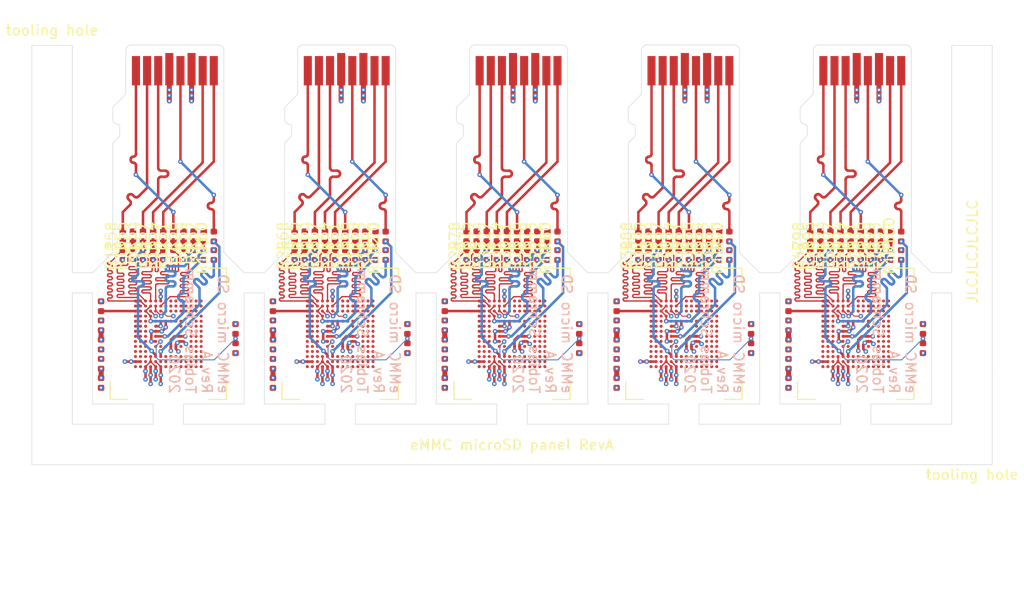
<source format=kicad_pcb>
(kicad_pcb (version 20171130) (host pcbnew 5.1.6)
  (layers (0 F.Cu signal) (1 GND power) (2 Power power) (31 B.Cu signal) (34 B.Paste user) (35 F.Paste user) (36 B.SilkS user) (37 F.SilkS user) (38 B.Mask user) (39 F.Mask user) (44 Edge.Cuts user))
  (net 0 "")
  (net 1 "Net-(C1-Pad2)")
  (net 2 GND)
  (net 3 "Net-(C2-Pad1)")
  (net 4 "Net-(U1-PadE5)")
  (net 5 VCC)
  (net 6 "Net-(C7-Pad2)")
  (net 7 "Net-(C8-Pad1)")
  (net 8 "Net-(C13-Pad2)")
  (net 9 "Net-(C14-Pad1)")
  (net 10 "Net-(C19-Pad2)")
  (net 11 "Net-(C20-Pad1)")
  (net 12 "Net-(C25-Pad2)")
  (net 13 "Net-(C26-Pad1)")
  (net 14 "/Adapter 1/DAT1")
  (net 15 "/Adapter 1/DAT0")
  (net 16 "/Adapter 1/CLK")
  (net 17 "/Adapter 1/CMD")
  (net 18 "/Adapter 1/DAT3")
  (net 19 "/Adapter 1/DAT2")
  (net 20 "/Adapter 2/DAT1")
  (net 21 "/Adapter 2/DAT0")
  (net 22 "/Adapter 2/CLK")
  (net 23 "/Adapter 2/CMD")
  (net 24 "/Adapter 2/DAT3")
  (net 25 "/Adapter 2/DAT2")
  (net 26 "/Adapter 3/DAT1")
  (net 27 "/Adapter 3/DAT0")
  (net 28 "/Adapter 3/CLK")
  (net 29 "/Adapter 3/CMD")
  (net 30 "/Adapter 3/DAT3")
  (net 31 "/Adapter 3/DAT2")
  (net 32 "/Adapter 4/DAT1")
  (net 33 "/Adapter 4/DAT0")
  (net 34 "/Adapter 4/CLK")
  (net 35 "/Adapter 4/CMD")
  (net 36 "/Adapter 4/DAT3")
  (net 37 "/Adapter 4/DAT2")
  (net 38 "/Adapter 5/DAT1")
  (net 39 "/Adapter 5/DAT0")
  (net 40 "/Adapter 5/CLK")
  (net 41 "/Adapter 5/CMD")
  (net 42 "/Adapter 5/DAT3")
  (net 43 "/Adapter 5/DAT2")
  (net 44 "Net-(U2-PadE5)")
  (net 45 "Net-(U3-PadE5)")
  (net 46 "Net-(U4-PadE5)")
  (net 47 "Net-(U5-PadE5)")
  (net 48 "Net-(R53-Pad1)")
  (net 49 "Net-(R12-Pad2)")
  (net 50 "Net-(R13-Pad2)")
  (net 51 "Net-(R14-Pad2)")
  (net 52 "Net-(R15-Pad2)")
  (net 53 "Net-(R21-Pad2)")
  (net 54 "Net-(R22-Pad2)")
  (net 55 "Net-(R23-Pad2)")
  (net 56 "Net-(R24-Pad2)")
  (net 57 "Net-(R30-Pad2)")
  (net 58 "Net-(R31-Pad2)")
  (net 59 "Net-(R32-Pad2)")
  (net 60 "Net-(R33-Pad2)")
  (net 61 "Net-(R39-Pad2)")
  (net 62 "Net-(R40-Pad2)")
  (net 63 "Net-(R41-Pad2)")
  (net 64 "Net-(R42-Pad2)")
  (net 65 "Net-(R48-Pad2)")
  (net 66 "Net-(R49-Pad2)")
  (net 67 "Net-(R50-Pad2)")
  (net 68 "Net-(R52-Pad2)")
  (net 69 "Net-(R55-Pad2)")
  (net 70 "Net-(R56-Pad2)")
  (net 71 "Net-(R59-Pad2)")
  (net 72 "Net-(R60-Pad1)")
  (net 73 "Net-(R62-Pad2)")
  (net 74 "Net-(R65-Pad2)")
  (net 75 "Net-(R66-Pad2)")
  (net 76 "Net-(R69-Pad2)")
  (net 77 "Net-(R70-Pad1)")
  (net 78 "Net-(R72-Pad2)")
  (net 79 "Net-(R75-Pad2)")
  (net 80 "Net-(R76-Pad2)")
  (net 81 "Net-(R79-Pad2)")
  (net 82 "Net-(R80-Pad1)")
  (net 83 "Net-(R82-Pad2)")
  (net 84 "Net-(R85-Pad2)")
  (net 85 "Net-(R86-Pad2)")
  (net 86 "Net-(R89-Pad2)")
  (net 87 "Net-(R90-Pad1)")
  (net 88 "Net-(R92-Pad2)")
  (net 89 "Net-(R95-Pad2)")
  (net 90 "Net-(R96-Pad2)")
  (net 91 "Net-(R99-Pad2)")
  (net 92 "Net-(R100-Pad1)")
  (net 93 "/Adapter 1/D3")
  (net 94 "/Adapter 2/D3")
  (net 95 "/Adapter 3/D3")
  (net 96 "/Adapter 4/D3")
  (net 97 "/Adapter 5/D3")
  (net 98 "/Adapter 1/D7")
  (net 99 "/Adapter 1/D6")
  (net 100 "/Adapter 1/D5")
  (net 101 "/Adapter 1/D4")
  (net 102 "/Adapter 2/D7")
  (net 103 "/Adapter 2/D6")
  (net 104 "/Adapter 2/D5")
  (net 105 "/Adapter 2/D4")
  (net 106 "/Adapter 3/D7")
  (net 107 "/Adapter 3/D6")
  (net 108 "/Adapter 3/D5")
  (net 109 "/Adapter 3/D4")
  (net 110 "/Adapter 4/D7")
  (net 111 "/Adapter 4/D6")
  (net 112 "/Adapter 4/D5")
  (net 113 "/Adapter 4/D4")
  (net 114 "/Adapter 5/D7")
  (net 115 "/Adapter 5/D6")
  (net 116 "/Adapter 5/D5")
  (net 117 "/Adapter 5/D4")
  (net 118 "Net-(R101-Pad1)")
  (net 119 "Net-(R102-Pad1)")
  (net 120 "Net-(R103-Pad1)")
  (net 121 "Net-(R104-Pad1)")
  (net 122 "Net-(R105-Pad1)")
  (module Perforation:Perforation_0.3mm (layer F.Cu) (at 106.53 152.25)
    (fp_text reference H52 hide)
    (fp_text value MountingHole hide)
    (pad "" np_thru_hole circle (at 0 0) (size 0.3 0.3) (drill 0.3) (layers *.Cu *.Mask))
  )
  (module Perforation:Perforation_0.3mm (layer F.Cu) (at 100.84 156.76)
    (fp_text reference H51 hide)
    (fp_text value MountingHole hide)
    (pad "" np_thru_hole circle (at 0 0) (size 0.3 0.3) (drill 0.3) (layers *.Cu *.Mask))
  )
  (module Perforation:Perforation_0.3mm (layer F.Cu) (at 100.84 152.25)
    (fp_text reference H50 hide)
    (fp_text value MountingHole hide)
    (pad "" np_thru_hole circle (at 0 0) (size 0.3 0.3) (drill 0.3) (layers *.Cu *.Mask))
  )
  (module Perforation:Perforation_0.3mm (layer F.Cu) (at 95.15 156.76)
    (fp_text reference H49 hide)
    (fp_text value MountingHole hide)
    (pad "" np_thru_hole circle (at 0 0) (size 0.3 0.3) (drill 0.3) (layers *.Cu *.Mask))
  )
  (module Perforation:Perforation_0.3mm (layer F.Cu) (at 94.9 148)
    (fp_text reference H48 hide)
    (fp_text value MountingHole hide)
    (pad "" np_thru_hole circle (at 0 0) (size 0.3 0.3) (drill 0.3) (layers *.Cu *.Mask))
  )
  (module Perforation:Perforation_0.3mm (layer F.Cu) (at 134.35 157.95)
    (fp_text reference H47 hide)
    (fp_text value MountingHole hide)
    (pad "" np_thru_hole circle (at 0 0) (size 0.3 0.3) (drill 0.3) (layers *.Cu *.Mask))
  )
  (module Perforation:Perforation_0.3mm (layer F.Cu) (at 132.85 159.45)
    (fp_text reference H46 hide)
    (fp_text value MountingHole hide)
    (pad "" np_thru_hole circle (at 0 0) (size 0.3 0.3) (drill 0.3) (layers *.Cu *.Mask))
  )
  (module Perforation:Perforation_0.3mm (layer F.Cu) (at 131.35 160.95)
    (fp_text reference H45 hide)
    (fp_text value MountingHole hide)
    (pad "" np_thru_hole circle (at 0 0) (size 0.3 0.3) (drill 0.3) (layers *.Cu *.Mask))
  )
  (module Perforation:Perforation_0.3mm (layer F.Cu) (at 132.85 157.95)
    (fp_text reference H44 hide)
    (fp_text value MountingHole hide)
    (pad "" np_thru_hole circle (at 0 0) (size 0.3 0.3) (drill 0.3) (layers *.Cu *.Mask))
  )
  (module Perforation:Perforation_0.3mm (layer F.Cu) (at 131.35 159.45)
    (fp_text reference H43 hide)
    (fp_text value MountingHole hide)
    (pad "" np_thru_hole circle (at 0 0) (size 0.3 0.3) (drill 0.3) (layers *.Cu *.Mask))
  )
  (module Perforation:Perforation_0.3mm (layer F.Cu) (at 129.85 160.95)
    (fp_text reference H42 hide)
    (fp_text value MountingHole hide)
    (pad "" np_thru_hole circle (at 0 0) (size 0.3 0.3) (drill 0.3) (layers *.Cu *.Mask))
  )
  (module Perforation:Perforation_0.3mm (layer F.Cu) (at 131.35 157.95)
    (fp_text reference H41 hide)
    (fp_text value MountingHole hide)
    (pad "" np_thru_hole circle (at 0 0) (size 0.3 0.3) (drill 0.3) (layers *.Cu *.Mask))
  )
  (module Perforation:Perforation_0.3mm (layer F.Cu) (at 129.85 159.45)
    (fp_text reference H40 hide)
    (fp_text value MountingHole hide)
    (pad "" np_thru_hole circle (at 0 0) (size 0.3 0.3) (drill 0.3) (layers *.Cu *.Mask))
  )
  (module Perforation:Perforation_0.3mm (layer F.Cu) (at 129.85 157.95)
    (fp_text reference H39 hide)
    (fp_text value MountingHole hide)
    (pad "" np_thru_hole circle (at 0 0) (size 0.3 0.3) (drill 0.3) (layers *.Cu *.Mask))
  )
  (module Perforation:Perforation_0.3mm (layer F.Cu) (at 118.85 166.95)
    (fp_text reference H38 hide)
    (fp_text value MountingHole hide)
    (pad "" np_thru_hole circle (at 0 0) (size 0.3 0.3) (drill 0.3) (layers *.Cu *.Mask))
  )
  (module Perforation:Perforation_0.3mm (layer F.Cu) (at 118.85 165.45)
    (fp_text reference H37 hide)
    (fp_text value MountingHole hide)
    (pad "" np_thru_hole circle (at 0 0) (size 0.3 0.3) (drill 0.3) (layers *.Cu *.Mask))
  )
  (module Perforation:Perforation_0.3mm (layer F.Cu) (at 120.35 165.45)
    (fp_text reference H36 hide)
    (fp_text value MountingHole hide)
    (pad "" np_thru_hole circle (at 0 0) (size 0.3 0.3) (drill 0.3) (layers *.Cu *.Mask))
  )
  (module Perforation:Perforation_0.3mm (layer F.Cu) (at 118.85 168.45)
    (fp_text reference H35 hide)
    (fp_text value MountingHole hide)
    (pad "" np_thru_hole circle (at 0 0) (size 0.3 0.3) (drill 0.3) (layers *.Cu *.Mask))
  )
  (module Perforation:Perforation_0.3mm (layer F.Cu) (at 120.35 166.95)
    (fp_text reference H34 hide)
    (fp_text value MountingHole hide)
    (pad "" np_thru_hole circle (at 0 0) (size 0.3 0.3) (drill 0.3) (layers *.Cu *.Mask))
  )
  (module Perforation:Perforation_0.3mm (layer F.Cu) (at 121.85 165.45)
    (fp_text reference H33 hide)
    (fp_text value MountingHole hide)
    (pad "" np_thru_hole circle (at 0 0) (size 0.3 0.3) (drill 0.3) (layers *.Cu *.Mask))
  )
  (module Perforation:Perforation_0.3mm (layer F.Cu) (at 120.35 168.45)
    (fp_text reference H32 hide)
    (fp_text value MountingHole hide)
    (pad "" np_thru_hole circle (at 0 0) (size 0.3 0.3) (drill 0.3) (layers *.Cu *.Mask))
  )
  (module Perforation:Perforation_0.3mm (layer F.Cu) (at 121.85 166.95)
    (fp_text reference H31 hide)
    (fp_text value MountingHole hide)
    (pad "" np_thru_hole circle (at 0 0) (size 0.3 0.3) (drill 0.3) (layers *.Cu *.Mask))
  )
  (module Perforation:Perforation_0.3mm (layer F.Cu) (at 123.35 165.45)
    (fp_text reference H30 hide)
    (fp_text value MountingHole hide)
    (pad "" np_thru_hole circle (at 0 0) (size 0.3 0.3) (drill 0.3) (layers *.Cu *.Mask))
  )
  (module Perforation:Perforation_0.3mm (layer F.Cu) (at 118.85 157.95)
    (fp_text reference H29 hide)
    (fp_text value MountingHole hide)
    (pad "" np_thru_hole circle (at 0 0) (size 0.3 0.3) (drill 0.3) (layers *.Cu *.Mask))
  )
  (module Perforation:Perforation_0.3mm (layer F.Cu) (at 118.85 159.45)
    (fp_text reference H28 hide)
    (fp_text value MountingHole hide)
    (pad "" np_thru_hole circle (at 0 0) (size 0.3 0.3) (drill 0.3) (layers *.Cu *.Mask))
  )
  (module Perforation:Perforation_0.3mm (layer F.Cu) (at 120.35 157.95)
    (fp_text reference H27 hide)
    (fp_text value MountingHole hide)
    (pad "" np_thru_hole circle (at 0 0) (size 0.3 0.3) (drill 0.3) (layers *.Cu *.Mask))
  )
  (module Perforation:Perforation_0.3mm (layer F.Cu) (at 118.85 160.95)
    (fp_text reference H26 hide)
    (fp_text value MountingHole hide)
    (pad "" np_thru_hole circle (at 0 0) (size 0.3 0.3) (drill 0.3) (layers *.Cu *.Mask))
  )
  (module Perforation:Perforation_0.3mm (layer F.Cu) (at 120.35 159.45)
    (fp_text reference H25 hide)
    (fp_text value MountingHole hide)
    (pad "" np_thru_hole circle (at 0 0) (size 0.3 0.3) (drill 0.3) (layers *.Cu *.Mask))
  )
  (module Perforation:Perforation_0.3mm (layer F.Cu) (at 123.35 157.95)
    (fp_text reference H24 hide)
    (fp_text value MountingHole hide)
    (pad "" np_thru_hole circle (at 0 0) (size 0.3 0.3) (drill 0.3) (layers *.Cu *.Mask))
  )
  (module Perforation:Perforation_0.3mm (layer F.Cu) (at 121.85 157.95)
    (fp_text reference H23 hide)
    (fp_text value MountingHole hide)
    (pad "" np_thru_hole circle (at 0 0) (size 0.3 0.3) (drill 0.3) (layers *.Cu *.Mask))
  )
  (module Perforation:Perforation_0.3mm (layer F.Cu) (at 120.35 160.95)
    (fp_text reference H22 hide)
    (fp_text value MountingHole hide)
    (pad "" np_thru_hole circle (at 0 0) (size 0.3 0.3) (drill 0.3) (layers *.Cu *.Mask))
  )
  (module Perforation:Perforation_0.3mm (layer F.Cu) (at 121.85 159.45)
    (fp_text reference H21 hide)
    (fp_text value MountingHole hide)
    (pad "" np_thru_hole circle (at 0 0) (size 0.3 0.3) (drill 0.3) (layers *.Cu *.Mask))
  )
  (module Perforation:Perforation_0.3mm (layer F.Cu) (at 107.85 166.95)
    (fp_text reference H20 hide)
    (fp_text value MountingHole hide)
    (pad "" np_thru_hole circle (at 0 0) (size 0.3 0.3) (drill 0.3) (layers *.Cu *.Mask))
  )
  (module Perforation:Perforation_0.3mm (layer F.Cu) (at 109.35 165.45)
    (fp_text reference H19 hide)
    (fp_text value MountingHole hide)
    (pad "" np_thru_hole circle (at 0 0) (size 0.3 0.3) (drill 0.3) (layers *.Cu *.Mask))
  )
  (module Perforation:Perforation_0.3mm (layer F.Cu) (at 107.85 168.45)
    (fp_text reference H18 hide)
    (fp_text value MountingHole hide)
    (pad "" np_thru_hole circle (at 0 0) (size 0.3 0.3) (drill 0.3) (layers *.Cu *.Mask))
  )
  (module Perforation:Perforation_0.3mm (layer F.Cu) (at 107.85 165.45)
    (fp_text reference H17 hide)
    (fp_text value MountingHole hide)
    (pad "" np_thru_hole circle (at 0 0) (size 0.3 0.3) (drill 0.3) (layers *.Cu *.Mask))
  )
  (module Perforation:Perforation_0.3mm (layer F.Cu) (at 109.35 166.95)
    (fp_text reference H16 hide)
    (fp_text value MountingHole hide)
    (pad "" np_thru_hole circle (at 0 0) (size 0.3 0.3) (drill 0.3) (layers *.Cu *.Mask))
  )
  (module Perforation:Perforation_0.3mm (layer F.Cu) (at 110.85 165.45)
    (fp_text reference H15 hide)
    (fp_text value MountingHole hide)
    (pad "" np_thru_hole circle (at 0 0) (size 0.3 0.3) (drill 0.3) (layers *.Cu *.Mask))
  )
  (module Perforation:Perforation_0.3mm (layer F.Cu) (at 109.35 168.45)
    (fp_text reference H14 hide)
    (fp_text value MountingHole hide)
    (pad "" np_thru_hole circle (at 0 0) (size 0.3 0.3) (drill 0.3) (layers *.Cu *.Mask))
  )
  (module Perforation:Perforation_0.3mm (layer F.Cu) (at 110.85 166.95)
    (fp_text reference H13 hide)
    (fp_text value MountingHole hide)
    (pad "" np_thru_hole circle (at 0 0) (size 0.3 0.3) (drill 0.3) (layers *.Cu *.Mask))
  )
  (module Perforation:Perforation_0.3mm (layer F.Cu) (at 112.35 165.45)
    (fp_text reference H12 hide)
    (fp_text value MountingHole hide)
    (pad "" np_thru_hole circle (at 0 0) (size 0.3 0.3) (drill 0.3) (layers *.Cu *.Mask))
  )
  (module Perforation:Perforation_0.3mm (layer F.Cu) (at 87 136 90)
    (fp_text reference H11 hide)
    (fp_text value MountingHole hide)
    (pad "" np_thru_hole circle (at 0 0 90) (size 0.3 0.3) (drill 0.3) (layers *.Cu *.Mask))
  )
  (module Perforation:Perforation_0.3mm (layer F.Cu) (at 95.6 148)
    (fp_text reference H10 hide)
    (fp_text value MountingHole hide)
    (pad "" np_thru_hole circle (at 0 0) (size 0.3 0.3) (drill 0.3) (layers *.Cu *.Mask))
  )
  (module Perforation:Perforation_0.3mm (layer F.Cu) (at 102 136.65)
    (fp_text reference H9 hide)
    (fp_text value MountingHole hide)
    (pad "" np_thru_hole circle (at 0 0) (size 0.3 0.3) (drill 0.3) (layers *.Cu *.Mask))
  )
  (module Perforation:Perforation_0.3mm (layer F.Cu) (at 102 136)
    (fp_text reference H8 hide)
    (fp_text value MountingHole hide)
    (pad "" np_thru_hole circle (at 0 0) (size 0.3 0.3) (drill 0.3) (layers *.Cu *.Mask))
  )
  (module Perforation:Perforation_0.3mm (layer F.Cu) (at 87 135.35 90)
    (fp_text reference H7 hide)
    (fp_text value MountingHole hide)
    (pad "" np_thru_hole circle (at 0 0 90) (size 0.3 0.3) (drill 0.3) (layers *.Cu *.Mask))
  )
  (module Perforation:Perforation_0.3mm (layer F.Cu) (at 94.15 148)
    (fp_text reference H6 hide)
    (fp_text value MountingHole hide)
    (pad "" np_thru_hole circle (at 0 0) (size 0.3 0.3) (drill 0.3) (layers *.Cu *.Mask))
  )
  (module Perforation:Perforation_0.3mm (layer F.Cu) (at 102 135.35)
    (fp_text reference H5 hide)
    (fp_text value MountingHole hide)
    (pad "" np_thru_hole circle (at 0 0) (size 0.3 0.3) (drill 0.3) (layers *.Cu *.Mask))
  )
  (module Perforation:Perforation_0.3mm (layer F.Cu) (at 87 136.65 90)
    (fp_text reference H4 hide)
    (fp_text value MountingHole hide)
    (pad "" np_thru_hole circle (at 0 0 90) (size 0.3 0.3) (drill 0.3) (layers *.Cu *.Mask))
  )
  (module Perforation:Perforation_0.3mm (layer F.Cu) (at 93.4 148)
    (fp_text reference H3 hide)
    (fp_text value MountingHole hide)
    (pad "" np_thru_hole circle (at 0 0) (size 0.3 0.3) (drill 0.3) (layers *.Cu *.Mask))
  )
  (module ToolingHole:ToolingHole_JLCSMT (layer F.Cu) (at 174 153)
    (fp_text reference H2 hide)
    (fp_text value MountingHole)
    (fp_text user "tooling hole" (at 0 2) (layer F.SilkS))
    (pad "" np_thru_hole circle (at 0 0) (size 1.152 1.152) (drill 1.152) (layers *.Cu *.Mask))
  )
  (module ToolingHole:ToolingHole_JLCSMT (layer F.Cu) (at 83 114)
    (fp_text reference H1 hide)
    (fp_text value MountingHole)
    (fp_text user "tooling hole" (at 0 -3) (layer F.SilkS))
    (pad "" np_thru_hole circle (at 0 0) (size 1.152 1.152) (drill 1.152) (layers *.Cu *.Mask))
  )
  (module Package_BGA_eMMC:eMMC-FBGA-153 (layer F.Cu) (at 162.5 141.05)
    (fp_text reference U5 hide)
    (fp_text value eMMC_5.1_BGA153)
    (pad P14 smd circle (at 3.25 3.25) (size 0.3 0.3) (layers F.Cu F.Mask))
    (pad N14 smd circle (at 3.25 2.75) (size 0.3 0.3) (layers F.Cu F.Mask))
    (pad M14 smd circle (at 3.25 2.25) (size 0.3 0.3) (layers F.Cu F.Mask))
    (pad L14 smd circle (at 3.25 1.75) (size 0.3 0.3) (layers F.Cu F.Mask))
    (pad K14 smd circle (at 3.25 1.25) (size 0.3 0.3) (layers F.Cu F.Mask))
    (pad J14 smd circle (at 3.25 0.75) (size 0.3 0.3) (layers F.Cu F.Mask))
    (pad H14 smd circle (at 3.25 0.25) (size 0.3 0.3) (layers F.Cu F.Mask))
    (pad G14 smd circle (at 3.25 -0.25) (size 0.3 0.3) (layers F.Cu F.Mask))
    (pad F14 smd circle (at 3.25 -0.75) (size 0.3 0.3) (layers F.Cu F.Mask))
    (pad E14 smd circle (at 3.25 -1.25) (size 0.3 0.3) (layers F.Cu F.Mask))
    (pad D14 smd circle (at 3.25 -1.75) (size 0.3 0.3) (layers F.Cu F.Mask))
    (pad C14 smd circle (at 3.25 -2.25) (size 0.3 0.3) (layers F.Cu F.Mask))
    (pad B14 smd circle (at 3.25 -2.75) (size 0.3 0.3) (layers F.Cu F.Mask))
    (pad A14 smd circle (at 3.25 -3.25) (size 0.3 0.3) (layers F.Cu F.Mask))
    (pad P13 smd circle (at 2.75 3.25) (size 0.3 0.3) (layers F.Cu F.Mask))
    (pad N13 smd circle (at 2.75 2.75) (size 0.3 0.3) (layers F.Cu F.Mask))
    (pad M13 smd circle (at 2.75 2.25) (size 0.3 0.3) (layers F.Cu F.Mask))
    (pad L13 smd circle (at 2.75 1.75) (size 0.3 0.3) (layers F.Cu F.Mask))
    (pad K13 smd circle (at 2.75 1.25) (size 0.3 0.3) (layers F.Cu F.Mask))
    (pad J13 smd circle (at 2.75 0.75) (size 0.3 0.3) (layers F.Cu F.Mask))
    (pad H13 smd circle (at 2.75 0.25) (size 0.3 0.3) (layers F.Cu F.Mask))
    (pad G13 smd circle (at 2.75 -0.25) (size 0.3 0.3) (layers F.Cu F.Mask))
    (pad F13 smd circle (at 2.75 -0.75) (size 0.3 0.3) (layers F.Cu F.Mask))
    (pad E13 smd circle (at 2.75 -1.25) (size 0.3 0.3) (layers F.Cu F.Mask))
    (pad D13 smd circle (at 2.75 -1.75) (size 0.3 0.3) (layers F.Cu F.Mask))
    (pad C13 smd circle (at 2.75 -2.25) (size 0.3 0.3) (layers F.Cu F.Mask))
    (pad B13 smd circle (at 2.75 -2.75) (size 0.3 0.3) (layers F.Cu F.Mask))
    (pad A13 smd circle (at 2.75 -3.25) (size 0.3 0.3) (layers F.Cu F.Mask))
    (pad P12 smd circle (at 2.25 3.25) (size 0.3 0.3) (layers F.Cu F.Mask))
    (pad N12 smd circle (at 2.25 2.75) (size 0.3 0.3) (layers F.Cu F.Mask))
    (pad M12 smd circle (at 2.25 2.25) (size 0.3 0.3) (layers F.Cu F.Mask))
    (pad L12 smd circle (at 2.25 1.75) (size 0.3 0.3) (layers F.Cu F.Mask))
    (pad K12 smd circle (at 2.25 1.25) (size 0.3 0.3) (layers F.Cu F.Mask))
    (pad J12 smd circle (at 2.25 0.75) (size 0.3 0.3) (layers F.Cu F.Mask))
    (pad H12 smd circle (at 2.25 0.25) (size 0.3 0.3) (layers F.Cu F.Mask))
    (pad G12 smd circle (at 2.25 -0.25) (size 0.3 0.3) (layers F.Cu F.Mask))
    (pad F12 smd circle (at 2.25 -0.75) (size 0.3 0.3) (layers F.Cu F.Mask))
    (pad E12 smd circle (at 2.25 -1.25) (size 0.3 0.3) (layers F.Cu F.Mask))
    (pad D12 smd circle (at 2.25 -1.75) (size 0.3 0.3) (layers F.Cu F.Mask))
    (pad C12 smd circle (at 2.25 -2.25) (size 0.3 0.3) (layers F.Cu F.Mask))
    (pad B12 smd circle (at 2.25 -2.75) (size 0.3 0.3) (layers F.Cu F.Mask))
    (pad A12 smd circle (at 2.25 -3.25) (size 0.3 0.3) (layers F.Cu F.Mask))
    (pad P11 smd circle (at 1.75 3.25) (size 0.3 0.3) (layers F.Cu F.Mask))
    (pad N11 smd circle (at 1.75 2.75) (size 0.3 0.3) (layers F.Cu F.Mask))
    (pad M11 smd circle (at 1.75 2.25) (size 0.3 0.3) (layers F.Cu F.Mask))
    (pad C11 smd circle (at 1.75 -2.25) (size 0.3 0.3) (layers F.Cu F.Mask))
    (pad B11 smd circle (at 1.75 -2.75) (size 0.3 0.3) (layers F.Cu F.Mask))
    (pad A11 smd circle (at 1.75 -3.25) (size 0.3 0.3) (layers F.Cu F.Mask))
    (pad P10 smd circle (at 1.25 3.25) (size 0.3 0.3) (layers F.Cu F.Mask))
    (pad N10 smd circle (at 1.25 2.75) (size 0.3 0.3) (layers F.Cu F.Mask))
    (pad M10 smd circle (at 1.25 2.25) (size 0.3 0.3) (layers F.Cu F.Mask))
    (pad K10 smd circle (at 1.25 1.25) (size 0.3 0.3) (layers F.Cu F.Mask))
    (pad J10 smd circle (at 1.25 0.75) (size 0.3 0.3) (layers F.Cu F.Mask) (net 5 VCC))
    (pad H10 smd circle (at 1.25 0.25) (size 0.3 0.3) (layers F.Cu F.Mask) (net 2 GND))
    (pad G10 smd circle (at 1.25 -0.25) (size 0.3 0.3) (layers F.Cu F.Mask))
    (pad F10 smd circle (at 1.25 -0.75) (size 0.3 0.3) (layers F.Cu F.Mask))
    (pad E10 smd circle (at 1.25 -1.25) (size 0.3 0.3) (layers F.Cu F.Mask))
    (pad C10 smd circle (at 1.25 -2.25) (size 0.3 0.3) (layers F.Cu F.Mask))
    (pad B10 smd circle (at 1.25 -2.75) (size 0.3 0.3) (layers F.Cu F.Mask))
    (pad A10 smd circle (at 1.25 -3.25) (size 0.3 0.3) (layers F.Cu F.Mask))
    (pad P9 smd circle (at 0.75 3.25) (size 0.3 0.3) (layers F.Cu F.Mask))
    (pad N9 smd circle (at 0.75 2.75) (size 0.3 0.3) (layers F.Cu F.Mask))
    (pad M9 smd circle (at 0.75 2.25) (size 0.3 0.3) (layers F.Cu F.Mask))
    (pad K9 smd circle (at 0.75 1.25) (size 0.3 0.3) (layers F.Cu F.Mask) (net 5 VCC))
    (pad E9 smd circle (at 0.75 -1.25) (size 0.3 0.3) (layers F.Cu F.Mask))
    (pad C9 smd circle (at 0.75 -2.25) (size 0.3 0.3) (layers F.Cu F.Mask))
    (pad B9 smd circle (at 0.75 -2.75) (size 0.3 0.3) (layers F.Cu F.Mask))
    (pad A9 smd circle (at 0.75 -3.25) (size 0.3 0.3) (layers F.Cu F.Mask))
    (pad P8 smd circle (at 0.25 3.25) (size 0.3 0.3) (layers F.Cu F.Mask))
    (pad N8 smd circle (at 0.25 2.75) (size 0.3 0.3) (layers F.Cu F.Mask))
    (pad M8 smd circle (at 0.25 2.25) (size 0.3 0.3) (layers F.Cu F.Mask))
    (pad K8 smd circle (at 0.25 1.25) (size 0.3 0.3) (layers F.Cu F.Mask) (net 2 GND))
    (pad E8 smd circle (at 0.25 -1.25) (size 0.3 0.3) (layers F.Cu F.Mask))
    (pad C8 smd circle (at 0.25 -2.25) (size 0.3 0.3) (layers F.Cu F.Mask))
    (pad B8 smd circle (at 0.25 -2.75) (size 0.3 0.3) (layers F.Cu F.Mask))
    (pad A8 smd circle (at 0.25 -3.25) (size 0.3 0.3) (layers F.Cu F.Mask))
    (pad P7 smd circle (at -0.25 3.25) (size 0.3 0.3) (layers F.Cu F.Mask))
    (pad N7 smd circle (at -0.25 2.75) (size 0.3 0.3) (layers F.Cu F.Mask))
    (pad M7 smd circle (at -0.25 2.25) (size 0.3 0.3) (layers F.Cu F.Mask))
    (pad K7 smd circle (at -0.25 1.25) (size 0.3 0.3) (layers F.Cu F.Mask))
    (pad E7 smd circle (at -0.25 -1.25) (size 0.3 0.3) (layers F.Cu F.Mask) (net 2 GND))
    (pad C7 smd circle (at -0.25 -2.25) (size 0.3 0.3) (layers F.Cu F.Mask))
    (pad B7 smd circle (at -0.25 -2.75) (size 0.3 0.3) (layers F.Cu F.Mask))
    (pad A7 smd circle (at -0.25 -3.25) (size 0.3 0.3) (layers F.Cu F.Mask) (net 114 "/Adapter 5/D7"))
    (pad P6 smd circle (at -0.75 3.25) (size 0.3 0.3) (layers F.Cu F.Mask) (net 2 GND))
    (pad N6 smd circle (at -0.75 2.75) (size 0.3 0.3) (layers F.Cu F.Mask))
    (pad M6 smd circle (at -0.75 2.25) (size 0.3 0.3) (layers F.Cu F.Mask) (net 92 "Net-(R100-Pad1)"))
    (pad K6 smd circle (at -0.75 1.25) (size 0.3 0.3) (layers F.Cu F.Mask))
    (pad E6 smd circle (at -0.75 -1.25) (size 0.3 0.3) (layers F.Cu F.Mask) (net 5 VCC))
    (pad C6 smd circle (at -0.75 -2.25) (size 0.3 0.3) (layers F.Cu F.Mask) (net 5 VCC))
    (pad B6 smd circle (at -0.75 -2.75) (size 0.3 0.3) (layers F.Cu F.Mask) (net 114 "/Adapter 5/D7"))
    (pad A6 smd circle (at -0.75 -3.25) (size 0.3 0.3) (layers F.Cu F.Mask) (net 2 GND))
    (pad P5 smd circle (at -1.25 3.25) (size 0.3 0.3) (layers F.Cu F.Mask) (net 5 VCC))
    (pad N5 smd circle (at -1.25 2.75) (size 0.3 0.3) (layers F.Cu F.Mask) (net 2 GND))
    (pad M5 smd circle (at -1.25 2.25) (size 0.3 0.3) (layers F.Cu F.Mask) (net 64 "Net-(R42-Pad2)"))
    (pad K5 smd circle (at -1.25 1.25) (size 0.3 0.3) (layers F.Cu F.Mask) (net 12 "Net-(C25-Pad2)"))
    (pad J5 smd circle (at -1.25 0.75) (size 0.3 0.3) (layers F.Cu F.Mask) (net 2 GND))
    (pad H5 smd circle (at -1.25 0.25) (size 0.3 0.3) (layers F.Cu F.Mask) (net 122 "Net-(R105-Pad1)"))
    (pad G5 smd circle (at -1.25 -0.25) (size 0.3 0.3) (layers F.Cu F.Mask) (net 2 GND))
    (pad F5 smd circle (at -1.25 -0.75) (size 0.3 0.3) (layers F.Cu F.Mask) (net 5 VCC))
    (pad E5 smd circle (at -1.25 -1.25) (size 0.3 0.3) (layers F.Cu F.Mask) (net 47 "Net-(U5-PadE5)"))
    (pad C5 smd circle (at -1.25 -2.25) (size 0.3 0.3) (layers F.Cu F.Mask) (net 115 "/Adapter 5/D6"))
    (pad B5 smd circle (at -1.25 -2.75) (size 0.3 0.3) (layers F.Cu F.Mask) (net 115 "/Adapter 5/D6"))
    (pad A5 smd circle (at -1.25 -3.25) (size 0.3 0.3) (layers F.Cu F.Mask) (net 65 "Net-(R48-Pad2)"))
    (pad P4 smd circle (at -1.75 3.25) (size 0.3 0.3) (layers F.Cu F.Mask) (net 2 GND))
    (pad N4 smd circle (at -1.75 2.75) (size 0.3 0.3) (layers F.Cu F.Mask) (net 5 VCC))
    (pad M4 smd circle (at -1.75 2.25) (size 0.3 0.3) (layers F.Cu F.Mask) (net 5 VCC))
    (pad D4 smd circle (at -1.75 -1.75) (size 0.3 0.3) (layers F.Cu F.Mask) (net 116 "/Adapter 5/D5"))
    (pad C4 smd circle (at -1.75 -2.25) (size 0.3 0.3) (layers F.Cu F.Mask) (net 2 GND))
    (pad B4 smd circle (at -1.75 -2.75) (size 0.3 0.3) (layers F.Cu F.Mask) (net 116 "/Adapter 5/D5"))
    (pad A4 smd circle (at -1.75 -3.25) (size 0.3 0.3) (layers F.Cu F.Mask) (net 66 "Net-(R49-Pad2)"))
    (pad P3 smd circle (at -2.25 3.25) (size 0.3 0.3) (layers F.Cu F.Mask) (net 5 VCC))
    (pad N3 smd circle (at -2.25 2.75) (size 0.3 0.3) (layers F.Cu F.Mask))
    (pad M3 smd circle (at -2.25 2.25) (size 0.3 0.3) (layers F.Cu F.Mask))
    (pad L3 smd circle (at -2.25 1.75) (size 0.3 0.3) (layers F.Cu F.Mask))
    (pad K3 smd circle (at -2.25 1.25) (size 0.3 0.3) (layers F.Cu F.Mask))
    (pad J3 smd circle (at -2.25 0.75) (size 0.3 0.3) (layers F.Cu F.Mask))
    (pad H3 smd circle (at -2.25 0.25) (size 0.3 0.3) (layers F.Cu F.Mask))
    (pad G3 smd circle (at -2.25 -0.25) (size 0.3 0.3) (layers F.Cu F.Mask))
    (pad F3 smd circle (at -2.25 -0.75) (size 0.3 0.3) (layers F.Cu F.Mask))
    (pad E3 smd circle (at -2.25 -1.25) (size 0.3 0.3) (layers F.Cu F.Mask))
    (pad D3 smd circle (at -2.25 -1.75) (size 0.3 0.3) (layers F.Cu F.Mask))
    (pad C3 smd circle (at -2.25 -2.25) (size 0.3 0.3) (layers F.Cu F.Mask) (net 116 "/Adapter 5/D5"))
    (pad B3 smd circle (at -2.25 -2.75) (size 0.3 0.3) (layers F.Cu F.Mask) (net 117 "/Adapter 5/D4"))
    (pad A3 smd circle (at -2.25 -3.25) (size 0.3 0.3) (layers F.Cu F.Mask) (net 67 "Net-(R50-Pad2)"))
    (pad P2 smd circle (at -2.75 3.25) (size 0.3 0.3) (layers F.Cu F.Mask))
    (pad N2 smd circle (at -2.75 2.75) (size 0.3 0.3) (layers F.Cu F.Mask) (net 2 GND))
    (pad M2 smd circle (at -2.75 2.25) (size 0.3 0.3) (layers F.Cu F.Mask))
    (pad L2 smd circle (at -2.75 1.75) (size 0.3 0.3) (layers F.Cu F.Mask))
    (pad K2 smd circle (at -2.75 1.25) (size 0.3 0.3) (layers F.Cu F.Mask))
    (pad J2 smd circle (at -2.75 0.75) (size 0.3 0.3) (layers F.Cu F.Mask))
    (pad H2 smd circle (at -2.75 0.25) (size 0.3 0.3) (layers F.Cu F.Mask))
    (pad G2 smd circle (at -2.75 -0.25) (size 0.3 0.3) (layers F.Cu F.Mask))
    (pad F2 smd circle (at -2.75 -0.75) (size 0.3 0.3) (layers F.Cu F.Mask))
    (pad E2 smd circle (at -2.75 -1.25) (size 0.3 0.3) (layers F.Cu F.Mask))
    (pad D2 smd circle (at -2.75 -1.75) (size 0.3 0.3) (layers F.Cu F.Mask))
    (pad C2 smd circle (at -2.75 -2.25) (size 0.3 0.3) (layers F.Cu F.Mask) (net 13 "Net-(C26-Pad1)"))
    (pad B2 smd circle (at -2.75 -2.75) (size 0.3 0.3) (layers F.Cu F.Mask) (net 97 "/Adapter 5/D3"))
    (pad A2 smd circle (at -2.75 -3.25) (size 0.3 0.3) (layers F.Cu F.Mask) (net 117 "/Adapter 5/D4"))
    (pad P1 smd circle (at -3.25 3.25) (size 0.3 0.3) (layers F.Cu F.Mask))
    (pad N1 smd circle (at -3.25 2.75) (size 0.3 0.3) (layers F.Cu F.Mask))
    (pad M1 smd circle (at -3.25 2.25) (size 0.3 0.3) (layers F.Cu F.Mask))
    (pad L1 smd circle (at -3.25 1.75) (size 0.3 0.3) (layers F.Cu F.Mask))
    (pad K1 smd circle (at -3.25 1.25) (size 0.3 0.3) (layers F.Cu F.Mask))
    (pad J1 smd circle (at -3.25 0.75) (size 0.3 0.3) (layers F.Cu F.Mask))
    (pad H1 smd circle (at -3.25 0.25) (size 0.3 0.3) (layers F.Cu F.Mask))
    (pad G1 smd circle (at -3.25 -0.25) (size 0.3 0.3) (layers F.Cu F.Mask))
    (pad F1 smd circle (at -3.25 -0.75) (size 0.3 0.3) (layers F.Cu F.Mask))
    (pad E1 smd circle (at -3.25 -1.25) (size 0.3 0.3) (layers F.Cu F.Mask))
    (pad D1 smd circle (at -3.25 -1.75) (size 0.3 0.3) (layers F.Cu F.Mask))
    (pad C1 smd circle (at -3.25 -2.25) (size 0.3 0.3) (layers F.Cu F.Mask))
    (pad B1 smd circle (at -3.25 -2.75) (size 0.3 0.3) (layers F.Cu F.Mask))
    (pad A1 smd circle (at -3.25 -3.25) (size 0.3 0.3) (layers F.Cu F.Mask) (net 97 "/Adapter 5/D3"))
  )
  (module Package_BGA_eMMC:eMMC-FBGA-153 (layer F.Cu) (at 145.5 141.05)
    (fp_text reference U4 hide)
    (fp_text value eMMC_5.1_BGA153)
    (pad P14 smd circle (at 3.25 3.25) (size 0.3 0.3) (layers F.Cu F.Mask))
    (pad N14 smd circle (at 3.25 2.75) (size 0.3 0.3) (layers F.Cu F.Mask))
    (pad M14 smd circle (at 3.25 2.25) (size 0.3 0.3) (layers F.Cu F.Mask))
    (pad L14 smd circle (at 3.25 1.75) (size 0.3 0.3) (layers F.Cu F.Mask))
    (pad K14 smd circle (at 3.25 1.25) (size 0.3 0.3) (layers F.Cu F.Mask))
    (pad J14 smd circle (at 3.25 0.75) (size 0.3 0.3) (layers F.Cu F.Mask))
    (pad H14 smd circle (at 3.25 0.25) (size 0.3 0.3) (layers F.Cu F.Mask))
    (pad G14 smd circle (at 3.25 -0.25) (size 0.3 0.3) (layers F.Cu F.Mask))
    (pad F14 smd circle (at 3.25 -0.75) (size 0.3 0.3) (layers F.Cu F.Mask))
    (pad E14 smd circle (at 3.25 -1.25) (size 0.3 0.3) (layers F.Cu F.Mask))
    (pad D14 smd circle (at 3.25 -1.75) (size 0.3 0.3) (layers F.Cu F.Mask))
    (pad C14 smd circle (at 3.25 -2.25) (size 0.3 0.3) (layers F.Cu F.Mask))
    (pad B14 smd circle (at 3.25 -2.75) (size 0.3 0.3) (layers F.Cu F.Mask))
    (pad A14 smd circle (at 3.25 -3.25) (size 0.3 0.3) (layers F.Cu F.Mask))
    (pad P13 smd circle (at 2.75 3.25) (size 0.3 0.3) (layers F.Cu F.Mask))
    (pad N13 smd circle (at 2.75 2.75) (size 0.3 0.3) (layers F.Cu F.Mask))
    (pad M13 smd circle (at 2.75 2.25) (size 0.3 0.3) (layers F.Cu F.Mask))
    (pad L13 smd circle (at 2.75 1.75) (size 0.3 0.3) (layers F.Cu F.Mask))
    (pad K13 smd circle (at 2.75 1.25) (size 0.3 0.3) (layers F.Cu F.Mask))
    (pad J13 smd circle (at 2.75 0.75) (size 0.3 0.3) (layers F.Cu F.Mask))
    (pad H13 smd circle (at 2.75 0.25) (size 0.3 0.3) (layers F.Cu F.Mask))
    (pad G13 smd circle (at 2.75 -0.25) (size 0.3 0.3) (layers F.Cu F.Mask))
    (pad F13 smd circle (at 2.75 -0.75) (size 0.3 0.3) (layers F.Cu F.Mask))
    (pad E13 smd circle (at 2.75 -1.25) (size 0.3 0.3) (layers F.Cu F.Mask))
    (pad D13 smd circle (at 2.75 -1.75) (size 0.3 0.3) (layers F.Cu F.Mask))
    (pad C13 smd circle (at 2.75 -2.25) (size 0.3 0.3) (layers F.Cu F.Mask))
    (pad B13 smd circle (at 2.75 -2.75) (size 0.3 0.3) (layers F.Cu F.Mask))
    (pad A13 smd circle (at 2.75 -3.25) (size 0.3 0.3) (layers F.Cu F.Mask))
    (pad P12 smd circle (at 2.25 3.25) (size 0.3 0.3) (layers F.Cu F.Mask))
    (pad N12 smd circle (at 2.25 2.75) (size 0.3 0.3) (layers F.Cu F.Mask))
    (pad M12 smd circle (at 2.25 2.25) (size 0.3 0.3) (layers F.Cu F.Mask))
    (pad L12 smd circle (at 2.25 1.75) (size 0.3 0.3) (layers F.Cu F.Mask))
    (pad K12 smd circle (at 2.25 1.25) (size 0.3 0.3) (layers F.Cu F.Mask))
    (pad J12 smd circle (at 2.25 0.75) (size 0.3 0.3) (layers F.Cu F.Mask))
    (pad H12 smd circle (at 2.25 0.25) (size 0.3 0.3) (layers F.Cu F.Mask))
    (pad G12 smd circle (at 2.25 -0.25) (size 0.3 0.3) (layers F.Cu F.Mask))
    (pad F12 smd circle (at 2.25 -0.75) (size 0.3 0.3) (layers F.Cu F.Mask))
    (pad E12 smd circle (at 2.25 -1.25) (size 0.3 0.3) (layers F.Cu F.Mask))
    (pad D12 smd circle (at 2.25 -1.75) (size 0.3 0.3) (layers F.Cu F.Mask))
    (pad C12 smd circle (at 2.25 -2.25) (size 0.3 0.3) (layers F.Cu F.Mask))
    (pad B12 smd circle (at 2.25 -2.75) (size 0.3 0.3) (layers F.Cu F.Mask))
    (pad A12 smd circle (at 2.25 -3.25) (size 0.3 0.3) (layers F.Cu F.Mask))
    (pad P11 smd circle (at 1.75 3.25) (size 0.3 0.3) (layers F.Cu F.Mask))
    (pad N11 smd circle (at 1.75 2.75) (size 0.3 0.3) (layers F.Cu F.Mask))
    (pad M11 smd circle (at 1.75 2.25) (size 0.3 0.3) (layers F.Cu F.Mask))
    (pad C11 smd circle (at 1.75 -2.25) (size 0.3 0.3) (layers F.Cu F.Mask))
    (pad B11 smd circle (at 1.75 -2.75) (size 0.3 0.3) (layers F.Cu F.Mask))
    (pad A11 smd circle (at 1.75 -3.25) (size 0.3 0.3) (layers F.Cu F.Mask))
    (pad P10 smd circle (at 1.25 3.25) (size 0.3 0.3) (layers F.Cu F.Mask))
    (pad N10 smd circle (at 1.25 2.75) (size 0.3 0.3) (layers F.Cu F.Mask))
    (pad M10 smd circle (at 1.25 2.25) (size 0.3 0.3) (layers F.Cu F.Mask))
    (pad K10 smd circle (at 1.25 1.25) (size 0.3 0.3) (layers F.Cu F.Mask))
    (pad J10 smd circle (at 1.25 0.75) (size 0.3 0.3) (layers F.Cu F.Mask) (net 5 VCC))
    (pad H10 smd circle (at 1.25 0.25) (size 0.3 0.3) (layers F.Cu F.Mask) (net 2 GND))
    (pad G10 smd circle (at 1.25 -0.25) (size 0.3 0.3) (layers F.Cu F.Mask))
    (pad F10 smd circle (at 1.25 -0.75) (size 0.3 0.3) (layers F.Cu F.Mask))
    (pad E10 smd circle (at 1.25 -1.25) (size 0.3 0.3) (layers F.Cu F.Mask))
    (pad C10 smd circle (at 1.25 -2.25) (size 0.3 0.3) (layers F.Cu F.Mask))
    (pad B10 smd circle (at 1.25 -2.75) (size 0.3 0.3) (layers F.Cu F.Mask))
    (pad A10 smd circle (at 1.25 -3.25) (size 0.3 0.3) (layers F.Cu F.Mask))
    (pad P9 smd circle (at 0.75 3.25) (size 0.3 0.3) (layers F.Cu F.Mask))
    (pad N9 smd circle (at 0.75 2.75) (size 0.3 0.3) (layers F.Cu F.Mask))
    (pad M9 smd circle (at 0.75 2.25) (size 0.3 0.3) (layers F.Cu F.Mask))
    (pad K9 smd circle (at 0.75 1.25) (size 0.3 0.3) (layers F.Cu F.Mask) (net 5 VCC))
    (pad E9 smd circle (at 0.75 -1.25) (size 0.3 0.3) (layers F.Cu F.Mask))
    (pad C9 smd circle (at 0.75 -2.25) (size 0.3 0.3) (layers F.Cu F.Mask))
    (pad B9 smd circle (at 0.75 -2.75) (size 0.3 0.3) (layers F.Cu F.Mask))
    (pad A9 smd circle (at 0.75 -3.25) (size 0.3 0.3) (layers F.Cu F.Mask))
    (pad P8 smd circle (at 0.25 3.25) (size 0.3 0.3) (layers F.Cu F.Mask))
    (pad N8 smd circle (at 0.25 2.75) (size 0.3 0.3) (layers F.Cu F.Mask))
    (pad M8 smd circle (at 0.25 2.25) (size 0.3 0.3) (layers F.Cu F.Mask))
    (pad K8 smd circle (at 0.25 1.25) (size 0.3 0.3) (layers F.Cu F.Mask) (net 2 GND))
    (pad E8 smd circle (at 0.25 -1.25) (size 0.3 0.3) (layers F.Cu F.Mask))
    (pad C8 smd circle (at 0.25 -2.25) (size 0.3 0.3) (layers F.Cu F.Mask))
    (pad B8 smd circle (at 0.25 -2.75) (size 0.3 0.3) (layers F.Cu F.Mask))
    (pad A8 smd circle (at 0.25 -3.25) (size 0.3 0.3) (layers F.Cu F.Mask))
    (pad P7 smd circle (at -0.25 3.25) (size 0.3 0.3) (layers F.Cu F.Mask))
    (pad N7 smd circle (at -0.25 2.75) (size 0.3 0.3) (layers F.Cu F.Mask))
    (pad M7 smd circle (at -0.25 2.25) (size 0.3 0.3) (layers F.Cu F.Mask))
    (pad K7 smd circle (at -0.25 1.25) (size 0.3 0.3) (layers F.Cu F.Mask))
    (pad E7 smd circle (at -0.25 -1.25) (size 0.3 0.3) (layers F.Cu F.Mask) (net 2 GND))
    (pad C7 smd circle (at -0.25 -2.25) (size 0.3 0.3) (layers F.Cu F.Mask))
    (pad B7 smd circle (at -0.25 -2.75) (size 0.3 0.3) (layers F.Cu F.Mask))
    (pad A7 smd circle (at -0.25 -3.25) (size 0.3 0.3) (layers F.Cu F.Mask) (net 110 "/Adapter 4/D7"))
    (pad P6 smd circle (at -0.75 3.25) (size 0.3 0.3) (layers F.Cu F.Mask) (net 2 GND))
    (pad N6 smd circle (at -0.75 2.75) (size 0.3 0.3) (layers F.Cu F.Mask))
    (pad M6 smd circle (at -0.75 2.25) (size 0.3 0.3) (layers F.Cu F.Mask) (net 87 "Net-(R90-Pad1)"))
    (pad K6 smd circle (at -0.75 1.25) (size 0.3 0.3) (layers F.Cu F.Mask))
    (pad E6 smd circle (at -0.75 -1.25) (size 0.3 0.3) (layers F.Cu F.Mask) (net 5 VCC))
    (pad C6 smd circle (at -0.75 -2.25) (size 0.3 0.3) (layers F.Cu F.Mask) (net 5 VCC))
    (pad B6 smd circle (at -0.75 -2.75) (size 0.3 0.3) (layers F.Cu F.Mask) (net 110 "/Adapter 4/D7"))
    (pad A6 smd circle (at -0.75 -3.25) (size 0.3 0.3) (layers F.Cu F.Mask) (net 2 GND))
    (pad P5 smd circle (at -1.25 3.25) (size 0.3 0.3) (layers F.Cu F.Mask) (net 5 VCC))
    (pad N5 smd circle (at -1.25 2.75) (size 0.3 0.3) (layers F.Cu F.Mask) (net 2 GND))
    (pad M5 smd circle (at -1.25 2.25) (size 0.3 0.3) (layers F.Cu F.Mask) (net 60 "Net-(R33-Pad2)"))
    (pad K5 smd circle (at -1.25 1.25) (size 0.3 0.3) (layers F.Cu F.Mask) (net 10 "Net-(C19-Pad2)"))
    (pad J5 smd circle (at -1.25 0.75) (size 0.3 0.3) (layers F.Cu F.Mask) (net 2 GND))
    (pad H5 smd circle (at -1.25 0.25) (size 0.3 0.3) (layers F.Cu F.Mask) (net 121 "Net-(R104-Pad1)"))
    (pad G5 smd circle (at -1.25 -0.25) (size 0.3 0.3) (layers F.Cu F.Mask) (net 2 GND))
    (pad F5 smd circle (at -1.25 -0.75) (size 0.3 0.3) (layers F.Cu F.Mask) (net 5 VCC))
    (pad E5 smd circle (at -1.25 -1.25) (size 0.3 0.3) (layers F.Cu F.Mask) (net 46 "Net-(U4-PadE5)"))
    (pad C5 smd circle (at -1.25 -2.25) (size 0.3 0.3) (layers F.Cu F.Mask) (net 111 "/Adapter 4/D6"))
    (pad B5 smd circle (at -1.25 -2.75) (size 0.3 0.3) (layers F.Cu F.Mask) (net 111 "/Adapter 4/D6"))
    (pad A5 smd circle (at -1.25 -3.25) (size 0.3 0.3) (layers F.Cu F.Mask) (net 61 "Net-(R39-Pad2)"))
    (pad P4 smd circle (at -1.75 3.25) (size 0.3 0.3) (layers F.Cu F.Mask) (net 2 GND))
    (pad N4 smd circle (at -1.75 2.75) (size 0.3 0.3) (layers F.Cu F.Mask) (net 5 VCC))
    (pad M4 smd circle (at -1.75 2.25) (size 0.3 0.3) (layers F.Cu F.Mask) (net 5 VCC))
    (pad D4 smd circle (at -1.75 -1.75) (size 0.3 0.3) (layers F.Cu F.Mask) (net 112 "/Adapter 4/D5"))
    (pad C4 smd circle (at -1.75 -2.25) (size 0.3 0.3) (layers F.Cu F.Mask) (net 2 GND))
    (pad B4 smd circle (at -1.75 -2.75) (size 0.3 0.3) (layers F.Cu F.Mask) (net 112 "/Adapter 4/D5"))
    (pad A4 smd circle (at -1.75 -3.25) (size 0.3 0.3) (layers F.Cu F.Mask) (net 62 "Net-(R40-Pad2)"))
    (pad P3 smd circle (at -2.25 3.25) (size 0.3 0.3) (layers F.Cu F.Mask) (net 5 VCC))
    (pad N3 smd circle (at -2.25 2.75) (size 0.3 0.3) (layers F.Cu F.Mask))
    (pad M3 smd circle (at -2.25 2.25) (size 0.3 0.3) (layers F.Cu F.Mask))
    (pad L3 smd circle (at -2.25 1.75) (size 0.3 0.3) (layers F.Cu F.Mask))
    (pad K3 smd circle (at -2.25 1.25) (size 0.3 0.3) (layers F.Cu F.Mask))
    (pad J3 smd circle (at -2.25 0.75) (size 0.3 0.3) (layers F.Cu F.Mask))
    (pad H3 smd circle (at -2.25 0.25) (size 0.3 0.3) (layers F.Cu F.Mask))
    (pad G3 smd circle (at -2.25 -0.25) (size 0.3 0.3) (layers F.Cu F.Mask))
    (pad F3 smd circle (at -2.25 -0.75) (size 0.3 0.3) (layers F.Cu F.Mask))
    (pad E3 smd circle (at -2.25 -1.25) (size 0.3 0.3) (layers F.Cu F.Mask))
    (pad D3 smd circle (at -2.25 -1.75) (size 0.3 0.3) (layers F.Cu F.Mask))
    (pad C3 smd circle (at -2.25 -2.25) (size 0.3 0.3) (layers F.Cu F.Mask) (net 112 "/Adapter 4/D5"))
    (pad B3 smd circle (at -2.25 -2.75) (size 0.3 0.3) (layers F.Cu F.Mask) (net 113 "/Adapter 4/D4"))
    (pad A3 smd circle (at -2.25 -3.25) (size 0.3 0.3) (layers F.Cu F.Mask) (net 63 "Net-(R41-Pad2)"))
    (pad P2 smd circle (at -2.75 3.25) (size 0.3 0.3) (layers F.Cu F.Mask))
    (pad N2 smd circle (at -2.75 2.75) (size 0.3 0.3) (layers F.Cu F.Mask) (net 2 GND))
    (pad M2 smd circle (at -2.75 2.25) (size 0.3 0.3) (layers F.Cu F.Mask))
    (pad L2 smd circle (at -2.75 1.75) (size 0.3 0.3) (layers F.Cu F.Mask))
    (pad K2 smd circle (at -2.75 1.25) (size 0.3 0.3) (layers F.Cu F.Mask))
    (pad J2 smd circle (at -2.75 0.75) (size 0.3 0.3) (layers F.Cu F.Mask))
    (pad H2 smd circle (at -2.75 0.25) (size 0.3 0.3) (layers F.Cu F.Mask))
    (pad G2 smd circle (at -2.75 -0.25) (size 0.3 0.3) (layers F.Cu F.Mask))
    (pad F2 smd circle (at -2.75 -0.75) (size 0.3 0.3) (layers F.Cu F.Mask))
    (pad E2 smd circle (at -2.75 -1.25) (size 0.3 0.3) (layers F.Cu F.Mask))
    (pad D2 smd circle (at -2.75 -1.75) (size 0.3 0.3) (layers F.Cu F.Mask))
    (pad C2 smd circle (at -2.75 -2.25) (size 0.3 0.3) (layers F.Cu F.Mask) (net 11 "Net-(C20-Pad1)"))
    (pad B2 smd circle (at -2.75 -2.75) (size 0.3 0.3) (layers F.Cu F.Mask) (net 96 "/Adapter 4/D3"))
    (pad A2 smd circle (at -2.75 -3.25) (size 0.3 0.3) (layers F.Cu F.Mask) (net 113 "/Adapter 4/D4"))
    (pad P1 smd circle (at -3.25 3.25) (size 0.3 0.3) (layers F.Cu F.Mask))
    (pad N1 smd circle (at -3.25 2.75) (size 0.3 0.3) (layers F.Cu F.Mask))
    (pad M1 smd circle (at -3.25 2.25) (size 0.3 0.3) (layers F.Cu F.Mask))
    (pad L1 smd circle (at -3.25 1.75) (size 0.3 0.3) (layers F.Cu F.Mask))
    (pad K1 smd circle (at -3.25 1.25) (size 0.3 0.3) (layers F.Cu F.Mask))
    (pad J1 smd circle (at -3.25 0.75) (size 0.3 0.3) (layers F.Cu F.Mask))
    (pad H1 smd circle (at -3.25 0.25) (size 0.3 0.3) (layers F.Cu F.Mask))
    (pad G1 smd circle (at -3.25 -0.25) (size 0.3 0.3) (layers F.Cu F.Mask))
    (pad F1 smd circle (at -3.25 -0.75) (size 0.3 0.3) (layers F.Cu F.Mask))
    (pad E1 smd circle (at -3.25 -1.25) (size 0.3 0.3) (layers F.Cu F.Mask))
    (pad D1 smd circle (at -3.25 -1.75) (size 0.3 0.3) (layers F.Cu F.Mask))
    (pad C1 smd circle (at -3.25 -2.25) (size 0.3 0.3) (layers F.Cu F.Mask))
    (pad B1 smd circle (at -3.25 -2.75) (size 0.3 0.3) (layers F.Cu F.Mask))
    (pad A1 smd circle (at -3.25 -3.25) (size 0.3 0.3) (layers F.Cu F.Mask) (net 96 "/Adapter 4/D3"))
  )
  (module Package_BGA_eMMC:eMMC-FBGA-153 (layer F.Cu) (at 128.5 141.05)
    (fp_text reference U3 hide)
    (fp_text value eMMC_5.1_BGA153)
    (pad P14 smd circle (at 3.25 3.25) (size 0.3 0.3) (layers F.Cu F.Mask))
    (pad N14 smd circle (at 3.25 2.75) (size 0.3 0.3) (layers F.Cu F.Mask))
    (pad M14 smd circle (at 3.25 2.25) (size 0.3 0.3) (layers F.Cu F.Mask))
    (pad L14 smd circle (at 3.25 1.75) (size 0.3 0.3) (layers F.Cu F.Mask))
    (pad K14 smd circle (at 3.25 1.25) (size 0.3 0.3) (layers F.Cu F.Mask))
    (pad J14 smd circle (at 3.25 0.75) (size 0.3 0.3) (layers F.Cu F.Mask))
    (pad H14 smd circle (at 3.25 0.25) (size 0.3 0.3) (layers F.Cu F.Mask))
    (pad G14 smd circle (at 3.25 -0.25) (size 0.3 0.3) (layers F.Cu F.Mask))
    (pad F14 smd circle (at 3.25 -0.75) (size 0.3 0.3) (layers F.Cu F.Mask))
    (pad E14 smd circle (at 3.25 -1.25) (size 0.3 0.3) (layers F.Cu F.Mask))
    (pad D14 smd circle (at 3.25 -1.75) (size 0.3 0.3) (layers F.Cu F.Mask))
    (pad C14 smd circle (at 3.25 -2.25) (size 0.3 0.3) (layers F.Cu F.Mask))
    (pad B14 smd circle (at 3.25 -2.75) (size 0.3 0.3) (layers F.Cu F.Mask))
    (pad A14 smd circle (at 3.25 -3.25) (size 0.3 0.3) (layers F.Cu F.Mask))
    (pad P13 smd circle (at 2.75 3.25) (size 0.3 0.3) (layers F.Cu F.Mask))
    (pad N13 smd circle (at 2.75 2.75) (size 0.3 0.3) (layers F.Cu F.Mask))
    (pad M13 smd circle (at 2.75 2.25) (size 0.3 0.3) (layers F.Cu F.Mask))
    (pad L13 smd circle (at 2.75 1.75) (size 0.3 0.3) (layers F.Cu F.Mask))
    (pad K13 smd circle (at 2.75 1.25) (size 0.3 0.3) (layers F.Cu F.Mask))
    (pad J13 smd circle (at 2.75 0.75) (size 0.3 0.3) (layers F.Cu F.Mask))
    (pad H13 smd circle (at 2.75 0.25) (size 0.3 0.3) (layers F.Cu F.Mask))
    (pad G13 smd circle (at 2.75 -0.25) (size 0.3 0.3) (layers F.Cu F.Mask))
    (pad F13 smd circle (at 2.75 -0.75) (size 0.3 0.3) (layers F.Cu F.Mask))
    (pad E13 smd circle (at 2.75 -1.25) (size 0.3 0.3) (layers F.Cu F.Mask))
    (pad D13 smd circle (at 2.75 -1.75) (size 0.3 0.3) (layers F.Cu F.Mask))
    (pad C13 smd circle (at 2.75 -2.25) (size 0.3 0.3) (layers F.Cu F.Mask))
    (pad B13 smd circle (at 2.75 -2.75) (size 0.3 0.3) (layers F.Cu F.Mask))
    (pad A13 smd circle (at 2.75 -3.25) (size 0.3 0.3) (layers F.Cu F.Mask))
    (pad P12 smd circle (at 2.25 3.25) (size 0.3 0.3) (layers F.Cu F.Mask))
    (pad N12 smd circle (at 2.25 2.75) (size 0.3 0.3) (layers F.Cu F.Mask))
    (pad M12 smd circle (at 2.25 2.25) (size 0.3 0.3) (layers F.Cu F.Mask))
    (pad L12 smd circle (at 2.25 1.75) (size 0.3 0.3) (layers F.Cu F.Mask))
    (pad K12 smd circle (at 2.25 1.25) (size 0.3 0.3) (layers F.Cu F.Mask))
    (pad J12 smd circle (at 2.25 0.75) (size 0.3 0.3) (layers F.Cu F.Mask))
    (pad H12 smd circle (at 2.25 0.25) (size 0.3 0.3) (layers F.Cu F.Mask))
    (pad G12 smd circle (at 2.25 -0.25) (size 0.3 0.3) (layers F.Cu F.Mask))
    (pad F12 smd circle (at 2.25 -0.75) (size 0.3 0.3) (layers F.Cu F.Mask))
    (pad E12 smd circle (at 2.25 -1.25) (size 0.3 0.3) (layers F.Cu F.Mask))
    (pad D12 smd circle (at 2.25 -1.75) (size 0.3 0.3) (layers F.Cu F.Mask))
    (pad C12 smd circle (at 2.25 -2.25) (size 0.3 0.3) (layers F.Cu F.Mask))
    (pad B12 smd circle (at 2.25 -2.75) (size 0.3 0.3) (layers F.Cu F.Mask))
    (pad A12 smd circle (at 2.25 -3.25) (size 0.3 0.3) (layers F.Cu F.Mask))
    (pad P11 smd circle (at 1.75 3.25) (size 0.3 0.3) (layers F.Cu F.Mask))
    (pad N11 smd circle (at 1.75 2.75) (size 0.3 0.3) (layers F.Cu F.Mask))
    (pad M11 smd circle (at 1.75 2.25) (size 0.3 0.3) (layers F.Cu F.Mask))
    (pad C11 smd circle (at 1.75 -2.25) (size 0.3 0.3) (layers F.Cu F.Mask))
    (pad B11 smd circle (at 1.75 -2.75) (size 0.3 0.3) (layers F.Cu F.Mask))
    (pad A11 smd circle (at 1.75 -3.25) (size 0.3 0.3) (layers F.Cu F.Mask))
    (pad P10 smd circle (at 1.25 3.25) (size 0.3 0.3) (layers F.Cu F.Mask))
    (pad N10 smd circle (at 1.25 2.75) (size 0.3 0.3) (layers F.Cu F.Mask))
    (pad M10 smd circle (at 1.25 2.25) (size 0.3 0.3) (layers F.Cu F.Mask))
    (pad K10 smd circle (at 1.25 1.25) (size 0.3 0.3) (layers F.Cu F.Mask))
    (pad J10 smd circle (at 1.25 0.75) (size 0.3 0.3) (layers F.Cu F.Mask) (net 5 VCC))
    (pad H10 smd circle (at 1.25 0.25) (size 0.3 0.3) (layers F.Cu F.Mask) (net 2 GND))
    (pad G10 smd circle (at 1.25 -0.25) (size 0.3 0.3) (layers F.Cu F.Mask))
    (pad F10 smd circle (at 1.25 -0.75) (size 0.3 0.3) (layers F.Cu F.Mask))
    (pad E10 smd circle (at 1.25 -1.25) (size 0.3 0.3) (layers F.Cu F.Mask))
    (pad C10 smd circle (at 1.25 -2.25) (size 0.3 0.3) (layers F.Cu F.Mask))
    (pad B10 smd circle (at 1.25 -2.75) (size 0.3 0.3) (layers F.Cu F.Mask))
    (pad A10 smd circle (at 1.25 -3.25) (size 0.3 0.3) (layers F.Cu F.Mask))
    (pad P9 smd circle (at 0.75 3.25) (size 0.3 0.3) (layers F.Cu F.Mask))
    (pad N9 smd circle (at 0.75 2.75) (size 0.3 0.3) (layers F.Cu F.Mask))
    (pad M9 smd circle (at 0.75 2.25) (size 0.3 0.3) (layers F.Cu F.Mask))
    (pad K9 smd circle (at 0.75 1.25) (size 0.3 0.3) (layers F.Cu F.Mask) (net 5 VCC))
    (pad E9 smd circle (at 0.75 -1.25) (size 0.3 0.3) (layers F.Cu F.Mask))
    (pad C9 smd circle (at 0.75 -2.25) (size 0.3 0.3) (layers F.Cu F.Mask))
    (pad B9 smd circle (at 0.75 -2.75) (size 0.3 0.3) (layers F.Cu F.Mask))
    (pad A9 smd circle (at 0.75 -3.25) (size 0.3 0.3) (layers F.Cu F.Mask))
    (pad P8 smd circle (at 0.25 3.25) (size 0.3 0.3) (layers F.Cu F.Mask))
    (pad N8 smd circle (at 0.25 2.75) (size 0.3 0.3) (layers F.Cu F.Mask))
    (pad M8 smd circle (at 0.25 2.25) (size 0.3 0.3) (layers F.Cu F.Mask))
    (pad K8 smd circle (at 0.25 1.25) (size 0.3 0.3) (layers F.Cu F.Mask) (net 2 GND))
    (pad E8 smd circle (at 0.25 -1.25) (size 0.3 0.3) (layers F.Cu F.Mask))
    (pad C8 smd circle (at 0.25 -2.25) (size 0.3 0.3) (layers F.Cu F.Mask))
    (pad B8 smd circle (at 0.25 -2.75) (size 0.3 0.3) (layers F.Cu F.Mask))
    (pad A8 smd circle (at 0.25 -3.25) (size 0.3 0.3) (layers F.Cu F.Mask))
    (pad P7 smd circle (at -0.25 3.25) (size 0.3 0.3) (layers F.Cu F.Mask))
    (pad N7 smd circle (at -0.25 2.75) (size 0.3 0.3) (layers F.Cu F.Mask))
    (pad M7 smd circle (at -0.25 2.25) (size 0.3 0.3) (layers F.Cu F.Mask))
    (pad K7 smd circle (at -0.25 1.25) (size 0.3 0.3) (layers F.Cu F.Mask))
    (pad E7 smd circle (at -0.25 -1.25) (size 0.3 0.3) (layers F.Cu F.Mask) (net 2 GND))
    (pad C7 smd circle (at -0.25 -2.25) (size 0.3 0.3) (layers F.Cu F.Mask))
    (pad B7 smd circle (at -0.25 -2.75) (size 0.3 0.3) (layers F.Cu F.Mask))
    (pad A7 smd circle (at -0.25 -3.25) (size 0.3 0.3) (layers F.Cu F.Mask) (net 106 "/Adapter 3/D7"))
    (pad P6 smd circle (at -0.75 3.25) (size 0.3 0.3) (layers F.Cu F.Mask) (net 2 GND))
    (pad N6 smd circle (at -0.75 2.75) (size 0.3 0.3) (layers F.Cu F.Mask))
    (pad M6 smd circle (at -0.75 2.25) (size 0.3 0.3) (layers F.Cu F.Mask) (net 82 "Net-(R80-Pad1)"))
    (pad K6 smd circle (at -0.75 1.25) (size 0.3 0.3) (layers F.Cu F.Mask))
    (pad E6 smd circle (at -0.75 -1.25) (size 0.3 0.3) (layers F.Cu F.Mask) (net 5 VCC))
    (pad C6 smd circle (at -0.75 -2.25) (size 0.3 0.3) (layers F.Cu F.Mask) (net 5 VCC))
    (pad B6 smd circle (at -0.75 -2.75) (size 0.3 0.3) (layers F.Cu F.Mask) (net 106 "/Adapter 3/D7"))
    (pad A6 smd circle (at -0.75 -3.25) (size 0.3 0.3) (layers F.Cu F.Mask) (net 2 GND))
    (pad P5 smd circle (at -1.25 3.25) (size 0.3 0.3) (layers F.Cu F.Mask) (net 5 VCC))
    (pad N5 smd circle (at -1.25 2.75) (size 0.3 0.3) (layers F.Cu F.Mask) (net 2 GND))
    (pad M5 smd circle (at -1.25 2.25) (size 0.3 0.3) (layers F.Cu F.Mask) (net 56 "Net-(R24-Pad2)"))
    (pad K5 smd circle (at -1.25 1.25) (size 0.3 0.3) (layers F.Cu F.Mask) (net 8 "Net-(C13-Pad2)"))
    (pad J5 smd circle (at -1.25 0.75) (size 0.3 0.3) (layers F.Cu F.Mask) (net 2 GND))
    (pad H5 smd circle (at -1.25 0.25) (size 0.3 0.3) (layers F.Cu F.Mask) (net 120 "Net-(R103-Pad1)"))
    (pad G5 smd circle (at -1.25 -0.25) (size 0.3 0.3) (layers F.Cu F.Mask) (net 2 GND))
    (pad F5 smd circle (at -1.25 -0.75) (size 0.3 0.3) (layers F.Cu F.Mask) (net 5 VCC))
    (pad E5 smd circle (at -1.25 -1.25) (size 0.3 0.3) (layers F.Cu F.Mask) (net 45 "Net-(U3-PadE5)"))
    (pad C5 smd circle (at -1.25 -2.25) (size 0.3 0.3) (layers F.Cu F.Mask) (net 107 "/Adapter 3/D6"))
    (pad B5 smd circle (at -1.25 -2.75) (size 0.3 0.3) (layers F.Cu F.Mask) (net 107 "/Adapter 3/D6"))
    (pad A5 smd circle (at -1.25 -3.25) (size 0.3 0.3) (layers F.Cu F.Mask) (net 57 "Net-(R30-Pad2)"))
    (pad P4 smd circle (at -1.75 3.25) (size 0.3 0.3) (layers F.Cu F.Mask) (net 2 GND))
    (pad N4 smd circle (at -1.75 2.75) (size 0.3 0.3) (layers F.Cu F.Mask) (net 5 VCC))
    (pad M4 smd circle (at -1.75 2.25) (size 0.3 0.3) (layers F.Cu F.Mask) (net 5 VCC))
    (pad D4 smd circle (at -1.75 -1.75) (size 0.3 0.3) (layers F.Cu F.Mask) (net 108 "/Adapter 3/D5"))
    (pad C4 smd circle (at -1.75 -2.25) (size 0.3 0.3) (layers F.Cu F.Mask) (net 2 GND))
    (pad B4 smd circle (at -1.75 -2.75) (size 0.3 0.3) (layers F.Cu F.Mask) (net 108 "/Adapter 3/D5"))
    (pad A4 smd circle (at -1.75 -3.25) (size 0.3 0.3) (layers F.Cu F.Mask) (net 58 "Net-(R31-Pad2)"))
    (pad P3 smd circle (at -2.25 3.25) (size 0.3 0.3) (layers F.Cu F.Mask) (net 5 VCC))
    (pad N3 smd circle (at -2.25 2.75) (size 0.3 0.3) (layers F.Cu F.Mask))
    (pad M3 smd circle (at -2.25 2.25) (size 0.3 0.3) (layers F.Cu F.Mask))
    (pad L3 smd circle (at -2.25 1.75) (size 0.3 0.3) (layers F.Cu F.Mask))
    (pad K3 smd circle (at -2.25 1.25) (size 0.3 0.3) (layers F.Cu F.Mask))
    (pad J3 smd circle (at -2.25 0.75) (size 0.3 0.3) (layers F.Cu F.Mask))
    (pad H3 smd circle (at -2.25 0.25) (size 0.3 0.3) (layers F.Cu F.Mask))
    (pad G3 smd circle (at -2.25 -0.25) (size 0.3 0.3) (layers F.Cu F.Mask))
    (pad F3 smd circle (at -2.25 -0.75) (size 0.3 0.3) (layers F.Cu F.Mask))
    (pad E3 smd circle (at -2.25 -1.25) (size 0.3 0.3) (layers F.Cu F.Mask))
    (pad D3 smd circle (at -2.25 -1.75) (size 0.3 0.3) (layers F.Cu F.Mask))
    (pad C3 smd circle (at -2.25 -2.25) (size 0.3 0.3) (layers F.Cu F.Mask) (net 108 "/Adapter 3/D5"))
    (pad B3 smd circle (at -2.25 -2.75) (size 0.3 0.3) (layers F.Cu F.Mask) (net 109 "/Adapter 3/D4"))
    (pad A3 smd circle (at -2.25 -3.25) (size 0.3 0.3) (layers F.Cu F.Mask) (net 59 "Net-(R32-Pad2)"))
    (pad P2 smd circle (at -2.75 3.25) (size 0.3 0.3) (layers F.Cu F.Mask))
    (pad N2 smd circle (at -2.75 2.75) (size 0.3 0.3) (layers F.Cu F.Mask) (net 2 GND))
    (pad M2 smd circle (at -2.75 2.25) (size 0.3 0.3) (layers F.Cu F.Mask))
    (pad L2 smd circle (at -2.75 1.75) (size 0.3 0.3) (layers F.Cu F.Mask))
    (pad K2 smd circle (at -2.75 1.25) (size 0.3 0.3) (layers F.Cu F.Mask))
    (pad J2 smd circle (at -2.75 0.75) (size 0.3 0.3) (layers F.Cu F.Mask))
    (pad H2 smd circle (at -2.75 0.25) (size 0.3 0.3) (layers F.Cu F.Mask))
    (pad G2 smd circle (at -2.75 -0.25) (size 0.3 0.3) (layers F.Cu F.Mask))
    (pad F2 smd circle (at -2.75 -0.75) (size 0.3 0.3) (layers F.Cu F.Mask))
    (pad E2 smd circle (at -2.75 -1.25) (size 0.3 0.3) (layers F.Cu F.Mask))
    (pad D2 smd circle (at -2.75 -1.75) (size 0.3 0.3) (layers F.Cu F.Mask))
    (pad C2 smd circle (at -2.75 -2.25) (size 0.3 0.3) (layers F.Cu F.Mask) (net 9 "Net-(C14-Pad1)"))
    (pad B2 smd circle (at -2.75 -2.75) (size 0.3 0.3) (layers F.Cu F.Mask) (net 95 "/Adapter 3/D3"))
    (pad A2 smd circle (at -2.75 -3.25) (size 0.3 0.3) (layers F.Cu F.Mask) (net 109 "/Adapter 3/D4"))
    (pad P1 smd circle (at -3.25 3.25) (size 0.3 0.3) (layers F.Cu F.Mask))
    (pad N1 smd circle (at -3.25 2.75) (size 0.3 0.3) (layers F.Cu F.Mask))
    (pad M1 smd circle (at -3.25 2.25) (size 0.3 0.3) (layers F.Cu F.Mask))
    (pad L1 smd circle (at -3.25 1.75) (size 0.3 0.3) (layers F.Cu F.Mask))
    (pad K1 smd circle (at -3.25 1.25) (size 0.3 0.3) (layers F.Cu F.Mask))
    (pad J1 smd circle (at -3.25 0.75) (size 0.3 0.3) (layers F.Cu F.Mask))
    (pad H1 smd circle (at -3.25 0.25) (size 0.3 0.3) (layers F.Cu F.Mask))
    (pad G1 smd circle (at -3.25 -0.25) (size 0.3 0.3) (layers F.Cu F.Mask))
    (pad F1 smd circle (at -3.25 -0.75) (size 0.3 0.3) (layers F.Cu F.Mask))
    (pad E1 smd circle (at -3.25 -1.25) (size 0.3 0.3) (layers F.Cu F.Mask))
    (pad D1 smd circle (at -3.25 -1.75) (size 0.3 0.3) (layers F.Cu F.Mask))
    (pad C1 smd circle (at -3.25 -2.25) (size 0.3 0.3) (layers F.Cu F.Mask))
    (pad B1 smd circle (at -3.25 -2.75) (size 0.3 0.3) (layers F.Cu F.Mask))
    (pad A1 smd circle (at -3.25 -3.25) (size 0.3 0.3) (layers F.Cu F.Mask) (net 95 "/Adapter 3/D3"))
  )
  (module Package_BGA_eMMC:eMMC-FBGA-153 (layer F.Cu) (at 111.5 141.05)
    (fp_text reference U2 hide)
    (fp_text value eMMC_5.1_BGA153)
    (pad P14 smd circle (at 3.25 3.25) (size 0.3 0.3) (layers F.Cu F.Mask))
    (pad N14 smd circle (at 3.25 2.75) (size 0.3 0.3) (layers F.Cu F.Mask))
    (pad M14 smd circle (at 3.25 2.25) (size 0.3 0.3) (layers F.Cu F.Mask))
    (pad L14 smd circle (at 3.25 1.75) (size 0.3 0.3) (layers F.Cu F.Mask))
    (pad K14 smd circle (at 3.25 1.25) (size 0.3 0.3) (layers F.Cu F.Mask))
    (pad J14 smd circle (at 3.25 0.75) (size 0.3 0.3) (layers F.Cu F.Mask))
    (pad H14 smd circle (at 3.25 0.25) (size 0.3 0.3) (layers F.Cu F.Mask))
    (pad G14 smd circle (at 3.25 -0.25) (size 0.3 0.3) (layers F.Cu F.Mask))
    (pad F14 smd circle (at 3.25 -0.75) (size 0.3 0.3) (layers F.Cu F.Mask))
    (pad E14 smd circle (at 3.25 -1.25) (size 0.3 0.3) (layers F.Cu F.Mask))
    (pad D14 smd circle (at 3.25 -1.75) (size 0.3 0.3) (layers F.Cu F.Mask))
    (pad C14 smd circle (at 3.25 -2.25) (size 0.3 0.3) (layers F.Cu F.Mask))
    (pad B14 smd circle (at 3.25 -2.75) (size 0.3 0.3) (layers F.Cu F.Mask))
    (pad A14 smd circle (at 3.25 -3.25) (size 0.3 0.3) (layers F.Cu F.Mask))
    (pad P13 smd circle (at 2.75 3.25) (size 0.3 0.3) (layers F.Cu F.Mask))
    (pad N13 smd circle (at 2.75 2.75) (size 0.3 0.3) (layers F.Cu F.Mask))
    (pad M13 smd circle (at 2.75 2.25) (size 0.3 0.3) (layers F.Cu F.Mask))
    (pad L13 smd circle (at 2.75 1.75) (size 0.3 0.3) (layers F.Cu F.Mask))
    (pad K13 smd circle (at 2.75 1.25) (size 0.3 0.3) (layers F.Cu F.Mask))
    (pad J13 smd circle (at 2.75 0.75) (size 0.3 0.3) (layers F.Cu F.Mask))
    (pad H13 smd circle (at 2.75 0.25) (size 0.3 0.3) (layers F.Cu F.Mask))
    (pad G13 smd circle (at 2.75 -0.25) (size 0.3 0.3) (layers F.Cu F.Mask))
    (pad F13 smd circle (at 2.75 -0.75) (size 0.3 0.3) (layers F.Cu F.Mask))
    (pad E13 smd circle (at 2.75 -1.25) (size 0.3 0.3) (layers F.Cu F.Mask))
    (pad D13 smd circle (at 2.75 -1.75) (size 0.3 0.3) (layers F.Cu F.Mask))
    (pad C13 smd circle (at 2.75 -2.25) (size 0.3 0.3) (layers F.Cu F.Mask))
    (pad B13 smd circle (at 2.75 -2.75) (size 0.3 0.3) (layers F.Cu F.Mask))
    (pad A13 smd circle (at 2.75 -3.25) (size 0.3 0.3) (layers F.Cu F.Mask))
    (pad P12 smd circle (at 2.25 3.25) (size 0.3 0.3) (layers F.Cu F.Mask))
    (pad N12 smd circle (at 2.25 2.75) (size 0.3 0.3) (layers F.Cu F.Mask))
    (pad M12 smd circle (at 2.25 2.25) (size 0.3 0.3) (layers F.Cu F.Mask))
    (pad L12 smd circle (at 2.25 1.75) (size 0.3 0.3) (layers F.Cu F.Mask))
    (pad K12 smd circle (at 2.25 1.25) (size 0.3 0.3) (layers F.Cu F.Mask))
    (pad J12 smd circle (at 2.25 0.75) (size 0.3 0.3) (layers F.Cu F.Mask))
    (pad H12 smd circle (at 2.25 0.25) (size 0.3 0.3) (layers F.Cu F.Mask))
    (pad G12 smd circle (at 2.25 -0.25) (size 0.3 0.3) (layers F.Cu F.Mask))
    (pad F12 smd circle (at 2.25 -0.75) (size 0.3 0.3) (layers F.Cu F.Mask))
    (pad E12 smd circle (at 2.25 -1.25) (size 0.3 0.3) (layers F.Cu F.Mask))
    (pad D12 smd circle (at 2.25 -1.75) (size 0.3 0.3) (layers F.Cu F.Mask))
    (pad C12 smd circle (at 2.25 -2.25) (size 0.3 0.3) (layers F.Cu F.Mask))
    (pad B12 smd circle (at 2.25 -2.75) (size 0.3 0.3) (layers F.Cu F.Mask))
    (pad A12 smd circle (at 2.25 -3.25) (size 0.3 0.3) (layers F.Cu F.Mask))
    (pad P11 smd circle (at 1.75 3.25) (size 0.3 0.3) (layers F.Cu F.Mask))
    (pad N11 smd circle (at 1.75 2.75) (size 0.3 0.3) (layers F.Cu F.Mask))
    (pad M11 smd circle (at 1.75 2.25) (size 0.3 0.3) (layers F.Cu F.Mask))
    (pad C11 smd circle (at 1.75 -2.25) (size 0.3 0.3) (layers F.Cu F.Mask))
    (pad B11 smd circle (at 1.75 -2.75) (size 0.3 0.3) (layers F.Cu F.Mask))
    (pad A11 smd circle (at 1.75 -3.25) (size 0.3 0.3) (layers F.Cu F.Mask))
    (pad P10 smd circle (at 1.25 3.25) (size 0.3 0.3) (layers F.Cu F.Mask))
    (pad N10 smd circle (at 1.25 2.75) (size 0.3 0.3) (layers F.Cu F.Mask))
    (pad M10 smd circle (at 1.25 2.25) (size 0.3 0.3) (layers F.Cu F.Mask))
    (pad K10 smd circle (at 1.25 1.25) (size 0.3 0.3) (layers F.Cu F.Mask))
    (pad J10 smd circle (at 1.25 0.75) (size 0.3 0.3) (layers F.Cu F.Mask) (net 5 VCC))
    (pad H10 smd circle (at 1.25 0.25) (size 0.3 0.3) (layers F.Cu F.Mask) (net 2 GND))
    (pad G10 smd circle (at 1.25 -0.25) (size 0.3 0.3) (layers F.Cu F.Mask))
    (pad F10 smd circle (at 1.25 -0.75) (size 0.3 0.3) (layers F.Cu F.Mask))
    (pad E10 smd circle (at 1.25 -1.25) (size 0.3 0.3) (layers F.Cu F.Mask))
    (pad C10 smd circle (at 1.25 -2.25) (size 0.3 0.3) (layers F.Cu F.Mask))
    (pad B10 smd circle (at 1.25 -2.75) (size 0.3 0.3) (layers F.Cu F.Mask))
    (pad A10 smd circle (at 1.25 -3.25) (size 0.3 0.3) (layers F.Cu F.Mask))
    (pad P9 smd circle (at 0.75 3.25) (size 0.3 0.3) (layers F.Cu F.Mask))
    (pad N9 smd circle (at 0.75 2.75) (size 0.3 0.3) (layers F.Cu F.Mask))
    (pad M9 smd circle (at 0.75 2.25) (size 0.3 0.3) (layers F.Cu F.Mask))
    (pad K9 smd circle (at 0.75 1.25) (size 0.3 0.3) (layers F.Cu F.Mask) (net 5 VCC))
    (pad E9 smd circle (at 0.75 -1.25) (size 0.3 0.3) (layers F.Cu F.Mask))
    (pad C9 smd circle (at 0.75 -2.25) (size 0.3 0.3) (layers F.Cu F.Mask))
    (pad B9 smd circle (at 0.75 -2.75) (size 0.3 0.3) (layers F.Cu F.Mask))
    (pad A9 smd circle (at 0.75 -3.25) (size 0.3 0.3) (layers F.Cu F.Mask))
    (pad P8 smd circle (at 0.25 3.25) (size 0.3 0.3) (layers F.Cu F.Mask))
    (pad N8 smd circle (at 0.25 2.75) (size 0.3 0.3) (layers F.Cu F.Mask))
    (pad M8 smd circle (at 0.25 2.25) (size 0.3 0.3) (layers F.Cu F.Mask))
    (pad K8 smd circle (at 0.25 1.25) (size 0.3 0.3) (layers F.Cu F.Mask) (net 2 GND))
    (pad E8 smd circle (at 0.25 -1.25) (size 0.3 0.3) (layers F.Cu F.Mask))
    (pad C8 smd circle (at 0.25 -2.25) (size 0.3 0.3) (layers F.Cu F.Mask))
    (pad B8 smd circle (at 0.25 -2.75) (size 0.3 0.3) (layers F.Cu F.Mask))
    (pad A8 smd circle (at 0.25 -3.25) (size 0.3 0.3) (layers F.Cu F.Mask))
    (pad P7 smd circle (at -0.25 3.25) (size 0.3 0.3) (layers F.Cu F.Mask))
    (pad N7 smd circle (at -0.25 2.75) (size 0.3 0.3) (layers F.Cu F.Mask))
    (pad M7 smd circle (at -0.25 2.25) (size 0.3 0.3) (layers F.Cu F.Mask))
    (pad K7 smd circle (at -0.25 1.25) (size 0.3 0.3) (layers F.Cu F.Mask))
    (pad E7 smd circle (at -0.25 -1.25) (size 0.3 0.3) (layers F.Cu F.Mask) (net 2 GND))
    (pad C7 smd circle (at -0.25 -2.25) (size 0.3 0.3) (layers F.Cu F.Mask))
    (pad B7 smd circle (at -0.25 -2.75) (size 0.3 0.3) (layers F.Cu F.Mask))
    (pad A7 smd circle (at -0.25 -3.25) (size 0.3 0.3) (layers F.Cu F.Mask) (net 102 "/Adapter 2/D7"))
    (pad P6 smd circle (at -0.75 3.25) (size 0.3 0.3) (layers F.Cu F.Mask) (net 2 GND))
    (pad N6 smd circle (at -0.75 2.75) (size 0.3 0.3) (layers F.Cu F.Mask))
    (pad M6 smd circle (at -0.75 2.25) (size 0.3 0.3) (layers F.Cu F.Mask) (net 77 "Net-(R70-Pad1)"))
    (pad K6 smd circle (at -0.75 1.25) (size 0.3 0.3) (layers F.Cu F.Mask))
    (pad E6 smd circle (at -0.75 -1.25) (size 0.3 0.3) (layers F.Cu F.Mask) (net 5 VCC))
    (pad C6 smd circle (at -0.75 -2.25) (size 0.3 0.3) (layers F.Cu F.Mask) (net 5 VCC))
    (pad B6 smd circle (at -0.75 -2.75) (size 0.3 0.3) (layers F.Cu F.Mask) (net 102 "/Adapter 2/D7"))
    (pad A6 smd circle (at -0.75 -3.25) (size 0.3 0.3) (layers F.Cu F.Mask) (net 2 GND))
    (pad P5 smd circle (at -1.25 3.25) (size 0.3 0.3) (layers F.Cu F.Mask) (net 5 VCC))
    (pad N5 smd circle (at -1.25 2.75) (size 0.3 0.3) (layers F.Cu F.Mask) (net 2 GND))
    (pad M5 smd circle (at -1.25 2.25) (size 0.3 0.3) (layers F.Cu F.Mask) (net 52 "Net-(R15-Pad2)"))
    (pad K5 smd circle (at -1.25 1.25) (size 0.3 0.3) (layers F.Cu F.Mask) (net 6 "Net-(C7-Pad2)"))
    (pad J5 smd circle (at -1.25 0.75) (size 0.3 0.3) (layers F.Cu F.Mask) (net 2 GND))
    (pad H5 smd circle (at -1.25 0.25) (size 0.3 0.3) (layers F.Cu F.Mask) (net 119 "Net-(R102-Pad1)"))
    (pad G5 smd circle (at -1.25 -0.25) (size 0.3 0.3) (layers F.Cu F.Mask) (net 2 GND))
    (pad F5 smd circle (at -1.25 -0.75) (size 0.3 0.3) (layers F.Cu F.Mask) (net 5 VCC))
    (pad E5 smd circle (at -1.25 -1.25) (size 0.3 0.3) (layers F.Cu F.Mask) (net 44 "Net-(U2-PadE5)"))
    (pad C5 smd circle (at -1.25 -2.25) (size 0.3 0.3) (layers F.Cu F.Mask) (net 103 "/Adapter 2/D6"))
    (pad B5 smd circle (at -1.25 -2.75) (size 0.3 0.3) (layers F.Cu F.Mask) (net 103 "/Adapter 2/D6"))
    (pad A5 smd circle (at -1.25 -3.25) (size 0.3 0.3) (layers F.Cu F.Mask) (net 53 "Net-(R21-Pad2)"))
    (pad P4 smd circle (at -1.75 3.25) (size 0.3 0.3) (layers F.Cu F.Mask) (net 2 GND))
    (pad N4 smd circle (at -1.75 2.75) (size 0.3 0.3) (layers F.Cu F.Mask) (net 5 VCC))
    (pad M4 smd circle (at -1.75 2.25) (size 0.3 0.3) (layers F.Cu F.Mask) (net 5 VCC))
    (pad D4 smd circle (at -1.75 -1.75) (size 0.3 0.3) (layers F.Cu F.Mask) (net 104 "/Adapter 2/D5"))
    (pad C4 smd circle (at -1.75 -2.25) (size 0.3 0.3) (layers F.Cu F.Mask) (net 2 GND))
    (pad B4 smd circle (at -1.75 -2.75) (size 0.3 0.3) (layers F.Cu F.Mask) (net 104 "/Adapter 2/D5"))
    (pad A4 smd circle (at -1.75 -3.25) (size 0.3 0.3) (layers F.Cu F.Mask) (net 54 "Net-(R22-Pad2)"))
    (pad P3 smd circle (at -2.25 3.25) (size 0.3 0.3) (layers F.Cu F.Mask) (net 5 VCC))
    (pad N3 smd circle (at -2.25 2.75) (size 0.3 0.3) (layers F.Cu F.Mask))
    (pad M3 smd circle (at -2.25 2.25) (size 0.3 0.3) (layers F.Cu F.Mask))
    (pad L3 smd circle (at -2.25 1.75) (size 0.3 0.3) (layers F.Cu F.Mask))
    (pad K3 smd circle (at -2.25 1.25) (size 0.3 0.3) (layers F.Cu F.Mask))
    (pad J3 smd circle (at -2.25 0.75) (size 0.3 0.3) (layers F.Cu F.Mask))
    (pad H3 smd circle (at -2.25 0.25) (size 0.3 0.3) (layers F.Cu F.Mask))
    (pad G3 smd circle (at -2.25 -0.25) (size 0.3 0.3) (layers F.Cu F.Mask))
    (pad F3 smd circle (at -2.25 -0.75) (size 0.3 0.3) (layers F.Cu F.Mask))
    (pad E3 smd circle (at -2.25 -1.25) (size 0.3 0.3) (layers F.Cu F.Mask))
    (pad D3 smd circle (at -2.25 -1.75) (size 0.3 0.3) (layers F.Cu F.Mask))
    (pad C3 smd circle (at -2.25 -2.25) (size 0.3 0.3) (layers F.Cu F.Mask) (net 104 "/Adapter 2/D5"))
    (pad B3 smd circle (at -2.25 -2.75) (size 0.3 0.3) (layers F.Cu F.Mask) (net 105 "/Adapter 2/D4"))
    (pad A3 smd circle (at -2.25 -3.25) (size 0.3 0.3) (layers F.Cu F.Mask) (net 55 "Net-(R23-Pad2)"))
    (pad P2 smd circle (at -2.75 3.25) (size 0.3 0.3) (layers F.Cu F.Mask))
    (pad N2 smd circle (at -2.75 2.75) (size 0.3 0.3) (layers F.Cu F.Mask) (net 2 GND))
    (pad M2 smd circle (at -2.75 2.25) (size 0.3 0.3) (layers F.Cu F.Mask))
    (pad L2 smd circle (at -2.75 1.75) (size 0.3 0.3) (layers F.Cu F.Mask))
    (pad K2 smd circle (at -2.75 1.25) (size 0.3 0.3) (layers F.Cu F.Mask))
    (pad J2 smd circle (at -2.75 0.75) (size 0.3 0.3) (layers F.Cu F.Mask))
    (pad H2 smd circle (at -2.75 0.25) (size 0.3 0.3) (layers F.Cu F.Mask))
    (pad G2 smd circle (at -2.75 -0.25) (size 0.3 0.3) (layers F.Cu F.Mask))
    (pad F2 smd circle (at -2.75 -0.75) (size 0.3 0.3) (layers F.Cu F.Mask))
    (pad E2 smd circle (at -2.75 -1.25) (size 0.3 0.3) (layers F.Cu F.Mask))
    (pad D2 smd circle (at -2.75 -1.75) (size 0.3 0.3) (layers F.Cu F.Mask))
    (pad C2 smd circle (at -2.75 -2.25) (size 0.3 0.3) (layers F.Cu F.Mask) (net 7 "Net-(C8-Pad1)"))
    (pad B2 smd circle (at -2.75 -2.75) (size 0.3 0.3) (layers F.Cu F.Mask) (net 94 "/Adapter 2/D3"))
    (pad A2 smd circle (at -2.75 -3.25) (size 0.3 0.3) (layers F.Cu F.Mask) (net 105 "/Adapter 2/D4"))
    (pad P1 smd circle (at -3.25 3.25) (size 0.3 0.3) (layers F.Cu F.Mask))
    (pad N1 smd circle (at -3.25 2.75) (size 0.3 0.3) (layers F.Cu F.Mask))
    (pad M1 smd circle (at -3.25 2.25) (size 0.3 0.3) (layers F.Cu F.Mask))
    (pad L1 smd circle (at -3.25 1.75) (size 0.3 0.3) (layers F.Cu F.Mask))
    (pad K1 smd circle (at -3.25 1.25) (size 0.3 0.3) (layers F.Cu F.Mask))
    (pad J1 smd circle (at -3.25 0.75) (size 0.3 0.3) (layers F.Cu F.Mask))
    (pad H1 smd circle (at -3.25 0.25) (size 0.3 0.3) (layers F.Cu F.Mask))
    (pad G1 smd circle (at -3.25 -0.25) (size 0.3 0.3) (layers F.Cu F.Mask))
    (pad F1 smd circle (at -3.25 -0.75) (size 0.3 0.3) (layers F.Cu F.Mask))
    (pad E1 smd circle (at -3.25 -1.25) (size 0.3 0.3) (layers F.Cu F.Mask))
    (pad D1 smd circle (at -3.25 -1.75) (size 0.3 0.3) (layers F.Cu F.Mask))
    (pad C1 smd circle (at -3.25 -2.25) (size 0.3 0.3) (layers F.Cu F.Mask))
    (pad B1 smd circle (at -3.25 -2.75) (size 0.3 0.3) (layers F.Cu F.Mask))
    (pad A1 smd circle (at -3.25 -3.25) (size 0.3 0.3) (layers F.Cu F.Mask) (net 94 "/Adapter 2/D3"))
  )
  (module Resistor_SMD:R_0402_1005Metric (layer F.Cu) (at 169.15 142.47 90)
    (fp_text reference R5 hide)
    (fp_text value 10kR)
    (pad 2 smd roundrect (at 0.485 0 90) (size 0.59 0.64) (layers F.Cu F.Paste F.Mask) (net 12 "Net-(C25-Pad2)"))
    (pad 1 smd roundrect (at -0.485 0 90) (size 0.59 0.64) (layers F.Cu F.Paste F.Mask) (net 5 VCC))
  )
  (module Resistor_SMD:R_0402_1005Metric (layer F.Cu) (at 152.15 142.47 90)
    (fp_text reference R4 hide)
    (fp_text value 10kR)
    (pad 2 smd roundrect (at 0.485 0 90) (size 0.59 0.64) (layers F.Cu F.Paste F.Mask) (net 10 "Net-(C19-Pad2)"))
    (pad 1 smd roundrect (at -0.485 0 90) (size 0.59 0.64) (layers F.Cu F.Paste F.Mask) (net 5 VCC))
  )
  (module Resistor_SMD:R_0402_1005Metric (layer F.Cu) (at 135.15 142.47 90)
    (fp_text reference R3 hide)
    (fp_text value 10kR)
    (pad 2 smd roundrect (at 0.485 0 90) (size 0.59 0.64) (layers F.Cu F.Paste F.Mask) (net 8 "Net-(C13-Pad2)"))
    (pad 1 smd roundrect (at -0.485 0 90) (size 0.59 0.64) (layers F.Cu F.Paste F.Mask) (net 5 VCC))
  )
  (module Resistor_SMD:R_0402_1005Metric (layer F.Cu) (at 118.15 142.47 90)
    (fp_text reference R2 hide)
    (fp_text value 10kR)
    (pad 2 smd roundrect (at 0.485 0 90) (size 0.59 0.64) (layers F.Cu F.Paste F.Mask) (net 6 "Net-(C7-Pad2)"))
    (pad 1 smd roundrect (at -0.485 0 90) (size 0.59 0.64) (layers F.Cu F.Paste F.Mask) (net 5 VCC))
  )
  (module Capacitor_SMD:C_0402_1005Metric (layer F.Cu) (at 155.85 140.215 90)
    (fp_text reference C30 hide)
    (fp_text value 100nF)
    (pad 2 smd roundrect (at 0.485 0 90) (size 0.59 0.64) (layers F.Cu F.Paste F.Mask) (net 2 GND))
    (pad 1 smd roundrect (at -0.485 0 90) (size 0.59 0.64) (layers F.Cu F.Paste F.Mask) (net 5 VCC))
  )
  (module Capacitor_SMD:C_0402_1005Metric (layer F.Cu) (at 155.85 145.91 270)
    (fp_text reference C29 hide)
    (fp_text value 4.7uF)
    (pad 2 smd roundrect (at 0.485 0 270) (size 0.59 0.64) (layers F.Cu F.Paste F.Mask) (net 2 GND))
    (pad 1 smd roundrect (at -0.485 0 270) (size 0.59 0.64) (layers F.Cu F.Paste F.Mask) (net 5 VCC))
  )
  (module Capacitor_SMD:C_0402_1005Metric (layer F.Cu) (at 155.85 142.11 270)
    (fp_text reference C28 hide)
    (fp_text value 4.7uF)
    (pad 2 smd roundrect (at 0.485 0 270) (size 0.59 0.64) (layers F.Cu F.Paste F.Mask) (net 2 GND))
    (pad 1 smd roundrect (at -0.485 0 270) (size 0.59 0.64) (layers F.Cu F.Paste F.Mask) (net 5 VCC))
  )
  (module Capacitor_SMD:C_0402_1005Metric (layer F.Cu) (at 155.85 144.021 90)
    (fp_text reference C27 hide)
    (fp_text value 100nF)
    (pad 2 smd roundrect (at 0.485 0 90) (size 0.59 0.64) (layers F.Cu F.Paste F.Mask) (net 2 GND))
    (pad 1 smd roundrect (at -0.485 0 90) (size 0.59 0.64) (layers F.Cu F.Paste F.Mask) (net 5 VCC))
  )
  (module Capacitor_SMD:C_0402_1005Metric (layer F.Cu) (at 155.85 138.32 90)
    (fp_text reference C26 hide)
    (fp_text value 100nF)
    (pad 2 smd roundrect (at 0.485 0 90) (size 0.59 0.64) (layers F.Cu F.Paste F.Mask) (net 2 GND))
    (pad 1 smd roundrect (at -0.485 0 90) (size 0.59 0.64) (layers F.Cu F.Paste F.Mask) (net 13 "Net-(C26-Pad1)"))
  )
  (module Capacitor_SMD:C_0402_1005Metric (layer F.Cu) (at 169.15 140.57 270)
    (fp_text reference C25 hide)
    (fp_text value 100nF)
    (pad 2 smd roundrect (at 0.485 0 270) (size 0.59 0.64) (layers F.Cu F.Paste F.Mask) (net 12 "Net-(C25-Pad2)"))
    (pad 1 smd roundrect (at -0.485 0 270) (size 0.59 0.64) (layers F.Cu F.Paste F.Mask) (net 2 GND))
  )
  (module Capacitor_SMD:C_0402_1005Metric (layer F.Cu) (at 138.85 140.215 90)
    (fp_text reference C24 hide)
    (fp_text value 100nF)
    (pad 2 smd roundrect (at 0.485 0 90) (size 0.59 0.64) (layers F.Cu F.Paste F.Mask) (net 2 GND))
    (pad 1 smd roundrect (at -0.485 0 90) (size 0.59 0.64) (layers F.Cu F.Paste F.Mask) (net 5 VCC))
  )
  (module Capacitor_SMD:C_0402_1005Metric (layer F.Cu) (at 138.85 145.91 270)
    (fp_text reference C23 hide)
    (fp_text value 4.7uF)
    (pad 2 smd roundrect (at 0.485 0 270) (size 0.59 0.64) (layers F.Cu F.Paste F.Mask) (net 2 GND))
    (pad 1 smd roundrect (at -0.485 0 270) (size 0.59 0.64) (layers F.Cu F.Paste F.Mask) (net 5 VCC))
  )
  (module Capacitor_SMD:C_0402_1005Metric (layer F.Cu) (at 138.85 142.11 270)
    (fp_text reference C22 hide)
    (fp_text value 4.7uF)
    (pad 2 smd roundrect (at 0.485 0 270) (size 0.59 0.64) (layers F.Cu F.Paste F.Mask) (net 2 GND))
    (pad 1 smd roundrect (at -0.485 0 270) (size 0.59 0.64) (layers F.Cu F.Paste F.Mask) (net 5 VCC))
  )
  (module Capacitor_SMD:C_0402_1005Metric (layer F.Cu) (at 138.85 144.021 90)
    (fp_text reference C21 hide)
    (fp_text value 100nF)
    (pad 2 smd roundrect (at 0.485 0 90) (size 0.59 0.64) (layers F.Cu F.Paste F.Mask) (net 2 GND))
    (pad 1 smd roundrect (at -0.485 0 90) (size 0.59 0.64) (layers F.Cu F.Paste F.Mask) (net 5 VCC))
  )
  (module Capacitor_SMD:C_0402_1005Metric (layer F.Cu) (at 138.85 138.32 90)
    (fp_text reference C20 hide)
    (fp_text value 100nF)
    (pad 2 smd roundrect (at 0.485 0 90) (size 0.59 0.64) (layers F.Cu F.Paste F.Mask) (net 2 GND))
    (pad 1 smd roundrect (at -0.485 0 90) (size 0.59 0.64) (layers F.Cu F.Paste F.Mask) (net 11 "Net-(C20-Pad1)"))
  )
  (module Capacitor_SMD:C_0402_1005Metric (layer F.Cu) (at 152.15 140.57 270)
    (fp_text reference C19 hide)
    (fp_text value 100nF)
    (pad 2 smd roundrect (at 0.485 0 270) (size 0.59 0.64) (layers F.Cu F.Paste F.Mask) (net 10 "Net-(C19-Pad2)"))
    (pad 1 smd roundrect (at -0.485 0 270) (size 0.59 0.64) (layers F.Cu F.Paste F.Mask) (net 2 GND))
  )
  (module Capacitor_SMD:C_0402_1005Metric (layer F.Cu) (at 121.85 140.215 90)
    (fp_text reference C18 hide)
    (fp_text value 100nF)
    (pad 2 smd roundrect (at 0.485 0 90) (size 0.59 0.64) (layers F.Cu F.Paste F.Mask) (net 2 GND))
    (pad 1 smd roundrect (at -0.485 0 90) (size 0.59 0.64) (layers F.Cu F.Paste F.Mask) (net 5 VCC))
  )
  (module Capacitor_SMD:C_0402_1005Metric (layer F.Cu) (at 121.85 145.91 270)
    (fp_text reference C17 hide)
    (fp_text value 4.7uF)
    (pad 2 smd roundrect (at 0.485 0 270) (size 0.59 0.64) (layers F.Cu F.Paste F.Mask) (net 2 GND))
    (pad 1 smd roundrect (at -0.485 0 270) (size 0.59 0.64) (layers F.Cu F.Paste F.Mask) (net 5 VCC))
  )
  (module Capacitor_SMD:C_0402_1005Metric (layer F.Cu) (at 121.85 142.11 270)
    (fp_text reference C16 hide)
    (fp_text value 4.7uF)
    (pad 2 smd roundrect (at 0.485 0 270) (size 0.59 0.64) (layers F.Cu F.Paste F.Mask) (net 2 GND))
    (pad 1 smd roundrect (at -0.485 0 270) (size 0.59 0.64) (layers F.Cu F.Paste F.Mask) (net 5 VCC))
  )
  (module Capacitor_SMD:C_0402_1005Metric (layer F.Cu) (at 121.85 144.021 90)
    (fp_text reference C15 hide)
    (fp_text value 100nF)
    (pad 2 smd roundrect (at 0.485 0 90) (size 0.59 0.64) (layers F.Cu F.Paste F.Mask) (net 2 GND))
    (pad 1 smd roundrect (at -0.485 0 90) (size 0.59 0.64) (layers F.Cu F.Paste F.Mask) (net 5 VCC))
  )
  (module Capacitor_SMD:C_0402_1005Metric (layer F.Cu) (at 121.85 138.32 90)
    (fp_text reference C14 hide)
    (fp_text value 100nF)
    (pad 2 smd roundrect (at 0.485 0 90) (size 0.59 0.64) (layers F.Cu F.Paste F.Mask) (net 2 GND))
    (pad 1 smd roundrect (at -0.485 0 90) (size 0.59 0.64) (layers F.Cu F.Paste F.Mask) (net 9 "Net-(C14-Pad1)"))
  )
  (module Capacitor_SMD:C_0402_1005Metric (layer F.Cu) (at 135.15 140.57 270)
    (fp_text reference C13 hide)
    (fp_text value 100nF)
    (pad 2 smd roundrect (at 0.485 0 270) (size 0.59 0.64) (layers F.Cu F.Paste F.Mask) (net 8 "Net-(C13-Pad2)"))
    (pad 1 smd roundrect (at -0.485 0 270) (size 0.59 0.64) (layers F.Cu F.Paste F.Mask) (net 2 GND))
  )
  (module Capacitor_SMD:C_0402_1005Metric (layer F.Cu) (at 104.85 140.215 90)
    (fp_text reference C12 hide)
    (fp_text value 100nF)
    (pad 2 smd roundrect (at 0.485 0 90) (size 0.59 0.64) (layers F.Cu F.Paste F.Mask) (net 2 GND))
    (pad 1 smd roundrect (at -0.485 0 90) (size 0.59 0.64) (layers F.Cu F.Paste F.Mask) (net 5 VCC))
  )
  (module Capacitor_SMD:C_0402_1005Metric (layer F.Cu) (at 104.85 145.91 270)
    (fp_text reference C11 hide)
    (fp_text value 4.7uF)
    (pad 2 smd roundrect (at 0.485 0 270) (size 0.59 0.64) (layers F.Cu F.Paste F.Mask) (net 2 GND))
    (pad 1 smd roundrect (at -0.485 0 270) (size 0.59 0.64) (layers F.Cu F.Paste F.Mask) (net 5 VCC))
  )
  (module Capacitor_SMD:C_0402_1005Metric (layer F.Cu) (at 104.85 142.11 270)
    (fp_text reference C10 hide)
    (fp_text value 4.7uF)
    (pad 2 smd roundrect (at 0.485 0 270) (size 0.59 0.64) (layers F.Cu F.Paste F.Mask) (net 2 GND))
    (pad 1 smd roundrect (at -0.485 0 270) (size 0.59 0.64) (layers F.Cu F.Paste F.Mask) (net 5 VCC))
  )
  (module Capacitor_SMD:C_0402_1005Metric (layer F.Cu) (at 104.85 144.021 90)
    (fp_text reference C9 hide)
    (fp_text value 100nF)
    (pad 2 smd roundrect (at 0.485 0 90) (size 0.59 0.64) (layers F.Cu F.Paste F.Mask) (net 2 GND))
    (pad 1 smd roundrect (at -0.485 0 90) (size 0.59 0.64) (layers F.Cu F.Paste F.Mask) (net 5 VCC))
  )
  (module Capacitor_SMD:C_0402_1005Metric (layer F.Cu) (at 104.85 138.32 90)
    (fp_text reference C8 hide)
    (fp_text value 100nF)
    (pad 2 smd roundrect (at 0.485 0 90) (size 0.59 0.64) (layers F.Cu F.Paste F.Mask) (net 2 GND))
    (pad 1 smd roundrect (at -0.485 0 90) (size 0.59 0.64) (layers F.Cu F.Paste F.Mask) (net 7 "Net-(C8-Pad1)"))
  )
  (module Capacitor_SMD:C_0402_1005Metric (layer F.Cu) (at 118.15 140.57 270)
    (fp_text reference C7 hide)
    (fp_text value 100nF)
    (pad 2 smd roundrect (at 0.485 0 270) (size 0.59 0.64) (layers F.Cu F.Paste F.Mask) (net 6 "Net-(C7-Pad2)"))
    (pad 1 smd roundrect (at -0.485 0 270) (size 0.59 0.64) (layers F.Cu F.Paste F.Mask) (net 2 GND))
  )
  (module Resistor_SMD:R_0402_1005Metric (layer F.Cu) (at 167 133.25 90)
    (fp_text reference R105 (at 0 -1.17 90) (layer F.SilkS))
    (fp_text value 10kR)
    (pad 2 smd roundrect (at 0.485 0 90) (size 0.59 0.64) (layers F.Cu F.Paste F.Mask) (net 2 GND))
    (pad 1 smd roundrect (at -0.485 0 90) (size 0.59 0.64) (layers F.Cu F.Paste F.Mask) (net 122 "Net-(R105-Pad1)"))
  )
  (module Resistor_SMD:R_0402_1005Metric (layer F.Cu) (at 150 133.25 90)
    (fp_text reference R104 (at 0 -1.17 90) (layer F.SilkS))
    (fp_text value 10kR)
    (pad 2 smd roundrect (at 0.485 0 90) (size 0.59 0.64) (layers F.Cu F.Paste F.Mask) (net 2 GND))
    (pad 1 smd roundrect (at -0.485 0 90) (size 0.59 0.64) (layers F.Cu F.Paste F.Mask) (net 121 "Net-(R104-Pad1)"))
  )
  (module Resistor_SMD:R_0402_1005Metric (layer F.Cu) (at 133 133.25 90)
    (fp_text reference R103 (at 0 -1.17 90) (layer F.SilkS))
    (fp_text value 10kR)
    (pad 2 smd roundrect (at 0.485 0 90) (size 0.59 0.64) (layers F.Cu F.Paste F.Mask) (net 2 GND))
    (pad 1 smd roundrect (at -0.485 0 90) (size 0.59 0.64) (layers F.Cu F.Paste F.Mask) (net 120 "Net-(R103-Pad1)"))
  )
  (module Resistor_SMD:R_0402_1005Metric (layer F.Cu) (at 116 133.25 90)
    (fp_text reference R102 (at 0 -1.17 90) (layer F.SilkS))
    (fp_text value 10kR)
    (pad 2 smd roundrect (at 0.485 0 90) (size 0.59 0.64) (layers F.Cu F.Paste F.Mask) (net 2 GND))
    (pad 1 smd roundrect (at -0.485 0 90) (size 0.59 0.64) (layers F.Cu F.Paste F.Mask) (net 119 "Net-(R102-Pad1)"))
  )
  (module Resistor_SMD:R_0402_1005Metric (layer F.Cu) (at 99 133.25 90)
    (fp_text reference R101 (at 0 -1.17 90) (layer F.SilkS))
    (fp_text value 10kR)
    (pad 2 smd roundrect (at 0.485 0 90) (size 0.59 0.64) (layers F.Cu F.Paste F.Mask) (net 2 GND))
    (pad 1 smd roundrect (at -0.485 0 90) (size 0.59 0.64) (layers F.Cu F.Paste F.Mask) (net 118 "Net-(R101-Pad1)"))
  )
  (module Resistor_SMD:R_0402_1005Metric (layer F.Cu) (at 167 131.415 90)
    (fp_text reference R100 (at 0 -1.17 90) (layer F.SilkS))
    (fp_text value 33R)
    (pad 2 smd roundrect (at 0.485 0 90) (size 0.59 0.64) (layers F.Cu F.Paste F.Mask) (net 40 "/Adapter 5/CLK"))
    (pad 1 smd roundrect (at -0.485 0 90) (size 0.59 0.64) (layers F.Cu F.Paste F.Mask) (net 92 "Net-(R100-Pad1)"))
  )
  (module Resistor_SMD:R_0402_1005Metric (layer F.Cu) (at 165 131.4 90)
    (fp_text reference R99 (at 0 -1.17 90) (layer F.SilkS))
    (fp_text value 33R)
    (pad 2 smd roundrect (at 0.485 0 90) (size 0.59 0.64) (layers F.Cu F.Paste F.Mask) (net 91 "Net-(R99-Pad2)"))
    (pad 1 smd roundrect (at -0.485 0 90) (size 0.59 0.64) (layers F.Cu F.Paste F.Mask) (net 115 "/Adapter 5/D6"))
  )
  (module Resistor_SMD:R_0402_1005Metric (layer F.Cu) (at 158 131.4 90)
    (fp_text reference R98 (at 0 -1.17 90) (layer F.SilkS))
    (fp_text value 33R)
    (pad 2 smd roundrect (at 0.485 0 90) (size 0.59 0.64) (layers F.Cu F.Paste F.Mask) (net 42 "/Adapter 5/DAT3"))
    (pad 1 smd roundrect (at -0.485 0 90) (size 0.59 0.64) (layers F.Cu F.Paste F.Mask) (net 97 "/Adapter 5/D3"))
  )
  (module Resistor_SMD:R_0402_1005Metric (layer F.Cu) (at 161 131.4 90)
    (fp_text reference R97 (at 0 -1.17 90) (layer F.SilkS))
    (fp_text value 33R)
    (pad 2 smd roundrect (at 0.485 0 90) (size 0.59 0.64) (layers F.Cu F.Paste F.Mask) (net 39 "/Adapter 5/DAT0"))
    (pad 1 smd roundrect (at -0.485 0 90) (size 0.59 0.64) (layers F.Cu F.Paste F.Mask) (net 67 "Net-(R50-Pad2)"))
  )
  (module Resistor_SMD:R_0402_1005Metric (layer F.Cu) (at 164 131.4 90)
    (fp_text reference R96 (at 0 -1.17 90) (layer F.SilkS))
    (fp_text value 33R)
    (pad 2 smd roundrect (at 0.485 0 90) (size 0.59 0.64) (layers F.Cu F.Paste F.Mask) (net 90 "Net-(R96-Pad2)"))
    (pad 1 smd roundrect (at -0.485 0 90) (size 0.59 0.64) (layers F.Cu F.Paste F.Mask) (net 114 "/Adapter 5/D7"))
  )
  (module Resistor_SMD:R_0402_1005Metric (layer F.Cu) (at 159 131.4 90)
    (fp_text reference R95 (at 0 -1.17 90) (layer F.SilkS))
    (fp_text value 33R)
    (pad 2 smd roundrect (at 0.485 0 90) (size 0.59 0.64) (layers F.Cu F.Paste F.Mask) (net 89 "Net-(R95-Pad2)"))
    (pad 1 smd roundrect (at -0.485 0 90) (size 0.59 0.64) (layers F.Cu F.Paste F.Mask) (net 117 "/Adapter 5/D4"))
  )
  (module Resistor_SMD:R_0402_1005Metric (layer F.Cu) (at 162 131.4 90)
    (fp_text reference R94 (at 0 -1.17 90) (layer F.SilkS))
    (fp_text value 33R)
    (pad 2 smd roundrect (at 0.485 0 90) (size 0.59 0.64) (layers F.Cu F.Paste F.Mask) (net 38 "/Adapter 5/DAT1"))
    (pad 1 smd roundrect (at -0.485 0 90) (size 0.59 0.64) (layers F.Cu F.Paste F.Mask) (net 66 "Net-(R49-Pad2)"))
  )
  (module Resistor_SMD:R_0402_1005Metric (layer F.Cu) (at 160 131.4 90)
    (fp_text reference R93 (at 0 -1.17 90) (layer F.SilkS))
    (fp_text value 33R)
    (pad 2 smd roundrect (at 0.485 0 90) (size 0.59 0.64) (layers F.Cu F.Paste F.Mask) (net 41 "/Adapter 5/CMD"))
    (pad 1 smd roundrect (at -0.485 0 90) (size 0.59 0.64) (layers F.Cu F.Paste F.Mask) (net 64 "Net-(R42-Pad2)"))
  )
  (module Resistor_SMD:R_0402_1005Metric (layer F.Cu) (at 166 131.4 90)
    (fp_text reference R92 (at 0 -1.17 90) (layer F.SilkS))
    (fp_text value 33R)
    (pad 2 smd roundrect (at 0.485 0 90) (size 0.59 0.64) (layers F.Cu F.Paste F.Mask) (net 88 "Net-(R92-Pad2)"))
    (pad 1 smd roundrect (at -0.485 0 90) (size 0.59 0.64) (layers F.Cu F.Paste F.Mask) (net 116 "/Adapter 5/D5"))
  )
  (module Resistor_SMD:R_0402_1005Metric (layer F.Cu) (at 163 131.4 90)
    (fp_text reference R91 (at 0 -1.17 90) (layer F.SilkS))
    (fp_text value 33R)
    (pad 2 smd roundrect (at 0.485 0 90) (size 0.59 0.64) (layers F.Cu F.Paste F.Mask) (net 43 "/Adapter 5/DAT2"))
    (pad 1 smd roundrect (at -0.485 0 90) (size 0.59 0.64) (layers F.Cu F.Paste F.Mask) (net 65 "Net-(R48-Pad2)"))
  )
  (module Resistor_SMD:R_0402_1005Metric (layer F.Cu) (at 150 131.415 90)
    (fp_text reference R90 (at 0 -1.17 90) (layer F.SilkS))
    (fp_text value 33R)
    (pad 2 smd roundrect (at 0.485 0 90) (size 0.59 0.64) (layers F.Cu F.Paste F.Mask) (net 34 "/Adapter 4/CLK"))
    (pad 1 smd roundrect (at -0.485 0 90) (size 0.59 0.64) (layers F.Cu F.Paste F.Mask) (net 87 "Net-(R90-Pad1)"))
  )
  (module Resistor_SMD:R_0402_1005Metric (layer F.Cu) (at 148 131.4 90)
    (fp_text reference R89 (at 0 -1.17 90) (layer F.SilkS))
    (fp_text value 33R)
    (pad 2 smd roundrect (at 0.485 0 90) (size 0.59 0.64) (layers F.Cu F.Paste F.Mask) (net 86 "Net-(R89-Pad2)"))
    (pad 1 smd roundrect (at -0.485 0 90) (size 0.59 0.64) (layers F.Cu F.Paste F.Mask) (net 111 "/Adapter 4/D6"))
  )
  (module Resistor_SMD:R_0402_1005Metric (layer F.Cu) (at 141 131.4 90)
    (fp_text reference R88 (at 0 -1.17 90) (layer F.SilkS))
    (fp_text value 33R)
    (pad 2 smd roundrect (at 0.485 0 90) (size 0.59 0.64) (layers F.Cu F.Paste F.Mask) (net 36 "/Adapter 4/DAT3"))
    (pad 1 smd roundrect (at -0.485 0 90) (size 0.59 0.64) (layers F.Cu F.Paste F.Mask) (net 96 "/Adapter 4/D3"))
  )
  (module Resistor_SMD:R_0402_1005Metric (layer F.Cu) (at 144 131.4 90)
    (fp_text reference R87 (at 0 -1.17 90) (layer F.SilkS))
    (fp_text value 33R)
    (pad 2 smd roundrect (at 0.485 0 90) (size 0.59 0.64) (layers F.Cu F.Paste F.Mask) (net 33 "/Adapter 4/DAT0"))
    (pad 1 smd roundrect (at -0.485 0 90) (size 0.59 0.64) (layers F.Cu F.Paste F.Mask) (net 63 "Net-(R41-Pad2)"))
  )
  (module Resistor_SMD:R_0402_1005Metric (layer F.Cu) (at 147 131.4 90)
    (fp_text reference R86 (at 0 -1.17 90) (layer F.SilkS))
    (fp_text value 33R)
    (pad 2 smd roundrect (at 0.485 0 90) (size 0.59 0.64) (layers F.Cu F.Paste F.Mask) (net 85 "Net-(R86-Pad2)"))
    (pad 1 smd roundrect (at -0.485 0 90) (size 0.59 0.64) (layers F.Cu F.Paste F.Mask) (net 110 "/Adapter 4/D7"))
  )
  (module Resistor_SMD:R_0402_1005Metric (layer F.Cu) (at 142 131.4 90)
    (fp_text reference R85 (at 0 -1.17 90) (layer F.SilkS))
    (fp_text value 33R)
    (pad 2 smd roundrect (at 0.485 0 90) (size 0.59 0.64) (layers F.Cu F.Paste F.Mask) (net 84 "Net-(R85-Pad2)"))
    (pad 1 smd roundrect (at -0.485 0 90) (size 0.59 0.64) (layers F.Cu F.Paste F.Mask) (net 113 "/Adapter 4/D4"))
  )
  (module Resistor_SMD:R_0402_1005Metric (layer F.Cu) (at 145 131.4 90)
    (fp_text reference R84 (at 0 -1.17 90) (layer F.SilkS))
    (fp_text value 33R)
    (pad 2 smd roundrect (at 0.485 0 90) (size 0.59 0.64) (layers F.Cu F.Paste F.Mask) (net 32 "/Adapter 4/DAT1"))
    (pad 1 smd roundrect (at -0.485 0 90) (size 0.59 0.64) (layers F.Cu F.Paste F.Mask) (net 62 "Net-(R40-Pad2)"))
  )
  (module Resistor_SMD:R_0402_1005Metric (layer F.Cu) (at 143 131.4 90)
    (fp_text reference R83 (at 0 -1.17 90) (layer F.SilkS))
    (fp_text value 33R)
    (pad 2 smd roundrect (at 0.485 0 90) (size 0.59 0.64) (layers F.Cu F.Paste F.Mask) (net 35 "/Adapter 4/CMD"))
    (pad 1 smd roundrect (at -0.485 0 90) (size 0.59 0.64) (layers F.Cu F.Paste F.Mask) (net 60 "Net-(R33-Pad2)"))
  )
  (module Resistor_SMD:R_0402_1005Metric (layer F.Cu) (at 149 131.4 90)
    (fp_text reference R82 (at 0 -1.17 90) (layer F.SilkS))
    (fp_text value 33R)
    (pad 2 smd roundrect (at 0.485 0 90) (size 0.59 0.64) (layers F.Cu F.Paste F.Mask) (net 83 "Net-(R82-Pad2)"))
    (pad 1 smd roundrect (at -0.485 0 90) (size 0.59 0.64) (layers F.Cu F.Paste F.Mask) (net 112 "/Adapter 4/D5"))
  )
  (module Resistor_SMD:R_0402_1005Metric (layer F.Cu) (at 146 131.4 90)
    (fp_text reference R81 (at 0 -1.17 90) (layer F.SilkS))
    (fp_text value 33R)
    (pad 2 smd roundrect (at 0.485 0 90) (size 0.59 0.64) (layers F.Cu F.Paste F.Mask) (net 37 "/Adapter 4/DAT2"))
    (pad 1 smd roundrect (at -0.485 0 90) (size 0.59 0.64) (layers F.Cu F.Paste F.Mask) (net 61 "Net-(R39-Pad2)"))
  )
  (module Resistor_SMD:R_0402_1005Metric (layer F.Cu) (at 133 131.415 90)
    (fp_text reference R80 (at 0 -1.17 90) (layer F.SilkS))
    (fp_text value 33R)
    (pad 2 smd roundrect (at 0.485 0 90) (size 0.59 0.64) (layers F.Cu F.Paste F.Mask) (net 28 "/Adapter 3/CLK"))
    (pad 1 smd roundrect (at -0.485 0 90) (size 0.59 0.64) (layers F.Cu F.Paste F.Mask) (net 82 "Net-(R80-Pad1)"))
  )
  (module Resistor_SMD:R_0402_1005Metric (layer F.Cu) (at 131 131.4 90)
    (fp_text reference R79 (at 0 -1.17 90) (layer F.SilkS))
    (fp_text value 33R)
    (pad 2 smd roundrect (at 0.485 0 90) (size 0.59 0.64) (layers F.Cu F.Paste F.Mask) (net 81 "Net-(R79-Pad2)"))
    (pad 1 smd roundrect (at -0.485 0 90) (size 0.59 0.64) (layers F.Cu F.Paste F.Mask) (net 107 "/Adapter 3/D6"))
  )
  (module Resistor_SMD:R_0402_1005Metric (layer F.Cu) (at 124 131.4 90)
    (fp_text reference R78 (at 0 -1.17 90) (layer F.SilkS))
    (fp_text value 33R)
    (pad 2 smd roundrect (at 0.485 0 90) (size 0.59 0.64) (layers F.Cu F.Paste F.Mask) (net 30 "/Adapter 3/DAT3"))
    (pad 1 smd roundrect (at -0.485 0 90) (size 0.59 0.64) (layers F.Cu F.Paste F.Mask) (net 95 "/Adapter 3/D3"))
  )
  (module Resistor_SMD:R_0402_1005Metric (layer F.Cu) (at 127 131.4 90)
    (fp_text reference R77 (at 0 -1.17 90) (layer F.SilkS))
    (fp_text value 33R)
    (pad 2 smd roundrect (at 0.485 0 90) (size 0.59 0.64) (layers F.Cu F.Paste F.Mask) (net 27 "/Adapter 3/DAT0"))
    (pad 1 smd roundrect (at -0.485 0 90) (size 0.59 0.64) (layers F.Cu F.Paste F.Mask) (net 59 "Net-(R32-Pad2)"))
  )
  (module Resistor_SMD:R_0402_1005Metric (layer F.Cu) (at 130 131.4 90)
    (fp_text reference R76 (at 0 -1.17 90) (layer F.SilkS))
    (fp_text value 33R)
    (pad 2 smd roundrect (at 0.485 0 90) (size 0.59 0.64) (layers F.Cu F.Paste F.Mask) (net 80 "Net-(R76-Pad2)"))
    (pad 1 smd roundrect (at -0.485 0 90) (size 0.59 0.64) (layers F.Cu F.Paste F.Mask) (net 106 "/Adapter 3/D7"))
  )
  (module Resistor_SMD:R_0402_1005Metric (layer F.Cu) (at 125 131.4 90)
    (fp_text reference R75 (at 0 -1.17 90) (layer F.SilkS))
    (fp_text value 33R)
    (pad 2 smd roundrect (at 0.485 0 90) (size 0.59 0.64) (layers F.Cu F.Paste F.Mask) (net 79 "Net-(R75-Pad2)"))
    (pad 1 smd roundrect (at -0.485 0 90) (size 0.59 0.64) (layers F.Cu F.Paste F.Mask) (net 109 "/Adapter 3/D4"))
  )
  (module Resistor_SMD:R_0402_1005Metric (layer F.Cu) (at 128 131.4 90)
    (fp_text reference R74 (at 0 -1.17 90) (layer F.SilkS))
    (fp_text value 33R)
    (pad 2 smd roundrect (at 0.485 0 90) (size 0.59 0.64) (layers F.Cu F.Paste F.Mask) (net 26 "/Adapter 3/DAT1"))
    (pad 1 smd roundrect (at -0.485 0 90) (size 0.59 0.64) (layers F.Cu F.Paste F.Mask) (net 58 "Net-(R31-Pad2)"))
  )
  (module Resistor_SMD:R_0402_1005Metric (layer F.Cu) (at 126 131.4 90)
    (fp_text reference R73 (at 0 -1.17 90) (layer F.SilkS))
    (fp_text value 33R)
    (pad 2 smd roundrect (at 0.485 0 90) (size 0.59 0.64) (layers F.Cu F.Paste F.Mask) (net 29 "/Adapter 3/CMD"))
    (pad 1 smd roundrect (at -0.485 0 90) (size 0.59 0.64) (layers F.Cu F.Paste F.Mask) (net 56 "Net-(R24-Pad2)"))
  )
  (module Resistor_SMD:R_0402_1005Metric (layer F.Cu) (at 132 131.4 90)
    (fp_text reference R72 (at 0 -1.17 90) (layer F.SilkS))
    (fp_text value 33R)
    (pad 2 smd roundrect (at 0.485 0 90) (size 0.59 0.64) (layers F.Cu F.Paste F.Mask) (net 78 "Net-(R72-Pad2)"))
    (pad 1 smd roundrect (at -0.485 0 90) (size 0.59 0.64) (layers F.Cu F.Paste F.Mask) (net 108 "/Adapter 3/D5"))
  )
  (module Resistor_SMD:R_0402_1005Metric (layer F.Cu) (at 129 131.4 90)
    (fp_text reference R71 (at 0 -1.17 90) (layer F.SilkS))
    (fp_text value 33R)
    (pad 2 smd roundrect (at 0.485 0 90) (size 0.59 0.64) (layers F.Cu F.Paste F.Mask) (net 31 "/Adapter 3/DAT2"))
    (pad 1 smd roundrect (at -0.485 0 90) (size 0.59 0.64) (layers F.Cu F.Paste F.Mask) (net 57 "Net-(R30-Pad2)"))
  )
  (module Resistor_SMD:R_0402_1005Metric (layer F.Cu) (at 116 131.415 90)
    (fp_text reference R70 (at 0 -1.17 90) (layer F.SilkS))
    (fp_text value 33R)
    (pad 2 smd roundrect (at 0.485 0 90) (size 0.59 0.64) (layers F.Cu F.Paste F.Mask) (net 22 "/Adapter 2/CLK"))
    (pad 1 smd roundrect (at -0.485 0 90) (size 0.59 0.64) (layers F.Cu F.Paste F.Mask) (net 77 "Net-(R70-Pad1)"))
  )
  (module Resistor_SMD:R_0402_1005Metric (layer F.Cu) (at 114 131.4 90)
    (fp_text reference R69 (at 0 -1.17 90) (layer F.SilkS))
    (fp_text value 33R)
    (pad 2 smd roundrect (at 0.485 0 90) (size 0.59 0.64) (layers F.Cu F.Paste F.Mask) (net 76 "Net-(R69-Pad2)"))
    (pad 1 smd roundrect (at -0.485 0 90) (size 0.59 0.64) (layers F.Cu F.Paste F.Mask) (net 103 "/Adapter 2/D6"))
  )
  (module Resistor_SMD:R_0402_1005Metric (layer F.Cu) (at 107 131.4 90)
    (fp_text reference R68 (at 0 -1.17 90) (layer F.SilkS))
    (fp_text value 33R)
    (pad 2 smd roundrect (at 0.485 0 90) (size 0.59 0.64) (layers F.Cu F.Paste F.Mask) (net 24 "/Adapter 2/DAT3"))
    (pad 1 smd roundrect (at -0.485 0 90) (size 0.59 0.64) (layers F.Cu F.Paste F.Mask) (net 94 "/Adapter 2/D3"))
  )
  (module Resistor_SMD:R_0402_1005Metric (layer F.Cu) (at 110 131.4 90)
    (fp_text reference R67 (at 0 -1.17 90) (layer F.SilkS))
    (fp_text value 33R)
    (pad 2 smd roundrect (at 0.485 0 90) (size 0.59 0.64) (layers F.Cu F.Paste F.Mask) (net 21 "/Adapter 2/DAT0"))
    (pad 1 smd roundrect (at -0.485 0 90) (size 0.59 0.64) (layers F.Cu F.Paste F.Mask) (net 55 "Net-(R23-Pad2)"))
  )
  (module Resistor_SMD:R_0402_1005Metric (layer F.Cu) (at 113 131.4 90)
    (fp_text reference R66 (at 0 -1.17 90) (layer F.SilkS))
    (fp_text value 33R)
    (pad 2 smd roundrect (at 0.485 0 90) (size 0.59 0.64) (layers F.Cu F.Paste F.Mask) (net 75 "Net-(R66-Pad2)"))
    (pad 1 smd roundrect (at -0.485 0 90) (size 0.59 0.64) (layers F.Cu F.Paste F.Mask) (net 102 "/Adapter 2/D7"))
  )
  (module Resistor_SMD:R_0402_1005Metric (layer F.Cu) (at 108 131.4 90)
    (fp_text reference R65 (at 0 -1.17 90) (layer F.SilkS))
    (fp_text value 33R)
    (pad 2 smd roundrect (at 0.485 0 90) (size 0.59 0.64) (layers F.Cu F.Paste F.Mask) (net 74 "Net-(R65-Pad2)"))
    (pad 1 smd roundrect (at -0.485 0 90) (size 0.59 0.64) (layers F.Cu F.Paste F.Mask) (net 105 "/Adapter 2/D4"))
  )
  (module Resistor_SMD:R_0402_1005Metric (layer F.Cu) (at 111 131.4 90)
    (fp_text reference R64 (at 0 -1.17 90) (layer F.SilkS))
    (fp_text value 33R)
    (pad 2 smd roundrect (at 0.485 0 90) (size 0.59 0.64) (layers F.Cu F.Paste F.Mask) (net 20 "/Adapter 2/DAT1"))
    (pad 1 smd roundrect (at -0.485 0 90) (size 0.59 0.64) (layers F.Cu F.Paste F.Mask) (net 54 "Net-(R22-Pad2)"))
  )
  (module Resistor_SMD:R_0402_1005Metric (layer F.Cu) (at 109 131.4 90)
    (fp_text reference R63 (at 0 -1.17 90) (layer F.SilkS))
    (fp_text value 33R)
    (pad 2 smd roundrect (at 0.485 0 90) (size 0.59 0.64) (layers F.Cu F.Paste F.Mask) (net 23 "/Adapter 2/CMD"))
    (pad 1 smd roundrect (at -0.485 0 90) (size 0.59 0.64) (layers F.Cu F.Paste F.Mask) (net 52 "Net-(R15-Pad2)"))
  )
  (module Resistor_SMD:R_0402_1005Metric (layer F.Cu) (at 115 131.4 90)
    (fp_text reference R62 (at 0 -1.17 90) (layer F.SilkS))
    (fp_text value 33R)
    (pad 2 smd roundrect (at 0.485 0 90) (size 0.59 0.64) (layers F.Cu F.Paste F.Mask) (net 73 "Net-(R62-Pad2)"))
    (pad 1 smd roundrect (at -0.485 0 90) (size 0.59 0.64) (layers F.Cu F.Paste F.Mask) (net 104 "/Adapter 2/D5"))
  )
  (module Resistor_SMD:R_0402_1005Metric (layer F.Cu) (at 112 131.4 90)
    (fp_text reference R61 (at 0 -1.17 90) (layer F.SilkS))
    (fp_text value 33R)
    (pad 2 smd roundrect (at 0.485 0 90) (size 0.59 0.64) (layers F.Cu F.Paste F.Mask) (net 25 "/Adapter 2/DAT2"))
    (pad 1 smd roundrect (at -0.485 0 90) (size 0.59 0.64) (layers F.Cu F.Paste F.Mask) (net 53 "Net-(R21-Pad2)"))
  )
  (module Resistor_SMD:R_0402_1005Metric (layer F.Cu) (at 99 131.415 90)
    (fp_text reference R60 (at 0 -1.17 90) (layer F.SilkS))
    (fp_text value 33R)
    (pad 2 smd roundrect (at 0.485 0 90) (size 0.59 0.64) (layers F.Cu F.Paste F.Mask) (net 16 "/Adapter 1/CLK"))
    (pad 1 smd roundrect (at -0.485 0 90) (size 0.59 0.64) (layers F.Cu F.Paste F.Mask) (net 72 "Net-(R60-Pad1)"))
  )
  (module Resistor_SMD:R_0402_1005Metric (layer F.Cu) (at 97 131.4 90)
    (fp_text reference R59 (at 0 -1.17 90) (layer F.SilkS))
    (fp_text value 33R)
    (pad 2 smd roundrect (at 0.485 0 90) (size 0.59 0.64) (layers F.Cu F.Paste F.Mask) (net 71 "Net-(R59-Pad2)"))
    (pad 1 smd roundrect (at -0.485 0 90) (size 0.59 0.64) (layers F.Cu F.Paste F.Mask) (net 99 "/Adapter 1/D6"))
  )
  (module Resistor_SMD:R_0402_1005Metric (layer F.Cu) (at 90 131.4 90)
    (fp_text reference R58 (at 0 -1.17 90) (layer F.SilkS))
    (fp_text value 33R)
    (pad 2 smd roundrect (at 0.485 0 90) (size 0.59 0.64) (layers F.Cu F.Paste F.Mask) (net 18 "/Adapter 1/DAT3"))
    (pad 1 smd roundrect (at -0.485 0 90) (size 0.59 0.64) (layers F.Cu F.Paste F.Mask) (net 93 "/Adapter 1/D3"))
  )
  (module Resistor_SMD:R_0402_1005Metric (layer F.Cu) (at 93 131.4 90)
    (fp_text reference R57 (at 0 -1.17 90) (layer F.SilkS))
    (fp_text value 33R)
    (pad 2 smd roundrect (at 0.485 0 90) (size 0.59 0.64) (layers F.Cu F.Paste F.Mask) (net 15 "/Adapter 1/DAT0"))
    (pad 1 smd roundrect (at -0.485 0 90) (size 0.59 0.64) (layers F.Cu F.Paste F.Mask) (net 51 "Net-(R14-Pad2)"))
  )
  (module Resistor_SMD:R_0402_1005Metric (layer F.Cu) (at 96 131.4 90)
    (fp_text reference R56 (at 0 -1.17 90) (layer F.SilkS))
    (fp_text value 33R)
    (pad 2 smd roundrect (at 0.485 0 90) (size 0.59 0.64) (layers F.Cu F.Paste F.Mask) (net 70 "Net-(R56-Pad2)"))
    (pad 1 smd roundrect (at -0.485 0 90) (size 0.59 0.64) (layers F.Cu F.Paste F.Mask) (net 98 "/Adapter 1/D7"))
  )
  (module Resistor_SMD:R_0402_1005Metric (layer F.Cu) (at 91 131.4 90)
    (fp_text reference R55 (at 0 -1.17 90) (layer F.SilkS))
    (fp_text value 33R)
    (pad 2 smd roundrect (at 0.485 0 90) (size 0.59 0.64) (layers F.Cu F.Paste F.Mask) (net 69 "Net-(R55-Pad2)"))
    (pad 1 smd roundrect (at -0.485 0 90) (size 0.59 0.64) (layers F.Cu F.Paste F.Mask) (net 101 "/Adapter 1/D4"))
  )
  (module Resistor_SMD:R_0402_1005Metric (layer F.Cu) (at 94 131.4 90)
    (fp_text reference R54 (at 0 -1.17 90) (layer F.SilkS))
    (fp_text value 33R)
    (pad 2 smd roundrect (at 0.485 0 90) (size 0.59 0.64) (layers F.Cu F.Paste F.Mask) (net 14 "/Adapter 1/DAT1"))
    (pad 1 smd roundrect (at -0.485 0 90) (size 0.59 0.64) (layers F.Cu F.Paste F.Mask) (net 50 "Net-(R13-Pad2)"))
  )
  (module Resistor_SMD:R_0402_1005Metric (layer F.Cu) (at 92 131.4 90)
    (fp_text reference R53 (at 0 -1.17 90) (layer F.SilkS))
    (fp_text value 33R)
    (pad 2 smd roundrect (at 0.485 0 90) (size 0.59 0.64) (layers F.Cu F.Paste F.Mask) (net 17 "/Adapter 1/CMD"))
    (pad 1 smd roundrect (at -0.485 0 90) (size 0.59 0.64) (layers F.Cu F.Paste F.Mask) (net 48 "Net-(R53-Pad1)"))
  )
  (module Resistor_SMD:R_0402_1005Metric (layer F.Cu) (at 98 131.4 90)
    (fp_text reference R52 (at 0 -1.17 90) (layer F.SilkS))
    (fp_text value 33R)
    (pad 2 smd roundrect (at 0.485 0 90) (size 0.59 0.64) (layers F.Cu F.Paste F.Mask) (net 68 "Net-(R52-Pad2)"))
    (pad 1 smd roundrect (at -0.485 0 90) (size 0.59 0.64) (layers F.Cu F.Paste F.Mask) (net 100 "/Adapter 1/D5"))
  )
  (module Resistor_SMD:R_0402_1005Metric (layer F.Cu) (at 95 131.4 90)
    (fp_text reference R51 (at 0 -1.17 90) (layer F.SilkS))
    (fp_text value 33R)
    (pad 2 smd roundrect (at 0.485 0 90) (size 0.59 0.64) (layers F.Cu F.Paste F.Mask) (net 19 "/Adapter 1/DAT2"))
    (pad 1 smd roundrect (at -0.485 0 90) (size 0.59 0.64) (layers F.Cu F.Paste F.Mask) (net 49 "Net-(R12-Pad2)"))
  )
  (module Resistor_SMD:R_0402_1005Metric (layer F.Cu) (at 161 133.25 90)
    (fp_text reference R50 (at 0 -1.17 90) (layer F.SilkS))
    (fp_text value 10kR)
    (pad 2 smd roundrect (at 0.485 0 90) (size 0.59 0.64) (layers F.Cu F.Paste F.Mask) (net 67 "Net-(R50-Pad2)"))
    (pad 1 smd roundrect (at -0.485 0 90) (size 0.59 0.64) (layers F.Cu F.Paste F.Mask) (net 5 VCC))
  )
  (module Resistor_SMD:R_0402_1005Metric (layer F.Cu) (at 162 133.25 90)
    (fp_text reference R49 (at 0 -1.17 90) (layer F.SilkS))
    (fp_text value 10kR)
    (pad 2 smd roundrect (at 0.485 0 90) (size 0.59 0.64) (layers F.Cu F.Paste F.Mask) (net 66 "Net-(R49-Pad2)"))
    (pad 1 smd roundrect (at -0.485 0 90) (size 0.59 0.64) (layers F.Cu F.Paste F.Mask) (net 5 VCC))
  )
  (module Resistor_SMD:R_0402_1005Metric (layer F.Cu) (at 163 133.25 90)
    (fp_text reference R48 (at 0 -1.17 90) (layer F.SilkS))
    (fp_text value 10kR)
    (pad 2 smd roundrect (at 0.485 0 90) (size 0.59 0.64) (layers F.Cu F.Paste F.Mask) (net 65 "Net-(R48-Pad2)"))
    (pad 1 smd roundrect (at -0.485 0 90) (size 0.59 0.64) (layers F.Cu F.Paste F.Mask) (net 5 VCC))
  )
  (module Resistor_SMD:R_0402_1005Metric (layer F.Cu) (at 158 133.25 90)
    (fp_text reference R47 (at 0 -1.17 90) (layer F.SilkS))
    (fp_text value 10kR)
    (pad 2 smd roundrect (at 0.485 0 90) (size 0.59 0.64) (layers F.Cu F.Paste F.Mask) (net 97 "/Adapter 5/D3"))
    (pad 1 smd roundrect (at -0.485 0 90) (size 0.59 0.64) (layers F.Cu F.Paste F.Mask) (net 5 VCC))
  )
  (module Resistor_SMD:R_0402_1005Metric (layer F.Cu) (at 159 133.25 90)
    (fp_text reference R46 (at 0 -1.17 90) (layer F.SilkS))
    (fp_text value 10kR)
    (pad 2 smd roundrect (at 0.485 0 90) (size 0.59 0.64) (layers F.Cu F.Paste F.Mask) (net 117 "/Adapter 5/D4"))
    (pad 1 smd roundrect (at -0.485 0 90) (size 0.59 0.64) (layers F.Cu F.Paste F.Mask) (net 5 VCC))
  )
  (module Resistor_SMD:R_0402_1005Metric (layer F.Cu) (at 166 133.25 90)
    (fp_text reference R45 (at 0 -1.17 90) (layer F.SilkS))
    (fp_text value 10kR)
    (pad 2 smd roundrect (at 0.485 0 90) (size 0.59 0.64) (layers F.Cu F.Paste F.Mask) (net 116 "/Adapter 5/D5"))
    (pad 1 smd roundrect (at -0.485 0 90) (size 0.59 0.64) (layers F.Cu F.Paste F.Mask) (net 5 VCC))
  )
  (module Resistor_SMD:R_0402_1005Metric (layer F.Cu) (at 165 133.25 90)
    (fp_text reference R44 (at 0 -1.17 90) (layer F.SilkS))
    (fp_text value 10kR)
    (pad 2 smd roundrect (at 0.485 0 90) (size 0.59 0.64) (layers F.Cu F.Paste F.Mask) (net 115 "/Adapter 5/D6"))
    (pad 1 smd roundrect (at -0.485 0 90) (size 0.59 0.64) (layers F.Cu F.Paste F.Mask) (net 5 VCC))
  )
  (module Resistor_SMD:R_0402_1005Metric (layer F.Cu) (at 164 133.25 90)
    (fp_text reference R43 (at 0 -1.17 90) (layer F.SilkS))
    (fp_text value 10kR)
    (pad 2 smd roundrect (at 0.485 0 90) (size 0.59 0.64) (layers F.Cu F.Paste F.Mask) (net 114 "/Adapter 5/D7"))
    (pad 1 smd roundrect (at -0.485 0 90) (size 0.59 0.64) (layers F.Cu F.Paste F.Mask) (net 5 VCC))
  )
  (module Resistor_SMD:R_0402_1005Metric (layer F.Cu) (at 160 133.25 90)
    (fp_text reference R42 (at 0 -1.17 90) (layer F.SilkS))
    (fp_text value 10kR)
    (pad 2 smd roundrect (at 0.485 0 90) (size 0.59 0.64) (layers F.Cu F.Paste F.Mask) (net 64 "Net-(R42-Pad2)"))
    (pad 1 smd roundrect (at -0.485 0 90) (size 0.59 0.64) (layers F.Cu F.Paste F.Mask) (net 5 VCC))
  )
  (module Resistor_SMD:R_0402_1005Metric (layer F.Cu) (at 144 133.25 90)
    (fp_text reference R41 (at 0 -1.17 90) (layer F.SilkS))
    (fp_text value 10kR)
    (pad 2 smd roundrect (at 0.485 0 90) (size 0.59 0.64) (layers F.Cu F.Paste F.Mask) (net 63 "Net-(R41-Pad2)"))
    (pad 1 smd roundrect (at -0.485 0 90) (size 0.59 0.64) (layers F.Cu F.Paste F.Mask) (net 5 VCC))
  )
  (module Resistor_SMD:R_0402_1005Metric (layer F.Cu) (at 145 133.25 90)
    (fp_text reference R40 (at 0 -1.17 90) (layer F.SilkS))
    (fp_text value 10kR)
    (pad 2 smd roundrect (at 0.485 0 90) (size 0.59 0.64) (layers F.Cu F.Paste F.Mask) (net 62 "Net-(R40-Pad2)"))
    (pad 1 smd roundrect (at -0.485 0 90) (size 0.59 0.64) (layers F.Cu F.Paste F.Mask) (net 5 VCC))
  )
  (module Resistor_SMD:R_0402_1005Metric (layer F.Cu) (at 146 133.25 90)
    (fp_text reference R39 (at 0 -1.17 90) (layer F.SilkS))
    (fp_text value 10kR)
    (pad 2 smd roundrect (at 0.485 0 90) (size 0.59 0.64) (layers F.Cu F.Paste F.Mask) (net 61 "Net-(R39-Pad2)"))
    (pad 1 smd roundrect (at -0.485 0 90) (size 0.59 0.64) (layers F.Cu F.Paste F.Mask) (net 5 VCC))
  )
  (module Resistor_SMD:R_0402_1005Metric (layer F.Cu) (at 141 133.25 90)
    (fp_text reference R38 (at 0 -1.17 90) (layer F.SilkS))
    (fp_text value 10kR)
    (pad 2 smd roundrect (at 0.485 0 90) (size 0.59 0.64) (layers F.Cu F.Paste F.Mask) (net 96 "/Adapter 4/D3"))
    (pad 1 smd roundrect (at -0.485 0 90) (size 0.59 0.64) (layers F.Cu F.Paste F.Mask) (net 5 VCC))
  )
  (module Resistor_SMD:R_0402_1005Metric (layer F.Cu) (at 142 133.25 90)
    (fp_text reference R37 (at 0 -1.17 90) (layer F.SilkS))
    (fp_text value 10kR)
    (pad 2 smd roundrect (at 0.485 0 90) (size 0.59 0.64) (layers F.Cu F.Paste F.Mask) (net 113 "/Adapter 4/D4"))
    (pad 1 smd roundrect (at -0.485 0 90) (size 0.59 0.64) (layers F.Cu F.Paste F.Mask) (net 5 VCC))
  )
  (module Resistor_SMD:R_0402_1005Metric (layer F.Cu) (at 149 133.25 90)
    (fp_text reference R36 (at 0 -1.17 90) (layer F.SilkS))
    (fp_text value 10kR)
    (pad 2 smd roundrect (at 0.485 0 90) (size 0.59 0.64) (layers F.Cu F.Paste F.Mask) (net 112 "/Adapter 4/D5"))
    (pad 1 smd roundrect (at -0.485 0 90) (size 0.59 0.64) (layers F.Cu F.Paste F.Mask) (net 5 VCC))
  )
  (module Resistor_SMD:R_0402_1005Metric (layer F.Cu) (at 148 133.25 90)
    (fp_text reference R35 (at 0 -1.17 90) (layer F.SilkS))
    (fp_text value 10kR)
    (pad 2 smd roundrect (at 0.485 0 90) (size 0.59 0.64) (layers F.Cu F.Paste F.Mask) (net 111 "/Adapter 4/D6"))
    (pad 1 smd roundrect (at -0.485 0 90) (size 0.59 0.64) (layers F.Cu F.Paste F.Mask) (net 5 VCC))
  )
  (module Resistor_SMD:R_0402_1005Metric (layer F.Cu) (at 147 133.25 90)
    (fp_text reference R34 (at 0 -1.17 90) (layer F.SilkS))
    (fp_text value 10kR)
    (pad 2 smd roundrect (at 0.485 0 90) (size 0.59 0.64) (layers F.Cu F.Paste F.Mask) (net 110 "/Adapter 4/D7"))
    (pad 1 smd roundrect (at -0.485 0 90) (size 0.59 0.64) (layers F.Cu F.Paste F.Mask) (net 5 VCC))
  )
  (module Resistor_SMD:R_0402_1005Metric (layer F.Cu) (at 143 133.25 90)
    (fp_text reference R33 (at 0 -1.17 90) (layer F.SilkS))
    (fp_text value 10kR)
    (pad 2 smd roundrect (at 0.485 0 90) (size 0.59 0.64) (layers F.Cu F.Paste F.Mask) (net 60 "Net-(R33-Pad2)"))
    (pad 1 smd roundrect (at -0.485 0 90) (size 0.59 0.64) (layers F.Cu F.Paste F.Mask) (net 5 VCC))
  )
  (module Resistor_SMD:R_0402_1005Metric (layer F.Cu) (at 127 133.25 90)
    (fp_text reference R32 (at 0 -1.17 90) (layer F.SilkS))
    (fp_text value 10kR)
    (pad 2 smd roundrect (at 0.485 0 90) (size 0.59 0.64) (layers F.Cu F.Paste F.Mask) (net 59 "Net-(R32-Pad2)"))
    (pad 1 smd roundrect (at -0.485 0 90) (size 0.59 0.64) (layers F.Cu F.Paste F.Mask) (net 5 VCC))
  )
  (module Resistor_SMD:R_0402_1005Metric (layer F.Cu) (at 128 133.25 90)
    (fp_text reference R31 (at 0 -1.17 90) (layer F.SilkS))
    (fp_text value 10kR)
    (pad 2 smd roundrect (at 0.485 0 90) (size 0.59 0.64) (layers F.Cu F.Paste F.Mask) (net 58 "Net-(R31-Pad2)"))
    (pad 1 smd roundrect (at -0.485 0 90) (size 0.59 0.64) (layers F.Cu F.Paste F.Mask) (net 5 VCC))
  )
  (module Resistor_SMD:R_0402_1005Metric (layer F.Cu) (at 129 133.25 90)
    (fp_text reference R30 (at 0 -1.17 90) (layer F.SilkS))
    (fp_text value 10kR)
    (pad 2 smd roundrect (at 0.485 0 90) (size 0.59 0.64) (layers F.Cu F.Paste F.Mask) (net 57 "Net-(R30-Pad2)"))
    (pad 1 smd roundrect (at -0.485 0 90) (size 0.59 0.64) (layers F.Cu F.Paste F.Mask) (net 5 VCC))
  )
  (module Resistor_SMD:R_0402_1005Metric (layer F.Cu) (at 124 133.25 90)
    (fp_text reference R29 (at 0 -1.17 90) (layer F.SilkS))
    (fp_text value 10kR)
    (pad 2 smd roundrect (at 0.485 0 90) (size 0.59 0.64) (layers F.Cu F.Paste F.Mask) (net 95 "/Adapter 3/D3"))
    (pad 1 smd roundrect (at -0.485 0 90) (size 0.59 0.64) (layers F.Cu F.Paste F.Mask) (net 5 VCC))
  )
  (module Resistor_SMD:R_0402_1005Metric (layer F.Cu) (at 125 133.25 90)
    (fp_text reference R28 (at 0 -1.17 90) (layer F.SilkS))
    (fp_text value 10kR)
    (pad 2 smd roundrect (at 0.485 0 90) (size 0.59 0.64) (layers F.Cu F.Paste F.Mask) (net 109 "/Adapter 3/D4"))
    (pad 1 smd roundrect (at -0.485 0 90) (size 0.59 0.64) (layers F.Cu F.Paste F.Mask) (net 5 VCC))
  )
  (module Resistor_SMD:R_0402_1005Metric (layer F.Cu) (at 132 133.25 90)
    (fp_text reference R27 (at 0 -1.17 90) (layer F.SilkS))
    (fp_text value 10kR)
    (pad 2 smd roundrect (at 0.485 0 90) (size 0.59 0.64) (layers F.Cu F.Paste F.Mask) (net 108 "/Adapter 3/D5"))
    (pad 1 smd roundrect (at -0.485 0 90) (size 0.59 0.64) (layers F.Cu F.Paste F.Mask) (net 5 VCC))
  )
  (module Resistor_SMD:R_0402_1005Metric (layer F.Cu) (at 131 133.25 90)
    (fp_text reference R26 (at 0 -1.17 90) (layer F.SilkS))
    (fp_text value 10kR)
    (pad 2 smd roundrect (at 0.485 0 90) (size 0.59 0.64) (layers F.Cu F.Paste F.Mask) (net 107 "/Adapter 3/D6"))
    (pad 1 smd roundrect (at -0.485 0 90) (size 0.59 0.64) (layers F.Cu F.Paste F.Mask) (net 5 VCC))
  )
  (module Resistor_SMD:R_0402_1005Metric (layer F.Cu) (at 130 133.25 90)
    (fp_text reference R25 (at 0 -1.17 90) (layer F.SilkS))
    (fp_text value 10kR)
    (pad 2 smd roundrect (at 0.485 0 90) (size 0.59 0.64) (layers F.Cu F.Paste F.Mask) (net 106 "/Adapter 3/D7"))
    (pad 1 smd roundrect (at -0.485 0 90) (size 0.59 0.64) (layers F.Cu F.Paste F.Mask) (net 5 VCC))
  )
  (module Resistor_SMD:R_0402_1005Metric (layer F.Cu) (at 126 133.25 90)
    (fp_text reference R24 (at 0 -1.17 90) (layer F.SilkS))
    (fp_text value 10kR)
    (pad 2 smd roundrect (at 0.485 0 90) (size 0.59 0.64) (layers F.Cu F.Paste F.Mask) (net 56 "Net-(R24-Pad2)"))
    (pad 1 smd roundrect (at -0.485 0 90) (size 0.59 0.64) (layers F.Cu F.Paste F.Mask) (net 5 VCC))
  )
  (module Resistor_SMD:R_0402_1005Metric (layer F.Cu) (at 110 133.25 90)
    (fp_text reference R23 (at 0 -1.17 90) (layer F.SilkS))
    (fp_text value 10kR)
    (pad 2 smd roundrect (at 0.485 0 90) (size 0.59 0.64) (layers F.Cu F.Paste F.Mask) (net 55 "Net-(R23-Pad2)"))
    (pad 1 smd roundrect (at -0.485 0 90) (size 0.59 0.64) (layers F.Cu F.Paste F.Mask) (net 5 VCC))
  )
  (module Resistor_SMD:R_0402_1005Metric (layer F.Cu) (at 111 133.25 90)
    (fp_text reference R22 (at 0 -1.17 90) (layer F.SilkS))
    (fp_text value 10kR)
    (pad 2 smd roundrect (at 0.485 0 90) (size 0.59 0.64) (layers F.Cu F.Paste F.Mask) (net 54 "Net-(R22-Pad2)"))
    (pad 1 smd roundrect (at -0.485 0 90) (size 0.59 0.64) (layers F.Cu F.Paste F.Mask) (net 5 VCC))
  )
  (module Resistor_SMD:R_0402_1005Metric (layer F.Cu) (at 112 133.25 90)
    (fp_text reference R21 (at 0 -1.17 90) (layer F.SilkS))
    (fp_text value 10kR)
    (pad 2 smd roundrect (at 0.485 0 90) (size 0.59 0.64) (layers F.Cu F.Paste F.Mask) (net 53 "Net-(R21-Pad2)"))
    (pad 1 smd roundrect (at -0.485 0 90) (size 0.59 0.64) (layers F.Cu F.Paste F.Mask) (net 5 VCC))
  )
  (module Resistor_SMD:R_0402_1005Metric (layer F.Cu) (at 107 133.25 90)
    (fp_text reference R20 (at 0 -1.17 90) (layer F.SilkS))
    (fp_text value 10kR)
    (pad 2 smd roundrect (at 0.485 0 90) (size 0.59 0.64) (layers F.Cu F.Paste F.Mask) (net 94 "/Adapter 2/D3"))
    (pad 1 smd roundrect (at -0.485 0 90) (size 0.59 0.64) (layers F.Cu F.Paste F.Mask) (net 5 VCC))
  )
  (module Resistor_SMD:R_0402_1005Metric (layer F.Cu) (at 108 133.25 90)
    (fp_text reference R19 (at 0 -1.17 90) (layer F.SilkS))
    (fp_text value 10kR)
    (pad 2 smd roundrect (at 0.485 0 90) (size 0.59 0.64) (layers F.Cu F.Paste F.Mask) (net 105 "/Adapter 2/D4"))
    (pad 1 smd roundrect (at -0.485 0 90) (size 0.59 0.64) (layers F.Cu F.Paste F.Mask) (net 5 VCC))
  )
  (module Resistor_SMD:R_0402_1005Metric (layer F.Cu) (at 115 133.25 90)
    (fp_text reference R18 (at 0 -1.17 90) (layer F.SilkS))
    (fp_text value 10kR)
    (pad 2 smd roundrect (at 0.485 0 90) (size 0.59 0.64) (layers F.Cu F.Paste F.Mask) (net 104 "/Adapter 2/D5"))
    (pad 1 smd roundrect (at -0.485 0 90) (size 0.59 0.64) (layers F.Cu F.Paste F.Mask) (net 5 VCC))
  )
  (module Resistor_SMD:R_0402_1005Metric (layer F.Cu) (at 114 133.25 90)
    (fp_text reference R17 (at 0 -1.17 90) (layer F.SilkS))
    (fp_text value 10kR)
    (pad 2 smd roundrect (at 0.485 0 90) (size 0.59 0.64) (layers F.Cu F.Paste F.Mask) (net 103 "/Adapter 2/D6"))
    (pad 1 smd roundrect (at -0.485 0 90) (size 0.59 0.64) (layers F.Cu F.Paste F.Mask) (net 5 VCC))
  )
  (module Resistor_SMD:R_0402_1005Metric (layer F.Cu) (at 113 133.25 90)
    (fp_text reference R16 (at 0 -1.17 90) (layer F.SilkS))
    (fp_text value 10kR)
    (pad 2 smd roundrect (at 0.485 0 90) (size 0.59 0.64) (layers F.Cu F.Paste F.Mask) (net 102 "/Adapter 2/D7"))
    (pad 1 smd roundrect (at -0.485 0 90) (size 0.59 0.64) (layers F.Cu F.Paste F.Mask) (net 5 VCC))
  )
  (module Resistor_SMD:R_0402_1005Metric (layer F.Cu) (at 109 133.25 90)
    (fp_text reference R15 (at 0 -1.17 90) (layer F.SilkS))
    (fp_text value 10kR)
    (pad 2 smd roundrect (at 0.485 0 90) (size 0.59 0.64) (layers F.Cu F.Paste F.Mask) (net 52 "Net-(R15-Pad2)"))
    (pad 1 smd roundrect (at -0.485 0 90) (size 0.59 0.64) (layers F.Cu F.Paste F.Mask) (net 5 VCC))
  )
  (module Resistor_SMD:R_0402_1005Metric (layer F.Cu) (at 93 133.25 90)
    (fp_text reference R14 (at 0 -1.17 90) (layer F.SilkS))
    (fp_text value 10kR)
    (pad 2 smd roundrect (at 0.485 0 90) (size 0.59 0.64) (layers F.Cu F.Paste F.Mask) (net 51 "Net-(R14-Pad2)"))
    (pad 1 smd roundrect (at -0.485 0 90) (size 0.59 0.64) (layers F.Cu F.Paste F.Mask) (net 5 VCC))
  )
  (module Resistor_SMD:R_0402_1005Metric (layer F.Cu) (at 94 133.25 90)
    (fp_text reference R13 (at 0 -1.17 90) (layer F.SilkS))
    (fp_text value 10kR)
    (pad 2 smd roundrect (at 0.485 0 90) (size 0.59 0.64) (layers F.Cu F.Paste F.Mask) (net 50 "Net-(R13-Pad2)"))
    (pad 1 smd roundrect (at -0.485 0 90) (size 0.59 0.64) (layers F.Cu F.Paste F.Mask) (net 5 VCC))
  )
  (module Resistor_SMD:R_0402_1005Metric (layer F.Cu) (at 95 133.25 90)
    (fp_text reference R12 (at 0 -1.17 90) (layer F.SilkS))
    (fp_text value 10kR)
    (pad 2 smd roundrect (at 0.485 0 90) (size 0.59 0.64) (layers F.Cu F.Paste F.Mask) (net 49 "Net-(R12-Pad2)"))
    (pad 1 smd roundrect (at -0.485 0 90) (size 0.59 0.64) (layers F.Cu F.Paste F.Mask) (net 5 VCC))
  )
  (module Resistor_SMD:R_0402_1005Metric (layer F.Cu) (at 90 133.25 90)
    (fp_text reference R11 (at 0 -1.17 90) (layer F.SilkS))
    (fp_text value 10kR)
    (pad 2 smd roundrect (at 0.485 0 90) (size 0.59 0.64) (layers F.Cu F.Paste F.Mask) (net 93 "/Adapter 1/D3"))
    (pad 1 smd roundrect (at -0.485 0 90) (size 0.59 0.64) (layers F.Cu F.Paste F.Mask) (net 5 VCC))
  )
  (module Resistor_SMD:R_0402_1005Metric (layer F.Cu) (at 91 133.25 90)
    (fp_text reference R10 (at 0 -1.17 90) (layer F.SilkS))
    (fp_text value 10kR)
    (pad 2 smd roundrect (at 0.485 0 90) (size 0.59 0.64) (layers F.Cu F.Paste F.Mask) (net 101 "/Adapter 1/D4"))
    (pad 1 smd roundrect (at -0.485 0 90) (size 0.59 0.64) (layers F.Cu F.Paste F.Mask) (net 5 VCC))
  )
  (module Resistor_SMD:R_0402_1005Metric (layer F.Cu) (at 98 133.25 90)
    (fp_text reference R9 (at 0 -1.17 90) (layer F.SilkS))
    (fp_text value 10kR)
    (pad 2 smd roundrect (at 0.485 0 90) (size 0.59 0.64) (layers F.Cu F.Paste F.Mask) (net 100 "/Adapter 1/D5"))
    (pad 1 smd roundrect (at -0.485 0 90) (size 0.59 0.64) (layers F.Cu F.Paste F.Mask) (net 5 VCC))
  )
  (module Resistor_SMD:R_0402_1005Metric (layer F.Cu) (at 97 133.25 90)
    (fp_text reference R8 (at 0 -1.17 90) (layer F.SilkS))
    (fp_text value 10kR)
    (pad 2 smd roundrect (at 0.485 0 90) (size 0.59 0.64) (layers F.Cu F.Paste F.Mask) (net 99 "/Adapter 1/D6"))
    (pad 1 smd roundrect (at -0.485 0 90) (size 0.59 0.64) (layers F.Cu F.Paste F.Mask) (net 5 VCC))
  )
  (module Resistor_SMD:R_0402_1005Metric (layer F.Cu) (at 96 133.25 90)
    (fp_text reference R7 (at 0 -1.17 90) (layer F.SilkS))
    (fp_text value 10kR)
    (pad 2 smd roundrect (at 0.485 0 90) (size 0.59 0.64) (layers F.Cu F.Paste F.Mask) (net 98 "/Adapter 1/D7"))
    (pad 1 smd roundrect (at -0.485 0 90) (size 0.59 0.64) (layers F.Cu F.Paste F.Mask) (net 5 VCC))
  )
  (module Resistor_SMD:R_0402_1005Metric (layer F.Cu) (at 92 133.25 90)
    (fp_text reference R6 (at 0 -1.17 90) (layer F.SilkS))
    (fp_text value 10kR)
    (pad 2 smd roundrect (at 0.485 0 90) (size 0.59 0.64) (layers F.Cu F.Paste F.Mask) (net 48 "Net-(R53-Pad1)"))
    (pad 1 smd roundrect (at -0.485 0 90) (size 0.59 0.64) (layers F.Cu F.Paste F.Mask) (net 5 VCC))
  )
  (module Card_Edge_micro_SD:Card_Edge_micro_SD_full (layer F.Cu) (at 163.15 115)
    (fp_text reference J5 hide)
    (fp_text value Micro_SD_Card)
    (fp_line (start -4.3 -2.55) (end 4.3 -2.55) (layer Edge.Cuts) (width 0.05))
    (fp_line (start -4.85 -2) (end -4.849 2.165) (layer Edge.Cuts) (width 0.05))
    (fp_line (start 4.85 -2) (end 4.85 12.4) (layer Edge.Cuts) (width 0.05))
    (fp_line (start -6.15 3.8) (end -6.15 4.8) (layer Edge.Cuts) (width 0.05))
    (fp_line (start -4.966157 2.447843) (end -6.032843 3.517157) (layer Edge.Cuts) (width 0.05))
    (fp_line (start -5.45 5.5) (end -5.45 6.3) (layer Edge.Cuts) (width 0.05))
    (fp_line (start -5.567157 6.582843) (end -6.033 7.048) (layer Edge.Cuts) (width 0.05))
    (fp_line (start -6.150157 7.330843) (end -6.15 12.4) (layer Edge.Cuts) (width 0.05))
    (fp_arc (start -5.750157 7.330843) (end -6.150157 7.330843) (angle 45) (layer Edge.Cuts) (width 0.05))
    (fp_arc (start -5.85 6.3) (end -5.45 6.3) (angle 45) (layer Edge.Cuts) (width 0.05))
    (fp_arc (start -5.65 5.5) (end -5.45 5.5) (angle -90) (layer Edge.Cuts) (width 0.05))
    (fp_arc (start -5.65 4.8) (end -6.15 4.8) (angle -90) (layer Edge.Cuts) (width 0.05))
    (fp_arc (start -5.75 3.8) (end -6.15 3.8) (angle 45) (layer Edge.Cuts) (width 0.05))
    (fp_arc (start -5.249 2.165) (end -4.849 2.165) (angle 45) (layer Edge.Cuts) (width 0.05))
    (fp_arc (start 4.3 -2) (end 4.85 -2) (angle -90) (layer Edge.Cuts) (width 0.05))
    (fp_arc (start -4.3 -2) (end -4.3 -2.55) (angle -90) (layer Edge.Cuts) (width 0.05))
    (pad 8 smd rect (at 3.85 0) (size 0.8 2.9) (layers F.Cu F.Mask) (net 38 "/Adapter 5/DAT1"))
    (pad 7 smd rect (at 2.75 0) (size 0.8 2.9) (layers F.Cu F.Mask) (net 39 "/Adapter 5/DAT0"))
    (pad 6 smd rect (at 1.65 -0.15) (size 0.8 3.2) (layers F.Cu F.Mask) (net 2 GND))
    (pad 5 smd rect (at 0.55 0) (size 0.8 2.9) (layers F.Cu F.Mask) (net 40 "/Adapter 5/CLK"))
    (pad 4 smd rect (at -0.55 -0.15) (size 0.8 3.2) (layers F.Cu F.Mask) (net 5 VCC))
    (pad 3 smd rect (at -1.65 0) (size 0.8 2.9) (layers F.Cu F.Mask) (net 41 "/Adapter 5/CMD"))
    (pad 2 smd rect (at -2.75 0) (size 0.8 2.9) (layers F.Cu F.Mask) (net 42 "/Adapter 5/DAT3"))
    (pad 1 smd rect (at -3.85 0) (size 0.8 2.9) (layers F.Cu F.Mask) (net 43 "/Adapter 5/DAT2"))
  )
  (module Card_Edge_micro_SD:Card_Edge_micro_SD_full (layer F.Cu) (at 146.15 115)
    (fp_text reference J4 hide)
    (fp_text value Micro_SD_Card)
    (fp_line (start -4.3 -2.55) (end 4.3 -2.55) (layer Edge.Cuts) (width 0.05))
    (fp_line (start -4.85 -2) (end -4.849 2.165) (layer Edge.Cuts) (width 0.05))
    (fp_line (start 4.85 -2) (end 4.85 12.4) (layer Edge.Cuts) (width 0.05))
    (fp_line (start -6.15 3.8) (end -6.15 4.8) (layer Edge.Cuts) (width 0.05))
    (fp_line (start -4.966157 2.447843) (end -6.032843 3.517157) (layer Edge.Cuts) (width 0.05))
    (fp_line (start -5.45 5.5) (end -5.45 6.3) (layer Edge.Cuts) (width 0.05))
    (fp_line (start -5.567157 6.582843) (end -6.033 7.048) (layer Edge.Cuts) (width 0.05))
    (fp_line (start -6.150157 7.330843) (end -6.15 12.4) (layer Edge.Cuts) (width 0.05))
    (fp_arc (start -5.750157 7.330843) (end -6.150157 7.330843) (angle 45) (layer Edge.Cuts) (width 0.05))
    (fp_arc (start -5.85 6.3) (end -5.45 6.3) (angle 45) (layer Edge.Cuts) (width 0.05))
    (fp_arc (start -5.65 5.5) (end -5.45 5.5) (angle -90) (layer Edge.Cuts) (width 0.05))
    (fp_arc (start -5.65 4.8) (end -6.15 4.8) (angle -90) (layer Edge.Cuts) (width 0.05))
    (fp_arc (start -5.75 3.8) (end -6.15 3.8) (angle 45) (layer Edge.Cuts) (width 0.05))
    (fp_arc (start -5.249 2.165) (end -4.849 2.165) (angle 45) (layer Edge.Cuts) (width 0.05))
    (fp_arc (start 4.3 -2) (end 4.85 -2) (angle -90) (layer Edge.Cuts) (width 0.05))
    (fp_arc (start -4.3 -2) (end -4.3 -2.55) (angle -90) (layer Edge.Cuts) (width 0.05))
    (pad 8 smd rect (at 3.85 0) (size 0.8 2.9) (layers F.Cu F.Mask) (net 32 "/Adapter 4/DAT1"))
    (pad 7 smd rect (at 2.75 0) (size 0.8 2.9) (layers F.Cu F.Mask) (net 33 "/Adapter 4/DAT0"))
    (pad 6 smd rect (at 1.65 -0.15) (size 0.8 3.2) (layers F.Cu F.Mask) (net 2 GND))
    (pad 5 smd rect (at 0.55 0) (size 0.8 2.9) (layers F.Cu F.Mask) (net 34 "/Adapter 4/CLK"))
    (pad 4 smd rect (at -0.55 -0.15) (size 0.8 3.2) (layers F.Cu F.Mask) (net 5 VCC))
    (pad 3 smd rect (at -1.65 0) (size 0.8 2.9) (layers F.Cu F.Mask) (net 35 "/Adapter 4/CMD"))
    (pad 2 smd rect (at -2.75 0) (size 0.8 2.9) (layers F.Cu F.Mask) (net 36 "/Adapter 4/DAT3"))
    (pad 1 smd rect (at -3.85 0) (size 0.8 2.9) (layers F.Cu F.Mask) (net 37 "/Adapter 4/DAT2"))
  )
  (module Card_Edge_micro_SD:Card_Edge_micro_SD_full (layer F.Cu) (at 129.15 115)
    (fp_text reference J3 hide)
    (fp_text value Micro_SD_Card)
    (fp_line (start -4.3 -2.55) (end 4.3 -2.55) (layer Edge.Cuts) (width 0.05))
    (fp_line (start -4.85 -2) (end -4.849 2.165) (layer Edge.Cuts) (width 0.05))
    (fp_line (start 4.85 -2) (end 4.85 12.4) (layer Edge.Cuts) (width 0.05))
    (fp_line (start -6.15 3.8) (end -6.15 4.8) (layer Edge.Cuts) (width 0.05))
    (fp_line (start -4.966157 2.447843) (end -6.032843 3.517157) (layer Edge.Cuts) (width 0.05))
    (fp_line (start -5.45 5.5) (end -5.45 6.3) (layer Edge.Cuts) (width 0.05))
    (fp_line (start -5.567157 6.582843) (end -6.033 7.048) (layer Edge.Cuts) (width 0.05))
    (fp_line (start -6.150157 7.330843) (end -6.15 12.4) (layer Edge.Cuts) (width 0.05))
    (fp_arc (start -5.750157 7.330843) (end -6.150157 7.330843) (angle 45) (layer Edge.Cuts) (width 0.05))
    (fp_arc (start -5.85 6.3) (end -5.45 6.3) (angle 45) (layer Edge.Cuts) (width 0.05))
    (fp_arc (start -5.65 5.5) (end -5.45 5.5) (angle -90) (layer Edge.Cuts) (width 0.05))
    (fp_arc (start -5.65 4.8) (end -6.15 4.8) (angle -90) (layer Edge.Cuts) (width 0.05))
    (fp_arc (start -5.75 3.8) (end -6.15 3.8) (angle 45) (layer Edge.Cuts) (width 0.05))
    (fp_arc (start -5.249 2.165) (end -4.849 2.165) (angle 45) (layer Edge.Cuts) (width 0.05))
    (fp_arc (start 4.3 -2) (end 4.85 -2) (angle -90) (layer Edge.Cuts) (width 0.05))
    (fp_arc (start -4.3 -2) (end -4.3 -2.55) (angle -90) (layer Edge.Cuts) (width 0.05))
    (pad 8 smd rect (at 3.85 0) (size 0.8 2.9) (layers F.Cu F.Mask) (net 26 "/Adapter 3/DAT1"))
    (pad 7 smd rect (at 2.75 0) (size 0.8 2.9) (layers F.Cu F.Mask) (net 27 "/Adapter 3/DAT0"))
    (pad 6 smd rect (at 1.65 -0.15) (size 0.8 3.2) (layers F.Cu F.Mask) (net 2 GND))
    (pad 5 smd rect (at 0.55 0) (size 0.8 2.9) (layers F.Cu F.Mask) (net 28 "/Adapter 3/CLK"))
    (pad 4 smd rect (at -0.55 -0.15) (size 0.8 3.2) (layers F.Cu F.Mask) (net 5 VCC))
    (pad 3 smd rect (at -1.65 0) (size 0.8 2.9) (layers F.Cu F.Mask) (net 29 "/Adapter 3/CMD"))
    (pad 2 smd rect (at -2.75 0) (size 0.8 2.9) (layers F.Cu F.Mask) (net 30 "/Adapter 3/DAT3"))
    (pad 1 smd rect (at -3.85 0) (size 0.8 2.9) (layers F.Cu F.Mask) (net 31 "/Adapter 3/DAT2"))
  )
  (module Card_Edge_micro_SD:Card_Edge_micro_SD_full (layer F.Cu) (at 112.15 115)
    (fp_text reference J2 hide)
    (fp_text value Micro_SD_Card)
    (fp_line (start -4.3 -2.55) (end 4.3 -2.55) (layer Edge.Cuts) (width 0.05))
    (fp_line (start -4.85 -2) (end -4.849 2.165) (layer Edge.Cuts) (width 0.05))
    (fp_line (start 4.85 -2) (end 4.85 12.4) (layer Edge.Cuts) (width 0.05))
    (fp_line (start -6.15 3.8) (end -6.15 4.8) (layer Edge.Cuts) (width 0.05))
    (fp_line (start -4.966157 2.447843) (end -6.032843 3.517157) (layer Edge.Cuts) (width 0.05))
    (fp_line (start -5.45 5.5) (end -5.45 6.3) (layer Edge.Cuts) (width 0.05))
    (fp_line (start -5.567157 6.582843) (end -6.033 7.048) (layer Edge.Cuts) (width 0.05))
    (fp_line (start -6.150157 7.330843) (end -6.15 12.4) (layer Edge.Cuts) (width 0.05))
    (fp_arc (start -5.750157 7.330843) (end -6.150157 7.330843) (angle 45) (layer Edge.Cuts) (width 0.05))
    (fp_arc (start -5.85 6.3) (end -5.45 6.3) (angle 45) (layer Edge.Cuts) (width 0.05))
    (fp_arc (start -5.65 5.5) (end -5.45 5.5) (angle -90) (layer Edge.Cuts) (width 0.05))
    (fp_arc (start -5.65 4.8) (end -6.15 4.8) (angle -90) (layer Edge.Cuts) (width 0.05))
    (fp_arc (start -5.75 3.8) (end -6.15 3.8) (angle 45) (layer Edge.Cuts) (width 0.05))
    (fp_arc (start -5.249 2.165) (end -4.849 2.165) (angle 45) (layer Edge.Cuts) (width 0.05))
    (fp_arc (start 4.3 -2) (end 4.85 -2) (angle -90) (layer Edge.Cuts) (width 0.05))
    (fp_arc (start -4.3 -2) (end -4.3 -2.55) (angle -90) (layer Edge.Cuts) (width 0.05))
    (pad 8 smd rect (at 3.85 0) (size 0.8 2.9) (layers F.Cu F.Mask) (net 20 "/Adapter 2/DAT1"))
    (pad 7 smd rect (at 2.75 0) (size 0.8 2.9) (layers F.Cu F.Mask) (net 21 "/Adapter 2/DAT0"))
    (pad 6 smd rect (at 1.65 -0.15) (size 0.8 3.2) (layers F.Cu F.Mask) (net 2 GND))
    (pad 5 smd rect (at 0.55 0) (size 0.8 2.9) (layers F.Cu F.Mask) (net 22 "/Adapter 2/CLK"))
    (pad 4 smd rect (at -0.55 -0.15) (size 0.8 3.2) (layers F.Cu F.Mask) (net 5 VCC))
    (pad 3 smd rect (at -1.65 0) (size 0.8 2.9) (layers F.Cu F.Mask) (net 23 "/Adapter 2/CMD"))
    (pad 2 smd rect (at -2.75 0) (size 0.8 2.9) (layers F.Cu F.Mask) (net 24 "/Adapter 2/DAT3"))
    (pad 1 smd rect (at -3.85 0) (size 0.8 2.9) (layers F.Cu F.Mask) (net 25 "/Adapter 2/DAT2"))
  )
  (module Package_BGA_eMMC:eMMC-FBGA-153 (layer F.Cu) (at 94.5 141.05)
    (fp_text reference U1 hide)
    (fp_text value eMMC_5.1_BGA153)
    (pad P14 smd circle (at 3.25 3.25) (size 0.3 0.3) (layers F.Cu F.Mask))
    (pad N14 smd circle (at 3.25 2.75) (size 0.3 0.3) (layers F.Cu F.Mask))
    (pad M14 smd circle (at 3.25 2.25) (size 0.3 0.3) (layers F.Cu F.Mask))
    (pad L14 smd circle (at 3.25 1.75) (size 0.3 0.3) (layers F.Cu F.Mask))
    (pad K14 smd circle (at 3.25 1.25) (size 0.3 0.3) (layers F.Cu F.Mask))
    (pad J14 smd circle (at 3.25 0.75) (size 0.3 0.3) (layers F.Cu F.Mask))
    (pad H14 smd circle (at 3.25 0.25) (size 0.3 0.3) (layers F.Cu F.Mask))
    (pad G14 smd circle (at 3.25 -0.25) (size 0.3 0.3) (layers F.Cu F.Mask))
    (pad F14 smd circle (at 3.25 -0.75) (size 0.3 0.3) (layers F.Cu F.Mask))
    (pad E14 smd circle (at 3.25 -1.25) (size 0.3 0.3) (layers F.Cu F.Mask))
    (pad D14 smd circle (at 3.25 -1.75) (size 0.3 0.3) (layers F.Cu F.Mask))
    (pad C14 smd circle (at 3.25 -2.25) (size 0.3 0.3) (layers F.Cu F.Mask))
    (pad B14 smd circle (at 3.25 -2.75) (size 0.3 0.3) (layers F.Cu F.Mask))
    (pad A14 smd circle (at 3.25 -3.25) (size 0.3 0.3) (layers F.Cu F.Mask))
    (pad P13 smd circle (at 2.75 3.25) (size 0.3 0.3) (layers F.Cu F.Mask))
    (pad N13 smd circle (at 2.75 2.75) (size 0.3 0.3) (layers F.Cu F.Mask))
    (pad M13 smd circle (at 2.75 2.25) (size 0.3 0.3) (layers F.Cu F.Mask))
    (pad L13 smd circle (at 2.75 1.75) (size 0.3 0.3) (layers F.Cu F.Mask))
    (pad K13 smd circle (at 2.75 1.25) (size 0.3 0.3) (layers F.Cu F.Mask))
    (pad J13 smd circle (at 2.75 0.75) (size 0.3 0.3) (layers F.Cu F.Mask))
    (pad H13 smd circle (at 2.75 0.25) (size 0.3 0.3) (layers F.Cu F.Mask))
    (pad G13 smd circle (at 2.75 -0.25) (size 0.3 0.3) (layers F.Cu F.Mask))
    (pad F13 smd circle (at 2.75 -0.75) (size 0.3 0.3) (layers F.Cu F.Mask))
    (pad E13 smd circle (at 2.75 -1.25) (size 0.3 0.3) (layers F.Cu F.Mask))
    (pad D13 smd circle (at 2.75 -1.75) (size 0.3 0.3) (layers F.Cu F.Mask))
    (pad C13 smd circle (at 2.75 -2.25) (size 0.3 0.3) (layers F.Cu F.Mask))
    (pad B13 smd circle (at 2.75 -2.75) (size 0.3 0.3) (layers F.Cu F.Mask))
    (pad A13 smd circle (at 2.75 -3.25) (size 0.3 0.3) (layers F.Cu F.Mask))
    (pad P12 smd circle (at 2.25 3.25) (size 0.3 0.3) (layers F.Cu F.Mask))
    (pad N12 smd circle (at 2.25 2.75) (size 0.3 0.3) (layers F.Cu F.Mask))
    (pad M12 smd circle (at 2.25 2.25) (size 0.3 0.3) (layers F.Cu F.Mask))
    (pad L12 smd circle (at 2.25 1.75) (size 0.3 0.3) (layers F.Cu F.Mask))
    (pad K12 smd circle (at 2.25 1.25) (size 0.3 0.3) (layers F.Cu F.Mask))
    (pad J12 smd circle (at 2.25 0.75) (size 0.3 0.3) (layers F.Cu F.Mask))
    (pad H12 smd circle (at 2.25 0.25) (size 0.3 0.3) (layers F.Cu F.Mask))
    (pad G12 smd circle (at 2.25 -0.25) (size 0.3 0.3) (layers F.Cu F.Mask))
    (pad F12 smd circle (at 2.25 -0.75) (size 0.3 0.3) (layers F.Cu F.Mask))
    (pad E12 smd circle (at 2.25 -1.25) (size 0.3 0.3) (layers F.Cu F.Mask))
    (pad D12 smd circle (at 2.25 -1.75) (size 0.3 0.3) (layers F.Cu F.Mask))
    (pad C12 smd circle (at 2.25 -2.25) (size 0.3 0.3) (layers F.Cu F.Mask))
    (pad B12 smd circle (at 2.25 -2.75) (size 0.3 0.3) (layers F.Cu F.Mask))
    (pad A12 smd circle (at 2.25 -3.25) (size 0.3 0.3) (layers F.Cu F.Mask))
    (pad P11 smd circle (at 1.75 3.25) (size 0.3 0.3) (layers F.Cu F.Mask))
    (pad N11 smd circle (at 1.75 2.75) (size 0.3 0.3) (layers F.Cu F.Mask))
    (pad M11 smd circle (at 1.75 2.25) (size 0.3 0.3) (layers F.Cu F.Mask))
    (pad C11 smd circle (at 1.75 -2.25) (size 0.3 0.3) (layers F.Cu F.Mask))
    (pad B11 smd circle (at 1.75 -2.75) (size 0.3 0.3) (layers F.Cu F.Mask))
    (pad A11 smd circle (at 1.75 -3.25) (size 0.3 0.3) (layers F.Cu F.Mask))
    (pad P10 smd circle (at 1.25 3.25) (size 0.3 0.3) (layers F.Cu F.Mask))
    (pad N10 smd circle (at 1.25 2.75) (size 0.3 0.3) (layers F.Cu F.Mask))
    (pad M10 smd circle (at 1.25 2.25) (size 0.3 0.3) (layers F.Cu F.Mask))
    (pad K10 smd circle (at 1.25 1.25) (size 0.3 0.3) (layers F.Cu F.Mask))
    (pad J10 smd circle (at 1.25 0.75) (size 0.3 0.3) (layers F.Cu F.Mask) (net 5 VCC))
    (pad H10 smd circle (at 1.25 0.25) (size 0.3 0.3) (layers F.Cu F.Mask) (net 2 GND))
    (pad G10 smd circle (at 1.25 -0.25) (size 0.3 0.3) (layers F.Cu F.Mask))
    (pad F10 smd circle (at 1.25 -0.75) (size 0.3 0.3) (layers F.Cu F.Mask))
    (pad E10 smd circle (at 1.25 -1.25) (size 0.3 0.3) (layers F.Cu F.Mask))
    (pad C10 smd circle (at 1.25 -2.25) (size 0.3 0.3) (layers F.Cu F.Mask))
    (pad B10 smd circle (at 1.25 -2.75) (size 0.3 0.3) (layers F.Cu F.Mask))
    (pad A10 smd circle (at 1.25 -3.25) (size 0.3 0.3) (layers F.Cu F.Mask))
    (pad P9 smd circle (at 0.75 3.25) (size 0.3 0.3) (layers F.Cu F.Mask))
    (pad N9 smd circle (at 0.75 2.75) (size 0.3 0.3) (layers F.Cu F.Mask))
    (pad M9 smd circle (at 0.75 2.25) (size 0.3 0.3) (layers F.Cu F.Mask))
    (pad K9 smd circle (at 0.75 1.25) (size 0.3 0.3) (layers F.Cu F.Mask) (net 5 VCC))
    (pad E9 smd circle (at 0.75 -1.25) (size 0.3 0.3) (layers F.Cu F.Mask))
    (pad C9 smd circle (at 0.75 -2.25) (size 0.3 0.3) (layers F.Cu F.Mask))
    (pad B9 smd circle (at 0.75 -2.75) (size 0.3 0.3) (layers F.Cu F.Mask))
    (pad A9 smd circle (at 0.75 -3.25) (size 0.3 0.3) (layers F.Cu F.Mask))
    (pad P8 smd circle (at 0.25 3.25) (size 0.3 0.3) (layers F.Cu F.Mask))
    (pad N8 smd circle (at 0.25 2.75) (size 0.3 0.3) (layers F.Cu F.Mask))
    (pad M8 smd circle (at 0.25 2.25) (size 0.3 0.3) (layers F.Cu F.Mask))
    (pad K8 smd circle (at 0.25 1.25) (size 0.3 0.3) (layers F.Cu F.Mask) (net 2 GND))
    (pad E8 smd circle (at 0.25 -1.25) (size 0.3 0.3) (layers F.Cu F.Mask))
    (pad C8 smd circle (at 0.25 -2.25) (size 0.3 0.3) (layers F.Cu F.Mask))
    (pad B8 smd circle (at 0.25 -2.75) (size 0.3 0.3) (layers F.Cu F.Mask))
    (pad A8 smd circle (at 0.25 -3.25) (size 0.3 0.3) (layers F.Cu F.Mask))
    (pad P7 smd circle (at -0.25 3.25) (size 0.3 0.3) (layers F.Cu F.Mask))
    (pad N7 smd circle (at -0.25 2.75) (size 0.3 0.3) (layers F.Cu F.Mask))
    (pad M7 smd circle (at -0.25 2.25) (size 0.3 0.3) (layers F.Cu F.Mask))
    (pad K7 smd circle (at -0.25 1.25) (size 0.3 0.3) (layers F.Cu F.Mask))
    (pad E7 smd circle (at -0.25 -1.25) (size 0.3 0.3) (layers F.Cu F.Mask) (net 2 GND))
    (pad C7 smd circle (at -0.25 -2.25) (size 0.3 0.3) (layers F.Cu F.Mask))
    (pad B7 smd circle (at -0.25 -2.75) (size 0.3 0.3) (layers F.Cu F.Mask))
    (pad A7 smd circle (at -0.25 -3.25) (size 0.3 0.3) (layers F.Cu F.Mask) (net 98 "/Adapter 1/D7"))
    (pad P6 smd circle (at -0.75 3.25) (size 0.3 0.3) (layers F.Cu F.Mask) (net 2 GND))
    (pad N6 smd circle (at -0.75 2.75) (size 0.3 0.3) (layers F.Cu F.Mask))
    (pad M6 smd circle (at -0.75 2.25) (size 0.3 0.3) (layers F.Cu F.Mask) (net 72 "Net-(R60-Pad1)"))
    (pad K6 smd circle (at -0.75 1.25) (size 0.3 0.3) (layers F.Cu F.Mask))
    (pad E6 smd circle (at -0.75 -1.25) (size 0.3 0.3) (layers F.Cu F.Mask) (net 5 VCC))
    (pad C6 smd circle (at -0.75 -2.25) (size 0.3 0.3) (layers F.Cu F.Mask) (net 5 VCC))
    (pad B6 smd circle (at -0.75 -2.75) (size 0.3 0.3) (layers F.Cu F.Mask) (net 98 "/Adapter 1/D7"))
    (pad A6 smd circle (at -0.75 -3.25) (size 0.3 0.3) (layers F.Cu F.Mask) (net 2 GND))
    (pad P5 smd circle (at -1.25 3.25) (size 0.3 0.3) (layers F.Cu F.Mask) (net 5 VCC))
    (pad N5 smd circle (at -1.25 2.75) (size 0.3 0.3) (layers F.Cu F.Mask) (net 2 GND))
    (pad M5 smd circle (at -1.25 2.25) (size 0.3 0.3) (layers F.Cu F.Mask) (net 48 "Net-(R53-Pad1)"))
    (pad K5 smd circle (at -1.25 1.25) (size 0.3 0.3) (layers F.Cu F.Mask) (net 1 "Net-(C1-Pad2)"))
    (pad J5 smd circle (at -1.25 0.75) (size 0.3 0.3) (layers F.Cu F.Mask) (net 2 GND))
    (pad H5 smd circle (at -1.25 0.25) (size 0.3 0.3) (layers F.Cu F.Mask) (net 118 "Net-(R101-Pad1)"))
    (pad G5 smd circle (at -1.25 -0.25) (size 0.3 0.3) (layers F.Cu F.Mask) (net 2 GND))
    (pad F5 smd circle (at -1.25 -0.75) (size 0.3 0.3) (layers F.Cu F.Mask) (net 5 VCC))
    (pad E5 smd circle (at -1.25 -1.25) (size 0.3 0.3) (layers F.Cu F.Mask) (net 4 "Net-(U1-PadE5)"))
    (pad C5 smd circle (at -1.25 -2.25) (size 0.3 0.3) (layers F.Cu F.Mask) (net 99 "/Adapter 1/D6"))
    (pad B5 smd circle (at -1.25 -2.75) (size 0.3 0.3) (layers F.Cu F.Mask) (net 99 "/Adapter 1/D6"))
    (pad A5 smd circle (at -1.25 -3.25) (size 0.3 0.3) (layers F.Cu F.Mask) (net 49 "Net-(R12-Pad2)"))
    (pad P4 smd circle (at -1.75 3.25) (size 0.3 0.3) (layers F.Cu F.Mask) (net 2 GND))
    (pad N4 smd circle (at -1.75 2.75) (size 0.3 0.3) (layers F.Cu F.Mask) (net 5 VCC))
    (pad M4 smd circle (at -1.75 2.25) (size 0.3 0.3) (layers F.Cu F.Mask) (net 5 VCC))
    (pad D4 smd circle (at -1.75 -1.75) (size 0.3 0.3) (layers F.Cu F.Mask) (net 100 "/Adapter 1/D5"))
    (pad C4 smd circle (at -1.75 -2.25) (size 0.3 0.3) (layers F.Cu F.Mask) (net 2 GND))
    (pad B4 smd circle (at -1.75 -2.75) (size 0.3 0.3) (layers F.Cu F.Mask) (net 100 "/Adapter 1/D5"))
    (pad A4 smd circle (at -1.75 -3.25) (size 0.3 0.3) (layers F.Cu F.Mask) (net 50 "Net-(R13-Pad2)"))
    (pad P3 smd circle (at -2.25 3.25) (size 0.3 0.3) (layers F.Cu F.Mask) (net 5 VCC))
    (pad N3 smd circle (at -2.25 2.75) (size 0.3 0.3) (layers F.Cu F.Mask))
    (pad M3 smd circle (at -2.25 2.25) (size 0.3 0.3) (layers F.Cu F.Mask))
    (pad L3 smd circle (at -2.25 1.75) (size 0.3 0.3) (layers F.Cu F.Mask))
    (pad K3 smd circle (at -2.25 1.25) (size 0.3 0.3) (layers F.Cu F.Mask))
    (pad J3 smd circle (at -2.25 0.75) (size 0.3 0.3) (layers F.Cu F.Mask))
    (pad H3 smd circle (at -2.25 0.25) (size 0.3 0.3) (layers F.Cu F.Mask))
    (pad G3 smd circle (at -2.25 -0.25) (size 0.3 0.3) (layers F.Cu F.Mask))
    (pad F3 smd circle (at -2.25 -0.75) (size 0.3 0.3) (layers F.Cu F.Mask))
    (pad E3 smd circle (at -2.25 -1.25) (size 0.3 0.3) (layers F.Cu F.Mask))
    (pad D3 smd circle (at -2.25 -1.75) (size 0.3 0.3) (layers F.Cu F.Mask))
    (pad C3 smd circle (at -2.25 -2.25) (size 0.3 0.3) (layers F.Cu F.Mask) (net 100 "/Adapter 1/D5"))
    (pad B3 smd circle (at -2.25 -2.75) (size 0.3 0.3) (layers F.Cu F.Mask) (net 101 "/Adapter 1/D4"))
    (pad A3 smd circle (at -2.25 -3.25) (size 0.3 0.3) (layers F.Cu F.Mask) (net 51 "Net-(R14-Pad2)"))
    (pad P2 smd circle (at -2.75 3.25) (size 0.3 0.3) (layers F.Cu F.Mask))
    (pad N2 smd circle (at -2.75 2.75) (size 0.3 0.3) (layers F.Cu F.Mask) (net 2 GND))
    (pad M2 smd circle (at -2.75 2.25) (size 0.3 0.3) (layers F.Cu F.Mask))
    (pad L2 smd circle (at -2.75 1.75) (size 0.3 0.3) (layers F.Cu F.Mask))
    (pad K2 smd circle (at -2.75 1.25) (size 0.3 0.3) (layers F.Cu F.Mask))
    (pad J2 smd circle (at -2.75 0.75) (size 0.3 0.3) (layers F.Cu F.Mask))
    (pad H2 smd circle (at -2.75 0.25) (size 0.3 0.3) (layers F.Cu F.Mask))
    (pad G2 smd circle (at -2.75 -0.25) (size 0.3 0.3) (layers F.Cu F.Mask))
    (pad F2 smd circle (at -2.75 -0.75) (size 0.3 0.3) (layers F.Cu F.Mask))
    (pad E2 smd circle (at -2.75 -1.25) (size 0.3 0.3) (layers F.Cu F.Mask))
    (pad D2 smd circle (at -2.75 -1.75) (size 0.3 0.3) (layers F.Cu F.Mask))
    (pad C2 smd circle (at -2.75 -2.25) (size 0.3 0.3) (layers F.Cu F.Mask) (net 3 "Net-(C2-Pad1)"))
    (pad B2 smd circle (at -2.75 -2.75) (size 0.3 0.3) (layers F.Cu F.Mask) (net 93 "/Adapter 1/D3"))
    (pad A2 smd circle (at -2.75 -3.25) (size 0.3 0.3) (layers F.Cu F.Mask) (net 101 "/Adapter 1/D4"))
    (pad P1 smd circle (at -3.25 3.25) (size 0.3 0.3) (layers F.Cu F.Mask))
    (pad N1 smd circle (at -3.25 2.75) (size 0.3 0.3) (layers F.Cu F.Mask))
    (pad M1 smd circle (at -3.25 2.25) (size 0.3 0.3) (layers F.Cu F.Mask))
    (pad L1 smd circle (at -3.25 1.75) (size 0.3 0.3) (layers F.Cu F.Mask))
    (pad K1 smd circle (at -3.25 1.25) (size 0.3 0.3) (layers F.Cu F.Mask))
    (pad J1 smd circle (at -3.25 0.75) (size 0.3 0.3) (layers F.Cu F.Mask))
    (pad H1 smd circle (at -3.25 0.25) (size 0.3 0.3) (layers F.Cu F.Mask))
    (pad G1 smd circle (at -3.25 -0.25) (size 0.3 0.3) (layers F.Cu F.Mask))
    (pad F1 smd circle (at -3.25 -0.75) (size 0.3 0.3) (layers F.Cu F.Mask))
    (pad E1 smd circle (at -3.25 -1.25) (size 0.3 0.3) (layers F.Cu F.Mask))
    (pad D1 smd circle (at -3.25 -1.75) (size 0.3 0.3) (layers F.Cu F.Mask))
    (pad C1 smd circle (at -3.25 -2.25) (size 0.3 0.3) (layers F.Cu F.Mask))
    (pad B1 smd circle (at -3.25 -2.75) (size 0.3 0.3) (layers F.Cu F.Mask))
    (pad A1 smd circle (at -3.25 -3.25) (size 0.3 0.3) (layers F.Cu F.Mask) (net 93 "/Adapter 1/D3"))
  )
  (module Resistor_SMD:R_0402_1005Metric (layer F.Cu) (at 101.15 142.47 90)
    (fp_text reference R1 hide)
    (fp_text value 10kR)
    (pad 2 smd roundrect (at 0.485 0 90) (size 0.59 0.64) (layers F.Cu F.Paste F.Mask) (net 1 "Net-(C1-Pad2)"))
    (pad 1 smd roundrect (at -0.485 0 90) (size 0.59 0.64) (layers F.Cu F.Paste F.Mask) (net 5 VCC))
  )
  (module Card_Edge_micro_SD:Card_Edge_micro_SD_full (layer F.Cu) (at 95.15 115)
    (fp_text reference J1 hide)
    (fp_text value Micro_SD_Card)
    (fp_line (start -4.3 -2.55) (end 4.3 -2.55) (layer Edge.Cuts) (width 0.05))
    (fp_line (start -4.85 -2) (end -4.849 2.165) (layer Edge.Cuts) (width 0.05))
    (fp_line (start 4.85 -2) (end 4.85 12.4) (layer Edge.Cuts) (width 0.05))
    (fp_line (start -6.15 3.8) (end -6.15 4.8) (layer Edge.Cuts) (width 0.05))
    (fp_line (start -4.966157 2.447843) (end -6.032843 3.517157) (layer Edge.Cuts) (width 0.05))
    (fp_line (start -5.45 5.5) (end -5.45 6.3) (layer Edge.Cuts) (width 0.05))
    (fp_line (start -5.567157 6.582843) (end -6.033 7.048) (layer Edge.Cuts) (width 0.05))
    (fp_line (start -6.150157 7.330843) (end -6.15 12.4) (layer Edge.Cuts) (width 0.05))
    (fp_arc (start -5.750157 7.330843) (end -6.150157 7.330843) (angle 45) (layer Edge.Cuts) (width 0.05))
    (fp_arc (start -5.85 6.3) (end -5.45 6.3) (angle 45) (layer Edge.Cuts) (width 0.05))
    (fp_arc (start -5.65 5.5) (end -5.45 5.5) (angle -90) (layer Edge.Cuts) (width 0.05))
    (fp_arc (start -5.65 4.8) (end -6.15 4.8) (angle -90) (layer Edge.Cuts) (width 0.05))
    (fp_arc (start -5.75 3.8) (end -6.15 3.8) (angle 45) (layer Edge.Cuts) (width 0.05))
    (fp_arc (start -5.249 2.165) (end -4.849 2.165) (angle 45) (layer Edge.Cuts) (width 0.05))
    (fp_arc (start 4.3 -2) (end 4.85 -2) (angle -90) (layer Edge.Cuts) (width 0.05))
    (fp_arc (start -4.3 -2) (end -4.3 -2.55) (angle -90) (layer Edge.Cuts) (width 0.05))
    (pad 8 smd rect (at 3.85 0) (size 0.8 2.9) (layers F.Cu F.Mask) (net 14 "/Adapter 1/DAT1"))
    (pad 7 smd rect (at 2.75 0) (size 0.8 2.9) (layers F.Cu F.Mask) (net 15 "/Adapter 1/DAT0"))
    (pad 6 smd rect (at 1.65 -0.15) (size 0.8 3.2) (layers F.Cu F.Mask) (net 2 GND))
    (pad 5 smd rect (at 0.55 0) (size 0.8 2.9) (layers F.Cu F.Mask) (net 16 "/Adapter 1/CLK"))
    (pad 4 smd rect (at -0.55 -0.15) (size 0.8 3.2) (layers F.Cu F.Mask) (net 5 VCC))
    (pad 3 smd rect (at -1.65 0) (size 0.8 2.9) (layers F.Cu F.Mask) (net 17 "/Adapter 1/CMD"))
    (pad 2 smd rect (at -2.75 0) (size 0.8 2.9) (layers F.Cu F.Mask) (net 18 "/Adapter 1/DAT3"))
    (pad 1 smd rect (at -3.85 0) (size 0.8 2.9) (layers F.Cu F.Mask) (net 19 "/Adapter 1/DAT2"))
  )
  (module Capacitor_SMD:C_0402_1005Metric (layer F.Cu) (at 87.85 140.215 90)
    (fp_text reference C6 hide)
    (fp_text value 100nF)
    (pad 2 smd roundrect (at 0.485 0 90) (size 0.59 0.64) (layers F.Cu F.Paste F.Mask) (net 2 GND))
    (pad 1 smd roundrect (at -0.485 0 90) (size 0.59 0.64) (layers F.Cu F.Paste F.Mask) (net 5 VCC))
  )
  (module Capacitor_SMD:C_0402_1005Metric (layer F.Cu) (at 87.85 145.91 270)
    (fp_text reference C5 hide)
    (fp_text value 4.7uF)
    (pad 2 smd roundrect (at 0.485 0 270) (size 0.59 0.64) (layers F.Cu F.Paste F.Mask) (net 2 GND))
    (pad 1 smd roundrect (at -0.485 0 270) (size 0.59 0.64) (layers F.Cu F.Paste F.Mask) (net 5 VCC))
  )
  (module Capacitor_SMD:C_0402_1005Metric (layer F.Cu) (at 87.85 142.11 270)
    (fp_text reference C4 hide)
    (fp_text value 4.7uF)
    (pad 2 smd roundrect (at 0.485 0 270) (size 0.59 0.64) (layers F.Cu F.Paste F.Mask) (net 2 GND))
    (pad 1 smd roundrect (at -0.485 0 270) (size 0.59 0.64) (layers F.Cu F.Paste F.Mask) (net 5 VCC))
  )
  (module Capacitor_SMD:C_0402_1005Metric (layer F.Cu) (at 87.85 144.021 90)
    (fp_text reference C3 hide)
    (fp_text value 100nF)
    (pad 2 smd roundrect (at 0.485 0 90) (size 0.59 0.64) (layers F.Cu F.Paste F.Mask) (net 2 GND))
    (pad 1 smd roundrect (at -0.485 0 90) (size 0.59 0.64) (layers F.Cu F.Paste F.Mask) (net 5 VCC))
  )
  (module Capacitor_SMD:C_0402_1005Metric (layer F.Cu) (at 87.85 138.32 90)
    (fp_text reference C2 hide)
    (fp_text value 100nF)
    (pad 2 smd roundrect (at 0.485 0 90) (size 0.59 0.64) (layers F.Cu F.Paste F.Mask) (net 2 GND))
    (pad 1 smd roundrect (at -0.485 0 90) (size 0.59 0.64) (layers F.Cu F.Paste F.Mask) (net 3 "Net-(C2-Pad1)"))
  )
  (module Capacitor_SMD:C_0402_1005Metric (layer F.Cu) (at 101.15 140.57 270)
    (fp_text reference C1 hide)
    (fp_text value 100nF)
    (pad 2 smd roundrect (at 0.485 0 270) (size 0.59 0.64) (layers F.Cu F.Paste F.Mask) (net 1 "Net-(C1-Pad2)"))
    (pad 1 smd roundrect (at -0.485 0 270) (size 0.59 0.64) (layers F.Cu F.Paste F.Mask) (net 2 GND))
  )
  (gr_text "eMMC micro SD\nRev A\nTobias Schramm\n2020" (at 165.5 147.05 270) (layer B.SilkS) (effects (font (size 1 1)) (justify left mirror)))
  (gr_text "eMMC micro SD\nRev A\nTobias Schramm\n2020" (at 148.5 147.05 270) (layer B.SilkS) (effects (font (size 1 1)) (justify left mirror)))
  (gr_text "eMMC micro SD\nRev A\nTobias Schramm\n2020" (at 131.5 147.05 270) (layer B.SilkS) (effects (font (size 1 1)) (justify left mirror)))
  (gr_text "eMMC micro SD\nRev A\nTobias Schramm\n2020" (at 114.5 147.05 270) (layer B.SilkS) (effects (font (size 1 1)) (justify left mirror)))
  (gr_line (start 172 150) (end 172 137) (layer Edge.Cuts) (width 0.05))
  (gr_line (start 164 150) (end 172 150) (layer Edge.Cuts) (width 0.05))
  (gr_line (start 176 154) (end 81 154) (layer Edge.Cuts) (width 0.05))
  (gr_line (start 170 135) (end 172 135) (layer Edge.Cuts) (width 0.05))
  (gr_line (start 170 148) (end 164 148) (layer Edge.Cuts) (width 0.05))
  (gr_line (start 161 150) (end 147 150) (layer Edge.Cuts) (width 0.05))
  (gr_line (start 170 137) (end 172 137) (layer Edge.Cuts) (width 0.05))
  (gr_line (start 161 148) (end 161 150) (layer Edge.Cuts) (width 0.05))
  (gr_line (start 170 137) (end 170 148) (layer Edge.Cuts) (width 0.05))
  (gr_line (start 157 127.4) (end 157 133) (layer Edge.Cuts) (width 0.05))
  (gr_line (start 168 127.4) (end 168 133) (layer Edge.Cuts) (width 0.05))
  (gr_line (start 168 133) (end 170 135) (layer Edge.Cuts) (width 0.05))
  (gr_line (start 164 148) (end 164 150) (layer Edge.Cuts) (width 0.05))
  (gr_line (start 157 133) (end 155 135) (layer Edge.Cuts) (width 0.05))
  (gr_line (start 161 148) (end 155 148) (layer Edge.Cuts) (width 0.05))
  (gr_line (start 155 148) (end 155 137) (layer Edge.Cuts) (width 0.05))
  (gr_line (start 153 135) (end 155 135) (layer Edge.Cuts) (width 0.05))
  (gr_line (start 153 148) (end 147 148) (layer Edge.Cuts) (width 0.05))
  (gr_line (start 144 150) (end 130 150) (layer Edge.Cuts) (width 0.05))
  (gr_line (start 153 137) (end 155 137) (layer Edge.Cuts) (width 0.05))
  (gr_line (start 144 148) (end 144 150) (layer Edge.Cuts) (width 0.05))
  (gr_line (start 153 137) (end 153 148) (layer Edge.Cuts) (width 0.05))
  (gr_line (start 140 127.4) (end 140 133) (layer Edge.Cuts) (width 0.05))
  (gr_line (start 151 127.4) (end 151 133) (layer Edge.Cuts) (width 0.05))
  (gr_line (start 151 133) (end 153 135) (layer Edge.Cuts) (width 0.05))
  (gr_line (start 147 148) (end 147 150) (layer Edge.Cuts) (width 0.05))
  (gr_line (start 140 133) (end 138 135) (layer Edge.Cuts) (width 0.05))
  (gr_line (start 144 148) (end 138 148) (layer Edge.Cuts) (width 0.05))
  (gr_line (start 138 148) (end 138 137) (layer Edge.Cuts) (width 0.05))
  (gr_line (start 136 135) (end 138 135) (layer Edge.Cuts) (width 0.05))
  (gr_line (start 136 148) (end 130 148) (layer Edge.Cuts) (width 0.05))
  (gr_line (start 127 150) (end 113 150) (layer Edge.Cuts) (width 0.05))
  (gr_line (start 136 137) (end 138 137) (layer Edge.Cuts) (width 0.05))
  (gr_line (start 127 148) (end 127 150) (layer Edge.Cuts) (width 0.05))
  (gr_line (start 136 137) (end 136 148) (layer Edge.Cuts) (width 0.05))
  (gr_line (start 123 127.4) (end 123 133) (layer Edge.Cuts) (width 0.05))
  (gr_line (start 134 127.4) (end 134 133) (layer Edge.Cuts) (width 0.05))
  (gr_line (start 134 133) (end 136 135) (layer Edge.Cuts) (width 0.05))
  (gr_line (start 130 148) (end 130 150) (layer Edge.Cuts) (width 0.05))
  (gr_line (start 123 133) (end 121 135) (layer Edge.Cuts) (width 0.05))
  (gr_line (start 127 148) (end 121 148) (layer Edge.Cuts) (width 0.05))
  (gr_line (start 121 148) (end 121 137) (layer Edge.Cuts) (width 0.05))
  (gr_line (start 119 135) (end 121 135) (layer Edge.Cuts) (width 0.05))
  (gr_line (start 119 148) (end 113 148) (layer Edge.Cuts) (width 0.05))
  (gr_line (start 110 150) (end 96 150) (layer Edge.Cuts) (width 0.05))
  (gr_line (start 119 137) (end 121 137) (layer Edge.Cuts) (width 0.05))
  (gr_line (start 110 148) (end 110 150) (layer Edge.Cuts) (width 0.05))
  (gr_line (start 119 137) (end 119 148) (layer Edge.Cuts) (width 0.05))
  (gr_line (start 106 127.4) (end 106 133) (layer Edge.Cuts) (width 0.05))
  (gr_line (start 117 127.4) (end 117 133) (layer Edge.Cuts) (width 0.05))
  (gr_line (start 117 133) (end 119 135) (layer Edge.Cuts) (width 0.05))
  (gr_line (start 113 148) (end 113 150) (layer Edge.Cuts) (width 0.05))
  (gr_line (start 106 133) (end 104 135) (layer Edge.Cuts) (width 0.05))
  (gr_line (start 110 148) (end 104 148) (layer Edge.Cuts) (width 0.05))
  (gr_line (start 104 148) (end 104 137) (layer Edge.Cuts) (width 0.05))
  (gr_line (start 102 137) (end 104 137) (layer Edge.Cuts) (width 0.05))
  (gr_line (start 102 137) (end 102 148) (layer Edge.Cuts) (width 0.05))
  (gr_line (start 102 135) (end 104 135) (layer Edge.Cuts) (width 0.05))
  (gr_line (start 176 154) (end 176 145) (layer Edge.Cuts) (width 0.05))
  (gr_line (start 93 148) (end 93 150) (layer Edge.Cuts) (width 0.05))
  (gr_line (start 96 148) (end 96 150) (layer Edge.Cuts) (width 0.05))
  (gr_line (start 102 148) (end 96 148) (layer Edge.Cuts) (width 0.05))
  (gr_line (start 85 137) (end 85 150) (layer Edge.Cuts) (width 0.05))
  (gr_line (start 87 137) (end 85 137) (layer Edge.Cuts) (width 0.05))
  (gr_line (start 85 135) (end 87 135) (layer Edge.Cuts) (width 0.05))
  (gr_text "eMMC micro SD\nRev A\nTobias Schramm\n2020" (at 97.5 147.05 270) (layer B.SilkS) (effects (font (size 1 1)) (justify left mirror)))
  (gr_text "eMMC microSD panel RevA" (at 128.5 152.05) (layer F.SilkS) (effects (font (size 1 1))))
  (gr_text JLCJLCJLCJLC (at 174.05 132.9 90) (layer F.SilkS) (effects (font (size 1 1))))
  (gr_line (start 172 132) (end 172 112.5) (layer Edge.Cuts) (width 0.05))
  (gr_line (start 172 132) (end 172 135) (layer Edge.Cuts) (width 0.05))
  (gr_line (start 176 145) (end 176 112.5) (layer Edge.Cuts) (width 0.05))
  (gr_line (start 176 112.5) (end 172 112.5) (layer Edge.Cuts) (width 0.05))
  (gr_line (start 87 148) (end 87 137) (layer Edge.Cuts) (width 0.05))
  (gr_line (start 85 112.5) (end 81 112.5) (layer Edge.Cuts) (width 0.05))
  (gr_line (start 85 135) (end 85 112.5) (layer Edge.Cuts) (width 0.05))
  (gr_line (start 81 154) (end 81 112.5) (layer Edge.Cuts) (width 0.05))
  (gr_line (start 93 150) (end 85 150) (layer Edge.Cuts) (width 0.05))
  (gr_line (start 100 127.4) (end 100 133) (layer Edge.Cuts) (width 0.05))
  (gr_line (start 89 127.4) (end 89 133) (layer Edge.Cuts) (width 0.05))
  (gr_line (start 93 148) (end 87 148) (layer Edge.Cuts) (width 0.05))
  (gr_line (start 89 133) (end 87 135) (layer Edge.Cuts) (width 0.05))
  (gr_line (start 100 133) (end 102 135) (layer Edge.Cuts) (width 0.05))
  (segment (start 97.513312 136.435398) (end 97.125534 136.047619) (width 0.25) (layer B.Cu) (net 118))
  (segment (start 98.220418 135.728291) (end 97.83264 135.340512) (width 0.25) (layer B.Cu) (net 118))
  (segment (start 98.573972 135.374738) (end 98.186194 134.986958) (width 0.25) (layer B.Cu) (net 118))
  (segment (start 94.500799 134.85) (end 94.949201 134.85) (width 0.25) (layer B.Cu) (net 99))
  (segment (start 94.500799 135.35) (end 94.949201 135.35) (width 0.25) (layer B.Cu) (net 99))
  (segment (start 94.450799 135.85) (end 94.899201 135.85) (width 0.25) (layer B.Cu) (net 99))
  (segment (start 94.257068 136.544369) (end 94.275557 136.491529) (width 0.25) (layer B.Cu) (net 99))
  (segment (start 94.275557 136.491529) (end 94.305342 136.444127) (width 0.25) (layer B.Cu) (net 99))
  (segment (start 94.305342 136.444127) (end 94.344927 136.404542) (width 0.25) (layer B.Cu) (net 99))
  (segment (start 95.144658 136.255872) (end 95.174443 136.20847) (width 0.25) (layer B.Cu) (net 99))
  (segment (start 94.392329 136.374757) (end 94.445169 136.356268) (width 0.25) (layer B.Cu) (net 99))
  (segment (start 95.199201 136.1) (end 95.192932 136.044369) (width 0.25) (layer B.Cu) (net 99))
  (segment (start 95.057671 135.874757) (end 95.004831 135.856268) (width 0.25) (layer B.Cu) (net 99))
  (segment (start 95.192932 136.044369) (end 95.174443 135.991529) (width 0.25) (layer B.Cu) (net 99))
  (segment (start 95.004831 135.856268) (end 94.949201 135.85) (width 0.25) (layer B.Cu) (net 99))
  (segment (start 94.949201 136.35) (end 95.004831 136.343731) (width 0.25) (layer B.Cu) (net 99))
  (segment (start 94.344927 136.404542) (end 94.392329 136.374757) (width 0.25) (layer B.Cu) (net 99))
  (segment (start 95.174443 136.20847) (end 95.192932 136.15563) (width 0.25) (layer B.Cu) (net 99))
  (segment (start 95.057671 136.325242) (end 95.105073 136.295457) (width 0.25) (layer B.Cu) (net 99))
  (segment (start 95.174443 135.991529) (end 95.144658 135.944127) (width 0.25) (layer B.Cu) (net 99))
  (segment (start 95.105073 136.295457) (end 95.144658 136.255872) (width 0.25) (layer B.Cu) (net 99))
  (segment (start 95.192932 136.15563) (end 95.199201 136.1) (width 0.25) (layer B.Cu) (net 99))
  (segment (start 94.445169 136.356268) (end 94.500799 136.35) (width 0.25) (layer B.Cu) (net 99))
  (segment (start 95.144658 135.944127) (end 95.105073 135.904542) (width 0.25) (layer B.Cu) (net 99))
  (segment (start 95.105073 135.904542) (end 95.057671 135.874757) (width 0.25) (layer B.Cu) (net 99))
  (segment (start 95.004831 136.343731) (end 95.057671 136.325242) (width 0.25) (layer B.Cu) (net 99))
  (segment (start 94.250799 136.6) (end 94.257068 136.544369) (width 0.25) (layer B.Cu) (net 99))
  (segment (start 96.349922 136.774) (end 95.836078 136.774) (width 0.127) (layer F.Cu) (net 98))
  (segment (start 96.349922 136.474) (end 95.836078 136.474) (width 0.127) (layer F.Cu) (net 98))
  (segment (start 96.349922 136.174) (end 95.836078 136.174) (width 0.127) (layer F.Cu) (net 98))
  (segment (start 96.349922 135.874) (end 95.836078 135.874) (width 0.127) (layer F.Cu) (net 98))
  (segment (start 95.05 134.236078) (end 95.083378 134.239839) (width 0.127) (layer F.Cu) (net 49))
  (segment (start 94.90376 134.3527) (end 94.914854 134.320996) (width 0.127) (layer F.Cu) (net 49))
  (segment (start 94.9 134.386078) (end 94.90376 134.3527) (width 0.127) (layer F.Cu) (net 49))
  (segment (start 95.083378 134.239839) (end 95.115082 134.250933) (width 0.127) (layer F.Cu) (net 49))
  (segment (start 95.167274 134.292555) (end 95.185145 134.320996) (width 0.127) (layer F.Cu) (net 49))
  (segment (start 95.143523 134.268804) (end 95.167274 134.292555) (width 0.127) (layer F.Cu) (net 49))
  (segment (start 95.016621 134.239839) (end 95.05 134.236078) (width 0.127) (layer F.Cu) (net 49))
  (segment (start 95.185145 134.320996) (end 95.196239 134.3527) (width 0.127) (layer F.Cu) (net 49))
  (segment (start 94.9 134.749922) (end 94.9 134.386078) (width 0.127) (layer F.Cu) (net 49))
  (segment (start 94.932725 134.292555) (end 94.956476 134.268804) (width 0.127) (layer F.Cu) (net 49))
  (segment (start 95.196239 134.3527) (end 95.2 134.386078) (width 0.127) (layer F.Cu) (net 49))
  (segment (start 94.914854 134.320996) (end 94.932725 134.292555) (width 0.127) (layer F.Cu) (net 49))
  (segment (start 94.956476 134.268804) (end 94.984917 134.250933) (width 0.127) (layer F.Cu) (net 49))
  (segment (start 95.115082 134.250933) (end 95.143523 134.268804) (width 0.127) (layer F.Cu) (net 49))
  (segment (start 94.984917 134.250933) (end 95.016621 134.239839) (width 0.127) (layer F.Cu) (net 49))
  (segment (start 95.2 134.386078) (end 95.2 134.749922) (width 0.127) (layer F.Cu) (net 49))
  (segment (start 92.043078 136.7) (end 92.656922 136.7) (width 0.127) (layer F.Cu) (net 50))
  (segment (start 92.043078 136.4) (end 92.656922 136.4) (width 0.127) (layer F.Cu) (net 50))
  (segment (start 92.043078 136.1) (end 92.656922 136.1) (width 0.127) (layer F.Cu) (net 50))
  (segment (start 92.043078 135.8) (end 92.656922 135.8) (width 0.127) (layer F.Cu) (net 50))
  (segment (start 92.043078 135.5) (end 92.656922 135.5) (width 0.127) (layer F.Cu) (net 50))
  (segment (start 89.593078 137.15) (end 89.956922 137.15) (width 0.127) (layer F.Cu) (net 101))
  (segment (start 89.593078 136.85) (end 89.956922 136.85) (width 0.127) (layer F.Cu) (net 101))
  (segment (start 89.593078 136.55) (end 89.956922 136.55) (width 0.127) (layer F.Cu) (net 101))
  (segment (start 89.593078 136.25) (end 89.956922 136.25) (width 0.127) (layer F.Cu) (net 101))
  (segment (start 89.593078 135.95) (end 89.956922 135.95) (width 0.127) (layer F.Cu) (net 101))
  (segment (start 89.593078 135.65) (end 89.956922 135.65) (width 0.127) (layer F.Cu) (net 101))
  (segment (start 89.593078 135.35) (end 89.956922 135.35) (width 0.127) (layer F.Cu) (net 101))
  (segment (start 88.643078 137.5) (end 88.806922 137.5) (width 0.127) (layer F.Cu) (net 93))
  (segment (start 88.643078 137.2) (end 88.806922 137.2) (width 0.127) (layer F.Cu) (net 93))
  (segment (start 88.643078 136.9) (end 88.806922 136.9) (width 0.127) (layer F.Cu) (net 93))
  (segment (start 88.643078 136.6) (end 88.806922 136.6) (width 0.127) (layer F.Cu) (net 93))
  (segment (start 88.643078 136.3) (end 88.806922 136.3) (width 0.127) (layer F.Cu) (net 93))
  (segment (start 88.643078 136) (end 88.806922 136) (width 0.127) (layer F.Cu) (net 93))
  (segment (start 88.643078 135.7) (end 88.806922 135.7) (width 0.127) (layer F.Cu) (net 93))
  (segment (start 88.643078 135.4) (end 88.806922 135.4) (width 0.127) (layer F.Cu) (net 93))
  (segment (start 88.643078 135.1) (end 88.806922 135.1) (width 0.127) (layer F.Cu) (net 93))
  (segment (start 88.643078 134.8) (end 88.806922 134.8) (width 0.127) (layer F.Cu) (net 93))
  (segment (start 88.643078 134.5) (end 88.806922 134.5) (width 0.127) (layer F.Cu) (net 93))
  (segment (start 88.870445 133.867274) (end 88.894196 133.843523) (width 0.127) (layer F.Cu) (net 93))
  (segment (start 88.776922 133.9) (end 88.8103 133.896239) (width 0.127) (layer F.Cu) (net 93))
  (segment (start 88.842004 133.885145) (end 88.870445 133.867274) (width 0.127) (layer F.Cu) (net 93))
  (segment (start 88.8103 133.896239) (end 88.842004 133.885145) (width 0.127) (layer F.Cu) (net 93))
  (segment (start 88.577996 134.185145) (end 88.549555 134.167274) (width 0.127) (layer F.Cu) (net 93))
  (segment (start 88.6097 133.90376) (end 88.643078 133.9) (width 0.127) (layer F.Cu) (net 93))
  (segment (start 88.549555 133.932725) (end 88.577996 133.914854) (width 0.127) (layer F.Cu) (net 93))
  (segment (start 88.496839 134.016621) (end 88.507933 133.984917) (width 0.127) (layer F.Cu) (net 93))
  (segment (start 88.507933 133.984917) (end 88.525804 133.956476) (width 0.127) (layer F.Cu) (net 93))
  (segment (start 88.643078 134.2) (end 88.6097 134.196239) (width 0.127) (layer F.Cu) (net 93))
  (segment (start 88.577996 133.914854) (end 88.6097 133.90376) (width 0.127) (layer F.Cu) (net 93))
  (segment (start 88.525804 134.143523) (end 88.507933 134.115082) (width 0.127) (layer F.Cu) (net 93))
  (segment (start 88.493078 134.05) (end 88.496839 134.016621) (width 0.127) (layer F.Cu) (net 93))
  (segment (start 88.549555 134.167274) (end 88.525804 134.143523) (width 0.127) (layer F.Cu) (net 93))
  (segment (start 88.496839 134.083378) (end 88.493078 134.05) (width 0.127) (layer F.Cu) (net 93))
  (segment (start 88.507933 134.115082) (end 88.496839 134.083378) (width 0.127) (layer F.Cu) (net 93))
  (segment (start 88.525804 133.956476) (end 88.549555 133.932725) (width 0.127) (layer F.Cu) (net 93))
  (segment (start 88.6097 134.196239) (end 88.577996 134.185145) (width 0.127) (layer F.Cu) (net 93))
  (segment (start 88.900445 134.467274) (end 88.924196 134.443523) (width 0.127) (layer F.Cu) (net 93))
  (segment (start 88.806922 134.5) (end 88.8403 134.496239) (width 0.127) (layer F.Cu) (net 93))
  (segment (start 88.924196 134.443523) (end 88.942067 134.415082) (width 0.127) (layer F.Cu) (net 93))
  (segment (start 88.8403 134.20376) (end 88.806922 134.2) (width 0.127) (layer F.Cu) (net 93))
  (segment (start 88.872004 134.485145) (end 88.900445 134.467274) (width 0.127) (layer F.Cu) (net 93))
  (segment (start 88.872004 134.214854) (end 88.8403 134.20376) (width 0.127) (layer F.Cu) (net 93))
  (segment (start 88.942067 134.415082) (end 88.953161 134.383378) (width 0.127) (layer F.Cu) (net 93))
  (segment (start 88.956922 134.35) (end 88.953161 134.316621) (width 0.127) (layer F.Cu) (net 93))
  (segment (start 88.953161 134.316621) (end 88.942067 134.284917) (width 0.127) (layer F.Cu) (net 93))
  (segment (start 88.942067 134.284917) (end 88.924196 134.256476) (width 0.127) (layer F.Cu) (net 93))
  (segment (start 88.900445 134.232725) (end 88.872004 134.214854) (width 0.127) (layer F.Cu) (net 93))
  (segment (start 88.8403 134.496239) (end 88.872004 134.485145) (width 0.127) (layer F.Cu) (net 93))
  (segment (start 88.924196 134.256476) (end 88.900445 134.232725) (width 0.127) (layer F.Cu) (net 93))
  (segment (start 88.953161 134.383378) (end 88.956922 134.35) (width 0.127) (layer F.Cu) (net 93))
  (segment (start 88.549555 134.767274) (end 88.525804 134.743523) (width 0.127) (layer F.Cu) (net 93))
  (segment (start 88.577996 134.514854) (end 88.6097 134.50376) (width 0.127) (layer F.Cu) (net 93))
  (segment (start 88.6097 134.796239) (end 88.577996 134.785145) (width 0.127) (layer F.Cu) (net 93))
  (segment (start 88.549555 134.532725) (end 88.577996 134.514854) (width 0.127) (layer F.Cu) (net 93))
  (segment (start 88.496839 134.683378) (end 88.493078 134.65) (width 0.127) (layer F.Cu) (net 93))
  (segment (start 88.507933 134.715082) (end 88.496839 134.683378) (width 0.127) (layer F.Cu) (net 93))
  (segment (start 88.525804 134.556476) (end 88.549555 134.532725) (width 0.127) (layer F.Cu) (net 93))
  (segment (start 88.507933 134.584917) (end 88.525804 134.556476) (width 0.127) (layer F.Cu) (net 93))
  (segment (start 88.643078 134.8) (end 88.6097 134.796239) (width 0.127) (layer F.Cu) (net 93))
  (segment (start 88.577996 134.785145) (end 88.549555 134.767274) (width 0.127) (layer F.Cu) (net 93))
  (segment (start 88.6097 134.50376) (end 88.643078 134.5) (width 0.127) (layer F.Cu) (net 93))
  (segment (start 88.525804 134.743523) (end 88.507933 134.715082) (width 0.127) (layer F.Cu) (net 93))
  (segment (start 88.493078 134.65) (end 88.496839 134.616621) (width 0.127) (layer F.Cu) (net 93))
  (segment (start 88.496839 134.616621) (end 88.507933 134.584917) (width 0.127) (layer F.Cu) (net 93))
  (segment (start 88.577996 135.114854) (end 88.6097 135.10376) (width 0.127) (layer F.Cu) (net 93))
  (segment (start 88.924196 134.856476) (end 88.900445 134.832725) (width 0.127) (layer F.Cu) (net 93))
  (segment (start 88.8403 135.096239) (end 88.872004 135.085145) (width 0.127) (layer F.Cu) (net 93))
  (segment (start 88.942067 135.484917) (end 88.924196 135.456476) (width 0.127) (layer F.Cu) (net 93))
  (segment (start 88.8403 136.60376) (end 88.806922 136.6) (width 0.127) (layer F.Cu) (net 93))
  (segment (start 88.872004 136.614854) (end 88.8403 136.60376) (width 0.127) (layer F.Cu) (net 93))
  (segment (start 88.924196 137.256476) (end 88.900445 137.232725) (width 0.127) (layer F.Cu) (net 93))
  (segment (start 88.942067 137.284917) (end 88.924196 137.256476) (width 0.127) (layer F.Cu) (net 93))
  (segment (start 88.924196 136.843523) (end 88.942067 136.815082) (width 0.127) (layer F.Cu) (net 93))
  (segment (start 88.496839 137.683378) (end 88.493078 137.65) (width 0.127) (layer F.Cu) (net 93))
  (segment (start 88.643078 135.4) (end 88.6097 135.396239) (width 0.127) (layer F.Cu) (net 93))
  (segment (start 88.942067 134.884917) (end 88.924196 134.856476) (width 0.127) (layer F.Cu) (net 93))
  (segment (start 88.493078 135.25) (end 88.496839 135.216621) (width 0.127) (layer F.Cu) (net 93))
  (segment (start 88.872004 134.814854) (end 88.8403 134.80376) (width 0.127) (layer F.Cu) (net 93))
  (segment (start 88.953161 136.116621) (end 88.942067 136.084917) (width 0.127) (layer F.Cu) (net 93))
  (segment (start 88.956922 136.15) (end 88.953161 136.116621) (width 0.127) (layer F.Cu) (net 93))
  (segment (start 88.953161 136.183378) (end 88.956922 136.15) (width 0.127) (layer F.Cu) (net 93))
  (segment (start 88.577996 135.985145) (end 88.549555 135.967274) (width 0.127) (layer F.Cu) (net 93))
  (segment (start 88.942067 136.215082) (end 88.953161 136.183378) (width 0.127) (layer F.Cu) (net 93))
  (segment (start 88.6097 136.30376) (end 88.643078 136.3) (width 0.127) (layer F.Cu) (net 93))
  (segment (start 88.577996 136.314854) (end 88.6097 136.30376) (width 0.127) (layer F.Cu) (net 93))
  (segment (start 88.549555 136.332725) (end 88.577996 136.314854) (width 0.127) (layer F.Cu) (net 93))
  (segment (start 88.525804 136.356476) (end 88.549555 136.332725) (width 0.127) (layer F.Cu) (net 93))
  (segment (start 88.900445 135.067274) (end 88.924196 135.043523) (width 0.127) (layer F.Cu) (net 93))
  (segment (start 88.496839 135.816621) (end 88.507933 135.784917) (width 0.127) (layer F.Cu) (net 93))
  (segment (start 88.493078 135.85) (end 88.496839 135.816621) (width 0.127) (layer F.Cu) (net 93))
  (segment (start 88.507933 135.915082) (end 88.496839 135.883378) (width 0.127) (layer F.Cu) (net 93))
  (segment (start 88.549555 135.967274) (end 88.525804 135.943523) (width 0.127) (layer F.Cu) (net 93))
  (segment (start 88.6097 135.996239) (end 88.577996 135.985145) (width 0.127) (layer F.Cu) (net 93))
  (segment (start 88.643078 136) (end 88.6097 135.996239) (width 0.127) (layer F.Cu) (net 93))
  (segment (start 88.872004 136.014854) (end 88.8403 136.00376) (width 0.127) (layer F.Cu) (net 93))
  (segment (start 88.900445 136.032725) (end 88.872004 136.014854) (width 0.127) (layer F.Cu) (net 93))
  (segment (start 88.924196 136.056476) (end 88.900445 136.032725) (width 0.127) (layer F.Cu) (net 93))
  (segment (start 88.872004 137.485145) (end 88.900445 137.467274) (width 0.127) (layer F.Cu) (net 93))
  (segment (start 88.549555 137.532725) (end 88.577996 137.514854) (width 0.127) (layer F.Cu) (net 93))
  (segment (start 88.953161 136.716621) (end 88.942067 136.684917) (width 0.127) (layer F.Cu) (net 93))
  (segment (start 88.496839 135.883378) (end 88.493078 135.85) (width 0.127) (layer F.Cu) (net 93))
  (segment (start 88.806922 136.9) (end 88.8403 136.896239) (width 0.127) (layer F.Cu) (net 93))
  (segment (start 88.525804 136.543523) (end 88.507933 136.515082) (width 0.127) (layer F.Cu) (net 93))
  (segment (start 88.8403 136.896239) (end 88.872004 136.885145) (width 0.127) (layer F.Cu) (net 93))
  (segment (start 88.953161 137.316621) (end 88.942067 137.284917) (width 0.127) (layer F.Cu) (net 93))
  (segment (start 88.956922 134.95) (end 88.953161 134.916621) (width 0.127) (layer F.Cu) (net 93))
  (segment (start 88.496839 135.216621) (end 88.507933 135.184917) (width 0.127) (layer F.Cu) (net 93))
  (segment (start 88.942067 135.615082) (end 88.953161 135.583378) (width 0.127) (layer F.Cu) (net 93))
  (segment (start 88.507933 135.315082) (end 88.496839 135.283378) (width 0.127) (layer F.Cu) (net 93))
  (segment (start 88.872004 136.885145) (end 88.900445 136.867274) (width 0.127) (layer F.Cu) (net 93))
  (segment (start 88.577996 137.514854) (end 88.6097 137.50376) (width 0.127) (layer F.Cu) (net 93))
  (segment (start 88.924196 136.656476) (end 88.900445 136.632725) (width 0.127) (layer F.Cu) (net 93))
  (segment (start 88.6097 137.196239) (end 88.577996 137.185145) (width 0.127) (layer F.Cu) (net 93))
  (segment (start 88.525804 135.943523) (end 88.507933 135.915082) (width 0.127) (layer F.Cu) (net 93))
  (segment (start 88.942067 137.415082) (end 88.953161 137.383378) (width 0.127) (layer F.Cu) (net 93))
  (segment (start 88.496839 135.283378) (end 88.493078 135.25) (width 0.127) (layer F.Cu) (net 93))
  (segment (start 88.525804 135.343523) (end 88.507933 135.315082) (width 0.127) (layer F.Cu) (net 93))
  (segment (start 88.806922 135.1) (end 88.8403 135.096239) (width 0.127) (layer F.Cu) (net 93))
  (segment (start 88.8403 134.80376) (end 88.806922 134.8) (width 0.127) (layer F.Cu) (net 93))
  (segment (start 88.6097 135.396239) (end 88.577996 135.385145) (width 0.127) (layer F.Cu) (net 93))
  (segment (start 88.549555 135.367274) (end 88.525804 135.343523) (width 0.127) (layer F.Cu) (net 93))
  (segment (start 88.8403 135.696239) (end 88.872004 135.685145) (width 0.127) (layer F.Cu) (net 93))
  (segment (start 88.872004 137.214854) (end 88.8403 137.20376) (width 0.127) (layer F.Cu) (net 93))
  (segment (start 88.8403 137.496239) (end 88.872004 137.485145) (width 0.127) (layer F.Cu) (net 93))
  (segment (start 88.549555 137.767274) (end 88.525804 137.743523) (width 0.127) (layer F.Cu) (net 93))
  (segment (start 88.577996 137.185145) (end 88.549555 137.167274) (width 0.127) (layer F.Cu) (net 93))
  (segment (start 88.577996 136.585145) (end 88.549555 136.567274) (width 0.127) (layer F.Cu) (net 93))
  (segment (start 88.924196 137.443523) (end 88.942067 137.415082) (width 0.127) (layer F.Cu) (net 93))
  (segment (start 88.549555 137.167274) (end 88.525804 137.143523) (width 0.127) (layer F.Cu) (net 93))
  (segment (start 88.549555 136.932725) (end 88.577996 136.914854) (width 0.127) (layer F.Cu) (net 93))
  (segment (start 88.577996 135.385145) (end 88.549555 135.367274) (width 0.127) (layer F.Cu) (net 93))
  (segment (start 88.549555 135.132725) (end 88.577996 135.114854) (width 0.127) (layer F.Cu) (net 93))
  (segment (start 88.900445 135.432725) (end 88.872004 135.414854) (width 0.127) (layer F.Cu) (net 93))
  (segment (start 88.872004 135.685145) (end 88.900445 135.667274) (width 0.127) (layer F.Cu) (net 93))
  (segment (start 88.872004 135.085145) (end 88.900445 135.067274) (width 0.127) (layer F.Cu) (net 93))
  (segment (start 88.924196 135.456476) (end 88.900445 135.432725) (width 0.127) (layer F.Cu) (net 93))
  (segment (start 88.507933 136.384917) (end 88.525804 136.356476) (width 0.127) (layer F.Cu) (net 93))
  (segment (start 88.496839 136.416621) (end 88.507933 136.384917) (width 0.127) (layer F.Cu) (net 93))
  (segment (start 88.493078 136.45) (end 88.496839 136.416621) (width 0.127) (layer F.Cu) (net 93))
  (segment (start 88.6097 135.70376) (end 88.643078 135.7) (width 0.127) (layer F.Cu) (net 93))
  (segment (start 88.496839 136.483378) (end 88.493078 136.45) (width 0.127) (layer F.Cu) (net 93))
  (segment (start 88.924196 136.243523) (end 88.942067 136.215082) (width 0.127) (layer F.Cu) (net 93))
  (segment (start 88.507933 136.515082) (end 88.496839 136.483378) (width 0.127) (layer F.Cu) (net 93))
  (segment (start 88.6097 136.596239) (end 88.577996 136.585145) (width 0.127) (layer F.Cu) (net 93))
  (segment (start 88.643078 136.6) (end 88.6097 136.596239) (width 0.127) (layer F.Cu) (net 93))
  (segment (start 88.806922 135.7) (end 88.8403 135.696239) (width 0.127) (layer F.Cu) (net 93))
  (segment (start 88.872004 135.414854) (end 88.8403 135.40376) (width 0.127) (layer F.Cu) (net 93))
  (segment (start 88.8403 135.40376) (end 88.806922 135.4) (width 0.127) (layer F.Cu) (net 93))
  (segment (start 88.953161 134.916621) (end 88.942067 134.884917) (width 0.127) (layer F.Cu) (net 93))
  (segment (start 88.924196 135.043523) (end 88.942067 135.015082) (width 0.127) (layer F.Cu) (net 93))
  (segment (start 88.577996 135.714854) (end 88.6097 135.70376) (width 0.127) (layer F.Cu) (net 93))
  (segment (start 88.507933 135.784917) (end 88.525804 135.756476) (width 0.127) (layer F.Cu) (net 93))
  (segment (start 88.643078 137.8) (end 88.6097 137.796239) (width 0.127) (layer F.Cu) (net 93))
  (segment (start 88.806922 136.3) (end 88.8403 136.296239) (width 0.127) (layer F.Cu) (net 93))
  (segment (start 88.493078 137.05) (end 88.496839 137.016621) (width 0.127) (layer F.Cu) (net 93))
  (segment (start 88.8403 136.00376) (end 88.806922 136) (width 0.127) (layer F.Cu) (net 93))
  (segment (start 88.953161 137.383378) (end 88.956922 137.35) (width 0.127) (layer F.Cu) (net 93))
  (segment (start 88.806922 137.5) (end 88.8403 137.496239) (width 0.127) (layer F.Cu) (net 93))
  (segment (start 88.942067 136.084917) (end 88.924196 136.056476) (width 0.127) (layer F.Cu) (net 93))
  (segment (start 88.900445 137.232725) (end 88.872004 137.214854) (width 0.127) (layer F.Cu) (net 93))
  (segment (start 88.577996 137.785145) (end 88.549555 137.767274) (width 0.127) (layer F.Cu) (net 93))
  (segment (start 88.900445 134.832725) (end 88.872004 134.814854) (width 0.127) (layer F.Cu) (net 93))
  (segment (start 88.900445 136.867274) (end 88.924196 136.843523) (width 0.127) (layer F.Cu) (net 93))
  (segment (start 88.577996 136.914854) (end 88.6097 136.90376) (width 0.127) (layer F.Cu) (net 93))
  (segment (start 88.953161 136.783378) (end 88.956922 136.75) (width 0.127) (layer F.Cu) (net 93))
  (segment (start 88.942067 136.684917) (end 88.924196 136.656476) (width 0.127) (layer F.Cu) (net 93))
  (segment (start 88.6097 136.90376) (end 88.643078 136.9) (width 0.127) (layer F.Cu) (net 93))
  (segment (start 88.956922 136.75) (end 88.953161 136.716621) (width 0.127) (layer F.Cu) (net 93))
  (segment (start 88.900445 137.467274) (end 88.924196 137.443523) (width 0.127) (layer F.Cu) (net 93))
  (segment (start 88.900445 136.632725) (end 88.872004 136.614854) (width 0.127) (layer F.Cu) (net 93))
  (segment (start 88.507933 137.715082) (end 88.496839 137.683378) (width 0.127) (layer F.Cu) (net 93))
  (segment (start 88.956922 137.35) (end 88.953161 137.316621) (width 0.127) (layer F.Cu) (net 93))
  (segment (start 88.525804 137.556476) (end 88.549555 137.532725) (width 0.127) (layer F.Cu) (net 93))
  (segment (start 88.493078 137.65) (end 88.496839 137.616621) (width 0.127) (layer F.Cu) (net 93))
  (segment (start 88.942067 136.815082) (end 88.953161 136.783378) (width 0.127) (layer F.Cu) (net 93))
  (segment (start 88.496839 137.616621) (end 88.507933 137.584917) (width 0.127) (layer F.Cu) (net 93))
  (segment (start 88.507933 137.584917) (end 88.525804 137.556476) (width 0.127) (layer F.Cu) (net 93))
  (segment (start 88.643078 137.2) (end 88.6097 137.196239) (width 0.127) (layer F.Cu) (net 93))
  (segment (start 88.525804 135.756476) (end 88.549555 135.732725) (width 0.127) (layer F.Cu) (net 93))
  (segment (start 88.525804 137.143523) (end 88.507933 137.115082) (width 0.127) (layer F.Cu) (net 93))
  (segment (start 88.6097 137.796239) (end 88.577996 137.785145) (width 0.127) (layer F.Cu) (net 93))
  (segment (start 88.6097 137.50376) (end 88.643078 137.5) (width 0.127) (layer F.Cu) (net 93))
  (segment (start 88.8403 137.20376) (end 88.806922 137.2) (width 0.127) (layer F.Cu) (net 93))
  (segment (start 88.549555 136.567274) (end 88.525804 136.543523) (width 0.127) (layer F.Cu) (net 93))
  (segment (start 88.525804 136.956476) (end 88.549555 136.932725) (width 0.127) (layer F.Cu) (net 93))
  (segment (start 88.900445 135.667274) (end 88.924196 135.643523) (width 0.127) (layer F.Cu) (net 93))
  (segment (start 88.942067 135.015082) (end 88.953161 134.983378) (width 0.127) (layer F.Cu) (net 93))
  (segment (start 88.953161 135.583378) (end 88.956922 135.55) (width 0.127) (layer F.Cu) (net 93))
  (segment (start 88.6097 135.10376) (end 88.643078 135.1) (width 0.127) (layer F.Cu) (net 93))
  (segment (start 88.953161 135.516621) (end 88.942067 135.484917) (width 0.127) (layer F.Cu) (net 93))
  (segment (start 88.956922 135.55) (end 88.953161 135.516621) (width 0.127) (layer F.Cu) (net 93))
  (segment (start 88.507933 135.184917) (end 88.525804 135.156476) (width 0.127) (layer F.Cu) (net 93))
  (segment (start 88.525804 135.156476) (end 88.549555 135.132725) (width 0.127) (layer F.Cu) (net 93))
  (segment (start 88.953161 134.983378) (end 88.956922 134.95) (width 0.127) (layer F.Cu) (net 93))
  (segment (start 88.924196 135.643523) (end 88.942067 135.615082) (width 0.127) (layer F.Cu) (net 93))
  (segment (start 88.549555 135.732725) (end 88.577996 135.714854) (width 0.127) (layer F.Cu) (net 93))
  (segment (start 88.900445 136.267274) (end 88.924196 136.243523) (width 0.127) (layer F.Cu) (net 93))
  (segment (start 88.525804 137.743523) (end 88.507933 137.715082) (width 0.127) (layer F.Cu) (net 93))
  (segment (start 88.507933 137.115082) (end 88.496839 137.083378) (width 0.127) (layer F.Cu) (net 93))
  (segment (start 88.496839 137.083378) (end 88.493078 137.05) (width 0.127) (layer F.Cu) (net 93))
  (segment (start 88.8403 136.296239) (end 88.872004 136.285145) (width 0.127) (layer F.Cu) (net 93))
  (segment (start 88.496839 137.016621) (end 88.507933 136.984917) (width 0.127) (layer F.Cu) (net 93))
  (segment (start 88.872004 136.285145) (end 88.900445 136.267274) (width 0.127) (layer F.Cu) (net 93))
  (segment (start 88.507933 136.984917) (end 88.525804 136.956476) (width 0.127) (layer F.Cu) (net 93))
  (segment (start 93.25 142.3) (end 93.725 141.825) (width 0.09) (layer F.Cu) (net 1))
  (segment (start 93.3 142.25) (end 93.3 143.38) (width 0.09) (layer B.Cu) (net 1))
  (segment (start 93.3 143.38) (end 93.55 143.63) (width 0.09) (layer B.Cu) (net 1))
  (via (at 101.15 141.52) (size 0.45) (drill 0.2) (layers F.Cu B.Cu) (net 1))
  (segment (start 99.04 143.63) (end 101.15 141.52) (width 0.09) (layer B.Cu) (net 1))
  (segment (start 93.55 143.63) (end 99.04 143.63) (width 0.09) (layer B.Cu) (net 1))
  (segment (start 101.15 141.055) (end 101.15 141.52) (width 0.09) (layer F.Cu) (net 1))
  (segment (start 101.15 141.985) (end 101.15 141.52) (width 0.09) (layer F.Cu) (net 1))
  (via (at 93.725 141.825) (size 0.45) (drill 0.2) (layers F.Cu B.Cu) (net 1))
  (segment (start 93.725 141.825) (end 93.3 142.25) (width 0.09) (layer B.Cu) (net 1))
  (via (at 99 132.75) (size 0.45) (drill 0.2) (layers F.Cu B.Cu) (net 2))
  (via (at 93.75 146) (size 0.45) (drill 0.2) (layers F.Cu B.Cu) (net 2))
  (segment (start 93.746928 145.141081) (end 93.746928 145.996928) (width 0.25) (layer F.Cu) (net 2))
  (via (at 96.8 116.9) (size 0.45) (drill 0.2) (layers F.Cu B.Cu) (net 2))
  (segment (start 96.8 117.45) (end 96.8 118) (width 0.5) (layer F.Cu) (net 2))
  (via (at 96.8 118) (size 0.45) (drill 0.2) (layers F.Cu B.Cu) (net 2))
  (via (at 96.8 117.45) (size 0.45) (drill 0.2) (layers F.Cu B.Cu) (net 2))
  (segment (start 96.8 114.95) (end 96.8 116.9) (width 0.5) (layer F.Cu) (net 2))
  (segment (start 96.8 116.9) (end 96.8 117.45) (width 0.5) (layer F.Cu) (net 2))
  (via (at 101.16 140.07) (size 0.45) (drill 0.2) (layers F.Cu B.Cu) (net 2))
  (via (at 87.85 137.82) (size 0.45) (drill 0.2) (layers F.Cu B.Cu) (net 2))
  (via (at 87.85 139.72) (size 0.45) (drill 0.2) (layers F.Cu B.Cu) (net 2))
  (via (at 87.85 142.59) (size 0.45) (drill 0.2) (layers F.Cu B.Cu) (net 2))
  (via (at 87.86 143.52) (size 0.45) (drill 0.2) (layers F.Cu B.Cu) (net 2))
  (via (at 87.85 146.39) (size 0.45) (drill 0.2) (layers F.Cu B.Cu) (net 2))
  (segment (start 93.75 144.3) (end 93.75 145.138009) (width 0.25) (layer F.Cu) (net 2))
  (via (at 93.746928 145.141081) (size 0.45) (drill 0.2) (layers F.Cu B.Cu) (net 2))
  (via (at 96.18 141.3) (size 0.45) (drill 0.2) (layers F.Cu B.Cu) (net 2))
  (segment (start 95.75 141.3) (end 96.18 141.3) (width 0.25) (layer F.Cu) (net 2))
  (via (at 94.75 142.73) (size 0.45) (drill 0.2) (layers F.Cu B.Cu) (net 2))
  (segment (start 94.75 142.3) (end 94.75 142.73) (width 0.25) (layer F.Cu) (net 2))
  (via (at 92.82 141.8) (size 0.45) (drill 0.2) (layers F.Cu B.Cu) (net 2))
  (segment (start 93.25 141.8) (end 92.82 141.8) (width 0.25) (layer F.Cu) (net 2))
  (via (at 92.82 140.8) (size 0.45) (drill 0.2) (layers F.Cu B.Cu) (net 2))
  (segment (start 93.25 140.8) (end 92.82 140.8) (width 0.25) (layer F.Cu) (net 2))
  (via (at 93.75 137.37) (size 0.45) (drill 0.2) (layers F.Cu B.Cu) (net 2))
  (segment (start 93.75 137.8) (end 93.75 137.37) (width 0.25) (layer F.Cu) (net 2))
  (segment (start 93.25 143.8) (end 93.76 144.31) (width 0.127) (layer F.Cu) (net 2))
  (via (at 90.82 143.8) (size 0.45) (drill 0.2) (layers F.Cu B.Cu) (net 2))
  (segment (start 91.75 143.8) (end 90.82 143.8) (width 0.25) (layer F.Cu) (net 2))
  (via (at 92.746928 145.141081) (size 0.45) (drill 0.2) (layers F.Cu B.Cu) (net 2))
  (segment (start 92.75 145.138009) (end 92.746928 145.141081) (width 0.25) (layer F.Cu) (net 2))
  (segment (start 92.75 144.3) (end 92.75 145.138009) (width 0.25) (layer F.Cu) (net 2))
  (via (at 93.75 136.8) (size 0.45) (drill 0.2) (layers F.Cu B.Cu) (net 2))
  (via (at 90.2 143.8) (size 0.45) (drill 0.2) (layers F.Cu B.Cu) (net 2))
  (segment (start 90.82 143.8) (end 90.2 143.8) (width 0.25) (layer F.Cu) (net 2))
  (via (at 92.75 146) (size 0.45) (drill 0.2) (layers F.Cu B.Cu) (net 2))
  (segment (start 92.746928 145.996928) (end 92.75 146) (width 0.25) (layer F.Cu) (net 2))
  (segment (start 92.746928 145.141081) (end 92.746928 145.996928) (width 0.25) (layer F.Cu) (net 2))
  (segment (start 95.75 141.3) (end 95.5 141.3) (width 0.25) (layer F.Cu) (net 2))
  (segment (start 92.82 140.8) (end 92.82 141.8) (width 0.25) (layer F.Cu) (net 2))
  (segment (start 94.25 140.441202) (end 93.891202 140.8) (width 0.25) (layer F.Cu) (net 2))
  (segment (start 94.25 139.8) (end 94.25 140.4) (width 0.25) (layer F.Cu) (net 2))
  (segment (start 93.891202 140.8) (end 93.85 140.8) (width 0.25) (layer F.Cu) (net 2))
  (segment (start 95.098798 141.3) (end 94.75 141.648798) (width 0.25) (layer F.Cu) (net 2))
  (segment (start 95.75 141.3) (end 95.098798 141.3) (width 0.25) (layer F.Cu) (net 2))
  (segment (start 94.75 141.648798) (end 94.75 142.3) (width 0.25) (layer F.Cu) (net 2))
  (via (at 93.25 139.3) (size 0.45) (drill 0.2) (layers F.Cu B.Cu) (net 2))
  (segment (start 92.75 138.8) (end 93.25 139.3) (width 0.127) (layer F.Cu) (net 2))
  (segment (start 94.25 140.4) (end 94.25 140.441202) (width 0.25) (layer F.Cu) (net 2))
  (via (at 94.25 140.4) (size 0.45) (drill 0.2) (layers F.Cu B.Cu) (net 2))
  (segment (start 93.85 140.8) (end 93.25 140.8) (width 0.25) (layer F.Cu) (net 2))
  (via (at 93.85 140.8) (size 0.45) (drill 0.2) (layers F.Cu B.Cu) (net 2))
  (segment (start 93.75 137.37) (end 93.75 137.35) (width 0.25) (layer F.Cu) (net 2))
  (segment (start 93.75 136.8) (end 93.75 137.37) (width 0.25) (layer F.Cu) (net 2))
  (via (at 116 132.75) (size 0.45) (drill 0.2) (layers F.Cu B.Cu) (net 2))
  (via (at 110.75 146) (size 0.45) (drill 0.2) (layers F.Cu B.Cu) (net 2))
  (segment (start 110.746928 145.141081) (end 110.746928 145.996928) (width 0.25) (layer F.Cu) (net 2))
  (via (at 113.8 116.9) (size 0.45) (drill 0.2) (layers F.Cu B.Cu) (net 2))
  (segment (start 113.8 117.45) (end 113.8 118) (width 0.5) (layer F.Cu) (net 2))
  (via (at 113.8 118) (size 0.45) (drill 0.2) (layers F.Cu B.Cu) (net 2))
  (via (at 113.8 117.45) (size 0.45) (drill 0.2) (layers F.Cu B.Cu) (net 2))
  (segment (start 113.8 114.95) (end 113.8 116.9) (width 0.5) (layer F.Cu) (net 2))
  (segment (start 113.8 116.9) (end 113.8 117.45) (width 0.5) (layer F.Cu) (net 2))
  (via (at 118.16 140.07) (size 0.45) (drill 0.2) (layers F.Cu B.Cu) (net 2))
  (via (at 104.85 137.82) (size 0.45) (drill 0.2) (layers F.Cu B.Cu) (net 2))
  (via (at 104.85 139.72) (size 0.45) (drill 0.2) (layers F.Cu B.Cu) (net 2))
  (via (at 104.85 142.59) (size 0.45) (drill 0.2) (layers F.Cu B.Cu) (net 2))
  (via (at 104.86 143.52) (size 0.45) (drill 0.2) (layers F.Cu B.Cu) (net 2))
  (via (at 104.85 146.39) (size 0.45) (drill 0.2) (layers F.Cu B.Cu) (net 2))
  (segment (start 110.75 144.3) (end 110.75 145.138009) (width 0.25) (layer F.Cu) (net 2))
  (via (at 110.746928 145.141081) (size 0.45) (drill 0.2) (layers F.Cu B.Cu) (net 2))
  (via (at 113.18 141.3) (size 0.45) (drill 0.2) (layers F.Cu B.Cu) (net 2))
  (segment (start 112.75 141.3) (end 113.18 141.3) (width 0.25) (layer F.Cu) (net 2))
  (via (at 111.75 142.73) (size 0.45) (drill 0.2) (layers F.Cu B.Cu) (net 2))
  (segment (start 111.75 142.3) (end 111.75 142.73) (width 0.25) (layer F.Cu) (net 2))
  (via (at 109.82 141.8) (size 0.45) (drill 0.2) (layers F.Cu B.Cu) (net 2))
  (segment (start 110.25 141.8) (end 109.82 141.8) (width 0.25) (layer F.Cu) (net 2))
  (via (at 109.82 140.8) (size 0.45) (drill 0.2) (layers F.Cu B.Cu) (net 2))
  (segment (start 110.25 140.8) (end 109.82 140.8) (width 0.25) (layer F.Cu) (net 2))
  (via (at 110.75 137.37) (size 0.45) (drill 0.2) (layers F.Cu B.Cu) (net 2))
  (segment (start 110.75 137.8) (end 110.75 137.37) (width 0.25) (layer F.Cu) (net 2))
  (segment (start 110.25 143.8) (end 110.76 144.31) (width 0.127) (layer F.Cu) (net 2))
  (via (at 107.82 143.8) (size 0.45) (drill 0.2) (layers F.Cu B.Cu) (net 2))
  (segment (start 108.75 143.8) (end 107.82 143.8) (width 0.25) (layer F.Cu) (net 2))
  (via (at 109.746928 145.141081) (size 0.45) (drill 0.2) (layers F.Cu B.Cu) (net 2))
  (segment (start 109.75 145.138009) (end 109.746928 145.141081) (width 0.25) (layer F.Cu) (net 2))
  (segment (start 109.75 144.3) (end 109.75 145.138009) (width 0.25) (layer F.Cu) (net 2))
  (via (at 110.75 136.8) (size 0.45) (drill 0.2) (layers F.Cu B.Cu) (net 2))
  (via (at 107.2 143.8) (size 0.45) (drill 0.2) (layers F.Cu B.Cu) (net 2))
  (segment (start 107.82 143.8) (end 107.2 143.8) (width 0.25) (layer F.Cu) (net 2))
  (via (at 109.75 146) (size 0.45) (drill 0.2) (layers F.Cu B.Cu) (net 2))
  (segment (start 109.746928 145.996928) (end 109.75 146) (width 0.25) (layer F.Cu) (net 2))
  (segment (start 109.746928 145.141081) (end 109.746928 145.996928) (width 0.25) (layer F.Cu) (net 2))
  (segment (start 112.75 141.3) (end 112.5 141.3) (width 0.25) (layer F.Cu) (net 2))
  (segment (start 109.82 140.8) (end 109.82 141.8) (width 0.25) (layer F.Cu) (net 2))
  (segment (start 111.25 140.441202) (end 110.891202 140.8) (width 0.25) (layer F.Cu) (net 2))
  (segment (start 111.25 139.8) (end 111.25 140.4) (width 0.25) (layer F.Cu) (net 2))
  (segment (start 110.891202 140.8) (end 110.85 140.8) (width 0.25) (layer F.Cu) (net 2))
  (segment (start 112.098798 141.3) (end 111.75 141.648798) (width 0.25) (layer F.Cu) (net 2))
  (segment (start 112.75 141.3) (end 112.098798 141.3) (width 0.25) (layer F.Cu) (net 2))
  (segment (start 111.75 141.648798) (end 111.75 142.3) (width 0.25) (layer F.Cu) (net 2))
  (via (at 110.25 139.3) (size 0.45) (drill 0.2) (layers F.Cu B.Cu) (net 2))
  (segment (start 109.75 138.8) (end 110.25 139.3) (width 0.127) (layer F.Cu) (net 2))
  (segment (start 111.25 140.4) (end 111.25 140.441202) (width 0.25) (layer F.Cu) (net 2))
  (via (at 111.25 140.4) (size 0.45) (drill 0.2) (layers F.Cu B.Cu) (net 2))
  (segment (start 110.85 140.8) (end 110.25 140.8) (width 0.25) (layer F.Cu) (net 2))
  (via (at 110.85 140.8) (size 0.45) (drill 0.2) (layers F.Cu B.Cu) (net 2))
  (segment (start 110.75 137.37) (end 110.75 137.35) (width 0.25) (layer F.Cu) (net 2))
  (segment (start 110.75 136.8) (end 110.75 137.37) (width 0.25) (layer F.Cu) (net 2))
  (via (at 133 132.75) (size 0.45) (drill 0.2) (layers F.Cu B.Cu) (net 2))
  (via (at 127.75 146) (size 0.45) (drill 0.2) (layers F.Cu B.Cu) (net 2))
  (segment (start 127.746928 145.141081) (end 127.746928 145.996928) (width 0.25) (layer F.Cu) (net 2))
  (via (at 130.8 116.9) (size 0.45) (drill 0.2) (layers F.Cu B.Cu) (net 2))
  (segment (start 130.8 117.45) (end 130.8 118) (width 0.5) (layer F.Cu) (net 2))
  (via (at 130.8 118) (size 0.45) (drill 0.2) (layers F.Cu B.Cu) (net 2))
  (via (at 130.8 117.45) (size 0.45) (drill 0.2) (layers F.Cu B.Cu) (net 2))
  (segment (start 130.8 114.95) (end 130.8 116.9) (width 0.5) (layer F.Cu) (net 2))
  (segment (start 130.8 116.9) (end 130.8 117.45) (width 0.5) (layer F.Cu) (net 2))
  (via (at 135.16 140.07) (size 0.45) (drill 0.2) (layers F.Cu B.Cu) (net 2))
  (via (at 121.85 137.82) (size 0.45) (drill 0.2) (layers F.Cu B.Cu) (net 2))
  (via (at 121.85 139.72) (size 0.45) (drill 0.2) (layers F.Cu B.Cu) (net 2))
  (via (at 121.85 142.59) (size 0.45) (drill 0.2) (layers F.Cu B.Cu) (net 2))
  (via (at 121.86 143.52) (size 0.45) (drill 0.2) (layers F.Cu B.Cu) (net 2))
  (via (at 121.85 146.39) (size 0.45) (drill 0.2) (layers F.Cu B.Cu) (net 2))
  (segment (start 127.75 144.3) (end 127.75 145.138009) (width 0.25) (layer F.Cu) (net 2))
  (via (at 127.746928 145.141081) (size 0.45) (drill 0.2) (layers F.Cu B.Cu) (net 2))
  (via (at 130.18 141.3) (size 0.45) (drill 0.2) (layers F.Cu B.Cu) (net 2))
  (segment (start 129.75 141.3) (end 130.18 141.3) (width 0.25) (layer F.Cu) (net 2))
  (via (at 128.75 142.73) (size 0.45) (drill 0.2) (layers F.Cu B.Cu) (net 2))
  (segment (start 128.75 142.3) (end 128.75 142.73) (width 0.25) (layer F.Cu) (net 2))
  (via (at 126.82 141.8) (size 0.45) (drill 0.2) (layers F.Cu B.Cu) (net 2))
  (segment (start 127.25 141.8) (end 126.82 141.8) (width 0.25) (layer F.Cu) (net 2))
  (via (at 126.82 140.8) (size 0.45) (drill 0.2) (layers F.Cu B.Cu) (net 2))
  (segment (start 127.25 140.8) (end 126.82 140.8) (width 0.25) (layer F.Cu) (net 2))
  (via (at 127.75 137.37) (size 0.45) (drill 0.2) (layers F.Cu B.Cu) (net 2))
  (segment (start 127.75 137.8) (end 127.75 137.37) (width 0.25) (layer F.Cu) (net 2))
  (segment (start 127.25 143.8) (end 127.76 144.31) (width 0.127) (layer F.Cu) (net 2))
  (via (at 124.82 143.8) (size 0.45) (drill 0.2) (layers F.Cu B.Cu) (net 2))
  (segment (start 125.75 143.8) (end 124.82 143.8) (width 0.25) (layer F.Cu) (net 2))
  (via (at 126.746928 145.141081) (size 0.45) (drill 0.2) (layers F.Cu B.Cu) (net 2))
  (segment (start 126.75 145.138009) (end 126.746928 145.141081) (width 0.25) (layer F.Cu) (net 2))
  (segment (start 126.75 144.3) (end 126.75 145.138009) (width 0.25) (layer F.Cu) (net 2))
  (via (at 127.75 136.8) (size 0.45) (drill 0.2) (layers F.Cu B.Cu) (net 2))
  (via (at 124.2 143.8) (size 0.45) (drill 0.2) (layers F.Cu B.Cu) (net 2))
  (segment (start 124.82 143.8) (end 124.2 143.8) (width 0.25) (layer F.Cu) (net 2))
  (via (at 126.75 146) (size 0.45) (drill 0.2) (layers F.Cu B.Cu) (net 2))
  (segment (start 126.746928 145.996928) (end 126.75 146) (width 0.25) (layer F.Cu) (net 2))
  (segment (start 126.746928 145.141081) (end 126.746928 145.996928) (width 0.25) (layer F.Cu) (net 2))
  (segment (start 129.75 141.3) (end 129.5 141.3) (width 0.25) (layer F.Cu) (net 2))
  (segment (start 126.82 140.8) (end 126.82 141.8) (width 0.25) (layer F.Cu) (net 2))
  (segment (start 128.25 140.441202) (end 127.891202 140.8) (width 0.25) (layer F.Cu) (net 2))
  (segment (start 128.25 139.8) (end 128.25 140.4) (width 0.25) (layer F.Cu) (net 2))
  (segment (start 127.891202 140.8) (end 127.85 140.8) (width 0.25) (layer F.Cu) (net 2))
  (segment (start 129.098798 141.3) (end 128.75 141.648798) (width 0.25) (layer F.Cu) (net 2))
  (segment (start 129.75 141.3) (end 129.098798 141.3) (width 0.25) (layer F.Cu) (net 2))
  (segment (start 128.75 141.648798) (end 128.75 142.3) (width 0.25) (layer F.Cu) (net 2))
  (via (at 127.25 139.3) (size 0.45) (drill 0.2) (layers F.Cu B.Cu) (net 2))
  (segment (start 126.75 138.8) (end 127.25 139.3) (width 0.127) (layer F.Cu) (net 2))
  (segment (start 128.25 140.4) (end 128.25 140.441202) (width 0.25) (layer F.Cu) (net 2))
  (via (at 128.25 140.4) (size 0.45) (drill 0.2) (layers F.Cu B.Cu) (net 2))
  (segment (start 127.85 140.8) (end 127.25 140.8) (width 0.25) (layer F.Cu) (net 2))
  (via (at 127.85 140.8) (size 0.45) (drill 0.2) (layers F.Cu B.Cu) (net 2))
  (segment (start 127.75 137.37) (end 127.75 137.35) (width 0.25) (layer F.Cu) (net 2))
  (segment (start 127.75 136.8) (end 127.75 137.37) (width 0.25) (layer F.Cu) (net 2))
  (via (at 150 132.75) (size 0.45) (drill 0.2) (layers F.Cu B.Cu) (net 2))
  (via (at 144.75 146) (size 0.45) (drill 0.2) (layers F.Cu B.Cu) (net 2))
  (segment (start 144.746928 145.141081) (end 144.746928 145.996928) (width 0.25) (layer F.Cu) (net 2))
  (via (at 147.8 116.9) (size 0.45) (drill 0.2) (layers F.Cu B.Cu) (net 2))
  (segment (start 147.8 117.45) (end 147.8 118) (width 0.5) (layer F.Cu) (net 2))
  (via (at 147.8 118) (size 0.45) (drill 0.2) (layers F.Cu B.Cu) (net 2))
  (via (at 147.8 117.45) (size 0.45) (drill 0.2) (layers F.Cu B.Cu) (net 2))
  (segment (start 147.8 114.95) (end 147.8 116.9) (width 0.5) (layer F.Cu) (net 2))
  (segment (start 147.8 116.9) (end 147.8 117.45) (width 0.5) (layer F.Cu) (net 2))
  (via (at 152.16 140.07) (size 0.45) (drill 0.2) (layers F.Cu B.Cu) (net 2))
  (via (at 138.85 137.82) (size 0.45) (drill 0.2) (layers F.Cu B.Cu) (net 2))
  (via (at 138.85 139.72) (size 0.45) (drill 0.2) (layers F.Cu B.Cu) (net 2))
  (via (at 138.85 142.59) (size 0.45) (drill 0.2) (layers F.Cu B.Cu) (net 2))
  (via (at 138.86 143.52) (size 0.45) (drill 0.2) (layers F.Cu B.Cu) (net 2))
  (via (at 138.85 146.39) (size 0.45) (drill 0.2) (layers F.Cu B.Cu) (net 2))
  (segment (start 144.75 144.3) (end 144.75 145.138009) (width 0.25) (layer F.Cu) (net 2))
  (via (at 144.746928 145.141081) (size 0.45) (drill 0.2) (layers F.Cu B.Cu) (net 2))
  (via (at 147.18 141.3) (size 0.45) (drill 0.2) (layers F.Cu B.Cu) (net 2))
  (segment (start 146.75 141.3) (end 147.18 141.3) (width 0.25) (layer F.Cu) (net 2))
  (via (at 145.75 142.73) (size 0.45) (drill 0.2) (layers F.Cu B.Cu) (net 2))
  (segment (start 145.75 142.3) (end 145.75 142.73) (width 0.25) (layer F.Cu) (net 2))
  (via (at 143.82 141.8) (size 0.45) (drill 0.2) (layers F.Cu B.Cu) (net 2))
  (segment (start 144.25 141.8) (end 143.82 141.8) (width 0.25) (layer F.Cu) (net 2))
  (via (at 143.82 140.8) (size 0.45) (drill 0.2) (layers F.Cu B.Cu) (net 2))
  (segment (start 144.25 140.8) (end 143.82 140.8) (width 0.25) (layer F.Cu) (net 2))
  (via (at 144.75 137.37) (size 0.45) (drill 0.2) (layers F.Cu B.Cu) (net 2))
  (segment (start 144.75 137.8) (end 144.75 137.37) (width 0.25) (layer F.Cu) (net 2))
  (segment (start 144.25 143.8) (end 144.76 144.31) (width 0.127) (layer F.Cu) (net 2))
  (via (at 141.82 143.8) (size 0.45) (drill 0.2) (layers F.Cu B.Cu) (net 2))
  (segment (start 142.75 143.8) (end 141.82 143.8) (width 0.25) (layer F.Cu) (net 2))
  (via (at 143.746928 145.141081) (size 0.45) (drill 0.2) (layers F.Cu B.Cu) (net 2))
  (segment (start 143.75 145.138009) (end 143.746928 145.141081) (width 0.25) (layer F.Cu) (net 2))
  (segment (start 143.75 144.3) (end 143.75 145.138009) (width 0.25) (layer F.Cu) (net 2))
  (via (at 144.75 136.8) (size 0.45) (drill 0.2) (layers F.Cu B.Cu) (net 2))
  (via (at 141.2 143.8) (size 0.45) (drill 0.2) (layers F.Cu B.Cu) (net 2))
  (segment (start 141.82 143.8) (end 141.2 143.8) (width 0.25) (layer F.Cu) (net 2))
  (via (at 143.75 146) (size 0.45) (drill 0.2) (layers F.Cu B.Cu) (net 2))
  (segment (start 143.746928 145.996928) (end 143.75 146) (width 0.25) (layer F.Cu) (net 2))
  (segment (start 143.746928 145.141081) (end 143.746928 145.996928) (width 0.25) (layer F.Cu) (net 2))
  (segment (start 146.75 141.3) (end 146.5 141.3) (width 0.25) (layer F.Cu) (net 2))
  (segment (start 143.82 140.8) (end 143.82 141.8) (width 0.25) (layer F.Cu) (net 2))
  (segment (start 145.25 140.441202) (end 144.891202 140.8) (width 0.25) (layer F.Cu) (net 2))
  (segment (start 145.25 139.8) (end 145.25 140.4) (width 0.25) (layer F.Cu) (net 2))
  (segment (start 144.891202 140.8) (end 144.85 140.8) (width 0.25) (layer F.Cu) (net 2))
  (segment (start 146.098798 141.3) (end 145.75 141.648798) (width 0.25) (layer F.Cu) (net 2))
  (segment (start 146.75 141.3) (end 146.098798 141.3) (width 0.25) (layer F.Cu) (net 2))
  (segment (start 145.75 141.648798) (end 145.75 142.3) (width 0.25) (layer F.Cu) (net 2))
  (via (at 144.25 139.3) (size 0.45) (drill 0.2) (layers F.Cu B.Cu) (net 2))
  (segment (start 143.75 138.8) (end 144.25 139.3) (width 0.127) (layer F.Cu) (net 2))
  (segment (start 145.25 140.4) (end 145.25 140.441202) (width 0.25) (layer F.Cu) (net 2))
  (via (at 145.25 140.4) (size 0.45) (drill 0.2) (layers F.Cu B.Cu) (net 2))
  (segment (start 144.85 140.8) (end 144.25 140.8) (width 0.25) (layer F.Cu) (net 2))
  (via (at 144.85 140.8) (size 0.45) (drill 0.2) (layers F.Cu B.Cu) (net 2))
  (segment (start 144.75 137.37) (end 144.75 137.35) (width 0.25) (layer F.Cu) (net 2))
  (segment (start 144.75 136.8) (end 144.75 137.37) (width 0.25) (layer F.Cu) (net 2))
  (via (at 167 132.75) (size 0.45) (drill 0.2) (layers F.Cu B.Cu) (net 2))
  (via (at 161.75 146) (size 0.45) (drill 0.2) (layers F.Cu B.Cu) (net 2))
  (segment (start 161.746928 145.141081) (end 161.746928 145.996928) (width 0.25) (layer F.Cu) (net 2))
  (via (at 164.8 116.9) (size 0.45) (drill 0.2) (layers F.Cu B.Cu) (net 2))
  (segment (start 164.8 117.45) (end 164.8 118) (width 0.5) (layer F.Cu) (net 2))
  (via (at 164.8 118) (size 0.45) (drill 0.2) (layers F.Cu B.Cu) (net 2))
  (via (at 164.8 117.45) (size 0.45) (drill 0.2) (layers F.Cu B.Cu) (net 2))
  (segment (start 164.8 114.95) (end 164.8 116.9) (width 0.5) (layer F.Cu) (net 2))
  (segment (start 164.8 116.9) (end 164.8 117.45) (width 0.5) (layer F.Cu) (net 2))
  (via (at 169.16 140.07) (size 0.45) (drill 0.2) (layers F.Cu B.Cu) (net 2))
  (via (at 155.85 137.82) (size 0.45) (drill 0.2) (layers F.Cu B.Cu) (net 2))
  (via (at 155.85 139.72) (size 0.45) (drill 0.2) (layers F.Cu B.Cu) (net 2))
  (via (at 155.85 142.59) (size 0.45) (drill 0.2) (layers F.Cu B.Cu) (net 2))
  (via (at 155.86 143.52) (size 0.45) (drill 0.2) (layers F.Cu B.Cu) (net 2))
  (via (at 155.85 146.39) (size 0.45) (drill 0.2) (layers F.Cu B.Cu) (net 2))
  (segment (start 161.75 144.3) (end 161.75 145.138009) (width 0.25) (layer F.Cu) (net 2))
  (via (at 161.746928 145.141081) (size 0.45) (drill 0.2) (layers F.Cu B.Cu) (net 2))
  (via (at 164.18 141.3) (size 0.45) (drill 0.2) (layers F.Cu B.Cu) (net 2))
  (segment (start 163.75 141.3) (end 164.18 141.3) (width 0.25) (layer F.Cu) (net 2))
  (via (at 162.75 142.73) (size 0.45) (drill 0.2) (layers F.Cu B.Cu) (net 2))
  (segment (start 162.75 142.3) (end 162.75 142.73) (width 0.25) (layer F.Cu) (net 2))
  (via (at 160.82 141.8) (size 0.45) (drill 0.2) (layers F.Cu B.Cu) (net 2))
  (segment (start 161.25 141.8) (end 160.82 141.8) (width 0.25) (layer F.Cu) (net 2))
  (via (at 160.82 140.8) (size 0.45) (drill 0.2) (layers F.Cu B.Cu) (net 2))
  (segment (start 161.25 140.8) (end 160.82 140.8) (width 0.25) (layer F.Cu) (net 2))
  (via (at 161.75 137.37) (size 0.45) (drill 0.2) (layers F.Cu B.Cu) (net 2))
  (segment (start 161.75 137.8) (end 161.75 137.37) (width 0.25) (layer F.Cu) (net 2))
  (segment (start 161.25 143.8) (end 161.76 144.31) (width 0.127) (layer F.Cu) (net 2))
  (via (at 158.82 143.8) (size 0.45) (drill 0.2) (layers F.Cu B.Cu) (net 2))
  (segment (start 159.75 143.8) (end 158.82 143.8) (width 0.25) (layer F.Cu) (net 2))
  (via (at 160.746928 145.141081) (size 0.45) (drill 0.2) (layers F.Cu B.Cu) (net 2))
  (segment (start 160.75 145.138009) (end 160.746928 145.141081) (width 0.25) (layer F.Cu) (net 2))
  (segment (start 160.75 144.3) (end 160.75 145.138009) (width 0.25) (layer F.Cu) (net 2))
  (via (at 161.75 136.8) (size 0.45) (drill 0.2) (layers F.Cu B.Cu) (net 2))
  (via (at 158.2 143.8) (size 0.45) (drill 0.2) (layers F.Cu B.Cu) (net 2))
  (segment (start 158.82 143.8) (end 158.2 143.8) (width 0.25) (layer F.Cu) (net 2))
  (via (at 160.75 146) (size 0.45) (drill 0.2) (layers F.Cu B.Cu) (net 2))
  (segment (start 160.746928 145.996928) (end 160.75 146) (width 0.25) (layer F.Cu) (net 2))
  (segment (start 160.746928 145.141081) (end 160.746928 145.996928) (width 0.25) (layer F.Cu) (net 2))
  (segment (start 163.75 141.3) (end 163.5 141.3) (width 0.25) (layer F.Cu) (net 2))
  (segment (start 160.82 140.8) (end 160.82 141.8) (width 0.25) (layer F.Cu) (net 2))
  (segment (start 162.25 140.441202) (end 161.891202 140.8) (width 0.25) (layer F.Cu) (net 2))
  (segment (start 162.25 139.8) (end 162.25 140.4) (width 0.25) (layer F.Cu) (net 2))
  (segment (start 161.891202 140.8) (end 161.85 140.8) (width 0.25) (layer F.Cu) (net 2))
  (segment (start 163.098798 141.3) (end 162.75 141.648798) (width 0.25) (layer F.Cu) (net 2))
  (segment (start 163.75 141.3) (end 163.098798 141.3) (width 0.25) (layer F.Cu) (net 2))
  (segment (start 162.75 141.648798) (end 162.75 142.3) (width 0.25) (layer F.Cu) (net 2))
  (via (at 161.25 139.3) (size 0.45) (drill 0.2) (layers F.Cu B.Cu) (net 2))
  (segment (start 160.75 138.8) (end 161.25 139.3) (width 0.127) (layer F.Cu) (net 2))
  (segment (start 162.25 140.4) (end 162.25 140.441202) (width 0.25) (layer F.Cu) (net 2))
  (via (at 162.25 140.4) (size 0.45) (drill 0.2) (layers F.Cu B.Cu) (net 2))
  (segment (start 161.85 140.8) (end 161.25 140.8) (width 0.25) (layer F.Cu) (net 2))
  (via (at 161.85 140.8) (size 0.45) (drill 0.2) (layers F.Cu B.Cu) (net 2))
  (segment (start 161.75 137.37) (end 161.75 137.35) (width 0.25) (layer F.Cu) (net 2))
  (segment (start 161.75 136.8) (end 161.75 137.37) (width 0.25) (layer F.Cu) (net 2))
  (segment (start 91.75 138.8) (end 87.85 138.8) (width 0.25) (layer F.Cu) (net 3))
  (via (at 92 133.75) (size 0.45) (drill 0.2) (layers F.Cu B.Cu) (net 5))
  (via (at 97 133.75) (size 0.45) (drill 0.2) (layers F.Cu B.Cu) (net 5))
  (via (at 98 133.75) (size 0.45) (drill 0.2) (layers F.Cu B.Cu) (net 5))
  (via (at 96 133.75) (size 0.45) (drill 0.2) (layers F.Cu B.Cu) (net 5))
  (via (at 95 133.75) (size 0.45) (drill 0.2) (layers F.Cu B.Cu) (net 5))
  (via (at 94 133.75) (size 0.45) (drill 0.2) (layers F.Cu B.Cu) (net 5))
  (via (at 93 133.75) (size 0.45) (drill 0.2) (layers F.Cu B.Cu) (net 5))
  (via (at 91 133.75) (size 0.45) (drill 0.2) (layers F.Cu B.Cu) (net 5))
  (via (at 90 133.75) (size 0.45) (drill 0.2) (layers F.Cu B.Cu) (net 5))
  (via (at 92.25 145.55) (size 0.45) (drill 0.2) (layers F.Cu B.Cu) (net 5))
  (segment (start 92.25 144.72) (end 92.25 145.55) (width 0.25) (layer F.Cu) (net 5))
  (via (at 101.16 142.95) (size 0.45) (drill 0.2) (layers F.Cu B.Cu) (net 5))
  (via (at 87.86 145.41) (size 0.45) (drill 0.2) (layers F.Cu B.Cu) (net 5))
  (via (at 87.86 144.5) (size 0.45) (drill 0.2) (layers F.Cu B.Cu) (net 5))
  (via (at 87.86 141.62) (size 0.45) (drill 0.2) (layers F.Cu B.Cu) (net 5))
  (via (at 87.86 140.69) (size 0.45) (drill 0.2) (layers F.Cu B.Cu) (net 5))
  (segment (start 92.75 143.3) (end 92.75 143.8) (width 0.127) (layer F.Cu) (net 5))
  (segment (start 92.75 143.8) (end 93.25 144.3) (width 0.127) (layer F.Cu) (net 5))
  (segment (start 92.75 143.8) (end 92.24 144.31) (width 0.127) (layer F.Cu) (net 5))
  (via (at 92.24 144.75) (size 0.45) (drill 0.2) (layers F.Cu B.Cu) (net 5))
  (segment (start 92.25 144.72) (end 92.24 144.73) (width 0.25) (layer F.Cu) (net 5))
  (segment (start 92.25 144.3) (end 92.25 144.72) (width 0.25) (layer F.Cu) (net 5))
  (via (at 93.25 144.75) (size 0.45) (drill 0.2) (layers F.Cu B.Cu) (net 5))
  (segment (start 93.25 144.3) (end 93.25 144.72) (width 0.25) (layer F.Cu) (net 5))
  (via (at 93.75 140.29) (size 0.45) (drill 0.2) (layers F.Cu B.Cu) (net 5))
  (segment (start 93.74 140.3) (end 93.75 140.29) (width 0.25) (layer F.Cu) (net 5))
  (segment (start 93.25 140.3) (end 93.74 140.3) (width 0.25) (layer F.Cu) (net 5))
  (segment (start 93.75 139.8) (end 93.75 140.29) (width 0.25) (layer F.Cu) (net 5))
  (via (at 94.6 118) (size 0.45) (drill 0.2) (layers F.Cu B.Cu) (net 5))
  (segment (start 94.6 114.95) (end 94.6 116.9) (width 0.5) (layer F.Cu) (net 5))
  (segment (start 94.6 117.45) (end 94.6 118) (width 0.5) (layer F.Cu) (net 5))
  (via (at 94.6 117.45) (size 0.45) (drill 0.2) (layers F.Cu B.Cu) (net 5))
  (segment (start 94.6 116.9) (end 94.6 117.45) (width 0.5) (layer F.Cu) (net 5))
  (via (at 94.6 116.9) (size 0.45) (drill 0.2) (layers F.Cu B.Cu) (net 5))
  (via (at 93.25 145.55) (size 0.45) (drill 0.2) (layers F.Cu B.Cu) (net 5))
  (segment (start 93.25 144.72) (end 93.25 145.55) (width 0.25) (layer F.Cu) (net 5))
  (via (at 95.5 142.8) (size 0.45) (drill 0.2) (layers F.Cu B.Cu) (net 5))
  (segment (start 95.25 142.55) (end 95.5 142.8) (width 0.25) (layer F.Cu) (net 5))
  (segment (start 95.25 142.3) (end 95.25 142.55) (width 0.25) (layer F.Cu) (net 5))
  (via (at 96.25 142.05) (size 0.45) (drill 0.2) (layers F.Cu B.Cu) (net 5))
  (segment (start 96 141.8) (end 96.25 142.05) (width 0.25) (layer F.Cu) (net 5))
  (segment (start 95.75 141.8) (end 96 141.8) (width 0.25) (layer F.Cu) (net 5))
  (segment (start 87.85 141.61) (end 87.86 141.62) (width 0.5) (layer F.Cu) (net 5))
  (segment (start 87.85 140.7) (end 87.85 141.61) (width 0.5) (layer F.Cu) (net 5))
  (segment (start 87.86 144.5) (end 87.86 145.41) (width 0.5) (layer F.Cu) (net 5))
  (segment (start 93.840003 138.8) (end 94.340003 139.3) (width 0.09) (layer F.Cu) (net 5))
  (segment (start 93.75 138.8) (end 93.840003 138.8) (width 0.09) (layer F.Cu) (net 5))
  (via (at 95 139.3) (size 0.45) (drill 0.2) (layers F.Cu B.Cu) (net 5))
  (segment (start 94.340003 139.3) (end 95 139.3) (width 0.09) (layer F.Cu) (net 5))
  (via (at 95.4 141.95) (size 0.45) (drill 0.2) (layers F.Cu B.Cu) (net 5))
  (segment (start 95.55 141.8) (end 95.4 141.95) (width 0.25) (layer F.Cu) (net 5))
  (segment (start 95.75 141.8) (end 95.55 141.8) (width 0.25) (layer F.Cu) (net 5))
  (segment (start 95.25 142.1) (end 95.4 141.95) (width 0.25) (layer F.Cu) (net 5))
  (segment (start 95.25 142.3) (end 95.25 142.1) (width 0.25) (layer F.Cu) (net 5))
  (via (at 109 133.75) (size 0.45) (drill 0.2) (layers F.Cu B.Cu) (net 5))
  (via (at 114 133.75) (size 0.45) (drill 0.2) (layers F.Cu B.Cu) (net 5))
  (via (at 115 133.75) (size 0.45) (drill 0.2) (layers F.Cu B.Cu) (net 5))
  (via (at 113 133.75) (size 0.45) (drill 0.2) (layers F.Cu B.Cu) (net 5))
  (via (at 112 133.75) (size 0.45) (drill 0.2) (layers F.Cu B.Cu) (net 5))
  (via (at 111 133.75) (size 0.45) (drill 0.2) (layers F.Cu B.Cu) (net 5))
  (via (at 110 133.75) (size 0.45) (drill 0.2) (layers F.Cu B.Cu) (net 5))
  (via (at 108 133.75) (size 0.45) (drill 0.2) (layers F.Cu B.Cu) (net 5))
  (via (at 107 133.75) (size 0.45) (drill 0.2) (layers F.Cu B.Cu) (net 5))
  (via (at 109.25 145.55) (size 0.45) (drill 0.2) (layers F.Cu B.Cu) (net 5))
  (segment (start 109.25 144.72) (end 109.25 145.55) (width 0.25) (layer F.Cu) (net 5))
  (via (at 118.16 142.95) (size 0.45) (drill 0.2) (layers F.Cu B.Cu) (net 5))
  (via (at 104.86 145.41) (size 0.45) (drill 0.2) (layers F.Cu B.Cu) (net 5))
  (via (at 104.86 144.5) (size 0.45) (drill 0.2) (layers F.Cu B.Cu) (net 5))
  (via (at 104.86 141.62) (size 0.45) (drill 0.2) (layers F.Cu B.Cu) (net 5))
  (via (at 104.86 140.69) (size 0.45) (drill 0.2) (layers F.Cu B.Cu) (net 5))
  (segment (start 109.75 143.3) (end 109.75 143.8) (width 0.127) (layer F.Cu) (net 5))
  (segment (start 109.75 143.8) (end 110.25 144.3) (width 0.127) (layer F.Cu) (net 5))
  (segment (start 109.75 143.8) (end 109.24 144.31) (width 0.127) (layer F.Cu) (net 5))
  (via (at 109.24 144.75) (size 0.45) (drill 0.2) (layers F.Cu B.Cu) (net 5))
  (segment (start 109.25 144.72) (end 109.24 144.73) (width 0.25) (layer F.Cu) (net 5))
  (segment (start 109.25 144.3) (end 109.25 144.72) (width 0.25) (layer F.Cu) (net 5))
  (via (at 110.25 144.75) (size 0.45) (drill 0.2) (layers F.Cu B.Cu) (net 5))
  (segment (start 110.25 144.3) (end 110.25 144.72) (width 0.25) (layer F.Cu) (net 5))
  (via (at 110.75 140.29) (size 0.45) (drill 0.2) (layers F.Cu B.Cu) (net 5))
  (segment (start 110.74 140.3) (end 110.75 140.29) (width 0.25) (layer F.Cu) (net 5))
  (segment (start 110.25 140.3) (end 110.74 140.3) (width 0.25) (layer F.Cu) (net 5))
  (segment (start 110.75 139.8) (end 110.75 140.29) (width 0.25) (layer F.Cu) (net 5))
  (via (at 111.6 118) (size 0.45) (drill 0.2) (layers F.Cu B.Cu) (net 5))
  (segment (start 111.6 114.95) (end 111.6 116.9) (width 0.5) (layer F.Cu) (net 5))
  (segment (start 111.6 117.45) (end 111.6 118) (width 0.5) (layer F.Cu) (net 5))
  (via (at 111.6 117.45) (size 0.45) (drill 0.2) (layers F.Cu B.Cu) (net 5))
  (segment (start 111.6 116.9) (end 111.6 117.45) (width 0.5) (layer F.Cu) (net 5))
  (via (at 111.6 116.9) (size 0.45) (drill 0.2) (layers F.Cu B.Cu) (net 5))
  (via (at 110.25 145.55) (size 0.45) (drill 0.2) (layers F.Cu B.Cu) (net 5))
  (segment (start 110.25 144.72) (end 110.25 145.55) (width 0.25) (layer F.Cu) (net 5))
  (via (at 112.5 142.8) (size 0.45) (drill 0.2) (layers F.Cu B.Cu) (net 5))
  (segment (start 112.25 142.55) (end 112.5 142.8) (width 0.25) (layer F.Cu) (net 5))
  (segment (start 112.25 142.3) (end 112.25 142.55) (width 0.25) (layer F.Cu) (net 5))
  (via (at 113.25 142.05) (size 0.45) (drill 0.2) (layers F.Cu B.Cu) (net 5))
  (segment (start 113 141.8) (end 113.25 142.05) (width 0.25) (layer F.Cu) (net 5))
  (segment (start 112.75 141.8) (end 113 141.8) (width 0.25) (layer F.Cu) (net 5))
  (segment (start 104.85 141.61) (end 104.86 141.62) (width 0.5) (layer F.Cu) (net 5))
  (segment (start 104.85 140.7) (end 104.85 141.61) (width 0.5) (layer F.Cu) (net 5))
  (segment (start 104.86 144.5) (end 104.86 145.41) (width 0.5) (layer F.Cu) (net 5))
  (segment (start 110.840003 138.8) (end 111.340003 139.3) (width 0.09) (layer F.Cu) (net 5))
  (segment (start 110.75 138.8) (end 110.840003 138.8) (width 0.09) (layer F.Cu) (net 5))
  (via (at 112 139.3) (size 0.45) (drill 0.2) (layers F.Cu B.Cu) (net 5))
  (segment (start 111.340003 139.3) (end 112 139.3) (width 0.09) (layer F.Cu) (net 5))
  (via (at 112.4 141.95) (size 0.45) (drill 0.2) (layers F.Cu B.Cu) (net 5))
  (segment (start 112.55 141.8) (end 112.4 141.95) (width 0.25) (layer F.Cu) (net 5))
  (segment (start 112.75 141.8) (end 112.55 141.8) (width 0.25) (layer F.Cu) (net 5))
  (segment (start 112.25 142.1) (end 112.4 141.95) (width 0.25) (layer F.Cu) (net 5))
  (segment (start 112.25 142.3) (end 112.25 142.1) (width 0.25) (layer F.Cu) (net 5))
  (via (at 126 133.75) (size 0.45) (drill 0.2) (layers F.Cu B.Cu) (net 5))
  (via (at 131 133.75) (size 0.45) (drill 0.2) (layers F.Cu B.Cu) (net 5))
  (via (at 132 133.75) (size 0.45) (drill 0.2) (layers F.Cu B.Cu) (net 5))
  (via (at 130 133.75) (size 0.45) (drill 0.2) (layers F.Cu B.Cu) (net 5))
  (via (at 129 133.75) (size 0.45) (drill 0.2) (layers F.Cu B.Cu) (net 5))
  (via (at 128 133.75) (size 0.45) (drill 0.2) (layers F.Cu B.Cu) (net 5))
  (via (at 127 133.75) (size 0.45) (drill 0.2) (layers F.Cu B.Cu) (net 5))
  (via (at 125 133.75) (size 0.45) (drill 0.2) (layers F.Cu B.Cu) (net 5))
  (via (at 124 133.75) (size 0.45) (drill 0.2) (layers F.Cu B.Cu) (net 5))
  (via (at 126.25 145.55) (size 0.45) (drill 0.2) (layers F.Cu B.Cu) (net 5))
  (segment (start 126.25 144.72) (end 126.25 145.55) (width 0.25) (layer F.Cu) (net 5))
  (via (at 135.16 142.95) (size 0.45) (drill 0.2) (layers F.Cu B.Cu) (net 5))
  (via (at 121.86 145.41) (size 0.45) (drill 0.2) (layers F.Cu B.Cu) (net 5))
  (via (at 121.86 144.5) (size 0.45) (drill 0.2) (layers F.Cu B.Cu) (net 5))
  (via (at 121.86 141.62) (size 0.45) (drill 0.2) (layers F.Cu B.Cu) (net 5))
  (via (at 121.86 140.69) (size 0.45) (drill 0.2) (layers F.Cu B.Cu) (net 5))
  (segment (start 126.75 143.3) (end 126.75 143.8) (width 0.127) (layer F.Cu) (net 5))
  (segment (start 126.75 143.8) (end 127.25 144.3) (width 0.127) (layer F.Cu) (net 5))
  (segment (start 126.75 143.8) (end 126.24 144.31) (width 0.127) (layer F.Cu) (net 5))
  (via (at 126.24 144.75) (size 0.45) (drill 0.2) (layers F.Cu B.Cu) (net 5))
  (segment (start 126.25 144.72) (end 126.24 144.73) (width 0.25) (layer F.Cu) (net 5))
  (segment (start 126.25 144.3) (end 126.25 144.72) (width 0.25) (layer F.Cu) (net 5))
  (via (at 127.25 144.75) (size 0.45) (drill 0.2) (layers F.Cu B.Cu) (net 5))
  (segment (start 127.25 144.3) (end 127.25 144.72) (width 0.25) (layer F.Cu) (net 5))
  (via (at 127.75 140.29) (size 0.45) (drill 0.2) (layers F.Cu B.Cu) (net 5))
  (segment (start 127.74 140.3) (end 127.75 140.29) (width 0.25) (layer F.Cu) (net 5))
  (segment (start 127.25 140.3) (end 127.74 140.3) (width 0.25) (layer F.Cu) (net 5))
  (segment (start 127.75 139.8) (end 127.75 140.29) (width 0.25) (layer F.Cu) (net 5))
  (via (at 128.6 118) (size 0.45) (drill 0.2) (layers F.Cu B.Cu) (net 5))
  (segment (start 128.6 114.95) (end 128.6 116.9) (width 0.5) (layer F.Cu) (net 5))
  (segment (start 128.6 117.45) (end 128.6 118) (width 0.5) (layer F.Cu) (net 5))
  (via (at 128.6 117.45) (size 0.45) (drill 0.2) (layers F.Cu B.Cu) (net 5))
  (segment (start 128.6 116.9) (end 128.6 117.45) (width 0.5) (layer F.Cu) (net 5))
  (via (at 128.6 116.9) (size 0.45) (drill 0.2) (layers F.Cu B.Cu) (net 5))
  (via (at 127.25 145.55) (size 0.45) (drill 0.2) (layers F.Cu B.Cu) (net 5))
  (segment (start 127.25 144.72) (end 127.25 145.55) (width 0.25) (layer F.Cu) (net 5))
  (via (at 129.5 142.8) (size 0.45) (drill 0.2) (layers F.Cu B.Cu) (net 5))
  (segment (start 129.25 142.55) (end 129.5 142.8) (width 0.25) (layer F.Cu) (net 5))
  (segment (start 129.25 142.3) (end 129.25 142.55) (width 0.25) (layer F.Cu) (net 5))
  (via (at 130.25 142.05) (size 0.45) (drill 0.2) (layers F.Cu B.Cu) (net 5))
  (segment (start 130 141.8) (end 130.25 142.05) (width 0.25) (layer F.Cu) (net 5))
  (segment (start 129.75 141.8) (end 130 141.8) (width 0.25) (layer F.Cu) (net 5))
  (segment (start 121.85 141.61) (end 121.86 141.62) (width 0.5) (layer F.Cu) (net 5))
  (segment (start 121.85 140.7) (end 121.85 141.61) (width 0.5) (layer F.Cu) (net 5))
  (segment (start 121.86 144.5) (end 121.86 145.41) (width 0.5) (layer F.Cu) (net 5))
  (segment (start 127.840003 138.8) (end 128.340003 139.3) (width 0.09) (layer F.Cu) (net 5))
  (segment (start 127.75 138.8) (end 127.840003 138.8) (width 0.09) (layer F.Cu) (net 5))
  (via (at 129 139.3) (size 0.45) (drill 0.2) (layers F.Cu B.Cu) (net 5))
  (segment (start 128.340003 139.3) (end 129 139.3) (width 0.09) (layer F.Cu) (net 5))
  (via (at 129.4 141.95) (size 0.45) (drill 0.2) (layers F.Cu B.Cu) (net 5))
  (segment (start 129.55 141.8) (end 129.4 141.95) (width 0.25) (layer F.Cu) (net 5))
  (segment (start 129.75 141.8) (end 129.55 141.8) (width 0.25) (layer F.Cu) (net 5))
  (segment (start 129.25 142.1) (end 129.4 141.95) (width 0.25) (layer F.Cu) (net 5))
  (segment (start 129.25 142.3) (end 129.25 142.1) (width 0.25) (layer F.Cu) (net 5))
  (via (at 143 133.75) (size 0.45) (drill 0.2) (layers F.Cu B.Cu) (net 5))
  (via (at 148 133.75) (size 0.45) (drill 0.2) (layers F.Cu B.Cu) (net 5))
  (via (at 149 133.75) (size 0.45) (drill 0.2) (layers F.Cu B.Cu) (net 5))
  (via (at 147 133.75) (size 0.45) (drill 0.2) (layers F.Cu B.Cu) (net 5))
  (via (at 146 133.75) (size 0.45) (drill 0.2) (layers F.Cu B.Cu) (net 5))
  (via (at 145 133.75) (size 0.45) (drill 0.2) (layers F.Cu B.Cu) (net 5))
  (via (at 144 133.75) (size 0.45) (drill 0.2) (layers F.Cu B.Cu) (net 5))
  (via (at 142 133.75) (size 0.45) (drill 0.2) (layers F.Cu B.Cu) (net 5))
  (via (at 141 133.75) (size 0.45) (drill 0.2) (layers F.Cu B.Cu) (net 5))
  (via (at 143.25 145.55) (size 0.45) (drill 0.2) (layers F.Cu B.Cu) (net 5))
  (segment (start 143.25 144.72) (end 143.25 145.55) (width 0.25) (layer F.Cu) (net 5))
  (via (at 152.16 142.95) (size 0.45) (drill 0.2) (layers F.Cu B.Cu) (net 5))
  (via (at 138.86 145.41) (size 0.45) (drill 0.2) (layers F.Cu B.Cu) (net 5))
  (via (at 138.86 144.5) (size 0.45) (drill 0.2) (layers F.Cu B.Cu) (net 5))
  (via (at 138.86 141.62) (size 0.45) (drill 0.2) (layers F.Cu B.Cu) (net 5))
  (via (at 138.86 140.69) (size 0.45) (drill 0.2) (layers F.Cu B.Cu) (net 5))
  (segment (start 143.75 143.3) (end 143.75 143.8) (width 0.127) (layer F.Cu) (net 5))
  (segment (start 143.75 143.8) (end 144.25 144.3) (width 0.127) (layer F.Cu) (net 5))
  (segment (start 143.75 143.8) (end 143.24 144.31) (width 0.127) (layer F.Cu) (net 5))
  (via (at 143.24 144.75) (size 0.45) (drill 0.2) (layers F.Cu B.Cu) (net 5))
  (segment (start 143.25 144.72) (end 143.24 144.73) (width 0.25) (layer F.Cu) (net 5))
  (segment (start 143.25 144.3) (end 143.25 144.72) (width 0.25) (layer F.Cu) (net 5))
  (via (at 144.25 144.75) (size 0.45) (drill 0.2) (layers F.Cu B.Cu) (net 5))
  (segment (start 144.25 144.3) (end 144.25 144.72) (width 0.25) (layer F.Cu) (net 5))
  (via (at 144.75 140.29) (size 0.45) (drill 0.2) (layers F.Cu B.Cu) (net 5))
  (segment (start 144.74 140.3) (end 144.75 140.29) (width 0.25) (layer F.Cu) (net 5))
  (segment (start 144.25 140.3) (end 144.74 140.3) (width 0.25) (layer F.Cu) (net 5))
  (segment (start 144.75 139.8) (end 144.75 140.29) (width 0.25) (layer F.Cu) (net 5))
  (via (at 145.6 118) (size 0.45) (drill 0.2) (layers F.Cu B.Cu) (net 5))
  (segment (start 145.6 114.95) (end 145.6 116.9) (width 0.5) (layer F.Cu) (net 5))
  (segment (start 145.6 117.45) (end 145.6 118) (width 0.5) (layer F.Cu) (net 5))
  (via (at 145.6 117.45) (size 0.45) (drill 0.2) (layers F.Cu B.Cu) (net 5))
  (segment (start 145.6 116.9) (end 145.6 117.45) (width 0.5) (layer F.Cu) (net 5))
  (via (at 145.6 116.9) (size 0.45) (drill 0.2) (layers F.Cu B.Cu) (net 5))
  (via (at 144.25 145.55) (size 0.45) (drill 0.2) (layers F.Cu B.Cu) (net 5))
  (segment (start 144.25 144.72) (end 144.25 145.55) (width 0.25) (layer F.Cu) (net 5))
  (via (at 146.5 142.8) (size 0.45) (drill 0.2) (layers F.Cu B.Cu) (net 5))
  (segment (start 146.25 142.55) (end 146.5 142.8) (width 0.25) (layer F.Cu) (net 5))
  (segment (start 146.25 142.3) (end 146.25 142.55) (width 0.25) (layer F.Cu) (net 5))
  (via (at 147.25 142.05) (size 0.45) (drill 0.2) (layers F.Cu B.Cu) (net 5))
  (segment (start 147 141.8) (end 147.25 142.05) (width 0.25) (layer F.Cu) (net 5))
  (segment (start 146.75 141.8) (end 147 141.8) (width 0.25) (layer F.Cu) (net 5))
  (segment (start 138.85 141.61) (end 138.86 141.62) (width 0.5) (layer F.Cu) (net 5))
  (segment (start 138.85 140.7) (end 138.85 141.61) (width 0.5) (layer F.Cu) (net 5))
  (segment (start 138.86 144.5) (end 138.86 145.41) (width 0.5) (layer F.Cu) (net 5))
  (segment (start 144.840003 138.8) (end 145.340003 139.3) (width 0.09) (layer F.Cu) (net 5))
  (segment (start 144.75 138.8) (end 144.840003 138.8) (width 0.09) (layer F.Cu) (net 5))
  (via (at 146 139.3) (size 0.45) (drill 0.2) (layers F.Cu B.Cu) (net 5))
  (segment (start 145.340003 139.3) (end 146 139.3) (width 0.09) (layer F.Cu) (net 5))
  (via (at 146.4 141.95) (size 0.45) (drill 0.2) (layers F.Cu B.Cu) (net 5))
  (segment (start 146.55 141.8) (end 146.4 141.95) (width 0.25) (layer F.Cu) (net 5))
  (segment (start 146.75 141.8) (end 146.55 141.8) (width 0.25) (layer F.Cu) (net 5))
  (segment (start 146.25 142.1) (end 146.4 141.95) (width 0.25) (layer F.Cu) (net 5))
  (segment (start 146.25 142.3) (end 146.25 142.1) (width 0.25) (layer F.Cu) (net 5))
  (via (at 160 133.75) (size 0.45) (drill 0.2) (layers F.Cu B.Cu) (net 5))
  (via (at 165 133.75) (size 0.45) (drill 0.2) (layers F.Cu B.Cu) (net 5))
  (via (at 166 133.75) (size 0.45) (drill 0.2) (layers F.Cu B.Cu) (net 5))
  (via (at 164 133.75) (size 0.45) (drill 0.2) (layers F.Cu B.Cu) (net 5))
  (via (at 163 133.75) (size 0.45) (drill 0.2) (layers F.Cu B.Cu) (net 5))
  (via (at 162 133.75) (size 0.45) (drill 0.2) (layers F.Cu B.Cu) (net 5))
  (via (at 161 133.75) (size 0.45) (drill 0.2) (layers F.Cu B.Cu) (net 5))
  (via (at 159 133.75) (size 0.45) (drill 0.2) (layers F.Cu B.Cu) (net 5))
  (via (at 158 133.75) (size 0.45) (drill 0.2) (layers F.Cu B.Cu) (net 5))
  (via (at 160.25 145.55) (size 0.45) (drill 0.2) (layers F.Cu B.Cu) (net 5))
  (segment (start 160.25 144.72) (end 160.25 145.55) (width 0.25) (layer F.Cu) (net 5))
  (via (at 169.16 142.95) (size 0.45) (drill 0.2) (layers F.Cu B.Cu) (net 5))
  (via (at 155.86 145.41) (size 0.45) (drill 0.2) (layers F.Cu B.Cu) (net 5))
  (via (at 155.86 144.5) (size 0.45) (drill 0.2) (layers F.Cu B.Cu) (net 5))
  (via (at 155.86 141.62) (size 0.45) (drill 0.2) (layers F.Cu B.Cu) (net 5))
  (via (at 155.86 140.69) (size 0.45) (drill 0.2) (layers F.Cu B.Cu) (net 5))
  (segment (start 160.75 143.3) (end 160.75 143.8) (width 0.127) (layer F.Cu) (net 5))
  (segment (start 160.75 143.8) (end 161.25 144.3) (width 0.127) (layer F.Cu) (net 5))
  (segment (start 160.75 143.8) (end 160.24 144.31) (width 0.127) (layer F.Cu) (net 5))
  (via (at 160.24 144.75) (size 0.45) (drill 0.2) (layers F.Cu B.Cu) (net 5))
  (segment (start 160.25 144.72) (end 160.24 144.73) (width 0.25) (layer F.Cu) (net 5))
  (segment (start 160.25 144.3) (end 160.25 144.72) (width 0.25) (layer F.Cu) (net 5))
  (via (at 161.25 144.75) (size 0.45) (drill 0.2) (layers F.Cu B.Cu) (net 5))
  (segment (start 161.25 144.3) (end 161.25 144.72) (width 0.25) (layer F.Cu) (net 5))
  (via (at 161.75 140.29) (size 0.45) (drill 0.2) (layers F.Cu B.Cu) (net 5))
  (segment (start 161.74 140.3) (end 161.75 140.29) (width 0.25) (layer F.Cu) (net 5))
  (segment (start 161.25 140.3) (end 161.74 140.3) (width 0.25) (layer F.Cu) (net 5))
  (segment (start 161.75 139.8) (end 161.75 140.29) (width 0.25) (layer F.Cu) (net 5))
  (via (at 162.6 118) (size 0.45) (drill 0.2) (layers F.Cu B.Cu) (net 5))
  (segment (start 162.6 114.95) (end 162.6 116.9) (width 0.5) (layer F.Cu) (net 5))
  (segment (start 162.6 117.45) (end 162.6 118) (width 0.5) (layer F.Cu) (net 5))
  (via (at 162.6 117.45) (size 0.45) (drill 0.2) (layers F.Cu B.Cu) (net 5))
  (segment (start 162.6 116.9) (end 162.6 117.45) (width 0.5) (layer F.Cu) (net 5))
  (via (at 162.6 116.9) (size 0.45) (drill 0.2) (layers F.Cu B.Cu) (net 5))
  (via (at 161.25 145.55) (size 0.45) (drill 0.2) (layers F.Cu B.Cu) (net 5))
  (segment (start 161.25 144.72) (end 161.25 145.55) (width 0.25) (layer F.Cu) (net 5))
  (via (at 163.5 142.8) (size 0.45) (drill 0.2) (layers F.Cu B.Cu) (net 5))
  (segment (start 163.25 142.55) (end 163.5 142.8) (width 0.25) (layer F.Cu) (net 5))
  (segment (start 163.25 142.3) (end 163.25 142.55) (width 0.25) (layer F.Cu) (net 5))
  (via (at 164.25 142.05) (size 0.45) (drill 0.2) (layers F.Cu B.Cu) (net 5))
  (segment (start 164 141.8) (end 164.25 142.05) (width 0.25) (layer F.Cu) (net 5))
  (segment (start 163.75 141.8) (end 164 141.8) (width 0.25) (layer F.Cu) (net 5))
  (segment (start 155.85 141.61) (end 155.86 141.62) (width 0.5) (layer F.Cu) (net 5))
  (segment (start 155.85 140.7) (end 155.85 141.61) (width 0.5) (layer F.Cu) (net 5))
  (segment (start 155.86 144.5) (end 155.86 145.41) (width 0.5) (layer F.Cu) (net 5))
  (segment (start 161.840003 138.8) (end 162.340003 139.3) (width 0.09) (layer F.Cu) (net 5))
  (segment (start 161.75 138.8) (end 161.840003 138.8) (width 0.09) (layer F.Cu) (net 5))
  (via (at 163 139.3) (size 0.45) (drill 0.2) (layers F.Cu B.Cu) (net 5))
  (segment (start 162.340003 139.3) (end 163 139.3) (width 0.09) (layer F.Cu) (net 5))
  (via (at 163.4 141.95) (size 0.45) (drill 0.2) (layers F.Cu B.Cu) (net 5))
  (segment (start 163.55 141.8) (end 163.4 141.95) (width 0.25) (layer F.Cu) (net 5))
  (segment (start 163.75 141.8) (end 163.55 141.8) (width 0.25) (layer F.Cu) (net 5))
  (segment (start 163.25 142.1) (end 163.4 141.95) (width 0.25) (layer F.Cu) (net 5))
  (segment (start 163.25 142.3) (end 163.25 142.1) (width 0.25) (layer F.Cu) (net 5))
  (segment (start 110.25 142.3) (end 110.725 141.825) (width 0.09) (layer F.Cu) (net 6))
  (segment (start 110.3 142.25) (end 110.3 143.38) (width 0.09) (layer B.Cu) (net 6))
  (segment (start 110.3 143.38) (end 110.55 143.63) (width 0.09) (layer B.Cu) (net 6))
  (via (at 118.15 141.52) (size 0.45) (drill 0.2) (layers F.Cu B.Cu) (net 6))
  (segment (start 116.04 143.63) (end 118.15 141.52) (width 0.09) (layer B.Cu) (net 6))
  (segment (start 110.55 143.63) (end 116.04 143.63) (width 0.09) (layer B.Cu) (net 6))
  (segment (start 118.15 141.055) (end 118.15 141.52) (width 0.09) (layer F.Cu) (net 6))
  (segment (start 118.15 141.985) (end 118.15 141.52) (width 0.09) (layer F.Cu) (net 6))
  (via (at 110.725 141.825) (size 0.45) (drill 0.2) (layers F.Cu B.Cu) (net 6))
  (segment (start 110.725 141.825) (end 110.3 142.25) (width 0.09) (layer B.Cu) (net 6))
  (segment (start 108.75 138.8) (end 104.85 138.8) (width 0.25) (layer F.Cu) (net 7))
  (segment (start 127.25 142.3) (end 127.725 141.825) (width 0.09) (layer F.Cu) (net 8))
  (segment (start 127.3 142.25) (end 127.3 143.38) (width 0.09) (layer B.Cu) (net 8))
  (segment (start 127.3 143.38) (end 127.55 143.63) (width 0.09) (layer B.Cu) (net 8))
  (via (at 135.15 141.52) (size 0.45) (drill 0.2) (layers F.Cu B.Cu) (net 8))
  (segment (start 133.04 143.63) (end 135.15 141.52) (width 0.09) (layer B.Cu) (net 8))
  (segment (start 127.55 143.63) (end 133.04 143.63) (width 0.09) (layer B.Cu) (net 8))
  (segment (start 135.15 141.055) (end 135.15 141.52) (width 0.09) (layer F.Cu) (net 8))
  (segment (start 135.15 141.985) (end 135.15 141.52) (width 0.09) (layer F.Cu) (net 8))
  (via (at 127.725 141.825) (size 0.45) (drill 0.2) (layers F.Cu B.Cu) (net 8))
  (segment (start 127.725 141.825) (end 127.3 142.25) (width 0.09) (layer B.Cu) (net 8))
  (segment (start 125.75 138.8) (end 121.85 138.8) (width 0.25) (layer F.Cu) (net 9))
  (segment (start 144.25 142.3) (end 144.725 141.825) (width 0.09) (layer F.Cu) (net 10))
  (segment (start 144.3 142.25) (end 144.3 143.38) (width 0.09) (layer B.Cu) (net 10))
  (segment (start 144.3 143.38) (end 144.55 143.63) (width 0.09) (layer B.Cu) (net 10))
  (via (at 152.15 141.52) (size 0.45) (drill 0.2) (layers F.Cu B.Cu) (net 10))
  (segment (start 150.04 143.63) (end 152.15 141.52) (width 0.09) (layer B.Cu) (net 10))
  (segment (start 144.55 143.63) (end 150.04 143.63) (width 0.09) (layer B.Cu) (net 10))
  (segment (start 152.15 141.055) (end 152.15 141.52) (width 0.09) (layer F.Cu) (net 10))
  (segment (start 152.15 141.985) (end 152.15 141.52) (width 0.09) (layer F.Cu) (net 10))
  (via (at 144.725 141.825) (size 0.45) (drill 0.2) (layers F.Cu B.Cu) (net 10))
  (segment (start 144.725 141.825) (end 144.3 142.25) (width 0.09) (layer B.Cu) (net 10))
  (segment (start 142.75 138.8) (end 138.85 138.8) (width 0.25) (layer F.Cu) (net 11))
  (segment (start 161.25 142.3) (end 161.725 141.825) (width 0.09) (layer F.Cu) (net 12))
  (segment (start 161.3 142.25) (end 161.3 143.38) (width 0.09) (layer B.Cu) (net 12))
  (segment (start 161.3 143.38) (end 161.55 143.63) (width 0.09) (layer B.Cu) (net 12))
  (via (at 169.15 141.52) (size 0.45) (drill 0.2) (layers F.Cu B.Cu) (net 12))
  (segment (start 167.04 143.63) (end 169.15 141.52) (width 0.09) (layer B.Cu) (net 12))
  (segment (start 161.55 143.63) (end 167.04 143.63) (width 0.09) (layer B.Cu) (net 12))
  (segment (start 169.15 141.055) (end 169.15 141.52) (width 0.09) (layer F.Cu) (net 12))
  (segment (start 169.15 141.985) (end 169.15 141.52) (width 0.09) (layer F.Cu) (net 12))
  (via (at 161.725 141.825) (size 0.45) (drill 0.2) (layers F.Cu B.Cu) (net 12))
  (segment (start 161.725 141.825) (end 161.3 142.25) (width 0.09) (layer B.Cu) (net 12))
  (segment (start 159.75 138.8) (end 155.85 138.8) (width 0.25) (layer F.Cu) (net 13))
  (segment (start 99 115) (end 99 124) (width 0.25) (layer F.Cu) (net 14))
  (segment (start 99 124) (end 94 129) (width 0.25) (layer F.Cu) (net 14))
  (segment (start 94 129) (end 94 130.9) (width 0.25) (layer F.Cu) (net 14))
  (segment (start 97.9 115) (end 97.9 124.1) (width 0.25) (layer F.Cu) (net 15))
  (segment (start 97.9 124.1) (end 93 129) (width 0.25) (layer F.Cu) (net 15))
  (segment (start 93 129) (end 93 130.9) (width 0.25) (layer F.Cu) (net 15))
  (via (at 95.7 124) (size 0.45) (drill 0.2) (layers F.Cu B.Cu) (net 16))
  (segment (start 95.7 115) (end 95.7 124) (width 0.25) (layer F.Cu) (net 16))
  (via (at 99 127.3) (size 0.45) (drill 0.2) (layers F.Cu B.Cu) (net 16))
  (segment (start 95.7 124) (end 99 127.3) (width 0.25) (layer B.Cu) (net 16))
  (segment (start 98.477873 128.203356) (end 98.442962 128.258915) (width 0.25) (layer F.Cu) (net 16))
  (segment (start 98.524272 128.156957) (end 98.477873 128.203356) (width 0.25) (layer F.Cu) (net 16))
  (segment (start 98.772176 128.085681) (end 98.641767 128.100374) (width 0.25) (layer F.Cu) (net 16))
  (segment (start 98.772176 128.700374) (end 98.834112 128.722046) (width 0.25) (layer F.Cu) (net 16))
  (segment (start 98.834112 128.064009) (end 98.772176 128.085681) (width 0.25) (layer F.Cu) (net 16))
  (segment (start 98.889671 128.029098) (end 98.834112 128.064009) (width 0.25) (layer F.Cu) (net 16))
  (segment (start 99 127.3) (end 99 127.8) (width 0.25) (layer F.Cu) (net 16))
  (segment (start 99 130.565228) (end 99 130.95) (width 0.25) (layer F.Cu) (net 16))
  (segment (start 98.442962 128.258915) (end 98.42129 128.320851) (width 0.25) (layer F.Cu) (net 16))
  (segment (start 98.93607 127.982699) (end 98.889671 128.029098) (width 0.25) (layer F.Cu) (net 16))
  (segment (start 98.641767 128.100374) (end 98.579831 128.122046) (width 0.25) (layer F.Cu) (net 16))
  (segment (start 98.413944 128.4) (end 98.42129 128.465204) (width 0.25) (layer F.Cu) (net 16))
  (segment (start 99 127.8) (end 98.992653 127.865204) (width 0.25) (layer F.Cu) (net 16))
  (segment (start 98.834112 128.722046) (end 98.889671 128.756957) (width 0.25) (layer F.Cu) (net 16))
  (segment (start 98.970981 127.92714) (end 98.93607 127.982699) (width 0.25) (layer F.Cu) (net 16))
  (segment (start 98.579831 128.664009) (end 98.641767 128.685681) (width 0.25) (layer F.Cu) (net 16))
  (segment (start 98.579831 128.122046) (end 98.524272 128.156957) (width 0.25) (layer F.Cu) (net 16))
  (segment (start 98.42129 128.320851) (end 98.413944 128.386056) (width 0.25) (layer F.Cu) (net 16))
  (segment (start 98.992653 127.865204) (end 98.970981 127.92714) (width 0.25) (layer F.Cu) (net 16))
  (segment (start 98.413944 128.386056) (end 98.413944 128.4) (width 0.25) (layer F.Cu) (net 16))
  (segment (start 98.42129 128.465204) (end 98.442962 128.52714) (width 0.25) (layer F.Cu) (net 16))
  (segment (start 98.442962 128.52714) (end 98.477873 128.582699) (width 0.25) (layer F.Cu) (net 16))
  (segment (start 98.477873 128.582699) (end 98.524272 128.629098) (width 0.25) (layer F.Cu) (net 16))
  (segment (start 98.524272 128.629098) (end 98.579831 128.664009) (width 0.25) (layer F.Cu) (net 16))
  (segment (start 98.641767 128.685681) (end 98.772176 128.700374) (width 0.25) (layer F.Cu) (net 16))
  (segment (start 98.889671 128.756957) (end 98.93607 128.803356) (width 0.25) (layer F.Cu) (net 16))
  (segment (start 98.93607 128.803356) (end 98.970981 128.858915) (width 0.25) (layer F.Cu) (net 16))
  (segment (start 98.970981 128.858915) (end 98.992653 128.920851) (width 0.25) (layer F.Cu) (net 16))
  (segment (start 98.992653 128.920851) (end 99 128.986056) (width 0.25) (layer F.Cu) (net 16))
  (segment (start 99 128.986056) (end 99 130.565228) (width 0.25) (layer F.Cu) (net 16))
  (segment (start 93.529709 124.730165) (end 93.507521 124.666756) (width 0.25) (layer F.Cu) (net 17))
  (segment (start 93.5 124.6) (end 93.5 122.454124) (width 0.25) (layer F.Cu) (net 17))
  (segment (start 93.56545 124.787046) (end 93.529709 124.730165) (width 0.25) (layer F.Cu) (net 17))
  (segment (start 93.8 125.5) (end 94.183848 125.5) (width 0.25) (layer F.Cu) (net 17))
  (segment (start 94.476326 125.133243) (end 94.454138 125.069834) (width 0.25) (layer F.Cu) (net 17))
  (segment (start 93.612953 125.56545) (end 93.669834 125.529709) (width 0.25) (layer F.Cu) (net 17))
  (segment (start 93.56545 125.612953) (end 93.612953 125.56545) (width 0.25) (layer F.Cu) (net 17))
  (segment (start 94.370894 125.434549) (end 94.418397 125.387046) (width 0.25) (layer F.Cu) (net 17))
  (segment (start 94.476326 125.266756) (end 94.483848 125.2) (width 0.25) (layer F.Cu) (net 17))
  (segment (start 93.529709 125.669834) (end 93.56545 125.612953) (width 0.25) (layer F.Cu) (net 17))
  (segment (start 93.612953 124.834549) (end 93.56545 124.787046) (width 0.25) (layer F.Cu) (net 17))
  (segment (start 94.250604 125.492478) (end 94.314013 125.47029) (width 0.25) (layer F.Cu) (net 17))
  (segment (start 93.669834 125.529709) (end 93.733243 125.507521) (width 0.25) (layer F.Cu) (net 17))
  (segment (start 93.5 125.8) (end 93.507521 125.733243) (width 0.25) (layer F.Cu) (net 17))
  (segment (start 94.183848 125.5) (end 94.250604 125.492478) (width 0.25) (layer F.Cu) (net 17))
  (segment (start 92 130.9) (end 92 129) (width 0.25) (layer F.Cu) (net 17))
  (segment (start 93.507521 124.666756) (end 93.5 124.6) (width 0.25) (layer F.Cu) (net 17))
  (segment (start 93.5 127.5) (end 93.5 125.8) (width 0.25) (layer F.Cu) (net 17))
  (segment (start 94.418397 125.387046) (end 94.454138 125.330165) (width 0.25) (layer F.Cu) (net 17))
  (segment (start 92 129) (end 93.5 127.5) (width 0.25) (layer F.Cu) (net 17))
  (segment (start 94.314013 124.929709) (end 94.250604 124.907521) (width 0.25) (layer F.Cu) (net 17))
  (segment (start 93.669834 124.87029) (end 93.612953 124.834549) (width 0.25) (layer F.Cu) (net 17))
  (segment (start 94.454138 125.330165) (end 94.476326 125.266756) (width 0.25) (layer F.Cu) (net 17))
  (segment (start 93.507521 125.733243) (end 93.529709 125.669834) (width 0.25) (layer F.Cu) (net 17))
  (segment (start 94.314013 125.47029) (end 94.370894 125.434549) (width 0.25) (layer F.Cu) (net 17))
  (segment (start 94.483848 125.2) (end 94.476326 125.133243) (width 0.25) (layer F.Cu) (net 17))
  (segment (start 94.250604 124.907521) (end 94.183848 124.9) (width 0.25) (layer F.Cu) (net 17))
  (segment (start 94.454138 125.069834) (end 94.418397 125.012953) (width 0.25) (layer F.Cu) (net 17))
  (segment (start 93.733243 125.507521) (end 93.8 125.5) (width 0.25) (layer F.Cu) (net 17))
  (segment (start 94.370894 124.96545) (end 94.314013 124.929709) (width 0.25) (layer F.Cu) (net 17))
  (segment (start 94.418397 125.012953) (end 94.370894 124.96545) (width 0.25) (layer F.Cu) (net 17))
  (segment (start 93.5 122.454124) (end 93.5 115) (width 0.25) (layer F.Cu) (net 17))
  (segment (start 94.183848 124.9) (end 93.8 124.9) (width 0.25) (layer F.Cu) (net 17))
  (segment (start 93.8 124.9) (end 93.733243 124.892478) (width 0.25) (layer F.Cu) (net 17))
  (segment (start 93.733243 124.892478) (end 93.669834 124.87029) (width 0.25) (layer F.Cu) (net 17))
  (segment (start 90 129.015677) (end 90 130.9) (width 0.25) (layer F.Cu) (net 18))
  (segment (start 90 129) (end 90 129.015677) (width 0.25) (layer F.Cu) (net 18))
  (segment (start 90.743356 128.246005) (end 90.701471 128.298528) (width 0.25) (layer F.Cu) (net 18))
  (segment (start 90.772503 128.185479) (end 90.743356 128.246005) (width 0.25) (layer F.Cu) (net 18))
  (segment (start 90.787452 128.119985) (end 90.772503 128.185479) (width 0.25) (layer F.Cu) (net 18))
  (segment (start 90.873069 127.23935) (end 90.807575 127.224401) (width 0.25) (layer F.Cu) (net 18))
  (segment (start 90.519968 127.682124) (end 90.561854 127.734647) (width 0.25) (layer F.Cu) (net 18))
  (segment (start 91.125735 127.45) (end 90.986118 127.310383) (width 0.25) (layer F.Cu) (net 18))
  (segment (start 90.986118 127.310383) (end 90.933595 127.268497) (width 0.25) (layer F.Cu) (net 18))
  (segment (start 91.178258 127.491885) (end 91.125735 127.45) (width 0.25) (layer F.Cu) (net 18))
  (segment (start 90.674902 127.23935) (end 90.614376 127.268497) (width 0.25) (layer F.Cu) (net 18))
  (segment (start 90.475872 127.488925) (end 90.475872 127.556104) (width 0.25) (layer F.Cu) (net 18))
  (segment (start 91.304278 127.535981) (end 91.238784 127.521032) (width 0.25) (layer F.Cu) (net 18))
  (segment (start 91.371457 127.535981) (end 91.304278 127.535981) (width 0.25) (layer F.Cu) (net 18))
  (segment (start 91.436951 127.521032) (end 91.371457 127.535981) (width 0.25) (layer F.Cu) (net 18))
  (segment (start 90.933595 127.268497) (end 90.873069 127.23935) (width 0.25) (layer F.Cu) (net 18))
  (segment (start 91.55 127.45) (end 91.497477 127.491885) (width 0.25) (layer F.Cu) (net 18))
  (segment (start 90.772503 127.987312) (end 90.787452 128.052806) (width 0.25) (layer F.Cu) (net 18))
  (segment (start 90.490821 127.621598) (end 90.519968 127.682124) (width 0.25) (layer F.Cu) (net 18))
  (segment (start 91.238784 127.521032) (end 91.178258 127.491885) (width 0.25) (layer F.Cu) (net 18))
  (segment (start 90.70147 127.874263) (end 90.743356 127.926786) (width 0.25) (layer F.Cu) (net 18))
  (segment (start 92.4 126.6) (end 91.55 127.45) (width 0.25) (layer F.Cu) (net 18))
  (segment (start 90.807575 127.224401) (end 90.740396 127.224401) (width 0.25) (layer F.Cu) (net 18))
  (segment (start 90.614376 127.268497) (end 90.561854 127.310383) (width 0.25) (layer F.Cu) (net 18))
  (segment (start 90.561854 127.310383) (end 90.519968 127.362905) (width 0.25) (layer F.Cu) (net 18))
  (segment (start 90.475872 127.556104) (end 90.490821 127.621598) (width 0.25) (layer F.Cu) (net 18))
  (segment (start 92.4 115) (end 92.4 126.6) (width 0.25) (layer F.Cu) (net 18))
  (segment (start 90.490821 127.423431) (end 90.475872 127.488925) (width 0.25) (layer F.Cu) (net 18))
  (segment (start 90.519968 127.362905) (end 90.490821 127.423431) (width 0.25) (layer F.Cu) (net 18))
  (segment (start 90.701471 128.298528) (end 90 129) (width 0.25) (layer F.Cu) (net 18))
  (segment (start 90.561854 127.734647) (end 90.70147 127.874263) (width 0.25) (layer F.Cu) (net 18))
  (segment (start 90.740396 127.224401) (end 90.674902 127.23935) (width 0.25) (layer F.Cu) (net 18))
  (segment (start 90.743356 127.926786) (end 90.772503 127.987312) (width 0.25) (layer F.Cu) (net 18))
  (segment (start 91.497477 127.491885) (end 91.436951 127.521032) (width 0.25) (layer F.Cu) (net 18))
  (segment (start 90.787452 128.052806) (end 90.787452 128.119985) (width 0.25) (layer F.Cu) (net 18))
  (via (at 95 129) (size 0.45) (drill 0.2) (layers F.Cu B.Cu) (net 19))
  (segment (start 95 130.915) (end 95 129) (width 0.25) (layer F.Cu) (net 19))
  (via (at 91.3 125.3) (size 0.45) (drill 0.2) (layers F.Cu B.Cu) (net 19))
  (segment (start 95 129) (end 91.3 125.3) (width 0.25) (layer B.Cu) (net 19))
  (segment (start 91.3 124.45) (end 91.3 125.3) (width 0.25) (layer F.Cu) (net 19))
  (segment (start 90.80507 123.657747) (end 90.785814 123.712777) (width 0.25) (layer F.Cu) (net 19))
  (segment (start 91.097578 123.503828) (end 90.981708 123.516883) (width 0.25) (layer F.Cu) (net 19))
  (segment (start 91.152608 123.484572) (end 91.097578 123.503828) (width 0.25) (layer F.Cu) (net 19))
  (segment (start 90.981708 123.516883) (end 90.926678 123.536139) (width 0.25) (layer F.Cu) (net 19))
  (segment (start 91.3 123.25) (end 91.293472 123.307934) (width 0.25) (layer F.Cu) (net 19))
  (segment (start 90.785814 123.907934) (end 90.80507 123.962964) (width 0.25) (layer F.Cu) (net 19))
  (segment (start 90.836088 124.012329) (end 90.877313 124.053554) (width 0.25) (layer F.Cu) (net 19))
  (segment (start 91.201973 123.453554) (end 91.152608 123.484572) (width 0.25) (layer F.Cu) (net 19))
  (segment (start 91.274216 123.362964) (end 91.243198 123.412329) (width 0.25) (layer F.Cu) (net 19))
  (segment (start 90.926678 123.536139) (end 90.877313 123.567157) (width 0.25) (layer F.Cu) (net 19))
  (segment (start 90.926678 124.084572) (end 90.981708 124.103828) (width 0.25) (layer F.Cu) (net 19))
  (segment (start 91.3 115) (end 91.3 123.25) (width 0.25) (layer F.Cu) (net 19))
  (segment (start 90.779287 123.770712) (end 90.779287 123.85) (width 0.25) (layer F.Cu) (net 19))
  (segment (start 90.785814 123.712777) (end 90.779287 123.770712) (width 0.25) (layer F.Cu) (net 19))
  (segment (start 90.779287 123.85) (end 90.785814 123.907934) (width 0.25) (layer F.Cu) (net 19))
  (segment (start 91.293472 123.307934) (end 91.274216 123.362964) (width 0.25) (layer F.Cu) (net 19))
  (segment (start 90.877313 123.567157) (end 90.836088 123.608382) (width 0.25) (layer F.Cu) (net 19))
  (segment (start 91.201973 124.167157) (end 91.243198 124.208382) (width 0.25) (layer F.Cu) (net 19))
  (segment (start 91.3 124.370712) (end 91.3 124.45) (width 0.25) (layer F.Cu) (net 19))
  (segment (start 90.80507 123.962964) (end 90.836088 124.012329) (width 0.25) (layer F.Cu) (net 19))
  (segment (start 91.152608 124.136139) (end 91.201973 124.167157) (width 0.25) (layer F.Cu) (net 19))
  (segment (start 91.243198 123.412329) (end 91.201973 123.453554) (width 0.25) (layer F.Cu) (net 19))
  (segment (start 90.877313 124.053554) (end 90.926678 124.084572) (width 0.25) (layer F.Cu) (net 19))
  (segment (start 91.097578 124.116883) (end 91.152608 124.136139) (width 0.25) (layer F.Cu) (net 19))
  (segment (start 91.243198 124.208382) (end 91.274216 124.257747) (width 0.25) (layer F.Cu) (net 19))
  (segment (start 90.836088 123.608382) (end 90.80507 123.657747) (width 0.25) (layer F.Cu) (net 19))
  (segment (start 91.274216 124.257747) (end 91.293472 124.312777) (width 0.25) (layer F.Cu) (net 19))
  (segment (start 90.981708 124.103828) (end 91.097578 124.116883) (width 0.25) (layer F.Cu) (net 19))
  (segment (start 91.293472 124.312777) (end 91.3 124.370712) (width 0.25) (layer F.Cu) (net 19))
  (segment (start 116 115) (end 116 124) (width 0.25) (layer F.Cu) (net 20))
  (segment (start 116 124) (end 111 129) (width 0.25) (layer F.Cu) (net 20))
  (segment (start 111 129) (end 111 130.9) (width 0.25) (layer F.Cu) (net 20))
  (segment (start 114.9 115) (end 114.9 124.1) (width 0.25) (layer F.Cu) (net 21))
  (segment (start 114.9 124.1) (end 110 129) (width 0.25) (layer F.Cu) (net 21))
  (segment (start 110 129) (end 110 130.9) (width 0.25) (layer F.Cu) (net 21))
  (via (at 112.7 124) (size 0.45) (drill 0.2) (layers F.Cu B.Cu) (net 22))
  (segment (start 112.7 115) (end 112.7 124) (width 0.25) (layer F.Cu) (net 22))
  (via (at 116 127.3) (size 0.45) (drill 0.2) (layers F.Cu B.Cu) (net 22))
  (segment (start 112.7 124) (end 116 127.3) (width 0.25) (layer B.Cu) (net 22))
  (segment (start 115.477873 128.203356) (end 115.442962 128.258915) (width 0.25) (layer F.Cu) (net 22))
  (segment (start 115.524272 128.156957) (end 115.477873 128.203356) (width 0.25) (layer F.Cu) (net 22))
  (segment (start 115.772176 128.085681) (end 115.641767 128.100374) (width 0.25) (layer F.Cu) (net 22))
  (segment (start 115.772176 128.700374) (end 115.834112 128.722046) (width 0.25) (layer F.Cu) (net 22))
  (segment (start 115.834112 128.064009) (end 115.772176 128.085681) (width 0.25) (layer F.Cu) (net 22))
  (segment (start 115.889671 128.029098) (end 115.834112 128.064009) (width 0.25) (layer F.Cu) (net 22))
  (segment (start 116 127.3) (end 116 127.8) (width 0.25) (layer F.Cu) (net 22))
  (segment (start 116 130.565228) (end 116 130.95) (width 0.25) (layer F.Cu) (net 22))
  (segment (start 115.442962 128.258915) (end 115.42129 128.320851) (width 0.25) (layer F.Cu) (net 22))
  (segment (start 115.93607 127.982699) (end 115.889671 128.029098) (width 0.25) (layer F.Cu) (net 22))
  (segment (start 115.641767 128.100374) (end 115.579831 128.122046) (width 0.25) (layer F.Cu) (net 22))
  (segment (start 115.413944 128.4) (end 115.42129 128.465204) (width 0.25) (layer F.Cu) (net 22))
  (segment (start 116 127.8) (end 115.992653 127.865204) (width 0.25) (layer F.Cu) (net 22))
  (segment (start 115.834112 128.722046) (end 115.889671 128.756957) (width 0.25) (layer F.Cu) (net 22))
  (segment (start 115.970981 127.92714) (end 115.93607 127.982699) (width 0.25) (layer F.Cu) (net 22))
  (segment (start 115.579831 128.664009) (end 115.641767 128.685681) (width 0.25) (layer F.Cu) (net 22))
  (segment (start 115.579831 128.122046) (end 115.524272 128.156957) (width 0.25) (layer F.Cu) (net 22))
  (segment (start 115.42129 128.320851) (end 115.413944 128.386056) (width 0.25) (layer F.Cu) (net 22))
  (segment (start 115.992653 127.865204) (end 115.970981 127.92714) (width 0.25) (layer F.Cu) (net 22))
  (segment (start 115.413944 128.386056) (end 115.413944 128.4) (width 0.25) (layer F.Cu) (net 22))
  (segment (start 115.42129 128.465204) (end 115.442962 128.52714) (width 0.25) (layer F.Cu) (net 22))
  (segment (start 115.442962 128.52714) (end 115.477873 128.582699) (width 0.25) (layer F.Cu) (net 22))
  (segment (start 115.477873 128.582699) (end 115.524272 128.629098) (width 0.25) (layer F.Cu) (net 22))
  (segment (start 115.524272 128.629098) (end 115.579831 128.664009) (width 0.25) (layer F.Cu) (net 22))
  (segment (start 115.641767 128.685681) (end 115.772176 128.700374) (width 0.25) (layer F.Cu) (net 22))
  (segment (start 115.889671 128.756957) (end 115.93607 128.803356) (width 0.25) (layer F.Cu) (net 22))
  (segment (start 115.93607 128.803356) (end 115.970981 128.858915) (width 0.25) (layer F.Cu) (net 22))
  (segment (start 115.970981 128.858915) (end 115.992653 128.920851) (width 0.25) (layer F.Cu) (net 22))
  (segment (start 115.992653 128.920851) (end 116 128.986056) (width 0.25) (layer F.Cu) (net 22))
  (segment (start 116 128.986056) (end 116 130.565228) (width 0.25) (layer F.Cu) (net 22))
  (segment (start 110.529709 124.730165) (end 110.507521 124.666756) (width 0.25) (layer F.Cu) (net 23))
  (segment (start 110.5 124.6) (end 110.5 122.454124) (width 0.25) (layer F.Cu) (net 23))
  (segment (start 110.56545 124.787046) (end 110.529709 124.730165) (width 0.25) (layer F.Cu) (net 23))
  (segment (start 110.8 125.5) (end 111.183848 125.5) (width 0.25) (layer F.Cu) (net 23))
  (segment (start 111.476326 125.133243) (end 111.454138 125.069834) (width 0.25) (layer F.Cu) (net 23))
  (segment (start 110.612953 125.56545) (end 110.669834 125.529709) (width 0.25) (layer F.Cu) (net 23))
  (segment (start 110.56545 125.612953) (end 110.612953 125.56545) (width 0.25) (layer F.Cu) (net 23))
  (segment (start 111.370894 125.434549) (end 111.418397 125.387046) (width 0.25) (layer F.Cu) (net 23))
  (segment (start 111.476326 125.266756) (end 111.483848 125.2) (width 0.25) (layer F.Cu) (net 23))
  (segment (start 110.529709 125.669834) (end 110.56545 125.612953) (width 0.25) (layer F.Cu) (net 23))
  (segment (start 110.612953 124.834549) (end 110.56545 124.787046) (width 0.25) (layer F.Cu) (net 23))
  (segment (start 111.250604 125.492478) (end 111.314013 125.47029) (width 0.25) (layer F.Cu) (net 23))
  (segment (start 110.669834 125.529709) (end 110.733243 125.507521) (width 0.25) (layer F.Cu) (net 23))
  (segment (start 110.5 125.8) (end 110.507521 125.733243) (width 0.25) (layer F.Cu) (net 23))
  (segment (start 111.183848 125.5) (end 111.250604 125.492478) (width 0.25) (layer F.Cu) (net 23))
  (segment (start 109 130.9) (end 109 129) (width 0.25) (layer F.Cu) (net 23))
  (segment (start 110.507521 124.666756) (end 110.5 124.6) (width 0.25) (layer F.Cu) (net 23))
  (segment (start 110.5 127.5) (end 110.5 125.8) (width 0.25) (layer F.Cu) (net 23))
  (segment (start 111.418397 125.387046) (end 111.454138 125.330165) (width 0.25) (layer F.Cu) (net 23))
  (segment (start 109 129) (end 110.5 127.5) (width 0.25) (layer F.Cu) (net 23))
  (segment (start 111.314013 124.929709) (end 111.250604 124.907521) (width 0.25) (layer F.Cu) (net 23))
  (segment (start 110.669834 124.87029) (end 110.612953 124.834549) (width 0.25) (layer F.Cu) (net 23))
  (segment (start 111.454138 125.330165) (end 111.476326 125.266756) (width 0.25) (layer F.Cu) (net 23))
  (segment (start 110.507521 125.733243) (end 110.529709 125.669834) (width 0.25) (layer F.Cu) (net 23))
  (segment (start 111.314013 125.47029) (end 111.370894 125.434549) (width 0.25) (layer F.Cu) (net 23))
  (segment (start 111.483848 125.2) (end 111.476326 125.133243) (width 0.25) (layer F.Cu) (net 23))
  (segment (start 111.250604 124.907521) (end 111.183848 124.9) (width 0.25) (layer F.Cu) (net 23))
  (segment (start 111.454138 125.069834) (end 111.418397 125.012953) (width 0.25) (layer F.Cu) (net 23))
  (segment (start 110.733243 125.507521) (end 110.8 125.5) (width 0.25) (layer F.Cu) (net 23))
  (segment (start 111.370894 124.96545) (end 111.314013 124.929709) (width 0.25) (layer F.Cu) (net 23))
  (segment (start 111.418397 125.012953) (end 111.370894 124.96545) (width 0.25) (layer F.Cu) (net 23))
  (segment (start 110.5 122.454124) (end 110.5 115) (width 0.25) (layer F.Cu) (net 23))
  (segment (start 111.183848 124.9) (end 110.8 124.9) (width 0.25) (layer F.Cu) (net 23))
  (segment (start 110.8 124.9) (end 110.733243 124.892478) (width 0.25) (layer F.Cu) (net 23))
  (segment (start 110.733243 124.892478) (end 110.669834 124.87029) (width 0.25) (layer F.Cu) (net 23))
  (segment (start 107 129.015677) (end 107 130.9) (width 0.25) (layer F.Cu) (net 24))
  (segment (start 107 129) (end 107 129.015677) (width 0.25) (layer F.Cu) (net 24))
  (segment (start 107.743356 128.246005) (end 107.701471 128.298528) (width 0.25) (layer F.Cu) (net 24))
  (segment (start 107.772503 128.185479) (end 107.743356 128.246005) (width 0.25) (layer F.Cu) (net 24))
  (segment (start 107.787452 128.119985) (end 107.772503 128.185479) (width 0.25) (layer F.Cu) (net 24))
  (segment (start 107.873069 127.23935) (end 107.807575 127.224401) (width 0.25) (layer F.Cu) (net 24))
  (segment (start 107.519968 127.682124) (end 107.561854 127.734647) (width 0.25) (layer F.Cu) (net 24))
  (segment (start 108.125735 127.45) (end 107.986118 127.310383) (width 0.25) (layer F.Cu) (net 24))
  (segment (start 107.986118 127.310383) (end 107.933595 127.268497) (width 0.25) (layer F.Cu) (net 24))
  (segment (start 108.178258 127.491885) (end 108.125735 127.45) (width 0.25) (layer F.Cu) (net 24))
  (segment (start 107.674902 127.23935) (end 107.614376 127.268497) (width 0.25) (layer F.Cu) (net 24))
  (segment (start 107.475872 127.488925) (end 107.475872 127.556104) (width 0.25) (layer F.Cu) (net 24))
  (segment (start 108.304278 127.535981) (end 108.238784 127.521032) (width 0.25) (layer F.Cu) (net 24))
  (segment (start 108.371457 127.535981) (end 108.304278 127.535981) (width 0.25) (layer F.Cu) (net 24))
  (segment (start 108.436951 127.521032) (end 108.371457 127.535981) (width 0.25) (layer F.Cu) (net 24))
  (segment (start 107.933595 127.268497) (end 107.873069 127.23935) (width 0.25) (layer F.Cu) (net 24))
  (segment (start 108.55 127.45) (end 108.497477 127.491885) (width 0.25) (layer F.Cu) (net 24))
  (segment (start 107.772503 127.987312) (end 107.787452 128.052806) (width 0.25) (layer F.Cu) (net 24))
  (segment (start 107.490821 127.621598) (end 107.519968 127.682124) (width 0.25) (layer F.Cu) (net 24))
  (segment (start 108.238784 127.521032) (end 108.178258 127.491885) (width 0.25) (layer F.Cu) (net 24))
  (segment (start 107.70147 127.874263) (end 107.743356 127.926786) (width 0.25) (layer F.Cu) (net 24))
  (segment (start 109.4 126.6) (end 108.55 127.45) (width 0.25) (layer F.Cu) (net 24))
  (segment (start 107.807575 127.224401) (end 107.740396 127.224401) (width 0.25) (layer F.Cu) (net 24))
  (segment (start 107.614376 127.268497) (end 107.561854 127.310383) (width 0.25) (layer F.Cu) (net 24))
  (segment (start 107.561854 127.310383) (end 107.519968 127.362905) (width 0.25) (layer F.Cu) (net 24))
  (segment (start 107.475872 127.556104) (end 107.490821 127.621598) (width 0.25) (layer F.Cu) (net 24))
  (segment (start 109.4 115) (end 109.4 126.6) (width 0.25) (layer F.Cu) (net 24))
  (segment (start 107.490821 127.423431) (end 107.475872 127.488925) (width 0.25) (layer F.Cu) (net 24))
  (segment (start 107.519968 127.362905) (end 107.490821 127.423431) (width 0.25) (layer F.Cu) (net 24))
  (segment (start 107.701471 128.298528) (end 107 129) (width 0.25) (layer F.Cu) (net 24))
  (segment (start 107.561854 127.734647) (end 107.70147 127.874263) (width 0.25) (layer F.Cu) (net 24))
  (segment (start 107.740396 127.224401) (end 107.674902 127.23935) (width 0.25) (layer F.Cu) (net 24))
  (segment (start 107.743356 127.926786) (end 107.772503 127.987312) (width 0.25) (layer F.Cu) (net 24))
  (segment (start 108.497477 127.491885) (end 108.436951 127.521032) (width 0.25) (layer F.Cu) (net 24))
  (segment (start 107.787452 128.052806) (end 107.787452 128.119985) (width 0.25) (layer F.Cu) (net 24))
  (via (at 112 129) (size 0.45) (drill 0.2) (layers F.Cu B.Cu) (net 25))
  (segment (start 112 130.915) (end 112 129) (width 0.25) (layer F.Cu) (net 25))
  (via (at 108.3 125.3) (size 0.45) (drill 0.2) (layers F.Cu B.Cu) (net 25))
  (segment (start 112 129) (end 108.3 125.3) (width 0.25) (layer B.Cu) (net 25))
  (segment (start 108.3 124.45) (end 108.3 125.3) (width 0.25) (layer F.Cu) (net 25))
  (segment (start 107.80507 123.657747) (end 107.785814 123.712777) (width 0.25) (layer F.Cu) (net 25))
  (segment (start 108.097578 123.503828) (end 107.981708 123.516883) (width 0.25) (layer F.Cu) (net 25))
  (segment (start 108.152608 123.484572) (end 108.097578 123.503828) (width 0.25) (layer F.Cu) (net 25))
  (segment (start 107.981708 123.516883) (end 107.926678 123.536139) (width 0.25) (layer F.Cu) (net 25))
  (segment (start 108.3 123.25) (end 108.293472 123.307934) (width 0.25) (layer F.Cu) (net 25))
  (segment (start 107.785814 123.907934) (end 107.80507 123.962964) (width 0.25) (layer F.Cu) (net 25))
  (segment (start 107.836088 124.012329) (end 107.877313 124.053554) (width 0.25) (layer F.Cu) (net 25))
  (segment (start 108.201973 123.453554) (end 108.152608 123.484572) (width 0.25) (layer F.Cu) (net 25))
  (segment (start 108.274216 123.362964) (end 108.243198 123.412329) (width 0.25) (layer F.Cu) (net 25))
  (segment (start 107.926678 123.536139) (end 107.877313 123.567157) (width 0.25) (layer F.Cu) (net 25))
  (segment (start 107.926678 124.084572) (end 107.981708 124.103828) (width 0.25) (layer F.Cu) (net 25))
  (segment (start 108.3 115) (end 108.3 123.25) (width 0.25) (layer F.Cu) (net 25))
  (segment (start 107.779287 123.770712) (end 107.779287 123.85) (width 0.25) (layer F.Cu) (net 25))
  (segment (start 107.785814 123.712777) (end 107.779287 123.770712) (width 0.25) (layer F.Cu) (net 25))
  (segment (start 107.779287 123.85) (end 107.785814 123.907934) (width 0.25) (layer F.Cu) (net 25))
  (segment (start 108.293472 123.307934) (end 108.274216 123.362964) (width 0.25) (layer F.Cu) (net 25))
  (segment (start 107.877313 123.567157) (end 107.836088 123.608382) (width 0.25) (layer F.Cu) (net 25))
  (segment (start 108.201973 124.167157) (end 108.243198 124.208382) (width 0.25) (layer F.Cu) (net 25))
  (segment (start 108.3 124.370712) (end 108.3 124.45) (width 0.25) (layer F.Cu) (net 25))
  (segment (start 107.80507 123.962964) (end 107.836088 124.012329) (width 0.25) (layer F.Cu) (net 25))
  (segment (start 108.152608 124.136139) (end 108.201973 124.167157) (width 0.25) (layer F.Cu) (net 25))
  (segment (start 108.243198 123.412329) (end 108.201973 123.453554) (width 0.25) (layer F.Cu) (net 25))
  (segment (start 107.877313 124.053554) (end 107.926678 124.084572) (width 0.25) (layer F.Cu) (net 25))
  (segment (start 108.097578 124.116883) (end 108.152608 124.136139) (width 0.25) (layer F.Cu) (net 25))
  (segment (start 108.243198 124.208382) (end 108.274216 124.257747) (width 0.25) (layer F.Cu) (net 25))
  (segment (start 107.836088 123.608382) (end 107.80507 123.657747) (width 0.25) (layer F.Cu) (net 25))
  (segment (start 108.274216 124.257747) (end 108.293472 124.312777) (width 0.25) (layer F.Cu) (net 25))
  (segment (start 107.981708 124.103828) (end 108.097578 124.116883) (width 0.25) (layer F.Cu) (net 25))
  (segment (start 108.293472 124.312777) (end 108.3 124.370712) (width 0.25) (layer F.Cu) (net 25))
  (segment (start 133 115) (end 133 124) (width 0.25) (layer F.Cu) (net 26))
  (segment (start 133 124) (end 128 129) (width 0.25) (layer F.Cu) (net 26))
  (segment (start 128 129) (end 128 130.9) (width 0.25) (layer F.Cu) (net 26))
  (segment (start 131.9 115) (end 131.9 124.1) (width 0.25) (layer F.Cu) (net 27))
  (segment (start 131.9 124.1) (end 127 129) (width 0.25) (layer F.Cu) (net 27))
  (segment (start 127 129) (end 127 130.9) (width 0.25) (layer F.Cu) (net 27))
  (via (at 129.7 124) (size 0.45) (drill 0.2) (layers F.Cu B.Cu) (net 28))
  (segment (start 129.7 115) (end 129.7 124) (width 0.25) (layer F.Cu) (net 28))
  (via (at 133 127.3) (size 0.45) (drill 0.2) (layers F.Cu B.Cu) (net 28))
  (segment (start 129.7 124) (end 133 127.3) (width 0.25) (layer B.Cu) (net 28))
  (segment (start 132.477873 128.203356) (end 132.442962 128.258915) (width 0.25) (layer F.Cu) (net 28))
  (segment (start 132.524272 128.156957) (end 132.477873 128.203356) (width 0.25) (layer F.Cu) (net 28))
  (segment (start 132.772176 128.085681) (end 132.641767 128.100374) (width 0.25) (layer F.Cu) (net 28))
  (segment (start 132.772176 128.700374) (end 132.834112 128.722046) (width 0.25) (layer F.Cu) (net 28))
  (segment (start 132.834112 128.064009) (end 132.772176 128.085681) (width 0.25) (layer F.Cu) (net 28))
  (segment (start 132.889671 128.029098) (end 132.834112 128.064009) (width 0.25) (layer F.Cu) (net 28))
  (segment (start 133 127.3) (end 133 127.8) (width 0.25) (layer F.Cu) (net 28))
  (segment (start 133 130.565228) (end 133 130.95) (width 0.25) (layer F.Cu) (net 28))
  (segment (start 132.442962 128.258915) (end 132.42129 128.320851) (width 0.25) (layer F.Cu) (net 28))
  (segment (start 132.93607 127.982699) (end 132.889671 128.029098) (width 0.25) (layer F.Cu) (net 28))
  (segment (start 132.641767 128.100374) (end 132.579831 128.122046) (width 0.25) (layer F.Cu) (net 28))
  (segment (start 132.413944 128.4) (end 132.42129 128.465204) (width 0.25) (layer F.Cu) (net 28))
  (segment (start 133 127.8) (end 132.992653 127.865204) (width 0.25) (layer F.Cu) (net 28))
  (segment (start 132.834112 128.722046) (end 132.889671 128.756957) (width 0.25) (layer F.Cu) (net 28))
  (segment (start 132.970981 127.92714) (end 132.93607 127.982699) (width 0.25) (layer F.Cu) (net 28))
  (segment (start 132.579831 128.664009) (end 132.641767 128.685681) (width 0.25) (layer F.Cu) (net 28))
  (segment (start 132.579831 128.122046) (end 132.524272 128.156957) (width 0.25) (layer F.Cu) (net 28))
  (segment (start 132.42129 128.320851) (end 132.413944 128.386056) (width 0.25) (layer F.Cu) (net 28))
  (segment (start 132.992653 127.865204) (end 132.970981 127.92714) (width 0.25) (layer F.Cu) (net 28))
  (segment (start 132.413944 128.386056) (end 132.413944 128.4) (width 0.25) (layer F.Cu) (net 28))
  (segment (start 132.42129 128.465204) (end 132.442962 128.52714) (width 0.25) (layer F.Cu) (net 28))
  (segment (start 132.442962 128.52714) (end 132.477873 128.582699) (width 0.25) (layer F.Cu) (net 28))
  (segment (start 132.477873 128.582699) (end 132.524272 128.629098) (width 0.25) (layer F.Cu) (net 28))
  (segment (start 132.524272 128.629098) (end 132.579831 128.664009) (width 0.25) (layer F.Cu) (net 28))
  (segment (start 132.641767 128.685681) (end 132.772176 128.700374) (width 0.25) (layer F.Cu) (net 28))
  (segment (start 132.889671 128.756957) (end 132.93607 128.803356) (width 0.25) (layer F.Cu) (net 28))
  (segment (start 132.93607 128.803356) (end 132.970981 128.858915) (width 0.25) (layer F.Cu) (net 28))
  (segment (start 132.970981 128.858915) (end 132.992653 128.920851) (width 0.25) (layer F.Cu) (net 28))
  (segment (start 132.992653 128.920851) (end 133 128.986056) (width 0.25) (layer F.Cu) (net 28))
  (segment (start 133 128.986056) (end 133 130.565228) (width 0.25) (layer F.Cu) (net 28))
  (segment (start 127.529709 124.730165) (end 127.507521 124.666756) (width 0.25) (layer F.Cu) (net 29))
  (segment (start 127.5 124.6) (end 127.5 122.454124) (width 0.25) (layer F.Cu) (net 29))
  (segment (start 127.56545 124.787046) (end 127.529709 124.730165) (width 0.25) (layer F.Cu) (net 29))
  (segment (start 127.8 125.5) (end 128.183848 125.5) (width 0.25) (layer F.Cu) (net 29))
  (segment (start 128.476326 125.133243) (end 128.454138 125.069834) (width 0.25) (layer F.Cu) (net 29))
  (segment (start 127.612953 125.56545) (end 127.669834 125.529709) (width 0.25) (layer F.Cu) (net 29))
  (segment (start 127.56545 125.612953) (end 127.612953 125.56545) (width 0.25) (layer F.Cu) (net 29))
  (segment (start 128.370894 125.434549) (end 128.418397 125.387046) (width 0.25) (layer F.Cu) (net 29))
  (segment (start 128.476326 125.266756) (end 128.483848 125.2) (width 0.25) (layer F.Cu) (net 29))
  (segment (start 127.529709 125.669834) (end 127.56545 125.612953) (width 0.25) (layer F.Cu) (net 29))
  (segment (start 127.612953 124.834549) (end 127.56545 124.787046) (width 0.25) (layer F.Cu) (net 29))
  (segment (start 128.250604 125.492478) (end 128.314013 125.47029) (width 0.25) (layer F.Cu) (net 29))
  (segment (start 127.669834 125.529709) (end 127.733243 125.507521) (width 0.25) (layer F.Cu) (net 29))
  (segment (start 127.5 125.8) (end 127.507521 125.733243) (width 0.25) (layer F.Cu) (net 29))
  (segment (start 128.183848 125.5) (end 128.250604 125.492478) (width 0.25) (layer F.Cu) (net 29))
  (segment (start 126 130.9) (end 126 129) (width 0.25) (layer F.Cu) (net 29))
  (segment (start 127.507521 124.666756) (end 127.5 124.6) (width 0.25) (layer F.Cu) (net 29))
  (segment (start 127.5 127.5) (end 127.5 125.8) (width 0.25) (layer F.Cu) (net 29))
  (segment (start 128.418397 125.387046) (end 128.454138 125.330165) (width 0.25) (layer F.Cu) (net 29))
  (segment (start 126 129) (end 127.5 127.5) (width 0.25) (layer F.Cu) (net 29))
  (segment (start 128.314013 124.929709) (end 128.250604 124.907521) (width 0.25) (layer F.Cu) (net 29))
  (segment (start 127.669834 124.87029) (end 127.612953 124.834549) (width 0.25) (layer F.Cu) (net 29))
  (segment (start 128.454138 125.330165) (end 128.476326 125.266756) (width 0.25) (layer F.Cu) (net 29))
  (segment (start 127.507521 125.733243) (end 127.529709 125.669834) (width 0.25) (layer F.Cu) (net 29))
  (segment (start 128.314013 125.47029) (end 128.370894 125.434549) (width 0.25) (layer F.Cu) (net 29))
  (segment (start 128.483848 125.2) (end 128.476326 125.133243) (width 0.25) (layer F.Cu) (net 29))
  (segment (start 128.250604 124.907521) (end 128.183848 124.9) (width 0.25) (layer F.Cu) (net 29))
  (segment (start 128.454138 125.069834) (end 128.418397 125.012953) (width 0.25) (layer F.Cu) (net 29))
  (segment (start 127.733243 125.507521) (end 127.8 125.5) (width 0.25) (layer F.Cu) (net 29))
  (segment (start 128.370894 124.96545) (end 128.314013 124.929709) (width 0.25) (layer F.Cu) (net 29))
  (segment (start 128.418397 125.012953) (end 128.370894 124.96545) (width 0.25) (layer F.Cu) (net 29))
  (segment (start 127.5 122.454124) (end 127.5 115) (width 0.25) (layer F.Cu) (net 29))
  (segment (start 128.183848 124.9) (end 127.8 124.9) (width 0.25) (layer F.Cu) (net 29))
  (segment (start 127.8 124.9) (end 127.733243 124.892478) (width 0.25) (layer F.Cu) (net 29))
  (segment (start 127.733243 124.892478) (end 127.669834 124.87029) (width 0.25) (layer F.Cu) (net 29))
  (segment (start 124 129.015677) (end 124 130.9) (width 0.25) (layer F.Cu) (net 30))
  (segment (start 124 129) (end 124 129.015677) (width 0.25) (layer F.Cu) (net 30))
  (segment (start 124.743356 128.246005) (end 124.701471 128.298528) (width 0.25) (layer F.Cu) (net 30))
  (segment (start 124.772503 128.185479) (end 124.743356 128.246005) (width 0.25) (layer F.Cu) (net 30))
  (segment (start 124.787452 128.119985) (end 124.772503 128.185479) (width 0.25) (layer F.Cu) (net 30))
  (segment (start 124.873069 127.23935) (end 124.807575 127.224401) (width 0.25) (layer F.Cu) (net 30))
  (segment (start 124.519968 127.682124) (end 124.561854 127.734647) (width 0.25) (layer F.Cu) (net 30))
  (segment (start 125.125735 127.45) (end 124.986118 127.310383) (width 0.25) (layer F.Cu) (net 30))
  (segment (start 124.986118 127.310383) (end 124.933595 127.268497) (width 0.25) (layer F.Cu) (net 30))
  (segment (start 125.178258 127.491885) (end 125.125735 127.45) (width 0.25) (layer F.Cu) (net 30))
  (segment (start 124.674902 127.23935) (end 124.614376 127.268497) (width 0.25) (layer F.Cu) (net 30))
  (segment (start 124.475872 127.488925) (end 124.475872 127.556104) (width 0.25) (layer F.Cu) (net 30))
  (segment (start 125.304278 127.535981) (end 125.238784 127.521032) (width 0.25) (layer F.Cu) (net 30))
  (segment (start 125.371457 127.535981) (end 125.304278 127.535981) (width 0.25) (layer F.Cu) (net 30))
  (segment (start 125.436951 127.521032) (end 125.371457 127.535981) (width 0.25) (layer F.Cu) (net 30))
  (segment (start 124.933595 127.268497) (end 124.873069 127.23935) (width 0.25) (layer F.Cu) (net 30))
  (segment (start 125.55 127.45) (end 125.497477 127.491885) (width 0.25) (layer F.Cu) (net 30))
  (segment (start 124.772503 127.987312) (end 124.787452 128.052806) (width 0.25) (layer F.Cu) (net 30))
  (segment (start 124.490821 127.621598) (end 124.519968 127.682124) (width 0.25) (layer F.Cu) (net 30))
  (segment (start 125.238784 127.521032) (end 125.178258 127.491885) (width 0.25) (layer F.Cu) (net 30))
  (segment (start 124.70147 127.874263) (end 124.743356 127.926786) (width 0.25) (layer F.Cu) (net 30))
  (segment (start 126.4 126.6) (end 125.55 127.45) (width 0.25) (layer F.Cu) (net 30))
  (segment (start 124.807575 127.224401) (end 124.740396 127.224401) (width 0.25) (layer F.Cu) (net 30))
  (segment (start 124.614376 127.268497) (end 124.561854 127.310383) (width 0.25) (layer F.Cu) (net 30))
  (segment (start 124.561854 127.310383) (end 124.519968 127.362905) (width 0.25) (layer F.Cu) (net 30))
  (segment (start 124.475872 127.556104) (end 124.490821 127.621598) (width 0.25) (layer F.Cu) (net 30))
  (segment (start 126.4 115) (end 126.4 126.6) (width 0.25) (layer F.Cu) (net 30))
  (segment (start 124.490821 127.423431) (end 124.475872 127.488925) (width 0.25) (layer F.Cu) (net 30))
  (segment (start 124.519968 127.362905) (end 124.490821 127.423431) (width 0.25) (layer F.Cu) (net 30))
  (segment (start 124.701471 128.298528) (end 124 129) (width 0.25) (layer F.Cu) (net 30))
  (segment (start 124.561854 127.734647) (end 124.70147 127.874263) (width 0.25) (layer F.Cu) (net 30))
  (segment (start 124.740396 127.224401) (end 124.674902 127.23935) (width 0.25) (layer F.Cu) (net 30))
  (segment (start 124.743356 127.926786) (end 124.772503 127.987312) (width 0.25) (layer F.Cu) (net 30))
  (segment (start 125.497477 127.491885) (end 125.436951 127.521032) (width 0.25) (layer F.Cu) (net 30))
  (segment (start 124.787452 128.052806) (end 124.787452 128.119985) (width 0.25) (layer F.Cu) (net 30))
  (via (at 129 129) (size 0.45) (drill 0.2) (layers F.Cu B.Cu) (net 31))
  (segment (start 129 130.915) (end 129 129) (width 0.25) (layer F.Cu) (net 31))
  (via (at 125.3 125.3) (size 0.45) (drill 0.2) (layers F.Cu B.Cu) (net 31))
  (segment (start 129 129) (end 125.3 125.3) (width 0.25) (layer B.Cu) (net 31))
  (segment (start 125.3 124.45) (end 125.3 125.3) (width 0.25) (layer F.Cu) (net 31))
  (segment (start 124.80507 123.657747) (end 124.785814 123.712777) (width 0.25) (layer F.Cu) (net 31))
  (segment (start 125.097578 123.503828) (end 124.981708 123.516883) (width 0.25) (layer F.Cu) (net 31))
  (segment (start 125.152608 123.484572) (end 125.097578 123.503828) (width 0.25) (layer F.Cu) (net 31))
  (segment (start 124.981708 123.516883) (end 124.926678 123.536139) (width 0.25) (layer F.Cu) (net 31))
  (segment (start 125.3 123.25) (end 125.293472 123.307934) (width 0.25) (layer F.Cu) (net 31))
  (segment (start 124.785814 123.907934) (end 124.80507 123.962964) (width 0.25) (layer F.Cu) (net 31))
  (segment (start 124.836088 124.012329) (end 124.877313 124.053554) (width 0.25) (layer F.Cu) (net 31))
  (segment (start 125.201973 123.453554) (end 125.152608 123.484572) (width 0.25) (layer F.Cu) (net 31))
  (segment (start 125.274216 123.362964) (end 125.243198 123.412329) (width 0.25) (layer F.Cu) (net 31))
  (segment (start 124.926678 123.536139) (end 124.877313 123.567157) (width 0.25) (layer F.Cu) (net 31))
  (segment (start 124.926678 124.084572) (end 124.981708 124.103828) (width 0.25) (layer F.Cu) (net 31))
  (segment (start 125.3 115) (end 125.3 123.25) (width 0.25) (layer F.Cu) (net 31))
  (segment (start 124.779287 123.770712) (end 124.779287 123.85) (width 0.25) (layer F.Cu) (net 31))
  (segment (start 124.785814 123.712777) (end 124.779287 123.770712) (width 0.25) (layer F.Cu) (net 31))
  (segment (start 124.779287 123.85) (end 124.785814 123.907934) (width 0.25) (layer F.Cu) (net 31))
  (segment (start 125.293472 123.307934) (end 125.274216 123.362964) (width 0.25) (layer F.Cu) (net 31))
  (segment (start 124.877313 123.567157) (end 124.836088 123.608382) (width 0.25) (layer F.Cu) (net 31))
  (segment (start 125.201973 124.167157) (end 125.243198 124.208382) (width 0.25) (layer F.Cu) (net 31))
  (segment (start 125.3 124.370712) (end 125.3 124.45) (width 0.25) (layer F.Cu) (net 31))
  (segment (start 124.80507 123.962964) (end 124.836088 124.012329) (width 0.25) (layer F.Cu) (net 31))
  (segment (start 125.152608 124.136139) (end 125.201973 124.167157) (width 0.25) (layer F.Cu) (net 31))
  (segment (start 125.243198 123.412329) (end 125.201973 123.453554) (width 0.25) (layer F.Cu) (net 31))
  (segment (start 124.877313 124.053554) (end 124.926678 124.084572) (width 0.25) (layer F.Cu) (net 31))
  (segment (start 125.097578 124.116883) (end 125.152608 124.136139) (width 0.25) (layer F.Cu) (net 31))
  (segment (start 125.243198 124.208382) (end 125.274216 124.257747) (width 0.25) (layer F.Cu) (net 31))
  (segment (start 124.836088 123.608382) (end 124.80507 123.657747) (width 0.25) (layer F.Cu) (net 31))
  (segment (start 125.274216 124.257747) (end 125.293472 124.312777) (width 0.25) (layer F.Cu) (net 31))
  (segment (start 124.981708 124.103828) (end 125.097578 124.116883) (width 0.25) (layer F.Cu) (net 31))
  (segment (start 125.293472 124.312777) (end 125.3 124.370712) (width 0.25) (layer F.Cu) (net 31))
  (segment (start 150 115) (end 150 124) (width 0.25) (layer F.Cu) (net 32))
  (segment (start 150 124) (end 145 129) (width 0.25) (layer F.Cu) (net 32))
  (segment (start 145 129) (end 145 130.9) (width 0.25) (layer F.Cu) (net 32))
  (segment (start 148.9 115) (end 148.9 124.1) (width 0.25) (layer F.Cu) (net 33))
  (segment (start 148.9 124.1) (end 144 129) (width 0.25) (layer F.Cu) (net 33))
  (segment (start 144 129) (end 144 130.9) (width 0.25) (layer F.Cu) (net 33))
  (via (at 146.7 124) (size 0.45) (drill 0.2) (layers F.Cu B.Cu) (net 34))
  (segment (start 146.7 115) (end 146.7 124) (width 0.25) (layer F.Cu) (net 34))
  (via (at 150 127.3) (size 0.45) (drill 0.2) (layers F.Cu B.Cu) (net 34))
  (segment (start 146.7 124) (end 150 127.3) (width 0.25) (layer B.Cu) (net 34))
  (segment (start 149.477873 128.203356) (end 149.442962 128.258915) (width 0.25) (layer F.Cu) (net 34))
  (segment (start 149.524272 128.156957) (end 149.477873 128.203356) (width 0.25) (layer F.Cu) (net 34))
  (segment (start 149.772176 128.085681) (end 149.641767 128.100374) (width 0.25) (layer F.Cu) (net 34))
  (segment (start 149.772176 128.700374) (end 149.834112 128.722046) (width 0.25) (layer F.Cu) (net 34))
  (segment (start 149.834112 128.064009) (end 149.772176 128.085681) (width 0.25) (layer F.Cu) (net 34))
  (segment (start 149.889671 128.029098) (end 149.834112 128.064009) (width 0.25) (layer F.Cu) (net 34))
  (segment (start 150 127.3) (end 150 127.8) (width 0.25) (layer F.Cu) (net 34))
  (segment (start 150 130.565228) (end 150 130.95) (width 0.25) (layer F.Cu) (net 34))
  (segment (start 149.442962 128.258915) (end 149.42129 128.320851) (width 0.25) (layer F.Cu) (net 34))
  (segment (start 149.93607 127.982699) (end 149.889671 128.029098) (width 0.25) (layer F.Cu) (net 34))
  (segment (start 149.641767 128.100374) (end 149.579831 128.122046) (width 0.25) (layer F.Cu) (net 34))
  (segment (start 149.413944 128.4) (end 149.42129 128.465204) (width 0.25) (layer F.Cu) (net 34))
  (segment (start 150 127.8) (end 149.992653 127.865204) (width 0.25) (layer F.Cu) (net 34))
  (segment (start 149.834112 128.722046) (end 149.889671 128.756957) (width 0.25) (layer F.Cu) (net 34))
  (segment (start 149.970981 127.92714) (end 149.93607 127.982699) (width 0.25) (layer F.Cu) (net 34))
  (segment (start 149.579831 128.664009) (end 149.641767 128.685681) (width 0.25) (layer F.Cu) (net 34))
  (segment (start 149.579831 128.122046) (end 149.524272 128.156957) (width 0.25) (layer F.Cu) (net 34))
  (segment (start 149.42129 128.320851) (end 149.413944 128.386056) (width 0.25) (layer F.Cu) (net 34))
  (segment (start 149.992653 127.865204) (end 149.970981 127.92714) (width 0.25) (layer F.Cu) (net 34))
  (segment (start 149.413944 128.386056) (end 149.413944 128.4) (width 0.25) (layer F.Cu) (net 34))
  (segment (start 149.42129 128.465204) (end 149.442962 128.52714) (width 0.25) (layer F.Cu) (net 34))
  (segment (start 149.442962 128.52714) (end 149.477873 128.582699) (width 0.25) (layer F.Cu) (net 34))
  (segment (start 149.477873 128.582699) (end 149.524272 128.629098) (width 0.25) (layer F.Cu) (net 34))
  (segment (start 149.524272 128.629098) (end 149.579831 128.664009) (width 0.25) (layer F.Cu) (net 34))
  (segment (start 149.641767 128.685681) (end 149.772176 128.700374) (width 0.25) (layer F.Cu) (net 34))
  (segment (start 149.889671 128.756957) (end 149.93607 128.803356) (width 0.25) (layer F.Cu) (net 34))
  (segment (start 149.93607 128.803356) (end 149.970981 128.858915) (width 0.25) (layer F.Cu) (net 34))
  (segment (start 149.970981 128.858915) (end 149.992653 128.920851) (width 0.25) (layer F.Cu) (net 34))
  (segment (start 149.992653 128.920851) (end 150 128.986056) (width 0.25) (layer F.Cu) (net 34))
  (segment (start 150 128.986056) (end 150 130.565228) (width 0.25) (layer F.Cu) (net 34))
  (segment (start 144.529709 124.730165) (end 144.507521 124.666756) (width 0.25) (layer F.Cu) (net 35))
  (segment (start 144.5 124.6) (end 144.5 122.454124) (width 0.25) (layer F.Cu) (net 35))
  (segment (start 144.56545 124.787046) (end 144.529709 124.730165) (width 0.25) (layer F.Cu) (net 35))
  (segment (start 144.8 125.5) (end 145.183848 125.5) (width 0.25) (layer F.Cu) (net 35))
  (segment (start 145.476326 125.133243) (end 145.454138 125.069834) (width 0.25) (layer F.Cu) (net 35))
  (segment (start 144.612953 125.56545) (end 144.669834 125.529709) (width 0.25) (layer F.Cu) (net 35))
  (segment (start 144.56545 125.612953) (end 144.612953 125.56545) (width 0.25) (layer F.Cu) (net 35))
  (segment (start 145.370894 125.434549) (end 145.418397 125.387046) (width 0.25) (layer F.Cu) (net 35))
  (segment (start 145.476326 125.266756) (end 145.483848 125.2) (width 0.25) (layer F.Cu) (net 35))
  (segment (start 144.529709 125.669834) (end 144.56545 125.612953) (width 0.25) (layer F.Cu) (net 35))
  (segment (start 144.612953 124.834549) (end 144.56545 124.787046) (width 0.25) (layer F.Cu) (net 35))
  (segment (start 145.250604 125.492478) (end 145.314013 125.47029) (width 0.25) (layer F.Cu) (net 35))
  (segment (start 144.669834 125.529709) (end 144.733243 125.507521) (width 0.25) (layer F.Cu) (net 35))
  (segment (start 144.5 125.8) (end 144.507521 125.733243) (width 0.25) (layer F.Cu) (net 35))
  (segment (start 145.183848 125.5) (end 145.250604 125.492478) (width 0.25) (layer F.Cu) (net 35))
  (segment (start 143 130.9) (end 143 129) (width 0.25) (layer F.Cu) (net 35))
  (segment (start 144.507521 124.666756) (end 144.5 124.6) (width 0.25) (layer F.Cu) (net 35))
  (segment (start 144.5 127.5) (end 144.5 125.8) (width 0.25) (layer F.Cu) (net 35))
  (segment (start 145.418397 125.387046) (end 145.454138 125.330165) (width 0.25) (layer F.Cu) (net 35))
  (segment (start 143 129) (end 144.5 127.5) (width 0.25) (layer F.Cu) (net 35))
  (segment (start 145.314013 124.929709) (end 145.250604 124.907521) (width 0.25) (layer F.Cu) (net 35))
  (segment (start 144.669834 124.87029) (end 144.612953 124.834549) (width 0.25) (layer F.Cu) (net 35))
  (segment (start 145.454138 125.330165) (end 145.476326 125.266756) (width 0.25) (layer F.Cu) (net 35))
  (segment (start 144.507521 125.733243) (end 144.529709 125.669834) (width 0.25) (layer F.Cu) (net 35))
  (segment (start 145.314013 125.47029) (end 145.370894 125.434549) (width 0.25) (layer F.Cu) (net 35))
  (segment (start 145.483848 125.2) (end 145.476326 125.133243) (width 0.25) (layer F.Cu) (net 35))
  (segment (start 145.250604 124.907521) (end 145.183848 124.9) (width 0.25) (layer F.Cu) (net 35))
  (segment (start 145.454138 125.069834) (end 145.418397 125.012953) (width 0.25) (layer F.Cu) (net 35))
  (segment (start 144.733243 125.507521) (end 144.8 125.5) (width 0.25) (layer F.Cu) (net 35))
  (segment (start 145.370894 124.96545) (end 145.314013 124.929709) (width 0.25) (layer F.Cu) (net 35))
  (segment (start 145.418397 125.012953) (end 145.370894 124.96545) (width 0.25) (layer F.Cu) (net 35))
  (segment (start 144.5 122.454124) (end 144.5 115) (width 0.25) (layer F.Cu) (net 35))
  (segment (start 145.183848 124.9) (end 144.8 124.9) (width 0.25) (layer F.Cu) (net 35))
  (segment (start 144.8 124.9) (end 144.733243 124.892478) (width 0.25) (layer F.Cu) (net 35))
  (segment (start 144.733243 124.892478) (end 144.669834 124.87029) (width 0.25) (layer F.Cu) (net 35))
  (segment (start 141 129.015677) (end 141 130.9) (width 0.25) (layer F.Cu) (net 36))
  (segment (start 141 129) (end 141 129.015677) (width 0.25) (layer F.Cu) (net 36))
  (segment (start 141.743356 128.246005) (end 141.701471 128.298528) (width 0.25) (layer F.Cu) (net 36))
  (segment (start 141.772503 128.185479) (end 141.743356 128.246005) (width 0.25) (layer F.Cu) (net 36))
  (segment (start 141.787452 128.119985) (end 141.772503 128.185479) (width 0.25) (layer F.Cu) (net 36))
  (segment (start 141.873069 127.23935) (end 141.807575 127.224401) (width 0.25) (layer F.Cu) (net 36))
  (segment (start 141.519968 127.682124) (end 141.561854 127.734647) (width 0.25) (layer F.Cu) (net 36))
  (segment (start 142.125735 127.45) (end 141.986118 127.310383) (width 0.25) (layer F.Cu) (net 36))
  (segment (start 141.986118 127.310383) (end 141.933595 127.268497) (width 0.25) (layer F.Cu) (net 36))
  (segment (start 142.178258 127.491885) (end 142.125735 127.45) (width 0.25) (layer F.Cu) (net 36))
  (segment (start 141.674902 127.23935) (end 141.614376 127.268497) (width 0.25) (layer F.Cu) (net 36))
  (segment (start 141.475872 127.488925) (end 141.475872 127.556104) (width 0.25) (layer F.Cu) (net 36))
  (segment (start 142.304278 127.535981) (end 142.238784 127.521032) (width 0.25) (layer F.Cu) (net 36))
  (segment (start 142.371457 127.535981) (end 142.304278 127.535981) (width 0.25) (layer F.Cu) (net 36))
  (segment (start 142.436951 127.521032) (end 142.371457 127.535981) (width 0.25) (layer F.Cu) (net 36))
  (segment (start 141.933595 127.268497) (end 141.873069 127.23935) (width 0.25) (layer F.Cu) (net 36))
  (segment (start 142.55 127.45) (end 142.497477 127.491885) (width 0.25) (layer F.Cu) (net 36))
  (segment (start 141.772503 127.987312) (end 141.787452 128.052806) (width 0.25) (layer F.Cu) (net 36))
  (segment (start 141.490821 127.621598) (end 141.519968 127.682124) (width 0.25) (layer F.Cu) (net 36))
  (segment (start 142.238784 127.521032) (end 142.178258 127.491885) (width 0.25) (layer F.Cu) (net 36))
  (segment (start 141.70147 127.874263) (end 141.743356 127.926786) (width 0.25) (layer F.Cu) (net 36))
  (segment (start 143.4 126.6) (end 142.55 127.45) (width 0.25) (layer F.Cu) (net 36))
  (segment (start 141.807575 127.224401) (end 141.740396 127.224401) (width 0.25) (layer F.Cu) (net 36))
  (segment (start 141.614376 127.268497) (end 141.561854 127.310383) (width 0.25) (layer F.Cu) (net 36))
  (segment (start 141.561854 127.310383) (end 141.519968 127.362905) (width 0.25) (layer F.Cu) (net 36))
  (segment (start 141.475872 127.556104) (end 141.490821 127.621598) (width 0.25) (layer F.Cu) (net 36))
  (segment (start 143.4 115) (end 143.4 126.6) (width 0.25) (layer F.Cu) (net 36))
  (segment (start 141.490821 127.423431) (end 141.475872 127.488925) (width 0.25) (layer F.Cu) (net 36))
  (segment (start 141.519968 127.362905) (end 141.490821 127.423431) (width 0.25) (layer F.Cu) (net 36))
  (segment (start 141.701471 128.298528) (end 141 129) (width 0.25) (layer F.Cu) (net 36))
  (segment (start 141.561854 127.734647) (end 141.70147 127.874263) (width 0.25) (layer F.Cu) (net 36))
  (segment (start 141.740396 127.224401) (end 141.674902 127.23935) (width 0.25) (layer F.Cu) (net 36))
  (segment (start 141.743356 127.926786) (end 141.772503 127.987312) (width 0.25) (layer F.Cu) (net 36))
  (segment (start 142.497477 127.491885) (end 142.436951 127.521032) (width 0.25) (layer F.Cu) (net 36))
  (segment (start 141.787452 128.052806) (end 141.787452 128.119985) (width 0.25) (layer F.Cu) (net 36))
  (via (at 146 129) (size 0.45) (drill 0.2) (layers F.Cu B.Cu) (net 37))
  (segment (start 146 130.915) (end 146 129) (width 0.25) (layer F.Cu) (net 37))
  (via (at 142.3 125.3) (size 0.45) (drill 0.2) (layers F.Cu B.Cu) (net 37))
  (segment (start 146 129) (end 142.3 125.3) (width 0.25) (layer B.Cu) (net 37))
  (segment (start 142.3 124.45) (end 142.3 125.3) (width 0.25) (layer F.Cu) (net 37))
  (segment (start 141.80507 123.657747) (end 141.785814 123.712777) (width 0.25) (layer F.Cu) (net 37))
  (segment (start 142.097578 123.503828) (end 141.981708 123.516883) (width 0.25) (layer F.Cu) (net 37))
  (segment (start 142.152608 123.484572) (end 142.097578 123.503828) (width 0.25) (layer F.Cu) (net 37))
  (segment (start 141.981708 123.516883) (end 141.926678 123.536139) (width 0.25) (layer F.Cu) (net 37))
  (segment (start 142.3 123.25) (end 142.293472 123.307934) (width 0.25) (layer F.Cu) (net 37))
  (segment (start 141.785814 123.907934) (end 141.80507 123.962964) (width 0.25) (layer F.Cu) (net 37))
  (segment (start 141.836088 124.012329) (end 141.877313 124.053554) (width 0.25) (layer F.Cu) (net 37))
  (segment (start 142.201973 123.453554) (end 142.152608 123.484572) (width 0.25) (layer F.Cu) (net 37))
  (segment (start 142.274216 123.362964) (end 142.243198 123.412329) (width 0.25) (layer F.Cu) (net 37))
  (segment (start 141.926678 123.536139) (end 141.877313 123.567157) (width 0.25) (layer F.Cu) (net 37))
  (segment (start 141.926678 124.084572) (end 141.981708 124.103828) (width 0.25) (layer F.Cu) (net 37))
  (segment (start 142.3 115) (end 142.3 123.25) (width 0.25) (layer F.Cu) (net 37))
  (segment (start 141.779287 123.770712) (end 141.779287 123.85) (width 0.25) (layer F.Cu) (net 37))
  (segment (start 141.785814 123.712777) (end 141.779287 123.770712) (width 0.25) (layer F.Cu) (net 37))
  (segment (start 141.779287 123.85) (end 141.785814 123.907934) (width 0.25) (layer F.Cu) (net 37))
  (segment (start 142.293472 123.307934) (end 142.274216 123.362964) (width 0.25) (layer F.Cu) (net 37))
  (segment (start 141.877313 123.567157) (end 141.836088 123.608382) (width 0.25) (layer F.Cu) (net 37))
  (segment (start 142.201973 124.167157) (end 142.243198 124.208382) (width 0.25) (layer F.Cu) (net 37))
  (segment (start 142.3 124.370712) (end 142.3 124.45) (width 0.25) (layer F.Cu) (net 37))
  (segment (start 141.80507 123.962964) (end 141.836088 124.012329) (width 0.25) (layer F.Cu) (net 37))
  (segment (start 142.152608 124.136139) (end 142.201973 124.167157) (width 0.25) (layer F.Cu) (net 37))
  (segment (start 142.243198 123.412329) (end 142.201973 123.453554) (width 0.25) (layer F.Cu) (net 37))
  (segment (start 141.877313 124.053554) (end 141.926678 124.084572) (width 0.25) (layer F.Cu) (net 37))
  (segment (start 142.097578 124.116883) (end 142.152608 124.136139) (width 0.25) (layer F.Cu) (net 37))
  (segment (start 142.243198 124.208382) (end 142.274216 124.257747) (width 0.25) (layer F.Cu) (net 37))
  (segment (start 141.836088 123.608382) (end 141.80507 123.657747) (width 0.25) (layer F.Cu) (net 37))
  (segment (start 142.274216 124.257747) (end 142.293472 124.312777) (width 0.25) (layer F.Cu) (net 37))
  (segment (start 141.981708 124.103828) (end 142.097578 124.116883) (width 0.25) (layer F.Cu) (net 37))
  (segment (start 142.293472 124.312777) (end 142.3 124.370712) (width 0.25) (layer F.Cu) (net 37))
  (segment (start 167 115) (end 167 124) (width 0.25) (layer F.Cu) (net 38))
  (segment (start 167 124) (end 162 129) (width 0.25) (layer F.Cu) (net 38))
  (segment (start 162 129) (end 162 130.9) (width 0.25) (layer F.Cu) (net 38))
  (segment (start 165.9 115) (end 165.9 124.1) (width 0.25) (layer F.Cu) (net 39))
  (segment (start 165.9 124.1) (end 161 129) (width 0.25) (layer F.Cu) (net 39))
  (segment (start 161 129) (end 161 130.9) (width 0.25) (layer F.Cu) (net 39))
  (via (at 163.7 124) (size 0.45) (drill 0.2) (layers F.Cu B.Cu) (net 40))
  (segment (start 163.7 115) (end 163.7 124) (width 0.25) (layer F.Cu) (net 40))
  (via (at 167 127.3) (size 0.45) (drill 0.2) (layers F.Cu B.Cu) (net 40))
  (segment (start 163.7 124) (end 167 127.3) (width 0.25) (layer B.Cu) (net 40))
  (segment (start 166.477873 128.203356) (end 166.442962 128.258915) (width 0.25) (layer F.Cu) (net 40))
  (segment (start 166.524272 128.156957) (end 166.477873 128.203356) (width 0.25) (layer F.Cu) (net 40))
  (segment (start 166.772176 128.085681) (end 166.641767 128.100374) (width 0.25) (layer F.Cu) (net 40))
  (segment (start 166.772176 128.700374) (end 166.834112 128.722046) (width 0.25) (layer F.Cu) (net 40))
  (segment (start 166.834112 128.064009) (end 166.772176 128.085681) (width 0.25) (layer F.Cu) (net 40))
  (segment (start 166.889671 128.029098) (end 166.834112 128.064009) (width 0.25) (layer F.Cu) (net 40))
  (segment (start 167 127.3) (end 167 127.8) (width 0.25) (layer F.Cu) (net 40))
  (segment (start 167 130.565228) (end 167 130.95) (width 0.25) (layer F.Cu) (net 40))
  (segment (start 166.442962 128.258915) (end 166.42129 128.320851) (width 0.25) (layer F.Cu) (net 40))
  (segment (start 166.93607 127.982699) (end 166.889671 128.029098) (width 0.25) (layer F.Cu) (net 40))
  (segment (start 166.641767 128.100374) (end 166.579831 128.122046) (width 0.25) (layer F.Cu) (net 40))
  (segment (start 166.413944 128.4) (end 166.42129 128.465204) (width 0.25) (layer F.Cu) (net 40))
  (segment (start 167 127.8) (end 166.992653 127.865204) (width 0.25) (layer F.Cu) (net 40))
  (segment (start 166.834112 128.722046) (end 166.889671 128.756957) (width 0.25) (layer F.Cu) (net 40))
  (segment (start 166.970981 127.92714) (end 166.93607 127.982699) (width 0.25) (layer F.Cu) (net 40))
  (segment (start 166.579831 128.664009) (end 166.641767 128.685681) (width 0.25) (layer F.Cu) (net 40))
  (segment (start 166.579831 128.122046) (end 166.524272 128.156957) (width 0.25) (layer F.Cu) (net 40))
  (segment (start 166.42129 128.320851) (end 166.413944 128.386056) (width 0.25) (layer F.Cu) (net 40))
  (segment (start 166.992653 127.865204) (end 166.970981 127.92714) (width 0.25) (layer F.Cu) (net 40))
  (segment (start 166.413944 128.386056) (end 166.413944 128.4) (width 0.25) (layer F.Cu) (net 40))
  (segment (start 166.42129 128.465204) (end 166.442962 128.52714) (width 0.25) (layer F.Cu) (net 40))
  (segment (start 166.442962 128.52714) (end 166.477873 128.582699) (width 0.25) (layer F.Cu) (net 40))
  (segment (start 166.477873 128.582699) (end 166.524272 128.629098) (width 0.25) (layer F.Cu) (net 40))
  (segment (start 166.524272 128.629098) (end 166.579831 128.664009) (width 0.25) (layer F.Cu) (net 40))
  (segment (start 166.641767 128.685681) (end 166.772176 128.700374) (width 0.25) (layer F.Cu) (net 40))
  (segment (start 166.889671 128.756957) (end 166.93607 128.803356) (width 0.25) (layer F.Cu) (net 40))
  (segment (start 166.93607 128.803356) (end 166.970981 128.858915) (width 0.25) (layer F.Cu) (net 40))
  (segment (start 166.970981 128.858915) (end 166.992653 128.920851) (width 0.25) (layer F.Cu) (net 40))
  (segment (start 166.992653 128.920851) (end 167 128.986056) (width 0.25) (layer F.Cu) (net 40))
  (segment (start 167 128.986056) (end 167 130.565228) (width 0.25) (layer F.Cu) (net 40))
  (segment (start 161.529709 124.730165) (end 161.507521 124.666756) (width 0.25) (layer F.Cu) (net 41))
  (segment (start 161.5 124.6) (end 161.5 122.454124) (width 0.25) (layer F.Cu) (net 41))
  (segment (start 161.56545 124.787046) (end 161.529709 124.730165) (width 0.25) (layer F.Cu) (net 41))
  (segment (start 161.8 125.5) (end 162.183848 125.5) (width 0.25) (layer F.Cu) (net 41))
  (segment (start 162.476326 125.133243) (end 162.454138 125.069834) (width 0.25) (layer F.Cu) (net 41))
  (segment (start 161.612953 125.56545) (end 161.669834 125.529709) (width 0.25) (layer F.Cu) (net 41))
  (segment (start 161.56545 125.612953) (end 161.612953 125.56545) (width 0.25) (layer F.Cu) (net 41))
  (segment (start 162.370894 125.434549) (end 162.418397 125.387046) (width 0.25) (layer F.Cu) (net 41))
  (segment (start 162.476326 125.266756) (end 162.483848 125.2) (width 0.25) (layer F.Cu) (net 41))
  (segment (start 161.529709 125.669834) (end 161.56545 125.612953) (width 0.25) (layer F.Cu) (net 41))
  (segment (start 161.612953 124.834549) (end 161.56545 124.787046) (width 0.25) (layer F.Cu) (net 41))
  (segment (start 162.250604 125.492478) (end 162.314013 125.47029) (width 0.25) (layer F.Cu) (net 41))
  (segment (start 161.669834 125.529709) (end 161.733243 125.507521) (width 0.25) (layer F.Cu) (net 41))
  (segment (start 161.5 125.8) (end 161.507521 125.733243) (width 0.25) (layer F.Cu) (net 41))
  (segment (start 162.183848 125.5) (end 162.250604 125.492478) (width 0.25) (layer F.Cu) (net 41))
  (segment (start 160 130.9) (end 160 129) (width 0.25) (layer F.Cu) (net 41))
  (segment (start 161.507521 124.666756) (end 161.5 124.6) (width 0.25) (layer F.Cu) (net 41))
  (segment (start 161.5 127.5) (end 161.5 125.8) (width 0.25) (layer F.Cu) (net 41))
  (segment (start 162.418397 125.387046) (end 162.454138 125.330165) (width 0.25) (layer F.Cu) (net 41))
  (segment (start 160 129) (end 161.5 127.5) (width 0.25) (layer F.Cu) (net 41))
  (segment (start 162.314013 124.929709) (end 162.250604 124.907521) (width 0.25) (layer F.Cu) (net 41))
  (segment (start 161.669834 124.87029) (end 161.612953 124.834549) (width 0.25) (layer F.Cu) (net 41))
  (segment (start 162.454138 125.330165) (end 162.476326 125.266756) (width 0.25) (layer F.Cu) (net 41))
  (segment (start 161.507521 125.733243) (end 161.529709 125.669834) (width 0.25) (layer F.Cu) (net 41))
  (segment (start 162.314013 125.47029) (end 162.370894 125.434549) (width 0.25) (layer F.Cu) (net 41))
  (segment (start 162.483848 125.2) (end 162.476326 125.133243) (width 0.25) (layer F.Cu) (net 41))
  (segment (start 162.250604 124.907521) (end 162.183848 124.9) (width 0.25) (layer F.Cu) (net 41))
  (segment (start 162.454138 125.069834) (end 162.418397 125.012953) (width 0.25) (layer F.Cu) (net 41))
  (segment (start 161.733243 125.507521) (end 161.8 125.5) (width 0.25) (layer F.Cu) (net 41))
  (segment (start 162.370894 124.96545) (end 162.314013 124.929709) (width 0.25) (layer F.Cu) (net 41))
  (segment (start 162.418397 125.012953) (end 162.370894 124.96545) (width 0.25) (layer F.Cu) (net 41))
  (segment (start 161.5 122.454124) (end 161.5 115) (width 0.25) (layer F.Cu) (net 41))
  (segment (start 162.183848 124.9) (end 161.8 124.9) (width 0.25) (layer F.Cu) (net 41))
  (segment (start 161.8 124.9) (end 161.733243 124.892478) (width 0.25) (layer F.Cu) (net 41))
  (segment (start 161.733243 124.892478) (end 161.669834 124.87029) (width 0.25) (layer F.Cu) (net 41))
  (segment (start 158 129.015677) (end 158 130.9) (width 0.25) (layer F.Cu) (net 42))
  (segment (start 158 129) (end 158 129.015677) (width 0.25) (layer F.Cu) (net 42))
  (segment (start 158.743356 128.246005) (end 158.701471 128.298528) (width 0.25) (layer F.Cu) (net 42))
  (segment (start 158.772503 128.185479) (end 158.743356 128.246005) (width 0.25) (layer F.Cu) (net 42))
  (segment (start 158.787452 128.119985) (end 158.772503 128.185479) (width 0.25) (layer F.Cu) (net 42))
  (segment (start 158.873069 127.23935) (end 158.807575 127.224401) (width 0.25) (layer F.Cu) (net 42))
  (segment (start 158.519968 127.682124) (end 158.561854 127.734647) (width 0.25) (layer F.Cu) (net 42))
  (segment (start 159.125735 127.45) (end 158.986118 127.310383) (width 0.25) (layer F.Cu) (net 42))
  (segment (start 158.986118 127.310383) (end 158.933595 127.268497) (width 0.25) (layer F.Cu) (net 42))
  (segment (start 159.178258 127.491885) (end 159.125735 127.45) (width 0.25) (layer F.Cu) (net 42))
  (segment (start 158.674902 127.23935) (end 158.614376 127.268497) (width 0.25) (layer F.Cu) (net 42))
  (segment (start 158.475872 127.488925) (end 158.475872 127.556104) (width 0.25) (layer F.Cu) (net 42))
  (segment (start 159.304278 127.535981) (end 159.238784 127.521032) (width 0.25) (layer F.Cu) (net 42))
  (segment (start 159.371457 127.535981) (end 159.304278 127.535981) (width 0.25) (layer F.Cu) (net 42))
  (segment (start 159.436951 127.521032) (end 159.371457 127.535981) (width 0.25) (layer F.Cu) (net 42))
  (segment (start 158.933595 127.268497) (end 158.873069 127.23935) (width 0.25) (layer F.Cu) (net 42))
  (segment (start 159.55 127.45) (end 159.497477 127.491885) (width 0.25) (layer F.Cu) (net 42))
  (segment (start 158.772503 127.987312) (end 158.787452 128.052806) (width 0.25) (layer F.Cu) (net 42))
  (segment (start 158.490821 127.621598) (end 158.519968 127.682124) (width 0.25) (layer F.Cu) (net 42))
  (segment (start 159.238784 127.521032) (end 159.178258 127.491885) (width 0.25) (layer F.Cu) (net 42))
  (segment (start 158.70147 127.874263) (end 158.743356 127.926786) (width 0.25) (layer F.Cu) (net 42))
  (segment (start 160.4 126.6) (end 159.55 127.45) (width 0.25) (layer F.Cu) (net 42))
  (segment (start 158.807575 127.224401) (end 158.740396 127.224401) (width 0.25) (layer F.Cu) (net 42))
  (segment (start 158.614376 127.268497) (end 158.561854 127.310383) (width 0.25) (layer F.Cu) (net 42))
  (segment (start 158.561854 127.310383) (end 158.519968 127.362905) (width 0.25) (layer F.Cu) (net 42))
  (segment (start 158.475872 127.556104) (end 158.490821 127.621598) (width 0.25) (layer F.Cu) (net 42))
  (segment (start 160.4 115) (end 160.4 126.6) (width 0.25) (layer F.Cu) (net 42))
  (segment (start 158.490821 127.423431) (end 158.475872 127.488925) (width 0.25) (layer F.Cu) (net 42))
  (segment (start 158.519968 127.362905) (end 158.490821 127.423431) (width 0.25) (layer F.Cu) (net 42))
  (segment (start 158.701471 128.298528) (end 158 129) (width 0.25) (layer F.Cu) (net 42))
  (segment (start 158.561854 127.734647) (end 158.70147 127.874263) (width 0.25) (layer F.Cu) (net 42))
  (segment (start 158.740396 127.224401) (end 158.674902 127.23935) (width 0.25) (layer F.Cu) (net 42))
  (segment (start 158.743356 127.926786) (end 158.772503 127.987312) (width 0.25) (layer F.Cu) (net 42))
  (segment (start 159.497477 127.491885) (end 159.436951 127.521032) (width 0.25) (layer F.Cu) (net 42))
  (segment (start 158.787452 128.052806) (end 158.787452 128.119985) (width 0.25) (layer F.Cu) (net 42))
  (via (at 163 129) (size 0.45) (drill 0.2) (layers F.Cu B.Cu) (net 43))
  (segment (start 163 130.915) (end 163 129) (width 0.25) (layer F.Cu) (net 43))
  (via (at 159.3 125.3) (size 0.45) (drill 0.2) (layers F.Cu B.Cu) (net 43))
  (segment (start 163 129) (end 159.3 125.3) (width 0.25) (layer B.Cu) (net 43))
  (segment (start 159.3 124.45) (end 159.3 125.3) (width 0.25) (layer F.Cu) (net 43))
  (segment (start 158.80507 123.657747) (end 158.785814 123.712777) (width 0.25) (layer F.Cu) (net 43))
  (segment (start 159.097578 123.503828) (end 158.981708 123.516883) (width 0.25) (layer F.Cu) (net 43))
  (segment (start 159.152608 123.484572) (end 159.097578 123.503828) (width 0.25) (layer F.Cu) (net 43))
  (segment (start 158.981708 123.516883) (end 158.926678 123.536139) (width 0.25) (layer F.Cu) (net 43))
  (segment (start 159.3 123.25) (end 159.293472 123.307934) (width 0.25) (layer F.Cu) (net 43))
  (segment (start 158.785814 123.907934) (end 158.80507 123.962964) (width 0.25) (layer F.Cu) (net 43))
  (segment (start 158.836088 124.012329) (end 158.877313 124.053554) (width 0.25) (layer F.Cu) (net 43))
  (segment (start 159.201973 123.453554) (end 159.152608 123.484572) (width 0.25) (layer F.Cu) (net 43))
  (segment (start 159.274216 123.362964) (end 159.243198 123.412329) (width 0.25) (layer F.Cu) (net 43))
  (segment (start 158.926678 123.536139) (end 158.877313 123.567157) (width 0.25) (layer F.Cu) (net 43))
  (segment (start 158.926678 124.084572) (end 158.981708 124.103828) (width 0.25) (layer F.Cu) (net 43))
  (segment (start 159.3 115) (end 159.3 123.25) (width 0.25) (layer F.Cu) (net 43))
  (segment (start 158.779287 123.770712) (end 158.779287 123.85) (width 0.25) (layer F.Cu) (net 43))
  (segment (start 158.785814 123.712777) (end 158.779287 123.770712) (width 0.25) (layer F.Cu) (net 43))
  (segment (start 158.779287 123.85) (end 158.785814 123.907934) (width 0.25) (layer F.Cu) (net 43))
  (segment (start 159.293472 123.307934) (end 159.274216 123.362964) (width 0.25) (layer F.Cu) (net 43))
  (segment (start 158.877313 123.567157) (end 158.836088 123.608382) (width 0.25) (layer F.Cu) (net 43))
  (segment (start 159.201973 124.167157) (end 159.243198 124.208382) (width 0.25) (layer F.Cu) (net 43))
  (segment (start 159.3 124.370712) (end 159.3 124.45) (width 0.25) (layer F.Cu) (net 43))
  (segment (start 158.80507 123.962964) (end 158.836088 124.012329) (width 0.25) (layer F.Cu) (net 43))
  (segment (start 159.152608 124.136139) (end 159.201973 124.167157) (width 0.25) (layer F.Cu) (net 43))
  (segment (start 159.243198 123.412329) (end 159.201973 123.453554) (width 0.25) (layer F.Cu) (net 43))
  (segment (start 158.877313 124.053554) (end 158.926678 124.084572) (width 0.25) (layer F.Cu) (net 43))
  (segment (start 159.097578 124.116883) (end 159.152608 124.136139) (width 0.25) (layer F.Cu) (net 43))
  (segment (start 159.243198 124.208382) (end 159.274216 124.257747) (width 0.25) (layer F.Cu) (net 43))
  (segment (start 158.836088 123.608382) (end 158.80507 123.657747) (width 0.25) (layer F.Cu) (net 43))
  (segment (start 159.274216 124.257747) (end 159.293472 124.312777) (width 0.25) (layer F.Cu) (net 43))
  (segment (start 158.981708 124.103828) (end 159.097578 124.116883) (width 0.25) (layer F.Cu) (net 43))
  (segment (start 159.293472 124.312777) (end 159.3 124.370712) (width 0.25) (layer F.Cu) (net 43))
  (via (at 92 132.75) (size 0.45) (drill 0.2) (layers F.Cu B.Cu) (net 48))
  (via (at 92.85 142.75) (size 0.45) (drill 0.2) (layers F.Cu B.Cu) (net 48))
  (segment (start 93.25 143.15) (end 92.85 142.75) (width 0.25) (layer F.Cu) (net 48))
  (segment (start 93.25 143.3) (end 93.25 143.15) (width 0.25) (layer F.Cu) (net 48))
  (segment (start 92 131.885) (end 92 132.75) (width 0.25) (layer F.Cu) (net 48))
  (segment (start 92.809999 142.709999) (end 92.85 142.75) (width 0.25) (layer B.Cu) (net 48))
  (segment (start 91.554543 136.444127) (end 91.524758 136.491529) (width 0.25) (layer B.Cu) (net 48))
  (segment (start 91.94142 136.325242) (end 91.88858 136.343731) (width 0.25) (layer B.Cu) (net 48))
  (segment (start 91.988822 136.295457) (end 91.94142 136.325242) (width 0.25) (layer B.Cu) (net 48))
  (segment (start 92.028407 136.255872) (end 91.988822 136.295457) (width 0.25) (layer B.Cu) (net 48))
  (segment (start 92.058192 136.20847) (end 92.028407 136.255872) (width 0.25) (layer B.Cu) (net 48))
  (segment (start 92.076681 136.15563) (end 92.058192 136.20847) (width 0.25) (layer B.Cu) (net 48))
  (segment (start 92.082949 136.1) (end 92.076681 136.15563) (width 0.25) (layer B.Cu) (net 48))
  (segment (start 92.076681 136.044369) (end 92.082949 136.1) (width 0.25) (layer B.Cu) (net 48))
  (segment (start 91.05858 135.374757) (end 91.011178 135.404542) (width 0.25) (layer B.Cu) (net 48))
  (segment (start 91.5 141.4) (end 92.809999 142.709999) (width 0.25) (layer B.Cu) (net 48))
  (segment (start 91.475242 135.20847) (end 91.445457 135.255872) (width 0.25) (layer B.Cu) (net 48))
  (segment (start 91.524758 136.491529) (end 91.506269 136.544369) (width 0.25) (layer B.Cu) (net 48))
  (segment (start 91.11142 135.843731) (end 91.167051 135.85) (width 0.25) (layer B.Cu) (net 48))
  (segment (start 91.405872 135.295457) (end 91.35847 135.325242) (width 0.25) (layer B.Cu) (net 48))
  (segment (start 91.5 135.1) (end 91.493731 135.15563) (width 0.25) (layer B.Cu) (net 48))
  (segment (start 91.5 136.6) (end 91.5 141.4) (width 0.25) (layer B.Cu) (net 48))
  (segment (start 91.832949 135.85) (end 91.88858 135.856268) (width 0.25) (layer B.Cu) (net 48))
  (segment (start 91.445457 135.255872) (end 91.405872 135.295457) (width 0.25) (layer B.Cu) (net 48))
  (segment (start 90.971593 135.444127) (end 90.941808 135.491529) (width 0.25) (layer B.Cu) (net 48))
  (segment (start 91.25 135.35) (end 91.167051 135.35) (width 0.25) (layer B.Cu) (net 48))
  (segment (start 91.35847 135.325242) (end 91.30563 135.343731) (width 0.25) (layer B.Cu) (net 48))
  (segment (start 91.493731 135.15563) (end 91.475242 135.20847) (width 0.25) (layer B.Cu) (net 48))
  (segment (start 91.11142 135.356268) (end 91.05858 135.374757) (width 0.25) (layer B.Cu) (net 48))
  (segment (start 92.058192 135.991529) (end 92.076681 136.044369) (width 0.25) (layer B.Cu) (net 48))
  (segment (start 90.923319 135.544369) (end 90.917051 135.6) (width 0.25) (layer B.Cu) (net 48))
  (segment (start 92.028407 135.944127) (end 92.058192 135.991529) (width 0.25) (layer B.Cu) (net 48))
  (segment (start 91.30563 135.343731) (end 91.25 135.35) (width 0.25) (layer B.Cu) (net 48))
  (segment (start 91.5 133.25) (end 91.5 135.1) (width 0.25) (layer B.Cu) (net 48))
  (segment (start 91.594128 136.404542) (end 91.554543 136.444127) (width 0.25) (layer B.Cu) (net 48))
  (segment (start 91.011178 135.795457) (end 91.05858 135.825242) (width 0.25) (layer B.Cu) (net 48))
  (segment (start 92 132.75) (end 91.5 133.25) (width 0.25) (layer B.Cu) (net 48))
  (segment (start 90.941808 135.491529) (end 90.923319 135.544369) (width 0.25) (layer B.Cu) (net 48))
  (segment (start 91.88858 136.343731) (end 91.832949 136.35) (width 0.25) (layer B.Cu) (net 48))
  (segment (start 90.917051 135.6) (end 90.923319 135.65563) (width 0.25) (layer B.Cu) (net 48))
  (segment (start 91.75 136.35) (end 91.69437 136.356268) (width 0.25) (layer B.Cu) (net 48))
  (segment (start 91.832949 136.35) (end 91.75 136.35) (width 0.25) (layer B.Cu) (net 48))
  (segment (start 90.923319 135.65563) (end 90.941808 135.70847) (width 0.25) (layer B.Cu) (net 48))
  (segment (start 91.69437 136.356268) (end 91.64153 136.374757) (width 0.25) (layer B.Cu) (net 48))
  (segment (start 90.941808 135.70847) (end 90.971593 135.755872) (width 0.25) (layer B.Cu) (net 48))
  (segment (start 91.64153 136.374757) (end 91.594128 136.404542) (width 0.25) (layer B.Cu) (net 48))
  (segment (start 91.167051 135.35) (end 91.11142 135.356268) (width 0.25) (layer B.Cu) (net 48))
  (segment (start 90.971593 135.755872) (end 91.011178 135.795457) (width 0.25) (layer B.Cu) (net 48))
  (segment (start 91.05858 135.825242) (end 91.11142 135.843731) (width 0.25) (layer B.Cu) (net 48))
  (segment (start 91.506269 136.544369) (end 91.5 136.6) (width 0.25) (layer B.Cu) (net 48))
  (segment (start 91.167051 135.85) (end 91.832949 135.85) (width 0.25) (layer B.Cu) (net 48))
  (segment (start 91.88858 135.856268) (end 91.94142 135.874757) (width 0.25) (layer B.Cu) (net 48))
  (segment (start 91.94142 135.874757) (end 91.988822 135.904542) (width 0.25) (layer B.Cu) (net 48))
  (segment (start 91.011178 135.404542) (end 90.971593 135.444127) (width 0.25) (layer B.Cu) (net 48))
  (segment (start 91.988822 135.904542) (end 92.028407 135.944127) (width 0.25) (layer B.Cu) (net 48))
  (segment (start 95 131.885) (end 95 132.75) (width 0.25) (layer F.Cu) (net 49))
  (segment (start 95.5 133.25) (end 95 132.75) (width 0.127) (layer F.Cu) (net 49))
  (segment (start 95.5 133.25) (end 95.5 134.749922) (width 0.127) (layer F.Cu) (net 49))
  (segment (start 94.6 134.386078) (end 94.6 134.749922) (width 0.127) (layer F.Cu) (net 49))
  (segment (start 94.585145 134.320996) (end 94.596239 134.3527) (width 0.127) (layer F.Cu) (net 49))
  (segment (start 94.483378 134.239839) (end 94.515082 134.250933) (width 0.127) (layer F.Cu) (net 49))
  (segment (start 94.416621 134.239839) (end 94.45 134.236078) (width 0.127) (layer F.Cu) (net 49))
  (segment (start 94.356476 134.268804) (end 94.384917 134.250933) (width 0.127) (layer F.Cu) (net 49))
  (segment (start 94.314854 134.320996) (end 94.332725 134.292555) (width 0.127) (layer F.Cu) (net 49))
  (segment (start 94.30376 134.3527) (end 94.314854 134.320996) (width 0.127) (layer F.Cu) (net 49))
  (segment (start 94.3 134.749922) (end 94.3 134.386078) (width 0.127) (layer F.Cu) (net 49))
  (segment (start 94.296239 134.7833) (end 94.3 134.749922) (width 0.127) (layer F.Cu) (net 49))
  (segment (start 94.384917 134.250933) (end 94.416621 134.239839) (width 0.127) (layer F.Cu) (net 49))
  (segment (start 94.243523 134.867196) (end 94.267274 134.843445) (width 0.127) (layer F.Cu) (net 49))
  (segment (start 94.15 134.899922) (end 94.183378 134.896161) (width 0.127) (layer F.Cu) (net 49))
  (segment (start 94.149922 134.9) (end 94.15 134.899922) (width 0.127) (layer F.Cu) (net 49))
  (segment (start 94.332725 134.292555) (end 94.356476 134.268804) (width 0.127) (layer F.Cu) (net 49))
  (segment (start 93.893078 134.9) (end 94.149922 134.9) (width 0.127) (layer F.Cu) (net 49))
  (segment (start 93.8597 134.90376) (end 93.893078 134.9) (width 0.127) (layer F.Cu) (net 49))
  (segment (start 94.596239 134.3527) (end 94.6 134.386078) (width 0.127) (layer F.Cu) (net 49))
  (segment (start 93.799555 134.932725) (end 93.827996 134.914854) (width 0.127) (layer F.Cu) (net 49))
  (segment (start 93.775804 134.956476) (end 93.799555 134.932725) (width 0.127) (layer F.Cu) (net 49))
  (segment (start 94.543523 134.268804) (end 94.567274 134.292555) (width 0.127) (layer F.Cu) (net 49))
  (segment (start 93.757933 134.984917) (end 93.775804 134.956476) (width 0.127) (layer F.Cu) (net 49))
  (segment (start 93.746839 135.016621) (end 93.757933 134.984917) (width 0.127) (layer F.Cu) (net 49))
  (segment (start 93.743078 135.05) (end 93.746839 135.016621) (width 0.127) (layer F.Cu) (net 49))
  (segment (start 93.746839 135.083378) (end 93.743078 135.05) (width 0.127) (layer F.Cu) (net 49))
  (segment (start 93.306555 135.767274) (end 93.282804 135.743523) (width 0.127) (layer F.Cu) (net 49))
  (segment (start 93.334996 135.785145) (end 93.306555 135.767274) (width 0.127) (layer F.Cu) (net 49))
  (segment (start 94.413922 135.8) (end 93.400078 135.8) (width 0.127) (layer F.Cu) (net 49))
  (segment (start 94.4473 135.80376) (end 94.413922 135.8) (width 0.127) (layer F.Cu) (net 49))
  (segment (start 94.3 134.386078) (end 94.30376 134.3527) (width 0.127) (layer F.Cu) (net 49))
  (segment (start 94.267274 134.843445) (end 94.285145 134.815004) (width 0.127) (layer F.Cu) (net 49))
  (segment (start 94.4473 135.20376) (end 94.413922 135.2) (width 0.127) (layer F.Cu) (net 49))
  (segment (start 94.549067 135.884917) (end 94.531196 135.856476) (width 0.127) (layer F.Cu) (net 49))
  (segment (start 93.264933 136.184917) (end 93.282804 136.156476) (width 0.127) (layer F.Cu) (net 49))
  (segment (start 94.560161 135.983378) (end 94.563922 135.95) (width 0.127) (layer F.Cu) (net 49))
  (segment (start 94.531196 136.043523) (end 94.549067 136.015082) (width 0.127) (layer F.Cu) (net 49))
  (segment (start 94.479004 135.814854) (end 94.4473 135.80376) (width 0.127) (layer F.Cu) (net 49))
  (segment (start 94.560161 135.383378) (end 94.563922 135.35) (width 0.127) (layer F.Cu) (net 49))
  (segment (start 93.306555 136.132725) (end 93.334996 136.114854) (width 0.127) (layer F.Cu) (net 49))
  (segment (start 93.3667 135.796239) (end 93.334996 135.785145) (width 0.127) (layer F.Cu) (net 49))
  (segment (start 93.757933 135.115082) (end 93.746839 135.083378) (width 0.127) (layer F.Cu) (net 49))
  (segment (start 94.507445 135.832725) (end 94.479004 135.814854) (width 0.127) (layer F.Cu) (net 49))
  (segment (start 94.563922 135.95) (end 94.560161 135.916621) (width 0.127) (layer F.Cu) (net 49))
  (segment (start 94.560161 135.916621) (end 94.549067 135.884917) (width 0.127) (layer F.Cu) (net 49))
  (segment (start 94.479004 135.485145) (end 94.507445 135.467274) (width 0.127) (layer F.Cu) (net 49))
  (segment (start 93.3667 135.50376) (end 93.400078 135.5) (width 0.127) (layer F.Cu) (net 49))
  (segment (start 94.567274 134.292555) (end 94.585145 134.320996) (width 0.127) (layer F.Cu) (net 49))
  (segment (start 94.285145 134.815004) (end 94.296239 134.7833) (width 0.127) (layer F.Cu) (net 49))
  (segment (start 93.799555 135.167274) (end 93.775804 135.143523) (width 0.127) (layer F.Cu) (net 49))
  (segment (start 93.282804 136.156476) (end 93.306555 136.132725) (width 0.127) (layer F.Cu) (net 49))
  (segment (start 93.253839 135.683378) (end 93.250078 135.65) (width 0.127) (layer F.Cu) (net 49))
  (segment (start 93.250078 136.25) (end 93.253839 136.216621) (width 0.127) (layer F.Cu) (net 49))
  (segment (start 93.253839 136.216621) (end 93.264933 136.184917) (width 0.127) (layer F.Cu) (net 49))
  (segment (start 94.515082 134.250933) (end 94.543523 134.268804) (width 0.127) (layer F.Cu) (net 49))
  (segment (start 94.507445 135.467274) (end 94.531196 135.443523) (width 0.127) (layer F.Cu) (net 49))
  (segment (start 94.45 134.236078) (end 94.483378 134.239839) (width 0.127) (layer F.Cu) (net 49))
  (segment (start 93.334996 136.114854) (end 93.3667 136.10376) (width 0.127) (layer F.Cu) (net 49))
  (segment (start 93.400078 135.8) (end 93.3667 135.796239) (width 0.127) (layer F.Cu) (net 49))
  (segment (start 94.215082 134.885067) (end 94.243523 134.867196) (width 0.127) (layer F.Cu) (net 49))
  (segment (start 93.8597 135.196239) (end 93.827996 135.185145) (width 0.127) (layer F.Cu) (net 49))
  (segment (start 94.479004 135.214854) (end 94.4473 135.20376) (width 0.127) (layer F.Cu) (net 49))
  (segment (start 94.531196 135.856476) (end 94.507445 135.832725) (width 0.127) (layer F.Cu) (net 49))
  (segment (start 94.531196 135.443523) (end 94.549067 135.415082) (width 0.127) (layer F.Cu) (net 49))
  (segment (start 94.531196 135.256476) (end 94.507445 135.232725) (width 0.127) (layer F.Cu) (net 49))
  (segment (start 93.25 136.250078) (end 93.250078 136.25) (width 0.127) (layer F.Cu) (net 49))
  (segment (start 93.3667 136.10376) (end 93.400078 136.1) (width 0.127) (layer F.Cu) (net 49))
  (segment (start 94.413922 136.1) (end 94.4473 136.096239) (width 0.127) (layer F.Cu) (net 49))
  (segment (start 93.282804 135.743523) (end 93.264933 135.715082) (width 0.127) (layer F.Cu) (net 49))
  (segment (start 93.25 137.8) (end 93.25 136.250078) (width 0.127) (layer F.Cu) (net 49))
  (segment (start 94.549067 136.015082) (end 94.560161 135.983378) (width 0.127) (layer F.Cu) (net 49))
  (segment (start 93.282804 135.556476) (end 93.306555 135.532725) (width 0.127) (layer F.Cu) (net 49))
  (segment (start 94.4473 136.096239) (end 94.479004 136.085145) (width 0.127) (layer F.Cu) (net 49))
  (segment (start 93.264933 135.715082) (end 93.253839 135.683378) (width 0.127) (layer F.Cu) (net 49))
  (segment (start 93.250078 135.65) (end 93.253839 135.616621) (width 0.127) (layer F.Cu) (net 49))
  (segment (start 93.253839 135.616621) (end 93.264933 135.584917) (width 0.127) (layer F.Cu) (net 49))
  (segment (start 93.264933 135.584917) (end 93.282804 135.556476) (width 0.127) (layer F.Cu) (net 49))
  (segment (start 93.306555 135.532725) (end 93.334996 135.514854) (width 0.127) (layer F.Cu) (net 49))
  (segment (start 93.334996 135.514854) (end 93.3667 135.50376) (width 0.127) (layer F.Cu) (net 49))
  (segment (start 93.400078 135.5) (end 94.413922 135.5) (width 0.127) (layer F.Cu) (net 49))
  (segment (start 94.413922 135.5) (end 94.4473 135.496239) (width 0.127) (layer F.Cu) (net 49))
  (segment (start 93.775804 135.143523) (end 93.757933 135.115082) (width 0.127) (layer F.Cu) (net 49))
  (segment (start 94.507445 136.067274) (end 94.531196 136.043523) (width 0.127) (layer F.Cu) (net 49))
  (segment (start 94.4473 135.496239) (end 94.479004 135.485145) (width 0.127) (layer F.Cu) (net 49))
  (segment (start 94.183378 134.896161) (end 94.215082 134.885067) (width 0.127) (layer F.Cu) (net 49))
  (segment (start 94.549067 135.415082) (end 94.560161 135.383378) (width 0.127) (layer F.Cu) (net 49))
  (segment (start 93.827996 134.914854) (end 93.8597 134.90376) (width 0.127) (layer F.Cu) (net 49))
  (segment (start 94.563922 135.35) (end 94.560161 135.316621) (width 0.127) (layer F.Cu) (net 49))
  (segment (start 94.560161 135.316621) (end 94.549067 135.284917) (width 0.127) (layer F.Cu) (net 49))
  (segment (start 93.400078 136.1) (end 94.413922 136.1) (width 0.127) (layer F.Cu) (net 49))
  (segment (start 94.549067 135.284917) (end 94.531196 135.256476) (width 0.127) (layer F.Cu) (net 49))
  (segment (start 94.507445 135.232725) (end 94.479004 135.214854) (width 0.127) (layer F.Cu) (net 49))
  (segment (start 93.893078 135.2) (end 93.8597 135.196239) (width 0.127) (layer F.Cu) (net 49))
  (segment (start 94.479004 136.085145) (end 94.507445 136.067274) (width 0.127) (layer F.Cu) (net 49))
  (segment (start 94.413922 135.2) (end 93.893078 135.2) (width 0.127) (layer F.Cu) (net 49))
  (segment (start 93.827996 135.185145) (end 93.799555 135.167274) (width 0.127) (layer F.Cu) (net 49))
  (segment (start 95.20376 134.7833) (end 95.214854 134.815004) (width 0.127) (layer F.Cu) (net 49))
  (segment (start 95.485145 134.815004) (end 95.496239 134.7833) (width 0.127) (layer F.Cu) (net 49))
  (segment (start 94.896239 134.7833) (end 94.9 134.749922) (width 0.127) (layer F.Cu) (net 49))
  (segment (start 94.815082 134.885067) (end 94.843523 134.867196) (width 0.127) (layer F.Cu) (net 49))
  (segment (start 95.2 134.749922) (end 95.20376 134.7833) (width 0.127) (layer F.Cu) (net 49))
  (segment (start 95.383378 134.896161) (end 95.415082 134.885067) (width 0.127) (layer F.Cu) (net 49))
  (segment (start 94.749922 134.9) (end 94.75 134.899922) (width 0.127) (layer F.Cu) (net 49))
  (segment (start 94.656476 134.867196) (end 94.684917 134.885067) (width 0.127) (layer F.Cu) (net 49))
  (segment (start 95.467274 134.843445) (end 95.485145 134.815004) (width 0.127) (layer F.Cu) (net 49))
  (segment (start 94.60376 134.7833) (end 94.614854 134.815004) (width 0.127) (layer F.Cu) (net 49))
  (segment (start 95.35 134.899922) (end 95.383378 134.896161) (width 0.127) (layer F.Cu) (net 49))
  (segment (start 94.75 134.899922) (end 94.783378 134.896161) (width 0.127) (layer F.Cu) (net 49))
  (segment (start 95.214854 134.815004) (end 95.232725 134.843445) (width 0.127) (layer F.Cu) (net 49))
  (segment (start 95.256476 134.867196) (end 95.284917 134.885067) (width 0.127) (layer F.Cu) (net 49))
  (segment (start 95.496239 134.7833) (end 95.5 134.749922) (width 0.127) (layer F.Cu) (net 49))
  (segment (start 94.867274 134.843445) (end 94.885145 134.815004) (width 0.127) (layer F.Cu) (net 49))
  (segment (start 95.232725 134.843445) (end 95.256476 134.867196) (width 0.127) (layer F.Cu) (net 49))
  (segment (start 95.443523 134.867196) (end 95.467274 134.843445) (width 0.127) (layer F.Cu) (net 49))
  (segment (start 95.316621 134.896161) (end 95.35 134.899922) (width 0.127) (layer F.Cu) (net 49))
  (segment (start 94.6 134.749922) (end 94.60376 134.7833) (width 0.127) (layer F.Cu) (net 49))
  (segment (start 94.614854 134.815004) (end 94.632725 134.843445) (width 0.127) (layer F.Cu) (net 49))
  (segment (start 95.415082 134.885067) (end 95.443523 134.867196) (width 0.127) (layer F.Cu) (net 49))
  (segment (start 94.632725 134.843445) (end 94.656476 134.867196) (width 0.127) (layer F.Cu) (net 49))
  (segment (start 94.684917 134.885067) (end 94.716621 134.896161) (width 0.127) (layer F.Cu) (net 49))
  (segment (start 94.783378 134.896161) (end 94.815082 134.885067) (width 0.127) (layer F.Cu) (net 49))
  (segment (start 95.284917 134.885067) (end 95.316621 134.896161) (width 0.127) (layer F.Cu) (net 49))
  (segment (start 94.885145 134.815004) (end 94.896239 134.7833) (width 0.127) (layer F.Cu) (net 49))
  (segment (start 94.843523 134.867196) (end 94.867274 134.843445) (width 0.127) (layer F.Cu) (net 49))
  (segment (start 92.7435 137.7935) (end 92.75 137.8) (width 0.127) (layer F.Cu) (net 50))
  (segment (start 94 132.765) (end 94 131.9) (width 0.25) (layer F.Cu) (net 50))
  (segment (start 92.75 137.8) (end 92.75 137.147) (width 0.127) (layer F.Cu) (net 50))
  (segment (start 93.5 133.265) (end 94 132.765) (width 0.127) (layer F.Cu) (net 50))
  (segment (start 93.5 134.749922) (end 93.5 133.265) (width 0.127) (layer F.Cu) (net 50))
  (segment (start 93.496239 134.7833) (end 93.5 134.749922) (width 0.127) (layer F.Cu) (net 50))
  (segment (start 93.485145 134.815004) (end 93.496239 134.7833) (width 0.127) (layer F.Cu) (net 50))
  (segment (start 93.443523 134.867196) (end 93.467274 134.843445) (width 0.127) (layer F.Cu) (net 50))
  (segment (start 93.316621 134.896161) (end 93.35 134.899922) (width 0.127) (layer F.Cu) (net 50))
  (segment (start 93.284917 134.885067) (end 93.316621 134.896161) (width 0.127) (layer F.Cu) (net 50))
  (segment (start 93.256476 134.867196) (end 93.284917 134.885067) (width 0.127) (layer F.Cu) (net 50))
  (segment (start 93.232725 134.843445) (end 93.256476 134.867196) (width 0.127) (layer F.Cu) (net 50))
  (segment (start 93.214854 134.815004) (end 93.232725 134.843445) (width 0.127) (layer F.Cu) (net 50))
  (segment (start 93.20376 134.7833) (end 93.214854 134.815004) (width 0.127) (layer F.Cu) (net 50))
  (segment (start 93.185145 134.320996) (end 93.196239 134.3527) (width 0.127) (layer F.Cu) (net 50))
  (segment (start 93.167274 134.292555) (end 93.185145 134.320996) (width 0.127) (layer F.Cu) (net 50))
  (segment (start 93.143523 134.268804) (end 93.167274 134.292555) (width 0.127) (layer F.Cu) (net 50))
  (segment (start 93.016621 134.239839) (end 93.05 134.236078) (width 0.127) (layer F.Cu) (net 50))
  (segment (start 92.792067 136.015082) (end 92.803161 135.983378) (width 0.127) (layer F.Cu) (net 50))
  (segment (start 92.043078 136.4) (end 92.0097 136.396239) (width 0.127) (layer F.Cu) (net 50))
  (segment (start 92.6903 136.696239) (end 92.722004 136.685145) (width 0.127) (layer F.Cu) (net 50))
  (segment (start 92.774196 136.043523) (end 92.792067 136.015082) (width 0.127) (layer F.Cu) (net 50))
  (segment (start 92.6903 136.096239) (end 92.722004 136.085145) (width 0.127) (layer F.Cu) (net 50))
  (segment (start 92.750445 136.667274) (end 92.774196 136.643523) (width 0.127) (layer F.Cu) (net 50))
  (segment (start 92.043078 137) (end 92.0097 136.996239) (width 0.127) (layer F.Cu) (net 50))
  (segment (start 91.949555 136.132725) (end 91.977996 136.114854) (width 0.127) (layer F.Cu) (net 50))
  (segment (start 91.977996 136.714854) (end 92.0097 136.70376) (width 0.127) (layer F.Cu) (net 50))
  (segment (start 91.907933 136.315082) (end 91.896839 136.283378) (width 0.127) (layer F.Cu) (net 50))
  (segment (start 92.722004 136.685145) (end 92.750445 136.667274) (width 0.127) (layer F.Cu) (net 50))
  (segment (start 91.949555 136.367274) (end 91.925804 136.343523) (width 0.127) (layer F.Cu) (net 50))
  (segment (start 91.977996 136.385145) (end 91.949555 136.367274) (width 0.127) (layer F.Cu) (net 50))
  (segment (start 92.599922 137) (end 92.043078 137) (width 0.127) (layer F.Cu) (net 50))
  (segment (start 92.746161 137.116621) (end 92.735067 137.084917) (width 0.127) (layer F.Cu) (net 50))
  (segment (start 92.0097 136.396239) (end 91.977996 136.385145) (width 0.127) (layer F.Cu) (net 50))
  (segment (start 92.722004 136.414854) (end 92.6903 136.40376) (width 0.127) (layer F.Cu) (net 50))
  (segment (start 92.722004 135.214854) (end 92.6903 135.20376) (width 0.127) (layer F.Cu) (net 50))
  (segment (start 91.977996 136.114854) (end 92.0097 136.10376) (width 0.127) (layer F.Cu) (net 50))
  (segment (start 92.792067 136.484917) (end 92.774196 136.456476) (width 0.127) (layer F.Cu) (net 50))
  (segment (start 92.803161 135.983378) (end 92.806922 135.95) (width 0.127) (layer F.Cu) (net 50))
  (segment (start 92.803161 136.516621) (end 92.792067 136.484917) (width 0.127) (layer F.Cu) (net 50))
  (segment (start 91.896839 135.683378) (end 91.893078 135.65) (width 0.127) (layer F.Cu) (net 50))
  (segment (start 92.0097 136.996239) (end 91.977996 136.985145) (width 0.127) (layer F.Cu) (net 50))
  (segment (start 91.925804 136.156476) (end 91.949555 136.132725) (width 0.127) (layer F.Cu) (net 50))
  (segment (start 92.803161 136.583378) (end 92.806922 136.55) (width 0.127) (layer F.Cu) (net 50))
  (segment (start 91.907933 136.184917) (end 91.925804 136.156476) (width 0.127) (layer F.Cu) (net 50))
  (segment (start 92.665004 137.014854) (end 92.6333 137.00376) (width 0.127) (layer F.Cu) (net 50))
  (segment (start 93.35 134.899922) (end 93.383378 134.896161) (width 0.127) (layer F.Cu) (net 50))
  (segment (start 92.749922 134.9) (end 92.75 134.899922) (width 0.127) (layer F.Cu) (net 50))
  (segment (start 92.722004 136.085145) (end 92.750445 136.067274) (width 0.127) (layer F.Cu) (net 50))
  (segment (start 92.750445 136.067274) (end 92.774196 136.043523) (width 0.127) (layer F.Cu) (net 50))
  (segment (start 91.907933 136.915082) (end 91.896839 136.883378) (width 0.127) (layer F.Cu) (net 50))
  (segment (start 92.722004 135.814854) (end 92.6903 135.80376) (width 0.127) (layer F.Cu) (net 50))
  (segment (start 92.0097 134.90376) (end 92.043078 134.9) (width 0.127) (layer F.Cu) (net 50))
  (segment (start 92.656922 136.1) (end 92.6903 136.096239) (width 0.127) (layer F.Cu) (net 50))
  (segment (start 92.656922 136.7) (end 92.6903 136.696239) (width 0.127) (layer F.Cu) (net 50))
  (segment (start 91.977996 134.914854) (end 92.0097 134.90376) (width 0.127) (layer F.Cu) (net 50))
  (segment (start 91.907933 136.784917) (end 91.925804 136.756476) (width 0.127) (layer F.Cu) (net 50))
  (segment (start 92.749922 137.15) (end 92.746161 137.116621) (width 0.127) (layer F.Cu) (net 50))
  (segment (start 92.792067 136.615082) (end 92.803161 136.583378) (width 0.127) (layer F.Cu) (net 50))
  (segment (start 91.896839 136.883378) (end 91.893078 136.85) (width 0.127) (layer F.Cu) (net 50))
  (segment (start 93.383378 134.896161) (end 93.415082 134.885067) (width 0.127) (layer F.Cu) (net 50))
  (segment (start 92.75 134.899922) (end 92.783378 134.896161) (width 0.127) (layer F.Cu) (net 50))
  (segment (start 91.893078 136.85) (end 91.896839 136.816621) (width 0.127) (layer F.Cu) (net 50))
  (segment (start 91.896839 136.216621) (end 91.907933 136.184917) (width 0.127) (layer F.Cu) (net 50))
  (segment (start 92.896239 134.7833) (end 92.9 134.749922) (width 0.127) (layer F.Cu) (net 50))
  (segment (start 91.977996 136.985145) (end 91.949555 136.967274) (width 0.127) (layer F.Cu) (net 50))
  (segment (start 91.896839 136.816621) (end 91.907933 136.784917) (width 0.127) (layer F.Cu) (net 50))
  (segment (start 91.977996 135.514854) (end 92.0097 135.50376) (width 0.127) (layer F.Cu) (net 50))
  (segment (start 91.949555 136.732725) (end 91.977996 136.714854) (width 0.127) (layer F.Cu) (net 50))
  (segment (start 91.893078 135.65) (end 91.896839 135.616621) (width 0.127) (layer F.Cu) (net 50))
  (segment (start 93.467274 134.843445) (end 93.485145 134.815004) (width 0.127) (layer F.Cu) (net 50))
  (segment (start 92.693445 137.032725) (end 92.665004 137.014854) (width 0.127) (layer F.Cu) (net 50))
  (segment (start 92.717196 137.056476) (end 92.693445 137.032725) (width 0.127) (layer F.Cu) (net 50))
  (segment (start 92.0097 136.70376) (end 92.043078 136.7) (width 0.127) (layer F.Cu) (net 50))
  (segment (start 91.893078 136.25) (end 91.896839 136.216621) (width 0.127) (layer F.Cu) (net 50))
  (segment (start 92.956476 134.268804) (end 92.984917 134.250933) (width 0.127) (layer F.Cu) (net 50))
  (segment (start 91.925804 136.343523) (end 91.907933 136.315082) (width 0.127) (layer F.Cu) (net 50))
  (segment (start 92.735067 137.084917) (end 92.717196 137.056476) (width 0.127) (layer F.Cu) (net 50))
  (segment (start 93.115082 134.250933) (end 93.143523 134.268804) (width 0.127) (layer F.Cu) (net 50))
  (segment (start 92.6903 135.496239) (end 92.722004 135.485145) (width 0.127) (layer F.Cu) (net 50))
  (segment (start 91.896839 135.083378) (end 91.893078 135.05) (width 0.127) (layer F.Cu) (net 50))
  (segment (start 93.415082 134.885067) (end 93.443523 134.867196) (width 0.127) (layer F.Cu) (net 50))
  (segment (start 92.806922 135.35) (end 92.803161 135.316621) (width 0.127) (layer F.Cu) (net 50))
  (segment (start 92.803161 135.316621) (end 92.792067 135.284917) (width 0.127) (layer F.Cu) (net 50))
  (segment (start 92.774196 136.643523) (end 92.792067 136.615082) (width 0.127) (layer F.Cu) (net 50))
  (segment (start 92.803161 135.916621) (end 92.792067 135.884917) (width 0.127) (layer F.Cu) (net 50))
  (segment (start 92.806922 135.95) (end 92.803161 135.916621) (width 0.127) (layer F.Cu) (net 50))
  (segment (start 92.792067 135.284917) (end 92.774196 135.256476) (width 0.127) (layer F.Cu) (net 50))
  (segment (start 92.792067 135.884917) (end 92.774196 135.856476) (width 0.127) (layer F.Cu) (net 50))
  (segment (start 91.925804 136.756476) (end 91.949555 136.732725) (width 0.127) (layer F.Cu) (net 50))
  (segment (start 92.774196 135.856476) (end 92.750445 135.832725) (width 0.127) (layer F.Cu) (net 50))
  (segment (start 92.9 134.749922) (end 92.9 134.386078) (width 0.127) (layer F.Cu) (net 50))
  (segment (start 92.750445 135.832725) (end 92.722004 135.814854) (width 0.127) (layer F.Cu) (net 50))
  (segment (start 92.932725 134.292555) (end 92.956476 134.268804) (width 0.127) (layer F.Cu) (net 50))
  (segment (start 92.6903 135.80376) (end 92.656922 135.8) (width 0.127) (layer F.Cu) (net 50))
  (segment (start 91.977996 135.785145) (end 91.949555 135.767274) (width 0.127) (layer F.Cu) (net 50))
  (segment (start 91.949555 135.767274) (end 91.925804 135.743523) (width 0.127) (layer F.Cu) (net 50))
  (segment (start 92.043078 135.8) (end 92.0097 135.796239) (width 0.127) (layer F.Cu) (net 50))
  (segment (start 92.0097 135.50376) (end 92.043078 135.5) (width 0.127) (layer F.Cu) (net 50))
  (segment (start 93.196239 134.3527) (end 93.2 134.386078) (width 0.127) (layer F.Cu) (net 50))
  (segment (start 91.925804 136.943523) (end 91.907933 136.915082) (width 0.127) (layer F.Cu) (net 50))
  (segment (start 92.0097 135.796239) (end 91.977996 135.785145) (width 0.127) (layer F.Cu) (net 50))
  (segment (start 93.2 134.386078) (end 93.2 134.749922) (width 0.127) (layer F.Cu) (net 50))
  (segment (start 91.925804 135.743523) (end 91.907933 135.715082) (width 0.127) (layer F.Cu) (net 50))
  (segment (start 93.2 134.749922) (end 93.20376 134.7833) (width 0.127) (layer F.Cu) (net 50))
  (segment (start 91.907933 135.715082) (end 91.896839 135.683378) (width 0.127) (layer F.Cu) (net 50))
  (segment (start 91.896839 135.616621) (end 91.907933 135.584917) (width 0.127) (layer F.Cu) (net 50))
  (segment (start 91.907933 135.584917) (end 91.925804 135.556476) (width 0.127) (layer F.Cu) (net 50))
  (segment (start 92.6903 136.40376) (end 92.656922 136.4) (width 0.127) (layer F.Cu) (net 50))
  (segment (start 91.925804 135.556476) (end 91.949555 135.532725) (width 0.127) (layer F.Cu) (net 50))
  (segment (start 91.949555 135.532725) (end 91.977996 135.514854) (width 0.127) (layer F.Cu) (net 50))
  (segment (start 92.722004 135.485145) (end 92.750445 135.467274) (width 0.127) (layer F.Cu) (net 50))
  (segment (start 92.0097 136.10376) (end 92.043078 136.1) (width 0.127) (layer F.Cu) (net 50))
  (segment (start 91.896839 136.283378) (end 91.893078 136.25) (width 0.127) (layer F.Cu) (net 50))
  (segment (start 92.750445 135.467274) (end 92.774196 135.443523) (width 0.127) (layer F.Cu) (net 50))
  (segment (start 92.774196 135.443523) (end 92.792067 135.415082) (width 0.127) (layer F.Cu) (net 50))
  (segment (start 92.792067 135.415082) (end 92.803161 135.383378) (width 0.127) (layer F.Cu) (net 50))
  (segment (start 92.803161 135.383378) (end 92.806922 135.35) (width 0.127) (layer F.Cu) (net 50))
  (segment (start 92.90376 134.3527) (end 92.914854 134.320996) (width 0.127) (layer F.Cu) (net 50))
  (segment (start 92.774196 135.256476) (end 92.750445 135.232725) (width 0.127) (layer F.Cu) (net 50))
  (segment (start 91.925804 135.143523) (end 91.907933 135.115082) (width 0.127) (layer F.Cu) (net 50))
  (segment (start 92.6903 135.20376) (end 92.656922 135.2) (width 0.127) (layer F.Cu) (net 50))
  (segment (start 92.9 134.386078) (end 92.90376 134.3527) (width 0.127) (layer F.Cu) (net 50))
  (segment (start 92.043078 135.2) (end 92.0097 135.196239) (width 0.127) (layer F.Cu) (net 50))
  (segment (start 92.0097 135.196239) (end 91.977996 135.185145) (width 0.127) (layer F.Cu) (net 50))
  (segment (start 91.977996 135.185145) (end 91.949555 135.167274) (width 0.127) (layer F.Cu) (net 50))
  (segment (start 93.05 134.236078) (end 93.083378 134.239839) (width 0.127) (layer F.Cu) (net 50))
  (segment (start 92.806922 136.55) (end 92.803161 136.516621) (width 0.127) (layer F.Cu) (net 50))
  (segment (start 91.949555 135.167274) (end 91.925804 135.143523) (width 0.127) (layer F.Cu) (net 50))
  (segment (start 92.656922 135.5) (end 92.6903 135.496239) (width 0.127) (layer F.Cu) (net 50))
  (segment (start 91.907933 135.115082) (end 91.896839 135.083378) (width 0.127) (layer F.Cu) (net 50))
  (segment (start 92.984917 134.250933) (end 93.016621 134.239839) (width 0.127) (layer F.Cu) (net 50))
  (segment (start 91.907933 134.984917) (end 91.925804 134.956476) (width 0.127) (layer F.Cu) (net 50))
  (segment (start 91.893078 135.05) (end 91.896839 135.016621) (width 0.127) (layer F.Cu) (net 50))
  (segment (start 92.750445 136.432725) (end 92.722004 136.414854) (width 0.127) (layer F.Cu) (net 50))
  (segment (start 91.925804 134.956476) (end 91.949555 134.932725) (width 0.127) (layer F.Cu) (net 50))
  (segment (start 92.043078 134.9) (end 92.749922 134.9) (width 0.127) (layer F.Cu) (net 50))
  (segment (start 91.896839 135.016621) (end 91.907933 134.984917) (width 0.127) (layer F.Cu) (net 50))
  (segment (start 93.083378 134.239839) (end 93.115082 134.250933) (width 0.127) (layer F.Cu) (net 50))
  (segment (start 92.6333 137.00376) (end 92.599922 137) (width 0.127) (layer F.Cu) (net 50))
  (segment (start 91.949555 134.932725) (end 91.977996 134.914854) (width 0.127) (layer F.Cu) (net 50))
  (segment (start 91.949555 136.967274) (end 91.925804 136.943523) (width 0.127) (layer F.Cu) (net 50))
  (segment (start 92.783378 134.896161) (end 92.815082 134.885067) (width 0.127) (layer F.Cu) (net 50))
  (segment (start 92.815082 134.885067) (end 92.843523 134.867196) (width 0.127) (layer F.Cu) (net 50))
  (segment (start 92.774196 136.456476) (end 92.750445 136.432725) (width 0.127) (layer F.Cu) (net 50))
  (segment (start 92.750445 135.232725) (end 92.722004 135.214854) (width 0.127) (layer F.Cu) (net 50))
  (segment (start 92.843523 134.867196) (end 92.867274 134.843445) (width 0.127) (layer F.Cu) (net 50))
  (segment (start 92.867274 134.843445) (end 92.885145 134.815004) (width 0.127) (layer F.Cu) (net 50))
  (segment (start 92.885145 134.815004) (end 92.896239 134.7833) (width 0.127) (layer F.Cu) (net 50))
  (segment (start 92.914854 134.320996) (end 92.932725 134.292555) (width 0.127) (layer F.Cu) (net 50))
  (segment (start 92.043078 135.2) (end 92.656922 135.2) (width 0.127) (layer F.Cu) (net 50))
  (segment (start 93 132.765) (end 93 131.9) (width 0.25) (layer F.Cu) (net 51))
  (segment (start 92.383379 134.396161) (end 92.35 134.399922) (width 0.127) (layer F.Cu) (net 51))
  (segment (start 92.415083 134.385067) (end 92.383379 134.396161) (width 0.127) (layer F.Cu) (net 51))
  (segment (start 92.443524 134.367196) (end 92.415083 134.385067) (width 0.127) (layer F.Cu) (net 51))
  (segment (start 92.467275 134.343445) (end 92.443524 134.367196) (width 0.127) (layer F.Cu) (net 51))
  (segment (start 92.485146 134.315004) (end 92.467275 134.343445) (width 0.127) (layer F.Cu) (net 51))
  (segment (start 92.49624 134.2833) (end 92.485146 134.315004) (width 0.127) (layer F.Cu) (net 51))
  (segment (start 92.5 134.249922) (end 92.49624 134.2833) (width 0.127) (layer F.Cu) (net 51))
  (segment (start 92.5 133.265) (end 92.5 134.249922) (width 0.127) (layer F.Cu) (net 51))
  (segment (start 93 132.765) (end 92.5 133.265) (width 0.127) (layer F.Cu) (net 51))
  (segment (start 90.596839 134.516621) (end 90.607933 134.484917) (width 0.127) (layer F.Cu) (net 51))
  (segment (start 90.593078 134.55) (end 90.596839 134.516621) (width 0.127) (layer F.Cu) (net 51))
  (segment (start 91.300445 135.932725) (end 91.272004 135.914854) (width 0.127) (layer F.Cu) (net 51))
  (segment (start 90.743078 135) (end 91.206922 135) (width 0.127) (layer F.Cu) (net 51))
  (segment (start 91.324196 135.956476) (end 91.300445 135.932725) (width 0.127) (layer F.Cu) (net 51))
  (segment (start 91.342067 135.984917) (end 91.324196 135.956476) (width 0.127) (layer F.Cu) (net 51))
  (segment (start 91.300445 135.332725) (end 91.272004 135.314854) (width 0.127) (layer F.Cu) (net 51))
  (segment (start 91.272004 136.185145) (end 91.300445 136.167274) (width 0.127) (layer F.Cu) (net 51))
  (segment (start 91.206922 136.2) (end 91.2403 136.196239) (width 0.127) (layer F.Cu) (net 51))
  (segment (start 91.342067 136.115082) (end 91.353161 136.083378) (width 0.127) (layer F.Cu) (net 51))
  (segment (start 91.356922 136.05) (end 91.353161 136.016621) (width 0.127) (layer F.Cu) (net 51))
  (segment (start 91.300445 135.567274) (end 91.324196 135.543523) (width 0.127) (layer F.Cu) (net 51))
  (segment (start 91.206922 136.5) (end 90.743078 136.5) (width 0.127) (layer F.Cu) (net 51))
  (segment (start 90.649555 136.232725) (end 90.677996 136.214854) (width 0.127) (layer F.Cu) (net 51))
  (segment (start 90.607933 136.284917) (end 90.625804 136.256476) (width 0.127) (layer F.Cu) (net 51))
  (segment (start 90.607933 134.615082) (end 90.596839 134.583378) (width 0.127) (layer F.Cu) (net 51))
  (segment (start 90.743078 136.5) (end 90.7097 136.496239) (width 0.127) (layer F.Cu) (net 51))
  (segment (start 91.300445 136.167274) (end 91.324196 136.143523) (width 0.127) (layer F.Cu) (net 51))
  (segment (start 91.272004 134.714854) (end 91.2403 134.70376) (width 0.127) (layer F.Cu) (net 51))
  (segment (start 90.593078 136.35) (end 90.596839 136.316621) (width 0.127) (layer F.Cu) (net 51))
  (segment (start 90.7097 136.20376) (end 90.743078 136.2) (width 0.127) (layer F.Cu) (net 51))
  (segment (start 91.353161 135.416621) (end 91.342067 135.384917) (width 0.127) (layer F.Cu) (net 51))
  (segment (start 90.649555 134.432725) (end 90.677996 134.414854) (width 0.127) (layer F.Cu) (net 51))
  (segment (start 91.206922 135) (end 91.2403 134.996239) (width 0.127) (layer F.Cu) (net 51))
  (segment (start 91.206922 134.7) (end 90.743078 134.7) (width 0.127) (layer F.Cu) (net 51))
  (segment (start 90.596839 136.383378) (end 90.593078 136.35) (width 0.127) (layer F.Cu) (net 51))
  (segment (start 90.625804 136.443523) (end 90.607933 136.415082) (width 0.127) (layer F.Cu) (net 51))
  (segment (start 91.2403 136.196239) (end 91.272004 136.185145) (width 0.127) (layer F.Cu) (net 51))
  (segment (start 90.649555 136.467274) (end 90.625804 136.443523) (width 0.127) (layer F.Cu) (net 51))
  (segment (start 90.7097 135.00376) (end 90.743078 135) (width 0.127) (layer F.Cu) (net 51))
  (segment (start 91.353161 136.016621) (end 91.342067 135.984917) (width 0.127) (layer F.Cu) (net 51))
  (segment (start 90.625804 135.656476) (end 90.649555 135.632725) (width 0.127) (layer F.Cu) (net 51))
  (segment (start 91.356922 134.85) (end 91.353161 134.816621) (width 0.127) (layer F.Cu) (net 51))
  (segment (start 90.677996 135.285145) (end 90.649555 135.267274) (width 0.127) (layer F.Cu) (net 51))
  (segment (start 91.2403 136.50376) (end 91.206922 136.5) (width 0.127) (layer F.Cu) (net 51))
  (segment (start 90.596839 134.583378) (end 90.593078 134.55) (width 0.127) (layer F.Cu) (net 51))
  (segment (start 90.625804 136.856476) (end 90.649555 136.832725) (width 0.127) (layer F.Cu) (net 51))
  (segment (start 90.625804 137.043523) (end 90.607933 137.015082) (width 0.127) (layer F.Cu) (net 51))
  (segment (start 90.743078 135.6) (end 91.206922 135.6) (width 0.127) (layer F.Cu) (net 51))
  (segment (start 90.7097 136.496239) (end 90.677996 136.485145) (width 0.127) (layer F.Cu) (net 51))
  (segment (start 91.300445 134.967274) (end 91.324196 134.943523) (width 0.127) (layer F.Cu) (net 51))
  (segment (start 90.7097 136.80376) (end 90.743078 136.8) (width 0.127) (layer F.Cu) (net 51))
  (segment (start 91.300445 134.732725) (end 91.272004 134.714854) (width 0.127) (layer F.Cu) (net 51))
  (segment (start 90.649555 136.832725) (end 90.677996 136.814854) (width 0.127) (layer F.Cu) (net 51))
  (segment (start 91.272004 136.514854) (end 91.2403 136.50376) (width 0.127) (layer F.Cu) (net 51))
  (segment (start 90.593078 136.95) (end 90.596839 136.916621) (width 0.127) (layer F.Cu) (net 51))
  (segment (start 90.677996 136.814854) (end 90.7097 136.80376) (width 0.127) (layer F.Cu) (net 51))
  (segment (start 90.7097 135.896239) (end 90.677996 135.885145) (width 0.127) (layer F.Cu) (net 51))
  (segment (start 91.353161 136.083378) (end 91.356922 136.05) (width 0.127) (layer F.Cu) (net 51))
  (segment (start 91.353161 134.816621) (end 91.342067 134.784917) (width 0.127) (layer F.Cu) (net 51))
  (segment (start 90.743078 137.1) (end 90.7097 137.096239) (width 0.127) (layer F.Cu) (net 51))
  (segment (start 90.596839 136.916621) (end 90.607933 136.884917) (width 0.127) (layer F.Cu) (net 51))
  (segment (start 90.677996 135.614854) (end 90.7097 135.60376) (width 0.127) (layer F.Cu) (net 51))
  (segment (start 90.649555 137.067274) (end 90.625804 137.043523) (width 0.127) (layer F.Cu) (net 51))
  (segment (start 91.300445 136.767274) (end 91.324196 136.743523) (width 0.127) (layer F.Cu) (net 51))
  (segment (start 90.625804 134.456476) (end 90.649555 134.432725) (width 0.127) (layer F.Cu) (net 51))
  (segment (start 90.677996 136.214854) (end 90.7097 136.20376) (width 0.127) (layer F.Cu) (net 51))
  (segment (start 90.625804 135.056476) (end 90.649555 135.032725) (width 0.127) (layer F.Cu) (net 51))
  (segment (start 92.25 137.8) (end 91.55 137.1) (width 0.127) (layer F.Cu) (net 51))
  (segment (start 91.2403 136.796239) (end 91.272004 136.785145) (width 0.127) (layer F.Cu) (net 51))
  (segment (start 90.677996 134.414854) (end 90.7097 134.40376) (width 0.127) (layer F.Cu) (net 51))
  (segment (start 91.342067 134.784917) (end 91.324196 134.756476) (width 0.127) (layer F.Cu) (net 51))
  (segment (start 90.607933 137.015082) (end 90.596839 136.983378) (width 0.127) (layer F.Cu) (net 51))
  (segment (start 91.324196 136.143523) (end 91.342067 136.115082) (width 0.127) (layer F.Cu) (net 51))
  (segment (start 91.324196 136.743523) (end 91.342067 136.715082) (width 0.127) (layer F.Cu) (net 51))
  (segment (start 90.596839 135.183378) (end 90.593078 135.15) (width 0.127) (layer F.Cu) (net 51))
  (segment (start 91.353161 136.683378) (end 91.356922 136.65) (width 0.127) (layer F.Cu) (net 51))
  (segment (start 90.593078 135.15) (end 90.596839 135.116621) (width 0.127) (layer F.Cu) (net 51))
  (segment (start 90.649555 135.267274) (end 90.625804 135.243523) (width 0.127) (layer F.Cu) (net 51))
  (segment (start 91.55 137.1) (end 90.743078 137.1) (width 0.127) (layer F.Cu) (net 51))
  (segment (start 91.206922 136.8) (end 91.2403 136.796239) (width 0.127) (layer F.Cu) (net 51))
  (segment (start 90.649555 134.667274) (end 90.625804 134.643523) (width 0.127) (layer F.Cu) (net 51))
  (segment (start 91.272004 136.785145) (end 91.300445 136.767274) (width 0.127) (layer F.Cu) (net 51))
  (segment (start 91.356922 136.65) (end 91.353161 136.616621) (width 0.127) (layer F.Cu) (net 51))
  (segment (start 91.324196 136.556476) (end 91.300445 136.532725) (width 0.127) (layer F.Cu) (net 51))
  (segment (start 90.607933 135.684917) (end 90.625804 135.656476) (width 0.127) (layer F.Cu) (net 51))
  (segment (start 90.596839 136.316621) (end 90.607933 136.284917) (width 0.127) (layer F.Cu) (net 51))
  (segment (start 90.677996 135.014854) (end 90.7097 135.00376) (width 0.127) (layer F.Cu) (net 51))
  (segment (start 91.2403 134.996239) (end 91.272004 134.985145) (width 0.127) (layer F.Cu) (net 51))
  (segment (start 90.677996 137.085145) (end 90.649555 137.067274) (width 0.127) (layer F.Cu) (net 51))
  (segment (start 90.677996 135.885145) (end 90.649555 135.867274) (width 0.127) (layer F.Cu) (net 51))
  (segment (start 91.2403 135.596239) (end 91.272004 135.585145) (width 0.127) (layer F.Cu) (net 51))
  (segment (start 91.353161 136.616621) (end 91.342067 136.584917) (width 0.127) (layer F.Cu) (net 51))
  (segment (start 91.2403 134.70376) (end 91.206922 134.7) (width 0.127) (layer F.Cu) (net 51))
  (segment (start 91.342067 136.584917) (end 91.324196 136.556476) (width 0.127) (layer F.Cu) (net 51))
  (segment (start 91.206922 135.9) (end 90.743078 135.9) (width 0.127) (layer F.Cu) (net 51))
  (segment (start 91.300445 136.532725) (end 91.272004 136.514854) (width 0.127) (layer F.Cu) (net 51))
  (segment (start 90.607933 135.815082) (end 90.596839 135.783378) (width 0.127) (layer F.Cu) (net 51))
  (segment (start 90.743078 135.9) (end 90.7097 135.896239) (width 0.127) (layer F.Cu) (net 51))
  (segment (start 90.607933 136.884917) (end 90.625804 136.856476) (width 0.127) (layer F.Cu) (net 51))
  (segment (start 90.649555 135.867274) (end 90.625804 135.843523) (width 0.127) (layer F.Cu) (net 51))
  (segment (start 90.625804 135.843523) (end 90.607933 135.815082) (width 0.127) (layer F.Cu) (net 51))
  (segment (start 91.324196 135.356476) (end 91.300445 135.332725) (width 0.127) (layer F.Cu) (net 51))
  (segment (start 91.272004 135.914854) (end 91.2403 135.90376) (width 0.127) (layer F.Cu) (net 51))
  (segment (start 90.596839 135.783378) (end 90.593078 135.75) (width 0.127) (layer F.Cu) (net 51))
  (segment (start 91.324196 135.543523) (end 91.342067 135.515082) (width 0.127) (layer F.Cu) (net 51))
  (segment (start 90.7097 137.096239) (end 90.677996 137.085145) (width 0.127) (layer F.Cu) (net 51))
  (segment (start 90.593078 135.75) (end 90.596839 135.716621) (width 0.127) (layer F.Cu) (net 51))
  (segment (start 90.596839 135.716621) (end 90.607933 135.684917) (width 0.127) (layer F.Cu) (net 51))
  (segment (start 90.649555 135.632725) (end 90.677996 135.614854) (width 0.127) (layer F.Cu) (net 51))
  (segment (start 90.677996 136.485145) (end 90.649555 136.467274) (width 0.127) (layer F.Cu) (net 51))
  (segment (start 90.7097 135.60376) (end 90.743078 135.6) (width 0.127) (layer F.Cu) (net 51))
  (segment (start 91.206922 135.6) (end 91.2403 135.596239) (width 0.127) (layer F.Cu) (net 51))
  (segment (start 91.342067 135.515082) (end 91.353161 135.483378) (width 0.127) (layer F.Cu) (net 51))
  (segment (start 91.353161 134.883378) (end 91.356922 134.85) (width 0.127) (layer F.Cu) (net 51))
  (segment (start 91.353161 135.483378) (end 91.356922 135.45) (width 0.127) (layer F.Cu) (net 51))
  (segment (start 90.625804 136.256476) (end 90.649555 136.232725) (width 0.127) (layer F.Cu) (net 51))
  (segment (start 91.356922 135.45) (end 91.353161 135.416621) (width 0.127) (layer F.Cu) (net 51))
  (segment (start 90.7097 134.40376) (end 90.743078 134.4) (width 0.127) (layer F.Cu) (net 51))
  (segment (start 91.342067 135.384917) (end 91.324196 135.356476) (width 0.127) (layer F.Cu) (net 51))
  (segment (start 90.743078 134.4) (end 92.35 134.4) (width 0.127) (layer F.Cu) (net 51))
  (segment (start 90.607933 135.215082) (end 90.596839 135.183378) (width 0.127) (layer F.Cu) (net 51))
  (segment (start 91.272004 135.314854) (end 91.2403 135.30376) (width 0.127) (layer F.Cu) (net 51))
  (segment (start 91.2403 135.30376) (end 91.206922 135.3) (width 0.127) (layer F.Cu) (net 51))
  (segment (start 90.596839 136.983378) (end 90.593078 136.95) (width 0.127) (layer F.Cu) (net 51))
  (segment (start 91.272004 135.585145) (end 91.300445 135.567274) (width 0.127) (layer F.Cu) (net 51))
  (segment (start 91.206922 135.3) (end 90.743078 135.3) (width 0.127) (layer F.Cu) (net 51))
  (segment (start 90.743078 136.8) (end 91.206922 136.8) (width 0.127) (layer F.Cu) (net 51))
  (segment (start 90.607933 136.415082) (end 90.596839 136.383378) (width 0.127) (layer F.Cu) (net 51))
  (segment (start 90.743078 135.3) (end 90.7097 135.296239) (width 0.127) (layer F.Cu) (net 51))
  (segment (start 90.7097 135.296239) (end 90.677996 135.285145) (width 0.127) (layer F.Cu) (net 51))
  (segment (start 90.625804 135.243523) (end 90.607933 135.215082) (width 0.127) (layer F.Cu) (net 51))
  (segment (start 90.596839 135.116621) (end 90.607933 135.084917) (width 0.127) (layer F.Cu) (net 51))
  (segment (start 90.607933 134.484917) (end 90.625804 134.456476) (width 0.127) (layer F.Cu) (net 51))
  (segment (start 90.607933 135.084917) (end 90.625804 135.056476) (width 0.127) (layer F.Cu) (net 51))
  (segment (start 90.649555 135.032725) (end 90.677996 135.014854) (width 0.127) (layer F.Cu) (net 51))
  (segment (start 91.272004 134.985145) (end 91.300445 134.967274) (width 0.127) (layer F.Cu) (net 51))
  (segment (start 90.677996 134.685145) (end 90.649555 134.667274) (width 0.127) (layer F.Cu) (net 51))
  (segment (start 91.342067 136.715082) (end 91.353161 136.683378) (width 0.127) (layer F.Cu) (net 51))
  (segment (start 91.324196 134.943523) (end 91.342067 134.915082) (width 0.127) (layer F.Cu) (net 51))
  (segment (start 91.342067 134.915082) (end 91.353161 134.883378) (width 0.127) (layer F.Cu) (net 51))
  (segment (start 90.743078 136.2) (end 91.206922 136.2) (width 0.127) (layer F.Cu) (net 51))
  (segment (start 91.324196 134.756476) (end 91.300445 134.732725) (width 0.127) (layer F.Cu) (net 51))
  (segment (start 90.743078 134.7) (end 90.7097 134.696239) (width 0.127) (layer F.Cu) (net 51))
  (segment (start 90.7097 134.696239) (end 90.677996 134.685145) (width 0.127) (layer F.Cu) (net 51))
  (segment (start 91.2403 135.90376) (end 91.206922 135.9) (width 0.127) (layer F.Cu) (net 51))
  (segment (start 90.625804 134.643523) (end 90.607933 134.615082) (width 0.127) (layer F.Cu) (net 51))
  (via (at 109 132.75) (size 0.45) (drill 0.2) (layers F.Cu B.Cu) (net 52))
  (via (at 109.85 142.75) (size 0.45) (drill 0.2) (layers F.Cu B.Cu) (net 52))
  (segment (start 110.25 143.15) (end 109.85 142.75) (width 0.25) (layer F.Cu) (net 52))
  (segment (start 110.25 143.3) (end 110.25 143.15) (width 0.25) (layer F.Cu) (net 52))
  (segment (start 109 131.885) (end 109 132.75) (width 0.25) (layer F.Cu) (net 52))
  (segment (start 109.809999 142.709999) (end 109.85 142.75) (width 0.25) (layer B.Cu) (net 52))
  (segment (start 108.554543 136.444127) (end 108.524758 136.491529) (width 0.25) (layer B.Cu) (net 52))
  (segment (start 108.94142 136.325242) (end 108.88858 136.343731) (width 0.25) (layer B.Cu) (net 52))
  (segment (start 108.988822 136.295457) (end 108.94142 136.325242) (width 0.25) (layer B.Cu) (net 52))
  (segment (start 109.028407 136.255872) (end 108.988822 136.295457) (width 0.25) (layer B.Cu) (net 52))
  (segment (start 109.058192 136.20847) (end 109.028407 136.255872) (width 0.25) (layer B.Cu) (net 52))
  (segment (start 109.076681 136.15563) (end 109.058192 136.20847) (width 0.25) (layer B.Cu) (net 52))
  (segment (start 109.082949 136.1) (end 109.076681 136.15563) (width 0.25) (layer B.Cu) (net 52))
  (segment (start 109.076681 136.044369) (end 109.082949 136.1) (width 0.25) (layer B.Cu) (net 52))
  (segment (start 108.05858 135.374757) (end 108.011178 135.404542) (width 0.25) (layer B.Cu) (net 52))
  (segment (start 108.5 141.4) (end 109.809999 142.709999) (width 0.25) (layer B.Cu) (net 52))
  (segment (start 108.475242 135.20847) (end 108.445457 135.255872) (width 0.25) (layer B.Cu) (net 52))
  (segment (start 108.524758 136.491529) (end 108.506269 136.544369) (width 0.25) (layer B.Cu) (net 52))
  (segment (start 108.11142 135.843731) (end 108.167051 135.85) (width 0.25) (layer B.Cu) (net 52))
  (segment (start 108.405872 135.295457) (end 108.35847 135.325242) (width 0.25) (layer B.Cu) (net 52))
  (segment (start 108.5 135.1) (end 108.493731 135.15563) (width 0.25) (layer B.Cu) (net 52))
  (segment (start 108.5 136.6) (end 108.5 141.4) (width 0.25) (layer B.Cu) (net 52))
  (segment (start 108.832949 135.85) (end 108.88858 135.856268) (width 0.25) (layer B.Cu) (net 52))
  (segment (start 108.445457 135.255872) (end 108.405872 135.295457) (width 0.25) (layer B.Cu) (net 52))
  (segment (start 107.971593 135.444127) (end 107.941808 135.491529) (width 0.25) (layer B.Cu) (net 52))
  (segment (start 108.25 135.35) (end 108.167051 135.35) (width 0.25) (layer B.Cu) (net 52))
  (segment (start 108.35847 135.325242) (end 108.30563 135.343731) (width 0.25) (layer B.Cu) (net 52))
  (segment (start 108.493731 135.15563) (end 108.475242 135.20847) (width 0.25) (layer B.Cu) (net 52))
  (segment (start 108.11142 135.356268) (end 108.05858 135.374757) (width 0.25) (layer B.Cu) (net 52))
  (segment (start 109.058192 135.991529) (end 109.076681 136.044369) (width 0.25) (layer B.Cu) (net 52))
  (segment (start 107.923319 135.544369) (end 107.917051 135.6) (width 0.25) (layer B.Cu) (net 52))
  (segment (start 109.028407 135.944127) (end 109.058192 135.991529) (width 0.25) (layer B.Cu) (net 52))
  (segment (start 108.30563 135.343731) (end 108.25 135.35) (width 0.25) (layer B.Cu) (net 52))
  (segment (start 108.5 133.25) (end 108.5 135.1) (width 0.25) (layer B.Cu) (net 52))
  (segment (start 108.594128 136.404542) (end 108.554543 136.444127) (width 0.25) (layer B.Cu) (net 52))
  (segment (start 108.011178 135.795457) (end 108.05858 135.825242) (width 0.25) (layer B.Cu) (net 52))
  (segment (start 109 132.75) (end 108.5 133.25) (width 0.25) (layer B.Cu) (net 52))
  (segment (start 107.941808 135.491529) (end 107.923319 135.544369) (width 0.25) (layer B.Cu) (net 52))
  (segment (start 108.88858 136.343731) (end 108.832949 136.35) (width 0.25) (layer B.Cu) (net 52))
  (segment (start 107.917051 135.6) (end 107.923319 135.65563) (width 0.25) (layer B.Cu) (net 52))
  (segment (start 108.75 136.35) (end 108.69437 136.356268) (width 0.25) (layer B.Cu) (net 52))
  (segment (start 108.832949 136.35) (end 108.75 136.35) (width 0.25) (layer B.Cu) (net 52))
  (segment (start 107.923319 135.65563) (end 107.941808 135.70847) (width 0.25) (layer B.Cu) (net 52))
  (segment (start 108.69437 136.356268) (end 108.64153 136.374757) (width 0.25) (layer B.Cu) (net 52))
  (segment (start 107.941808 135.70847) (end 107.971593 135.755872) (width 0.25) (layer B.Cu) (net 52))
  (segment (start 108.64153 136.374757) (end 108.594128 136.404542) (width 0.25) (layer B.Cu) (net 52))
  (segment (start 108.167051 135.35) (end 108.11142 135.356268) (width 0.25) (layer B.Cu) (net 52))
  (segment (start 107.971593 135.755872) (end 108.011178 135.795457) (width 0.25) (layer B.Cu) (net 52))
  (segment (start 108.05858 135.825242) (end 108.11142 135.843731) (width 0.25) (layer B.Cu) (net 52))
  (segment (start 108.506269 136.544369) (end 108.5 136.6) (width 0.25) (layer B.Cu) (net 52))
  (segment (start 108.167051 135.85) (end 108.832949 135.85) (width 0.25) (layer B.Cu) (net 52))
  (segment (start 108.88858 135.856268) (end 108.94142 135.874757) (width 0.25) (layer B.Cu) (net 52))
  (segment (start 108.94142 135.874757) (end 108.988822 135.904542) (width 0.25) (layer B.Cu) (net 52))
  (segment (start 108.011178 135.404542) (end 107.971593 135.444127) (width 0.25) (layer B.Cu) (net 52))
  (segment (start 108.988822 135.904542) (end 109.028407 135.944127) (width 0.25) (layer B.Cu) (net 52))
  (segment (start 112.05 134.236078) (end 112.083378 134.239839) (width 0.127) (layer F.Cu) (net 53))
  (segment (start 111.90376 134.3527) (end 111.914854 134.320996) (width 0.127) (layer F.Cu) (net 53))
  (segment (start 111.9 134.386078) (end 111.90376 134.3527) (width 0.127) (layer F.Cu) (net 53))
  (segment (start 112.083378 134.239839) (end 112.115082 134.250933) (width 0.127) (layer F.Cu) (net 53))
  (segment (start 112.167274 134.292555) (end 112.185145 134.320996) (width 0.127) (layer F.Cu) (net 53))
  (segment (start 112.143523 134.268804) (end 112.167274 134.292555) (width 0.127) (layer F.Cu) (net 53))
  (segment (start 112.016621 134.239839) (end 112.05 134.236078) (width 0.127) (layer F.Cu) (net 53))
  (segment (start 112.185145 134.320996) (end 112.196239 134.3527) (width 0.127) (layer F.Cu) (net 53))
  (segment (start 111.9 134.749922) (end 111.9 134.386078) (width 0.127) (layer F.Cu) (net 53))
  (segment (start 111.932725 134.292555) (end 111.956476 134.268804) (width 0.127) (layer F.Cu) (net 53))
  (segment (start 112.196239 134.3527) (end 112.2 134.386078) (width 0.127) (layer F.Cu) (net 53))
  (segment (start 111.914854 134.320996) (end 111.932725 134.292555) (width 0.127) (layer F.Cu) (net 53))
  (segment (start 111.956476 134.268804) (end 111.984917 134.250933) (width 0.127) (layer F.Cu) (net 53))
  (segment (start 112.115082 134.250933) (end 112.143523 134.268804) (width 0.127) (layer F.Cu) (net 53))
  (segment (start 111.984917 134.250933) (end 112.016621 134.239839) (width 0.127) (layer F.Cu) (net 53))
  (segment (start 112.2 134.386078) (end 112.2 134.749922) (width 0.127) (layer F.Cu) (net 53))
  (segment (start 112 131.885) (end 112 132.75) (width 0.25) (layer F.Cu) (net 53))
  (segment (start 112.5 133.25) (end 112 132.75) (width 0.127) (layer F.Cu) (net 53))
  (segment (start 112.5 133.25) (end 112.5 134.749922) (width 0.127) (layer F.Cu) (net 53))
  (segment (start 111.6 134.386078) (end 111.6 134.749922) (width 0.127) (layer F.Cu) (net 53))
  (segment (start 111.585145 134.320996) (end 111.596239 134.3527) (width 0.127) (layer F.Cu) (net 53))
  (segment (start 111.483378 134.239839) (end 111.515082 134.250933) (width 0.127) (layer F.Cu) (net 53))
  (segment (start 111.416621 134.239839) (end 111.45 134.236078) (width 0.127) (layer F.Cu) (net 53))
  (segment (start 111.356476 134.268804) (end 111.384917 134.250933) (width 0.127) (layer F.Cu) (net 53))
  (segment (start 111.314854 134.320996) (end 111.332725 134.292555) (width 0.127) (layer F.Cu) (net 53))
  (segment (start 111.30376 134.3527) (end 111.314854 134.320996) (width 0.127) (layer F.Cu) (net 53))
  (segment (start 111.3 134.749922) (end 111.3 134.386078) (width 0.127) (layer F.Cu) (net 53))
  (segment (start 111.296239 134.7833) (end 111.3 134.749922) (width 0.127) (layer F.Cu) (net 53))
  (segment (start 111.384917 134.250933) (end 111.416621 134.239839) (width 0.127) (layer F.Cu) (net 53))
  (segment (start 111.243523 134.867196) (end 111.267274 134.843445) (width 0.127) (layer F.Cu) (net 53))
  (segment (start 111.15 134.899922) (end 111.183378 134.896161) (width 0.127) (layer F.Cu) (net 53))
  (segment (start 111.149922 134.9) (end 111.15 134.899922) (width 0.127) (layer F.Cu) (net 53))
  (segment (start 111.332725 134.292555) (end 111.356476 134.268804) (width 0.127) (layer F.Cu) (net 53))
  (segment (start 110.893078 134.9) (end 111.149922 134.9) (width 0.127) (layer F.Cu) (net 53))
  (segment (start 110.8597 134.90376) (end 110.893078 134.9) (width 0.127) (layer F.Cu) (net 53))
  (segment (start 111.596239 134.3527) (end 111.6 134.386078) (width 0.127) (layer F.Cu) (net 53))
  (segment (start 110.799555 134.932725) (end 110.827996 134.914854) (width 0.127) (layer F.Cu) (net 53))
  (segment (start 110.775804 134.956476) (end 110.799555 134.932725) (width 0.127) (layer F.Cu) (net 53))
  (segment (start 111.543523 134.268804) (end 111.567274 134.292555) (width 0.127) (layer F.Cu) (net 53))
  (segment (start 110.757933 134.984917) (end 110.775804 134.956476) (width 0.127) (layer F.Cu) (net 53))
  (segment (start 110.746839 135.016621) (end 110.757933 134.984917) (width 0.127) (layer F.Cu) (net 53))
  (segment (start 110.743078 135.05) (end 110.746839 135.016621) (width 0.127) (layer F.Cu) (net 53))
  (segment (start 110.746839 135.083378) (end 110.743078 135.05) (width 0.127) (layer F.Cu) (net 53))
  (segment (start 110.306555 135.767274) (end 110.282804 135.743523) (width 0.127) (layer F.Cu) (net 53))
  (segment (start 110.334996 135.785145) (end 110.306555 135.767274) (width 0.127) (layer F.Cu) (net 53))
  (segment (start 111.413922 135.8) (end 110.400078 135.8) (width 0.127) (layer F.Cu) (net 53))
  (segment (start 111.4473 135.80376) (end 111.413922 135.8) (width 0.127) (layer F.Cu) (net 53))
  (segment (start 111.3 134.386078) (end 111.30376 134.3527) (width 0.127) (layer F.Cu) (net 53))
  (segment (start 111.267274 134.843445) (end 111.285145 134.815004) (width 0.127) (layer F.Cu) (net 53))
  (segment (start 111.4473 135.20376) (end 111.413922 135.2) (width 0.127) (layer F.Cu) (net 53))
  (segment (start 111.549067 135.884917) (end 111.531196 135.856476) (width 0.127) (layer F.Cu) (net 53))
  (segment (start 110.264933 136.184917) (end 110.282804 136.156476) (width 0.127) (layer F.Cu) (net 53))
  (segment (start 111.560161 135.983378) (end 111.563922 135.95) (width 0.127) (layer F.Cu) (net 53))
  (segment (start 111.531196 136.043523) (end 111.549067 136.015082) (width 0.127) (layer F.Cu) (net 53))
  (segment (start 111.479004 135.814854) (end 111.4473 135.80376) (width 0.127) (layer F.Cu) (net 53))
  (segment (start 111.560161 135.383378) (end 111.563922 135.35) (width 0.127) (layer F.Cu) (net 53))
  (segment (start 110.306555 136.132725) (end 110.334996 136.114854) (width 0.127) (layer F.Cu) (net 53))
  (segment (start 110.3667 135.796239) (end 110.334996 135.785145) (width 0.127) (layer F.Cu) (net 53))
  (segment (start 110.757933 135.115082) (end 110.746839 135.083378) (width 0.127) (layer F.Cu) (net 53))
  (segment (start 111.507445 135.832725) (end 111.479004 135.814854) (width 0.127) (layer F.Cu) (net 53))
  (segment (start 111.563922 135.95) (end 111.560161 135.916621) (width 0.127) (layer F.Cu) (net 53))
  (segment (start 111.560161 135.916621) (end 111.549067 135.884917) (width 0.127) (layer F.Cu) (net 53))
  (segment (start 111.479004 135.485145) (end 111.507445 135.467274) (width 0.127) (layer F.Cu) (net 53))
  (segment (start 110.3667 135.50376) (end 110.400078 135.5) (width 0.127) (layer F.Cu) (net 53))
  (segment (start 111.567274 134.292555) (end 111.585145 134.320996) (width 0.127) (layer F.Cu) (net 53))
  (segment (start 111.285145 134.815004) (end 111.296239 134.7833) (width 0.127) (layer F.Cu) (net 53))
  (segment (start 110.799555 135.167274) (end 110.775804 135.143523) (width 0.127) (layer F.Cu) (net 53))
  (segment (start 110.282804 136.156476) (end 110.306555 136.132725) (width 0.127) (layer F.Cu) (net 53))
  (segment (start 110.253839 135.683378) (end 110.250078 135.65) (width 0.127) (layer F.Cu) (net 53))
  (segment (start 110.250078 136.25) (end 110.253839 136.216621) (width 0.127) (layer F.Cu) (net 53))
  (segment (start 110.253839 136.216621) (end 110.264933 136.184917) (width 0.127) (layer F.Cu) (net 53))
  (segment (start 111.515082 134.250933) (end 111.543523 134.268804) (width 0.127) (layer F.Cu) (net 53))
  (segment (start 111.507445 135.467274) (end 111.531196 135.443523) (width 0.127) (layer F.Cu) (net 53))
  (segment (start 111.45 134.236078) (end 111.483378 134.239839) (width 0.127) (layer F.Cu) (net 53))
  (segment (start 110.334996 136.114854) (end 110.3667 136.10376) (width 0.127) (layer F.Cu) (net 53))
  (segment (start 110.400078 135.8) (end 110.3667 135.796239) (width 0.127) (layer F.Cu) (net 53))
  (segment (start 111.215082 134.885067) (end 111.243523 134.867196) (width 0.127) (layer F.Cu) (net 53))
  (segment (start 110.8597 135.196239) (end 110.827996 135.185145) (width 0.127) (layer F.Cu) (net 53))
  (segment (start 111.479004 135.214854) (end 111.4473 135.20376) (width 0.127) (layer F.Cu) (net 53))
  (segment (start 111.531196 135.856476) (end 111.507445 135.832725) (width 0.127) (layer F.Cu) (net 53))
  (segment (start 111.531196 135.443523) (end 111.549067 135.415082) (width 0.127) (layer F.Cu) (net 53))
  (segment (start 111.531196 135.256476) (end 111.507445 135.232725) (width 0.127) (layer F.Cu) (net 53))
  (segment (start 110.25 136.250078) (end 110.250078 136.25) (width 0.127) (layer F.Cu) (net 53))
  (segment (start 110.3667 136.10376) (end 110.400078 136.1) (width 0.127) (layer F.Cu) (net 53))
  (segment (start 111.413922 136.1) (end 111.4473 136.096239) (width 0.127) (layer F.Cu) (net 53))
  (segment (start 110.282804 135.743523) (end 110.264933 135.715082) (width 0.127) (layer F.Cu) (net 53))
  (segment (start 110.25 137.8) (end 110.25 136.250078) (width 0.127) (layer F.Cu) (net 53))
  (segment (start 111.549067 136.015082) (end 111.560161 135.983378) (width 0.127) (layer F.Cu) (net 53))
  (segment (start 110.282804 135.556476) (end 110.306555 135.532725) (width 0.127) (layer F.Cu) (net 53))
  (segment (start 111.4473 136.096239) (end 111.479004 136.085145) (width 0.127) (layer F.Cu) (net 53))
  (segment (start 110.264933 135.715082) (end 110.253839 135.683378) (width 0.127) (layer F.Cu) (net 53))
  (segment (start 110.250078 135.65) (end 110.253839 135.616621) (width 0.127) (layer F.Cu) (net 53))
  (segment (start 110.253839 135.616621) (end 110.264933 135.584917) (width 0.127) (layer F.Cu) (net 53))
  (segment (start 110.264933 135.584917) (end 110.282804 135.556476) (width 0.127) (layer F.Cu) (net 53))
  (segment (start 110.306555 135.532725) (end 110.334996 135.514854) (width 0.127) (layer F.Cu) (net 53))
  (segment (start 110.334996 135.514854) (end 110.3667 135.50376) (width 0.127) (layer F.Cu) (net 53))
  (segment (start 110.400078 135.5) (end 111.413922 135.5) (width 0.127) (layer F.Cu) (net 53))
  (segment (start 111.413922 135.5) (end 111.4473 135.496239) (width 0.127) (layer F.Cu) (net 53))
  (segment (start 110.775804 135.143523) (end 110.757933 135.115082) (width 0.127) (layer F.Cu) (net 53))
  (segment (start 111.507445 136.067274) (end 111.531196 136.043523) (width 0.127) (layer F.Cu) (net 53))
  (segment (start 111.4473 135.496239) (end 111.479004 135.485145) (width 0.127) (layer F.Cu) (net 53))
  (segment (start 111.183378 134.896161) (end 111.215082 134.885067) (width 0.127) (layer F.Cu) (net 53))
  (segment (start 111.549067 135.415082) (end 111.560161 135.383378) (width 0.127) (layer F.Cu) (net 53))
  (segment (start 110.827996 134.914854) (end 110.8597 134.90376) (width 0.127) (layer F.Cu) (net 53))
  (segment (start 111.563922 135.35) (end 111.560161 135.316621) (width 0.127) (layer F.Cu) (net 53))
  (segment (start 111.560161 135.316621) (end 111.549067 135.284917) (width 0.127) (layer F.Cu) (net 53))
  (segment (start 110.400078 136.1) (end 111.413922 136.1) (width 0.127) (layer F.Cu) (net 53))
  (segment (start 111.549067 135.284917) (end 111.531196 135.256476) (width 0.127) (layer F.Cu) (net 53))
  (segment (start 111.507445 135.232725) (end 111.479004 135.214854) (width 0.127) (layer F.Cu) (net 53))
  (segment (start 110.893078 135.2) (end 110.8597 135.196239) (width 0.127) (layer F.Cu) (net 53))
  (segment (start 111.479004 136.085145) (end 111.507445 136.067274) (width 0.127) (layer F.Cu) (net 53))
  (segment (start 111.413922 135.2) (end 110.893078 135.2) (width 0.127) (layer F.Cu) (net 53))
  (segment (start 110.827996 135.185145) (end 110.799555 135.167274) (width 0.127) (layer F.Cu) (net 53))
  (segment (start 112.20376 134.7833) (end 112.214854 134.815004) (width 0.127) (layer F.Cu) (net 53))
  (segment (start 112.485145 134.815004) (end 112.496239 134.7833) (width 0.127) (layer F.Cu) (net 53))
  (segment (start 111.896239 134.7833) (end 111.9 134.749922) (width 0.127) (layer F.Cu) (net 53))
  (segment (start 111.815082 134.885067) (end 111.843523 134.867196) (width 0.127) (layer F.Cu) (net 53))
  (segment (start 112.2 134.749922) (end 112.20376 134.7833) (width 0.127) (layer F.Cu) (net 53))
  (segment (start 112.383378 134.896161) (end 112.415082 134.885067) (width 0.127) (layer F.Cu) (net 53))
  (segment (start 111.749922 134.9) (end 111.75 134.899922) (width 0.127) (layer F.Cu) (net 53))
  (segment (start 111.656476 134.867196) (end 111.684917 134.885067) (width 0.127) (layer F.Cu) (net 53))
  (segment (start 112.467274 134.843445) (end 112.485145 134.815004) (width 0.127) (layer F.Cu) (net 53))
  (segment (start 111.60376 134.7833) (end 111.614854 134.815004) (width 0.127) (layer F.Cu) (net 53))
  (segment (start 112.35 134.899922) (end 112.383378 134.896161) (width 0.127) (layer F.Cu) (net 53))
  (segment (start 111.75 134.899922) (end 111.783378 134.896161) (width 0.127) (layer F.Cu) (net 53))
  (segment (start 112.214854 134.815004) (end 112.232725 134.843445) (width 0.127) (layer F.Cu) (net 53))
  (segment (start 112.256476 134.867196) (end 112.284917 134.885067) (width 0.127) (layer F.Cu) (net 53))
  (segment (start 112.496239 134.7833) (end 112.5 134.749922) (width 0.127) (layer F.Cu) (net 53))
  (segment (start 111.867274 134.843445) (end 111.885145 134.815004) (width 0.127) (layer F.Cu) (net 53))
  (segment (start 112.232725 134.843445) (end 112.256476 134.867196) (width 0.127) (layer F.Cu) (net 53))
  (segment (start 112.443523 134.867196) (end 112.467274 134.843445) (width 0.127) (layer F.Cu) (net 53))
  (segment (start 112.316621 134.896161) (end 112.35 134.899922) (width 0.127) (layer F.Cu) (net 53))
  (segment (start 111.6 134.749922) (end 111.60376 134.7833) (width 0.127) (layer F.Cu) (net 53))
  (segment (start 111.614854 134.815004) (end 111.632725 134.843445) (width 0.127) (layer F.Cu) (net 53))
  (segment (start 112.415082 134.885067) (end 112.443523 134.867196) (width 0.127) (layer F.Cu) (net 53))
  (segment (start 111.632725 134.843445) (end 111.656476 134.867196) (width 0.127) (layer F.Cu) (net 53))
  (segment (start 111.684917 134.885067) (end 111.716621 134.896161) (width 0.127) (layer F.Cu) (net 53))
  (segment (start 111.783378 134.896161) (end 111.815082 134.885067) (width 0.127) (layer F.Cu) (net 53))
  (segment (start 112.284917 134.885067) (end 112.316621 134.896161) (width 0.127) (layer F.Cu) (net 53))
  (segment (start 111.885145 134.815004) (end 111.896239 134.7833) (width 0.127) (layer F.Cu) (net 53))
  (segment (start 111.843523 134.867196) (end 111.867274 134.843445) (width 0.127) (layer F.Cu) (net 53))
  (segment (start 109.043078 136.7) (end 109.656922 136.7) (width 0.127) (layer F.Cu) (net 54))
  (segment (start 109.043078 136.4) (end 109.656922 136.4) (width 0.127) (layer F.Cu) (net 54))
  (segment (start 109.043078 136.1) (end 109.656922 136.1) (width 0.127) (layer F.Cu) (net 54))
  (segment (start 109.043078 135.8) (end 109.656922 135.8) (width 0.127) (layer F.Cu) (net 54))
  (segment (start 109.043078 135.5) (end 109.656922 135.5) (width 0.127) (layer F.Cu) (net 54))
  (segment (start 109.7435 137.7935) (end 109.75 137.8) (width 0.127) (layer F.Cu) (net 54))
  (segment (start 111 132.765) (end 111 131.9) (width 0.25) (layer F.Cu) (net 54))
  (segment (start 109.75 137.8) (end 109.75 137.147) (width 0.127) (layer F.Cu) (net 54))
  (segment (start 110.5 133.265) (end 111 132.765) (width 0.127) (layer F.Cu) (net 54))
  (segment (start 110.5 134.749922) (end 110.5 133.265) (width 0.127) (layer F.Cu) (net 54))
  (segment (start 110.496239 134.7833) (end 110.5 134.749922) (width 0.127) (layer F.Cu) (net 54))
  (segment (start 110.485145 134.815004) (end 110.496239 134.7833) (width 0.127) (layer F.Cu) (net 54))
  (segment (start 110.443523 134.867196) (end 110.467274 134.843445) (width 0.127) (layer F.Cu) (net 54))
  (segment (start 110.316621 134.896161) (end 110.35 134.899922) (width 0.127) (layer F.Cu) (net 54))
  (segment (start 110.284917 134.885067) (end 110.316621 134.896161) (width 0.127) (layer F.Cu) (net 54))
  (segment (start 110.256476 134.867196) (end 110.284917 134.885067) (width 0.127) (layer F.Cu) (net 54))
  (segment (start 110.232725 134.843445) (end 110.256476 134.867196) (width 0.127) (layer F.Cu) (net 54))
  (segment (start 110.214854 134.815004) (end 110.232725 134.843445) (width 0.127) (layer F.Cu) (net 54))
  (segment (start 110.20376 134.7833) (end 110.214854 134.815004) (width 0.127) (layer F.Cu) (net 54))
  (segment (start 110.185145 134.320996) (end 110.196239 134.3527) (width 0.127) (layer F.Cu) (net 54))
  (segment (start 110.167274 134.292555) (end 110.185145 134.320996) (width 0.127) (layer F.Cu) (net 54))
  (segment (start 110.143523 134.268804) (end 110.167274 134.292555) (width 0.127) (layer F.Cu) (net 54))
  (segment (start 110.016621 134.239839) (end 110.05 134.236078) (width 0.127) (layer F.Cu) (net 54))
  (segment (start 109.792067 136.015082) (end 109.803161 135.983378) (width 0.127) (layer F.Cu) (net 54))
  (segment (start 109.043078 136.4) (end 109.0097 136.396239) (width 0.127) (layer F.Cu) (net 54))
  (segment (start 109.6903 136.696239) (end 109.722004 136.685145) (width 0.127) (layer F.Cu) (net 54))
  (segment (start 109.774196 136.043523) (end 109.792067 136.015082) (width 0.127) (layer F.Cu) (net 54))
  (segment (start 109.6903 136.096239) (end 109.722004 136.085145) (width 0.127) (layer F.Cu) (net 54))
  (segment (start 109.750445 136.667274) (end 109.774196 136.643523) (width 0.127) (layer F.Cu) (net 54))
  (segment (start 109.043078 137) (end 109.0097 136.996239) (width 0.127) (layer F.Cu) (net 54))
  (segment (start 108.949555 136.132725) (end 108.977996 136.114854) (width 0.127) (layer F.Cu) (net 54))
  (segment (start 108.977996 136.714854) (end 109.0097 136.70376) (width 0.127) (layer F.Cu) (net 54))
  (segment (start 108.907933 136.315082) (end 108.896839 136.283378) (width 0.127) (layer F.Cu) (net 54))
  (segment (start 109.722004 136.685145) (end 109.750445 136.667274) (width 0.127) (layer F.Cu) (net 54))
  (segment (start 108.949555 136.367274) (end 108.925804 136.343523) (width 0.127) (layer F.Cu) (net 54))
  (segment (start 108.977996 136.385145) (end 108.949555 136.367274) (width 0.127) (layer F.Cu) (net 54))
  (segment (start 109.599922 137) (end 109.043078 137) (width 0.127) (layer F.Cu) (net 54))
  (segment (start 109.746161 137.116621) (end 109.735067 137.084917) (width 0.127) (layer F.Cu) (net 54))
  (segment (start 109.0097 136.396239) (end 108.977996 136.385145) (width 0.127) (layer F.Cu) (net 54))
  (segment (start 109.722004 136.414854) (end 109.6903 136.40376) (width 0.127) (layer F.Cu) (net 54))
  (segment (start 109.722004 135.214854) (end 109.6903 135.20376) (width 0.127) (layer F.Cu) (net 54))
  (segment (start 108.977996 136.114854) (end 109.0097 136.10376) (width 0.127) (layer F.Cu) (net 54))
  (segment (start 109.792067 136.484917) (end 109.774196 136.456476) (width 0.127) (layer F.Cu) (net 54))
  (segment (start 109.803161 135.983378) (end 109.806922 135.95) (width 0.127) (layer F.Cu) (net 54))
  (segment (start 109.803161 136.516621) (end 109.792067 136.484917) (width 0.127) (layer F.Cu) (net 54))
  (segment (start 108.896839 135.683378) (end 108.893078 135.65) (width 0.127) (layer F.Cu) (net 54))
  (segment (start 109.0097 136.996239) (end 108.977996 136.985145) (width 0.127) (layer F.Cu) (net 54))
  (segment (start 108.925804 136.156476) (end 108.949555 136.132725) (width 0.127) (layer F.Cu) (net 54))
  (segment (start 109.803161 136.583378) (end 109.806922 136.55) (width 0.127) (layer F.Cu) (net 54))
  (segment (start 108.907933 136.184917) (end 108.925804 136.156476) (width 0.127) (layer F.Cu) (net 54))
  (segment (start 109.665004 137.014854) (end 109.6333 137.00376) (width 0.127) (layer F.Cu) (net 54))
  (segment (start 110.35 134.899922) (end 110.383378 134.896161) (width 0.127) (layer F.Cu) (net 54))
  (segment (start 109.749922 134.9) (end 109.75 134.899922) (width 0.127) (layer F.Cu) (net 54))
  (segment (start 109.722004 136.085145) (end 109.750445 136.067274) (width 0.127) (layer F.Cu) (net 54))
  (segment (start 109.750445 136.067274) (end 109.774196 136.043523) (width 0.127) (layer F.Cu) (net 54))
  (segment (start 108.907933 136.915082) (end 108.896839 136.883378) (width 0.127) (layer F.Cu) (net 54))
  (segment (start 109.722004 135.814854) (end 109.6903 135.80376) (width 0.127) (layer F.Cu) (net 54))
  (segment (start 109.0097 134.90376) (end 109.043078 134.9) (width 0.127) (layer F.Cu) (net 54))
  (segment (start 109.656922 136.1) (end 109.6903 136.096239) (width 0.127) (layer F.Cu) (net 54))
  (segment (start 109.656922 136.7) (end 109.6903 136.696239) (width 0.127) (layer F.Cu) (net 54))
  (segment (start 108.977996 134.914854) (end 109.0097 134.90376) (width 0.127) (layer F.Cu) (net 54))
  (segment (start 108.907933 136.784917) (end 108.925804 136.756476) (width 0.127) (layer F.Cu) (net 54))
  (segment (start 109.749922 137.15) (end 109.746161 137.116621) (width 0.127) (layer F.Cu) (net 54))
  (segment (start 109.792067 136.615082) (end 109.803161 136.583378) (width 0.127) (layer F.Cu) (net 54))
  (segment (start 108.896839 136.883378) (end 108.893078 136.85) (width 0.127) (layer F.Cu) (net 54))
  (segment (start 110.383378 134.896161) (end 110.415082 134.885067) (width 0.127) (layer F.Cu) (net 54))
  (segment (start 109.75 134.899922) (end 109.783378 134.896161) (width 0.127) (layer F.Cu) (net 54))
  (segment (start 108.893078 136.85) (end 108.896839 136.816621) (width 0.127) (layer F.Cu) (net 54))
  (segment (start 108.896839 136.216621) (end 108.907933 136.184917) (width 0.127) (layer F.Cu) (net 54))
  (segment (start 109.896239 134.7833) (end 109.9 134.749922) (width 0.127) (layer F.Cu) (net 54))
  (segment (start 108.977996 136.985145) (end 108.949555 136.967274) (width 0.127) (layer F.Cu) (net 54))
  (segment (start 108.896839 136.816621) (end 108.907933 136.784917) (width 0.127) (layer F.Cu) (net 54))
  (segment (start 108.977996 135.514854) (end 109.0097 135.50376) (width 0.127) (layer F.Cu) (net 54))
  (segment (start 108.949555 136.732725) (end 108.977996 136.714854) (width 0.127) (layer F.Cu) (net 54))
  (segment (start 108.893078 135.65) (end 108.896839 135.616621) (width 0.127) (layer F.Cu) (net 54))
  (segment (start 110.467274 134.843445) (end 110.485145 134.815004) (width 0.127) (layer F.Cu) (net 54))
  (segment (start 109.693445 137.032725) (end 109.665004 137.014854) (width 0.127) (layer F.Cu) (net 54))
  (segment (start 109.717196 137.056476) (end 109.693445 137.032725) (width 0.127) (layer F.Cu) (net 54))
  (segment (start 109.0097 136.70376) (end 109.043078 136.7) (width 0.127) (layer F.Cu) (net 54))
  (segment (start 108.893078 136.25) (end 108.896839 136.216621) (width 0.127) (layer F.Cu) (net 54))
  (segment (start 109.956476 134.268804) (end 109.984917 134.250933) (width 0.127) (layer F.Cu) (net 54))
  (segment (start 108.925804 136.343523) (end 108.907933 136.315082) (width 0.127) (layer F.Cu) (net 54))
  (segment (start 109.735067 137.084917) (end 109.717196 137.056476) (width 0.127) (layer F.Cu) (net 54))
  (segment (start 110.115082 134.250933) (end 110.143523 134.268804) (width 0.127) (layer F.Cu) (net 54))
  (segment (start 109.6903 135.496239) (end 109.722004 135.485145) (width 0.127) (layer F.Cu) (net 54))
  (segment (start 108.896839 135.083378) (end 108.893078 135.05) (width 0.127) (layer F.Cu) (net 54))
  (segment (start 110.415082 134.885067) (end 110.443523 134.867196) (width 0.127) (layer F.Cu) (net 54))
  (segment (start 109.806922 135.35) (end 109.803161 135.316621) (width 0.127) (layer F.Cu) (net 54))
  (segment (start 109.803161 135.316621) (end 109.792067 135.284917) (width 0.127) (layer F.Cu) (net 54))
  (segment (start 109.774196 136.643523) (end 109.792067 136.615082) (width 0.127) (layer F.Cu) (net 54))
  (segment (start 109.803161 135.916621) (end 109.792067 135.884917) (width 0.127) (layer F.Cu) (net 54))
  (segment (start 109.806922 135.95) (end 109.803161 135.916621) (width 0.127) (layer F.Cu) (net 54))
  (segment (start 109.792067 135.284917) (end 109.774196 135.256476) (width 0.127) (layer F.Cu) (net 54))
  (segment (start 109.792067 135.884917) (end 109.774196 135.856476) (width 0.127) (layer F.Cu) (net 54))
  (segment (start 108.925804 136.756476) (end 108.949555 136.732725) (width 0.127) (layer F.Cu) (net 54))
  (segment (start 109.774196 135.856476) (end 109.750445 135.832725) (width 0.127) (layer F.Cu) (net 54))
  (segment (start 109.9 134.749922) (end 109.9 134.386078) (width 0.127) (layer F.Cu) (net 54))
  (segment (start 109.750445 135.832725) (end 109.722004 135.814854) (width 0.127) (layer F.Cu) (net 54))
  (segment (start 109.932725 134.292555) (end 109.956476 134.268804) (width 0.127) (layer F.Cu) (net 54))
  (segment (start 109.6903 135.80376) (end 109.656922 135.8) (width 0.127) (layer F.Cu) (net 54))
  (segment (start 108.977996 135.785145) (end 108.949555 135.767274) (width 0.127) (layer F.Cu) (net 54))
  (segment (start 108.949555 135.767274) (end 108.925804 135.743523) (width 0.127) (layer F.Cu) (net 54))
  (segment (start 109.043078 135.8) (end 109.0097 135.796239) (width 0.127) (layer F.Cu) (net 54))
  (segment (start 109.0097 135.50376) (end 109.043078 135.5) (width 0.127) (layer F.Cu) (net 54))
  (segment (start 110.196239 134.3527) (end 110.2 134.386078) (width 0.127) (layer F.Cu) (net 54))
  (segment (start 108.925804 136.943523) (end 108.907933 136.915082) (width 0.127) (layer F.Cu) (net 54))
  (segment (start 109.0097 135.796239) (end 108.977996 135.785145) (width 0.127) (layer F.Cu) (net 54))
  (segment (start 110.2 134.386078) (end 110.2 134.749922) (width 0.127) (layer F.Cu) (net 54))
  (segment (start 108.925804 135.743523) (end 108.907933 135.715082) (width 0.127) (layer F.Cu) (net 54))
  (segment (start 110.2 134.749922) (end 110.20376 134.7833) (width 0.127) (layer F.Cu) (net 54))
  (segment (start 108.907933 135.715082) (end 108.896839 135.683378) (width 0.127) (layer F.Cu) (net 54))
  (segment (start 108.896839 135.616621) (end 108.907933 135.584917) (width 0.127) (layer F.Cu) (net 54))
  (segment (start 108.907933 135.584917) (end 108.925804 135.556476) (width 0.127) (layer F.Cu) (net 54))
  (segment (start 109.6903 136.40376) (end 109.656922 136.4) (width 0.127) (layer F.Cu) (net 54))
  (segment (start 108.925804 135.556476) (end 108.949555 135.532725) (width 0.127) (layer F.Cu) (net 54))
  (segment (start 108.949555 135.532725) (end 108.977996 135.514854) (width 0.127) (layer F.Cu) (net 54))
  (segment (start 109.722004 135.485145) (end 109.750445 135.467274) (width 0.127) (layer F.Cu) (net 54))
  (segment (start 109.0097 136.10376) (end 109.043078 136.1) (width 0.127) (layer F.Cu) (net 54))
  (segment (start 108.896839 136.283378) (end 108.893078 136.25) (width 0.127) (layer F.Cu) (net 54))
  (segment (start 109.750445 135.467274) (end 109.774196 135.443523) (width 0.127) (layer F.Cu) (net 54))
  (segment (start 109.774196 135.443523) (end 109.792067 135.415082) (width 0.127) (layer F.Cu) (net 54))
  (segment (start 109.792067 135.415082) (end 109.803161 135.383378) (width 0.127) (layer F.Cu) (net 54))
  (segment (start 109.803161 135.383378) (end 109.806922 135.35) (width 0.127) (layer F.Cu) (net 54))
  (segment (start 109.90376 134.3527) (end 109.914854 134.320996) (width 0.127) (layer F.Cu) (net 54))
  (segment (start 109.774196 135.256476) (end 109.750445 135.232725) (width 0.127) (layer F.Cu) (net 54))
  (segment (start 108.925804 135.143523) (end 108.907933 135.115082) (width 0.127) (layer F.Cu) (net 54))
  (segment (start 109.6903 135.20376) (end 109.656922 135.2) (width 0.127) (layer F.Cu) (net 54))
  (segment (start 109.9 134.386078) (end 109.90376 134.3527) (width 0.127) (layer F.Cu) (net 54))
  (segment (start 109.043078 135.2) (end 109.0097 135.196239) (width 0.127) (layer F.Cu) (net 54))
  (segment (start 109.0097 135.196239) (end 108.977996 135.185145) (width 0.127) (layer F.Cu) (net 54))
  (segment (start 108.977996 135.185145) (end 108.949555 135.167274) (width 0.127) (layer F.Cu) (net 54))
  (segment (start 110.05 134.236078) (end 110.083378 134.239839) (width 0.127) (layer F.Cu) (net 54))
  (segment (start 109.806922 136.55) (end 109.803161 136.516621) (width 0.127) (layer F.Cu) (net 54))
  (segment (start 108.949555 135.167274) (end 108.925804 135.143523) (width 0.127) (layer F.Cu) (net 54))
  (segment (start 109.656922 135.5) (end 109.6903 135.496239) (width 0.127) (layer F.Cu) (net 54))
  (segment (start 108.907933 135.115082) (end 108.896839 135.083378) (width 0.127) (layer F.Cu) (net 54))
  (segment (start 109.984917 134.250933) (end 110.016621 134.239839) (width 0.127) (layer F.Cu) (net 54))
  (segment (start 108.907933 134.984917) (end 108.925804 134.956476) (width 0.127) (layer F.Cu) (net 54))
  (segment (start 108.893078 135.05) (end 108.896839 135.016621) (width 0.127) (layer F.Cu) (net 54))
  (segment (start 109.750445 136.432725) (end 109.722004 136.414854) (width 0.127) (layer F.Cu) (net 54))
  (segment (start 108.925804 134.956476) (end 108.949555 134.932725) (width 0.127) (layer F.Cu) (net 54))
  (segment (start 109.043078 134.9) (end 109.749922 134.9) (width 0.127) (layer F.Cu) (net 54))
  (segment (start 108.896839 135.016621) (end 108.907933 134.984917) (width 0.127) (layer F.Cu) (net 54))
  (segment (start 110.083378 134.239839) (end 110.115082 134.250933) (width 0.127) (layer F.Cu) (net 54))
  (segment (start 109.6333 137.00376) (end 109.599922 137) (width 0.127) (layer F.Cu) (net 54))
  (segment (start 108.949555 134.932725) (end 108.977996 134.914854) (width 0.127) (layer F.Cu) (net 54))
  (segment (start 108.949555 136.967274) (end 108.925804 136.943523) (width 0.127) (layer F.Cu) (net 54))
  (segment (start 109.783378 134.896161) (end 109.815082 134.885067) (width 0.127) (layer F.Cu) (net 54))
  (segment (start 109.815082 134.885067) (end 109.843523 134.867196) (width 0.127) (layer F.Cu) (net 54))
  (segment (start 109.774196 136.456476) (end 109.750445 136.432725) (width 0.127) (layer F.Cu) (net 54))
  (segment (start 109.750445 135.232725) (end 109.722004 135.214854) (width 0.127) (layer F.Cu) (net 54))
  (segment (start 109.843523 134.867196) (end 109.867274 134.843445) (width 0.127) (layer F.Cu) (net 54))
  (segment (start 109.867274 134.843445) (end 109.885145 134.815004) (width 0.127) (layer F.Cu) (net 54))
  (segment (start 109.885145 134.815004) (end 109.896239 134.7833) (width 0.127) (layer F.Cu) (net 54))
  (segment (start 109.914854 134.320996) (end 109.932725 134.292555) (width 0.127) (layer F.Cu) (net 54))
  (segment (start 109.043078 135.2) (end 109.656922 135.2) (width 0.127) (layer F.Cu) (net 54))
  (segment (start 110 132.765) (end 110 131.9) (width 0.25) (layer F.Cu) (net 55))
  (segment (start 109.383379 134.396161) (end 109.35 134.399922) (width 0.127) (layer F.Cu) (net 55))
  (segment (start 109.415083 134.385067) (end 109.383379 134.396161) (width 0.127) (layer F.Cu) (net 55))
  (segment (start 109.443524 134.367196) (end 109.415083 134.385067) (width 0.127) (layer F.Cu) (net 55))
  (segment (start 109.467275 134.343445) (end 109.443524 134.367196) (width 0.127) (layer F.Cu) (net 55))
  (segment (start 109.485146 134.315004) (end 109.467275 134.343445) (width 0.127) (layer F.Cu) (net 55))
  (segment (start 109.49624 134.2833) (end 109.485146 134.315004) (width 0.127) (layer F.Cu) (net 55))
  (segment (start 109.5 134.249922) (end 109.49624 134.2833) (width 0.127) (layer F.Cu) (net 55))
  (segment (start 109.5 133.265) (end 109.5 134.249922) (width 0.127) (layer F.Cu) (net 55))
  (segment (start 110 132.765) (end 109.5 133.265) (width 0.127) (layer F.Cu) (net 55))
  (segment (start 107.596839 134.516621) (end 107.607933 134.484917) (width 0.127) (layer F.Cu) (net 55))
  (segment (start 107.593078 134.55) (end 107.596839 134.516621) (width 0.127) (layer F.Cu) (net 55))
  (segment (start 108.300445 135.932725) (end 108.272004 135.914854) (width 0.127) (layer F.Cu) (net 55))
  (segment (start 107.743078 135) (end 108.206922 135) (width 0.127) (layer F.Cu) (net 55))
  (segment (start 108.324196 135.956476) (end 108.300445 135.932725) (width 0.127) (layer F.Cu) (net 55))
  (segment (start 108.342067 135.984917) (end 108.324196 135.956476) (width 0.127) (layer F.Cu) (net 55))
  (segment (start 108.300445 135.332725) (end 108.272004 135.314854) (width 0.127) (layer F.Cu) (net 55))
  (segment (start 108.272004 136.185145) (end 108.300445 136.167274) (width 0.127) (layer F.Cu) (net 55))
  (segment (start 108.206922 136.2) (end 108.2403 136.196239) (width 0.127) (layer F.Cu) (net 55))
  (segment (start 108.342067 136.115082) (end 108.353161 136.083378) (width 0.127) (layer F.Cu) (net 55))
  (segment (start 108.356922 136.05) (end 108.353161 136.016621) (width 0.127) (layer F.Cu) (net 55))
  (segment (start 108.300445 135.567274) (end 108.324196 135.543523) (width 0.127) (layer F.Cu) (net 55))
  (segment (start 108.206922 136.5) (end 107.743078 136.5) (width 0.127) (layer F.Cu) (net 55))
  (segment (start 107.649555 136.232725) (end 107.677996 136.214854) (width 0.127) (layer F.Cu) (net 55))
  (segment (start 107.607933 136.284917) (end 107.625804 136.256476) (width 0.127) (layer F.Cu) (net 55))
  (segment (start 107.607933 134.615082) (end 107.596839 134.583378) (width 0.127) (layer F.Cu) (net 55))
  (segment (start 107.743078 136.5) (end 107.7097 136.496239) (width 0.127) (layer F.Cu) (net 55))
  (segment (start 108.300445 136.167274) (end 108.324196 136.143523) (width 0.127) (layer F.Cu) (net 55))
  (segment (start 108.272004 134.714854) (end 108.2403 134.70376) (width 0.127) (layer F.Cu) (net 55))
  (segment (start 107.593078 136.35) (end 107.596839 136.316621) (width 0.127) (layer F.Cu) (net 55))
  (segment (start 107.7097 136.20376) (end 107.743078 136.2) (width 0.127) (layer F.Cu) (net 55))
  (segment (start 108.353161 135.416621) (end 108.342067 135.384917) (width 0.127) (layer F.Cu) (net 55))
  (segment (start 107.649555 134.432725) (end 107.677996 134.414854) (width 0.127) (layer F.Cu) (net 55))
  (segment (start 108.206922 135) (end 108.2403 134.996239) (width 0.127) (layer F.Cu) (net 55))
  (segment (start 108.206922 134.7) (end 107.743078 134.7) (width 0.127) (layer F.Cu) (net 55))
  (segment (start 107.596839 136.383378) (end 107.593078 136.35) (width 0.127) (layer F.Cu) (net 55))
  (segment (start 107.625804 136.443523) (end 107.607933 136.415082) (width 0.127) (layer F.Cu) (net 55))
  (segment (start 108.2403 136.196239) (end 108.272004 136.185145) (width 0.127) (layer F.Cu) (net 55))
  (segment (start 107.649555 136.467274) (end 107.625804 136.443523) (width 0.127) (layer F.Cu) (net 55))
  (segment (start 107.7097 135.00376) (end 107.743078 135) (width 0.127) (layer F.Cu) (net 55))
  (segment (start 108.353161 136.016621) (end 108.342067 135.984917) (width 0.127) (layer F.Cu) (net 55))
  (segment (start 107.625804 135.656476) (end 107.649555 135.632725) (width 0.127) (layer F.Cu) (net 55))
  (segment (start 108.356922 134.85) (end 108.353161 134.816621) (width 0.127) (layer F.Cu) (net 55))
  (segment (start 107.677996 135.285145) (end 107.649555 135.267274) (width 0.127) (layer F.Cu) (net 55))
  (segment (start 108.2403 136.50376) (end 108.206922 136.5) (width 0.127) (layer F.Cu) (net 55))
  (segment (start 107.596839 134.583378) (end 107.593078 134.55) (width 0.127) (layer F.Cu) (net 55))
  (segment (start 107.625804 136.856476) (end 107.649555 136.832725) (width 0.127) (layer F.Cu) (net 55))
  (segment (start 107.625804 137.043523) (end 107.607933 137.015082) (width 0.127) (layer F.Cu) (net 55))
  (segment (start 107.743078 135.6) (end 108.206922 135.6) (width 0.127) (layer F.Cu) (net 55))
  (segment (start 107.7097 136.496239) (end 107.677996 136.485145) (width 0.127) (layer F.Cu) (net 55))
  (segment (start 108.300445 134.967274) (end 108.324196 134.943523) (width 0.127) (layer F.Cu) (net 55))
  (segment (start 107.7097 136.80376) (end 107.743078 136.8) (width 0.127) (layer F.Cu) (net 55))
  (segment (start 108.300445 134.732725) (end 108.272004 134.714854) (width 0.127) (layer F.Cu) (net 55))
  (segment (start 107.649555 136.832725) (end 107.677996 136.814854) (width 0.127) (layer F.Cu) (net 55))
  (segment (start 108.272004 136.514854) (end 108.2403 136.50376) (width 0.127) (layer F.Cu) (net 55))
  (segment (start 107.593078 136.95) (end 107.596839 136.916621) (width 0.127) (layer F.Cu) (net 55))
  (segment (start 107.677996 136.814854) (end 107.7097 136.80376) (width 0.127) (layer F.Cu) (net 55))
  (segment (start 107.7097 135.896239) (end 107.677996 135.885145) (width 0.127) (layer F.Cu) (net 55))
  (segment (start 108.353161 136.083378) (end 108.356922 136.05) (width 0.127) (layer F.Cu) (net 55))
  (segment (start 108.353161 134.816621) (end 108.342067 134.784917) (width 0.127) (layer F.Cu) (net 55))
  (segment (start 107.743078 137.1) (end 107.7097 137.096239) (width 0.127) (layer F.Cu) (net 55))
  (segment (start 107.596839 136.916621) (end 107.607933 136.884917) (width 0.127) (layer F.Cu) (net 55))
  (segment (start 107.677996 135.614854) (end 107.7097 135.60376) (width 0.127) (layer F.Cu) (net 55))
  (segment (start 107.649555 137.067274) (end 107.625804 137.043523) (width 0.127) (layer F.Cu) (net 55))
  (segment (start 108.300445 136.767274) (end 108.324196 136.743523) (width 0.127) (layer F.Cu) (net 55))
  (segment (start 107.625804 134.456476) (end 107.649555 134.432725) (width 0.127) (layer F.Cu) (net 55))
  (segment (start 107.677996 136.214854) (end 107.7097 136.20376) (width 0.127) (layer F.Cu) (net 55))
  (segment (start 107.625804 135.056476) (end 107.649555 135.032725) (width 0.127) (layer F.Cu) (net 55))
  (segment (start 109.25 137.8) (end 108.55 137.1) (width 0.127) (layer F.Cu) (net 55))
  (segment (start 108.2403 136.796239) (end 108.272004 136.785145) (width 0.127) (layer F.Cu) (net 55))
  (segment (start 107.677996 134.414854) (end 107.7097 134.40376) (width 0.127) (layer F.Cu) (net 55))
  (segment (start 108.342067 134.784917) (end 108.324196 134.756476) (width 0.127) (layer F.Cu) (net 55))
  (segment (start 107.607933 137.015082) (end 107.596839 136.983378) (width 0.127) (layer F.Cu) (net 55))
  (segment (start 108.324196 136.143523) (end 108.342067 136.115082) (width 0.127) (layer F.Cu) (net 55))
  (segment (start 108.324196 136.743523) (end 108.342067 136.715082) (width 0.127) (layer F.Cu) (net 55))
  (segment (start 107.596839 135.183378) (end 107.593078 135.15) (width 0.127) (layer F.Cu) (net 55))
  (segment (start 108.353161 136.683378) (end 108.356922 136.65) (width 0.127) (layer F.Cu) (net 55))
  (segment (start 107.593078 135.15) (end 107.596839 135.116621) (width 0.127) (layer F.Cu) (net 55))
  (segment (start 107.649555 135.267274) (end 107.625804 135.243523) (width 0.127) (layer F.Cu) (net 55))
  (segment (start 108.55 137.1) (end 107.743078 137.1) (width 0.127) (layer F.Cu) (net 55))
  (segment (start 108.206922 136.8) (end 108.2403 136.796239) (width 0.127) (layer F.Cu) (net 55))
  (segment (start 107.649555 134.667274) (end 107.625804 134.643523) (width 0.127) (layer F.Cu) (net 55))
  (segment (start 108.272004 136.785145) (end 108.300445 136.767274) (width 0.127) (layer F.Cu) (net 55))
  (segment (start 108.356922 136.65) (end 108.353161 136.616621) (width 0.127) (layer F.Cu) (net 55))
  (segment (start 108.324196 136.556476) (end 108.300445 136.532725) (width 0.127) (layer F.Cu) (net 55))
  (segment (start 107.607933 135.684917) (end 107.625804 135.656476) (width 0.127) (layer F.Cu) (net 55))
  (segment (start 107.596839 136.316621) (end 107.607933 136.284917) (width 0.127) (layer F.Cu) (net 55))
  (segment (start 107.677996 135.014854) (end 107.7097 135.00376) (width 0.127) (layer F.Cu) (net 55))
  (segment (start 108.2403 134.996239) (end 108.272004 134.985145) (width 0.127) (layer F.Cu) (net 55))
  (segment (start 107.677996 137.085145) (end 107.649555 137.067274) (width 0.127) (layer F.Cu) (net 55))
  (segment (start 107.677996 135.885145) (end 107.649555 135.867274) (width 0.127) (layer F.Cu) (net 55))
  (segment (start 108.2403 135.596239) (end 108.272004 135.585145) (width 0.127) (layer F.Cu) (net 55))
  (segment (start 108.353161 136.616621) (end 108.342067 136.584917) (width 0.127) (layer F.Cu) (net 55))
  (segment (start 108.2403 134.70376) (end 108.206922 134.7) (width 0.127) (layer F.Cu) (net 55))
  (segment (start 108.342067 136.584917) (end 108.324196 136.556476) (width 0.127) (layer F.Cu) (net 55))
  (segment (start 108.206922 135.9) (end 107.743078 135.9) (width 0.127) (layer F.Cu) (net 55))
  (segment (start 108.300445 136.532725) (end 108.272004 136.514854) (width 0.127) (layer F.Cu) (net 55))
  (segment (start 107.607933 135.815082) (end 107.596839 135.783378) (width 0.127) (layer F.Cu) (net 55))
  (segment (start 107.743078 135.9) (end 107.7097 135.896239) (width 0.127) (layer F.Cu) (net 55))
  (segment (start 107.607933 136.884917) (end 107.625804 136.856476) (width 0.127) (layer F.Cu) (net 55))
  (segment (start 107.649555 135.867274) (end 107.625804 135.843523) (width 0.127) (layer F.Cu) (net 55))
  (segment (start 107.625804 135.843523) (end 107.607933 135.815082) (width 0.127) (layer F.Cu) (net 55))
  (segment (start 108.324196 135.356476) (end 108.300445 135.332725) (width 0.127) (layer F.Cu) (net 55))
  (segment (start 108.272004 135.914854) (end 108.2403 135.90376) (width 0.127) (layer F.Cu) (net 55))
  (segment (start 107.596839 135.783378) (end 107.593078 135.75) (width 0.127) (layer F.Cu) (net 55))
  (segment (start 108.324196 135.543523) (end 108.342067 135.515082) (width 0.127) (layer F.Cu) (net 55))
  (segment (start 107.7097 137.096239) (end 107.677996 137.085145) (width 0.127) (layer F.Cu) (net 55))
  (segment (start 107.593078 135.75) (end 107.596839 135.716621) (width 0.127) (layer F.Cu) (net 55))
  (segment (start 107.596839 135.716621) (end 107.607933 135.684917) (width 0.127) (layer F.Cu) (net 55))
  (segment (start 107.649555 135.632725) (end 107.677996 135.614854) (width 0.127) (layer F.Cu) (net 55))
  (segment (start 107.677996 136.485145) (end 107.649555 136.467274) (width 0.127) (layer F.Cu) (net 55))
  (segment (start 107.7097 135.60376) (end 107.743078 135.6) (width 0.127) (layer F.Cu) (net 55))
  (segment (start 108.206922 135.6) (end 108.2403 135.596239) (width 0.127) (layer F.Cu) (net 55))
  (segment (start 108.342067 135.515082) (end 108.353161 135.483378) (width 0.127) (layer F.Cu) (net 55))
  (segment (start 108.353161 134.883378) (end 108.356922 134.85) (width 0.127) (layer F.Cu) (net 55))
  (segment (start 108.353161 135.483378) (end 108.356922 135.45) (width 0.127) (layer F.Cu) (net 55))
  (segment (start 107.625804 136.256476) (end 107.649555 136.232725) (width 0.127) (layer F.Cu) (net 55))
  (segment (start 108.356922 135.45) (end 108.353161 135.416621) (width 0.127) (layer F.Cu) (net 55))
  (segment (start 107.7097 134.40376) (end 107.743078 134.4) (width 0.127) (layer F.Cu) (net 55))
  (segment (start 108.342067 135.384917) (end 108.324196 135.356476) (width 0.127) (layer F.Cu) (net 55))
  (segment (start 107.743078 134.4) (end 109.35 134.4) (width 0.127) (layer F.Cu) (net 55))
  (segment (start 107.607933 135.215082) (end 107.596839 135.183378) (width 0.127) (layer F.Cu) (net 55))
  (segment (start 108.272004 135.314854) (end 108.2403 135.30376) (width 0.127) (layer F.Cu) (net 55))
  (segment (start 108.2403 135.30376) (end 108.206922 135.3) (width 0.127) (layer F.Cu) (net 55))
  (segment (start 107.596839 136.983378) (end 107.593078 136.95) (width 0.127) (layer F.Cu) (net 55))
  (segment (start 108.272004 135.585145) (end 108.300445 135.567274) (width 0.127) (layer F.Cu) (net 55))
  (segment (start 108.206922 135.3) (end 107.743078 135.3) (width 0.127) (layer F.Cu) (net 55))
  (segment (start 107.743078 136.8) (end 108.206922 136.8) (width 0.127) (layer F.Cu) (net 55))
  (segment (start 107.607933 136.415082) (end 107.596839 136.383378) (width 0.127) (layer F.Cu) (net 55))
  (segment (start 107.743078 135.3) (end 107.7097 135.296239) (width 0.127) (layer F.Cu) (net 55))
  (segment (start 107.7097 135.296239) (end 107.677996 135.285145) (width 0.127) (layer F.Cu) (net 55))
  (segment (start 107.625804 135.243523) (end 107.607933 135.215082) (width 0.127) (layer F.Cu) (net 55))
  (segment (start 107.596839 135.116621) (end 107.607933 135.084917) (width 0.127) (layer F.Cu) (net 55))
  (segment (start 107.607933 134.484917) (end 107.625804 134.456476) (width 0.127) (layer F.Cu) (net 55))
  (segment (start 107.607933 135.084917) (end 107.625804 135.056476) (width 0.127) (layer F.Cu) (net 55))
  (segment (start 107.649555 135.032725) (end 107.677996 135.014854) (width 0.127) (layer F.Cu) (net 55))
  (segment (start 108.272004 134.985145) (end 108.300445 134.967274) (width 0.127) (layer F.Cu) (net 55))
  (segment (start 107.677996 134.685145) (end 107.649555 134.667274) (width 0.127) (layer F.Cu) (net 55))
  (segment (start 108.342067 136.715082) (end 108.353161 136.683378) (width 0.127) (layer F.Cu) (net 55))
  (segment (start 108.324196 134.943523) (end 108.342067 134.915082) (width 0.127) (layer F.Cu) (net 55))
  (segment (start 108.342067 134.915082) (end 108.353161 134.883378) (width 0.127) (layer F.Cu) (net 55))
  (segment (start 107.743078 136.2) (end 108.206922 136.2) (width 0.127) (layer F.Cu) (net 55))
  (segment (start 108.324196 134.756476) (end 108.300445 134.732725) (width 0.127) (layer F.Cu) (net 55))
  (segment (start 107.743078 134.7) (end 107.7097 134.696239) (width 0.127) (layer F.Cu) (net 55))
  (segment (start 107.7097 134.696239) (end 107.677996 134.685145) (width 0.127) (layer F.Cu) (net 55))
  (segment (start 108.2403 135.90376) (end 108.206922 135.9) (width 0.127) (layer F.Cu) (net 55))
  (segment (start 107.625804 134.643523) (end 107.607933 134.615082) (width 0.127) (layer F.Cu) (net 55))
  (via (at 126 132.75) (size 0.45) (drill 0.2) (layers F.Cu B.Cu) (net 56))
  (via (at 126.85 142.75) (size 0.45) (drill 0.2) (layers F.Cu B.Cu) (net 56))
  (segment (start 127.25 143.15) (end 126.85 142.75) (width 0.25) (layer F.Cu) (net 56))
  (segment (start 127.25 143.3) (end 127.25 143.15) (width 0.25) (layer F.Cu) (net 56))
  (segment (start 126 131.885) (end 126 132.75) (width 0.25) (layer F.Cu) (net 56))
  (segment (start 126.809999 142.709999) (end 126.85 142.75) (width 0.25) (layer B.Cu) (net 56))
  (segment (start 125.554543 136.444127) (end 125.524758 136.491529) (width 0.25) (layer B.Cu) (net 56))
  (segment (start 125.94142 136.325242) (end 125.88858 136.343731) (width 0.25) (layer B.Cu) (net 56))
  (segment (start 125.988822 136.295457) (end 125.94142 136.325242) (width 0.25) (layer B.Cu) (net 56))
  (segment (start 126.028407 136.255872) (end 125.988822 136.295457) (width 0.25) (layer B.Cu) (net 56))
  (segment (start 126.058192 136.20847) (end 126.028407 136.255872) (width 0.25) (layer B.Cu) (net 56))
  (segment (start 126.076681 136.15563) (end 126.058192 136.20847) (width 0.25) (layer B.Cu) (net 56))
  (segment (start 126.082949 136.1) (end 126.076681 136.15563) (width 0.25) (layer B.Cu) (net 56))
  (segment (start 126.076681 136.044369) (end 126.082949 136.1) (width 0.25) (layer B.Cu) (net 56))
  (segment (start 125.05858 135.374757) (end 125.011178 135.404542) (width 0.25) (layer B.Cu) (net 56))
  (segment (start 125.5 141.4) (end 126.809999 142.709999) (width 0.25) (layer B.Cu) (net 56))
  (segment (start 125.475242 135.20847) (end 125.445457 135.255872) (width 0.25) (layer B.Cu) (net 56))
  (segment (start 125.524758 136.491529) (end 125.506269 136.544369) (width 0.25) (layer B.Cu) (net 56))
  (segment (start 125.11142 135.843731) (end 125.167051 135.85) (width 0.25) (layer B.Cu) (net 56))
  (segment (start 125.405872 135.295457) (end 125.35847 135.325242) (width 0.25) (layer B.Cu) (net 56))
  (segment (start 125.5 135.1) (end 125.493731 135.15563) (width 0.25) (layer B.Cu) (net 56))
  (segment (start 125.5 136.6) (end 125.5 141.4) (width 0.25) (layer B.Cu) (net 56))
  (segment (start 125.832949 135.85) (end 125.88858 135.856268) (width 0.25) (layer B.Cu) (net 56))
  (segment (start 125.445457 135.255872) (end 125.405872 135.295457) (width 0.25) (layer B.Cu) (net 56))
  (segment (start 124.971593 135.444127) (end 124.941808 135.491529) (width 0.25) (layer B.Cu) (net 56))
  (segment (start 125.25 135.35) (end 125.167051 135.35) (width 0.25) (layer B.Cu) (net 56))
  (segment (start 125.35847 135.325242) (end 125.30563 135.343731) (width 0.25) (layer B.Cu) (net 56))
  (segment (start 125.493731 135.15563) (end 125.475242 135.20847) (width 0.25) (layer B.Cu) (net 56))
  (segment (start 125.11142 135.356268) (end 125.05858 135.374757) (width 0.25) (layer B.Cu) (net 56))
  (segment (start 126.058192 135.991529) (end 126.076681 136.044369) (width 0.25) (layer B.Cu) (net 56))
  (segment (start 124.923319 135.544369) (end 124.917051 135.6) (width 0.25) (layer B.Cu) (net 56))
  (segment (start 126.028407 135.944127) (end 126.058192 135.991529) (width 0.25) (layer B.Cu) (net 56))
  (segment (start 125.30563 135.343731) (end 125.25 135.35) (width 0.25) (layer B.Cu) (net 56))
  (segment (start 125.5 133.25) (end 125.5 135.1) (width 0.25) (layer B.Cu) (net 56))
  (segment (start 125.594128 136.404542) (end 125.554543 136.444127) (width 0.25) (layer B.Cu) (net 56))
  (segment (start 125.011178 135.795457) (end 125.05858 135.825242) (width 0.25) (layer B.Cu) (net 56))
  (segment (start 126 132.75) (end 125.5 133.25) (width 0.25) (layer B.Cu) (net 56))
  (segment (start 124.941808 135.491529) (end 124.923319 135.544369) (width 0.25) (layer B.Cu) (net 56))
  (segment (start 125.88858 136.343731) (end 125.832949 136.35) (width 0.25) (layer B.Cu) (net 56))
  (segment (start 124.917051 135.6) (end 124.923319 135.65563) (width 0.25) (layer B.Cu) (net 56))
  (segment (start 125.75 136.35) (end 125.69437 136.356268) (width 0.25) (layer B.Cu) (net 56))
  (segment (start 125.832949 136.35) (end 125.75 136.35) (width 0.25) (layer B.Cu) (net 56))
  (segment (start 124.923319 135.65563) (end 124.941808 135.70847) (width 0.25) (layer B.Cu) (net 56))
  (segment (start 125.69437 136.356268) (end 125.64153 136.374757) (width 0.25) (layer B.Cu) (net 56))
  (segment (start 124.941808 135.70847) (end 124.971593 135.755872) (width 0.25) (layer B.Cu) (net 56))
  (segment (start 125.64153 136.374757) (end 125.594128 136.404542) (width 0.25) (layer B.Cu) (net 56))
  (segment (start 125.167051 135.35) (end 125.11142 135.356268) (width 0.25) (layer B.Cu) (net 56))
  (segment (start 124.971593 135.755872) (end 125.011178 135.795457) (width 0.25) (layer B.Cu) (net 56))
  (segment (start 125.05858 135.825242) (end 125.11142 135.843731) (width 0.25) (layer B.Cu) (net 56))
  (segment (start 125.506269 136.544369) (end 125.5 136.6) (width 0.25) (layer B.Cu) (net 56))
  (segment (start 125.167051 135.85) (end 125.832949 135.85) (width 0.25) (layer B.Cu) (net 56))
  (segment (start 125.88858 135.856268) (end 125.94142 135.874757) (width 0.25) (layer B.Cu) (net 56))
  (segment (start 125.94142 135.874757) (end 125.988822 135.904542) (width 0.25) (layer B.Cu) (net 56))
  (segment (start 125.011178 135.404542) (end 124.971593 135.444127) (width 0.25) (layer B.Cu) (net 56))
  (segment (start 125.988822 135.904542) (end 126.028407 135.944127) (width 0.25) (layer B.Cu) (net 56))
  (segment (start 129.05 134.236078) (end 129.083378 134.239839) (width 0.127) (layer F.Cu) (net 57))
  (segment (start 128.90376 134.3527) (end 128.914854 134.320996) (width 0.127) (layer F.Cu) (net 57))
  (segment (start 128.9 134.386078) (end 128.90376 134.3527) (width 0.127) (layer F.Cu) (net 57))
  (segment (start 129.083378 134.239839) (end 129.115082 134.250933) (width 0.127) (layer F.Cu) (net 57))
  (segment (start 129.167274 134.292555) (end 129.185145 134.320996) (width 0.127) (layer F.Cu) (net 57))
  (segment (start 129.143523 134.268804) (end 129.167274 134.292555) (width 0.127) (layer F.Cu) (net 57))
  (segment (start 129.016621 134.239839) (end 129.05 134.236078) (width 0.127) (layer F.Cu) (net 57))
  (segment (start 129.185145 134.320996) (end 129.196239 134.3527) (width 0.127) (layer F.Cu) (net 57))
  (segment (start 128.9 134.749922) (end 128.9 134.386078) (width 0.127) (layer F.Cu) (net 57))
  (segment (start 128.932725 134.292555) (end 128.956476 134.268804) (width 0.127) (layer F.Cu) (net 57))
  (segment (start 129.196239 134.3527) (end 129.2 134.386078) (width 0.127) (layer F.Cu) (net 57))
  (segment (start 128.914854 134.320996) (end 128.932725 134.292555) (width 0.127) (layer F.Cu) (net 57))
  (segment (start 128.956476 134.268804) (end 128.984917 134.250933) (width 0.127) (layer F.Cu) (net 57))
  (segment (start 129.115082 134.250933) (end 129.143523 134.268804) (width 0.127) (layer F.Cu) (net 57))
  (segment (start 128.984917 134.250933) (end 129.016621 134.239839) (width 0.127) (layer F.Cu) (net 57))
  (segment (start 129.2 134.386078) (end 129.2 134.749922) (width 0.127) (layer F.Cu) (net 57))
  (segment (start 129 131.885) (end 129 132.75) (width 0.25) (layer F.Cu) (net 57))
  (segment (start 129.5 133.25) (end 129 132.75) (width 0.127) (layer F.Cu) (net 57))
  (segment (start 129.5 133.25) (end 129.5 134.749922) (width 0.127) (layer F.Cu) (net 57))
  (segment (start 128.6 134.386078) (end 128.6 134.749922) (width 0.127) (layer F.Cu) (net 57))
  (segment (start 128.585145 134.320996) (end 128.596239 134.3527) (width 0.127) (layer F.Cu) (net 57))
  (segment (start 128.483378 134.239839) (end 128.515082 134.250933) (width 0.127) (layer F.Cu) (net 57))
  (segment (start 128.416621 134.239839) (end 128.45 134.236078) (width 0.127) (layer F.Cu) (net 57))
  (segment (start 128.356476 134.268804) (end 128.384917 134.250933) (width 0.127) (layer F.Cu) (net 57))
  (segment (start 128.314854 134.320996) (end 128.332725 134.292555) (width 0.127) (layer F.Cu) (net 57))
  (segment (start 128.30376 134.3527) (end 128.314854 134.320996) (width 0.127) (layer F.Cu) (net 57))
  (segment (start 128.3 134.749922) (end 128.3 134.386078) (width 0.127) (layer F.Cu) (net 57))
  (segment (start 128.296239 134.7833) (end 128.3 134.749922) (width 0.127) (layer F.Cu) (net 57))
  (segment (start 128.384917 134.250933) (end 128.416621 134.239839) (width 0.127) (layer F.Cu) (net 57))
  (segment (start 128.243523 134.867196) (end 128.267274 134.843445) (width 0.127) (layer F.Cu) (net 57))
  (segment (start 128.15 134.899922) (end 128.183378 134.896161) (width 0.127) (layer F.Cu) (net 57))
  (segment (start 128.149922 134.9) (end 128.15 134.899922) (width 0.127) (layer F.Cu) (net 57))
  (segment (start 128.332725 134.292555) (end 128.356476 134.268804) (width 0.127) (layer F.Cu) (net 57))
  (segment (start 127.893078 134.9) (end 128.149922 134.9) (width 0.127) (layer F.Cu) (net 57))
  (segment (start 127.8597 134.90376) (end 127.893078 134.9) (width 0.127) (layer F.Cu) (net 57))
  (segment (start 128.596239 134.3527) (end 128.6 134.386078) (width 0.127) (layer F.Cu) (net 57))
  (segment (start 127.799555 134.932725) (end 127.827996 134.914854) (width 0.127) (layer F.Cu) (net 57))
  (segment (start 127.775804 134.956476) (end 127.799555 134.932725) (width 0.127) (layer F.Cu) (net 57))
  (segment (start 128.543523 134.268804) (end 128.567274 134.292555) (width 0.127) (layer F.Cu) (net 57))
  (segment (start 127.757933 134.984917) (end 127.775804 134.956476) (width 0.127) (layer F.Cu) (net 57))
  (segment (start 127.746839 135.016621) (end 127.757933 134.984917) (width 0.127) (layer F.Cu) (net 57))
  (segment (start 127.743078 135.05) (end 127.746839 135.016621) (width 0.127) (layer F.Cu) (net 57))
  (segment (start 127.746839 135.083378) (end 127.743078 135.05) (width 0.127) (layer F.Cu) (net 57))
  (segment (start 127.306555 135.767274) (end 127.282804 135.743523) (width 0.127) (layer F.Cu) (net 57))
  (segment (start 127.334996 135.785145) (end 127.306555 135.767274) (width 0.127) (layer F.Cu) (net 57))
  (segment (start 128.413922 135.8) (end 127.400078 135.8) (width 0.127) (layer F.Cu) (net 57))
  (segment (start 128.4473 135.80376) (end 128.413922 135.8) (width 0.127) (layer F.Cu) (net 57))
  (segment (start 128.3 134.386078) (end 128.30376 134.3527) (width 0.127) (layer F.Cu) (net 57))
  (segment (start 128.267274 134.843445) (end 128.285145 134.815004) (width 0.127) (layer F.Cu) (net 57))
  (segment (start 128.4473 135.20376) (end 128.413922 135.2) (width 0.127) (layer F.Cu) (net 57))
  (segment (start 128.549067 135.884917) (end 128.531196 135.856476) (width 0.127) (layer F.Cu) (net 57))
  (segment (start 127.264933 136.184917) (end 127.282804 136.156476) (width 0.127) (layer F.Cu) (net 57))
  (segment (start 128.560161 135.983378) (end 128.563922 135.95) (width 0.127) (layer F.Cu) (net 57))
  (segment (start 128.531196 136.043523) (end 128.549067 136.015082) (width 0.127) (layer F.Cu) (net 57))
  (segment (start 128.479004 135.814854) (end 128.4473 135.80376) (width 0.127) (layer F.Cu) (net 57))
  (segment (start 128.560161 135.383378) (end 128.563922 135.35) (width 0.127) (layer F.Cu) (net 57))
  (segment (start 127.306555 136.132725) (end 127.334996 136.114854) (width 0.127) (layer F.Cu) (net 57))
  (segment (start 127.3667 135.796239) (end 127.334996 135.785145) (width 0.127) (layer F.Cu) (net 57))
  (segment (start 127.757933 135.115082) (end 127.746839 135.083378) (width 0.127) (layer F.Cu) (net 57))
  (segment (start 128.507445 135.832725) (end 128.479004 135.814854) (width 0.127) (layer F.Cu) (net 57))
  (segment (start 128.563922 135.95) (end 128.560161 135.916621) (width 0.127) (layer F.Cu) (net 57))
  (segment (start 128.560161 135.916621) (end 128.549067 135.884917) (width 0.127) (layer F.Cu) (net 57))
  (segment (start 128.479004 135.485145) (end 128.507445 135.467274) (width 0.127) (layer F.Cu) (net 57))
  (segment (start 127.3667 135.50376) (end 127.400078 135.5) (width 0.127) (layer F.Cu) (net 57))
  (segment (start 128.567274 134.292555) (end 128.585145 134.320996) (width 0.127) (layer F.Cu) (net 57))
  (segment (start 128.285145 134.815004) (end 128.296239 134.7833) (width 0.127) (layer F.Cu) (net 57))
  (segment (start 127.799555 135.167274) (end 127.775804 135.143523) (width 0.127) (layer F.Cu) (net 57))
  (segment (start 127.282804 136.156476) (end 127.306555 136.132725) (width 0.127) (layer F.Cu) (net 57))
  (segment (start 127.253839 135.683378) (end 127.250078 135.65) (width 0.127) (layer F.Cu) (net 57))
  (segment (start 127.250078 136.25) (end 127.253839 136.216621) (width 0.127) (layer F.Cu) (net 57))
  (segment (start 127.253839 136.216621) (end 127.264933 136.184917) (width 0.127) (layer F.Cu) (net 57))
  (segment (start 128.515082 134.250933) (end 128.543523 134.268804) (width 0.127) (layer F.Cu) (net 57))
  (segment (start 128.507445 135.467274) (end 128.531196 135.443523) (width 0.127) (layer F.Cu) (net 57))
  (segment (start 128.45 134.236078) (end 128.483378 134.239839) (width 0.127) (layer F.Cu) (net 57))
  (segment (start 127.334996 136.114854) (end 127.3667 136.10376) (width 0.127) (layer F.Cu) (net 57))
  (segment (start 127.400078 135.8) (end 127.3667 135.796239) (width 0.127) (layer F.Cu) (net 57))
  (segment (start 128.215082 134.885067) (end 128.243523 134.867196) (width 0.127) (layer F.Cu) (net 57))
  (segment (start 127.8597 135.196239) (end 127.827996 135.185145) (width 0.127) (layer F.Cu) (net 57))
  (segment (start 128.479004 135.214854) (end 128.4473 135.20376) (width 0.127) (layer F.Cu) (net 57))
  (segment (start 128.531196 135.856476) (end 128.507445 135.832725) (width 0.127) (layer F.Cu) (net 57))
  (segment (start 128.531196 135.443523) (end 128.549067 135.415082) (width 0.127) (layer F.Cu) (net 57))
  (segment (start 128.531196 135.256476) (end 128.507445 135.232725) (width 0.127) (layer F.Cu) (net 57))
  (segment (start 127.25 136.250078) (end 127.250078 136.25) (width 0.127) (layer F.Cu) (net 57))
  (segment (start 127.3667 136.10376) (end 127.400078 136.1) (width 0.127) (layer F.Cu) (net 57))
  (segment (start 128.413922 136.1) (end 128.4473 136.096239) (width 0.127) (layer F.Cu) (net 57))
  (segment (start 127.282804 135.743523) (end 127.264933 135.715082) (width 0.127) (layer F.Cu) (net 57))
  (segment (start 127.25 137.8) (end 127.25 136.250078) (width 0.127) (layer F.Cu) (net 57))
  (segment (start 128.549067 136.015082) (end 128.560161 135.983378) (width 0.127) (layer F.Cu) (net 57))
  (segment (start 127.282804 135.556476) (end 127.306555 135.532725) (width 0.127) (layer F.Cu) (net 57))
  (segment (start 128.4473 136.096239) (end 128.479004 136.085145) (width 0.127) (layer F.Cu) (net 57))
  (segment (start 127.264933 135.715082) (end 127.253839 135.683378) (width 0.127) (layer F.Cu) (net 57))
  (segment (start 127.250078 135.65) (end 127.253839 135.616621) (width 0.127) (layer F.Cu) (net 57))
  (segment (start 127.253839 135.616621) (end 127.264933 135.584917) (width 0.127) (layer F.Cu) (net 57))
  (segment (start 127.264933 135.584917) (end 127.282804 135.556476) (width 0.127) (layer F.Cu) (net 57))
  (segment (start 127.306555 135.532725) (end 127.334996 135.514854) (width 0.127) (layer F.Cu) (net 57))
  (segment (start 127.334996 135.514854) (end 127.3667 135.50376) (width 0.127) (layer F.Cu) (net 57))
  (segment (start 127.400078 135.5) (end 128.413922 135.5) (width 0.127) (layer F.Cu) (net 57))
  (segment (start 128.413922 135.5) (end 128.4473 135.496239) (width 0.127) (layer F.Cu) (net 57))
  (segment (start 127.775804 135.143523) (end 127.757933 135.115082) (width 0.127) (layer F.Cu) (net 57))
  (segment (start 128.507445 136.067274) (end 128.531196 136.043523) (width 0.127) (layer F.Cu) (net 57))
  (segment (start 128.4473 135.496239) (end 128.479004 135.485145) (width 0.127) (layer F.Cu) (net 57))
  (segment (start 128.183378 134.896161) (end 128.215082 134.885067) (width 0.127) (layer F.Cu) (net 57))
  (segment (start 128.549067 135.415082) (end 128.560161 135.383378) (width 0.127) (layer F.Cu) (net 57))
  (segment (start 127.827996 134.914854) (end 127.8597 134.90376) (width 0.127) (layer F.Cu) (net 57))
  (segment (start 128.563922 135.35) (end 128.560161 135.316621) (width 0.127) (layer F.Cu) (net 57))
  (segment (start 128.560161 135.316621) (end 128.549067 135.284917) (width 0.127) (layer F.Cu) (net 57))
  (segment (start 127.400078 136.1) (end 128.413922 136.1) (width 0.127) (layer F.Cu) (net 57))
  (segment (start 128.549067 135.284917) (end 128.531196 135.256476) (width 0.127) (layer F.Cu) (net 57))
  (segment (start 128.507445 135.232725) (end 128.479004 135.214854) (width 0.127) (layer F.Cu) (net 57))
  (segment (start 127.893078 135.2) (end 127.8597 135.196239) (width 0.127) (layer F.Cu) (net 57))
  (segment (start 128.479004 136.085145) (end 128.507445 136.067274) (width 0.127) (layer F.Cu) (net 57))
  (segment (start 128.413922 135.2) (end 127.893078 135.2) (width 0.127) (layer F.Cu) (net 57))
  (segment (start 127.827996 135.185145) (end 127.799555 135.167274) (width 0.127) (layer F.Cu) (net 57))
  (segment (start 129.20376 134.7833) (end 129.214854 134.815004) (width 0.127) (layer F.Cu) (net 57))
  (segment (start 129.485145 134.815004) (end 129.496239 134.7833) (width 0.127) (layer F.Cu) (net 57))
  (segment (start 128.896239 134.7833) (end 128.9 134.749922) (width 0.127) (layer F.Cu) (net 57))
  (segment (start 128.815082 134.885067) (end 128.843523 134.867196) (width 0.127) (layer F.Cu) (net 57))
  (segment (start 129.2 134.749922) (end 129.20376 134.7833) (width 0.127) (layer F.Cu) (net 57))
  (segment (start 129.383378 134.896161) (end 129.415082 134.885067) (width 0.127) (layer F.Cu) (net 57))
  (segment (start 128.749922 134.9) (end 128.75 134.899922) (width 0.127) (layer F.Cu) (net 57))
  (segment (start 128.656476 134.867196) (end 128.684917 134.885067) (width 0.127) (layer F.Cu) (net 57))
  (segment (start 129.467274 134.843445) (end 129.485145 134.815004) (width 0.127) (layer F.Cu) (net 57))
  (segment (start 128.60376 134.7833) (end 128.614854 134.815004) (width 0.127) (layer F.Cu) (net 57))
  (segment (start 129.35 134.899922) (end 129.383378 134.896161) (width 0.127) (layer F.Cu) (net 57))
  (segment (start 128.75 134.899922) (end 128.783378 134.896161) (width 0.127) (layer F.Cu) (net 57))
  (segment (start 129.214854 134.815004) (end 129.232725 134.843445) (width 0.127) (layer F.Cu) (net 57))
  (segment (start 129.256476 134.867196) (end 129.284917 134.885067) (width 0.127) (layer F.Cu) (net 57))
  (segment (start 129.496239 134.7833) (end 129.5 134.749922) (width 0.127) (layer F.Cu) (net 57))
  (segment (start 128.867274 134.843445) (end 128.885145 134.815004) (width 0.127) (layer F.Cu) (net 57))
  (segment (start 129.232725 134.843445) (end 129.256476 134.867196) (width 0.127) (layer F.Cu) (net 57))
  (segment (start 129.443523 134.867196) (end 129.467274 134.843445) (width 0.127) (layer F.Cu) (net 57))
  (segment (start 129.316621 134.896161) (end 129.35 134.899922) (width 0.127) (layer F.Cu) (net 57))
  (segment (start 128.6 134.749922) (end 128.60376 134.7833) (width 0.127) (layer F.Cu) (net 57))
  (segment (start 128.614854 134.815004) (end 128.632725 134.843445) (width 0.127) (layer F.Cu) (net 57))
  (segment (start 129.415082 134.885067) (end 129.443523 134.867196) (width 0.127) (layer F.Cu) (net 57))
  (segment (start 128.632725 134.843445) (end 128.656476 134.867196) (width 0.127) (layer F.Cu) (net 57))
  (segment (start 128.684917 134.885067) (end 128.716621 134.896161) (width 0.127) (layer F.Cu) (net 57))
  (segment (start 128.783378 134.896161) (end 128.815082 134.885067) (width 0.127) (layer F.Cu) (net 57))
  (segment (start 129.284917 134.885067) (end 129.316621 134.896161) (width 0.127) (layer F.Cu) (net 57))
  (segment (start 128.885145 134.815004) (end 128.896239 134.7833) (width 0.127) (layer F.Cu) (net 57))
  (segment (start 128.843523 134.867196) (end 128.867274 134.843445) (width 0.127) (layer F.Cu) (net 57))
  (segment (start 126.043078 136.7) (end 126.656922 136.7) (width 0.127) (layer F.Cu) (net 58))
  (segment (start 126.043078 136.4) (end 126.656922 136.4) (width 0.127) (layer F.Cu) (net 58))
  (segment (start 126.043078 136.1) (end 126.656922 136.1) (width 0.127) (layer F.Cu) (net 58))
  (segment (start 126.043078 135.8) (end 126.656922 135.8) (width 0.127) (layer F.Cu) (net 58))
  (segment (start 126.043078 135.5) (end 126.656922 135.5) (width 0.127) (layer F.Cu) (net 58))
  (segment (start 126.7435 137.7935) (end 126.75 137.8) (width 0.127) (layer F.Cu) (net 58))
  (segment (start 128 132.765) (end 128 131.9) (width 0.25) (layer F.Cu) (net 58))
  (segment (start 126.75 137.8) (end 126.75 137.147) (width 0.127) (layer F.Cu) (net 58))
  (segment (start 127.5 133.265) (end 128 132.765) (width 0.127) (layer F.Cu) (net 58))
  (segment (start 127.5 134.749922) (end 127.5 133.265) (width 0.127) (layer F.Cu) (net 58))
  (segment (start 127.496239 134.7833) (end 127.5 134.749922) (width 0.127) (layer F.Cu) (net 58))
  (segment (start 127.485145 134.815004) (end 127.496239 134.7833) (width 0.127) (layer F.Cu) (net 58))
  (segment (start 127.443523 134.867196) (end 127.467274 134.843445) (width 0.127) (layer F.Cu) (net 58))
  (segment (start 127.316621 134.896161) (end 127.35 134.899922) (width 0.127) (layer F.Cu) (net 58))
  (segment (start 127.284917 134.885067) (end 127.316621 134.896161) (width 0.127) (layer F.Cu) (net 58))
  (segment (start 127.256476 134.867196) (end 127.284917 134.885067) (width 0.127) (layer F.Cu) (net 58))
  (segment (start 127.232725 134.843445) (end 127.256476 134.867196) (width 0.127) (layer F.Cu) (net 58))
  (segment (start 127.214854 134.815004) (end 127.232725 134.843445) (width 0.127) (layer F.Cu) (net 58))
  (segment (start 127.20376 134.7833) (end 127.214854 134.815004) (width 0.127) (layer F.Cu) (net 58))
  (segment (start 127.185145 134.320996) (end 127.196239 134.3527) (width 0.127) (layer F.Cu) (net 58))
  (segment (start 127.167274 134.292555) (end 127.185145 134.320996) (width 0.127) (layer F.Cu) (net 58))
  (segment (start 127.143523 134.268804) (end 127.167274 134.292555) (width 0.127) (layer F.Cu) (net 58))
  (segment (start 127.016621 134.239839) (end 127.05 134.236078) (width 0.127) (layer F.Cu) (net 58))
  (segment (start 126.792067 136.015082) (end 126.803161 135.983378) (width 0.127) (layer F.Cu) (net 58))
  (segment (start 126.043078 136.4) (end 126.0097 136.396239) (width 0.127) (layer F.Cu) (net 58))
  (segment (start 126.6903 136.696239) (end 126.722004 136.685145) (width 0.127) (layer F.Cu) (net 58))
  (segment (start 126.774196 136.043523) (end 126.792067 136.015082) (width 0.127) (layer F.Cu) (net 58))
  (segment (start 126.6903 136.096239) (end 126.722004 136.085145) (width 0.127) (layer F.Cu) (net 58))
  (segment (start 126.750445 136.667274) (end 126.774196 136.643523) (width 0.127) (layer F.Cu) (net 58))
  (segment (start 126.043078 137) (end 126.0097 136.996239) (width 0.127) (layer F.Cu) (net 58))
  (segment (start 125.949555 136.132725) (end 125.977996 136.114854) (width 0.127) (layer F.Cu) (net 58))
  (segment (start 125.977996 136.714854) (end 126.0097 136.70376) (width 0.127) (layer F.Cu) (net 58))
  (segment (start 125.907933 136.315082) (end 125.896839 136.283378) (width 0.127) (layer F.Cu) (net 58))
  (segment (start 126.722004 136.685145) (end 126.750445 136.667274) (width 0.127) (layer F.Cu) (net 58))
  (segment (start 125.949555 136.367274) (end 125.925804 136.343523) (width 0.127) (layer F.Cu) (net 58))
  (segment (start 125.977996 136.385145) (end 125.949555 136.367274) (width 0.127) (layer F.Cu) (net 58))
  (segment (start 126.599922 137) (end 126.043078 137) (width 0.127) (layer F.Cu) (net 58))
  (segment (start 126.746161 137.116621) (end 126.735067 137.084917) (width 0.127) (layer F.Cu) (net 58))
  (segment (start 126.0097 136.396239) (end 125.977996 136.385145) (width 0.127) (layer F.Cu) (net 58))
  (segment (start 126.722004 136.414854) (end 126.6903 136.40376) (width 0.127) (layer F.Cu) (net 58))
  (segment (start 126.722004 135.214854) (end 126.6903 135.20376) (width 0.127) (layer F.Cu) (net 58))
  (segment (start 125.977996 136.114854) (end 126.0097 136.10376) (width 0.127) (layer F.Cu) (net 58))
  (segment (start 126.792067 136.484917) (end 126.774196 136.456476) (width 0.127) (layer F.Cu) (net 58))
  (segment (start 126.803161 135.983378) (end 126.806922 135.95) (width 0.127) (layer F.Cu) (net 58))
  (segment (start 126.803161 136.516621) (end 126.792067 136.484917) (width 0.127) (layer F.Cu) (net 58))
  (segment (start 125.896839 135.683378) (end 125.893078 135.65) (width 0.127) (layer F.Cu) (net 58))
  (segment (start 126.0097 136.996239) (end 125.977996 136.985145) (width 0.127) (layer F.Cu) (net 58))
  (segment (start 125.925804 136.156476) (end 125.949555 136.132725) (width 0.127) (layer F.Cu) (net 58))
  (segment (start 126.803161 136.583378) (end 126.806922 136.55) (width 0.127) (layer F.Cu) (net 58))
  (segment (start 125.907933 136.184917) (end 125.925804 136.156476) (width 0.127) (layer F.Cu) (net 58))
  (segment (start 126.665004 137.014854) (end 126.6333 137.00376) (width 0.127) (layer F.Cu) (net 58))
  (segment (start 127.35 134.899922) (end 127.383378 134.896161) (width 0.127) (layer F.Cu) (net 58))
  (segment (start 126.749922 134.9) (end 126.75 134.899922) (width 0.127) (layer F.Cu) (net 58))
  (segment (start 126.722004 136.085145) (end 126.750445 136.067274) (width 0.127) (layer F.Cu) (net 58))
  (segment (start 126.750445 136.067274) (end 126.774196 136.043523) (width 0.127) (layer F.Cu) (net 58))
  (segment (start 125.907933 136.915082) (end 125.896839 136.883378) (width 0.127) (layer F.Cu) (net 58))
  (segment (start 126.722004 135.814854) (end 126.6903 135.80376) (width 0.127) (layer F.Cu) (net 58))
  (segment (start 126.0097 134.90376) (end 126.043078 134.9) (width 0.127) (layer F.Cu) (net 58))
  (segment (start 126.656922 136.1) (end 126.6903 136.096239) (width 0.127) (layer F.Cu) (net 58))
  (segment (start 126.656922 136.7) (end 126.6903 136.696239) (width 0.127) (layer F.Cu) (net 58))
  (segment (start 125.977996 134.914854) (end 126.0097 134.90376) (width 0.127) (layer F.Cu) (net 58))
  (segment (start 125.907933 136.784917) (end 125.925804 136.756476) (width 0.127) (layer F.Cu) (net 58))
  (segment (start 126.749922 137.15) (end 126.746161 137.116621) (width 0.127) (layer F.Cu) (net 58))
  (segment (start 126.792067 136.615082) (end 126.803161 136.583378) (width 0.127) (layer F.Cu) (net 58))
  (segment (start 125.896839 136.883378) (end 125.893078 136.85) (width 0.127) (layer F.Cu) (net 58))
  (segment (start 127.383378 134.896161) (end 127.415082 134.885067) (width 0.127) (layer F.Cu) (net 58))
  (segment (start 126.75 134.899922) (end 126.783378 134.896161) (width 0.127) (layer F.Cu) (net 58))
  (segment (start 125.893078 136.85) (end 125.896839 136.816621) (width 0.127) (layer F.Cu) (net 58))
  (segment (start 125.896839 136.216621) (end 125.907933 136.184917) (width 0.127) (layer F.Cu) (net 58))
  (segment (start 126.896239 134.7833) (end 126.9 134.749922) (width 0.127) (layer F.Cu) (net 58))
  (segment (start 125.977996 136.985145) (end 125.949555 136.967274) (width 0.127) (layer F.Cu) (net 58))
  (segment (start 125.896839 136.816621) (end 125.907933 136.784917) (width 0.127) (layer F.Cu) (net 58))
  (segment (start 125.977996 135.514854) (end 126.0097 135.50376) (width 0.127) (layer F.Cu) (net 58))
  (segment (start 125.949555 136.732725) (end 125.977996 136.714854) (width 0.127) (layer F.Cu) (net 58))
  (segment (start 125.893078 135.65) (end 125.896839 135.616621) (width 0.127) (layer F.Cu) (net 58))
  (segment (start 127.467274 134.843445) (end 127.485145 134.815004) (width 0.127) (layer F.Cu) (net 58))
  (segment (start 126.693445 137.032725) (end 126.665004 137.014854) (width 0.127) (layer F.Cu) (net 58))
  (segment (start 126.717196 137.056476) (end 126.693445 137.032725) (width 0.127) (layer F.Cu) (net 58))
  (segment (start 126.0097 136.70376) (end 126.043078 136.7) (width 0.127) (layer F.Cu) (net 58))
  (segment (start 125.893078 136.25) (end 125.896839 136.216621) (width 0.127) (layer F.Cu) (net 58))
  (segment (start 126.956476 134.268804) (end 126.984917 134.250933) (width 0.127) (layer F.Cu) (net 58))
  (segment (start 125.925804 136.343523) (end 125.907933 136.315082) (width 0.127) (layer F.Cu) (net 58))
  (segment (start 126.735067 137.084917) (end 126.717196 137.056476) (width 0.127) (layer F.Cu) (net 58))
  (segment (start 127.115082 134.250933) (end 127.143523 134.268804) (width 0.127) (layer F.Cu) (net 58))
  (segment (start 126.6903 135.496239) (end 126.722004 135.485145) (width 0.127) (layer F.Cu) (net 58))
  (segment (start 125.896839 135.083378) (end 125.893078 135.05) (width 0.127) (layer F.Cu) (net 58))
  (segment (start 127.415082 134.885067) (end 127.443523 134.867196) (width 0.127) (layer F.Cu) (net 58))
  (segment (start 126.806922 135.35) (end 126.803161 135.316621) (width 0.127) (layer F.Cu) (net 58))
  (segment (start 126.803161 135.316621) (end 126.792067 135.284917) (width 0.127) (layer F.Cu) (net 58))
  (segment (start 126.774196 136.643523) (end 126.792067 136.615082) (width 0.127) (layer F.Cu) (net 58))
  (segment (start 126.803161 135.916621) (end 126.792067 135.884917) (width 0.127) (layer F.Cu) (net 58))
  (segment (start 126.806922 135.95) (end 126.803161 135.916621) (width 0.127) (layer F.Cu) (net 58))
  (segment (start 126.792067 135.284917) (end 126.774196 135.256476) (width 0.127) (layer F.Cu) (net 58))
  (segment (start 126.792067 135.884917) (end 126.774196 135.856476) (width 0.127) (layer F.Cu) (net 58))
  (segment (start 125.925804 136.756476) (end 125.949555 136.732725) (width 0.127) (layer F.Cu) (net 58))
  (segment (start 126.774196 135.856476) (end 126.750445 135.832725) (width 0.127) (layer F.Cu) (net 58))
  (segment (start 126.9 134.749922) (end 126.9 134.386078) (width 0.127) (layer F.Cu) (net 58))
  (segment (start 126.750445 135.832725) (end 126.722004 135.814854) (width 0.127) (layer F.Cu) (net 58))
  (segment (start 126.932725 134.292555) (end 126.956476 134.268804) (width 0.127) (layer F.Cu) (net 58))
  (segment (start 126.6903 135.80376) (end 126.656922 135.8) (width 0.127) (layer F.Cu) (net 58))
  (segment (start 125.977996 135.785145) (end 125.949555 135.767274) (width 0.127) (layer F.Cu) (net 58))
  (segment (start 125.949555 135.767274) (end 125.925804 135.743523) (width 0.127) (layer F.Cu) (net 58))
  (segment (start 126.043078 135.8) (end 126.0097 135.796239) (width 0.127) (layer F.Cu) (net 58))
  (segment (start 126.0097 135.50376) (end 126.043078 135.5) (width 0.127) (layer F.Cu) (net 58))
  (segment (start 127.196239 134.3527) (end 127.2 134.386078) (width 0.127) (layer F.Cu) (net 58))
  (segment (start 125.925804 136.943523) (end 125.907933 136.915082) (width 0.127) (layer F.Cu) (net 58))
  (segment (start 126.0097 135.796239) (end 125.977996 135.785145) (width 0.127) (layer F.Cu) (net 58))
  (segment (start 127.2 134.386078) (end 127.2 134.749922) (width 0.127) (layer F.Cu) (net 58))
  (segment (start 125.925804 135.743523) (end 125.907933 135.715082) (width 0.127) (layer F.Cu) (net 58))
  (segment (start 127.2 134.749922) (end 127.20376 134.7833) (width 0.127) (layer F.Cu) (net 58))
  (segment (start 125.907933 135.715082) (end 125.896839 135.683378) (width 0.127) (layer F.Cu) (net 58))
  (segment (start 125.896839 135.616621) (end 125.907933 135.584917) (width 0.127) (layer F.Cu) (net 58))
  (segment (start 125.907933 135.584917) (end 125.925804 135.556476) (width 0.127) (layer F.Cu) (net 58))
  (segment (start 126.6903 136.40376) (end 126.656922 136.4) (width 0.127) (layer F.Cu) (net 58))
  (segment (start 125.925804 135.556476) (end 125.949555 135.532725) (width 0.127) (layer F.Cu) (net 58))
  (segment (start 125.949555 135.532725) (end 125.977996 135.514854) (width 0.127) (layer F.Cu) (net 58))
  (segment (start 126.722004 135.485145) (end 126.750445 135.467274) (width 0.127) (layer F.Cu) (net 58))
  (segment (start 126.0097 136.10376) (end 126.043078 136.1) (width 0.127) (layer F.Cu) (net 58))
  (segment (start 125.896839 136.283378) (end 125.893078 136.25) (width 0.127) (layer F.Cu) (net 58))
  (segment (start 126.750445 135.467274) (end 126.774196 135.443523) (width 0.127) (layer F.Cu) (net 58))
  (segment (start 126.774196 135.443523) (end 126.792067 135.415082) (width 0.127) (layer F.Cu) (net 58))
  (segment (start 126.792067 135.415082) (end 126.803161 135.383378) (width 0.127) (layer F.Cu) (net 58))
  (segment (start 126.803161 135.383378) (end 126.806922 135.35) (width 0.127) (layer F.Cu) (net 58))
  (segment (start 126.90376 134.3527) (end 126.914854 134.320996) (width 0.127) (layer F.Cu) (net 58))
  (segment (start 126.774196 135.256476) (end 126.750445 135.232725) (width 0.127) (layer F.Cu) (net 58))
  (segment (start 125.925804 135.143523) (end 125.907933 135.115082) (width 0.127) (layer F.Cu) (net 58))
  (segment (start 126.6903 135.20376) (end 126.656922 135.2) (width 0.127) (layer F.Cu) (net 58))
  (segment (start 126.9 134.386078) (end 126.90376 134.3527) (width 0.127) (layer F.Cu) (net 58))
  (segment (start 126.043078 135.2) (end 126.0097 135.196239) (width 0.127) (layer F.Cu) (net 58))
  (segment (start 126.0097 135.196239) (end 125.977996 135.185145) (width 0.127) (layer F.Cu) (net 58))
  (segment (start 125.977996 135.185145) (end 125.949555 135.167274) (width 0.127) (layer F.Cu) (net 58))
  (segment (start 127.05 134.236078) (end 127.083378 134.239839) (width 0.127) (layer F.Cu) (net 58))
  (segment (start 126.806922 136.55) (end 126.803161 136.516621) (width 0.127) (layer F.Cu) (net 58))
  (segment (start 125.949555 135.167274) (end 125.925804 135.143523) (width 0.127) (layer F.Cu) (net 58))
  (segment (start 126.656922 135.5) (end 126.6903 135.496239) (width 0.127) (layer F.Cu) (net 58))
  (segment (start 125.907933 135.115082) (end 125.896839 135.083378) (width 0.127) (layer F.Cu) (net 58))
  (segment (start 126.984917 134.250933) (end 127.016621 134.239839) (width 0.127) (layer F.Cu) (net 58))
  (segment (start 125.907933 134.984917) (end 125.925804 134.956476) (width 0.127) (layer F.Cu) (net 58))
  (segment (start 125.893078 135.05) (end 125.896839 135.016621) (width 0.127) (layer F.Cu) (net 58))
  (segment (start 126.750445 136.432725) (end 126.722004 136.414854) (width 0.127) (layer F.Cu) (net 58))
  (segment (start 125.925804 134.956476) (end 125.949555 134.932725) (width 0.127) (layer F.Cu) (net 58))
  (segment (start 126.043078 134.9) (end 126.749922 134.9) (width 0.127) (layer F.Cu) (net 58))
  (segment (start 125.896839 135.016621) (end 125.907933 134.984917) (width 0.127) (layer F.Cu) (net 58))
  (segment (start 127.083378 134.239839) (end 127.115082 134.250933) (width 0.127) (layer F.Cu) (net 58))
  (segment (start 126.6333 137.00376) (end 126.599922 137) (width 0.127) (layer F.Cu) (net 58))
  (segment (start 125.949555 134.932725) (end 125.977996 134.914854) (width 0.127) (layer F.Cu) (net 58))
  (segment (start 125.949555 136.967274) (end 125.925804 136.943523) (width 0.127) (layer F.Cu) (net 58))
  (segment (start 126.783378 134.896161) (end 126.815082 134.885067) (width 0.127) (layer F.Cu) (net 58))
  (segment (start 126.815082 134.885067) (end 126.843523 134.867196) (width 0.127) (layer F.Cu) (net 58))
  (segment (start 126.774196 136.456476) (end 126.750445 136.432725) (width 0.127) (layer F.Cu) (net 58))
  (segment (start 126.750445 135.232725) (end 126.722004 135.214854) (width 0.127) (layer F.Cu) (net 58))
  (segment (start 126.843523 134.867196) (end 126.867274 134.843445) (width 0.127) (layer F.Cu) (net 58))
  (segment (start 126.867274 134.843445) (end 126.885145 134.815004) (width 0.127) (layer F.Cu) (net 58))
  (segment (start 126.885145 134.815004) (end 126.896239 134.7833) (width 0.127) (layer F.Cu) (net 58))
  (segment (start 126.914854 134.320996) (end 126.932725 134.292555) (width 0.127) (layer F.Cu) (net 58))
  (segment (start 126.043078 135.2) (end 126.656922 135.2) (width 0.127) (layer F.Cu) (net 58))
  (segment (start 127 132.765) (end 127 131.9) (width 0.25) (layer F.Cu) (net 59))
  (segment (start 126.383379 134.396161) (end 126.35 134.399922) (width 0.127) (layer F.Cu) (net 59))
  (segment (start 126.415083 134.385067) (end 126.383379 134.396161) (width 0.127) (layer F.Cu) (net 59))
  (segment (start 126.443524 134.367196) (end 126.415083 134.385067) (width 0.127) (layer F.Cu) (net 59))
  (segment (start 126.467275 134.343445) (end 126.443524 134.367196) (width 0.127) (layer F.Cu) (net 59))
  (segment (start 126.485146 134.315004) (end 126.467275 134.343445) (width 0.127) (layer F.Cu) (net 59))
  (segment (start 126.49624 134.2833) (end 126.485146 134.315004) (width 0.127) (layer F.Cu) (net 59))
  (segment (start 126.5 134.249922) (end 126.49624 134.2833) (width 0.127) (layer F.Cu) (net 59))
  (segment (start 126.5 133.265) (end 126.5 134.249922) (width 0.127) (layer F.Cu) (net 59))
  (segment (start 127 132.765) (end 126.5 133.265) (width 0.127) (layer F.Cu) (net 59))
  (segment (start 124.596839 134.516621) (end 124.607933 134.484917) (width 0.127) (layer F.Cu) (net 59))
  (segment (start 124.593078 134.55) (end 124.596839 134.516621) (width 0.127) (layer F.Cu) (net 59))
  (segment (start 125.300445 135.932725) (end 125.272004 135.914854) (width 0.127) (layer F.Cu) (net 59))
  (segment (start 124.743078 135) (end 125.206922 135) (width 0.127) (layer F.Cu) (net 59))
  (segment (start 125.324196 135.956476) (end 125.300445 135.932725) (width 0.127) (layer F.Cu) (net 59))
  (segment (start 125.342067 135.984917) (end 125.324196 135.956476) (width 0.127) (layer F.Cu) (net 59))
  (segment (start 125.300445 135.332725) (end 125.272004 135.314854) (width 0.127) (layer F.Cu) (net 59))
  (segment (start 125.272004 136.185145) (end 125.300445 136.167274) (width 0.127) (layer F.Cu) (net 59))
  (segment (start 125.206922 136.2) (end 125.2403 136.196239) (width 0.127) (layer F.Cu) (net 59))
  (segment (start 125.342067 136.115082) (end 125.353161 136.083378) (width 0.127) (layer F.Cu) (net 59))
  (segment (start 125.356922 136.05) (end 125.353161 136.016621) (width 0.127) (layer F.Cu) (net 59))
  (segment (start 125.300445 135.567274) (end 125.324196 135.543523) (width 0.127) (layer F.Cu) (net 59))
  (segment (start 125.206922 136.5) (end 124.743078 136.5) (width 0.127) (layer F.Cu) (net 59))
  (segment (start 124.649555 136.232725) (end 124.677996 136.214854) (width 0.127) (layer F.Cu) (net 59))
  (segment (start 124.607933 136.284917) (end 124.625804 136.256476) (width 0.127) (layer F.Cu) (net 59))
  (segment (start 124.607933 134.615082) (end 124.596839 134.583378) (width 0.127) (layer F.Cu) (net 59))
  (segment (start 124.743078 136.5) (end 124.7097 136.496239) (width 0.127) (layer F.Cu) (net 59))
  (segment (start 125.300445 136.167274) (end 125.324196 136.143523) (width 0.127) (layer F.Cu) (net 59))
  (segment (start 125.272004 134.714854) (end 125.2403 134.70376) (width 0.127) (layer F.Cu) (net 59))
  (segment (start 124.593078 136.35) (end 124.596839 136.316621) (width 0.127) (layer F.Cu) (net 59))
  (segment (start 124.7097 136.20376) (end 124.743078 136.2) (width 0.127) (layer F.Cu) (net 59))
  (segment (start 125.353161 135.416621) (end 125.342067 135.384917) (width 0.127) (layer F.Cu) (net 59))
  (segment (start 124.649555 134.432725) (end 124.677996 134.414854) (width 0.127) (layer F.Cu) (net 59))
  (segment (start 125.206922 135) (end 125.2403 134.996239) (width 0.127) (layer F.Cu) (net 59))
  (segment (start 125.206922 134.7) (end 124.743078 134.7) (width 0.127) (layer F.Cu) (net 59))
  (segment (start 124.596839 136.383378) (end 124.593078 136.35) (width 0.127) (layer F.Cu) (net 59))
  (segment (start 124.625804 136.443523) (end 124.607933 136.415082) (width 0.127) (layer F.Cu) (net 59))
  (segment (start 125.2403 136.196239) (end 125.272004 136.185145) (width 0.127) (layer F.Cu) (net 59))
  (segment (start 124.649555 136.467274) (end 124.625804 136.443523) (width 0.127) (layer F.Cu) (net 59))
  (segment (start 124.7097 135.00376) (end 124.743078 135) (width 0.127) (layer F.Cu) (net 59))
  (segment (start 125.353161 136.016621) (end 125.342067 135.984917) (width 0.127) (layer F.Cu) (net 59))
  (segment (start 124.625804 135.656476) (end 124.649555 135.632725) (width 0.127) (layer F.Cu) (net 59))
  (segment (start 125.356922 134.85) (end 125.353161 134.816621) (width 0.127) (layer F.Cu) (net 59))
  (segment (start 124.677996 135.285145) (end 124.649555 135.267274) (width 0.127) (layer F.Cu) (net 59))
  (segment (start 125.2403 136.50376) (end 125.206922 136.5) (width 0.127) (layer F.Cu) (net 59))
  (segment (start 124.596839 134.583378) (end 124.593078 134.55) (width 0.127) (layer F.Cu) (net 59))
  (segment (start 124.625804 136.856476) (end 124.649555 136.832725) (width 0.127) (layer F.Cu) (net 59))
  (segment (start 124.625804 137.043523) (end 124.607933 137.015082) (width 0.127) (layer F.Cu) (net 59))
  (segment (start 124.743078 135.6) (end 125.206922 135.6) (width 0.127) (layer F.Cu) (net 59))
  (segment (start 124.7097 136.496239) (end 124.677996 136.485145) (width 0.127) (layer F.Cu) (net 59))
  (segment (start 125.300445 134.967274) (end 125.324196 134.943523) (width 0.127) (layer F.Cu) (net 59))
  (segment (start 124.7097 136.80376) (end 124.743078 136.8) (width 0.127) (layer F.Cu) (net 59))
  (segment (start 125.300445 134.732725) (end 125.272004 134.714854) (width 0.127) (layer F.Cu) (net 59))
  (segment (start 124.649555 136.832725) (end 124.677996 136.814854) (width 0.127) (layer F.Cu) (net 59))
  (segment (start 125.272004 136.514854) (end 125.2403 136.50376) (width 0.127) (layer F.Cu) (net 59))
  (segment (start 124.593078 136.95) (end 124.596839 136.916621) (width 0.127) (layer F.Cu) (net 59))
  (segment (start 124.677996 136.814854) (end 124.7097 136.80376) (width 0.127) (layer F.Cu) (net 59))
  (segment (start 124.7097 135.896239) (end 124.677996 135.885145) (width 0.127) (layer F.Cu) (net 59))
  (segment (start 125.353161 136.083378) (end 125.356922 136.05) (width 0.127) (layer F.Cu) (net 59))
  (segment (start 125.353161 134.816621) (end 125.342067 134.784917) (width 0.127) (layer F.Cu) (net 59))
  (segment (start 124.743078 137.1) (end 124.7097 137.096239) (width 0.127) (layer F.Cu) (net 59))
  (segment (start 124.596839 136.916621) (end 124.607933 136.884917) (width 0.127) (layer F.Cu) (net 59))
  (segment (start 124.677996 135.614854) (end 124.7097 135.60376) (width 0.127) (layer F.Cu) (net 59))
  (segment (start 124.649555 137.067274) (end 124.625804 137.043523) (width 0.127) (layer F.Cu) (net 59))
  (segment (start 125.300445 136.767274) (end 125.324196 136.743523) (width 0.127) (layer F.Cu) (net 59))
  (segment (start 124.625804 134.456476) (end 124.649555 134.432725) (width 0.127) (layer F.Cu) (net 59))
  (segment (start 124.677996 136.214854) (end 124.7097 136.20376) (width 0.127) (layer F.Cu) (net 59))
  (segment (start 124.625804 135.056476) (end 124.649555 135.032725) (width 0.127) (layer F.Cu) (net 59))
  (segment (start 126.25 137.8) (end 125.55 137.1) (width 0.127) (layer F.Cu) (net 59))
  (segment (start 125.2403 136.796239) (end 125.272004 136.785145) (width 0.127) (layer F.Cu) (net 59))
  (segment (start 124.677996 134.414854) (end 124.7097 134.40376) (width 0.127) (layer F.Cu) (net 59))
  (segment (start 125.342067 134.784917) (end 125.324196 134.756476) (width 0.127) (layer F.Cu) (net 59))
  (segment (start 124.607933 137.015082) (end 124.596839 136.983378) (width 0.127) (layer F.Cu) (net 59))
  (segment (start 125.324196 136.143523) (end 125.342067 136.115082) (width 0.127) (layer F.Cu) (net 59))
  (segment (start 125.324196 136.743523) (end 125.342067 136.715082) (width 0.127) (layer F.Cu) (net 59))
  (segment (start 124.596839 135.183378) (end 124.593078 135.15) (width 0.127) (layer F.Cu) (net 59))
  (segment (start 125.353161 136.683378) (end 125.356922 136.65) (width 0.127) (layer F.Cu) (net 59))
  (segment (start 124.593078 135.15) (end 124.596839 135.116621) (width 0.127) (layer F.Cu) (net 59))
  (segment (start 124.649555 135.267274) (end 124.625804 135.243523) (width 0.127) (layer F.Cu) (net 59))
  (segment (start 125.55 137.1) (end 124.743078 137.1) (width 0.127) (layer F.Cu) (net 59))
  (segment (start 125.206922 136.8) (end 125.2403 136.796239) (width 0.127) (layer F.Cu) (net 59))
  (segment (start 124.649555 134.667274) (end 124.625804 134.643523) (width 0.127) (layer F.Cu) (net 59))
  (segment (start 125.272004 136.785145) (end 125.300445 136.767274) (width 0.127) (layer F.Cu) (net 59))
  (segment (start 125.356922 136.65) (end 125.353161 136.616621) (width 0.127) (layer F.Cu) (net 59))
  (segment (start 125.324196 136.556476) (end 125.300445 136.532725) (width 0.127) (layer F.Cu) (net 59))
  (segment (start 124.607933 135.684917) (end 124.625804 135.656476) (width 0.127) (layer F.Cu) (net 59))
  (segment (start 124.596839 136.316621) (end 124.607933 136.284917) (width 0.127) (layer F.Cu) (net 59))
  (segment (start 124.677996 135.014854) (end 124.7097 135.00376) (width 0.127) (layer F.Cu) (net 59))
  (segment (start 125.2403 134.996239) (end 125.272004 134.985145) (width 0.127) (layer F.Cu) (net 59))
  (segment (start 124.677996 137.085145) (end 124.649555 137.067274) (width 0.127) (layer F.Cu) (net 59))
  (segment (start 124.677996 135.885145) (end 124.649555 135.867274) (width 0.127) (layer F.Cu) (net 59))
  (segment (start 125.2403 135.596239) (end 125.272004 135.585145) (width 0.127) (layer F.Cu) (net 59))
  (segment (start 125.353161 136.616621) (end 125.342067 136.584917) (width 0.127) (layer F.Cu) (net 59))
  (segment (start 125.2403 134.70376) (end 125.206922 134.7) (width 0.127) (layer F.Cu) (net 59))
  (segment (start 125.342067 136.584917) (end 125.324196 136.556476) (width 0.127) (layer F.Cu) (net 59))
  (segment (start 125.206922 135.9) (end 124.743078 135.9) (width 0.127) (layer F.Cu) (net 59))
  (segment (start 125.300445 136.532725) (end 125.272004 136.514854) (width 0.127) (layer F.Cu) (net 59))
  (segment (start 124.607933 135.815082) (end 124.596839 135.783378) (width 0.127) (layer F.Cu) (net 59))
  (segment (start 124.743078 135.9) (end 124.7097 135.896239) (width 0.127) (layer F.Cu) (net 59))
  (segment (start 124.607933 136.884917) (end 124.625804 136.856476) (width 0.127) (layer F.Cu) (net 59))
  (segment (start 124.649555 135.867274) (end 124.625804 135.843523) (width 0.127) (layer F.Cu) (net 59))
  (segment (start 124.625804 135.843523) (end 124.607933 135.815082) (width 0.127) (layer F.Cu) (net 59))
  (segment (start 125.324196 135.356476) (end 125.300445 135.332725) (width 0.127) (layer F.Cu) (net 59))
  (segment (start 125.272004 135.914854) (end 125.2403 135.90376) (width 0.127) (layer F.Cu) (net 59))
  (segment (start 124.596839 135.783378) (end 124.593078 135.75) (width 0.127) (layer F.Cu) (net 59))
  (segment (start 125.324196 135.543523) (end 125.342067 135.515082) (width 0.127) (layer F.Cu) (net 59))
  (segment (start 124.7097 137.096239) (end 124.677996 137.085145) (width 0.127) (layer F.Cu) (net 59))
  (segment (start 124.593078 135.75) (end 124.596839 135.716621) (width 0.127) (layer F.Cu) (net 59))
  (segment (start 124.596839 135.716621) (end 124.607933 135.684917) (width 0.127) (layer F.Cu) (net 59))
  (segment (start 124.649555 135.632725) (end 124.677996 135.614854) (width 0.127) (layer F.Cu) (net 59))
  (segment (start 124.677996 136.485145) (end 124.649555 136.467274) (width 0.127) (layer F.Cu) (net 59))
  (segment (start 124.7097 135.60376) (end 124.743078 135.6) (width 0.127) (layer F.Cu) (net 59))
  (segment (start 125.206922 135.6) (end 125.2403 135.596239) (width 0.127) (layer F.Cu) (net 59))
  (segment (start 125.342067 135.515082) (end 125.353161 135.483378) (width 0.127) (layer F.Cu) (net 59))
  (segment (start 125.353161 134.883378) (end 125.356922 134.85) (width 0.127) (layer F.Cu) (net 59))
  (segment (start 125.353161 135.483378) (end 125.356922 135.45) (width 0.127) (layer F.Cu) (net 59))
  (segment (start 124.625804 136.256476) (end 124.649555 136.232725) (width 0.127) (layer F.Cu) (net 59))
  (segment (start 125.356922 135.45) (end 125.353161 135.416621) (width 0.127) (layer F.Cu) (net 59))
  (segment (start 124.7097 134.40376) (end 124.743078 134.4) (width 0.127) (layer F.Cu) (net 59))
  (segment (start 125.342067 135.384917) (end 125.324196 135.356476) (width 0.127) (layer F.Cu) (net 59))
  (segment (start 124.743078 134.4) (end 126.35 134.4) (width 0.127) (layer F.Cu) (net 59))
  (segment (start 124.607933 135.215082) (end 124.596839 135.183378) (width 0.127) (layer F.Cu) (net 59))
  (segment (start 125.272004 135.314854) (end 125.2403 135.30376) (width 0.127) (layer F.Cu) (net 59))
  (segment (start 125.2403 135.30376) (end 125.206922 135.3) (width 0.127) (layer F.Cu) (net 59))
  (segment (start 124.596839 136.983378) (end 124.593078 136.95) (width 0.127) (layer F.Cu) (net 59))
  (segment (start 125.272004 135.585145) (end 125.300445 135.567274) (width 0.127) (layer F.Cu) (net 59))
  (segment (start 125.206922 135.3) (end 124.743078 135.3) (width 0.127) (layer F.Cu) (net 59))
  (segment (start 124.743078 136.8) (end 125.206922 136.8) (width 0.127) (layer F.Cu) (net 59))
  (segment (start 124.607933 136.415082) (end 124.596839 136.383378) (width 0.127) (layer F.Cu) (net 59))
  (segment (start 124.743078 135.3) (end 124.7097 135.296239) (width 0.127) (layer F.Cu) (net 59))
  (segment (start 124.7097 135.296239) (end 124.677996 135.285145) (width 0.127) (layer F.Cu) (net 59))
  (segment (start 124.625804 135.243523) (end 124.607933 135.215082) (width 0.127) (layer F.Cu) (net 59))
  (segment (start 124.596839 135.116621) (end 124.607933 135.084917) (width 0.127) (layer F.Cu) (net 59))
  (segment (start 124.607933 134.484917) (end 124.625804 134.456476) (width 0.127) (layer F.Cu) (net 59))
  (segment (start 124.607933 135.084917) (end 124.625804 135.056476) (width 0.127) (layer F.Cu) (net 59))
  (segment (start 124.649555 135.032725) (end 124.677996 135.014854) (width 0.127) (layer F.Cu) (net 59))
  (segment (start 125.272004 134.985145) (end 125.300445 134.967274) (width 0.127) (layer F.Cu) (net 59))
  (segment (start 124.677996 134.685145) (end 124.649555 134.667274) (width 0.127) (layer F.Cu) (net 59))
  (segment (start 125.342067 136.715082) (end 125.353161 136.683378) (width 0.127) (layer F.Cu) (net 59))
  (segment (start 125.324196 134.943523) (end 125.342067 134.915082) (width 0.127) (layer F.Cu) (net 59))
  (segment (start 125.342067 134.915082) (end 125.353161 134.883378) (width 0.127) (layer F.Cu) (net 59))
  (segment (start 124.743078 136.2) (end 125.206922 136.2) (width 0.127) (layer F.Cu) (net 59))
  (segment (start 125.324196 134.756476) (end 125.300445 134.732725) (width 0.127) (layer F.Cu) (net 59))
  (segment (start 124.743078 134.7) (end 124.7097 134.696239) (width 0.127) (layer F.Cu) (net 59))
  (segment (start 124.7097 134.696239) (end 124.677996 134.685145) (width 0.127) (layer F.Cu) (net 59))
  (segment (start 125.2403 135.90376) (end 125.206922 135.9) (width 0.127) (layer F.Cu) (net 59))
  (segment (start 124.625804 134.643523) (end 124.607933 134.615082) (width 0.127) (layer F.Cu) (net 59))
  (via (at 143 132.75) (size 0.45) (drill 0.2) (layers F.Cu B.Cu) (net 60))
  (via (at 143.85 142.75) (size 0.45) (drill 0.2) (layers F.Cu B.Cu) (net 60))
  (segment (start 144.25 143.15) (end 143.85 142.75) (width 0.25) (layer F.Cu) (net 60))
  (segment (start 144.25 143.3) (end 144.25 143.15) (width 0.25) (layer F.Cu) (net 60))
  (segment (start 143 131.885) (end 143 132.75) (width 0.25) (layer F.Cu) (net 60))
  (segment (start 143.809999 142.709999) (end 143.85 142.75) (width 0.25) (layer B.Cu) (net 60))
  (segment (start 142.554543 136.444127) (end 142.524758 136.491529) (width 0.25) (layer B.Cu) (net 60))
  (segment (start 142.94142 136.325242) (end 142.88858 136.343731) (width 0.25) (layer B.Cu) (net 60))
  (segment (start 142.988822 136.295457) (end 142.94142 136.325242) (width 0.25) (layer B.Cu) (net 60))
  (segment (start 143.028407 136.255872) (end 142.988822 136.295457) (width 0.25) (layer B.Cu) (net 60))
  (segment (start 143.058192 136.20847) (end 143.028407 136.255872) (width 0.25) (layer B.Cu) (net 60))
  (segment (start 143.076681 136.15563) (end 143.058192 136.20847) (width 0.25) (layer B.Cu) (net 60))
  (segment (start 143.082949 136.1) (end 143.076681 136.15563) (width 0.25) (layer B.Cu) (net 60))
  (segment (start 143.076681 136.044369) (end 143.082949 136.1) (width 0.25) (layer B.Cu) (net 60))
  (segment (start 142.05858 135.374757) (end 142.011178 135.404542) (width 0.25) (layer B.Cu) (net 60))
  (segment (start 142.5 141.4) (end 143.809999 142.709999) (width 0.25) (layer B.Cu) (net 60))
  (segment (start 142.475242 135.20847) (end 142.445457 135.255872) (width 0.25) (layer B.Cu) (net 60))
  (segment (start 142.524758 136.491529) (end 142.506269 136.544369) (width 0.25) (layer B.Cu) (net 60))
  (segment (start 142.11142 135.843731) (end 142.167051 135.85) (width 0.25) (layer B.Cu) (net 60))
  (segment (start 142.405872 135.295457) (end 142.35847 135.325242) (width 0.25) (layer B.Cu) (net 60))
  (segment (start 142.5 135.1) (end 142.493731 135.15563) (width 0.25) (layer B.Cu) (net 60))
  (segment (start 142.5 136.6) (end 142.5 141.4) (width 0.25) (layer B.Cu) (net 60))
  (segment (start 142.832949 135.85) (end 142.88858 135.856268) (width 0.25) (layer B.Cu) (net 60))
  (segment (start 142.445457 135.255872) (end 142.405872 135.295457) (width 0.25) (layer B.Cu) (net 60))
  (segment (start 141.971593 135.444127) (end 141.941808 135.491529) (width 0.25) (layer B.Cu) (net 60))
  (segment (start 142.25 135.35) (end 142.167051 135.35) (width 0.25) (layer B.Cu) (net 60))
  (segment (start 142.35847 135.325242) (end 142.30563 135.343731) (width 0.25) (layer B.Cu) (net 60))
  (segment (start 142.493731 135.15563) (end 142.475242 135.20847) (width 0.25) (layer B.Cu) (net 60))
  (segment (start 142.11142 135.356268) (end 142.05858 135.374757) (width 0.25) (layer B.Cu) (net 60))
  (segment (start 143.058192 135.991529) (end 143.076681 136.044369) (width 0.25) (layer B.Cu) (net 60))
  (segment (start 141.923319 135.544369) (end 141.917051 135.6) (width 0.25) (layer B.Cu) (net 60))
  (segment (start 143.028407 135.944127) (end 143.058192 135.991529) (width 0.25) (layer B.Cu) (net 60))
  (segment (start 142.30563 135.343731) (end 142.25 135.35) (width 0.25) (layer B.Cu) (net 60))
  (segment (start 142.5 133.25) (end 142.5 135.1) (width 0.25) (layer B.Cu) (net 60))
  (segment (start 142.594128 136.404542) (end 142.554543 136.444127) (width 0.25) (layer B.Cu) (net 60))
  (segment (start 142.011178 135.795457) (end 142.05858 135.825242) (width 0.25) (layer B.Cu) (net 60))
  (segment (start 143 132.75) (end 142.5 133.25) (width 0.25) (layer B.Cu) (net 60))
  (segment (start 141.941808 135.491529) (end 141.923319 135.544369) (width 0.25) (layer B.Cu) (net 60))
  (segment (start 142.88858 136.343731) (end 142.832949 136.35) (width 0.25) (layer B.Cu) (net 60))
  (segment (start 141.917051 135.6) (end 141.923319 135.65563) (width 0.25) (layer B.Cu) (net 60))
  (segment (start 142.75 136.35) (end 142.69437 136.356268) (width 0.25) (layer B.Cu) (net 60))
  (segment (start 142.832949 136.35) (end 142.75 136.35) (width 0.25) (layer B.Cu) (net 60))
  (segment (start 141.923319 135.65563) (end 141.941808 135.70847) (width 0.25) (layer B.Cu) (net 60))
  (segment (start 142.69437 136.356268) (end 142.64153 136.374757) (width 0.25) (layer B.Cu) (net 60))
  (segment (start 141.941808 135.70847) (end 141.971593 135.755872) (width 0.25) (layer B.Cu) (net 60))
  (segment (start 142.64153 136.374757) (end 142.594128 136.404542) (width 0.25) (layer B.Cu) (net 60))
  (segment (start 142.167051 135.35) (end 142.11142 135.356268) (width 0.25) (layer B.Cu) (net 60))
  (segment (start 141.971593 135.755872) (end 142.011178 135.795457) (width 0.25) (layer B.Cu) (net 60))
  (segment (start 142.05858 135.825242) (end 142.11142 135.843731) (width 0.25) (layer B.Cu) (net 60))
  (segment (start 142.506269 136.544369) (end 142.5 136.6) (width 0.25) (layer B.Cu) (net 60))
  (segment (start 142.167051 135.85) (end 142.832949 135.85) (width 0.25) (layer B.Cu) (net 60))
  (segment (start 142.88858 135.856268) (end 142.94142 135.874757) (width 0.25) (layer B.Cu) (net 60))
  (segment (start 142.94142 135.874757) (end 142.988822 135.904542) (width 0.25) (layer B.Cu) (net 60))
  (segment (start 142.011178 135.404542) (end 141.971593 135.444127) (width 0.25) (layer B.Cu) (net 60))
  (segment (start 142.988822 135.904542) (end 143.028407 135.944127) (width 0.25) (layer B.Cu) (net 60))
  (segment (start 146.05 134.236078) (end 146.083378 134.239839) (width 0.127) (layer F.Cu) (net 61))
  (segment (start 145.90376 134.3527) (end 145.914854 134.320996) (width 0.127) (layer F.Cu) (net 61))
  (segment (start 145.9 134.386078) (end 145.90376 134.3527) (width 0.127) (layer F.Cu) (net 61))
  (segment (start 146.083378 134.239839) (end 146.115082 134.250933) (width 0.127) (layer F.Cu) (net 61))
  (segment (start 146.167274 134.292555) (end 146.185145 134.320996) (width 0.127) (layer F.Cu) (net 61))
  (segment (start 146.143523 134.268804) (end 146.167274 134.292555) (width 0.127) (layer F.Cu) (net 61))
  (segment (start 146.016621 134.239839) (end 146.05 134.236078) (width 0.127) (layer F.Cu) (net 61))
  (segment (start 146.185145 134.320996) (end 146.196239 134.3527) (width 0.127) (layer F.Cu) (net 61))
  (segment (start 145.9 134.749922) (end 145.9 134.386078) (width 0.127) (layer F.Cu) (net 61))
  (segment (start 145.932725 134.292555) (end 145.956476 134.268804) (width 0.127) (layer F.Cu) (net 61))
  (segment (start 146.196239 134.3527) (end 146.2 134.386078) (width 0.127) (layer F.Cu) (net 61))
  (segment (start 145.914854 134.320996) (end 145.932725 134.292555) (width 0.127) (layer F.Cu) (net 61))
  (segment (start 145.956476 134.268804) (end 145.984917 134.250933) (width 0.127) (layer F.Cu) (net 61))
  (segment (start 146.115082 134.250933) (end 146.143523 134.268804) (width 0.127) (layer F.Cu) (net 61))
  (segment (start 145.984917 134.250933) (end 146.016621 134.239839) (width 0.127) (layer F.Cu) (net 61))
  (segment (start 146.2 134.386078) (end 146.2 134.749922) (width 0.127) (layer F.Cu) (net 61))
  (segment (start 146 131.885) (end 146 132.75) (width 0.25) (layer F.Cu) (net 61))
  (segment (start 146.5 133.25) (end 146 132.75) (width 0.127) (layer F.Cu) (net 61))
  (segment (start 146.5 133.25) (end 146.5 134.749922) (width 0.127) (layer F.Cu) (net 61))
  (segment (start 145.6 134.386078) (end 145.6 134.749922) (width 0.127) (layer F.Cu) (net 61))
  (segment (start 145.585145 134.320996) (end 145.596239 134.3527) (width 0.127) (layer F.Cu) (net 61))
  (segment (start 145.483378 134.239839) (end 145.515082 134.250933) (width 0.127) (layer F.Cu) (net 61))
  (segment (start 145.416621 134.239839) (end 145.45 134.236078) (width 0.127) (layer F.Cu) (net 61))
  (segment (start 145.356476 134.268804) (end 145.384917 134.250933) (width 0.127) (layer F.Cu) (net 61))
  (segment (start 145.314854 134.320996) (end 145.332725 134.292555) (width 0.127) (layer F.Cu) (net 61))
  (segment (start 145.30376 134.3527) (end 145.314854 134.320996) (width 0.127) (layer F.Cu) (net 61))
  (segment (start 145.3 134.749922) (end 145.3 134.386078) (width 0.127) (layer F.Cu) (net 61))
  (segment (start 145.296239 134.7833) (end 145.3 134.749922) (width 0.127) (layer F.Cu) (net 61))
  (segment (start 145.384917 134.250933) (end 145.416621 134.239839) (width 0.127) (layer F.Cu) (net 61))
  (segment (start 145.243523 134.867196) (end 145.267274 134.843445) (width 0.127) (layer F.Cu) (net 61))
  (segment (start 145.15 134.899922) (end 145.183378 134.896161) (width 0.127) (layer F.Cu) (net 61))
  (segment (start 145.149922 134.9) (end 145.15 134.899922) (width 0.127) (layer F.Cu) (net 61))
  (segment (start 145.332725 134.292555) (end 145.356476 134.268804) (width 0.127) (layer F.Cu) (net 61))
  (segment (start 144.893078 134.9) (end 145.149922 134.9) (width 0.127) (layer F.Cu) (net 61))
  (segment (start 144.8597 134.90376) (end 144.893078 134.9) (width 0.127) (layer F.Cu) (net 61))
  (segment (start 145.596239 134.3527) (end 145.6 134.386078) (width 0.127) (layer F.Cu) (net 61))
  (segment (start 144.799555 134.932725) (end 144.827996 134.914854) (width 0.127) (layer F.Cu) (net 61))
  (segment (start 144.775804 134.956476) (end 144.799555 134.932725) (width 0.127) (layer F.Cu) (net 61))
  (segment (start 145.543523 134.268804) (end 145.567274 134.292555) (width 0.127) (layer F.Cu) (net 61))
  (segment (start 144.757933 134.984917) (end 144.775804 134.956476) (width 0.127) (layer F.Cu) (net 61))
  (segment (start 144.746839 135.016621) (end 144.757933 134.984917) (width 0.127) (layer F.Cu) (net 61))
  (segment (start 144.743078 135.05) (end 144.746839 135.016621) (width 0.127) (layer F.Cu) (net 61))
  (segment (start 144.746839 135.083378) (end 144.743078 135.05) (width 0.127) (layer F.Cu) (net 61))
  (segment (start 144.306555 135.767274) (end 144.282804 135.743523) (width 0.127) (layer F.Cu) (net 61))
  (segment (start 144.334996 135.785145) (end 144.306555 135.767274) (width 0.127) (layer F.Cu) (net 61))
  (segment (start 145.413922 135.8) (end 144.400078 135.8) (width 0.127) (layer F.Cu) (net 61))
  (segment (start 145.4473 135.80376) (end 145.413922 135.8) (width 0.127) (layer F.Cu) (net 61))
  (segment (start 145.3 134.386078) (end 145.30376 134.3527) (width 0.127) (layer F.Cu) (net 61))
  (segment (start 145.267274 134.843445) (end 145.285145 134.815004) (width 0.127) (layer F.Cu) (net 61))
  (segment (start 145.4473 135.20376) (end 145.413922 135.2) (width 0.127) (layer F.Cu) (net 61))
  (segment (start 145.549067 135.884917) (end 145.531196 135.856476) (width 0.127) (layer F.Cu) (net 61))
  (segment (start 144.264933 136.184917) (end 144.282804 136.156476) (width 0.127) (layer F.Cu) (net 61))
  (segment (start 145.560161 135.983378) (end 145.563922 135.95) (width 0.127) (layer F.Cu) (net 61))
  (segment (start 145.531196 136.043523) (end 145.549067 136.015082) (width 0.127) (layer F.Cu) (net 61))
  (segment (start 145.479004 135.814854) (end 145.4473 135.80376) (width 0.127) (layer F.Cu) (net 61))
  (segment (start 145.560161 135.383378) (end 145.563922 135.35) (width 0.127) (layer F.Cu) (net 61))
  (segment (start 144.306555 136.132725) (end 144.334996 136.114854) (width 0.127) (layer F.Cu) (net 61))
  (segment (start 144.3667 135.796239) (end 144.334996 135.785145) (width 0.127) (layer F.Cu) (net 61))
  (segment (start 144.757933 135.115082) (end 144.746839 135.083378) (width 0.127) (layer F.Cu) (net 61))
  (segment (start 145.507445 135.832725) (end 145.479004 135.814854) (width 0.127) (layer F.Cu) (net 61))
  (segment (start 145.563922 135.95) (end 145.560161 135.916621) (width 0.127) (layer F.Cu) (net 61))
  (segment (start 145.560161 135.916621) (end 145.549067 135.884917) (width 0.127) (layer F.Cu) (net 61))
  (segment (start 145.479004 135.485145) (end 145.507445 135.467274) (width 0.127) (layer F.Cu) (net 61))
  (segment (start 144.3667 135.50376) (end 144.400078 135.5) (width 0.127) (layer F.Cu) (net 61))
  (segment (start 145.567274 134.292555) (end 145.585145 134.320996) (width 0.127) (layer F.Cu) (net 61))
  (segment (start 145.285145 134.815004) (end 145.296239 134.7833) (width 0.127) (layer F.Cu) (net 61))
  (segment (start 144.799555 135.167274) (end 144.775804 135.143523) (width 0.127) (layer F.Cu) (net 61))
  (segment (start 144.282804 136.156476) (end 144.306555 136.132725) (width 0.127) (layer F.Cu) (net 61))
  (segment (start 144.253839 135.683378) (end 144.250078 135.65) (width 0.127) (layer F.Cu) (net 61))
  (segment (start 144.250078 136.25) (end 144.253839 136.216621) (width 0.127) (layer F.Cu) (net 61))
  (segment (start 144.253839 136.216621) (end 144.264933 136.184917) (width 0.127) (layer F.Cu) (net 61))
  (segment (start 145.515082 134.250933) (end 145.543523 134.268804) (width 0.127) (layer F.Cu) (net 61))
  (segment (start 145.507445 135.467274) (end 145.531196 135.443523) (width 0.127) (layer F.Cu) (net 61))
  (segment (start 145.45 134.236078) (end 145.483378 134.239839) (width 0.127) (layer F.Cu) (net 61))
  (segment (start 144.334996 136.114854) (end 144.3667 136.10376) (width 0.127) (layer F.Cu) (net 61))
  (segment (start 144.400078 135.8) (end 144.3667 135.796239) (width 0.127) (layer F.Cu) (net 61))
  (segment (start 145.215082 134.885067) (end 145.243523 134.867196) (width 0.127) (layer F.Cu) (net 61))
  (segment (start 144.8597 135.196239) (end 144.827996 135.185145) (width 0.127) (layer F.Cu) (net 61))
  (segment (start 145.479004 135.214854) (end 145.4473 135.20376) (width 0.127) (layer F.Cu) (net 61))
  (segment (start 145.531196 135.856476) (end 145.507445 135.832725) (width 0.127) (layer F.Cu) (net 61))
  (segment (start 145.531196 135.443523) (end 145.549067 135.415082) (width 0.127) (layer F.Cu) (net 61))
  (segment (start 145.531196 135.256476) (end 145.507445 135.232725) (width 0.127) (layer F.Cu) (net 61))
  (segment (start 144.25 136.250078) (end 144.250078 136.25) (width 0.127) (layer F.Cu) (net 61))
  (segment (start 144.3667 136.10376) (end 144.400078 136.1) (width 0.127) (layer F.Cu) (net 61))
  (segment (start 145.413922 136.1) (end 145.4473 136.096239) (width 0.127) (layer F.Cu) (net 61))
  (segment (start 144.282804 135.743523) (end 144.264933 135.715082) (width 0.127) (layer F.Cu) (net 61))
  (segment (start 144.25 137.8) (end 144.25 136.250078) (width 0.127) (layer F.Cu) (net 61))
  (segment (start 145.549067 136.015082) (end 145.560161 135.983378) (width 0.127) (layer F.Cu) (net 61))
  (segment (start 144.282804 135.556476) (end 144.306555 135.532725) (width 0.127) (layer F.Cu) (net 61))
  (segment (start 145.4473 136.096239) (end 145.479004 136.085145) (width 0.127) (layer F.Cu) (net 61))
  (segment (start 144.264933 135.715082) (end 144.253839 135.683378) (width 0.127) (layer F.Cu) (net 61))
  (segment (start 144.250078 135.65) (end 144.253839 135.616621) (width 0.127) (layer F.Cu) (net 61))
  (segment (start 144.253839 135.616621) (end 144.264933 135.584917) (width 0.127) (layer F.Cu) (net 61))
  (segment (start 144.264933 135.584917) (end 144.282804 135.556476) (width 0.127) (layer F.Cu) (net 61))
  (segment (start 144.306555 135.532725) (end 144.334996 135.514854) (width 0.127) (layer F.Cu) (net 61))
  (segment (start 144.334996 135.514854) (end 144.3667 135.50376) (width 0.127) (layer F.Cu) (net 61))
  (segment (start 144.400078 135.5) (end 145.413922 135.5) (width 0.127) (layer F.Cu) (net 61))
  (segment (start 145.413922 135.5) (end 145.4473 135.496239) (width 0.127) (layer F.Cu) (net 61))
  (segment (start 144.775804 135.143523) (end 144.757933 135.115082) (width 0.127) (layer F.Cu) (net 61))
  (segment (start 145.507445 136.067274) (end 145.531196 136.043523) (width 0.127) (layer F.Cu) (net 61))
  (segment (start 145.4473 135.496239) (end 145.479004 135.485145) (width 0.127) (layer F.Cu) (net 61))
  (segment (start 145.183378 134.896161) (end 145.215082 134.885067) (width 0.127) (layer F.Cu) (net 61))
  (segment (start 145.549067 135.415082) (end 145.560161 135.383378) (width 0.127) (layer F.Cu) (net 61))
  (segment (start 144.827996 134.914854) (end 144.8597 134.90376) (width 0.127) (layer F.Cu) (net 61))
  (segment (start 145.563922 135.35) (end 145.560161 135.316621) (width 0.127) (layer F.Cu) (net 61))
  (segment (start 145.560161 135.316621) (end 145.549067 135.284917) (width 0.127) (layer F.Cu) (net 61))
  (segment (start 144.400078 136.1) (end 145.413922 136.1) (width 0.127) (layer F.Cu) (net 61))
  (segment (start 145.549067 135.284917) (end 145.531196 135.256476) (width 0.127) (layer F.Cu) (net 61))
  (segment (start 145.507445 135.232725) (end 145.479004 135.214854) (width 0.127) (layer F.Cu) (net 61))
  (segment (start 144.893078 135.2) (end 144.8597 135.196239) (width 0.127) (layer F.Cu) (net 61))
  (segment (start 145.479004 136.085145) (end 145.507445 136.067274) (width 0.127) (layer F.Cu) (net 61))
  (segment (start 145.413922 135.2) (end 144.893078 135.2) (width 0.127) (layer F.Cu) (net 61))
  (segment (start 144.827996 135.185145) (end 144.799555 135.167274) (width 0.127) (layer F.Cu) (net 61))
  (segment (start 146.20376 134.7833) (end 146.214854 134.815004) (width 0.127) (layer F.Cu) (net 61))
  (segment (start 146.485145 134.815004) (end 146.496239 134.7833) (width 0.127) (layer F.Cu) (net 61))
  (segment (start 145.896239 134.7833) (end 145.9 134.749922) (width 0.127) (layer F.Cu) (net 61))
  (segment (start 145.815082 134.885067) (end 145.843523 134.867196) (width 0.127) (layer F.Cu) (net 61))
  (segment (start 146.2 134.749922) (end 146.20376 134.7833) (width 0.127) (layer F.Cu) (net 61))
  (segment (start 146.383378 134.896161) (end 146.415082 134.885067) (width 0.127) (layer F.Cu) (net 61))
  (segment (start 145.749922 134.9) (end 145.75 134.899922) (width 0.127) (layer F.Cu) (net 61))
  (segment (start 145.656476 134.867196) (end 145.684917 134.885067) (width 0.127) (layer F.Cu) (net 61))
  (segment (start 146.467274 134.843445) (end 146.485145 134.815004) (width 0.127) (layer F.Cu) (net 61))
  (segment (start 145.60376 134.7833) (end 145.614854 134.815004) (width 0.127) (layer F.Cu) (net 61))
  (segment (start 146.35 134.899922) (end 146.383378 134.896161) (width 0.127) (layer F.Cu) (net 61))
  (segment (start 145.75 134.899922) (end 145.783378 134.896161) (width 0.127) (layer F.Cu) (net 61))
  (segment (start 146.214854 134.815004) (end 146.232725 134.843445) (width 0.127) (layer F.Cu) (net 61))
  (segment (start 146.256476 134.867196) (end 146.284917 134.885067) (width 0.127) (layer F.Cu) (net 61))
  (segment (start 146.496239 134.7833) (end 146.5 134.749922) (width 0.127) (layer F.Cu) (net 61))
  (segment (start 145.867274 134.843445) (end 145.885145 134.815004) (width 0.127) (layer F.Cu) (net 61))
  (segment (start 146.232725 134.843445) (end 146.256476 134.867196) (width 0.127) (layer F.Cu) (net 61))
  (segment (start 146.443523 134.867196) (end 146.467274 134.843445) (width 0.127) (layer F.Cu) (net 61))
  (segment (start 146.316621 134.896161) (end 146.35 134.899922) (width 0.127) (layer F.Cu) (net 61))
  (segment (start 145.6 134.749922) (end 145.60376 134.7833) (width 0.127) (layer F.Cu) (net 61))
  (segment (start 145.614854 134.815004) (end 145.632725 134.843445) (width 0.127) (layer F.Cu) (net 61))
  (segment (start 146.415082 134.885067) (end 146.443523 134.867196) (width 0.127) (layer F.Cu) (net 61))
  (segment (start 145.632725 134.843445) (end 145.656476 134.867196) (width 0.127) (layer F.Cu) (net 61))
  (segment (start 145.684917 134.885067) (end 145.716621 134.896161) (width 0.127) (layer F.Cu) (net 61))
  (segment (start 145.783378 134.896161) (end 145.815082 134.885067) (width 0.127) (layer F.Cu) (net 61))
  (segment (start 146.284917 134.885067) (end 146.316621 134.896161) (width 0.127) (layer F.Cu) (net 61))
  (segment (start 145.885145 134.815004) (end 145.896239 134.7833) (width 0.127) (layer F.Cu) (net 61))
  (segment (start 145.843523 134.867196) (end 145.867274 134.843445) (width 0.127) (layer F.Cu) (net 61))
  (segment (start 143.043078 136.7) (end 143.656922 136.7) (width 0.127) (layer F.Cu) (net 62))
  (segment (start 143.043078 136.4) (end 143.656922 136.4) (width 0.127) (layer F.Cu) (net 62))
  (segment (start 143.043078 136.1) (end 143.656922 136.1) (width 0.127) (layer F.Cu) (net 62))
  (segment (start 143.043078 135.8) (end 143.656922 135.8) (width 0.127) (layer F.Cu) (net 62))
  (segment (start 143.043078 135.5) (end 143.656922 135.5) (width 0.127) (layer F.Cu) (net 62))
  (segment (start 143.7435 137.7935) (end 143.75 137.8) (width 0.127) (layer F.Cu) (net 62))
  (segment (start 145 132.765) (end 145 131.9) (width 0.25) (layer F.Cu) (net 62))
  (segment (start 143.75 137.8) (end 143.75 137.147) (width 0.127) (layer F.Cu) (net 62))
  (segment (start 144.5 133.265) (end 145 132.765) (width 0.127) (layer F.Cu) (net 62))
  (segment (start 144.5 134.749922) (end 144.5 133.265) (width 0.127) (layer F.Cu) (net 62))
  (segment (start 144.496239 134.7833) (end 144.5 134.749922) (width 0.127) (layer F.Cu) (net 62))
  (segment (start 144.485145 134.815004) (end 144.496239 134.7833) (width 0.127) (layer F.Cu) (net 62))
  (segment (start 144.443523 134.867196) (end 144.467274 134.843445) (width 0.127) (layer F.Cu) (net 62))
  (segment (start 144.316621 134.896161) (end 144.35 134.899922) (width 0.127) (layer F.Cu) (net 62))
  (segment (start 144.284917 134.885067) (end 144.316621 134.896161) (width 0.127) (layer F.Cu) (net 62))
  (segment (start 144.256476 134.867196) (end 144.284917 134.885067) (width 0.127) (layer F.Cu) (net 62))
  (segment (start 144.232725 134.843445) (end 144.256476 134.867196) (width 0.127) (layer F.Cu) (net 62))
  (segment (start 144.214854 134.815004) (end 144.232725 134.843445) (width 0.127) (layer F.Cu) (net 62))
  (segment (start 144.20376 134.7833) (end 144.214854 134.815004) (width 0.127) (layer F.Cu) (net 62))
  (segment (start 144.185145 134.320996) (end 144.196239 134.3527) (width 0.127) (layer F.Cu) (net 62))
  (segment (start 144.167274 134.292555) (end 144.185145 134.320996) (width 0.127) (layer F.Cu) (net 62))
  (segment (start 144.143523 134.268804) (end 144.167274 134.292555) (width 0.127) (layer F.Cu) (net 62))
  (segment (start 144.016621 134.239839) (end 144.05 134.236078) (width 0.127) (layer F.Cu) (net 62))
  (segment (start 143.792067 136.015082) (end 143.803161 135.983378) (width 0.127) (layer F.Cu) (net 62))
  (segment (start 143.043078 136.4) (end 143.0097 136.396239) (width 0.127) (layer F.Cu) (net 62))
  (segment (start 143.6903 136.696239) (end 143.722004 136.685145) (width 0.127) (layer F.Cu) (net 62))
  (segment (start 143.774196 136.043523) (end 143.792067 136.015082) (width 0.127) (layer F.Cu) (net 62))
  (segment (start 143.6903 136.096239) (end 143.722004 136.085145) (width 0.127) (layer F.Cu) (net 62))
  (segment (start 143.750445 136.667274) (end 143.774196 136.643523) (width 0.127) (layer F.Cu) (net 62))
  (segment (start 143.043078 137) (end 143.0097 136.996239) (width 0.127) (layer F.Cu) (net 62))
  (segment (start 142.949555 136.132725) (end 142.977996 136.114854) (width 0.127) (layer F.Cu) (net 62))
  (segment (start 142.977996 136.714854) (end 143.0097 136.70376) (width 0.127) (layer F.Cu) (net 62))
  (segment (start 142.907933 136.315082) (end 142.896839 136.283378) (width 0.127) (layer F.Cu) (net 62))
  (segment (start 143.722004 136.685145) (end 143.750445 136.667274) (width 0.127) (layer F.Cu) (net 62))
  (segment (start 142.949555 136.367274) (end 142.925804 136.343523) (width 0.127) (layer F.Cu) (net 62))
  (segment (start 142.977996 136.385145) (end 142.949555 136.367274) (width 0.127) (layer F.Cu) (net 62))
  (segment (start 143.599922 137) (end 143.043078 137) (width 0.127) (layer F.Cu) (net 62))
  (segment (start 143.746161 137.116621) (end 143.735067 137.084917) (width 0.127) (layer F.Cu) (net 62))
  (segment (start 143.0097 136.396239) (end 142.977996 136.385145) (width 0.127) (layer F.Cu) (net 62))
  (segment (start 143.722004 136.414854) (end 143.6903 136.40376) (width 0.127) (layer F.Cu) (net 62))
  (segment (start 143.722004 135.214854) (end 143.6903 135.20376) (width 0.127) (layer F.Cu) (net 62))
  (segment (start 142.977996 136.114854) (end 143.0097 136.10376) (width 0.127) (layer F.Cu) (net 62))
  (segment (start 143.792067 136.484917) (end 143.774196 136.456476) (width 0.127) (layer F.Cu) (net 62))
  (segment (start 143.803161 135.983378) (end 143.806922 135.95) (width 0.127) (layer F.Cu) (net 62))
  (segment (start 143.803161 136.516621) (end 143.792067 136.484917) (width 0.127) (layer F.Cu) (net 62))
  (segment (start 142.896839 135.683378) (end 142.893078 135.65) (width 0.127) (layer F.Cu) (net 62))
  (segment (start 143.0097 136.996239) (end 142.977996 136.985145) (width 0.127) (layer F.Cu) (net 62))
  (segment (start 142.925804 136.156476) (end 142.949555 136.132725) (width 0.127) (layer F.Cu) (net 62))
  (segment (start 143.803161 136.583378) (end 143.806922 136.55) (width 0.127) (layer F.Cu) (net 62))
  (segment (start 142.907933 136.184917) (end 142.925804 136.156476) (width 0.127) (layer F.Cu) (net 62))
  (segment (start 143.665004 137.014854) (end 143.6333 137.00376) (width 0.127) (layer F.Cu) (net 62))
  (segment (start 144.35 134.899922) (end 144.383378 134.896161) (width 0.127) (layer F.Cu) (net 62))
  (segment (start 143.749922 134.9) (end 143.75 134.899922) (width 0.127) (layer F.Cu) (net 62))
  (segment (start 143.722004 136.085145) (end 143.750445 136.067274) (width 0.127) (layer F.Cu) (net 62))
  (segment (start 143.750445 136.067274) (end 143.774196 136.043523) (width 0.127) (layer F.Cu) (net 62))
  (segment (start 142.907933 136.915082) (end 142.896839 136.883378) (width 0.127) (layer F.Cu) (net 62))
  (segment (start 143.722004 135.814854) (end 143.6903 135.80376) (width 0.127) (layer F.Cu) (net 62))
  (segment (start 143.0097 134.90376) (end 143.043078 134.9) (width 0.127) (layer F.Cu) (net 62))
  (segment (start 143.656922 136.1) (end 143.6903 136.096239) (width 0.127) (layer F.Cu) (net 62))
  (segment (start 143.656922 136.7) (end 143.6903 136.696239) (width 0.127) (layer F.Cu) (net 62))
  (segment (start 142.977996 134.914854) (end 143.0097 134.90376) (width 0.127) (layer F.Cu) (net 62))
  (segment (start 142.907933 136.784917) (end 142.925804 136.756476) (width 0.127) (layer F.Cu) (net 62))
  (segment (start 143.749922 137.15) (end 143.746161 137.116621) (width 0.127) (layer F.Cu) (net 62))
  (segment (start 143.792067 136.615082) (end 143.803161 136.583378) (width 0.127) (layer F.Cu) (net 62))
  (segment (start 142.896839 136.883378) (end 142.893078 136.85) (width 0.127) (layer F.Cu) (net 62))
  (segment (start 144.383378 134.896161) (end 144.415082 134.885067) (width 0.127) (layer F.Cu) (net 62))
  (segment (start 143.75 134.899922) (end 143.783378 134.896161) (width 0.127) (layer F.Cu) (net 62))
  (segment (start 142.893078 136.85) (end 142.896839 136.816621) (width 0.127) (layer F.Cu) (net 62))
  (segment (start 142.896839 136.216621) (end 142.907933 136.184917) (width 0.127) (layer F.Cu) (net 62))
  (segment (start 143.896239 134.7833) (end 143.9 134.749922) (width 0.127) (layer F.Cu) (net 62))
  (segment (start 142.977996 136.985145) (end 142.949555 136.967274) (width 0.127) (layer F.Cu) (net 62))
  (segment (start 142.896839 136.816621) (end 142.907933 136.784917) (width 0.127) (layer F.Cu) (net 62))
  (segment (start 142.977996 135.514854) (end 143.0097 135.50376) (width 0.127) (layer F.Cu) (net 62))
  (segment (start 142.949555 136.732725) (end 142.977996 136.714854) (width 0.127) (layer F.Cu) (net 62))
  (segment (start 142.893078 135.65) (end 142.896839 135.616621) (width 0.127) (layer F.Cu) (net 62))
  (segment (start 144.467274 134.843445) (end 144.485145 134.815004) (width 0.127) (layer F.Cu) (net 62))
  (segment (start 143.693445 137.032725) (end 143.665004 137.014854) (width 0.127) (layer F.Cu) (net 62))
  (segment (start 143.717196 137.056476) (end 143.693445 137.032725) (width 0.127) (layer F.Cu) (net 62))
  (segment (start 143.0097 136.70376) (end 143.043078 136.7) (width 0.127) (layer F.Cu) (net 62))
  (segment (start 142.893078 136.25) (end 142.896839 136.216621) (width 0.127) (layer F.Cu) (net 62))
  (segment (start 143.956476 134.268804) (end 143.984917 134.250933) (width 0.127) (layer F.Cu) (net 62))
  (segment (start 142.925804 136.343523) (end 142.907933 136.315082) (width 0.127) (layer F.Cu) (net 62))
  (segment (start 143.735067 137.084917) (end 143.717196 137.056476) (width 0.127) (layer F.Cu) (net 62))
  (segment (start 144.115082 134.250933) (end 144.143523 134.268804) (width 0.127) (layer F.Cu) (net 62))
  (segment (start 143.6903 135.496239) (end 143.722004 135.485145) (width 0.127) (layer F.Cu) (net 62))
  (segment (start 142.896839 135.083378) (end 142.893078 135.05) (width 0.127) (layer F.Cu) (net 62))
  (segment (start 144.415082 134.885067) (end 144.443523 134.867196) (width 0.127) (layer F.Cu) (net 62))
  (segment (start 143.806922 135.35) (end 143.803161 135.316621) (width 0.127) (layer F.Cu) (net 62))
  (segment (start 143.803161 135.316621) (end 143.792067 135.284917) (width 0.127) (layer F.Cu) (net 62))
  (segment (start 143.774196 136.643523) (end 143.792067 136.615082) (width 0.127) (layer F.Cu) (net 62))
  (segment (start 143.803161 135.916621) (end 143.792067 135.884917) (width 0.127) (layer F.Cu) (net 62))
  (segment (start 143.806922 135.95) (end 143.803161 135.916621) (width 0.127) (layer F.Cu) (net 62))
  (segment (start 143.792067 135.284917) (end 143.774196 135.256476) (width 0.127) (layer F.Cu) (net 62))
  (segment (start 143.792067 135.884917) (end 143.774196 135.856476) (width 0.127) (layer F.Cu) (net 62))
  (segment (start 142.925804 136.756476) (end 142.949555 136.732725) (width 0.127) (layer F.Cu) (net 62))
  (segment (start 143.774196 135.856476) (end 143.750445 135.832725) (width 0.127) (layer F.Cu) (net 62))
  (segment (start 143.9 134.749922) (end 143.9 134.386078) (width 0.127) (layer F.Cu) (net 62))
  (segment (start 143.750445 135.832725) (end 143.722004 135.814854) (width 0.127) (layer F.Cu) (net 62))
  (segment (start 143.932725 134.292555) (end 143.956476 134.268804) (width 0.127) (layer F.Cu) (net 62))
  (segment (start 143.6903 135.80376) (end 143.656922 135.8) (width 0.127) (layer F.Cu) (net 62))
  (segment (start 142.977996 135.785145) (end 142.949555 135.767274) (width 0.127) (layer F.Cu) (net 62))
  (segment (start 142.949555 135.767274) (end 142.925804 135.743523) (width 0.127) (layer F.Cu) (net 62))
  (segment (start 143.043078 135.8) (end 143.0097 135.796239) (width 0.127) (layer F.Cu) (net 62))
  (segment (start 143.0097 135.50376) (end 143.043078 135.5) (width 0.127) (layer F.Cu) (net 62))
  (segment (start 144.196239 134.3527) (end 144.2 134.386078) (width 0.127) (layer F.Cu) (net 62))
  (segment (start 142.925804 136.943523) (end 142.907933 136.915082) (width 0.127) (layer F.Cu) (net 62))
  (segment (start 143.0097 135.796239) (end 142.977996 135.785145) (width 0.127) (layer F.Cu) (net 62))
  (segment (start 144.2 134.386078) (end 144.2 134.749922) (width 0.127) (layer F.Cu) (net 62))
  (segment (start 142.925804 135.743523) (end 142.907933 135.715082) (width 0.127) (layer F.Cu) (net 62))
  (segment (start 144.2 134.749922) (end 144.20376 134.7833) (width 0.127) (layer F.Cu) (net 62))
  (segment (start 142.907933 135.715082) (end 142.896839 135.683378) (width 0.127) (layer F.Cu) (net 62))
  (segment (start 142.896839 135.616621) (end 142.907933 135.584917) (width 0.127) (layer F.Cu) (net 62))
  (segment (start 142.907933 135.584917) (end 142.925804 135.556476) (width 0.127) (layer F.Cu) (net 62))
  (segment (start 143.6903 136.40376) (end 143.656922 136.4) (width 0.127) (layer F.Cu) (net 62))
  (segment (start 142.925804 135.556476) (end 142.949555 135.532725) (width 0.127) (layer F.Cu) (net 62))
  (segment (start 142.949555 135.532725) (end 142.977996 135.514854) (width 0.127) (layer F.Cu) (net 62))
  (segment (start 143.722004 135.485145) (end 143.750445 135.467274) (width 0.127) (layer F.Cu) (net 62))
  (segment (start 143.0097 136.10376) (end 143.043078 136.1) (width 0.127) (layer F.Cu) (net 62))
  (segment (start 142.896839 136.283378) (end 142.893078 136.25) (width 0.127) (layer F.Cu) (net 62))
  (segment (start 143.750445 135.467274) (end 143.774196 135.443523) (width 0.127) (layer F.Cu) (net 62))
  (segment (start 143.774196 135.443523) (end 143.792067 135.415082) (width 0.127) (layer F.Cu) (net 62))
  (segment (start 143.792067 135.415082) (end 143.803161 135.383378) (width 0.127) (layer F.Cu) (net 62))
  (segment (start 143.803161 135.383378) (end 143.806922 135.35) (width 0.127) (layer F.Cu) (net 62))
  (segment (start 143.90376 134.3527) (end 143.914854 134.320996) (width 0.127) (layer F.Cu) (net 62))
  (segment (start 143.774196 135.256476) (end 143.750445 135.232725) (width 0.127) (layer F.Cu) (net 62))
  (segment (start 142.925804 135.143523) (end 142.907933 135.115082) (width 0.127) (layer F.Cu) (net 62))
  (segment (start 143.6903 135.20376) (end 143.656922 135.2) (width 0.127) (layer F.Cu) (net 62))
  (segment (start 143.9 134.386078) (end 143.90376 134.3527) (width 0.127) (layer F.Cu) (net 62))
  (segment (start 143.043078 135.2) (end 143.0097 135.196239) (width 0.127) (layer F.Cu) (net 62))
  (segment (start 143.0097 135.196239) (end 142.977996 135.185145) (width 0.127) (layer F.Cu) (net 62))
  (segment (start 142.977996 135.185145) (end 142.949555 135.167274) (width 0.127) (layer F.Cu) (net 62))
  (segment (start 144.05 134.236078) (end 144.083378 134.239839) (width 0.127) (layer F.Cu) (net 62))
  (segment (start 143.806922 136.55) (end 143.803161 136.516621) (width 0.127) (layer F.Cu) (net 62))
  (segment (start 142.949555 135.167274) (end 142.925804 135.143523) (width 0.127) (layer F.Cu) (net 62))
  (segment (start 143.656922 135.5) (end 143.6903 135.496239) (width 0.127) (layer F.Cu) (net 62))
  (segment (start 142.907933 135.115082) (end 142.896839 135.083378) (width 0.127) (layer F.Cu) (net 62))
  (segment (start 143.984917 134.250933) (end 144.016621 134.239839) (width 0.127) (layer F.Cu) (net 62))
  (segment (start 142.907933 134.984917) (end 142.925804 134.956476) (width 0.127) (layer F.Cu) (net 62))
  (segment (start 142.893078 135.05) (end 142.896839 135.016621) (width 0.127) (layer F.Cu) (net 62))
  (segment (start 143.750445 136.432725) (end 143.722004 136.414854) (width 0.127) (layer F.Cu) (net 62))
  (segment (start 142.925804 134.956476) (end 142.949555 134.932725) (width 0.127) (layer F.Cu) (net 62))
  (segment (start 143.043078 134.9) (end 143.749922 134.9) (width 0.127) (layer F.Cu) (net 62))
  (segment (start 142.896839 135.016621) (end 142.907933 134.984917) (width 0.127) (layer F.Cu) (net 62))
  (segment (start 144.083378 134.239839) (end 144.115082 134.250933) (width 0.127) (layer F.Cu) (net 62))
  (segment (start 143.6333 137.00376) (end 143.599922 137) (width 0.127) (layer F.Cu) (net 62))
  (segment (start 142.949555 134.932725) (end 142.977996 134.914854) (width 0.127) (layer F.Cu) (net 62))
  (segment (start 142.949555 136.967274) (end 142.925804 136.943523) (width 0.127) (layer F.Cu) (net 62))
  (segment (start 143.783378 134.896161) (end 143.815082 134.885067) (width 0.127) (layer F.Cu) (net 62))
  (segment (start 143.815082 134.885067) (end 143.843523 134.867196) (width 0.127) (layer F.Cu) (net 62))
  (segment (start 143.774196 136.456476) (end 143.750445 136.432725) (width 0.127) (layer F.Cu) (net 62))
  (segment (start 143.750445 135.232725) (end 143.722004 135.214854) (width 0.127) (layer F.Cu) (net 62))
  (segment (start 143.843523 134.867196) (end 143.867274 134.843445) (width 0.127) (layer F.Cu) (net 62))
  (segment (start 143.867274 134.843445) (end 143.885145 134.815004) (width 0.127) (layer F.Cu) (net 62))
  (segment (start 143.885145 134.815004) (end 143.896239 134.7833) (width 0.127) (layer F.Cu) (net 62))
  (segment (start 143.914854 134.320996) (end 143.932725 134.292555) (width 0.127) (layer F.Cu) (net 62))
  (segment (start 143.043078 135.2) (end 143.656922 135.2) (width 0.127) (layer F.Cu) (net 62))
  (segment (start 144 132.765) (end 144 131.9) (width 0.25) (layer F.Cu) (net 63))
  (segment (start 143.383379 134.396161) (end 143.35 134.399922) (width 0.127) (layer F.Cu) (net 63))
  (segment (start 143.415083 134.385067) (end 143.383379 134.396161) (width 0.127) (layer F.Cu) (net 63))
  (segment (start 143.443524 134.367196) (end 143.415083 134.385067) (width 0.127) (layer F.Cu) (net 63))
  (segment (start 143.467275 134.343445) (end 143.443524 134.367196) (width 0.127) (layer F.Cu) (net 63))
  (segment (start 143.485146 134.315004) (end 143.467275 134.343445) (width 0.127) (layer F.Cu) (net 63))
  (segment (start 143.49624 134.2833) (end 143.485146 134.315004) (width 0.127) (layer F.Cu) (net 63))
  (segment (start 143.5 134.249922) (end 143.49624 134.2833) (width 0.127) (layer F.Cu) (net 63))
  (segment (start 143.5 133.265) (end 143.5 134.249922) (width 0.127) (layer F.Cu) (net 63))
  (segment (start 144 132.765) (end 143.5 133.265) (width 0.127) (layer F.Cu) (net 63))
  (segment (start 141.596839 134.516621) (end 141.607933 134.484917) (width 0.127) (layer F.Cu) (net 63))
  (segment (start 141.593078 134.55) (end 141.596839 134.516621) (width 0.127) (layer F.Cu) (net 63))
  (segment (start 142.300445 135.932725) (end 142.272004 135.914854) (width 0.127) (layer F.Cu) (net 63))
  (segment (start 141.743078 135) (end 142.206922 135) (width 0.127) (layer F.Cu) (net 63))
  (segment (start 142.324196 135.956476) (end 142.300445 135.932725) (width 0.127) (layer F.Cu) (net 63))
  (segment (start 142.342067 135.984917) (end 142.324196 135.956476) (width 0.127) (layer F.Cu) (net 63))
  (segment (start 142.300445 135.332725) (end 142.272004 135.314854) (width 0.127) (layer F.Cu) (net 63))
  (segment (start 142.272004 136.185145) (end 142.300445 136.167274) (width 0.127) (layer F.Cu) (net 63))
  (segment (start 142.206922 136.2) (end 142.2403 136.196239) (width 0.127) (layer F.Cu) (net 63))
  (segment (start 142.342067 136.115082) (end 142.353161 136.083378) (width 0.127) (layer F.Cu) (net 63))
  (segment (start 142.356922 136.05) (end 142.353161 136.016621) (width 0.127) (layer F.Cu) (net 63))
  (segment (start 142.300445 135.567274) (end 142.324196 135.543523) (width 0.127) (layer F.Cu) (net 63))
  (segment (start 142.206922 136.5) (end 141.743078 136.5) (width 0.127) (layer F.Cu) (net 63))
  (segment (start 141.649555 136.232725) (end 141.677996 136.214854) (width 0.127) (layer F.Cu) (net 63))
  (segment (start 141.607933 136.284917) (end 141.625804 136.256476) (width 0.127) (layer F.Cu) (net 63))
  (segment (start 141.607933 134.615082) (end 141.596839 134.583378) (width 0.127) (layer F.Cu) (net 63))
  (segment (start 141.743078 136.5) (end 141.7097 136.496239) (width 0.127) (layer F.Cu) (net 63))
  (segment (start 142.300445 136.167274) (end 142.324196 136.143523) (width 0.127) (layer F.Cu) (net 63))
  (segment (start 142.272004 134.714854) (end 142.2403 134.70376) (width 0.127) (layer F.Cu) (net 63))
  (segment (start 141.593078 136.35) (end 141.596839 136.316621) (width 0.127) (layer F.Cu) (net 63))
  (segment (start 141.7097 136.20376) (end 141.743078 136.2) (width 0.127) (layer F.Cu) (net 63))
  (segment (start 142.353161 135.416621) (end 142.342067 135.384917) (width 0.127) (layer F.Cu) (net 63))
  (segment (start 141.649555 134.432725) (end 141.677996 134.414854) (width 0.127) (layer F.Cu) (net 63))
  (segment (start 142.206922 135) (end 142.2403 134.996239) (width 0.127) (layer F.Cu) (net 63))
  (segment (start 142.206922 134.7) (end 141.743078 134.7) (width 0.127) (layer F.Cu) (net 63))
  (segment (start 141.596839 136.383378) (end 141.593078 136.35) (width 0.127) (layer F.Cu) (net 63))
  (segment (start 141.625804 136.443523) (end 141.607933 136.415082) (width 0.127) (layer F.Cu) (net 63))
  (segment (start 142.2403 136.196239) (end 142.272004 136.185145) (width 0.127) (layer F.Cu) (net 63))
  (segment (start 141.649555 136.467274) (end 141.625804 136.443523) (width 0.127) (layer F.Cu) (net 63))
  (segment (start 141.7097 135.00376) (end 141.743078 135) (width 0.127) (layer F.Cu) (net 63))
  (segment (start 142.353161 136.016621) (end 142.342067 135.984917) (width 0.127) (layer F.Cu) (net 63))
  (segment (start 141.625804 135.656476) (end 141.649555 135.632725) (width 0.127) (layer F.Cu) (net 63))
  (segment (start 142.356922 134.85) (end 142.353161 134.816621) (width 0.127) (layer F.Cu) (net 63))
  (segment (start 141.677996 135.285145) (end 141.649555 135.267274) (width 0.127) (layer F.Cu) (net 63))
  (segment (start 142.2403 136.50376) (end 142.206922 136.5) (width 0.127) (layer F.Cu) (net 63))
  (segment (start 141.596839 134.583378) (end 141.593078 134.55) (width 0.127) (layer F.Cu) (net 63))
  (segment (start 141.625804 136.856476) (end 141.649555 136.832725) (width 0.127) (layer F.Cu) (net 63))
  (segment (start 141.625804 137.043523) (end 141.607933 137.015082) (width 0.127) (layer F.Cu) (net 63))
  (segment (start 141.743078 135.6) (end 142.206922 135.6) (width 0.127) (layer F.Cu) (net 63))
  (segment (start 141.7097 136.496239) (end 141.677996 136.485145) (width 0.127) (layer F.Cu) (net 63))
  (segment (start 142.300445 134.967274) (end 142.324196 134.943523) (width 0.127) (layer F.Cu) (net 63))
  (segment (start 141.7097 136.80376) (end 141.743078 136.8) (width 0.127) (layer F.Cu) (net 63))
  (segment (start 142.300445 134.732725) (end 142.272004 134.714854) (width 0.127) (layer F.Cu) (net 63))
  (segment (start 141.649555 136.832725) (end 141.677996 136.814854) (width 0.127) (layer F.Cu) (net 63))
  (segment (start 142.272004 136.514854) (end 142.2403 136.50376) (width 0.127) (layer F.Cu) (net 63))
  (segment (start 141.593078 136.95) (end 141.596839 136.916621) (width 0.127) (layer F.Cu) (net 63))
  (segment (start 141.677996 136.814854) (end 141.7097 136.80376) (width 0.127) (layer F.Cu) (net 63))
  (segment (start 141.7097 135.896239) (end 141.677996 135.885145) (width 0.127) (layer F.Cu) (net 63))
  (segment (start 142.353161 136.083378) (end 142.356922 136.05) (width 0.127) (layer F.Cu) (net 63))
  (segment (start 142.353161 134.816621) (end 142.342067 134.784917) (width 0.127) (layer F.Cu) (net 63))
  (segment (start 141.743078 137.1) (end 141.7097 137.096239) (width 0.127) (layer F.Cu) (net 63))
  (segment (start 141.596839 136.916621) (end 141.607933 136.884917) (width 0.127) (layer F.Cu) (net 63))
  (segment (start 141.677996 135.614854) (end 141.7097 135.60376) (width 0.127) (layer F.Cu) (net 63))
  (segment (start 141.649555 137.067274) (end 141.625804 137.043523) (width 0.127) (layer F.Cu) (net 63))
  (segment (start 142.300445 136.767274) (end 142.324196 136.743523) (width 0.127) (layer F.Cu) (net 63))
  (segment (start 141.625804 134.456476) (end 141.649555 134.432725) (width 0.127) (layer F.Cu) (net 63))
  (segment (start 141.677996 136.214854) (end 141.7097 136.20376) (width 0.127) (layer F.Cu) (net 63))
  (segment (start 141.625804 135.056476) (end 141.649555 135.032725) (width 0.127) (layer F.Cu) (net 63))
  (segment (start 143.25 137.8) (end 142.55 137.1) (width 0.127) (layer F.Cu) (net 63))
  (segment (start 142.2403 136.796239) (end 142.272004 136.785145) (width 0.127) (layer F.Cu) (net 63))
  (segment (start 141.677996 134.414854) (end 141.7097 134.40376) (width 0.127) (layer F.Cu) (net 63))
  (segment (start 142.342067 134.784917) (end 142.324196 134.756476) (width 0.127) (layer F.Cu) (net 63))
  (segment (start 141.607933 137.015082) (end 141.596839 136.983378) (width 0.127) (layer F.Cu) (net 63))
  (segment (start 142.324196 136.143523) (end 142.342067 136.115082) (width 0.127) (layer F.Cu) (net 63))
  (segment (start 142.324196 136.743523) (end 142.342067 136.715082) (width 0.127) (layer F.Cu) (net 63))
  (segment (start 141.596839 135.183378) (end 141.593078 135.15) (width 0.127) (layer F.Cu) (net 63))
  (segment (start 142.353161 136.683378) (end 142.356922 136.65) (width 0.127) (layer F.Cu) (net 63))
  (segment (start 141.593078 135.15) (end 141.596839 135.116621) (width 0.127) (layer F.Cu) (net 63))
  (segment (start 141.649555 135.267274) (end 141.625804 135.243523) (width 0.127) (layer F.Cu) (net 63))
  (segment (start 142.55 137.1) (end 141.743078 137.1) (width 0.127) (layer F.Cu) (net 63))
  (segment (start 142.206922 136.8) (end 142.2403 136.796239) (width 0.127) (layer F.Cu) (net 63))
  (segment (start 141.649555 134.667274) (end 141.625804 134.643523) (width 0.127) (layer F.Cu) (net 63))
  (segment (start 142.272004 136.785145) (end 142.300445 136.767274) (width 0.127) (layer F.Cu) (net 63))
  (segment (start 142.356922 136.65) (end 142.353161 136.616621) (width 0.127) (layer F.Cu) (net 63))
  (segment (start 142.324196 136.556476) (end 142.300445 136.532725) (width 0.127) (layer F.Cu) (net 63))
  (segment (start 141.607933 135.684917) (end 141.625804 135.656476) (width 0.127) (layer F.Cu) (net 63))
  (segment (start 141.596839 136.316621) (end 141.607933 136.284917) (width 0.127) (layer F.Cu) (net 63))
  (segment (start 141.677996 135.014854) (end 141.7097 135.00376) (width 0.127) (layer F.Cu) (net 63))
  (segment (start 142.2403 134.996239) (end 142.272004 134.985145) (width 0.127) (layer F.Cu) (net 63))
  (segment (start 141.677996 137.085145) (end 141.649555 137.067274) (width 0.127) (layer F.Cu) (net 63))
  (segment (start 141.677996 135.885145) (end 141.649555 135.867274) (width 0.127) (layer F.Cu) (net 63))
  (segment (start 142.2403 135.596239) (end 142.272004 135.585145) (width 0.127) (layer F.Cu) (net 63))
  (segment (start 142.353161 136.616621) (end 142.342067 136.584917) (width 0.127) (layer F.Cu) (net 63))
  (segment (start 142.2403 134.70376) (end 142.206922 134.7) (width 0.127) (layer F.Cu) (net 63))
  (segment (start 142.342067 136.584917) (end 142.324196 136.556476) (width 0.127) (layer F.Cu) (net 63))
  (segment (start 142.206922 135.9) (end 141.743078 135.9) (width 0.127) (layer F.Cu) (net 63))
  (segment (start 142.300445 136.532725) (end 142.272004 136.514854) (width 0.127) (layer F.Cu) (net 63))
  (segment (start 141.607933 135.815082) (end 141.596839 135.783378) (width 0.127) (layer F.Cu) (net 63))
  (segment (start 141.743078 135.9) (end 141.7097 135.896239) (width 0.127) (layer F.Cu) (net 63))
  (segment (start 141.607933 136.884917) (end 141.625804 136.856476) (width 0.127) (layer F.Cu) (net 63))
  (segment (start 141.649555 135.867274) (end 141.625804 135.843523) (width 0.127) (layer F.Cu) (net 63))
  (segment (start 141.625804 135.843523) (end 141.607933 135.815082) (width 0.127) (layer F.Cu) (net 63))
  (segment (start 142.324196 135.356476) (end 142.300445 135.332725) (width 0.127) (layer F.Cu) (net 63))
  (segment (start 142.272004 135.914854) (end 142.2403 135.90376) (width 0.127) (layer F.Cu) (net 63))
  (segment (start 141.596839 135.783378) (end 141.593078 135.75) (width 0.127) (layer F.Cu) (net 63))
  (segment (start 142.324196 135.543523) (end 142.342067 135.515082) (width 0.127) (layer F.Cu) (net 63))
  (segment (start 141.7097 137.096239) (end 141.677996 137.085145) (width 0.127) (layer F.Cu) (net 63))
  (segment (start 141.593078 135.75) (end 141.596839 135.716621) (width 0.127) (layer F.Cu) (net 63))
  (segment (start 141.596839 135.716621) (end 141.607933 135.684917) (width 0.127) (layer F.Cu) (net 63))
  (segment (start 141.649555 135.632725) (end 141.677996 135.614854) (width 0.127) (layer F.Cu) (net 63))
  (segment (start 141.677996 136.485145) (end 141.649555 136.467274) (width 0.127) (layer F.Cu) (net 63))
  (segment (start 141.7097 135.60376) (end 141.743078 135.6) (width 0.127) (layer F.Cu) (net 63))
  (segment (start 142.206922 135.6) (end 142.2403 135.596239) (width 0.127) (layer F.Cu) (net 63))
  (segment (start 142.342067 135.515082) (end 142.353161 135.483378) (width 0.127) (layer F.Cu) (net 63))
  (segment (start 142.353161 134.883378) (end 142.356922 134.85) (width 0.127) (layer F.Cu) (net 63))
  (segment (start 142.353161 135.483378) (end 142.356922 135.45) (width 0.127) (layer F.Cu) (net 63))
  (segment (start 141.625804 136.256476) (end 141.649555 136.232725) (width 0.127) (layer F.Cu) (net 63))
  (segment (start 142.356922 135.45) (end 142.353161 135.416621) (width 0.127) (layer F.Cu) (net 63))
  (segment (start 141.7097 134.40376) (end 141.743078 134.4) (width 0.127) (layer F.Cu) (net 63))
  (segment (start 142.342067 135.384917) (end 142.324196 135.356476) (width 0.127) (layer F.Cu) (net 63))
  (segment (start 141.743078 134.4) (end 143.35 134.4) (width 0.127) (layer F.Cu) (net 63))
  (segment (start 141.607933 135.215082) (end 141.596839 135.183378) (width 0.127) (layer F.Cu) (net 63))
  (segment (start 142.272004 135.314854) (end 142.2403 135.30376) (width 0.127) (layer F.Cu) (net 63))
  (segment (start 142.2403 135.30376) (end 142.206922 135.3) (width 0.127) (layer F.Cu) (net 63))
  (segment (start 141.596839 136.983378) (end 141.593078 136.95) (width 0.127) (layer F.Cu) (net 63))
  (segment (start 142.272004 135.585145) (end 142.300445 135.567274) (width 0.127) (layer F.Cu) (net 63))
  (segment (start 142.206922 135.3) (end 141.743078 135.3) (width 0.127) (layer F.Cu) (net 63))
  (segment (start 141.743078 136.8) (end 142.206922 136.8) (width 0.127) (layer F.Cu) (net 63))
  (segment (start 141.607933 136.415082) (end 141.596839 136.383378) (width 0.127) (layer F.Cu) (net 63))
  (segment (start 141.743078 135.3) (end 141.7097 135.296239) (width 0.127) (layer F.Cu) (net 63))
  (segment (start 141.7097 135.296239) (end 141.677996 135.285145) (width 0.127) (layer F.Cu) (net 63))
  (segment (start 141.625804 135.243523) (end 141.607933 135.215082) (width 0.127) (layer F.Cu) (net 63))
  (segment (start 141.596839 135.116621) (end 141.607933 135.084917) (width 0.127) (layer F.Cu) (net 63))
  (segment (start 141.607933 134.484917) (end 141.625804 134.456476) (width 0.127) (layer F.Cu) (net 63))
  (segment (start 141.607933 135.084917) (end 141.625804 135.056476) (width 0.127) (layer F.Cu) (net 63))
  (segment (start 141.649555 135.032725) (end 141.677996 135.014854) (width 0.127) (layer F.Cu) (net 63))
  (segment (start 142.272004 134.985145) (end 142.300445 134.967274) (width 0.127) (layer F.Cu) (net 63))
  (segment (start 141.677996 134.685145) (end 141.649555 134.667274) (width 0.127) (layer F.Cu) (net 63))
  (segment (start 142.342067 136.715082) (end 142.353161 136.683378) (width 0.127) (layer F.Cu) (net 63))
  (segment (start 142.324196 134.943523) (end 142.342067 134.915082) (width 0.127) (layer F.Cu) (net 63))
  (segment (start 142.342067 134.915082) (end 142.353161 134.883378) (width 0.127) (layer F.Cu) (net 63))
  (segment (start 141.743078 136.2) (end 142.206922 136.2) (width 0.127) (layer F.Cu) (net 63))
  (segment (start 142.324196 134.756476) (end 142.300445 134.732725) (width 0.127) (layer F.Cu) (net 63))
  (segment (start 141.743078 134.7) (end 141.7097 134.696239) (width 0.127) (layer F.Cu) (net 63))
  (segment (start 141.7097 134.696239) (end 141.677996 134.685145) (width 0.127) (layer F.Cu) (net 63))
  (segment (start 142.2403 135.90376) (end 142.206922 135.9) (width 0.127) (layer F.Cu) (net 63))
  (segment (start 141.625804 134.643523) (end 141.607933 134.615082) (width 0.127) (layer F.Cu) (net 63))
  (via (at 160 132.75) (size 0.45) (drill 0.2) (layers F.Cu B.Cu) (net 64))
  (via (at 160.85 142.75) (size 0.45) (drill 0.2) (layers F.Cu B.Cu) (net 64))
  (segment (start 161.25 143.15) (end 160.85 142.75) (width 0.25) (layer F.Cu) (net 64))
  (segment (start 161.25 143.3) (end 161.25 143.15) (width 0.25) (layer F.Cu) (net 64))
  (segment (start 160 131.885) (end 160 132.75) (width 0.25) (layer F.Cu) (net 64))
  (segment (start 160.809999 142.709999) (end 160.85 142.75) (width 0.25) (layer B.Cu) (net 64))
  (segment (start 159.554543 136.444127) (end 159.524758 136.491529) (width 0.25) (layer B.Cu) (net 64))
  (segment (start 159.94142 136.325242) (end 159.88858 136.343731) (width 0.25) (layer B.Cu) (net 64))
  (segment (start 159.988822 136.295457) (end 159.94142 136.325242) (width 0.25) (layer B.Cu) (net 64))
  (segment (start 160.028407 136.255872) (end 159.988822 136.295457) (width 0.25) (layer B.Cu) (net 64))
  (segment (start 160.058192 136.20847) (end 160.028407 136.255872) (width 0.25) (layer B.Cu) (net 64))
  (segment (start 160.076681 136.15563) (end 160.058192 136.20847) (width 0.25) (layer B.Cu) (net 64))
  (segment (start 160.082949 136.1) (end 160.076681 136.15563) (width 0.25) (layer B.Cu) (net 64))
  (segment (start 160.076681 136.044369) (end 160.082949 136.1) (width 0.25) (layer B.Cu) (net 64))
  (segment (start 159.05858 135.374757) (end 159.011178 135.404542) (width 0.25) (layer B.Cu) (net 64))
  (segment (start 159.5 141.4) (end 160.809999 142.709999) (width 0.25) (layer B.Cu) (net 64))
  (segment (start 159.475242 135.20847) (end 159.445457 135.255872) (width 0.25) (layer B.Cu) (net 64))
  (segment (start 159.524758 136.491529) (end 159.506269 136.544369) (width 0.25) (layer B.Cu) (net 64))
  (segment (start 159.11142 135.843731) (end 159.167051 135.85) (width 0.25) (layer B.Cu) (net 64))
  (segment (start 159.405872 135.295457) (end 159.35847 135.325242) (width 0.25) (layer B.Cu) (net 64))
  (segment (start 159.5 135.1) (end 159.493731 135.15563) (width 0.25) (layer B.Cu) (net 64))
  (segment (start 159.5 136.6) (end 159.5 141.4) (width 0.25) (layer B.Cu) (net 64))
  (segment (start 159.832949 135.85) (end 159.88858 135.856268) (width 0.25) (layer B.Cu) (net 64))
  (segment (start 159.445457 135.255872) (end 159.405872 135.295457) (width 0.25) (layer B.Cu) (net 64))
  (segment (start 158.971593 135.444127) (end 158.941808 135.491529) (width 0.25) (layer B.Cu) (net 64))
  (segment (start 159.25 135.35) (end 159.167051 135.35) (width 0.25) (layer B.Cu) (net 64))
  (segment (start 159.35847 135.325242) (end 159.30563 135.343731) (width 0.25) (layer B.Cu) (net 64))
  (segment (start 159.493731 135.15563) (end 159.475242 135.20847) (width 0.25) (layer B.Cu) (net 64))
  (segment (start 159.11142 135.356268) (end 159.05858 135.374757) (width 0.25) (layer B.Cu) (net 64))
  (segment (start 160.058192 135.991529) (end 160.076681 136.044369) (width 0.25) (layer B.Cu) (net 64))
  (segment (start 158.923319 135.544369) (end 158.917051 135.6) (width 0.25) (layer B.Cu) (net 64))
  (segment (start 160.028407 135.944127) (end 160.058192 135.991529) (width 0.25) (layer B.Cu) (net 64))
  (segment (start 159.30563 135.343731) (end 159.25 135.35) (width 0.25) (layer B.Cu) (net 64))
  (segment (start 159.5 133.25) (end 159.5 135.1) (width 0.25) (layer B.Cu) (net 64))
  (segment (start 159.594128 136.404542) (end 159.554543 136.444127) (width 0.25) (layer B.Cu) (net 64))
  (segment (start 159.011178 135.795457) (end 159.05858 135.825242) (width 0.25) (layer B.Cu) (net 64))
  (segment (start 160 132.75) (end 159.5 133.25) (width 0.25) (layer B.Cu) (net 64))
  (segment (start 158.941808 135.491529) (end 158.923319 135.544369) (width 0.25) (layer B.Cu) (net 64))
  (segment (start 159.88858 136.343731) (end 159.832949 136.35) (width 0.25) (layer B.Cu) (net 64))
  (segment (start 158.917051 135.6) (end 158.923319 135.65563) (width 0.25) (layer B.Cu) (net 64))
  (segment (start 159.75 136.35) (end 159.69437 136.356268) (width 0.25) (layer B.Cu) (net 64))
  (segment (start 159.832949 136.35) (end 159.75 136.35) (width 0.25) (layer B.Cu) (net 64))
  (segment (start 158.923319 135.65563) (end 158.941808 135.70847) (width 0.25) (layer B.Cu) (net 64))
  (segment (start 159.69437 136.356268) (end 159.64153 136.374757) (width 0.25) (layer B.Cu) (net 64))
  (segment (start 158.941808 135.70847) (end 158.971593 135.755872) (width 0.25) (layer B.Cu) (net 64))
  (segment (start 159.64153 136.374757) (end 159.594128 136.404542) (width 0.25) (layer B.Cu) (net 64))
  (segment (start 159.167051 135.35) (end 159.11142 135.356268) (width 0.25) (layer B.Cu) (net 64))
  (segment (start 158.971593 135.755872) (end 159.011178 135.795457) (width 0.25) (layer B.Cu) (net 64))
  (segment (start 159.05858 135.825242) (end 159.11142 135.843731) (width 0.25) (layer B.Cu) (net 64))
  (segment (start 159.506269 136.544369) (end 159.5 136.6) (width 0.25) (layer B.Cu) (net 64))
  (segment (start 159.167051 135.85) (end 159.832949 135.85) (width 0.25) (layer B.Cu) (net 64))
  (segment (start 159.88858 135.856268) (end 159.94142 135.874757) (width 0.25) (layer B.Cu) (net 64))
  (segment (start 159.94142 135.874757) (end 159.988822 135.904542) (width 0.25) (layer B.Cu) (net 64))
  (segment (start 159.011178 135.404542) (end 158.971593 135.444127) (width 0.25) (layer B.Cu) (net 64))
  (segment (start 159.988822 135.904542) (end 160.028407 135.944127) (width 0.25) (layer B.Cu) (net 64))
  (segment (start 163.05 134.236078) (end 163.083378 134.239839) (width 0.127) (layer F.Cu) (net 65))
  (segment (start 162.90376 134.3527) (end 162.914854 134.320996) (width 0.127) (layer F.Cu) (net 65))
  (segment (start 162.9 134.386078) (end 162.90376 134.3527) (width 0.127) (layer F.Cu) (net 65))
  (segment (start 163.083378 134.239839) (end 163.115082 134.250933) (width 0.127) (layer F.Cu) (net 65))
  (segment (start 163.167274 134.292555) (end 163.185145 134.320996) (width 0.127) (layer F.Cu) (net 65))
  (segment (start 163.143523 134.268804) (end 163.167274 134.292555) (width 0.127) (layer F.Cu) (net 65))
  (segment (start 163.016621 134.239839) (end 163.05 134.236078) (width 0.127) (layer F.Cu) (net 65))
  (segment (start 163.185145 134.320996) (end 163.196239 134.3527) (width 0.127) (layer F.Cu) (net 65))
  (segment (start 162.9 134.749922) (end 162.9 134.386078) (width 0.127) (layer F.Cu) (net 65))
  (segment (start 162.932725 134.292555) (end 162.956476 134.268804) (width 0.127) (layer F.Cu) (net 65))
  (segment (start 163.196239 134.3527) (end 163.2 134.386078) (width 0.127) (layer F.Cu) (net 65))
  (segment (start 162.914854 134.320996) (end 162.932725 134.292555) (width 0.127) (layer F.Cu) (net 65))
  (segment (start 162.956476 134.268804) (end 162.984917 134.250933) (width 0.127) (layer F.Cu) (net 65))
  (segment (start 163.115082 134.250933) (end 163.143523 134.268804) (width 0.127) (layer F.Cu) (net 65))
  (segment (start 162.984917 134.250933) (end 163.016621 134.239839) (width 0.127) (layer F.Cu) (net 65))
  (segment (start 163.2 134.386078) (end 163.2 134.749922) (width 0.127) (layer F.Cu) (net 65))
  (segment (start 163 131.885) (end 163 132.75) (width 0.25) (layer F.Cu) (net 65))
  (segment (start 163.5 133.25) (end 163 132.75) (width 0.127) (layer F.Cu) (net 65))
  (segment (start 163.5 133.25) (end 163.5 134.749922) (width 0.127) (layer F.Cu) (net 65))
  (segment (start 162.6 134.386078) (end 162.6 134.749922) (width 0.127) (layer F.Cu) (net 65))
  (segment (start 162.585145 134.320996) (end 162.596239 134.3527) (width 0.127) (layer F.Cu) (net 65))
  (segment (start 162.483378 134.239839) (end 162.515082 134.250933) (width 0.127) (layer F.Cu) (net 65))
  (segment (start 162.416621 134.239839) (end 162.45 134.236078) (width 0.127) (layer F.Cu) (net 65))
  (segment (start 162.356476 134.268804) (end 162.384917 134.250933) (width 0.127) (layer F.Cu) (net 65))
  (segment (start 162.314854 134.320996) (end 162.332725 134.292555) (width 0.127) (layer F.Cu) (net 65))
  (segment (start 162.30376 134.3527) (end 162.314854 134.320996) (width 0.127) (layer F.Cu) (net 65))
  (segment (start 162.3 134.749922) (end 162.3 134.386078) (width 0.127) (layer F.Cu) (net 65))
  (segment (start 162.296239 134.7833) (end 162.3 134.749922) (width 0.127) (layer F.Cu) (net 65))
  (segment (start 162.384917 134.250933) (end 162.416621 134.239839) (width 0.127) (layer F.Cu) (net 65))
  (segment (start 162.243523 134.867196) (end 162.267274 134.843445) (width 0.127) (layer F.Cu) (net 65))
  (segment (start 162.15 134.899922) (end 162.183378 134.896161) (width 0.127) (layer F.Cu) (net 65))
  (segment (start 162.149922 134.9) (end 162.15 134.899922) (width 0.127) (layer F.Cu) (net 65))
  (segment (start 162.332725 134.292555) (end 162.356476 134.268804) (width 0.127) (layer F.Cu) (net 65))
  (segment (start 161.893078 134.9) (end 162.149922 134.9) (width 0.127) (layer F.Cu) (net 65))
  (segment (start 161.8597 134.90376) (end 161.893078 134.9) (width 0.127) (layer F.Cu) (net 65))
  (segment (start 162.596239 134.3527) (end 162.6 134.386078) (width 0.127) (layer F.Cu) (net 65))
  (segment (start 161.799555 134.932725) (end 161.827996 134.914854) (width 0.127) (layer F.Cu) (net 65))
  (segment (start 161.775804 134.956476) (end 161.799555 134.932725) (width 0.127) (layer F.Cu) (net 65))
  (segment (start 162.543523 134.268804) (end 162.567274 134.292555) (width 0.127) (layer F.Cu) (net 65))
  (segment (start 161.757933 134.984917) (end 161.775804 134.956476) (width 0.127) (layer F.Cu) (net 65))
  (segment (start 161.746839 135.016621) (end 161.757933 134.984917) (width 0.127) (layer F.Cu) (net 65))
  (segment (start 161.743078 135.05) (end 161.746839 135.016621) (width 0.127) (layer F.Cu) (net 65))
  (segment (start 161.746839 135.083378) (end 161.743078 135.05) (width 0.127) (layer F.Cu) (net 65))
  (segment (start 161.306555 135.767274) (end 161.282804 135.743523) (width 0.127) (layer F.Cu) (net 65))
  (segment (start 161.334996 135.785145) (end 161.306555 135.767274) (width 0.127) (layer F.Cu) (net 65))
  (segment (start 162.413922 135.8) (end 161.400078 135.8) (width 0.127) (layer F.Cu) (net 65))
  (segment (start 162.4473 135.80376) (end 162.413922 135.8) (width 0.127) (layer F.Cu) (net 65))
  (segment (start 162.3 134.386078) (end 162.30376 134.3527) (width 0.127) (layer F.Cu) (net 65))
  (segment (start 162.267274 134.843445) (end 162.285145 134.815004) (width 0.127) (layer F.Cu) (net 65))
  (segment (start 162.4473 135.20376) (end 162.413922 135.2) (width 0.127) (layer F.Cu) (net 65))
  (segment (start 162.549067 135.884917) (end 162.531196 135.856476) (width 0.127) (layer F.Cu) (net 65))
  (segment (start 161.264933 136.184917) (end 161.282804 136.156476) (width 0.127) (layer F.Cu) (net 65))
  (segment (start 162.560161 135.983378) (end 162.563922 135.95) (width 0.127) (layer F.Cu) (net 65))
  (segment (start 162.531196 136.043523) (end 162.549067 136.015082) (width 0.127) (layer F.Cu) (net 65))
  (segment (start 162.479004 135.814854) (end 162.4473 135.80376) (width 0.127) (layer F.Cu) (net 65))
  (segment (start 162.560161 135.383378) (end 162.563922 135.35) (width 0.127) (layer F.Cu) (net 65))
  (segment (start 161.306555 136.132725) (end 161.334996 136.114854) (width 0.127) (layer F.Cu) (net 65))
  (segment (start 161.3667 135.796239) (end 161.334996 135.785145) (width 0.127) (layer F.Cu) (net 65))
  (segment (start 161.757933 135.115082) (end 161.746839 135.083378) (width 0.127) (layer F.Cu) (net 65))
  (segment (start 162.507445 135.832725) (end 162.479004 135.814854) (width 0.127) (layer F.Cu) (net 65))
  (segment (start 162.563922 135.95) (end 162.560161 135.916621) (width 0.127) (layer F.Cu) (net 65))
  (segment (start 162.560161 135.916621) (end 162.549067 135.884917) (width 0.127) (layer F.Cu) (net 65))
  (segment (start 162.479004 135.485145) (end 162.507445 135.467274) (width 0.127) (layer F.Cu) (net 65))
  (segment (start 161.3667 135.50376) (end 161.400078 135.5) (width 0.127) (layer F.Cu) (net 65))
  (segment (start 162.567274 134.292555) (end 162.585145 134.320996) (width 0.127) (layer F.Cu) (net 65))
  (segment (start 162.285145 134.815004) (end 162.296239 134.7833) (width 0.127) (layer F.Cu) (net 65))
  (segment (start 161.799555 135.167274) (end 161.775804 135.143523) (width 0.127) (layer F.Cu) (net 65))
  (segment (start 161.282804 136.156476) (end 161.306555 136.132725) (width 0.127) (layer F.Cu) (net 65))
  (segment (start 161.253839 135.683378) (end 161.250078 135.65) (width 0.127) (layer F.Cu) (net 65))
  (segment (start 161.250078 136.25) (end 161.253839 136.216621) (width 0.127) (layer F.Cu) (net 65))
  (segment (start 161.253839 136.216621) (end 161.264933 136.184917) (width 0.127) (layer F.Cu) (net 65))
  (segment (start 162.515082 134.250933) (end 162.543523 134.268804) (width 0.127) (layer F.Cu) (net 65))
  (segment (start 162.507445 135.467274) (end 162.531196 135.443523) (width 0.127) (layer F.Cu) (net 65))
  (segment (start 162.45 134.236078) (end 162.483378 134.239839) (width 0.127) (layer F.Cu) (net 65))
  (segment (start 161.334996 136.114854) (end 161.3667 136.10376) (width 0.127) (layer F.Cu) (net 65))
  (segment (start 161.400078 135.8) (end 161.3667 135.796239) (width 0.127) (layer F.Cu) (net 65))
  (segment (start 162.215082 134.885067) (end 162.243523 134.867196) (width 0.127) (layer F.Cu) (net 65))
  (segment (start 161.8597 135.196239) (end 161.827996 135.185145) (width 0.127) (layer F.Cu) (net 65))
  (segment (start 162.479004 135.214854) (end 162.4473 135.20376) (width 0.127) (layer F.Cu) (net 65))
  (segment (start 162.531196 135.856476) (end 162.507445 135.832725) (width 0.127) (layer F.Cu) (net 65))
  (segment (start 162.531196 135.443523) (end 162.549067 135.415082) (width 0.127) (layer F.Cu) (net 65))
  (segment (start 162.531196 135.256476) (end 162.507445 135.232725) (width 0.127) (layer F.Cu) (net 65))
  (segment (start 161.25 136.250078) (end 161.250078 136.25) (width 0.127) (layer F.Cu) (net 65))
  (segment (start 161.3667 136.10376) (end 161.400078 136.1) (width 0.127) (layer F.Cu) (net 65))
  (segment (start 162.413922 136.1) (end 162.4473 136.096239) (width 0.127) (layer F.Cu) (net 65))
  (segment (start 161.282804 135.743523) (end 161.264933 135.715082) (width 0.127) (layer F.Cu) (net 65))
  (segment (start 161.25 137.8) (end 161.25 136.250078) (width 0.127) (layer F.Cu) (net 65))
  (segment (start 162.549067 136.015082) (end 162.560161 135.983378) (width 0.127) (layer F.Cu) (net 65))
  (segment (start 161.282804 135.556476) (end 161.306555 135.532725) (width 0.127) (layer F.Cu) (net 65))
  (segment (start 162.4473 136.096239) (end 162.479004 136.085145) (width 0.127) (layer F.Cu) (net 65))
  (segment (start 161.264933 135.715082) (end 161.253839 135.683378) (width 0.127) (layer F.Cu) (net 65))
  (segment (start 161.250078 135.65) (end 161.253839 135.616621) (width 0.127) (layer F.Cu) (net 65))
  (segment (start 161.253839 135.616621) (end 161.264933 135.584917) (width 0.127) (layer F.Cu) (net 65))
  (segment (start 161.264933 135.584917) (end 161.282804 135.556476) (width 0.127) (layer F.Cu) (net 65))
  (segment (start 161.306555 135.532725) (end 161.334996 135.514854) (width 0.127) (layer F.Cu) (net 65))
  (segment (start 161.334996 135.514854) (end 161.3667 135.50376) (width 0.127) (layer F.Cu) (net 65))
  (segment (start 161.400078 135.5) (end 162.413922 135.5) (width 0.127) (layer F.Cu) (net 65))
  (segment (start 162.413922 135.5) (end 162.4473 135.496239) (width 0.127) (layer F.Cu) (net 65))
  (segment (start 161.775804 135.143523) (end 161.757933 135.115082) (width 0.127) (layer F.Cu) (net 65))
  (segment (start 162.507445 136.067274) (end 162.531196 136.043523) (width 0.127) (layer F.Cu) (net 65))
  (segment (start 162.4473 135.496239) (end 162.479004 135.485145) (width 0.127) (layer F.Cu) (net 65))
  (segment (start 162.183378 134.896161) (end 162.215082 134.885067) (width 0.127) (layer F.Cu) (net 65))
  (segment (start 162.549067 135.415082) (end 162.560161 135.383378) (width 0.127) (layer F.Cu) (net 65))
  (segment (start 161.827996 134.914854) (end 161.8597 134.90376) (width 0.127) (layer F.Cu) (net 65))
  (segment (start 162.563922 135.35) (end 162.560161 135.316621) (width 0.127) (layer F.Cu) (net 65))
  (segment (start 162.560161 135.316621) (end 162.549067 135.284917) (width 0.127) (layer F.Cu) (net 65))
  (segment (start 161.400078 136.1) (end 162.413922 136.1) (width 0.127) (layer F.Cu) (net 65))
  (segment (start 162.549067 135.284917) (end 162.531196 135.256476) (width 0.127) (layer F.Cu) (net 65))
  (segment (start 162.507445 135.232725) (end 162.479004 135.214854) (width 0.127) (layer F.Cu) (net 65))
  (segment (start 161.893078 135.2) (end 161.8597 135.196239) (width 0.127) (layer F.Cu) (net 65))
  (segment (start 162.479004 136.085145) (end 162.507445 136.067274) (width 0.127) (layer F.Cu) (net 65))
  (segment (start 162.413922 135.2) (end 161.893078 135.2) (width 0.127) (layer F.Cu) (net 65))
  (segment (start 161.827996 135.185145) (end 161.799555 135.167274) (width 0.127) (layer F.Cu) (net 65))
  (segment (start 163.20376 134.7833) (end 163.214854 134.815004) (width 0.127) (layer F.Cu) (net 65))
  (segment (start 163.485145 134.815004) (end 163.496239 134.7833) (width 0.127) (layer F.Cu) (net 65))
  (segment (start 162.896239 134.7833) (end 162.9 134.749922) (width 0.127) (layer F.Cu) (net 65))
  (segment (start 162.815082 134.885067) (end 162.843523 134.867196) (width 0.127) (layer F.Cu) (net 65))
  (segment (start 163.2 134.749922) (end 163.20376 134.7833) (width 0.127) (layer F.Cu) (net 65))
  (segment (start 163.383378 134.896161) (end 163.415082 134.885067) (width 0.127) (layer F.Cu) (net 65))
  (segment (start 162.749922 134.9) (end 162.75 134.899922) (width 0.127) (layer F.Cu) (net 65))
  (segment (start 162.656476 134.867196) (end 162.684917 134.885067) (width 0.127) (layer F.Cu) (net 65))
  (segment (start 163.467274 134.843445) (end 163.485145 134.815004) (width 0.127) (layer F.Cu) (net 65))
  (segment (start 162.60376 134.7833) (end 162.614854 134.815004) (width 0.127) (layer F.Cu) (net 65))
  (segment (start 163.35 134.899922) (end 163.383378 134.896161) (width 0.127) (layer F.Cu) (net 65))
  (segment (start 162.75 134.899922) (end 162.783378 134.896161) (width 0.127) (layer F.Cu) (net 65))
  (segment (start 163.214854 134.815004) (end 163.232725 134.843445) (width 0.127) (layer F.Cu) (net 65))
  (segment (start 163.256476 134.867196) (end 163.284917 134.885067) (width 0.127) (layer F.Cu) (net 65))
  (segment (start 163.496239 134.7833) (end 163.5 134.749922) (width 0.127) (layer F.Cu) (net 65))
  (segment (start 162.867274 134.843445) (end 162.885145 134.815004) (width 0.127) (layer F.Cu) (net 65))
  (segment (start 163.232725 134.843445) (end 163.256476 134.867196) (width 0.127) (layer F.Cu) (net 65))
  (segment (start 163.443523 134.867196) (end 163.467274 134.843445) (width 0.127) (layer F.Cu) (net 65))
  (segment (start 163.316621 134.896161) (end 163.35 134.899922) (width 0.127) (layer F.Cu) (net 65))
  (segment (start 162.6 134.749922) (end 162.60376 134.7833) (width 0.127) (layer F.Cu) (net 65))
  (segment (start 162.614854 134.815004) (end 162.632725 134.843445) (width 0.127) (layer F.Cu) (net 65))
  (segment (start 163.415082 134.885067) (end 163.443523 134.867196) (width 0.127) (layer F.Cu) (net 65))
  (segment (start 162.632725 134.843445) (end 162.656476 134.867196) (width 0.127) (layer F.Cu) (net 65))
  (segment (start 162.684917 134.885067) (end 162.716621 134.896161) (width 0.127) (layer F.Cu) (net 65))
  (segment (start 162.783378 134.896161) (end 162.815082 134.885067) (width 0.127) (layer F.Cu) (net 65))
  (segment (start 163.284917 134.885067) (end 163.316621 134.896161) (width 0.127) (layer F.Cu) (net 65))
  (segment (start 162.885145 134.815004) (end 162.896239 134.7833) (width 0.127) (layer F.Cu) (net 65))
  (segment (start 162.843523 134.867196) (end 162.867274 134.843445) (width 0.127) (layer F.Cu) (net 65))
  (segment (start 160.043078 136.7) (end 160.656922 136.7) (width 0.127) (layer F.Cu) (net 66))
  (segment (start 160.043078 136.4) (end 160.656922 136.4) (width 0.127) (layer F.Cu) (net 66))
  (segment (start 160.043078 136.1) (end 160.656922 136.1) (width 0.127) (layer F.Cu) (net 66))
  (segment (start 160.043078 135.8) (end 160.656922 135.8) (width 0.127) (layer F.Cu) (net 66))
  (segment (start 160.043078 135.5) (end 160.656922 135.5) (width 0.127) (layer F.Cu) (net 66))
  (segment (start 160.7435 137.7935) (end 160.75 137.8) (width 0.127) (layer F.Cu) (net 66))
  (segment (start 162 132.765) (end 162 131.9) (width 0.25) (layer F.Cu) (net 66))
  (segment (start 160.75 137.8) (end 160.75 137.147) (width 0.127) (layer F.Cu) (net 66))
  (segment (start 161.5 133.265) (end 162 132.765) (width 0.127) (layer F.Cu) (net 66))
  (segment (start 161.5 134.749922) (end 161.5 133.265) (width 0.127) (layer F.Cu) (net 66))
  (segment (start 161.496239 134.7833) (end 161.5 134.749922) (width 0.127) (layer F.Cu) (net 66))
  (segment (start 161.485145 134.815004) (end 161.496239 134.7833) (width 0.127) (layer F.Cu) (net 66))
  (segment (start 161.443523 134.867196) (end 161.467274 134.843445) (width 0.127) (layer F.Cu) (net 66))
  (segment (start 161.316621 134.896161) (end 161.35 134.899922) (width 0.127) (layer F.Cu) (net 66))
  (segment (start 161.284917 134.885067) (end 161.316621 134.896161) (width 0.127) (layer F.Cu) (net 66))
  (segment (start 161.256476 134.867196) (end 161.284917 134.885067) (width 0.127) (layer F.Cu) (net 66))
  (segment (start 161.232725 134.843445) (end 161.256476 134.867196) (width 0.127) (layer F.Cu) (net 66))
  (segment (start 161.214854 134.815004) (end 161.232725 134.843445) (width 0.127) (layer F.Cu) (net 66))
  (segment (start 161.20376 134.7833) (end 161.214854 134.815004) (width 0.127) (layer F.Cu) (net 66))
  (segment (start 161.185145 134.320996) (end 161.196239 134.3527) (width 0.127) (layer F.Cu) (net 66))
  (segment (start 161.167274 134.292555) (end 161.185145 134.320996) (width 0.127) (layer F.Cu) (net 66))
  (segment (start 161.143523 134.268804) (end 161.167274 134.292555) (width 0.127) (layer F.Cu) (net 66))
  (segment (start 161.016621 134.239839) (end 161.05 134.236078) (width 0.127) (layer F.Cu) (net 66))
  (segment (start 160.792067 136.015082) (end 160.803161 135.983378) (width 0.127) (layer F.Cu) (net 66))
  (segment (start 160.043078 136.4) (end 160.0097 136.396239) (width 0.127) (layer F.Cu) (net 66))
  (segment (start 160.6903 136.696239) (end 160.722004 136.685145) (width 0.127) (layer F.Cu) (net 66))
  (segment (start 160.774196 136.043523) (end 160.792067 136.015082) (width 0.127) (layer F.Cu) (net 66))
  (segment (start 160.6903 136.096239) (end 160.722004 136.085145) (width 0.127) (layer F.Cu) (net 66))
  (segment (start 160.750445 136.667274) (end 160.774196 136.643523) (width 0.127) (layer F.Cu) (net 66))
  (segment (start 160.043078 137) (end 160.0097 136.996239) (width 0.127) (layer F.Cu) (net 66))
  (segment (start 159.949555 136.132725) (end 159.977996 136.114854) (width 0.127) (layer F.Cu) (net 66))
  (segment (start 159.977996 136.714854) (end 160.0097 136.70376) (width 0.127) (layer F.Cu) (net 66))
  (segment (start 159.907933 136.315082) (end 159.896839 136.283378) (width 0.127) (layer F.Cu) (net 66))
  (segment (start 160.722004 136.685145) (end 160.750445 136.667274) (width 0.127) (layer F.Cu) (net 66))
  (segment (start 159.949555 136.367274) (end 159.925804 136.343523) (width 0.127) (layer F.Cu) (net 66))
  (segment (start 159.977996 136.385145) (end 159.949555 136.367274) (width 0.127) (layer F.Cu) (net 66))
  (segment (start 160.599922 137) (end 160.043078 137) (width 0.127) (layer F.Cu) (net 66))
  (segment (start 160.746161 137.116621) (end 160.735067 137.084917) (width 0.127) (layer F.Cu) (net 66))
  (segment (start 160.0097 136.396239) (end 159.977996 136.385145) (width 0.127) (layer F.Cu) (net 66))
  (segment (start 160.722004 136.414854) (end 160.6903 136.40376) (width 0.127) (layer F.Cu) (net 66))
  (segment (start 160.722004 135.214854) (end 160.6903 135.20376) (width 0.127) (layer F.Cu) (net 66))
  (segment (start 159.977996 136.114854) (end 160.0097 136.10376) (width 0.127) (layer F.Cu) (net 66))
  (segment (start 160.792067 136.484917) (end 160.774196 136.456476) (width 0.127) (layer F.Cu) (net 66))
  (segment (start 160.803161 135.983378) (end 160.806922 135.95) (width 0.127) (layer F.Cu) (net 66))
  (segment (start 160.803161 136.516621) (end 160.792067 136.484917) (width 0.127) (layer F.Cu) (net 66))
  (segment (start 159.896839 135.683378) (end 159.893078 135.65) (width 0.127) (layer F.Cu) (net 66))
  (segment (start 160.0097 136.996239) (end 159.977996 136.985145) (width 0.127) (layer F.Cu) (net 66))
  (segment (start 159.925804 136.156476) (end 159.949555 136.132725) (width 0.127) (layer F.Cu) (net 66))
  (segment (start 160.803161 136.583378) (end 160.806922 136.55) (width 0.127) (layer F.Cu) (net 66))
  (segment (start 159.907933 136.184917) (end 159.925804 136.156476) (width 0.127) (layer F.Cu) (net 66))
  (segment (start 160.665004 137.014854) (end 160.6333 137.00376) (width 0.127) (layer F.Cu) (net 66))
  (segment (start 161.35 134.899922) (end 161.383378 134.896161) (width 0.127) (layer F.Cu) (net 66))
  (segment (start 160.749922 134.9) (end 160.75 134.899922) (width 0.127) (layer F.Cu) (net 66))
  (segment (start 160.722004 136.085145) (end 160.750445 136.067274) (width 0.127) (layer F.Cu) (net 66))
  (segment (start 160.750445 136.067274) (end 160.774196 136.043523) (width 0.127) (layer F.Cu) (net 66))
  (segment (start 159.907933 136.915082) (end 159.896839 136.883378) (width 0.127) (layer F.Cu) (net 66))
  (segment (start 160.722004 135.814854) (end 160.6903 135.80376) (width 0.127) (layer F.Cu) (net 66))
  (segment (start 160.0097 134.90376) (end 160.043078 134.9) (width 0.127) (layer F.Cu) (net 66))
  (segment (start 160.656922 136.1) (end 160.6903 136.096239) (width 0.127) (layer F.Cu) (net 66))
  (segment (start 160.656922 136.7) (end 160.6903 136.696239) (width 0.127) (layer F.Cu) (net 66))
  (segment (start 159.977996 134.914854) (end 160.0097 134.90376) (width 0.127) (layer F.Cu) (net 66))
  (segment (start 159.907933 136.784917) (end 159.925804 136.756476) (width 0.127) (layer F.Cu) (net 66))
  (segment (start 160.749922 137.15) (end 160.746161 137.116621) (width 0.127) (layer F.Cu) (net 66))
  (segment (start 160.792067 136.615082) (end 160.803161 136.583378) (width 0.127) (layer F.Cu) (net 66))
  (segment (start 159.896839 136.883378) (end 159.893078 136.85) (width 0.127) (layer F.Cu) (net 66))
  (segment (start 161.383378 134.896161) (end 161.415082 134.885067) (width 0.127) (layer F.Cu) (net 66))
  (segment (start 160.75 134.899922) (end 160.783378 134.896161) (width 0.127) (layer F.Cu) (net 66))
  (segment (start 159.893078 136.85) (end 159.896839 136.816621) (width 0.127) (layer F.Cu) (net 66))
  (segment (start 159.896839 136.216621) (end 159.907933 136.184917) (width 0.127) (layer F.Cu) (net 66))
  (segment (start 160.896239 134.7833) (end 160.9 134.749922) (width 0.127) (layer F.Cu) (net 66))
  (segment (start 159.977996 136.985145) (end 159.949555 136.967274) (width 0.127) (layer F.Cu) (net 66))
  (segment (start 159.896839 136.816621) (end 159.907933 136.784917) (width 0.127) (layer F.Cu) (net 66))
  (segment (start 159.977996 135.514854) (end 160.0097 135.50376) (width 0.127) (layer F.Cu) (net 66))
  (segment (start 159.949555 136.732725) (end 159.977996 136.714854) (width 0.127) (layer F.Cu) (net 66))
  (segment (start 159.893078 135.65) (end 159.896839 135.616621) (width 0.127) (layer F.Cu) (net 66))
  (segment (start 161.467274 134.843445) (end 161.485145 134.815004) (width 0.127) (layer F.Cu) (net 66))
  (segment (start 160.693445 137.032725) (end 160.665004 137.014854) (width 0.127) (layer F.Cu) (net 66))
  (segment (start 160.717196 137.056476) (end 160.693445 137.032725) (width 0.127) (layer F.Cu) (net 66))
  (segment (start 160.0097 136.70376) (end 160.043078 136.7) (width 0.127) (layer F.Cu) (net 66))
  (segment (start 159.893078 136.25) (end 159.896839 136.216621) (width 0.127) (layer F.Cu) (net 66))
  (segment (start 160.956476 134.268804) (end 160.984917 134.250933) (width 0.127) (layer F.Cu) (net 66))
  (segment (start 159.925804 136.343523) (end 159.907933 136.315082) (width 0.127) (layer F.Cu) (net 66))
  (segment (start 160.735067 137.084917) (end 160.717196 137.056476) (width 0.127) (layer F.Cu) (net 66))
  (segment (start 161.115082 134.250933) (end 161.143523 134.268804) (width 0.127) (layer F.Cu) (net 66))
  (segment (start 160.6903 135.496239) (end 160.722004 135.485145) (width 0.127) (layer F.Cu) (net 66))
  (segment (start 159.896839 135.083378) (end 159.893078 135.05) (width 0.127) (layer F.Cu) (net 66))
  (segment (start 161.415082 134.885067) (end 161.443523 134.867196) (width 0.127) (layer F.Cu) (net 66))
  (segment (start 160.806922 135.35) (end 160.803161 135.316621) (width 0.127) (layer F.Cu) (net 66))
  (segment (start 160.803161 135.316621) (end 160.792067 135.284917) (width 0.127) (layer F.Cu) (net 66))
  (segment (start 160.774196 136.643523) (end 160.792067 136.615082) (width 0.127) (layer F.Cu) (net 66))
  (segment (start 160.803161 135.916621) (end 160.792067 135.884917) (width 0.127) (layer F.Cu) (net 66))
  (segment (start 160.806922 135.95) (end 160.803161 135.916621) (width 0.127) (layer F.Cu) (net 66))
  (segment (start 160.792067 135.284917) (end 160.774196 135.256476) (width 0.127) (layer F.Cu) (net 66))
  (segment (start 160.792067 135.884917) (end 160.774196 135.856476) (width 0.127) (layer F.Cu) (net 66))
  (segment (start 159.925804 136.756476) (end 159.949555 136.732725) (width 0.127) (layer F.Cu) (net 66))
  (segment (start 160.774196 135.856476) (end 160.750445 135.832725) (width 0.127) (layer F.Cu) (net 66))
  (segment (start 160.9 134.749922) (end 160.9 134.386078) (width 0.127) (layer F.Cu) (net 66))
  (segment (start 160.750445 135.832725) (end 160.722004 135.814854) (width 0.127) (layer F.Cu) (net 66))
  (segment (start 160.932725 134.292555) (end 160.956476 134.268804) (width 0.127) (layer F.Cu) (net 66))
  (segment (start 160.6903 135.80376) (end 160.656922 135.8) (width 0.127) (layer F.Cu) (net 66))
  (segment (start 159.977996 135.785145) (end 159.949555 135.767274) (width 0.127) (layer F.Cu) (net 66))
  (segment (start 159.949555 135.767274) (end 159.925804 135.743523) (width 0.127) (layer F.Cu) (net 66))
  (segment (start 160.043078 135.8) (end 160.0097 135.796239) (width 0.127) (layer F.Cu) (net 66))
  (segment (start 160.0097 135.50376) (end 160.043078 135.5) (width 0.127) (layer F.Cu) (net 66))
  (segment (start 161.196239 134.3527) (end 161.2 134.386078) (width 0.127) (layer F.Cu) (net 66))
  (segment (start 159.925804 136.943523) (end 159.907933 136.915082) (width 0.127) (layer F.Cu) (net 66))
  (segment (start 160.0097 135.796239) (end 159.977996 135.785145) (width 0.127) (layer F.Cu) (net 66))
  (segment (start 161.2 134.386078) (end 161.2 134.749922) (width 0.127) (layer F.Cu) (net 66))
  (segment (start 159.925804 135.743523) (end 159.907933 135.715082) (width 0.127) (layer F.Cu) (net 66))
  (segment (start 161.2 134.749922) (end 161.20376 134.7833) (width 0.127) (layer F.Cu) (net 66))
  (segment (start 159.907933 135.715082) (end 159.896839 135.683378) (width 0.127) (layer F.Cu) (net 66))
  (segment (start 159.896839 135.616621) (end 159.907933 135.584917) (width 0.127) (layer F.Cu) (net 66))
  (segment (start 159.907933 135.584917) (end 159.925804 135.556476) (width 0.127) (layer F.Cu) (net 66))
  (segment (start 160.6903 136.40376) (end 160.656922 136.4) (width 0.127) (layer F.Cu) (net 66))
  (segment (start 159.925804 135.556476) (end 159.949555 135.532725) (width 0.127) (layer F.Cu) (net 66))
  (segment (start 159.949555 135.532725) (end 159.977996 135.514854) (width 0.127) (layer F.Cu) (net 66))
  (segment (start 160.722004 135.485145) (end 160.750445 135.467274) (width 0.127) (layer F.Cu) (net 66))
  (segment (start 160.0097 136.10376) (end 160.043078 136.1) (width 0.127) (layer F.Cu) (net 66))
  (segment (start 159.896839 136.283378) (end 159.893078 136.25) (width 0.127) (layer F.Cu) (net 66))
  (segment (start 160.750445 135.467274) (end 160.774196 135.443523) (width 0.127) (layer F.Cu) (net 66))
  (segment (start 160.774196 135.443523) (end 160.792067 135.415082) (width 0.127) (layer F.Cu) (net 66))
  (segment (start 160.792067 135.415082) (end 160.803161 135.383378) (width 0.127) (layer F.Cu) (net 66))
  (segment (start 160.803161 135.383378) (end 160.806922 135.35) (width 0.127) (layer F.Cu) (net 66))
  (segment (start 160.90376 134.3527) (end 160.914854 134.320996) (width 0.127) (layer F.Cu) (net 66))
  (segment (start 160.774196 135.256476) (end 160.750445 135.232725) (width 0.127) (layer F.Cu) (net 66))
  (segment (start 159.925804 135.143523) (end 159.907933 135.115082) (width 0.127) (layer F.Cu) (net 66))
  (segment (start 160.6903 135.20376) (end 160.656922 135.2) (width 0.127) (layer F.Cu) (net 66))
  (segment (start 160.9 134.386078) (end 160.90376 134.3527) (width 0.127) (layer F.Cu) (net 66))
  (segment (start 160.043078 135.2) (end 160.0097 135.196239) (width 0.127) (layer F.Cu) (net 66))
  (segment (start 160.0097 135.196239) (end 159.977996 135.185145) (width 0.127) (layer F.Cu) (net 66))
  (segment (start 159.977996 135.185145) (end 159.949555 135.167274) (width 0.127) (layer F.Cu) (net 66))
  (segment (start 161.05 134.236078) (end 161.083378 134.239839) (width 0.127) (layer F.Cu) (net 66))
  (segment (start 160.806922 136.55) (end 160.803161 136.516621) (width 0.127) (layer F.Cu) (net 66))
  (segment (start 159.949555 135.167274) (end 159.925804 135.143523) (width 0.127) (layer F.Cu) (net 66))
  (segment (start 160.656922 135.5) (end 160.6903 135.496239) (width 0.127) (layer F.Cu) (net 66))
  (segment (start 159.907933 135.115082) (end 159.896839 135.083378) (width 0.127) (layer F.Cu) (net 66))
  (segment (start 160.984917 134.250933) (end 161.016621 134.239839) (width 0.127) (layer F.Cu) (net 66))
  (segment (start 159.907933 134.984917) (end 159.925804 134.956476) (width 0.127) (layer F.Cu) (net 66))
  (segment (start 159.893078 135.05) (end 159.896839 135.016621) (width 0.127) (layer F.Cu) (net 66))
  (segment (start 160.750445 136.432725) (end 160.722004 136.414854) (width 0.127) (layer F.Cu) (net 66))
  (segment (start 159.925804 134.956476) (end 159.949555 134.932725) (width 0.127) (layer F.Cu) (net 66))
  (segment (start 160.043078 134.9) (end 160.749922 134.9) (width 0.127) (layer F.Cu) (net 66))
  (segment (start 159.896839 135.016621) (end 159.907933 134.984917) (width 0.127) (layer F.Cu) (net 66))
  (segment (start 161.083378 134.239839) (end 161.115082 134.250933) (width 0.127) (layer F.Cu) (net 66))
  (segment (start 160.6333 137.00376) (end 160.599922 137) (width 0.127) (layer F.Cu) (net 66))
  (segment (start 159.949555 134.932725) (end 159.977996 134.914854) (width 0.127) (layer F.Cu) (net 66))
  (segment (start 159.949555 136.967274) (end 159.925804 136.943523) (width 0.127) (layer F.Cu) (net 66))
  (segment (start 160.783378 134.896161) (end 160.815082 134.885067) (width 0.127) (layer F.Cu) (net 66))
  (segment (start 160.815082 134.885067) (end 160.843523 134.867196) (width 0.127) (layer F.Cu) (net 66))
  (segment (start 160.774196 136.456476) (end 160.750445 136.432725) (width 0.127) (layer F.Cu) (net 66))
  (segment (start 160.750445 135.232725) (end 160.722004 135.214854) (width 0.127) (layer F.Cu) (net 66))
  (segment (start 160.843523 134.867196) (end 160.867274 134.843445) (width 0.127) (layer F.Cu) (net 66))
  (segment (start 160.867274 134.843445) (end 160.885145 134.815004) (width 0.127) (layer F.Cu) (net 66))
  (segment (start 160.885145 134.815004) (end 160.896239 134.7833) (width 0.127) (layer F.Cu) (net 66))
  (segment (start 160.914854 134.320996) (end 160.932725 134.292555) (width 0.127) (layer F.Cu) (net 66))
  (segment (start 160.043078 135.2) (end 160.656922 135.2) (width 0.127) (layer F.Cu) (net 66))
  (segment (start 161 132.765) (end 161 131.9) (width 0.25) (layer F.Cu) (net 67))
  (segment (start 160.383379 134.396161) (end 160.35 134.399922) (width 0.127) (layer F.Cu) (net 67))
  (segment (start 160.415083 134.385067) (end 160.383379 134.396161) (width 0.127) (layer F.Cu) (net 67))
  (segment (start 160.443524 134.367196) (end 160.415083 134.385067) (width 0.127) (layer F.Cu) (net 67))
  (segment (start 160.467275 134.343445) (end 160.443524 134.367196) (width 0.127) (layer F.Cu) (net 67))
  (segment (start 160.485146 134.315004) (end 160.467275 134.343445) (width 0.127) (layer F.Cu) (net 67))
  (segment (start 160.49624 134.2833) (end 160.485146 134.315004) (width 0.127) (layer F.Cu) (net 67))
  (segment (start 160.5 134.249922) (end 160.49624 134.2833) (width 0.127) (layer F.Cu) (net 67))
  (segment (start 160.5 133.265) (end 160.5 134.249922) (width 0.127) (layer F.Cu) (net 67))
  (segment (start 161 132.765) (end 160.5 133.265) (width 0.127) (layer F.Cu) (net 67))
  (segment (start 158.596839 134.516621) (end 158.607933 134.484917) (width 0.127) (layer F.Cu) (net 67))
  (segment (start 158.593078 134.55) (end 158.596839 134.516621) (width 0.127) (layer F.Cu) (net 67))
  (segment (start 159.300445 135.932725) (end 159.272004 135.914854) (width 0.127) (layer F.Cu) (net 67))
  (segment (start 158.743078 135) (end 159.206922 135) (width 0.127) (layer F.Cu) (net 67))
  (segment (start 159.324196 135.956476) (end 159.300445 135.932725) (width 0.127) (layer F.Cu) (net 67))
  (segment (start 159.342067 135.984917) (end 159.324196 135.956476) (width 0.127) (layer F.Cu) (net 67))
  (segment (start 159.300445 135.332725) (end 159.272004 135.314854) (width 0.127) (layer F.Cu) (net 67))
  (segment (start 159.272004 136.185145) (end 159.300445 136.167274) (width 0.127) (layer F.Cu) (net 67))
  (segment (start 159.206922 136.2) (end 159.2403 136.196239) (width 0.127) (layer F.Cu) (net 67))
  (segment (start 159.342067 136.115082) (end 159.353161 136.083378) (width 0.127) (layer F.Cu) (net 67))
  (segment (start 159.356922 136.05) (end 159.353161 136.016621) (width 0.127) (layer F.Cu) (net 67))
  (segment (start 159.300445 135.567274) (end 159.324196 135.543523) (width 0.127) (layer F.Cu) (net 67))
  (segment (start 159.206922 136.5) (end 158.743078 136.5) (width 0.127) (layer F.Cu) (net 67))
  (segment (start 158.649555 136.232725) (end 158.677996 136.214854) (width 0.127) (layer F.Cu) (net 67))
  (segment (start 158.607933 136.284917) (end 158.625804 136.256476) (width 0.127) (layer F.Cu) (net 67))
  (segment (start 158.607933 134.615082) (end 158.596839 134.583378) (width 0.127) (layer F.Cu) (net 67))
  (segment (start 158.743078 136.5) (end 158.7097 136.496239) (width 0.127) (layer F.Cu) (net 67))
  (segment (start 159.300445 136.167274) (end 159.324196 136.143523) (width 0.127) (layer F.Cu) (net 67))
  (segment (start 159.272004 134.714854) (end 159.2403 134.70376) (width 0.127) (layer F.Cu) (net 67))
  (segment (start 158.593078 136.35) (end 158.596839 136.316621) (width 0.127) (layer F.Cu) (net 67))
  (segment (start 158.7097 136.20376) (end 158.743078 136.2) (width 0.127) (layer F.Cu) (net 67))
  (segment (start 159.353161 135.416621) (end 159.342067 135.384917) (width 0.127) (layer F.Cu) (net 67))
  (segment (start 158.649555 134.432725) (end 158.677996 134.414854) (width 0.127) (layer F.Cu) (net 67))
  (segment (start 159.206922 135) (end 159.2403 134.996239) (width 0.127) (layer F.Cu) (net 67))
  (segment (start 159.206922 134.7) (end 158.743078 134.7) (width 0.127) (layer F.Cu) (net 67))
  (segment (start 158.596839 136.383378) (end 158.593078 136.35) (width 0.127) (layer F.Cu) (net 67))
  (segment (start 158.625804 136.443523) (end 158.607933 136.415082) (width 0.127) (layer F.Cu) (net 67))
  (segment (start 159.2403 136.196239) (end 159.272004 136.185145) (width 0.127) (layer F.Cu) (net 67))
  (segment (start 158.649555 136.467274) (end 158.625804 136.443523) (width 0.127) (layer F.Cu) (net 67))
  (segment (start 158.7097 135.00376) (end 158.743078 135) (width 0.127) (layer F.Cu) (net 67))
  (segment (start 159.353161 136.016621) (end 159.342067 135.984917) (width 0.127) (layer F.Cu) (net 67))
  (segment (start 158.625804 135.656476) (end 158.649555 135.632725) (width 0.127) (layer F.Cu) (net 67))
  (segment (start 159.356922 134.85) (end 159.353161 134.816621) (width 0.127) (layer F.Cu) (net 67))
  (segment (start 158.677996 135.285145) (end 158.649555 135.267274) (width 0.127) (layer F.Cu) (net 67))
  (segment (start 159.2403 136.50376) (end 159.206922 136.5) (width 0.127) (layer F.Cu) (net 67))
  (segment (start 158.596839 134.583378) (end 158.593078 134.55) (width 0.127) (layer F.Cu) (net 67))
  (segment (start 158.625804 136.856476) (end 158.649555 136.832725) (width 0.127) (layer F.Cu) (net 67))
  (segment (start 158.625804 137.043523) (end 158.607933 137.015082) (width 0.127) (layer F.Cu) (net 67))
  (segment (start 158.743078 135.6) (end 159.206922 135.6) (width 0.127) (layer F.Cu) (net 67))
  (segment (start 158.7097 136.496239) (end 158.677996 136.485145) (width 0.127) (layer F.Cu) (net 67))
  (segment (start 159.300445 134.967274) (end 159.324196 134.943523) (width 0.127) (layer F.Cu) (net 67))
  (segment (start 158.7097 136.80376) (end 158.743078 136.8) (width 0.127) (layer F.Cu) (net 67))
  (segment (start 159.300445 134.732725) (end 159.272004 134.714854) (width 0.127) (layer F.Cu) (net 67))
  (segment (start 158.649555 136.832725) (end 158.677996 136.814854) (width 0.127) (layer F.Cu) (net 67))
  (segment (start 159.272004 136.514854) (end 159.2403 136.50376) (width 0.127) (layer F.Cu) (net 67))
  (segment (start 158.593078 136.95) (end 158.596839 136.916621) (width 0.127) (layer F.Cu) (net 67))
  (segment (start 158.677996 136.814854) (end 158.7097 136.80376) (width 0.127) (layer F.Cu) (net 67))
  (segment (start 158.7097 135.896239) (end 158.677996 135.885145) (width 0.127) (layer F.Cu) (net 67))
  (segment (start 159.353161 136.083378) (end 159.356922 136.05) (width 0.127) (layer F.Cu) (net 67))
  (segment (start 159.353161 134.816621) (end 159.342067 134.784917) (width 0.127) (layer F.Cu) (net 67))
  (segment (start 158.743078 137.1) (end 158.7097 137.096239) (width 0.127) (layer F.Cu) (net 67))
  (segment (start 158.596839 136.916621) (end 158.607933 136.884917) (width 0.127) (layer F.Cu) (net 67))
  (segment (start 158.677996 135.614854) (end 158.7097 135.60376) (width 0.127) (layer F.Cu) (net 67))
  (segment (start 158.649555 137.067274) (end 158.625804 137.043523) (width 0.127) (layer F.Cu) (net 67))
  (segment (start 159.300445 136.767274) (end 159.324196 136.743523) (width 0.127) (layer F.Cu) (net 67))
  (segment (start 158.625804 134.456476) (end 158.649555 134.432725) (width 0.127) (layer F.Cu) (net 67))
  (segment (start 158.677996 136.214854) (end 158.7097 136.20376) (width 0.127) (layer F.Cu) (net 67))
  (segment (start 158.625804 135.056476) (end 158.649555 135.032725) (width 0.127) (layer F.Cu) (net 67))
  (segment (start 160.25 137.8) (end 159.55 137.1) (width 0.127) (layer F.Cu) (net 67))
  (segment (start 159.2403 136.796239) (end 159.272004 136.785145) (width 0.127) (layer F.Cu) (net 67))
  (segment (start 158.677996 134.414854) (end 158.7097 134.40376) (width 0.127) (layer F.Cu) (net 67))
  (segment (start 159.342067 134.784917) (end 159.324196 134.756476) (width 0.127) (layer F.Cu) (net 67))
  (segment (start 158.607933 137.015082) (end 158.596839 136.983378) (width 0.127) (layer F.Cu) (net 67))
  (segment (start 159.324196 136.143523) (end 159.342067 136.115082) (width 0.127) (layer F.Cu) (net 67))
  (segment (start 159.324196 136.743523) (end 159.342067 136.715082) (width 0.127) (layer F.Cu) (net 67))
  (segment (start 158.596839 135.183378) (end 158.593078 135.15) (width 0.127) (layer F.Cu) (net 67))
  (segment (start 159.353161 136.683378) (end 159.356922 136.65) (width 0.127) (layer F.Cu) (net 67))
  (segment (start 158.593078 135.15) (end 158.596839 135.116621) (width 0.127) (layer F.Cu) (net 67))
  (segment (start 158.649555 135.267274) (end 158.625804 135.243523) (width 0.127) (layer F.Cu) (net 67))
  (segment (start 159.55 137.1) (end 158.743078 137.1) (width 0.127) (layer F.Cu) (net 67))
  (segment (start 159.206922 136.8) (end 159.2403 136.796239) (width 0.127) (layer F.Cu) (net 67))
  (segment (start 158.649555 134.667274) (end 158.625804 134.643523) (width 0.127) (layer F.Cu) (net 67))
  (segment (start 159.272004 136.785145) (end 159.300445 136.767274) (width 0.127) (layer F.Cu) (net 67))
  (segment (start 159.356922 136.65) (end 159.353161 136.616621) (width 0.127) (layer F.Cu) (net 67))
  (segment (start 159.324196 136.556476) (end 159.300445 136.532725) (width 0.127) (layer F.Cu) (net 67))
  (segment (start 158.607933 135.684917) (end 158.625804 135.656476) (width 0.127) (layer F.Cu) (net 67))
  (segment (start 158.596839 136.316621) (end 158.607933 136.284917) (width 0.127) (layer F.Cu) (net 67))
  (segment (start 158.677996 135.014854) (end 158.7097 135.00376) (width 0.127) (layer F.Cu) (net 67))
  (segment (start 159.2403 134.996239) (end 159.272004 134.985145) (width 0.127) (layer F.Cu) (net 67))
  (segment (start 158.677996 137.085145) (end 158.649555 137.067274) (width 0.127) (layer F.Cu) (net 67))
  (segment (start 158.677996 135.885145) (end 158.649555 135.867274) (width 0.127) (layer F.Cu) (net 67))
  (segment (start 159.2403 135.596239) (end 159.272004 135.585145) (width 0.127) (layer F.Cu) (net 67))
  (segment (start 159.353161 136.616621) (end 159.342067 136.584917) (width 0.127) (layer F.Cu) (net 67))
  (segment (start 159.2403 134.70376) (end 159.206922 134.7) (width 0.127) (layer F.Cu) (net 67))
  (segment (start 159.342067 136.584917) (end 159.324196 136.556476) (width 0.127) (layer F.Cu) (net 67))
  (segment (start 159.206922 135.9) (end 158.743078 135.9) (width 0.127) (layer F.Cu) (net 67))
  (segment (start 159.300445 136.532725) (end 159.272004 136.514854) (width 0.127) (layer F.Cu) (net 67))
  (segment (start 158.607933 135.815082) (end 158.596839 135.783378) (width 0.127) (layer F.Cu) (net 67))
  (segment (start 158.743078 135.9) (end 158.7097 135.896239) (width 0.127) (layer F.Cu) (net 67))
  (segment (start 158.607933 136.884917) (end 158.625804 136.856476) (width 0.127) (layer F.Cu) (net 67))
  (segment (start 158.649555 135.867274) (end 158.625804 135.843523) (width 0.127) (layer F.Cu) (net 67))
  (segment (start 158.625804 135.843523) (end 158.607933 135.815082) (width 0.127) (layer F.Cu) (net 67))
  (segment (start 159.324196 135.356476) (end 159.300445 135.332725) (width 0.127) (layer F.Cu) (net 67))
  (segment (start 159.272004 135.914854) (end 159.2403 135.90376) (width 0.127) (layer F.Cu) (net 67))
  (segment (start 158.596839 135.783378) (end 158.593078 135.75) (width 0.127) (layer F.Cu) (net 67))
  (segment (start 159.324196 135.543523) (end 159.342067 135.515082) (width 0.127) (layer F.Cu) (net 67))
  (segment (start 158.7097 137.096239) (end 158.677996 137.085145) (width 0.127) (layer F.Cu) (net 67))
  (segment (start 158.593078 135.75) (end 158.596839 135.716621) (width 0.127) (layer F.Cu) (net 67))
  (segment (start 158.596839 135.716621) (end 158.607933 135.684917) (width 0.127) (layer F.Cu) (net 67))
  (segment (start 158.649555 135.632725) (end 158.677996 135.614854) (width 0.127) (layer F.Cu) (net 67))
  (segment (start 158.677996 136.485145) (end 158.649555 136.467274) (width 0.127) (layer F.Cu) (net 67))
  (segment (start 158.7097 135.60376) (end 158.743078 135.6) (width 0.127) (layer F.Cu) (net 67))
  (segment (start 159.206922 135.6) (end 159.2403 135.596239) (width 0.127) (layer F.Cu) (net 67))
  (segment (start 159.342067 135.515082) (end 159.353161 135.483378) (width 0.127) (layer F.Cu) (net 67))
  (segment (start 159.353161 134.883378) (end 159.356922 134.85) (width 0.127) (layer F.Cu) (net 67))
  (segment (start 159.353161 135.483378) (end 159.356922 135.45) (width 0.127) (layer F.Cu) (net 67))
  (segment (start 158.625804 136.256476) (end 158.649555 136.232725) (width 0.127) (layer F.Cu) (net 67))
  (segment (start 159.356922 135.45) (end 159.353161 135.416621) (width 0.127) (layer F.Cu) (net 67))
  (segment (start 158.7097 134.40376) (end 158.743078 134.4) (width 0.127) (layer F.Cu) (net 67))
  (segment (start 159.342067 135.384917) (end 159.324196 135.356476) (width 0.127) (layer F.Cu) (net 67))
  (segment (start 158.743078 134.4) (end 160.35 134.4) (width 0.127) (layer F.Cu) (net 67))
  (segment (start 158.607933 135.215082) (end 158.596839 135.183378) (width 0.127) (layer F.Cu) (net 67))
  (segment (start 159.272004 135.314854) (end 159.2403 135.30376) (width 0.127) (layer F.Cu) (net 67))
  (segment (start 159.2403 135.30376) (end 159.206922 135.3) (width 0.127) (layer F.Cu) (net 67))
  (segment (start 158.596839 136.983378) (end 158.593078 136.95) (width 0.127) (layer F.Cu) (net 67))
  (segment (start 159.272004 135.585145) (end 159.300445 135.567274) (width 0.127) (layer F.Cu) (net 67))
  (segment (start 159.206922 135.3) (end 158.743078 135.3) (width 0.127) (layer F.Cu) (net 67))
  (segment (start 158.743078 136.8) (end 159.206922 136.8) (width 0.127) (layer F.Cu) (net 67))
  (segment (start 158.607933 136.415082) (end 158.596839 136.383378) (width 0.127) (layer F.Cu) (net 67))
  (segment (start 158.743078 135.3) (end 158.7097 135.296239) (width 0.127) (layer F.Cu) (net 67))
  (segment (start 158.7097 135.296239) (end 158.677996 135.285145) (width 0.127) (layer F.Cu) (net 67))
  (segment (start 158.625804 135.243523) (end 158.607933 135.215082) (width 0.127) (layer F.Cu) (net 67))
  (segment (start 158.596839 135.116621) (end 158.607933 135.084917) (width 0.127) (layer F.Cu) (net 67))
  (segment (start 158.607933 134.484917) (end 158.625804 134.456476) (width 0.127) (layer F.Cu) (net 67))
  (segment (start 158.607933 135.084917) (end 158.625804 135.056476) (width 0.127) (layer F.Cu) (net 67))
  (segment (start 158.649555 135.032725) (end 158.677996 135.014854) (width 0.127) (layer F.Cu) (net 67))
  (segment (start 159.272004 134.985145) (end 159.300445 134.967274) (width 0.127) (layer F.Cu) (net 67))
  (segment (start 158.677996 134.685145) (end 158.649555 134.667274) (width 0.127) (layer F.Cu) (net 67))
  (segment (start 159.342067 136.715082) (end 159.353161 136.683378) (width 0.127) (layer F.Cu) (net 67))
  (segment (start 159.324196 134.943523) (end 159.342067 134.915082) (width 0.127) (layer F.Cu) (net 67))
  (segment (start 159.342067 134.915082) (end 159.353161 134.883378) (width 0.127) (layer F.Cu) (net 67))
  (segment (start 158.743078 136.2) (end 159.206922 136.2) (width 0.127) (layer F.Cu) (net 67))
  (segment (start 159.324196 134.756476) (end 159.300445 134.732725) (width 0.127) (layer F.Cu) (net 67))
  (segment (start 158.743078 134.7) (end 158.7097 134.696239) (width 0.127) (layer F.Cu) (net 67))
  (segment (start 158.7097 134.696239) (end 158.677996 134.685145) (width 0.127) (layer F.Cu) (net 67))
  (segment (start 159.2403 135.90376) (end 159.206922 135.9) (width 0.127) (layer F.Cu) (net 67))
  (segment (start 158.625804 134.643523) (end 158.607933 134.615082) (width 0.127) (layer F.Cu) (net 67))
  (via (at 93.75 142.8) (size 0.45) (drill 0.2) (layers F.Cu B.Cu) (net 72))
  (segment (start 93.75 143.3) (end 93.75 142.8) (width 0.25) (layer F.Cu) (net 72))
  (segment (start 93.75 142.8) (end 99.55 137) (width 0.25) (layer B.Cu) (net 72))
  (via (at 99 131.9) (size 0.45) (drill 0.2) (layers F.Cu B.Cu) (net 72))
  (segment (start 99.55 132.45) (end 99 131.9) (width 0.25) (layer B.Cu) (net 72))
  (segment (start 99.55 137) (end 99.55 132.45) (width 0.25) (layer B.Cu) (net 72))
  (via (at 110.75 142.8) (size 0.45) (drill 0.2) (layers F.Cu B.Cu) (net 77))
  (segment (start 110.75 143.3) (end 110.75 142.8) (width 0.25) (layer F.Cu) (net 77))
  (segment (start 110.75 142.8) (end 116.55 137) (width 0.25) (layer B.Cu) (net 77))
  (via (at 116 131.9) (size 0.45) (drill 0.2) (layers F.Cu B.Cu) (net 77))
  (segment (start 116.55 132.45) (end 116 131.9) (width 0.25) (layer B.Cu) (net 77))
  (segment (start 116.55 137) (end 116.55 132.45) (width 0.25) (layer B.Cu) (net 77))
  (via (at 127.75 142.8) (size 0.45) (drill 0.2) (layers F.Cu B.Cu) (net 82))
  (segment (start 127.75 143.3) (end 127.75 142.8) (width 0.25) (layer F.Cu) (net 82))
  (segment (start 127.75 142.8) (end 133.55 137) (width 0.25) (layer B.Cu) (net 82))
  (via (at 133 131.9) (size 0.45) (drill 0.2) (layers F.Cu B.Cu) (net 82))
  (segment (start 133.55 132.45) (end 133 131.9) (width 0.25) (layer B.Cu) (net 82))
  (segment (start 133.55 137) (end 133.55 132.45) (width 0.25) (layer B.Cu) (net 82))
  (via (at 144.75 142.8) (size 0.45) (drill 0.2) (layers F.Cu B.Cu) (net 87))
  (segment (start 144.75 143.3) (end 144.75 142.8) (width 0.25) (layer F.Cu) (net 87))
  (segment (start 144.75 142.8) (end 150.55 137) (width 0.25) (layer B.Cu) (net 87))
  (via (at 150 131.9) (size 0.45) (drill 0.2) (layers F.Cu B.Cu) (net 87))
  (segment (start 150.55 132.45) (end 150 131.9) (width 0.25) (layer B.Cu) (net 87))
  (segment (start 150.55 137) (end 150.55 132.45) (width 0.25) (layer B.Cu) (net 87))
  (via (at 161.75 142.8) (size 0.45) (drill 0.2) (layers F.Cu B.Cu) (net 92))
  (segment (start 161.75 143.3) (end 161.75 142.8) (width 0.25) (layer F.Cu) (net 92))
  (segment (start 161.75 142.8) (end 167.55 137) (width 0.25) (layer B.Cu) (net 92))
  (via (at 167 131.9) (size 0.45) (drill 0.2) (layers F.Cu B.Cu) (net 92))
  (segment (start 167.55 132.45) (end 167 131.9) (width 0.25) (layer B.Cu) (net 92))
  (segment (start 167.55 137) (end 167.55 132.45) (width 0.25) (layer B.Cu) (net 92))
  (segment (start 91.25 137.8) (end 91.75 138.3) (width 0.127) (layer F.Cu) (net 93))
  (segment (start 90 132.765) (end 90 131.85) (width 0.25) (layer F.Cu) (net 93))
  (segment (start 91.25 137.8) (end 88.643078 137.8) (width 0.127) (layer F.Cu) (net 93))
  (segment (start 88.643078 134.2) (end 88.806922 134.2) (width 0.127) (layer F.Cu) (net 93))
  (segment (start 88.894196 133.843523) (end 88.896477 133.843523) (width 0.127) (layer F.Cu) (net 93))
  (segment (start 88.896477 133.843523) (end 90.07 132.67) (width 0.127) (layer F.Cu) (net 93))
  (segment (start 89.95 132.67) (end 89.98 132.67) (width 0.127) (layer F.Cu) (net 93))
  (segment (start 88.776922 133.9) (end 88.643078 133.9) (width 0.127) (layer F.Cu) (net 93))
  (segment (start 105.643078 137.5) (end 105.806922 137.5) (width 0.127) (layer F.Cu) (net 94))
  (segment (start 105.643078 137.2) (end 105.806922 137.2) (width 0.127) (layer F.Cu) (net 94))
  (segment (start 105.643078 136.9) (end 105.806922 136.9) (width 0.127) (layer F.Cu) (net 94))
  (segment (start 105.643078 136.6) (end 105.806922 136.6) (width 0.127) (layer F.Cu) (net 94))
  (segment (start 105.643078 136.3) (end 105.806922 136.3) (width 0.127) (layer F.Cu) (net 94))
  (segment (start 105.643078 136) (end 105.806922 136) (width 0.127) (layer F.Cu) (net 94))
  (segment (start 105.643078 135.7) (end 105.806922 135.7) (width 0.127) (layer F.Cu) (net 94))
  (segment (start 105.643078 135.4) (end 105.806922 135.4) (width 0.127) (layer F.Cu) (net 94))
  (segment (start 105.643078 135.1) (end 105.806922 135.1) (width 0.127) (layer F.Cu) (net 94))
  (segment (start 105.643078 134.8) (end 105.806922 134.8) (width 0.127) (layer F.Cu) (net 94))
  (segment (start 105.643078 134.5) (end 105.806922 134.5) (width 0.127) (layer F.Cu) (net 94))
  (segment (start 105.870445 133.867274) (end 105.894196 133.843523) (width 0.127) (layer F.Cu) (net 94))
  (segment (start 105.776922 133.9) (end 105.8103 133.896239) (width 0.127) (layer F.Cu) (net 94))
  (segment (start 105.842004 133.885145) (end 105.870445 133.867274) (width 0.127) (layer F.Cu) (net 94))
  (segment (start 105.8103 133.896239) (end 105.842004 133.885145) (width 0.127) (layer F.Cu) (net 94))
  (segment (start 105.577996 134.185145) (end 105.549555 134.167274) (width 0.127) (layer F.Cu) (net 94))
  (segment (start 105.6097 133.90376) (end 105.643078 133.9) (width 0.127) (layer F.Cu) (net 94))
  (segment (start 105.549555 133.932725) (end 105.577996 133.914854) (width 0.127) (layer F.Cu) (net 94))
  (segment (start 105.496839 134.016621) (end 105.507933 133.984917) (width 0.127) (layer F.Cu) (net 94))
  (segment (start 105.507933 133.984917) (end 105.525804 133.956476) (width 0.127) (layer F.Cu) (net 94))
  (segment (start 105.643078 134.2) (end 105.6097 134.196239) (width 0.127) (layer F.Cu) (net 94))
  (segment (start 105.577996 133.914854) (end 105.6097 133.90376) (width 0.127) (layer F.Cu) (net 94))
  (segment (start 105.525804 134.143523) (end 105.507933 134.115082) (width 0.127) (layer F.Cu) (net 94))
  (segment (start 105.493078 134.05) (end 105.496839 134.016621) (width 0.127) (layer F.Cu) (net 94))
  (segment (start 105.549555 134.167274) (end 105.525804 134.143523) (width 0.127) (layer F.Cu) (net 94))
  (segment (start 105.496839 134.083378) (end 105.493078 134.05) (width 0.127) (layer F.Cu) (net 94))
  (segment (start 105.507933 134.115082) (end 105.496839 134.083378) (width 0.127) (layer F.Cu) (net 94))
  (segment (start 105.525804 133.956476) (end 105.549555 133.932725) (width 0.127) (layer F.Cu) (net 94))
  (segment (start 105.6097 134.196239) (end 105.577996 134.185145) (width 0.127) (layer F.Cu) (net 94))
  (segment (start 105.900445 134.467274) (end 105.924196 134.443523) (width 0.127) (layer F.Cu) (net 94))
  (segment (start 105.806922 134.5) (end 105.8403 134.496239) (width 0.127) (layer F.Cu) (net 94))
  (segment (start 105.924196 134.443523) (end 105.942067 134.415082) (width 0.127) (layer F.Cu) (net 94))
  (segment (start 105.8403 134.20376) (end 105.806922 134.2) (width 0.127) (layer F.Cu) (net 94))
  (segment (start 105.872004 134.485145) (end 105.900445 134.467274) (width 0.127) (layer F.Cu) (net 94))
  (segment (start 105.872004 134.214854) (end 105.8403 134.20376) (width 0.127) (layer F.Cu) (net 94))
  (segment (start 105.942067 134.415082) (end 105.953161 134.383378) (width 0.127) (layer F.Cu) (net 94))
  (segment (start 105.956922 134.35) (end 105.953161 134.316621) (width 0.127) (layer F.Cu) (net 94))
  (segment (start 105.953161 134.316621) (end 105.942067 134.284917) (width 0.127) (layer F.Cu) (net 94))
  (segment (start 105.942067 134.284917) (end 105.924196 134.256476) (width 0.127) (layer F.Cu) (net 94))
  (segment (start 105.900445 134.232725) (end 105.872004 134.214854) (width 0.127) (layer F.Cu) (net 94))
  (segment (start 105.8403 134.496239) (end 105.872004 134.485145) (width 0.127) (layer F.Cu) (net 94))
  (segment (start 105.924196 134.256476) (end 105.900445 134.232725) (width 0.127) (layer F.Cu) (net 94))
  (segment (start 105.953161 134.383378) (end 105.956922 134.35) (width 0.127) (layer F.Cu) (net 94))
  (segment (start 105.549555 134.767274) (end 105.525804 134.743523) (width 0.127) (layer F.Cu) (net 94))
  (segment (start 105.577996 134.514854) (end 105.6097 134.50376) (width 0.127) (layer F.Cu) (net 94))
  (segment (start 105.6097 134.796239) (end 105.577996 134.785145) (width 0.127) (layer F.Cu) (net 94))
  (segment (start 105.549555 134.532725) (end 105.577996 134.514854) (width 0.127) (layer F.Cu) (net 94))
  (segment (start 105.496839 134.683378) (end 105.493078 134.65) (width 0.127) (layer F.Cu) (net 94))
  (segment (start 105.507933 134.715082) (end 105.496839 134.683378) (width 0.127) (layer F.Cu) (net 94))
  (segment (start 105.525804 134.556476) (end 105.549555 134.532725) (width 0.127) (layer F.Cu) (net 94))
  (segment (start 105.507933 134.584917) (end 105.525804 134.556476) (width 0.127) (layer F.Cu) (net 94))
  (segment (start 105.643078 134.8) (end 105.6097 134.796239) (width 0.127) (layer F.Cu) (net 94))
  (segment (start 105.577996 134.785145) (end 105.549555 134.767274) (width 0.127) (layer F.Cu) (net 94))
  (segment (start 105.6097 134.50376) (end 105.643078 134.5) (width 0.127) (layer F.Cu) (net 94))
  (segment (start 105.525804 134.743523) (end 105.507933 134.715082) (width 0.127) (layer F.Cu) (net 94))
  (segment (start 105.493078 134.65) (end 105.496839 134.616621) (width 0.127) (layer F.Cu) (net 94))
  (segment (start 105.496839 134.616621) (end 105.507933 134.584917) (width 0.127) (layer F.Cu) (net 94))
  (segment (start 105.577996 135.114854) (end 105.6097 135.10376) (width 0.127) (layer F.Cu) (net 94))
  (segment (start 105.924196 134.856476) (end 105.900445 134.832725) (width 0.127) (layer F.Cu) (net 94))
  (segment (start 105.8403 135.096239) (end 105.872004 135.085145) (width 0.127) (layer F.Cu) (net 94))
  (segment (start 105.942067 135.484917) (end 105.924196 135.456476) (width 0.127) (layer F.Cu) (net 94))
  (segment (start 105.8403 136.60376) (end 105.806922 136.6) (width 0.127) (layer F.Cu) (net 94))
  (segment (start 105.872004 136.614854) (end 105.8403 136.60376) (width 0.127) (layer F.Cu) (net 94))
  (segment (start 105.924196 137.256476) (end 105.900445 137.232725) (width 0.127) (layer F.Cu) (net 94))
  (segment (start 105.942067 137.284917) (end 105.924196 137.256476) (width 0.127) (layer F.Cu) (net 94))
  (segment (start 105.924196 136.843523) (end 105.942067 136.815082) (width 0.127) (layer F.Cu) (net 94))
  (segment (start 105.496839 137.683378) (end 105.493078 137.65) (width 0.127) (layer F.Cu) (net 94))
  (segment (start 105.643078 135.4) (end 105.6097 135.396239) (width 0.127) (layer F.Cu) (net 94))
  (segment (start 105.942067 134.884917) (end 105.924196 134.856476) (width 0.127) (layer F.Cu) (net 94))
  (segment (start 105.493078 135.25) (end 105.496839 135.216621) (width 0.127) (layer F.Cu) (net 94))
  (segment (start 105.872004 134.814854) (end 105.8403 134.80376) (width 0.127) (layer F.Cu) (net 94))
  (segment (start 105.953161 136.116621) (end 105.942067 136.084917) (width 0.127) (layer F.Cu) (net 94))
  (segment (start 105.956922 136.15) (end 105.953161 136.116621) (width 0.127) (layer F.Cu) (net 94))
  (segment (start 105.953161 136.183378) (end 105.956922 136.15) (width 0.127) (layer F.Cu) (net 94))
  (segment (start 105.577996 135.985145) (end 105.549555 135.967274) (width 0.127) (layer F.Cu) (net 94))
  (segment (start 105.942067 136.215082) (end 105.953161 136.183378) (width 0.127) (layer F.Cu) (net 94))
  (segment (start 105.6097 136.30376) (end 105.643078 136.3) (width 0.127) (layer F.Cu) (net 94))
  (segment (start 105.577996 136.314854) (end 105.6097 136.30376) (width 0.127) (layer F.Cu) (net 94))
  (segment (start 105.549555 136.332725) (end 105.577996 136.314854) (width 0.127) (layer F.Cu) (net 94))
  (segment (start 105.525804 136.356476) (end 105.549555 136.332725) (width 0.127) (layer F.Cu) (net 94))
  (segment (start 105.900445 135.067274) (end 105.924196 135.043523) (width 0.127) (layer F.Cu) (net 94))
  (segment (start 105.496839 135.816621) (end 105.507933 135.784917) (width 0.127) (layer F.Cu) (net 94))
  (segment (start 105.493078 135.85) (end 105.496839 135.816621) (width 0.127) (layer F.Cu) (net 94))
  (segment (start 105.507933 135.915082) (end 105.496839 135.883378) (width 0.127) (layer F.Cu) (net 94))
  (segment (start 105.549555 135.967274) (end 105.525804 135.943523) (width 0.127) (layer F.Cu) (net 94))
  (segment (start 105.6097 135.996239) (end 105.577996 135.985145) (width 0.127) (layer F.Cu) (net 94))
  (segment (start 105.643078 136) (end 105.6097 135.996239) (width 0.127) (layer F.Cu) (net 94))
  (segment (start 105.872004 136.014854) (end 105.8403 136.00376) (width 0.127) (layer F.Cu) (net 94))
  (segment (start 105.900445 136.032725) (end 105.872004 136.014854) (width 0.127) (layer F.Cu) (net 94))
  (segment (start 105.924196 136.056476) (end 105.900445 136.032725) (width 0.127) (layer F.Cu) (net 94))
  (segment (start 105.872004 137.485145) (end 105.900445 137.467274) (width 0.127) (layer F.Cu) (net 94))
  (segment (start 105.549555 137.532725) (end 105.577996 137.514854) (width 0.127) (layer F.Cu) (net 94))
  (segment (start 105.953161 136.716621) (end 105.942067 136.684917) (width 0.127) (layer F.Cu) (net 94))
  (segment (start 105.496839 135.883378) (end 105.493078 135.85) (width 0.127) (layer F.Cu) (net 94))
  (segment (start 105.806922 136.9) (end 105.8403 136.896239) (width 0.127) (layer F.Cu) (net 94))
  (segment (start 105.525804 136.543523) (end 105.507933 136.515082) (width 0.127) (layer F.Cu) (net 94))
  (segment (start 105.8403 136.896239) (end 105.872004 136.885145) (width 0.127) (layer F.Cu) (net 94))
  (segment (start 105.953161 137.316621) (end 105.942067 137.284917) (width 0.127) (layer F.Cu) (net 94))
  (segment (start 105.956922 134.95) (end 105.953161 134.916621) (width 0.127) (layer F.Cu) (net 94))
  (segment (start 105.496839 135.216621) (end 105.507933 135.184917) (width 0.127) (layer F.Cu) (net 94))
  (segment (start 105.942067 135.615082) (end 105.953161 135.583378) (width 0.127) (layer F.Cu) (net 94))
  (segment (start 105.507933 135.315082) (end 105.496839 135.283378) (width 0.127) (layer F.Cu) (net 94))
  (segment (start 105.872004 136.885145) (end 105.900445 136.867274) (width 0.127) (layer F.Cu) (net 94))
  (segment (start 105.577996 137.514854) (end 105.6097 137.50376) (width 0.127) (layer F.Cu) (net 94))
  (segment (start 105.924196 136.656476) (end 105.900445 136.632725) (width 0.127) (layer F.Cu) (net 94))
  (segment (start 105.6097 137.196239) (end 105.577996 137.185145) (width 0.127) (layer F.Cu) (net 94))
  (segment (start 105.525804 135.943523) (end 105.507933 135.915082) (width 0.127) (layer F.Cu) (net 94))
  (segment (start 105.942067 137.415082) (end 105.953161 137.383378) (width 0.127) (layer F.Cu) (net 94))
  (segment (start 105.496839 135.283378) (end 105.493078 135.25) (width 0.127) (layer F.Cu) (net 94))
  (segment (start 105.525804 135.343523) (end 105.507933 135.315082) (width 0.127) (layer F.Cu) (net 94))
  (segment (start 105.806922 135.1) (end 105.8403 135.096239) (width 0.127) (layer F.Cu) (net 94))
  (segment (start 105.8403 134.80376) (end 105.806922 134.8) (width 0.127) (layer F.Cu) (net 94))
  (segment (start 105.6097 135.396239) (end 105.577996 135.385145) (width 0.127) (layer F.Cu) (net 94))
  (segment (start 105.549555 135.367274) (end 105.525804 135.343523) (width 0.127) (layer F.Cu) (net 94))
  (segment (start 105.8403 135.696239) (end 105.872004 135.685145) (width 0.127) (layer F.Cu) (net 94))
  (segment (start 105.872004 137.214854) (end 105.8403 137.20376) (width 0.127) (layer F.Cu) (net 94))
  (segment (start 105.8403 137.496239) (end 105.872004 137.485145) (width 0.127) (layer F.Cu) (net 94))
  (segment (start 105.549555 137.767274) (end 105.525804 137.743523) (width 0.127) (layer F.Cu) (net 94))
  (segment (start 105.577996 137.185145) (end 105.549555 137.167274) (width 0.127) (layer F.Cu) (net 94))
  (segment (start 105.577996 136.585145) (end 105.549555 136.567274) (width 0.127) (layer F.Cu) (net 94))
  (segment (start 105.924196 137.443523) (end 105.942067 137.415082) (width 0.127) (layer F.Cu) (net 94))
  (segment (start 105.549555 137.167274) (end 105.525804 137.143523) (width 0.127) (layer F.Cu) (net 94))
  (segment (start 105.549555 136.932725) (end 105.577996 136.914854) (width 0.127) (layer F.Cu) (net 94))
  (segment (start 105.577996 135.385145) (end 105.549555 135.367274) (width 0.127) (layer F.Cu) (net 94))
  (segment (start 105.549555 135.132725) (end 105.577996 135.114854) (width 0.127) (layer F.Cu) (net 94))
  (segment (start 105.900445 135.432725) (end 105.872004 135.414854) (width 0.127) (layer F.Cu) (net 94))
  (segment (start 105.872004 135.685145) (end 105.900445 135.667274) (width 0.127) (layer F.Cu) (net 94))
  (segment (start 105.872004 135.085145) (end 105.900445 135.067274) (width 0.127) (layer F.Cu) (net 94))
  (segment (start 105.924196 135.456476) (end 105.900445 135.432725) (width 0.127) (layer F.Cu) (net 94))
  (segment (start 105.507933 136.384917) (end 105.525804 136.356476) (width 0.127) (layer F.Cu) (net 94))
  (segment (start 105.496839 136.416621) (end 105.507933 136.384917) (width 0.127) (layer F.Cu) (net 94))
  (segment (start 105.493078 136.45) (end 105.496839 136.416621) (width 0.127) (layer F.Cu) (net 94))
  (segment (start 105.6097 135.70376) (end 105.643078 135.7) (width 0.127) (layer F.Cu) (net 94))
  (segment (start 105.496839 136.483378) (end 105.493078 136.45) (width 0.127) (layer F.Cu) (net 94))
  (segment (start 105.924196 136.243523) (end 105.942067 136.215082) (width 0.127) (layer F.Cu) (net 94))
  (segment (start 105.507933 136.515082) (end 105.496839 136.483378) (width 0.127) (layer F.Cu) (net 94))
  (segment (start 105.6097 136.596239) (end 105.577996 136.585145) (width 0.127) (layer F.Cu) (net 94))
  (segment (start 105.643078 136.6) (end 105.6097 136.596239) (width 0.127) (layer F.Cu) (net 94))
  (segment (start 105.806922 135.7) (end 105.8403 135.696239) (width 0.127) (layer F.Cu) (net 94))
  (segment (start 105.872004 135.414854) (end 105.8403 135.40376) (width 0.127) (layer F.Cu) (net 94))
  (segment (start 105.8403 135.40376) (end 105.806922 135.4) (width 0.127) (layer F.Cu) (net 94))
  (segment (start 105.953161 134.916621) (end 105.942067 134.884917) (width 0.127) (layer F.Cu) (net 94))
  (segment (start 105.924196 135.043523) (end 105.942067 135.015082) (width 0.127) (layer F.Cu) (net 94))
  (segment (start 105.577996 135.714854) (end 105.6097 135.70376) (width 0.127) (layer F.Cu) (net 94))
  (segment (start 105.507933 135.784917) (end 105.525804 135.756476) (width 0.127) (layer F.Cu) (net 94))
  (segment (start 105.643078 137.8) (end 105.6097 137.796239) (width 0.127) (layer F.Cu) (net 94))
  (segment (start 105.806922 136.3) (end 105.8403 136.296239) (width 0.127) (layer F.Cu) (net 94))
  (segment (start 105.493078 137.05) (end 105.496839 137.016621) (width 0.127) (layer F.Cu) (net 94))
  (segment (start 105.8403 136.00376) (end 105.806922 136) (width 0.127) (layer F.Cu) (net 94))
  (segment (start 105.953161 137.383378) (end 105.956922 137.35) (width 0.127) (layer F.Cu) (net 94))
  (segment (start 105.806922 137.5) (end 105.8403 137.496239) (width 0.127) (layer F.Cu) (net 94))
  (segment (start 105.942067 136.084917) (end 105.924196 136.056476) (width 0.127) (layer F.Cu) (net 94))
  (segment (start 105.900445 137.232725) (end 105.872004 137.214854) (width 0.127) (layer F.Cu) (net 94))
  (segment (start 105.577996 137.785145) (end 105.549555 137.767274) (width 0.127) (layer F.Cu) (net 94))
  (segment (start 105.900445 134.832725) (end 105.872004 134.814854) (width 0.127) (layer F.Cu) (net 94))
  (segment (start 105.900445 136.867274) (end 105.924196 136.843523) (width 0.127) (layer F.Cu) (net 94))
  (segment (start 105.577996 136.914854) (end 105.6097 136.90376) (width 0.127) (layer F.Cu) (net 94))
  (segment (start 105.953161 136.783378) (end 105.956922 136.75) (width 0.127) (layer F.Cu) (net 94))
  (segment (start 105.942067 136.684917) (end 105.924196 136.656476) (width 0.127) (layer F.Cu) (net 94))
  (segment (start 105.6097 136.90376) (end 105.643078 136.9) (width 0.127) (layer F.Cu) (net 94))
  (segment (start 105.956922 136.75) (end 105.953161 136.716621) (width 0.127) (layer F.Cu) (net 94))
  (segment (start 105.900445 137.467274) (end 105.924196 137.443523) (width 0.127) (layer F.Cu) (net 94))
  (segment (start 105.900445 136.632725) (end 105.872004 136.614854) (width 0.127) (layer F.Cu) (net 94))
  (segment (start 105.507933 137.715082) (end 105.496839 137.683378) (width 0.127) (layer F.Cu) (net 94))
  (segment (start 105.956922 137.35) (end 105.953161 137.316621) (width 0.127) (layer F.Cu) (net 94))
  (segment (start 105.525804 137.556476) (end 105.549555 137.532725) (width 0.127) (layer F.Cu) (net 94))
  (segment (start 105.493078 137.65) (end 105.496839 137.616621) (width 0.127) (layer F.Cu) (net 94))
  (segment (start 105.942067 136.815082) (end 105.953161 136.783378) (width 0.127) (layer F.Cu) (net 94))
  (segment (start 105.496839 137.616621) (end 105.507933 137.584917) (width 0.127) (layer F.Cu) (net 94))
  (segment (start 105.507933 137.584917) (end 105.525804 137.556476) (width 0.127) (layer F.Cu) (net 94))
  (segment (start 105.643078 137.2) (end 105.6097 137.196239) (width 0.127) (layer F.Cu) (net 94))
  (segment (start 105.525804 135.756476) (end 105.549555 135.732725) (width 0.127) (layer F.Cu) (net 94))
  (segment (start 105.525804 137.143523) (end 105.507933 137.115082) (width 0.127) (layer F.Cu) (net 94))
  (segment (start 105.6097 137.796239) (end 105.577996 137.785145) (width 0.127) (layer F.Cu) (net 94))
  (segment (start 105.6097 137.50376) (end 105.643078 137.5) (width 0.127) (layer F.Cu) (net 94))
  (segment (start 105.8403 137.20376) (end 105.806922 137.2) (width 0.127) (layer F.Cu) (net 94))
  (segment (start 105.549555 136.567274) (end 105.525804 136.543523) (width 0.127) (layer F.Cu) (net 94))
  (segment (start 105.525804 136.956476) (end 105.549555 136.932725) (width 0.127) (layer F.Cu) (net 94))
  (segment (start 105.900445 135.667274) (end 105.924196 135.643523) (width 0.127) (layer F.Cu) (net 94))
  (segment (start 105.942067 135.015082) (end 105.953161 134.983378) (width 0.127) (layer F.Cu) (net 94))
  (segment (start 105.953161 135.583378) (end 105.956922 135.55) (width 0.127) (layer F.Cu) (net 94))
  (segment (start 105.6097 135.10376) (end 105.643078 135.1) (width 0.127) (layer F.Cu) (net 94))
  (segment (start 105.953161 135.516621) (end 105.942067 135.484917) (width 0.127) (layer F.Cu) (net 94))
  (segment (start 105.956922 135.55) (end 105.953161 135.516621) (width 0.127) (layer F.Cu) (net 94))
  (segment (start 105.507933 135.184917) (end 105.525804 135.156476) (width 0.127) (layer F.Cu) (net 94))
  (segment (start 105.525804 135.156476) (end 105.549555 135.132725) (width 0.127) (layer F.Cu) (net 94))
  (segment (start 105.953161 134.983378) (end 105.956922 134.95) (width 0.127) (layer F.Cu) (net 94))
  (segment (start 105.924196 135.643523) (end 105.942067 135.615082) (width 0.127) (layer F.Cu) (net 94))
  (segment (start 105.549555 135.732725) (end 105.577996 135.714854) (width 0.127) (layer F.Cu) (net 94))
  (segment (start 105.900445 136.267274) (end 105.924196 136.243523) (width 0.127) (layer F.Cu) (net 94))
  (segment (start 105.525804 137.743523) (end 105.507933 137.715082) (width 0.127) (layer F.Cu) (net 94))
  (segment (start 105.507933 137.115082) (end 105.496839 137.083378) (width 0.127) (layer F.Cu) (net 94))
  (segment (start 105.496839 137.083378) (end 105.493078 137.05) (width 0.127) (layer F.Cu) (net 94))
  (segment (start 105.8403 136.296239) (end 105.872004 136.285145) (width 0.127) (layer F.Cu) (net 94))
  (segment (start 105.496839 137.016621) (end 105.507933 136.984917) (width 0.127) (layer F.Cu) (net 94))
  (segment (start 105.872004 136.285145) (end 105.900445 136.267274) (width 0.127) (layer F.Cu) (net 94))
  (segment (start 105.507933 136.984917) (end 105.525804 136.956476) (width 0.127) (layer F.Cu) (net 94))
  (segment (start 108.25 137.8) (end 108.75 138.3) (width 0.127) (layer F.Cu) (net 94))
  (segment (start 107 132.765) (end 107 131.85) (width 0.25) (layer F.Cu) (net 94))
  (segment (start 108.25 137.8) (end 105.643078 137.8) (width 0.127) (layer F.Cu) (net 94))
  (segment (start 105.643078 134.2) (end 105.806922 134.2) (width 0.127) (layer F.Cu) (net 94))
  (segment (start 105.894196 133.843523) (end 105.896477 133.843523) (width 0.127) (layer F.Cu) (net 94))
  (segment (start 105.896477 133.843523) (end 107.07 132.67) (width 0.127) (layer F.Cu) (net 94))
  (segment (start 106.95 132.67) (end 106.98 132.67) (width 0.127) (layer F.Cu) (net 94))
  (segment (start 105.776922 133.9) (end 105.643078 133.9) (width 0.127) (layer F.Cu) (net 94))
  (segment (start 122.643078 137.5) (end 122.806922 137.5) (width 0.127) (layer F.Cu) (net 95))
  (segment (start 122.643078 137.2) (end 122.806922 137.2) (width 0.127) (layer F.Cu) (net 95))
  (segment (start 122.643078 136.9) (end 122.806922 136.9) (width 0.127) (layer F.Cu) (net 95))
  (segment (start 122.643078 136.6) (end 122.806922 136.6) (width 0.127) (layer F.Cu) (net 95))
  (segment (start 122.643078 136.3) (end 122.806922 136.3) (width 0.127) (layer F.Cu) (net 95))
  (segment (start 122.643078 136) (end 122.806922 136) (width 0.127) (layer F.Cu) (net 95))
  (segment (start 122.643078 135.7) (end 122.806922 135.7) (width 0.127) (layer F.Cu) (net 95))
  (segment (start 122.643078 135.4) (end 122.806922 135.4) (width 0.127) (layer F.Cu) (net 95))
  (segment (start 122.643078 135.1) (end 122.806922 135.1) (width 0.127) (layer F.Cu) (net 95))
  (segment (start 122.643078 134.8) (end 122.806922 134.8) (width 0.127) (layer F.Cu) (net 95))
  (segment (start 122.643078 134.5) (end 122.806922 134.5) (width 0.127) (layer F.Cu) (net 95))
  (segment (start 122.870445 133.867274) (end 122.894196 133.843523) (width 0.127) (layer F.Cu) (net 95))
  (segment (start 122.776922 133.9) (end 122.8103 133.896239) (width 0.127) (layer F.Cu) (net 95))
  (segment (start 122.842004 133.885145) (end 122.870445 133.867274) (width 0.127) (layer F.Cu) (net 95))
  (segment (start 122.8103 133.896239) (end 122.842004 133.885145) (width 0.127) (layer F.Cu) (net 95))
  (segment (start 122.577996 134.185145) (end 122.549555 134.167274) (width 0.127) (layer F.Cu) (net 95))
  (segment (start 122.6097 133.90376) (end 122.643078 133.9) (width 0.127) (layer F.Cu) (net 95))
  (segment (start 122.549555 133.932725) (end 122.577996 133.914854) (width 0.127) (layer F.Cu) (net 95))
  (segment (start 122.496839 134.016621) (end 122.507933 133.984917) (width 0.127) (layer F.Cu) (net 95))
  (segment (start 122.507933 133.984917) (end 122.525804 133.956476) (width 0.127) (layer F.Cu) (net 95))
  (segment (start 122.643078 134.2) (end 122.6097 134.196239) (width 0.127) (layer F.Cu) (net 95))
  (segment (start 122.577996 133.914854) (end 122.6097 133.90376) (width 0.127) (layer F.Cu) (net 95))
  (segment (start 122.525804 134.143523) (end 122.507933 134.115082) (width 0.127) (layer F.Cu) (net 95))
  (segment (start 122.493078 134.05) (end 122.496839 134.016621) (width 0.127) (layer F.Cu) (net 95))
  (segment (start 122.549555 134.167274) (end 122.525804 134.143523) (width 0.127) (layer F.Cu) (net 95))
  (segment (start 122.496839 134.083378) (end 122.493078 134.05) (width 0.127) (layer F.Cu) (net 95))
  (segment (start 122.507933 134.115082) (end 122.496839 134.083378) (width 0.127) (layer F.Cu) (net 95))
  (segment (start 122.525804 133.956476) (end 122.549555 133.932725) (width 0.127) (layer F.Cu) (net 95))
  (segment (start 122.6097 134.196239) (end 122.577996 134.185145) (width 0.127) (layer F.Cu) (net 95))
  (segment (start 122.900445 134.467274) (end 122.924196 134.443523) (width 0.127) (layer F.Cu) (net 95))
  (segment (start 122.806922 134.5) (end 122.8403 134.496239) (width 0.127) (layer F.Cu) (net 95))
  (segment (start 122.924196 134.443523) (end 122.942067 134.415082) (width 0.127) (layer F.Cu) (net 95))
  (segment (start 122.8403 134.20376) (end 122.806922 134.2) (width 0.127) (layer F.Cu) (net 95))
  (segment (start 122.872004 134.485145) (end 122.900445 134.467274) (width 0.127) (layer F.Cu) (net 95))
  (segment (start 122.872004 134.214854) (end 122.8403 134.20376) (width 0.127) (layer F.Cu) (net 95))
  (segment (start 122.942067 134.415082) (end 122.953161 134.383378) (width 0.127) (layer F.Cu) (net 95))
  (segment (start 122.956922 134.35) (end 122.953161 134.316621) (width 0.127) (layer F.Cu) (net 95))
  (segment (start 122.953161 134.316621) (end 122.942067 134.284917) (width 0.127) (layer F.Cu) (net 95))
  (segment (start 122.942067 134.284917) (end 122.924196 134.256476) (width 0.127) (layer F.Cu) (net 95))
  (segment (start 122.900445 134.232725) (end 122.872004 134.214854) (width 0.127) (layer F.Cu) (net 95))
  (segment (start 122.8403 134.496239) (end 122.872004 134.485145) (width 0.127) (layer F.Cu) (net 95))
  (segment (start 122.924196 134.256476) (end 122.900445 134.232725) (width 0.127) (layer F.Cu) (net 95))
  (segment (start 122.953161 134.383378) (end 122.956922 134.35) (width 0.127) (layer F.Cu) (net 95))
  (segment (start 122.549555 134.767274) (end 122.525804 134.743523) (width 0.127) (layer F.Cu) (net 95))
  (segment (start 122.577996 134.514854) (end 122.6097 134.50376) (width 0.127) (layer F.Cu) (net 95))
  (segment (start 122.6097 134.796239) (end 122.577996 134.785145) (width 0.127) (layer F.Cu) (net 95))
  (segment (start 122.549555 134.532725) (end 122.577996 134.514854) (width 0.127) (layer F.Cu) (net 95))
  (segment (start 122.496839 134.683378) (end 122.493078 134.65) (width 0.127) (layer F.Cu) (net 95))
  (segment (start 122.507933 134.715082) (end 122.496839 134.683378) (width 0.127) (layer F.Cu) (net 95))
  (segment (start 122.525804 134.556476) (end 122.549555 134.532725) (width 0.127) (layer F.Cu) (net 95))
  (segment (start 122.507933 134.584917) (end 122.525804 134.556476) (width 0.127) (layer F.Cu) (net 95))
  (segment (start 122.643078 134.8) (end 122.6097 134.796239) (width 0.127) (layer F.Cu) (net 95))
  (segment (start 122.577996 134.785145) (end 122.549555 134.767274) (width 0.127) (layer F.Cu) (net 95))
  (segment (start 122.6097 134.50376) (end 122.643078 134.5) (width 0.127) (layer F.Cu) (net 95))
  (segment (start 122.525804 134.743523) (end 122.507933 134.715082) (width 0.127) (layer F.Cu) (net 95))
  (segment (start 122.493078 134.65) (end 122.496839 134.616621) (width 0.127) (layer F.Cu) (net 95))
  (segment (start 122.496839 134.616621) (end 122.507933 134.584917) (width 0.127) (layer F.Cu) (net 95))
  (segment (start 122.577996 135.114854) (end 122.6097 135.10376) (width 0.127) (layer F.Cu) (net 95))
  (segment (start 122.924196 134.856476) (end 122.900445 134.832725) (width 0.127) (layer F.Cu) (net 95))
  (segment (start 122.8403 135.096239) (end 122.872004 135.085145) (width 0.127) (layer F.Cu) (net 95))
  (segment (start 122.942067 135.484917) (end 122.924196 135.456476) (width 0.127) (layer F.Cu) (net 95))
  (segment (start 122.8403 136.60376) (end 122.806922 136.6) (width 0.127) (layer F.Cu) (net 95))
  (segment (start 122.872004 136.614854) (end 122.8403 136.60376) (width 0.127) (layer F.Cu) (net 95))
  (segment (start 122.924196 137.256476) (end 122.900445 137.232725) (width 0.127) (layer F.Cu) (net 95))
  (segment (start 122.942067 137.284917) (end 122.924196 137.256476) (width 0.127) (layer F.Cu) (net 95))
  (segment (start 122.924196 136.843523) (end 122.942067 136.815082) (width 0.127) (layer F.Cu) (net 95))
  (segment (start 122.496839 137.683378) (end 122.493078 137.65) (width 0.127) (layer F.Cu) (net 95))
  (segment (start 122.643078 135.4) (end 122.6097 135.396239) (width 0.127) (layer F.Cu) (net 95))
  (segment (start 122.942067 134.884917) (end 122.924196 134.856476) (width 0.127) (layer F.Cu) (net 95))
  (segment (start 122.493078 135.25) (end 122.496839 135.216621) (width 0.127) (layer F.Cu) (net 95))
  (segment (start 122.872004 134.814854) (end 122.8403 134.80376) (width 0.127) (layer F.Cu) (net 95))
  (segment (start 122.953161 136.116621) (end 122.942067 136.084917) (width 0.127) (layer F.Cu) (net 95))
  (segment (start 122.956922 136.15) (end 122.953161 136.116621) (width 0.127) (layer F.Cu) (net 95))
  (segment (start 122.953161 136.183378) (end 122.956922 136.15) (width 0.127) (layer F.Cu) (net 95))
  (segment (start 122.577996 135.985145) (end 122.549555 135.967274) (width 0.127) (layer F.Cu) (net 95))
  (segment (start 122.942067 136.215082) (end 122.953161 136.183378) (width 0.127) (layer F.Cu) (net 95))
  (segment (start 122.6097 136.30376) (end 122.643078 136.3) (width 0.127) (layer F.Cu) (net 95))
  (segment (start 122.577996 136.314854) (end 122.6097 136.30376) (width 0.127) (layer F.Cu) (net 95))
  (segment (start 122.549555 136.332725) (end 122.577996 136.314854) (width 0.127) (layer F.Cu) (net 95))
  (segment (start 122.525804 136.356476) (end 122.549555 136.332725) (width 0.127) (layer F.Cu) (net 95))
  (segment (start 122.900445 135.067274) (end 122.924196 135.043523) (width 0.127) (layer F.Cu) (net 95))
  (segment (start 122.496839 135.816621) (end 122.507933 135.784917) (width 0.127) (layer F.Cu) (net 95))
  (segment (start 122.493078 135.85) (end 122.496839 135.816621) (width 0.127) (layer F.Cu) (net 95))
  (segment (start 122.507933 135.915082) (end 122.496839 135.883378) (width 0.127) (layer F.Cu) (net 95))
  (segment (start 122.549555 135.967274) (end 122.525804 135.943523) (width 0.127) (layer F.Cu) (net 95))
  (segment (start 122.6097 135.996239) (end 122.577996 135.985145) (width 0.127) (layer F.Cu) (net 95))
  (segment (start 122.643078 136) (end 122.6097 135.996239) (width 0.127) (layer F.Cu) (net 95))
  (segment (start 122.872004 136.014854) (end 122.8403 136.00376) (width 0.127) (layer F.Cu) (net 95))
  (segment (start 122.900445 136.032725) (end 122.872004 136.014854) (width 0.127) (layer F.Cu) (net 95))
  (segment (start 122.924196 136.056476) (end 122.900445 136.032725) (width 0.127) (layer F.Cu) (net 95))
  (segment (start 122.872004 137.485145) (end 122.900445 137.467274) (width 0.127) (layer F.Cu) (net 95))
  (segment (start 122.549555 137.532725) (end 122.577996 137.514854) (width 0.127) (layer F.Cu) (net 95))
  (segment (start 122.953161 136.716621) (end 122.942067 136.684917) (width 0.127) (layer F.Cu) (net 95))
  (segment (start 122.496839 135.883378) (end 122.493078 135.85) (width 0.127) (layer F.Cu) (net 95))
  (segment (start 122.806922 136.9) (end 122.8403 136.896239) (width 0.127) (layer F.Cu) (net 95))
  (segment (start 122.525804 136.543523) (end 122.507933 136.515082) (width 0.127) (layer F.Cu) (net 95))
  (segment (start 122.8403 136.896239) (end 122.872004 136.885145) (width 0.127) (layer F.Cu) (net 95))
  (segment (start 122.953161 137.316621) (end 122.942067 137.284917) (width 0.127) (layer F.Cu) (net 95))
  (segment (start 122.956922 134.95) (end 122.953161 134.916621) (width 0.127) (layer F.Cu) (net 95))
  (segment (start 122.496839 135.216621) (end 122.507933 135.184917) (width 0.127) (layer F.Cu) (net 95))
  (segment (start 122.942067 135.615082) (end 122.953161 135.583378) (width 0.127) (layer F.Cu) (net 95))
  (segment (start 122.507933 135.315082) (end 122.496839 135.283378) (width 0.127) (layer F.Cu) (net 95))
  (segment (start 122.872004 136.885145) (end 122.900445 136.867274) (width 0.127) (layer F.Cu) (net 95))
  (segment (start 122.577996 137.514854) (end 122.6097 137.50376) (width 0.127) (layer F.Cu) (net 95))
  (segment (start 122.924196 136.656476) (end 122.900445 136.632725) (width 0.127) (layer F.Cu) (net 95))
  (segment (start 122.6097 137.196239) (end 122.577996 137.185145) (width 0.127) (layer F.Cu) (net 95))
  (segment (start 122.525804 135.943523) (end 122.507933 135.915082) (width 0.127) (layer F.Cu) (net 95))
  (segment (start 122.942067 137.415082) (end 122.953161 137.383378) (width 0.127) (layer F.Cu) (net 95))
  (segment (start 122.496839 135.283378) (end 122.493078 135.25) (width 0.127) (layer F.Cu) (net 95))
  (segment (start 122.525804 135.343523) (end 122.507933 135.315082) (width 0.127) (layer F.Cu) (net 95))
  (segment (start 122.806922 135.1) (end 122.8403 135.096239) (width 0.127) (layer F.Cu) (net 95))
  (segment (start 122.8403 134.80376) (end 122.806922 134.8) (width 0.127) (layer F.Cu) (net 95))
  (segment (start 122.6097 135.396239) (end 122.577996 135.385145) (width 0.127) (layer F.Cu) (net 95))
  (segment (start 122.549555 135.367274) (end 122.525804 135.343523) (width 0.127) (layer F.Cu) (net 95))
  (segment (start 122.8403 135.696239) (end 122.872004 135.685145) (width 0.127) (layer F.Cu) (net 95))
  (segment (start 122.872004 137.214854) (end 122.8403 137.20376) (width 0.127) (layer F.Cu) (net 95))
  (segment (start 122.8403 137.496239) (end 122.872004 137.485145) (width 0.127) (layer F.Cu) (net 95))
  (segment (start 122.549555 137.767274) (end 122.525804 137.743523) (width 0.127) (layer F.Cu) (net 95))
  (segment (start 122.577996 137.185145) (end 122.549555 137.167274) (width 0.127) (layer F.Cu) (net 95))
  (segment (start 122.577996 136.585145) (end 122.549555 136.567274) (width 0.127) (layer F.Cu) (net 95))
  (segment (start 122.924196 137.443523) (end 122.942067 137.415082) (width 0.127) (layer F.Cu) (net 95))
  (segment (start 122.549555 137.167274) (end 122.525804 137.143523) (width 0.127) (layer F.Cu) (net 95))
  (segment (start 122.549555 136.932725) (end 122.577996 136.914854) (width 0.127) (layer F.Cu) (net 95))
  (segment (start 122.577996 135.385145) (end 122.549555 135.367274) (width 0.127) (layer F.Cu) (net 95))
  (segment (start 122.549555 135.132725) (end 122.577996 135.114854) (width 0.127) (layer F.Cu) (net 95))
  (segment (start 122.900445 135.432725) (end 122.872004 135.414854) (width 0.127) (layer F.Cu) (net 95))
  (segment (start 122.872004 135.685145) (end 122.900445 135.667274) (width 0.127) (layer F.Cu) (net 95))
  (segment (start 122.872004 135.085145) (end 122.900445 135.067274) (width 0.127) (layer F.Cu) (net 95))
  (segment (start 122.924196 135.456476) (end 122.900445 135.432725) (width 0.127) (layer F.Cu) (net 95))
  (segment (start 122.507933 136.384917) (end 122.525804 136.356476) (width 0.127) (layer F.Cu) (net 95))
  (segment (start 122.496839 136.416621) (end 122.507933 136.384917) (width 0.127) (layer F.Cu) (net 95))
  (segment (start 122.493078 136.45) (end 122.496839 136.416621) (width 0.127) (layer F.Cu) (net 95))
  (segment (start 122.6097 135.70376) (end 122.643078 135.7) (width 0.127) (layer F.Cu) (net 95))
  (segment (start 122.496839 136.483378) (end 122.493078 136.45) (width 0.127) (layer F.Cu) (net 95))
  (segment (start 122.924196 136.243523) (end 122.942067 136.215082) (width 0.127) (layer F.Cu) (net 95))
  (segment (start 122.507933 136.515082) (end 122.496839 136.483378) (width 0.127) (layer F.Cu) (net 95))
  (segment (start 122.6097 136.596239) (end 122.577996 136.585145) (width 0.127) (layer F.Cu) (net 95))
  (segment (start 122.643078 136.6) (end 122.6097 136.596239) (width 0.127) (layer F.Cu) (net 95))
  (segment (start 122.806922 135.7) (end 122.8403 135.696239) (width 0.127) (layer F.Cu) (net 95))
  (segment (start 122.872004 135.414854) (end 122.8403 135.40376) (width 0.127) (layer F.Cu) (net 95))
  (segment (start 122.8403 135.40376) (end 122.806922 135.4) (width 0.127) (layer F.Cu) (net 95))
  (segment (start 122.953161 134.916621) (end 122.942067 134.884917) (width 0.127) (layer F.Cu) (net 95))
  (segment (start 122.924196 135.043523) (end 122.942067 135.015082) (width 0.127) (layer F.Cu) (net 95))
  (segment (start 122.577996 135.714854) (end 122.6097 135.70376) (width 0.127) (layer F.Cu) (net 95))
  (segment (start 122.507933 135.784917) (end 122.525804 135.756476) (width 0.127) (layer F.Cu) (net 95))
  (segment (start 122.643078 137.8) (end 122.6097 137.796239) (width 0.127) (layer F.Cu) (net 95))
  (segment (start 122.806922 136.3) (end 122.8403 136.296239) (width 0.127) (layer F.Cu) (net 95))
  (segment (start 122.493078 137.05) (end 122.496839 137.016621) (width 0.127) (layer F.Cu) (net 95))
  (segment (start 122.8403 136.00376) (end 122.806922 136) (width 0.127) (layer F.Cu) (net 95))
  (segment (start 122.953161 137.383378) (end 122.956922 137.35) (width 0.127) (layer F.Cu) (net 95))
  (segment (start 122.806922 137.5) (end 122.8403 137.496239) (width 0.127) (layer F.Cu) (net 95))
  (segment (start 122.942067 136.084917) (end 122.924196 136.056476) (width 0.127) (layer F.Cu) (net 95))
  (segment (start 122.900445 137.232725) (end 122.872004 137.214854) (width 0.127) (layer F.Cu) (net 95))
  (segment (start 122.577996 137.785145) (end 122.549555 137.767274) (width 0.127) (layer F.Cu) (net 95))
  (segment (start 122.900445 134.832725) (end 122.872004 134.814854) (width 0.127) (layer F.Cu) (net 95))
  (segment (start 122.900445 136.867274) (end 122.924196 136.843523) (width 0.127) (layer F.Cu) (net 95))
  (segment (start 122.577996 136.914854) (end 122.6097 136.90376) (width 0.127) (layer F.Cu) (net 95))
  (segment (start 122.953161 136.783378) (end 122.956922 136.75) (width 0.127) (layer F.Cu) (net 95))
  (segment (start 122.942067 136.684917) (end 122.924196 136.656476) (width 0.127) (layer F.Cu) (net 95))
  (segment (start 122.6097 136.90376) (end 122.643078 136.9) (width 0.127) (layer F.Cu) (net 95))
  (segment (start 122.956922 136.75) (end 122.953161 136.716621) (width 0.127) (layer F.Cu) (net 95))
  (segment (start 122.900445 137.467274) (end 122.924196 137.443523) (width 0.127) (layer F.Cu) (net 95))
  (segment (start 122.900445 136.632725) (end 122.872004 136.614854) (width 0.127) (layer F.Cu) (net 95))
  (segment (start 122.507933 137.715082) (end 122.496839 137.683378) (width 0.127) (layer F.Cu) (net 95))
  (segment (start 122.956922 137.35) (end 122.953161 137.316621) (width 0.127) (layer F.Cu) (net 95))
  (segment (start 122.525804 137.556476) (end 122.549555 137.532725) (width 0.127) (layer F.Cu) (net 95))
  (segment (start 122.493078 137.65) (end 122.496839 137.616621) (width 0.127) (layer F.Cu) (net 95))
  (segment (start 122.942067 136.815082) (end 122.953161 136.783378) (width 0.127) (layer F.Cu) (net 95))
  (segment (start 122.496839 137.616621) (end 122.507933 137.584917) (width 0.127) (layer F.Cu) (net 95))
  (segment (start 122.507933 137.584917) (end 122.525804 137.556476) (width 0.127) (layer F.Cu) (net 95))
  (segment (start 122.643078 137.2) (end 122.6097 137.196239) (width 0.127) (layer F.Cu) (net 95))
  (segment (start 122.525804 135.756476) (end 122.549555 135.732725) (width 0.127) (layer F.Cu) (net 95))
  (segment (start 122.525804 137.143523) (end 122.507933 137.115082) (width 0.127) (layer F.Cu) (net 95))
  (segment (start 122.6097 137.796239) (end 122.577996 137.785145) (width 0.127) (layer F.Cu) (net 95))
  (segment (start 122.6097 137.50376) (end 122.643078 137.5) (width 0.127) (layer F.Cu) (net 95))
  (segment (start 122.8403 137.20376) (end 122.806922 137.2) (width 0.127) (layer F.Cu) (net 95))
  (segment (start 122.549555 136.567274) (end 122.525804 136.543523) (width 0.127) (layer F.Cu) (net 95))
  (segment (start 122.525804 136.956476) (end 122.549555 136.932725) (width 0.127) (layer F.Cu) (net 95))
  (segment (start 122.900445 135.667274) (end 122.924196 135.643523) (width 0.127) (layer F.Cu) (net 95))
  (segment (start 122.942067 135.015082) (end 122.953161 134.983378) (width 0.127) (layer F.Cu) (net 95))
  (segment (start 122.953161 135.583378) (end 122.956922 135.55) (width 0.127) (layer F.Cu) (net 95))
  (segment (start 122.6097 135.10376) (end 122.643078 135.1) (width 0.127) (layer F.Cu) (net 95))
  (segment (start 122.953161 135.516621) (end 122.942067 135.484917) (width 0.127) (layer F.Cu) (net 95))
  (segment (start 122.956922 135.55) (end 122.953161 135.516621) (width 0.127) (layer F.Cu) (net 95))
  (segment (start 122.507933 135.184917) (end 122.525804 135.156476) (width 0.127) (layer F.Cu) (net 95))
  (segment (start 122.525804 135.156476) (end 122.549555 135.132725) (width 0.127) (layer F.Cu) (net 95))
  (segment (start 122.953161 134.983378) (end 122.956922 134.95) (width 0.127) (layer F.Cu) (net 95))
  (segment (start 122.924196 135.643523) (end 122.942067 135.615082) (width 0.127) (layer F.Cu) (net 95))
  (segment (start 122.549555 135.732725) (end 122.577996 135.714854) (width 0.127) (layer F.Cu) (net 95))
  (segment (start 122.900445 136.267274) (end 122.924196 136.243523) (width 0.127) (layer F.Cu) (net 95))
  (segment (start 122.525804 137.743523) (end 122.507933 137.715082) (width 0.127) (layer F.Cu) (net 95))
  (segment (start 122.507933 137.115082) (end 122.496839 137.083378) (width 0.127) (layer F.Cu) (net 95))
  (segment (start 122.496839 137.083378) (end 122.493078 137.05) (width 0.127) (layer F.Cu) (net 95))
  (segment (start 122.8403 136.296239) (end 122.872004 136.285145) (width 0.127) (layer F.Cu) (net 95))
  (segment (start 122.496839 137.016621) (end 122.507933 136.984917) (width 0.127) (layer F.Cu) (net 95))
  (segment (start 122.872004 136.285145) (end 122.900445 136.267274) (width 0.127) (layer F.Cu) (net 95))
  (segment (start 122.507933 136.984917) (end 122.525804 136.956476) (width 0.127) (layer F.Cu) (net 95))
  (segment (start 125.25 137.8) (end 125.75 138.3) (width 0.127) (layer F.Cu) (net 95))
  (segment (start 124 132.765) (end 124 131.85) (width 0.25) (layer F.Cu) (net 95))
  (segment (start 125.25 137.8) (end 122.643078 137.8) (width 0.127) (layer F.Cu) (net 95))
  (segment (start 122.643078 134.2) (end 122.806922 134.2) (width 0.127) (layer F.Cu) (net 95))
  (segment (start 122.894196 133.843523) (end 122.896477 133.843523) (width 0.127) (layer F.Cu) (net 95))
  (segment (start 122.896477 133.843523) (end 124.07 132.67) (width 0.127) (layer F.Cu) (net 95))
  (segment (start 123.95 132.67) (end 123.98 132.67) (width 0.127) (layer F.Cu) (net 95))
  (segment (start 122.776922 133.9) (end 122.643078 133.9) (width 0.127) (layer F.Cu) (net 95))
  (segment (start 139.643078 137.5) (end 139.806922 137.5) (width 0.127) (layer F.Cu) (net 96))
  (segment (start 139.643078 137.2) (end 139.806922 137.2) (width 0.127) (layer F.Cu) (net 96))
  (segment (start 139.643078 136.9) (end 139.806922 136.9) (width 0.127) (layer F.Cu) (net 96))
  (segment (start 139.643078 136.6) (end 139.806922 136.6) (width 0.127) (layer F.Cu) (net 96))
  (segment (start 139.643078 136.3) (end 139.806922 136.3) (width 0.127) (layer F.Cu) (net 96))
  (segment (start 139.643078 136) (end 139.806922 136) (width 0.127) (layer F.Cu) (net 96))
  (segment (start 139.643078 135.7) (end 139.806922 135.7) (width 0.127) (layer F.Cu) (net 96))
  (segment (start 139.643078 135.4) (end 139.806922 135.4) (width 0.127) (layer F.Cu) (net 96))
  (segment (start 139.643078 135.1) (end 139.806922 135.1) (width 0.127) (layer F.Cu) (net 96))
  (segment (start 139.643078 134.8) (end 139.806922 134.8) (width 0.127) (layer F.Cu) (net 96))
  (segment (start 139.643078 134.5) (end 139.806922 134.5) (width 0.127) (layer F.Cu) (net 96))
  (segment (start 139.870445 133.867274) (end 139.894196 133.843523) (width 0.127) (layer F.Cu) (net 96))
  (segment (start 139.776922 133.9) (end 139.8103 133.896239) (width 0.127) (layer F.Cu) (net 96))
  (segment (start 139.842004 133.885145) (end 139.870445 133.867274) (width 0.127) (layer F.Cu) (net 96))
  (segment (start 139.8103 133.896239) (end 139.842004 133.885145) (width 0.127) (layer F.Cu) (net 96))
  (segment (start 139.577996 134.185145) (end 139.549555 134.167274) (width 0.127) (layer F.Cu) (net 96))
  (segment (start 139.6097 133.90376) (end 139.643078 133.9) (width 0.127) (layer F.Cu) (net 96))
  (segment (start 139.549555 133.932725) (end 139.577996 133.914854) (width 0.127) (layer F.Cu) (net 96))
  (segment (start 139.496839 134.016621) (end 139.507933 133.984917) (width 0.127) (layer F.Cu) (net 96))
  (segment (start 139.507933 133.984917) (end 139.525804 133.956476) (width 0.127) (layer F.Cu) (net 96))
  (segment (start 139.643078 134.2) (end 139.6097 134.196239) (width 0.127) (layer F.Cu) (net 96))
  (segment (start 139.577996 133.914854) (end 139.6097 133.90376) (width 0.127) (layer F.Cu) (net 96))
  (segment (start 139.525804 134.143523) (end 139.507933 134.115082) (width 0.127) (layer F.Cu) (net 96))
  (segment (start 139.493078 134.05) (end 139.496839 134.016621) (width 0.127) (layer F.Cu) (net 96))
  (segment (start 139.549555 134.167274) (end 139.525804 134.143523) (width 0.127) (layer F.Cu) (net 96))
  (segment (start 139.496839 134.083378) (end 139.493078 134.05) (width 0.127) (layer F.Cu) (net 96))
  (segment (start 139.507933 134.115082) (end 139.496839 134.083378) (width 0.127) (layer F.Cu) (net 96))
  (segment (start 139.525804 133.956476) (end 139.549555 133.932725) (width 0.127) (layer F.Cu) (net 96))
  (segment (start 139.6097 134.196239) (end 139.577996 134.185145) (width 0.127) (layer F.Cu) (net 96))
  (segment (start 139.900445 134.467274) (end 139.924196 134.443523) (width 0.127) (layer F.Cu) (net 96))
  (segment (start 139.806922 134.5) (end 139.8403 134.496239) (width 0.127) (layer F.Cu) (net 96))
  (segment (start 139.924196 134.443523) (end 139.942067 134.415082) (width 0.127) (layer F.Cu) (net 96))
  (segment (start 139.8403 134.20376) (end 139.806922 134.2) (width 0.127) (layer F.Cu) (net 96))
  (segment (start 139.872004 134.485145) (end 139.900445 134.467274) (width 0.127) (layer F.Cu) (net 96))
  (segment (start 139.872004 134.214854) (end 139.8403 134.20376) (width 0.127) (layer F.Cu) (net 96))
  (segment (start 139.942067 134.415082) (end 139.953161 134.383378) (width 0.127) (layer F.Cu) (net 96))
  (segment (start 139.956922 134.35) (end 139.953161 134.316621) (width 0.127) (layer F.Cu) (net 96))
  (segment (start 139.953161 134.316621) (end 139.942067 134.284917) (width 0.127) (layer F.Cu) (net 96))
  (segment (start 139.942067 134.284917) (end 139.924196 134.256476) (width 0.127) (layer F.Cu) (net 96))
  (segment (start 139.900445 134.232725) (end 139.872004 134.214854) (width 0.127) (layer F.Cu) (net 96))
  (segment (start 139.8403 134.496239) (end 139.872004 134.485145) (width 0.127) (layer F.Cu) (net 96))
  (segment (start 139.924196 134.256476) (end 139.900445 134.232725) (width 0.127) (layer F.Cu) (net 96))
  (segment (start 139.953161 134.383378) (end 139.956922 134.35) (width 0.127) (layer F.Cu) (net 96))
  (segment (start 139.549555 134.767274) (end 139.525804 134.743523) (width 0.127) (layer F.Cu) (net 96))
  (segment (start 139.577996 134.514854) (end 139.6097 134.50376) (width 0.127) (layer F.Cu) (net 96))
  (segment (start 139.6097 134.796239) (end 139.577996 134.785145) (width 0.127) (layer F.Cu) (net 96))
  (segment (start 139.549555 134.532725) (end 139.577996 134.514854) (width 0.127) (layer F.Cu) (net 96))
  (segment (start 139.496839 134.683378) (end 139.493078 134.65) (width 0.127) (layer F.Cu) (net 96))
  (segment (start 139.507933 134.715082) (end 139.496839 134.683378) (width 0.127) (layer F.Cu) (net 96))
  (segment (start 139.525804 134.556476) (end 139.549555 134.532725) (width 0.127) (layer F.Cu) (net 96))
  (segment (start 139.507933 134.584917) (end 139.525804 134.556476) (width 0.127) (layer F.Cu) (net 96))
  (segment (start 139.643078 134.8) (end 139.6097 134.796239) (width 0.127) (layer F.Cu) (net 96))
  (segment (start 139.577996 134.785145) (end 139.549555 134.767274) (width 0.127) (layer F.Cu) (net 96))
  (segment (start 139.6097 134.50376) (end 139.643078 134.5) (width 0.127) (layer F.Cu) (net 96))
  (segment (start 139.525804 134.743523) (end 139.507933 134.715082) (width 0.127) (layer F.Cu) (net 96))
  (segment (start 139.493078 134.65) (end 139.496839 134.616621) (width 0.127) (layer F.Cu) (net 96))
  (segment (start 139.496839 134.616621) (end 139.507933 134.584917) (width 0.127) (layer F.Cu) (net 96))
  (segment (start 139.577996 135.114854) (end 139.6097 135.10376) (width 0.127) (layer F.Cu) (net 96))
  (segment (start 139.924196 134.856476) (end 139.900445 134.832725) (width 0.127) (layer F.Cu) (net 96))
  (segment (start 139.8403 135.096239) (end 139.872004 135.085145) (width 0.127) (layer F.Cu) (net 96))
  (segment (start 139.942067 135.484917) (end 139.924196 135.456476) (width 0.127) (layer F.Cu) (net 96))
  (segment (start 139.8403 136.60376) (end 139.806922 136.6) (width 0.127) (layer F.Cu) (net 96))
  (segment (start 139.872004 136.614854) (end 139.8403 136.60376) (width 0.127) (layer F.Cu) (net 96))
  (segment (start 139.924196 137.256476) (end 139.900445 137.232725) (width 0.127) (layer F.Cu) (net 96))
  (segment (start 139.942067 137.284917) (end 139.924196 137.256476) (width 0.127) (layer F.Cu) (net 96))
  (segment (start 139.924196 136.843523) (end 139.942067 136.815082) (width 0.127) (layer F.Cu) (net 96))
  (segment (start 139.496839 137.683378) (end 139.493078 137.65) (width 0.127) (layer F.Cu) (net 96))
  (segment (start 139.643078 135.4) (end 139.6097 135.396239) (width 0.127) (layer F.Cu) (net 96))
  (segment (start 139.942067 134.884917) (end 139.924196 134.856476) (width 0.127) (layer F.Cu) (net 96))
  (segment (start 139.493078 135.25) (end 139.496839 135.216621) (width 0.127) (layer F.Cu) (net 96))
  (segment (start 139.872004 134.814854) (end 139.8403 134.80376) (width 0.127) (layer F.Cu) (net 96))
  (segment (start 139.953161 136.116621) (end 139.942067 136.084917) (width 0.127) (layer F.Cu) (net 96))
  (segment (start 139.956922 136.15) (end 139.953161 136.116621) (width 0.127) (layer F.Cu) (net 96))
  (segment (start 139.953161 136.183378) (end 139.956922 136.15) (width 0.127) (layer F.Cu) (net 96))
  (segment (start 139.577996 135.985145) (end 139.549555 135.967274) (width 0.127) (layer F.Cu) (net 96))
  (segment (start 139.942067 136.215082) (end 139.953161 136.183378) (width 0.127) (layer F.Cu) (net 96))
  (segment (start 139.6097 136.30376) (end 139.643078 136.3) (width 0.127) (layer F.Cu) (net 96))
  (segment (start 139.577996 136.314854) (end 139.6097 136.30376) (width 0.127) (layer F.Cu) (net 96))
  (segment (start 139.549555 136.332725) (end 139.577996 136.314854) (width 0.127) (layer F.Cu) (net 96))
  (segment (start 139.525804 136.356476) (end 139.549555 136.332725) (width 0.127) (layer F.Cu) (net 96))
  (segment (start 139.900445 135.067274) (end 139.924196 135.043523) (width 0.127) (layer F.Cu) (net 96))
  (segment (start 139.496839 135.816621) (end 139.507933 135.784917) (width 0.127) (layer F.Cu) (net 96))
  (segment (start 139.493078 135.85) (end 139.496839 135.816621) (width 0.127) (layer F.Cu) (net 96))
  (segment (start 139.507933 135.915082) (end 139.496839 135.883378) (width 0.127) (layer F.Cu) (net 96))
  (segment (start 139.549555 135.967274) (end 139.525804 135.943523) (width 0.127) (layer F.Cu) (net 96))
  (segment (start 139.6097 135.996239) (end 139.577996 135.985145) (width 0.127) (layer F.Cu) (net 96))
  (segment (start 139.643078 136) (end 139.6097 135.996239) (width 0.127) (layer F.Cu) (net 96))
  (segment (start 139.872004 136.014854) (end 139.8403 136.00376) (width 0.127) (layer F.Cu) (net 96))
  (segment (start 139.900445 136.032725) (end 139.872004 136.014854) (width 0.127) (layer F.Cu) (net 96))
  (segment (start 139.924196 136.056476) (end 139.900445 136.032725) (width 0.127) (layer F.Cu) (net 96))
  (segment (start 139.872004 137.485145) (end 139.900445 137.467274) (width 0.127) (layer F.Cu) (net 96))
  (segment (start 139.549555 137.532725) (end 139.577996 137.514854) (width 0.127) (layer F.Cu) (net 96))
  (segment (start 139.953161 136.716621) (end 139.942067 136.684917) (width 0.127) (layer F.Cu) (net 96))
  (segment (start 139.496839 135.883378) (end 139.493078 135.85) (width 0.127) (layer F.Cu) (net 96))
  (segment (start 139.806922 136.9) (end 139.8403 136.896239) (width 0.127) (layer F.Cu) (net 96))
  (segment (start 139.525804 136.543523) (end 139.507933 136.515082) (width 0.127) (layer F.Cu) (net 96))
  (segment (start 139.8403 136.896239) (end 139.872004 136.885145) (width 0.127) (layer F.Cu) (net 96))
  (segment (start 139.953161 137.316621) (end 139.942067 137.284917) (width 0.127) (layer F.Cu) (net 96))
  (segment (start 139.956922 134.95) (end 139.953161 134.916621) (width 0.127) (layer F.Cu) (net 96))
  (segment (start 139.496839 135.216621) (end 139.507933 135.184917) (width 0.127) (layer F.Cu) (net 96))
  (segment (start 139.942067 135.615082) (end 139.953161 135.583378) (width 0.127) (layer F.Cu) (net 96))
  (segment (start 139.507933 135.315082) (end 139.496839 135.283378) (width 0.127) (layer F.Cu) (net 96))
  (segment (start 139.872004 136.885145) (end 139.900445 136.867274) (width 0.127) (layer F.Cu) (net 96))
  (segment (start 139.577996 137.514854) (end 139.6097 137.50376) (width 0.127) (layer F.Cu) (net 96))
  (segment (start 139.924196 136.656476) (end 139.900445 136.632725) (width 0.127) (layer F.Cu) (net 96))
  (segment (start 139.6097 137.196239) (end 139.577996 137.185145) (width 0.127) (layer F.Cu) (net 96))
  (segment (start 139.525804 135.943523) (end 139.507933 135.915082) (width 0.127) (layer F.Cu) (net 96))
  (segment (start 139.942067 137.415082) (end 139.953161 137.383378) (width 0.127) (layer F.Cu) (net 96))
  (segment (start 139.496839 135.283378) (end 139.493078 135.25) (width 0.127) (layer F.Cu) (net 96))
  (segment (start 139.525804 135.343523) (end 139.507933 135.315082) (width 0.127) (layer F.Cu) (net 96))
  (segment (start 139.806922 135.1) (end 139.8403 135.096239) (width 0.127) (layer F.Cu) (net 96))
  (segment (start 139.8403 134.80376) (end 139.806922 134.8) (width 0.127) (layer F.Cu) (net 96))
  (segment (start 139.6097 135.396239) (end 139.577996 135.385145) (width 0.127) (layer F.Cu) (net 96))
  (segment (start 139.549555 135.367274) (end 139.525804 135.343523) (width 0.127) (layer F.Cu) (net 96))
  (segment (start 139.8403 135.696239) (end 139.872004 135.685145) (width 0.127) (layer F.Cu) (net 96))
  (segment (start 139.872004 137.214854) (end 139.8403 137.20376) (width 0.127) (layer F.Cu) (net 96))
  (segment (start 139.8403 137.496239) (end 139.872004 137.485145) (width 0.127) (layer F.Cu) (net 96))
  (segment (start 139.549555 137.767274) (end 139.525804 137.743523) (width 0.127) (layer F.Cu) (net 96))
  (segment (start 139.577996 137.185145) (end 139.549555 137.167274) (width 0.127) (layer F.Cu) (net 96))
  (segment (start 139.577996 136.585145) (end 139.549555 136.567274) (width 0.127) (layer F.Cu) (net 96))
  (segment (start 139.924196 137.443523) (end 139.942067 137.415082) (width 0.127) (layer F.Cu) (net 96))
  (segment (start 139.549555 137.167274) (end 139.525804 137.143523) (width 0.127) (layer F.Cu) (net 96))
  (segment (start 139.549555 136.932725) (end 139.577996 136.914854) (width 0.127) (layer F.Cu) (net 96))
  (segment (start 139.577996 135.385145) (end 139.549555 135.367274) (width 0.127) (layer F.Cu) (net 96))
  (segment (start 139.549555 135.132725) (end 139.577996 135.114854) (width 0.127) (layer F.Cu) (net 96))
  (segment (start 139.900445 135.432725) (end 139.872004 135.414854) (width 0.127) (layer F.Cu) (net 96))
  (segment (start 139.872004 135.685145) (end 139.900445 135.667274) (width 0.127) (layer F.Cu) (net 96))
  (segment (start 139.872004 135.085145) (end 139.900445 135.067274) (width 0.127) (layer F.Cu) (net 96))
  (segment (start 139.924196 135.456476) (end 139.900445 135.432725) (width 0.127) (layer F.Cu) (net 96))
  (segment (start 139.507933 136.384917) (end 139.525804 136.356476) (width 0.127) (layer F.Cu) (net 96))
  (segment (start 139.496839 136.416621) (end 139.507933 136.384917) (width 0.127) (layer F.Cu) (net 96))
  (segment (start 139.493078 136.45) (end 139.496839 136.416621) (width 0.127) (layer F.Cu) (net 96))
  (segment (start 139.6097 135.70376) (end 139.643078 135.7) (width 0.127) (layer F.Cu) (net 96))
  (segment (start 139.496839 136.483378) (end 139.493078 136.45) (width 0.127) (layer F.Cu) (net 96))
  (segment (start 139.924196 136.243523) (end 139.942067 136.215082) (width 0.127) (layer F.Cu) (net 96))
  (segment (start 139.507933 136.515082) (end 139.496839 136.483378) (width 0.127) (layer F.Cu) (net 96))
  (segment (start 139.6097 136.596239) (end 139.577996 136.585145) (width 0.127) (layer F.Cu) (net 96))
  (segment (start 139.643078 136.6) (end 139.6097 136.596239) (width 0.127) (layer F.Cu) (net 96))
  (segment (start 139.806922 135.7) (end 139.8403 135.696239) (width 0.127) (layer F.Cu) (net 96))
  (segment (start 139.872004 135.414854) (end 139.8403 135.40376) (width 0.127) (layer F.Cu) (net 96))
  (segment (start 139.8403 135.40376) (end 139.806922 135.4) (width 0.127) (layer F.Cu) (net 96))
  (segment (start 139.953161 134.916621) (end 139.942067 134.884917) (width 0.127) (layer F.Cu) (net 96))
  (segment (start 139.924196 135.043523) (end 139.942067 135.015082) (width 0.127) (layer F.Cu) (net 96))
  (segment (start 139.577996 135.714854) (end 139.6097 135.70376) (width 0.127) (layer F.Cu) (net 96))
  (segment (start 139.507933 135.784917) (end 139.525804 135.756476) (width 0.127) (layer F.Cu) (net 96))
  (segment (start 139.643078 137.8) (end 139.6097 137.796239) (width 0.127) (layer F.Cu) (net 96))
  (segment (start 139.806922 136.3) (end 139.8403 136.296239) (width 0.127) (layer F.Cu) (net 96))
  (segment (start 139.493078 137.05) (end 139.496839 137.016621) (width 0.127) (layer F.Cu) (net 96))
  (segment (start 139.8403 136.00376) (end 139.806922 136) (width 0.127) (layer F.Cu) (net 96))
  (segment (start 139.953161 137.383378) (end 139.956922 137.35) (width 0.127) (layer F.Cu) (net 96))
  (segment (start 139.806922 137.5) (end 139.8403 137.496239) (width 0.127) (layer F.Cu) (net 96))
  (segment (start 139.942067 136.084917) (end 139.924196 136.056476) (width 0.127) (layer F.Cu) (net 96))
  (segment (start 139.900445 137.232725) (end 139.872004 137.214854) (width 0.127) (layer F.Cu) (net 96))
  (segment (start 139.577996 137.785145) (end 139.549555 137.767274) (width 0.127) (layer F.Cu) (net 96))
  (segment (start 139.900445 134.832725) (end 139.872004 134.814854) (width 0.127) (layer F.Cu) (net 96))
  (segment (start 139.900445 136.867274) (end 139.924196 136.843523) (width 0.127) (layer F.Cu) (net 96))
  (segment (start 139.577996 136.914854) (end 139.6097 136.90376) (width 0.127) (layer F.Cu) (net 96))
  (segment (start 139.953161 136.783378) (end 139.956922 136.75) (width 0.127) (layer F.Cu) (net 96))
  (segment (start 139.942067 136.684917) (end 139.924196 136.656476) (width 0.127) (layer F.Cu) (net 96))
  (segment (start 139.6097 136.90376) (end 139.643078 136.9) (width 0.127) (layer F.Cu) (net 96))
  (segment (start 139.956922 136.75) (end 139.953161 136.716621) (width 0.127) (layer F.Cu) (net 96))
  (segment (start 139.900445 137.467274) (end 139.924196 137.443523) (width 0.127) (layer F.Cu) (net 96))
  (segment (start 139.900445 136.632725) (end 139.872004 136.614854) (width 0.127) (layer F.Cu) (net 96))
  (segment (start 139.507933 137.715082) (end 139.496839 137.683378) (width 0.127) (layer F.Cu) (net 96))
  (segment (start 139.956922 137.35) (end 139.953161 137.316621) (width 0.127) (layer F.Cu) (net 96))
  (segment (start 139.525804 137.556476) (end 139.549555 137.532725) (width 0.127) (layer F.Cu) (net 96))
  (segment (start 139.493078 137.65) (end 139.496839 137.616621) (width 0.127) (layer F.Cu) (net 96))
  (segment (start 139.942067 136.815082) (end 139.953161 136.783378) (width 0.127) (layer F.Cu) (net 96))
  (segment (start 139.496839 137.616621) (end 139.507933 137.584917) (width 0.127) (layer F.Cu) (net 96))
  (segment (start 139.507933 137.584917) (end 139.525804 137.556476) (width 0.127) (layer F.Cu) (net 96))
  (segment (start 139.643078 137.2) (end 139.6097 137.196239) (width 0.127) (layer F.Cu) (net 96))
  (segment (start 139.525804 135.756476) (end 139.549555 135.732725) (width 0.127) (layer F.Cu) (net 96))
  (segment (start 139.525804 137.143523) (end 139.507933 137.115082) (width 0.127) (layer F.Cu) (net 96))
  (segment (start 139.6097 137.796239) (end 139.577996 137.785145) (width 0.127) (layer F.Cu) (net 96))
  (segment (start 139.6097 137.50376) (end 139.643078 137.5) (width 0.127) (layer F.Cu) (net 96))
  (segment (start 139.8403 137.20376) (end 139.806922 137.2) (width 0.127) (layer F.Cu) (net 96))
  (segment (start 139.549555 136.567274) (end 139.525804 136.543523) (width 0.127) (layer F.Cu) (net 96))
  (segment (start 139.525804 136.956476) (end 139.549555 136.932725) (width 0.127) (layer F.Cu) (net 96))
  (segment (start 139.900445 135.667274) (end 139.924196 135.643523) (width 0.127) (layer F.Cu) (net 96))
  (segment (start 139.942067 135.015082) (end 139.953161 134.983378) (width 0.127) (layer F.Cu) (net 96))
  (segment (start 139.953161 135.583378) (end 139.956922 135.55) (width 0.127) (layer F.Cu) (net 96))
  (segment (start 139.6097 135.10376) (end 139.643078 135.1) (width 0.127) (layer F.Cu) (net 96))
  (segment (start 139.953161 135.516621) (end 139.942067 135.484917) (width 0.127) (layer F.Cu) (net 96))
  (segment (start 139.956922 135.55) (end 139.953161 135.516621) (width 0.127) (layer F.Cu) (net 96))
  (segment (start 139.507933 135.184917) (end 139.525804 135.156476) (width 0.127) (layer F.Cu) (net 96))
  (segment (start 139.525804 135.156476) (end 139.549555 135.132725) (width 0.127) (layer F.Cu) (net 96))
  (segment (start 139.953161 134.983378) (end 139.956922 134.95) (width 0.127) (layer F.Cu) (net 96))
  (segment (start 139.924196 135.643523) (end 139.942067 135.615082) (width 0.127) (layer F.Cu) (net 96))
  (segment (start 139.549555 135.732725) (end 139.577996 135.714854) (width 0.127) (layer F.Cu) (net 96))
  (segment (start 139.900445 136.267274) (end 139.924196 136.243523) (width 0.127) (layer F.Cu) (net 96))
  (segment (start 139.525804 137.743523) (end 139.507933 137.715082) (width 0.127) (layer F.Cu) (net 96))
  (segment (start 139.507933 137.115082) (end 139.496839 137.083378) (width 0.127) (layer F.Cu) (net 96))
  (segment (start 139.496839 137.083378) (end 139.493078 137.05) (width 0.127) (layer F.Cu) (net 96))
  (segment (start 139.8403 136.296239) (end 139.872004 136.285145) (width 0.127) (layer F.Cu) (net 96))
  (segment (start 139.496839 137.016621) (end 139.507933 136.984917) (width 0.127) (layer F.Cu) (net 96))
  (segment (start 139.872004 136.285145) (end 139.900445 136.267274) (width 0.127) (layer F.Cu) (net 96))
  (segment (start 139.507933 136.984917) (end 139.525804 136.956476) (width 0.127) (layer F.Cu) (net 96))
  (segment (start 142.25 137.8) (end 142.75 138.3) (width 0.127) (layer F.Cu) (net 96))
  (segment (start 141 132.765) (end 141 131.85) (width 0.25) (layer F.Cu) (net 96))
  (segment (start 142.25 137.8) (end 139.643078 137.8) (width 0.127) (layer F.Cu) (net 96))
  (segment (start 139.643078 134.2) (end 139.806922 134.2) (width 0.127) (layer F.Cu) (net 96))
  (segment (start 139.894196 133.843523) (end 139.896477 133.843523) (width 0.127) (layer F.Cu) (net 96))
  (segment (start 139.896477 133.843523) (end 141.07 132.67) (width 0.127) (layer F.Cu) (net 96))
  (segment (start 140.95 132.67) (end 140.98 132.67) (width 0.127) (layer F.Cu) (net 96))
  (segment (start 139.776922 133.9) (end 139.643078 133.9) (width 0.127) (layer F.Cu) (net 96))
  (segment (start 156.643078 137.5) (end 156.806922 137.5) (width 0.127) (layer F.Cu) (net 97))
  (segment (start 156.643078 137.2) (end 156.806922 137.2) (width 0.127) (layer F.Cu) (net 97))
  (segment (start 156.643078 136.9) (end 156.806922 136.9) (width 0.127) (layer F.Cu) (net 97))
  (segment (start 156.643078 136.6) (end 156.806922 136.6) (width 0.127) (layer F.Cu) (net 97))
  (segment (start 156.643078 136.3) (end 156.806922 136.3) (width 0.127) (layer F.Cu) (net 97))
  (segment (start 156.643078 136) (end 156.806922 136) (width 0.127) (layer F.Cu) (net 97))
  (segment (start 156.643078 135.7) (end 156.806922 135.7) (width 0.127) (layer F.Cu) (net 97))
  (segment (start 156.643078 135.4) (end 156.806922 135.4) (width 0.127) (layer F.Cu) (net 97))
  (segment (start 156.643078 135.1) (end 156.806922 135.1) (width 0.127) (layer F.Cu) (net 97))
  (segment (start 156.643078 134.8) (end 156.806922 134.8) (width 0.127) (layer F.Cu) (net 97))
  (segment (start 156.643078 134.5) (end 156.806922 134.5) (width 0.127) (layer F.Cu) (net 97))
  (segment (start 156.870445 133.867274) (end 156.894196 133.843523) (width 0.127) (layer F.Cu) (net 97))
  (segment (start 156.776922 133.9) (end 156.8103 133.896239) (width 0.127) (layer F.Cu) (net 97))
  (segment (start 156.842004 133.885145) (end 156.870445 133.867274) (width 0.127) (layer F.Cu) (net 97))
  (segment (start 156.8103 133.896239) (end 156.842004 133.885145) (width 0.127) (layer F.Cu) (net 97))
  (segment (start 156.577996 134.185145) (end 156.549555 134.167274) (width 0.127) (layer F.Cu) (net 97))
  (segment (start 156.6097 133.90376) (end 156.643078 133.9) (width 0.127) (layer F.Cu) (net 97))
  (segment (start 156.549555 133.932725) (end 156.577996 133.914854) (width 0.127) (layer F.Cu) (net 97))
  (segment (start 156.496839 134.016621) (end 156.507933 133.984917) (width 0.127) (layer F.Cu) (net 97))
  (segment (start 156.507933 133.984917) (end 156.525804 133.956476) (width 0.127) (layer F.Cu) (net 97))
  (segment (start 156.643078 134.2) (end 156.6097 134.196239) (width 0.127) (layer F.Cu) (net 97))
  (segment (start 156.577996 133.914854) (end 156.6097 133.90376) (width 0.127) (layer F.Cu) (net 97))
  (segment (start 156.525804 134.143523) (end 156.507933 134.115082) (width 0.127) (layer F.Cu) (net 97))
  (segment (start 156.493078 134.05) (end 156.496839 134.016621) (width 0.127) (layer F.Cu) (net 97))
  (segment (start 156.549555 134.167274) (end 156.525804 134.143523) (width 0.127) (layer F.Cu) (net 97))
  (segment (start 156.496839 134.083378) (end 156.493078 134.05) (width 0.127) (layer F.Cu) (net 97))
  (segment (start 156.507933 134.115082) (end 156.496839 134.083378) (width 0.127) (layer F.Cu) (net 97))
  (segment (start 156.525804 133.956476) (end 156.549555 133.932725) (width 0.127) (layer F.Cu) (net 97))
  (segment (start 156.6097 134.196239) (end 156.577996 134.185145) (width 0.127) (layer F.Cu) (net 97))
  (segment (start 156.900445 134.467274) (end 156.924196 134.443523) (width 0.127) (layer F.Cu) (net 97))
  (segment (start 156.806922 134.5) (end 156.8403 134.496239) (width 0.127) (layer F.Cu) (net 97))
  (segment (start 156.924196 134.443523) (end 156.942067 134.415082) (width 0.127) (layer F.Cu) (net 97))
  (segment (start 156.8403 134.20376) (end 156.806922 134.2) (width 0.127) (layer F.Cu) (net 97))
  (segment (start 156.872004 134.485145) (end 156.900445 134.467274) (width 0.127) (layer F.Cu) (net 97))
  (segment (start 156.872004 134.214854) (end 156.8403 134.20376) (width 0.127) (layer F.Cu) (net 97))
  (segment (start 156.942067 134.415082) (end 156.953161 134.383378) (width 0.127) (layer F.Cu) (net 97))
  (segment (start 156.956922 134.35) (end 156.953161 134.316621) (width 0.127) (layer F.Cu) (net 97))
  (segment (start 156.953161 134.316621) (end 156.942067 134.284917) (width 0.127) (layer F.Cu) (net 97))
  (segment (start 156.942067 134.284917) (end 156.924196 134.256476) (width 0.127) (layer F.Cu) (net 97))
  (segment (start 156.900445 134.232725) (end 156.872004 134.214854) (width 0.127) (layer F.Cu) (net 97))
  (segment (start 156.8403 134.496239) (end 156.872004 134.485145) (width 0.127) (layer F.Cu) (net 97))
  (segment (start 156.924196 134.256476) (end 156.900445 134.232725) (width 0.127) (layer F.Cu) (net 97))
  (segment (start 156.953161 134.383378) (end 156.956922 134.35) (width 0.127) (layer F.Cu) (net 97))
  (segment (start 156.549555 134.767274) (end 156.525804 134.743523) (width 0.127) (layer F.Cu) (net 97))
  (segment (start 156.577996 134.514854) (end 156.6097 134.50376) (width 0.127) (layer F.Cu) (net 97))
  (segment (start 156.6097 134.796239) (end 156.577996 134.785145) (width 0.127) (layer F.Cu) (net 97))
  (segment (start 156.549555 134.532725) (end 156.577996 134.514854) (width 0.127) (layer F.Cu) (net 97))
  (segment (start 156.496839 134.683378) (end 156.493078 134.65) (width 0.127) (layer F.Cu) (net 97))
  (segment (start 156.507933 134.715082) (end 156.496839 134.683378) (width 0.127) (layer F.Cu) (net 97))
  (segment (start 156.525804 134.556476) (end 156.549555 134.532725) (width 0.127) (layer F.Cu) (net 97))
  (segment (start 156.507933 134.584917) (end 156.525804 134.556476) (width 0.127) (layer F.Cu) (net 97))
  (segment (start 156.643078 134.8) (end 156.6097 134.796239) (width 0.127) (layer F.Cu) (net 97))
  (segment (start 156.577996 134.785145) (end 156.549555 134.767274) (width 0.127) (layer F.Cu) (net 97))
  (segment (start 156.6097 134.50376) (end 156.643078 134.5) (width 0.127) (layer F.Cu) (net 97))
  (segment (start 156.525804 134.743523) (end 156.507933 134.715082) (width 0.127) (layer F.Cu) (net 97))
  (segment (start 156.493078 134.65) (end 156.496839 134.616621) (width 0.127) (layer F.Cu) (net 97))
  (segment (start 156.496839 134.616621) (end 156.507933 134.584917) (width 0.127) (layer F.Cu) (net 97))
  (segment (start 156.577996 135.114854) (end 156.6097 135.10376) (width 0.127) (layer F.Cu) (net 97))
  (segment (start 156.924196 134.856476) (end 156.900445 134.832725) (width 0.127) (layer F.Cu) (net 97))
  (segment (start 156.8403 135.096239) (end 156.872004 135.085145) (width 0.127) (layer F.Cu) (net 97))
  (segment (start 156.942067 135.484917) (end 156.924196 135.456476) (width 0.127) (layer F.Cu) (net 97))
  (segment (start 156.8403 136.60376) (end 156.806922 136.6) (width 0.127) (layer F.Cu) (net 97))
  (segment (start 156.872004 136.614854) (end 156.8403 136.60376) (width 0.127) (layer F.Cu) (net 97))
  (segment (start 156.924196 137.256476) (end 156.900445 137.232725) (width 0.127) (layer F.Cu) (net 97))
  (segment (start 156.942067 137.284917) (end 156.924196 137.256476) (width 0.127) (layer F.Cu) (net 97))
  (segment (start 156.924196 136.843523) (end 156.942067 136.815082) (width 0.127) (layer F.Cu) (net 97))
  (segment (start 156.496839 137.683378) (end 156.493078 137.65) (width 0.127) (layer F.Cu) (net 97))
  (segment (start 156.643078 135.4) (end 156.6097 135.396239) (width 0.127) (layer F.Cu) (net 97))
  (segment (start 156.942067 134.884917) (end 156.924196 134.856476) (width 0.127) (layer F.Cu) (net 97))
  (segment (start 156.493078 135.25) (end 156.496839 135.216621) (width 0.127) (layer F.Cu) (net 97))
  (segment (start 156.872004 134.814854) (end 156.8403 134.80376) (width 0.127) (layer F.Cu) (net 97))
  (segment (start 156.953161 136.116621) (end 156.942067 136.084917) (width 0.127) (layer F.Cu) (net 97))
  (segment (start 156.956922 136.15) (end 156.953161 136.116621) (width 0.127) (layer F.Cu) (net 97))
  (segment (start 156.953161 136.183378) (end 156.956922 136.15) (width 0.127) (layer F.Cu) (net 97))
  (segment (start 156.577996 135.985145) (end 156.549555 135.967274) (width 0.127) (layer F.Cu) (net 97))
  (segment (start 156.942067 136.215082) (end 156.953161 136.183378) (width 0.127) (layer F.Cu) (net 97))
  (segment (start 156.6097 136.30376) (end 156.643078 136.3) (width 0.127) (layer F.Cu) (net 97))
  (segment (start 156.577996 136.314854) (end 156.6097 136.30376) (width 0.127) (layer F.Cu) (net 97))
  (segment (start 156.549555 136.332725) (end 156.577996 136.314854) (width 0.127) (layer F.Cu) (net 97))
  (segment (start 156.525804 136.356476) (end 156.549555 136.332725) (width 0.127) (layer F.Cu) (net 97))
  (segment (start 156.900445 135.067274) (end 156.924196 135.043523) (width 0.127) (layer F.Cu) (net 97))
  (segment (start 156.496839 135.816621) (end 156.507933 135.784917) (width 0.127) (layer F.Cu) (net 97))
  (segment (start 156.493078 135.85) (end 156.496839 135.816621) (width 0.127) (layer F.Cu) (net 97))
  (segment (start 156.507933 135.915082) (end 156.496839 135.883378) (width 0.127) (layer F.Cu) (net 97))
  (segment (start 156.549555 135.967274) (end 156.525804 135.943523) (width 0.127) (layer F.Cu) (net 97))
  (segment (start 156.6097 135.996239) (end 156.577996 135.985145) (width 0.127) (layer F.Cu) (net 97))
  (segment (start 156.643078 136) (end 156.6097 135.996239) (width 0.127) (layer F.Cu) (net 97))
  (segment (start 156.872004 136.014854) (end 156.8403 136.00376) (width 0.127) (layer F.Cu) (net 97))
  (segment (start 156.900445 136.032725) (end 156.872004 136.014854) (width 0.127) (layer F.Cu) (net 97))
  (segment (start 156.924196 136.056476) (end 156.900445 136.032725) (width 0.127) (layer F.Cu) (net 97))
  (segment (start 156.872004 137.485145) (end 156.900445 137.467274) (width 0.127) (layer F.Cu) (net 97))
  (segment (start 156.549555 137.532725) (end 156.577996 137.514854) (width 0.127) (layer F.Cu) (net 97))
  (segment (start 156.953161 136.716621) (end 156.942067 136.684917) (width 0.127) (layer F.Cu) (net 97))
  (segment (start 156.496839 135.883378) (end 156.493078 135.85) (width 0.127) (layer F.Cu) (net 97))
  (segment (start 156.806922 136.9) (end 156.8403 136.896239) (width 0.127) (layer F.Cu) (net 97))
  (segment (start 156.525804 136.543523) (end 156.507933 136.515082) (width 0.127) (layer F.Cu) (net 97))
  (segment (start 156.8403 136.896239) (end 156.872004 136.885145) (width 0.127) (layer F.Cu) (net 97))
  (segment (start 156.953161 137.316621) (end 156.942067 137.284917) (width 0.127) (layer F.Cu) (net 97))
  (segment (start 156.956922 134.95) (end 156.953161 134.916621) (width 0.127) (layer F.Cu) (net 97))
  (segment (start 156.496839 135.216621) (end 156.507933 135.184917) (width 0.127) (layer F.Cu) (net 97))
  (segment (start 156.942067 135.615082) (end 156.953161 135.583378) (width 0.127) (layer F.Cu) (net 97))
  (segment (start 156.507933 135.315082) (end 156.496839 135.283378) (width 0.127) (layer F.Cu) (net 97))
  (segment (start 156.872004 136.885145) (end 156.900445 136.867274) (width 0.127) (layer F.Cu) (net 97))
  (segment (start 156.577996 137.514854) (end 156.6097 137.50376) (width 0.127) (layer F.Cu) (net 97))
  (segment (start 156.924196 136.656476) (end 156.900445 136.632725) (width 0.127) (layer F.Cu) (net 97))
  (segment (start 156.6097 137.196239) (end 156.577996 137.185145) (width 0.127) (layer F.Cu) (net 97))
  (segment (start 156.525804 135.943523) (end 156.507933 135.915082) (width 0.127) (layer F.Cu) (net 97))
  (segment (start 156.942067 137.415082) (end 156.953161 137.383378) (width 0.127) (layer F.Cu) (net 97))
  (segment (start 156.496839 135.283378) (end 156.493078 135.25) (width 0.127) (layer F.Cu) (net 97))
  (segment (start 156.525804 135.343523) (end 156.507933 135.315082) (width 0.127) (layer F.Cu) (net 97))
  (segment (start 156.806922 135.1) (end 156.8403 135.096239) (width 0.127) (layer F.Cu) (net 97))
  (segment (start 156.8403 134.80376) (end 156.806922 134.8) (width 0.127) (layer F.Cu) (net 97))
  (segment (start 156.6097 135.396239) (end 156.577996 135.385145) (width 0.127) (layer F.Cu) (net 97))
  (segment (start 156.549555 135.367274) (end 156.525804 135.343523) (width 0.127) (layer F.Cu) (net 97))
  (segment (start 156.8403 135.696239) (end 156.872004 135.685145) (width 0.127) (layer F.Cu) (net 97))
  (segment (start 156.872004 137.214854) (end 156.8403 137.20376) (width 0.127) (layer F.Cu) (net 97))
  (segment (start 156.8403 137.496239) (end 156.872004 137.485145) (width 0.127) (layer F.Cu) (net 97))
  (segment (start 156.549555 137.767274) (end 156.525804 137.743523) (width 0.127) (layer F.Cu) (net 97))
  (segment (start 156.577996 137.185145) (end 156.549555 137.167274) (width 0.127) (layer F.Cu) (net 97))
  (segment (start 156.577996 136.585145) (end 156.549555 136.567274) (width 0.127) (layer F.Cu) (net 97))
  (segment (start 156.924196 137.443523) (end 156.942067 137.415082) (width 0.127) (layer F.Cu) (net 97))
  (segment (start 156.549555 137.167274) (end 156.525804 137.143523) (width 0.127) (layer F.Cu) (net 97))
  (segment (start 156.549555 136.932725) (end 156.577996 136.914854) (width 0.127) (layer F.Cu) (net 97))
  (segment (start 156.577996 135.385145) (end 156.549555 135.367274) (width 0.127) (layer F.Cu) (net 97))
  (segment (start 156.549555 135.132725) (end 156.577996 135.114854) (width 0.127) (layer F.Cu) (net 97))
  (segment (start 156.900445 135.432725) (end 156.872004 135.414854) (width 0.127) (layer F.Cu) (net 97))
  (segment (start 156.872004 135.685145) (end 156.900445 135.667274) (width 0.127) (layer F.Cu) (net 97))
  (segment (start 156.872004 135.085145) (end 156.900445 135.067274) (width 0.127) (layer F.Cu) (net 97))
  (segment (start 156.924196 135.456476) (end 156.900445 135.432725) (width 0.127) (layer F.Cu) (net 97))
  (segment (start 156.507933 136.384917) (end 156.525804 136.356476) (width 0.127) (layer F.Cu) (net 97))
  (segment (start 156.496839 136.416621) (end 156.507933 136.384917) (width 0.127) (layer F.Cu) (net 97))
  (segment (start 156.493078 136.45) (end 156.496839 136.416621) (width 0.127) (layer F.Cu) (net 97))
  (segment (start 156.6097 135.70376) (end 156.643078 135.7) (width 0.127) (layer F.Cu) (net 97))
  (segment (start 156.496839 136.483378) (end 156.493078 136.45) (width 0.127) (layer F.Cu) (net 97))
  (segment (start 156.924196 136.243523) (end 156.942067 136.215082) (width 0.127) (layer F.Cu) (net 97))
  (segment (start 156.507933 136.515082) (end 156.496839 136.483378) (width 0.127) (layer F.Cu) (net 97))
  (segment (start 156.6097 136.596239) (end 156.577996 136.585145) (width 0.127) (layer F.Cu) (net 97))
  (segment (start 156.643078 136.6) (end 156.6097 136.596239) (width 0.127) (layer F.Cu) (net 97))
  (segment (start 156.806922 135.7) (end 156.8403 135.696239) (width 0.127) (layer F.Cu) (net 97))
  (segment (start 156.872004 135.414854) (end 156.8403 135.40376) (width 0.127) (layer F.Cu) (net 97))
  (segment (start 156.8403 135.40376) (end 156.806922 135.4) (width 0.127) (layer F.Cu) (net 97))
  (segment (start 156.953161 134.916621) (end 156.942067 134.884917) (width 0.127) (layer F.Cu) (net 97))
  (segment (start 156.924196 135.043523) (end 156.942067 135.015082) (width 0.127) (layer F.Cu) (net 97))
  (segment (start 156.577996 135.714854) (end 156.6097 135.70376) (width 0.127) (layer F.Cu) (net 97))
  (segment (start 156.507933 135.784917) (end 156.525804 135.756476) (width 0.127) (layer F.Cu) (net 97))
  (segment (start 156.643078 137.8) (end 156.6097 137.796239) (width 0.127) (layer F.Cu) (net 97))
  (segment (start 156.806922 136.3) (end 156.8403 136.296239) (width 0.127) (layer F.Cu) (net 97))
  (segment (start 156.493078 137.05) (end 156.496839 137.016621) (width 0.127) (layer F.Cu) (net 97))
  (segment (start 156.8403 136.00376) (end 156.806922 136) (width 0.127) (layer F.Cu) (net 97))
  (segment (start 156.953161 137.383378) (end 156.956922 137.35) (width 0.127) (layer F.Cu) (net 97))
  (segment (start 156.806922 137.5) (end 156.8403 137.496239) (width 0.127) (layer F.Cu) (net 97))
  (segment (start 156.942067 136.084917) (end 156.924196 136.056476) (width 0.127) (layer F.Cu) (net 97))
  (segment (start 156.900445 137.232725) (end 156.872004 137.214854) (width 0.127) (layer F.Cu) (net 97))
  (segment (start 156.577996 137.785145) (end 156.549555 137.767274) (width 0.127) (layer F.Cu) (net 97))
  (segment (start 156.900445 134.832725) (end 156.872004 134.814854) (width 0.127) (layer F.Cu) (net 97))
  (segment (start 156.900445 136.867274) (end 156.924196 136.843523) (width 0.127) (layer F.Cu) (net 97))
  (segment (start 156.577996 136.914854) (end 156.6097 136.90376) (width 0.127) (layer F.Cu) (net 97))
  (segment (start 156.953161 136.783378) (end 156.956922 136.75) (width 0.127) (layer F.Cu) (net 97))
  (segment (start 156.942067 136.684917) (end 156.924196 136.656476) (width 0.127) (layer F.Cu) (net 97))
  (segment (start 156.6097 136.90376) (end 156.643078 136.9) (width 0.127) (layer F.Cu) (net 97))
  (segment (start 156.956922 136.75) (end 156.953161 136.716621) (width 0.127) (layer F.Cu) (net 97))
  (segment (start 156.900445 137.467274) (end 156.924196 137.443523) (width 0.127) (layer F.Cu) (net 97))
  (segment (start 156.900445 136.632725) (end 156.872004 136.614854) (width 0.127) (layer F.Cu) (net 97))
  (segment (start 156.507933 137.715082) (end 156.496839 137.683378) (width 0.127) (layer F.Cu) (net 97))
  (segment (start 156.956922 137.35) (end 156.953161 137.316621) (width 0.127) (layer F.Cu) (net 97))
  (segment (start 156.525804 137.556476) (end 156.549555 137.532725) (width 0.127) (layer F.Cu) (net 97))
  (segment (start 156.493078 137.65) (end 156.496839 137.616621) (width 0.127) (layer F.Cu) (net 97))
  (segment (start 156.942067 136.815082) (end 156.953161 136.783378) (width 0.127) (layer F.Cu) (net 97))
  (segment (start 156.496839 137.616621) (end 156.507933 137.584917) (width 0.127) (layer F.Cu) (net 97))
  (segment (start 156.507933 137.584917) (end 156.525804 137.556476) (width 0.127) (layer F.Cu) (net 97))
  (segment (start 156.643078 137.2) (end 156.6097 137.196239) (width 0.127) (layer F.Cu) (net 97))
  (segment (start 156.525804 135.756476) (end 156.549555 135.732725) (width 0.127) (layer F.Cu) (net 97))
  (segment (start 156.525804 137.143523) (end 156.507933 137.115082) (width 0.127) (layer F.Cu) (net 97))
  (segment (start 156.6097 137.796239) (end 156.577996 137.785145) (width 0.127) (layer F.Cu) (net 97))
  (segment (start 156.6097 137.50376) (end 156.643078 137.5) (width 0.127) (layer F.Cu) (net 97))
  (segment (start 156.8403 137.20376) (end 156.806922 137.2) (width 0.127) (layer F.Cu) (net 97))
  (segment (start 156.549555 136.567274) (end 156.525804 136.543523) (width 0.127) (layer F.Cu) (net 97))
  (segment (start 156.525804 136.956476) (end 156.549555 136.932725) (width 0.127) (layer F.Cu) (net 97))
  (segment (start 156.900445 135.667274) (end 156.924196 135.643523) (width 0.127) (layer F.Cu) (net 97))
  (segment (start 156.942067 135.015082) (end 156.953161 134.983378) (width 0.127) (layer F.Cu) (net 97))
  (segment (start 156.953161 135.583378) (end 156.956922 135.55) (width 0.127) (layer F.Cu) (net 97))
  (segment (start 156.6097 135.10376) (end 156.643078 135.1) (width 0.127) (layer F.Cu) (net 97))
  (segment (start 156.953161 135.516621) (end 156.942067 135.484917) (width 0.127) (layer F.Cu) (net 97))
  (segment (start 156.956922 135.55) (end 156.953161 135.516621) (width 0.127) (layer F.Cu) (net 97))
  (segment (start 156.507933 135.184917) (end 156.525804 135.156476) (width 0.127) (layer F.Cu) (net 97))
  (segment (start 156.525804 135.156476) (end 156.549555 135.132725) (width 0.127) (layer F.Cu) (net 97))
  (segment (start 156.953161 134.983378) (end 156.956922 134.95) (width 0.127) (layer F.Cu) (net 97))
  (segment (start 156.924196 135.643523) (end 156.942067 135.615082) (width 0.127) (layer F.Cu) (net 97))
  (segment (start 156.549555 135.732725) (end 156.577996 135.714854) (width 0.127) (layer F.Cu) (net 97))
  (segment (start 156.900445 136.267274) (end 156.924196 136.243523) (width 0.127) (layer F.Cu) (net 97))
  (segment (start 156.525804 137.743523) (end 156.507933 137.715082) (width 0.127) (layer F.Cu) (net 97))
  (segment (start 156.507933 137.115082) (end 156.496839 137.083378) (width 0.127) (layer F.Cu) (net 97))
  (segment (start 156.496839 137.083378) (end 156.493078 137.05) (width 0.127) (layer F.Cu) (net 97))
  (segment (start 156.8403 136.296239) (end 156.872004 136.285145) (width 0.127) (layer F.Cu) (net 97))
  (segment (start 156.496839 137.016621) (end 156.507933 136.984917) (width 0.127) (layer F.Cu) (net 97))
  (segment (start 156.872004 136.285145) (end 156.900445 136.267274) (width 0.127) (layer F.Cu) (net 97))
  (segment (start 156.507933 136.984917) (end 156.525804 136.956476) (width 0.127) (layer F.Cu) (net 97))
  (segment (start 159.25 137.8) (end 159.75 138.3) (width 0.127) (layer F.Cu) (net 97))
  (segment (start 158 132.765) (end 158 131.85) (width 0.25) (layer F.Cu) (net 97))
  (segment (start 159.25 137.8) (end 156.643078 137.8) (width 0.127) (layer F.Cu) (net 97))
  (segment (start 156.643078 134.2) (end 156.806922 134.2) (width 0.127) (layer F.Cu) (net 97))
  (segment (start 156.894196 133.843523) (end 156.896477 133.843523) (width 0.127) (layer F.Cu) (net 97))
  (segment (start 156.896477 133.843523) (end 158.07 132.67) (width 0.127) (layer F.Cu) (net 97))
  (segment (start 157.95 132.67) (end 157.98 132.67) (width 0.127) (layer F.Cu) (net 97))
  (segment (start 156.776922 133.9) (end 156.643078 133.9) (width 0.127) (layer F.Cu) (net 97))
  (segment (start 94.25 137.8) (end 93.75 138.3) (width 0.127) (layer F.Cu) (net 98))
  (segment (start 96 132.765) (end 96 131.9) (width 0.25) (layer F.Cu) (net 98))
  (segment (start 94.651 137.399) (end 94.25 137.8) (width 0.127) (layer F.Cu) (net 98))
  (segment (start 96.499922 136.024) (end 96.496161 136.057378) (width 0.127) (layer F.Cu) (net 98))
  (segment (start 95.770996 137.059145) (end 95.8027 137.070239) (width 0.127) (layer F.Cu) (net 98))
  (segment (start 96.3833 135.87776) (end 96.415004 135.888854) (width 0.127) (layer F.Cu) (net 98))
  (segment (start 96.349922 135.874) (end 96.3833 135.87776) (width 0.127) (layer F.Cu) (net 98))
  (segment (start 95.718804 136.417523) (end 95.742555 136.441274) (width 0.127) (layer F.Cu) (net 98))
  (segment (start 95.700933 136.389082) (end 95.718804 136.417523) (width 0.127) (layer F.Cu) (net 98))
  (segment (start 95.700933 136.258917) (end 95.689839 136.290621) (width 0.127) (layer F.Cu) (net 98))
  (segment (start 96.415004 136.488854) (end 96.443445 136.506725) (width 0.127) (layer F.Cu) (net 98))
  (segment (start 95.8027 136.77776) (end 95.770996 136.788854) (width 0.127) (layer F.Cu) (net 98))
  (segment (start 96.3833 136.770239) (end 96.349922 136.774) (width 0.127) (layer F.Cu) (net 98))
  (segment (start 95.689839 136.357378) (end 95.700933 136.389082) (width 0.127) (layer F.Cu) (net 98))
  (segment (start 96.443445 137.341274) (end 96.415004 137.359145) (width 0.127) (layer F.Cu) (net 98))
  (segment (start 96.467196 136.117523) (end 96.443445 136.141274) (width 0.127) (layer F.Cu) (net 98))
  (segment (start 95.742555 136.206725) (end 95.718804 136.230476) (width 0.127) (layer F.Cu) (net 98))
  (segment (start 96.349922 137.374) (end 94.676 137.374) (width 0.127) (layer F.Cu) (net 98))
  (segment (start 96.496161 137.257378) (end 96.485067 137.289082) (width 0.127) (layer F.Cu) (net 98))
  (segment (start 96.443445 137.106725) (end 96.467196 137.130476) (width 0.127) (layer F.Cu) (net 98))
  (segment (start 96.443445 136.506725) (end 96.467196 136.530476) (width 0.127) (layer F.Cu) (net 98))
  (segment (start 95.770996 136.788854) (end 95.742555 136.806725) (width 0.127) (layer F.Cu) (net 98))
  (segment (start 95.742555 137.041274) (end 95.770996 137.059145) (width 0.127) (layer F.Cu) (net 98))
  (segment (start 95.689839 136.957378) (end 95.700933 136.989082) (width 0.127) (layer F.Cu) (net 98))
  (segment (start 96.485067 135.958917) (end 96.496161 135.990621) (width 0.127) (layer F.Cu) (net 98))
  (segment (start 96.415004 137.088854) (end 96.443445 137.106725) (width 0.127) (layer F.Cu) (net 98))
  (segment (start 94.676 137.374) (end 94.651 137.399) (width 0.127) (layer F.Cu) (net 98))
  (segment (start 96.467196 135.930476) (end 96.485067 135.958917) (width 0.127) (layer F.Cu) (net 98))
  (segment (start 96.415004 136.759145) (end 96.3833 136.770239) (width 0.127) (layer F.Cu) (net 98))
  (segment (start 96.3833 137.07776) (end 96.415004 137.088854) (width 0.127) (layer F.Cu) (net 98))
  (segment (start 96.496161 136.057378) (end 96.485067 136.089082) (width 0.127) (layer F.Cu) (net 98))
  (segment (start 96.485067 136.089082) (end 96.467196 136.117523) (width 0.127) (layer F.Cu) (net 98))
  (segment (start 95.836078 136.174) (end 95.8027 136.17776) (width 0.127) (layer F.Cu) (net 98))
  (segment (start 95.8027 136.17776) (end 95.770996 136.188854) (width 0.127) (layer F.Cu) (net 98))
  (segment (start 95.770996 136.188854) (end 95.742555 136.206725) (width 0.127) (layer F.Cu) (net 98))
  (segment (start 96.496161 135.990621) (end 96.499922 136.024) (width 0.127) (layer F.Cu) (net 98))
  (segment (start 95.689839 136.290621) (end 95.686078 136.324) (width 0.127) (layer F.Cu) (net 98))
  (segment (start 95.686078 136.324) (end 95.689839 136.357378) (width 0.127) (layer F.Cu) (net 98))
  (segment (start 95.742555 136.441274) (end 95.770996 136.459145) (width 0.127) (layer F.Cu) (net 98))
  (segment (start 96.496161 137.190621) (end 96.499922 137.224) (width 0.127) (layer F.Cu) (net 98))
  (segment (start 95.770996 136.459145) (end 95.8027 136.470239) (width 0.127) (layer F.Cu) (net 98))
  (segment (start 95.8027 136.470239) (end 95.836078 136.474) (width 0.127) (layer F.Cu) (net 98))
  (segment (start 96.499922 137.224) (end 96.496161 137.257378) (width 0.127) (layer F.Cu) (net 98))
  (segment (start 96.349922 136.474) (end 96.3833 136.47776) (width 0.127) (layer F.Cu) (net 98))
  (segment (start 96.3833 136.47776) (end 96.415004 136.488854) (width 0.127) (layer F.Cu) (net 98))
  (segment (start 95.836078 136.774) (end 95.8027 136.77776) (width 0.127) (layer F.Cu) (net 98))
  (segment (start 96.467196 136.530476) (end 96.485067 136.558917) (width 0.127) (layer F.Cu) (net 98))
  (segment (start 96.496161 136.657378) (end 96.485067 136.689082) (width 0.127) (layer F.Cu) (net 98))
  (segment (start 95.742555 136.806725) (end 95.718804 136.830476) (width 0.127) (layer F.Cu) (net 98))
  (segment (start 96.485067 136.558917) (end 96.496161 136.590621) (width 0.127) (layer F.Cu) (net 98))
  (segment (start 95.718804 136.830476) (end 95.700933 136.858917) (width 0.127) (layer F.Cu) (net 98))
  (segment (start 96.496161 136.590621) (end 96.499922 136.624) (width 0.127) (layer F.Cu) (net 98))
  (segment (start 96.499922 136.624) (end 96.496161 136.657378) (width 0.127) (layer F.Cu) (net 98))
  (segment (start 96.415004 135.888854) (end 96.443445 135.906725) (width 0.127) (layer F.Cu) (net 98))
  (segment (start 96.485067 136.689082) (end 96.467196 136.717523) (width 0.127) (layer F.Cu) (net 98))
  (segment (start 96.443445 136.141274) (end 96.415004 136.159145) (width 0.127) (layer F.Cu) (net 98))
  (segment (start 95.8027 137.070239) (end 95.836078 137.074) (width 0.127) (layer F.Cu) (net 98))
  (segment (start 96.443445 135.906725) (end 96.467196 135.930476) (width 0.127) (layer F.Cu) (net 98))
  (segment (start 96.467196 136.717523) (end 96.443445 136.741274) (width 0.127) (layer F.Cu) (net 98))
  (segment (start 96.415004 136.159145) (end 96.3833 136.170239) (width 0.127) (layer F.Cu) (net 98))
  (segment (start 95.886078 137.074) (end 96.349922 137.074) (width 0.127) (layer F.Cu) (net 98))
  (segment (start 96.443445 136.741274) (end 96.415004 136.759145) (width 0.127) (layer F.Cu) (net 98))
  (segment (start 96.3833 136.170239) (end 96.349922 136.174) (width 0.127) (layer F.Cu) (net 98))
  (segment (start 96.349922 137.074) (end 96.3833 137.07776) (width 0.127) (layer F.Cu) (net 98))
  (segment (start 95.700933 136.858917) (end 95.689839 136.890621) (width 0.127) (layer F.Cu) (net 98))
  (segment (start 95.689839 136.890621) (end 95.686078 136.924) (width 0.127) (layer F.Cu) (net 98))
  (segment (start 95.718804 136.230476) (end 95.700933 136.258917) (width 0.127) (layer F.Cu) (net 98))
  (segment (start 95.686078 136.924) (end 95.689839 136.957378) (width 0.127) (layer F.Cu) (net 98))
  (segment (start 95.700933 136.989082) (end 95.718804 137.017523) (width 0.127) (layer F.Cu) (net 98))
  (segment (start 95.718804 137.017523) (end 95.742555 137.041274) (width 0.127) (layer F.Cu) (net 98))
  (segment (start 96.467196 137.130476) (end 96.485067 137.158917) (width 0.127) (layer F.Cu) (net 98))
  (segment (start 96.3833 137.370239) (end 96.349922 137.374) (width 0.127) (layer F.Cu) (net 98))
  (segment (start 96.485067 137.158917) (end 96.496161 137.190621) (width 0.127) (layer F.Cu) (net 98))
  (segment (start 96.485067 137.289082) (end 96.467196 137.317523) (width 0.127) (layer F.Cu) (net 98))
  (segment (start 96.467196 137.317523) (end 96.443445 137.341274) (width 0.127) (layer F.Cu) (net 98))
  (segment (start 96.415004 137.359145) (end 96.3833 137.370239) (width 0.127) (layer F.Cu) (net 98))
  (segment (start 95.742555 135.841274) (end 95.770996 135.859145) (width 0.127) (layer F.Cu) (net 98))
  (segment (start 95.700933 135.789082) (end 95.718804 135.817523) (width 0.127) (layer F.Cu) (net 98))
  (segment (start 95.686078 135.724) (end 95.689839 135.757378) (width 0.127) (layer F.Cu) (net 98))
  (segment (start 95.689839 135.690621) (end 95.686078 135.724) (width 0.127) (layer F.Cu) (net 98))
  (segment (start 95.742555 135.606725) (end 95.718804 135.630476) (width 0.127) (layer F.Cu) (net 98))
  (segment (start 96.415004 135.559145) (end 96.3833 135.570239) (width 0.127) (layer F.Cu) (net 98))
  (segment (start 96.443445 135.541274) (end 96.415004 135.559145) (width 0.127) (layer F.Cu) (net 98))
  (segment (start 96.467196 135.517523) (end 96.443445 135.541274) (width 0.127) (layer F.Cu) (net 98))
  (segment (start 96.485067 135.489082) (end 96.467196 135.517523) (width 0.127) (layer F.Cu) (net 98))
  (segment (start 96.496161 135.457378) (end 96.485067 135.489082) (width 0.127) (layer F.Cu) (net 98))
  (segment (start 96.499922 135.424) (end 96.496161 135.457378) (width 0.127) (layer F.Cu) (net 98))
  (segment (start 96.485067 135.358917) (end 96.496161 135.390621) (width 0.127) (layer F.Cu) (net 98))
  (segment (start 96.443445 135.306725) (end 96.467196 135.330476) (width 0.127) (layer F.Cu) (net 98))
  (segment (start 95.700933 135.658917) (end 95.689839 135.690621) (width 0.127) (layer F.Cu) (net 98))
  (segment (start 95.886078 134.974) (end 95.8527 134.97776) (width 0.127) (layer F.Cu) (net 98))
  (segment (start 96.415004 134.959145) (end 96.3833 134.970239) (width 0.127) (layer F.Cu) (net 98))
  (segment (start 95.689839 135.757378) (end 95.700933 135.789082) (width 0.127) (layer F.Cu) (net 98))
  (segment (start 95.736078 135.124) (end 95.739839 135.157378) (width 0.127) (layer F.Cu) (net 98))
  (segment (start 95.768804 135.217523) (end 95.792555 135.241274) (width 0.127) (layer F.Cu) (net 98))
  (segment (start 95.8027 135.870239) (end 95.836078 135.874) (width 0.127) (layer F.Cu) (net 98))
  (segment (start 96.349922 135.574) (end 95.836078 135.574) (width 0.127) (layer F.Cu) (net 98))
  (segment (start 95.8527 135.270239) (end 95.886078 135.274) (width 0.127) (layer F.Cu) (net 98))
  (segment (start 95.718804 135.817523) (end 95.742555 135.841274) (width 0.127) (layer F.Cu) (net 98))
  (segment (start 96.485067 134.889082) (end 96.467196 134.917523) (width 0.127) (layer F.Cu) (net 98))
  (segment (start 96.496161 135.390621) (end 96.499922 135.424) (width 0.127) (layer F.Cu) (net 98))
  (segment (start 96.496161 134.857378) (end 96.485067 134.889082) (width 0.127) (layer F.Cu) (net 98))
  (segment (start 96.3833 134.970239) (end 96.349922 134.974) (width 0.127) (layer F.Cu) (net 98))
  (segment (start 96.499922 134.824) (end 96.496161 134.857378) (width 0.127) (layer F.Cu) (net 98))
  (segment (start 96.467196 135.330476) (end 96.485067 135.358917) (width 0.127) (layer F.Cu) (net 98))
  (segment (start 96.5 134.823922) (end 96.499922 134.824) (width 0.127) (layer F.Cu) (net 98))
  (segment (start 96.467196 134.917523) (end 96.443445 134.941274) (width 0.127) (layer F.Cu) (net 98))
  (segment (start 95.8527 134.97776) (end 95.820996 134.988854) (width 0.127) (layer F.Cu) (net 98))
  (segment (start 96 132.75) (end 96.5 133.25) (width 0.127) (layer F.Cu) (net 98))
  (segment (start 95.770996 135.859145) (end 95.8027 135.870239) (width 0.127) (layer F.Cu) (net 98))
  (segment (start 95.820996 134.988854) (end 95.792555 135.006725) (width 0.127) (layer F.Cu) (net 98))
  (segment (start 95.718804 135.630476) (end 95.700933 135.658917) (width 0.127) (layer F.Cu) (net 98))
  (segment (start 95.792555 135.006725) (end 95.768804 135.030476) (width 0.127) (layer F.Cu) (net 98))
  (segment (start 96.3833 135.570239) (end 96.349922 135.574) (width 0.127) (layer F.Cu) (net 98))
  (segment (start 95.739839 135.090621) (end 95.736078 135.124) (width 0.127) (layer F.Cu) (net 98))
  (segment (start 95.750933 135.189082) (end 95.768804 135.217523) (width 0.127) (layer F.Cu) (net 98))
  (segment (start 95.768804 135.030476) (end 95.750933 135.058917) (width 0.127) (layer F.Cu) (net 98))
  (segment (start 95.750933 135.058917) (end 95.739839 135.090621) (width 0.127) (layer F.Cu) (net 98))
  (segment (start 95.739839 135.157378) (end 95.750933 135.189082) (width 0.127) (layer F.Cu) (net 98))
  (segment (start 96.443445 134.941274) (end 96.415004 134.959145) (width 0.127) (layer F.Cu) (net 98))
  (segment (start 95.792555 135.241274) (end 95.820996 135.259145) (width 0.127) (layer F.Cu) (net 98))
  (segment (start 95.836078 135.574) (end 95.8027 135.57776) (width 0.127) (layer F.Cu) (net 98))
  (segment (start 95.886078 135.274) (end 96.349922 135.274) (width 0.127) (layer F.Cu) (net 98))
  (segment (start 95.820996 135.259145) (end 95.8527 135.270239) (width 0.127) (layer F.Cu) (net 98))
  (segment (start 95.8027 135.57776) (end 95.770996 135.588854) (width 0.127) (layer F.Cu) (net 98))
  (segment (start 96.349922 135.274) (end 96.3833 135.27776) (width 0.127) (layer F.Cu) (net 98))
  (segment (start 95.770996 135.588854) (end 95.742555 135.606725) (width 0.127) (layer F.Cu) (net 98))
  (segment (start 96.349922 134.974) (end 95.886078 134.974) (width 0.127) (layer F.Cu) (net 98))
  (segment (start 96.5 133.25) (end 96.5 134.823922) (width 0.127) (layer F.Cu) (net 98))
  (segment (start 96.3833 135.27776) (end 96.415004 135.288854) (width 0.127) (layer F.Cu) (net 98))
  (segment (start 96.415004 135.288854) (end 96.443445 135.306725) (width 0.127) (layer F.Cu) (net 98))
  (via (at 93.8 139.3) (size 0.45) (drill 0.2) (layers F.Cu B.Cu) (net 99))
  (segment (start 93.25 138.75) (end 93.8 139.3) (width 0.127) (layer F.Cu) (net 99))
  (segment (start 93.25 138.3) (end 93.25 138.75) (width 0.127) (layer F.Cu) (net 99))
  (via (at 97 132.75) (size 0.45) (drill 0.2) (layers F.Cu B.Cu) (net 99))
  (segment (start 97 132.765) (end 97 132.75) (width 0.25) (layer F.Cu) (net 99))
  (segment (start 97 131.885) (end 97 132.75) (width 0.25) (layer F.Cu) (net 99))
  (segment (start 94.85 134.35) (end 96.1 134.35) (width 0.25) (layer B.Cu) (net 99))
  (segment (start 96.1 134.35) (end 96.5 133.95) (width 0.25) (layer B.Cu) (net 99))
  (segment (start 94.500799 134.35) (end 95.099201 134.35) (width 0.25) (layer B.Cu) (net 99))
  (segment (start 94.392329 134.374757) (end 94.445169 134.356268) (width 0.25) (layer B.Cu) (net 99))
  (segment (start 94.344927 134.404542) (end 94.392329 134.374757) (width 0.25) (layer B.Cu) (net 99))
  (segment (start 94.305342 134.444127) (end 94.344927 134.404542) (width 0.25) (layer B.Cu) (net 99))
  (segment (start 94.275557 134.491529) (end 94.305342 134.444127) (width 0.25) (layer B.Cu) (net 99))
  (segment (start 94.257068 134.544369) (end 94.275557 134.491529) (width 0.25) (layer B.Cu) (net 99))
  (segment (start 94.392329 135.825242) (end 94.344927 135.795457) (width 0.25) (layer B.Cu) (net 99))
  (segment (start 95.057671 134.874757) (end 95.004831 134.856268) (width 0.25) (layer B.Cu) (net 99))
  (segment (start 96.5 133.25) (end 97 132.75) (width 0.25) (layer B.Cu) (net 99))
  (segment (start 94.445169 135.843731) (end 94.392329 135.825242) (width 0.25) (layer B.Cu) (net 99))
  (segment (start 94.445169 134.356268) (end 94.500799 134.35) (width 0.25) (layer B.Cu) (net 99))
  (segment (start 95.004831 134.856268) (end 94.949201 134.85) (width 0.25) (layer B.Cu) (net 99))
  (segment (start 94.949201 135.35) (end 95.004831 135.343731) (width 0.25) (layer B.Cu) (net 99))
  (segment (start 94.250799 134.6) (end 94.257068 134.544369) (width 0.25) (layer B.Cu) (net 99))
  (segment (start 94.344927 135.404542) (end 94.392329 135.374757) (width 0.25) (layer B.Cu) (net 99))
  (segment (start 95.174443 135.20847) (end 95.192932 135.15563) (width 0.25) (layer B.Cu) (net 99))
  (segment (start 94.275557 135.70847) (end 94.257068 135.65563) (width 0.25) (layer B.Cu) (net 99))
  (segment (start 94.500799 134.85) (end 94.445169 134.843731) (width 0.25) (layer B.Cu) (net 99))
  (segment (start 94.344927 135.795457) (end 94.305342 135.755872) (width 0.25) (layer B.Cu) (net 99))
  (segment (start 95.199201 135.1) (end 95.192932 135.044369) (width 0.25) (layer B.Cu) (net 99))
  (segment (start 94.392329 134.825242) (end 94.344927 134.795457) (width 0.25) (layer B.Cu) (net 99))
  (segment (start 94.500799 135.85) (end 94.445169 135.843731) (width 0.25) (layer B.Cu) (net 99))
  (segment (start 96.5 133.95) (end 96.5 133.25) (width 0.25) (layer B.Cu) (net 99))
  (segment (start 95.192932 135.044369) (end 95.174443 134.991529) (width 0.25) (layer B.Cu) (net 99))
  (segment (start 94.305342 135.755872) (end 94.275557 135.70847) (width 0.25) (layer B.Cu) (net 99))
  (segment (start 94.257068 135.65563) (end 94.250799 135.6) (width 0.25) (layer B.Cu) (net 99))
  (segment (start 94.305342 134.755872) (end 94.275557 134.70847) (width 0.25) (layer B.Cu) (net 99))
  (segment (start 94.257068 135.544369) (end 94.275557 135.491529) (width 0.25) (layer B.Cu) (net 99))
  (segment (start 94.275557 134.70847) (end 94.257068 134.65563) (width 0.25) (layer B.Cu) (net 99))
  (segment (start 94.275557 135.491529) (end 94.305342 135.444127) (width 0.25) (layer B.Cu) (net 99))
  (segment (start 94.257068 134.65563) (end 94.250799 134.6) (width 0.25) (layer B.Cu) (net 99))
  (segment (start 94.305342 135.444127) (end 94.344927 135.404542) (width 0.25) (layer B.Cu) (net 99))
  (segment (start 95.144658 135.255872) (end 95.174443 135.20847) (width 0.25) (layer B.Cu) (net 99))
  (segment (start 94.392329 135.374757) (end 94.445169 135.356268) (width 0.25) (layer B.Cu) (net 99))
  (segment (start 95.057671 135.325242) (end 95.105073 135.295457) (width 0.25) (layer B.Cu) (net 99))
  (segment (start 95.174443 134.991529) (end 95.144658 134.944127) (width 0.25) (layer B.Cu) (net 99))
  (segment (start 95.105073 135.295457) (end 95.144658 135.255872) (width 0.25) (layer B.Cu) (net 99))
  (segment (start 95.192932 135.15563) (end 95.199201 135.1) (width 0.25) (layer B.Cu) (net 99))
  (segment (start 94.445169 135.356268) (end 94.500799 135.35) (width 0.25) (layer B.Cu) (net 99))
  (segment (start 95.144658 134.944127) (end 95.105073 134.904542) (width 0.25) (layer B.Cu) (net 99))
  (segment (start 95.105073 134.904542) (end 95.057671 134.874757) (width 0.25) (layer B.Cu) (net 99))
  (segment (start 95.004831 135.343731) (end 95.057671 135.325242) (width 0.25) (layer B.Cu) (net 99))
  (segment (start 94.445169 134.843731) (end 94.392329 134.825242) (width 0.25) (layer B.Cu) (net 99))
  (segment (start 94.250799 135.6) (end 94.257068 135.544369) (width 0.25) (layer B.Cu) (net 99))
  (segment (start 94.344927 134.795457) (end 94.305342 134.755872) (width 0.25) (layer B.Cu) (net 99))
  (segment (start 94.250799 138.849201) (end 93.8 139.3) (width 0.25) (layer B.Cu) (net 99))
  (segment (start 94.250799 136.6) (end 94.250799 138.849201) (width 0.25) (layer B.Cu) (net 99))
  (segment (start 94.500799 136.35) (end 94.949201 136.35) (width 0.25) (layer B.Cu) (net 99))
  (segment (start 92.75 138.3) (end 92.25 138.8) (width 0.127) (layer F.Cu) (net 100))
  (segment (start 92.25 138.8) (end 92.75 139.3) (width 0.127) (layer F.Cu) (net 100))
  (via (at 92.75 139.8) (size 0.45) (drill 0.2) (layers F.Cu B.Cu) (net 100))
  (segment (start 92.75 139.3) (end 92.75 139.8) (width 0.127) (layer F.Cu) (net 100))
  (via (at 98 132.8) (size 0.45) (drill 0.2) (layers F.Cu B.Cu) (net 100))
  (segment (start 98 131.885) (end 98 132.8) (width 0.25) (layer F.Cu) (net 100))
  (segment (start 96 138.951202) (end 95.151202 139.8) (width 0.25) (layer B.Cu) (net 100))
  (segment (start 96 137.968402) (end 96 138.951202) (width 0.25) (layer B.Cu) (net 100))
  (segment (start 95.974677 137.857457) (end 95.993589 137.911503) (width 0.25) (layer B.Cu) (net 100))
  (segment (start 95.993589 137.911503) (end 96 137.968402) (width 0.25) (layer B.Cu) (net 100))
  (segment (start 95.687399 137.119111) (end 95.633353 137.138023) (width 0.25) (layer B.Cu) (net 100))
  (segment (start 96 135.5) (end 96 136.857) (width 0.25) (layer B.Cu) (net 100))
  (segment (start 95.488597 137.457) (end 95.495007 137.513898) (width 0.25) (layer B.Cu) (net 100))
  (segment (start 95.584871 137.656915) (end 95.633353 137.687378) (width 0.25) (layer B.Cu) (net 100))
  (segment (start 95.801197 137.719111) (end 95.855243 137.738023) (width 0.25) (layer B.Cu) (net 100))
  (segment (start 95.855243 137.738023) (end 95.903725 137.768486) (width 0.25) (layer B.Cu) (net 100))
  (segment (start 95.903725 137.056915) (end 95.855243 137.087378) (width 0.25) (layer B.Cu) (net 100))
  (segment (start 95.944214 137.016426) (end 95.903725 137.056915) (width 0.25) (layer B.Cu) (net 100))
  (segment (start 95.633353 137.138023) (end 95.584871 137.168486) (width 0.25) (layer B.Cu) (net 100))
  (segment (start 95.544382 137.208975) (end 95.513919 137.257457) (width 0.25) (layer B.Cu) (net 100))
  (segment (start 96 136.857) (end 95.993589 136.913898) (width 0.25) (layer B.Cu) (net 100))
  (segment (start 95.974677 136.967944) (end 95.944214 137.016426) (width 0.25) (layer B.Cu) (net 100))
  (segment (start 95.513919 137.257457) (end 95.495007 137.311503) (width 0.25) (layer B.Cu) (net 100))
  (segment (start 95.855243 137.087378) (end 95.801197 137.10629) (width 0.25) (layer B.Cu) (net 100))
  (segment (start 97.5 134) (end 96 135.5) (width 0.25) (layer B.Cu) (net 100))
  (segment (start 95.993589 136.913898) (end 95.974677 136.967944) (width 0.25) (layer B.Cu) (net 100))
  (segment (start 95.495007 137.311503) (end 95.488597 137.368402) (width 0.25) (layer B.Cu) (net 100))
  (segment (start 98 132.8) (end 97.5 133.3) (width 0.25) (layer B.Cu) (net 100))
  (segment (start 95.584871 137.168486) (end 95.544382 137.208975) (width 0.25) (layer B.Cu) (net 100))
  (segment (start 95.495007 137.513898) (end 95.513919 137.567944) (width 0.25) (layer B.Cu) (net 100))
  (segment (start 95.544382 137.616426) (end 95.584871 137.656915) (width 0.25) (layer B.Cu) (net 100))
  (segment (start 95.801197 137.10629) (end 95.687399 137.119111) (width 0.25) (layer B.Cu) (net 100))
  (segment (start 95.488597 137.368402) (end 95.488597 137.457) (width 0.25) (layer B.Cu) (net 100))
  (segment (start 95.633353 137.687378) (end 95.687399 137.70629) (width 0.25) (layer B.Cu) (net 100))
  (segment (start 95.687399 137.70629) (end 95.801197 137.719111) (width 0.25) (layer B.Cu) (net 100))
  (segment (start 95.151202 139.8) (end 92.75 139.8) (width 0.25) (layer B.Cu) (net 100))
  (segment (start 97.5 133.3) (end 97.5 134) (width 0.25) (layer B.Cu) (net 100))
  (segment (start 95.513919 137.567944) (end 95.544382 137.616426) (width 0.25) (layer B.Cu) (net 100))
  (segment (start 95.903725 137.768486) (end 95.944214 137.808975) (width 0.25) (layer B.Cu) (net 100))
  (segment (start 95.944214 137.808975) (end 95.974677 137.857457) (width 0.25) (layer B.Cu) (net 100))
  (segment (start 92.25 138.3) (end 91.75 137.8) (width 0.127) (layer F.Cu) (net 101))
  (segment (start 91 132.765) (end 91 131.9) (width 0.25) (layer F.Cu) (net 101))
  (segment (start 89.457933 134.965082) (end 89.446839 134.933378) (width 0.127) (layer F.Cu) (net 101))
  (segment (start 89.443078 136.7) (end 89.446839 136.666621) (width 0.127) (layer F.Cu) (net 101))
  (segment (start 89.443078 135.5) (end 89.446839 135.466621) (width 0.127) (layer F.Cu) (net 101))
  (segment (start 90.103161 136.433378) (end 90.106922 136.4) (width 0.127) (layer F.Cu) (net 101))
  (segment (start 89.457933 136.765082) (end 89.446839 136.733378) (width 0.127) (layer F.Cu) (net 101))
  (segment (start 89.457933 135.565082) (end 89.446839 135.533378) (width 0.127) (layer F.Cu) (net 101))
  (segment (start 90.092067 136.465082) (end 90.103161 136.433378) (width 0.127) (layer F.Cu) (net 101))
  (segment (start 89.475804 136.793523) (end 89.457933 136.765082) (width 0.127) (layer F.Cu) (net 101))
  (segment (start 90.074196 136.493523) (end 90.092067 136.465082) (width 0.127) (layer F.Cu) (net 101))
  (segment (start 90.050445 136.517274) (end 90.074196 136.493523) (width 0.127) (layer F.Cu) (net 101))
  (segment (start 89.9903 136.546239) (end 90.022004 136.535145) (width 0.127) (layer F.Cu) (net 101))
  (segment (start 90.074196 137.093523) (end 90.092067 137.065082) (width 0.127) (layer F.Cu) (net 101))
  (segment (start 89.956922 136.55) (end 89.9903 136.546239) (width 0.127) (layer F.Cu) (net 101))
  (segment (start 89.499555 136.582725) (end 89.527996 136.564854) (width 0.127) (layer F.Cu) (net 101))
  (segment (start 89.457933 136.034917) (end 89.475804 136.006476) (width 0.127) (layer F.Cu) (net 101))
  (segment (start 89.457933 136.634917) (end 89.475804 136.606476) (width 0.127) (layer F.Cu) (net 101))
  (segment (start 89.499555 135.617274) (end 89.475804 135.593523) (width 0.127) (layer F.Cu) (net 101))
  (segment (start 89.5597 136.846239) (end 89.527996 136.835145) (width 0.127) (layer F.Cu) (net 101))
  (segment (start 89.457933 136.165082) (end 89.446839 136.133378) (width 0.127) (layer F.Cu) (net 101))
  (segment (start 89.9903 136.85376) (end 89.956922 136.85) (width 0.127) (layer F.Cu) (net 101))
  (segment (start 90.022004 136.864854) (end 89.9903 136.85376) (width 0.127) (layer F.Cu) (net 101))
  (segment (start 91.4 137.45) (end 89.593078 137.45) (width 0.127) (layer F.Cu) (net 101))
  (segment (start 89.527996 135.035145) (end 89.499555 135.017274) (width 0.127) (layer F.Cu) (net 101))
  (segment (start 89.446839 136.666621) (end 89.457933 136.634917) (width 0.127) (layer F.Cu) (net 101))
  (segment (start 90.103161 135.766621) (end 90.092067 135.734917) (width 0.127) (layer F.Cu) (net 101))
  (segment (start 89.446839 136.733378) (end 89.443078 136.7) (width 0.127) (layer F.Cu) (net 101))
  (segment (start 90.106922 136.4) (end 90.103161 136.366621) (width 0.127) (layer F.Cu) (net 101))
  (segment (start 89.475804 136.606476) (end 89.499555 136.582725) (width 0.127) (layer F.Cu) (net 101))
  (segment (start 89.475804 136.006476) (end 89.499555 135.982725) (width 0.127) (layer F.Cu) (net 101))
  (segment (start 89.446839 135.533378) (end 89.443078 135.5) (width 0.127) (layer F.Cu) (net 101))
  (segment (start 89.475804 135.593523) (end 89.457933 135.565082) (width 0.127) (layer F.Cu) (net 101))
  (segment (start 89.475804 137.206476) (end 89.499555 137.182725) (width 0.127) (layer F.Cu) (net 101))
  (segment (start 89.446839 137.333378) (end 89.443078 137.3) (width 0.127) (layer F.Cu) (net 101))
  (segment (start 89.499555 136.817274) (end 89.475804 136.793523) (width 0.127) (layer F.Cu) (net 101))
  (segment (start 90.106922 135.2) (end 90.103161 135.166621) (width 0.127) (layer F.Cu) (net 101))
  (segment (start 89.457933 137.365082) (end 89.446839 137.333378) (width 0.127) (layer F.Cu) (net 101))
  (segment (start 89.5597 137.15376) (end 89.593078 137.15) (width 0.127) (layer F.Cu) (net 101))
  (segment (start 90.074196 135.893523) (end 90.092067 135.865082) (width 0.127) (layer F.Cu) (net 101))
  (segment (start 90.106922 137) (end 90.103161 136.966621) (width 0.127) (layer F.Cu) (net 101))
  (segment (start 89.499555 137.417274) (end 89.475804 137.393523) (width 0.127) (layer F.Cu) (net 101))
  (segment (start 90.022004 135.664854) (end 89.9903 135.65376) (width 0.127) (layer F.Cu) (net 101))
  (segment (start 89.446839 134.933378) (end 89.443078 134.9) (width 0.127) (layer F.Cu) (net 101))
  (segment (start 90.103161 137.033378) (end 90.106922 137) (width 0.127) (layer F.Cu) (net 101))
  (segment (start 90.092067 136.334917) (end 90.074196 136.306476) (width 0.127) (layer F.Cu) (net 101))
  (segment (start 89.527996 135.964854) (end 89.5597 135.95376) (width 0.127) (layer F.Cu) (net 101))
  (segment (start 89.446839 135.466621) (end 89.457933 135.434917) (width 0.127) (layer F.Cu) (net 101))
  (segment (start 89.527996 136.564854) (end 89.5597 136.55376) (width 0.127) (layer F.Cu) (net 101))
  (segment (start 89.593078 137.45) (end 89.5597 137.446239) (width 0.127) (layer F.Cu) (net 101))
  (segment (start 89.527996 137.164854) (end 89.5597 137.15376) (width 0.127) (layer F.Cu) (net 101))
  (segment (start 90.074196 136.306476) (end 90.050445 136.282725) (width 0.127) (layer F.Cu) (net 101))
  (segment (start 89.956922 135.35) (end 89.9903 135.346239) (width 0.127) (layer F.Cu) (net 101))
  (segment (start 90.074196 136.906476) (end 90.050445 136.882725) (width 0.127) (layer F.Cu) (net 101))
  (segment (start 90.103161 135.166621) (end 90.092067 135.134917) (width 0.127) (layer F.Cu) (net 101))
  (segment (start 89.499555 135.982725) (end 89.527996 135.964854) (width 0.127) (layer F.Cu) (net 101))
  (segment (start 89.9903 137.146239) (end 90.022004 137.135145) (width 0.127) (layer F.Cu) (net 101))
  (segment (start 89.475804 137.393523) (end 89.457933 137.365082) (width 0.127) (layer F.Cu) (net 101))
  (segment (start 90.022004 137.135145) (end 90.050445 137.117274) (width 0.127) (layer F.Cu) (net 101))
  (segment (start 89.5597 136.55376) (end 89.593078 136.55) (width 0.127) (layer F.Cu) (net 101))
  (segment (start 89.457933 137.234917) (end 89.475804 137.206476) (width 0.127) (layer F.Cu) (net 101))
  (segment (start 89.593078 136.85) (end 89.5597 136.846239) (width 0.127) (layer F.Cu) (net 101))
  (segment (start 89.499555 137.182725) (end 89.527996 137.164854) (width 0.127) (layer F.Cu) (net 101))
  (segment (start 89.527996 137.435145) (end 89.499555 137.417274) (width 0.127) (layer F.Cu) (net 101))
  (segment (start 89.446839 137.266621) (end 89.457933 137.234917) (width 0.127) (layer F.Cu) (net 101))
  (segment (start 90.022004 136.535145) (end 90.050445 136.517274) (width 0.127) (layer F.Cu) (net 101))
  (segment (start 90.050445 136.282725) (end 90.022004 136.264854) (width 0.127) (layer F.Cu) (net 101))
  (segment (start 89.9903 135.346239) (end 90.022004 135.335145) (width 0.127) (layer F.Cu) (net 101))
  (segment (start 90.050445 136.882725) (end 90.022004 136.864854) (width 0.127) (layer F.Cu) (net 101))
  (segment (start 90.092067 135.134917) (end 90.074196 135.106476) (width 0.127) (layer F.Cu) (net 101))
  (segment (start 89.527996 136.835145) (end 89.499555 136.817274) (width 0.127) (layer F.Cu) (net 101))
  (segment (start 89.446839 136.133378) (end 89.443078 136.1) (width 0.127) (layer F.Cu) (net 101))
  (segment (start 89.956922 137.15) (end 89.9903 137.146239) (width 0.127) (layer F.Cu) (net 101))
  (segment (start 90.092067 137.065082) (end 90.103161 137.033378) (width 0.127) (layer F.Cu) (net 101))
  (segment (start 89.475804 135.406476) (end 89.499555 135.382725) (width 0.127) (layer F.Cu) (net 101))
  (segment (start 90.092067 136.934917) (end 90.074196 136.906476) (width 0.127) (layer F.Cu) (net 101))
  (segment (start 90.022004 136.264854) (end 89.9903 136.25376) (width 0.127) (layer F.Cu) (net 101))
  (segment (start 90.022004 135.335145) (end 90.050445 135.317274) (width 0.127) (layer F.Cu) (net 101))
  (segment (start 89.9903 136.25376) (end 89.956922 136.25) (width 0.127) (layer F.Cu) (net 101))
  (segment (start 90.074196 135.293523) (end 90.092067 135.265082) (width 0.127) (layer F.Cu) (net 101))
  (segment (start 89.443078 137.3) (end 89.446839 137.266621) (width 0.127) (layer F.Cu) (net 101))
  (segment (start 89.593078 136.25) (end 89.5597 136.246239) (width 0.127) (layer F.Cu) (net 101))
  (segment (start 90.092067 135.265082) (end 90.103161 135.233378) (width 0.127) (layer F.Cu) (net 101))
  (segment (start 89.5597 136.246239) (end 89.527996 136.235145) (width 0.127) (layer F.Cu) (net 101))
  (segment (start 89.527996 136.235145) (end 89.499555 136.217274) (width 0.127) (layer F.Cu) (net 101))
  (segment (start 89.443078 136.1) (end 89.446839 136.066621) (width 0.127) (layer F.Cu) (net 101))
  (segment (start 89.5597 135.95376) (end 89.593078 135.95) (width 0.127) (layer F.Cu) (net 101))
  (segment (start 89.956922 135.95) (end 89.9903 135.946239) (width 0.127) (layer F.Cu) (net 101))
  (segment (start 89.9903 135.946239) (end 90.022004 135.935145) (width 0.127) (layer F.Cu) (net 101))
  (segment (start 89.499555 136.217274) (end 89.475804 136.193523) (width 0.127) (layer F.Cu) (net 101))
  (segment (start 90.022004 135.935145) (end 90.050445 135.917274) (width 0.127) (layer F.Cu) (net 101))
  (segment (start 89.593078 135.65) (end 89.5597 135.646239) (width 0.127) (layer F.Cu) (net 101))
  (segment (start 89.475804 136.193523) (end 89.457933 136.165082) (width 0.127) (layer F.Cu) (net 101))
  (segment (start 90.050445 135.917274) (end 90.074196 135.893523) (width 0.127) (layer F.Cu) (net 101))
  (segment (start 89.5597 135.646239) (end 89.527996 135.635145) (width 0.127) (layer F.Cu) (net 101))
  (segment (start 90.103161 136.966621) (end 90.092067 136.934917) (width 0.127) (layer F.Cu) (net 101))
  (segment (start 90.092067 135.865082) (end 90.103161 135.833378) (width 0.127) (layer F.Cu) (net 101))
  (segment (start 90.103161 135.833378) (end 90.106922 135.8) (width 0.127) (layer F.Cu) (net 101))
  (segment (start 89.446839 136.066621) (end 89.457933 136.034917) (width 0.127) (layer F.Cu) (net 101))
  (segment (start 90.106922 135.8) (end 90.103161 135.766621) (width 0.127) (layer F.Cu) (net 101))
  (segment (start 90.092067 135.734917) (end 90.074196 135.706476) (width 0.127) (layer F.Cu) (net 101))
  (segment (start 90.074196 135.706476) (end 90.050445 135.682725) (width 0.127) (layer F.Cu) (net 101))
  (segment (start 90.050445 135.682725) (end 90.022004 135.664854) (width 0.127) (layer F.Cu) (net 101))
  (segment (start 89.9903 135.65376) (end 89.956922 135.65) (width 0.127) (layer F.Cu) (net 101))
  (segment (start 89.527996 135.635145) (end 89.499555 135.617274) (width 0.127) (layer F.Cu) (net 101))
  (segment (start 89.5597 137.446239) (end 89.527996 137.435145) (width 0.127) (layer F.Cu) (net 101))
  (segment (start 90.050445 137.117274) (end 90.074196 137.093523) (width 0.127) (layer F.Cu) (net 101))
  (segment (start 89.457933 135.434917) (end 89.475804 135.406476) (width 0.127) (layer F.Cu) (net 101))
  (segment (start 89.499555 135.382725) (end 89.527996 135.364854) (width 0.127) (layer F.Cu) (net 101))
  (segment (start 90.074196 135.106476) (end 90.050445 135.082725) (width 0.127) (layer F.Cu) (net 101))
  (segment (start 89.527996 135.364854) (end 89.5597 135.35376) (width 0.127) (layer F.Cu) (net 101))
  (segment (start 90.103161 136.366621) (end 90.092067 136.334917) (width 0.127) (layer F.Cu) (net 101))
  (segment (start 90.103161 135.233378) (end 90.106922 135.2) (width 0.127) (layer F.Cu) (net 101))
  (segment (start 89.5597 135.35376) (end 89.593078 135.35) (width 0.127) (layer F.Cu) (net 101))
  (segment (start 90.050445 135.082725) (end 90.022004 135.064854) (width 0.127) (layer F.Cu) (net 101))
  (segment (start 89.499555 135.017274) (end 89.475804 134.993523) (width 0.127) (layer F.Cu) (net 101))
  (segment (start 90.022004 135.064854) (end 89.9903 135.05376) (width 0.127) (layer F.Cu) (net 101))
  (segment (start 89.475804 134.993523) (end 89.457933 134.965082) (width 0.127) (layer F.Cu) (net 101))
  (segment (start 89.593078 135.05) (end 89.5597 135.046239) (width 0.127) (layer F.Cu) (net 101))
  (segment (start 90.050445 135.317274) (end 90.074196 135.293523) (width 0.127) (layer F.Cu) (net 101))
  (segment (start 91.75 137.8) (end 91.4 137.45) (width 0.127) (layer F.Cu) (net 101))
  (segment (start 89.5597 135.046239) (end 89.527996 135.035145) (width 0.127) (layer F.Cu) (net 101))
  (segment (start 89.9903 135.05376) (end 89.956922 135.05) (width 0.127) (layer F.Cu) (net 101))
  (segment (start 89.445839 134.385621) (end 89.442078 134.419) (width 0.127) (layer F.Cu) (net 101))
  (segment (start 89.474804 134.325476) (end 89.456933 134.353917) (width 0.127) (layer F.Cu) (net 101))
  (segment (start 89.526996 134.283854) (end 89.498555 134.301725) (width 0.127) (layer F.Cu) (net 101))
  (segment (start 89.456933 134.353917) (end 89.445839 134.385621) (width 0.127) (layer F.Cu) (net 101))
  (segment (start 91 132.765) (end 90.5 133.265) (width 0.127) (layer F.Cu) (net 101))
  (segment (start 90.3833 134.265239) (end 90.349922 134.269) (width 0.127) (layer F.Cu) (net 101))
  (segment (start 90.485067 134.184082) (end 90.467196 134.212523) (width 0.127) (layer F.Cu) (net 101))
  (segment (start 90.5 133.265) (end 90.5 134.118922) (width 0.127) (layer F.Cu) (net 101))
  (segment (start 90.443445 134.236274) (end 90.415004 134.254145) (width 0.127) (layer F.Cu) (net 101))
  (segment (start 89.498555 134.301725) (end 89.474804 134.325476) (width 0.127) (layer F.Cu) (net 101))
  (segment (start 90.467196 134.212523) (end 90.443445 134.236274) (width 0.127) (layer F.Cu) (net 101))
  (segment (start 90.5 134.118922) (end 90.499922 134.119) (width 0.127) (layer F.Cu) (net 101))
  (segment (start 90.496161 134.152378) (end 90.485067 134.184082) (width 0.127) (layer F.Cu) (net 101))
  (segment (start 90.415004 134.254145) (end 90.3833 134.265239) (width 0.127) (layer F.Cu) (net 101))
  (segment (start 89.592078 134.269) (end 89.5587 134.27276) (width 0.127) (layer F.Cu) (net 101))
  (segment (start 90.499922 134.119) (end 90.496161 134.152378) (width 0.127) (layer F.Cu) (net 101))
  (segment (start 90.349922 134.269) (end 89.592078 134.269) (width 0.127) (layer F.Cu) (net 101))
  (segment (start 89.5587 134.27276) (end 89.526996 134.283854) (width 0.127) (layer F.Cu) (net 101))
  (segment (start 89.443078 134.42) (end 89.442078 134.419) (width 0.127) (layer F.Cu) (net 101))
  (segment (start 89.443078 134.9) (end 89.443078 134.42) (width 0.127) (layer F.Cu) (net 101))
  (segment (start 89.593078 135.05) (end 89.956922 135.05) (width 0.127) (layer F.Cu) (net 101))
  (segment (start 113.349922 136.774) (end 112.836078 136.774) (width 0.127) (layer F.Cu) (net 102))
  (segment (start 113.349922 136.474) (end 112.836078 136.474) (width 0.127) (layer F.Cu) (net 102))
  (segment (start 113.349922 136.174) (end 112.836078 136.174) (width 0.127) (layer F.Cu) (net 102))
  (segment (start 113.349922 135.874) (end 112.836078 135.874) (width 0.127) (layer F.Cu) (net 102))
  (segment (start 111.25 137.8) (end 110.75 138.3) (width 0.127) (layer F.Cu) (net 102))
  (segment (start 113 132.765) (end 113 131.9) (width 0.25) (layer F.Cu) (net 102))
  (segment (start 111.651 137.399) (end 111.25 137.8) (width 0.127) (layer F.Cu) (net 102))
  (segment (start 113.499922 136.024) (end 113.496161 136.057378) (width 0.127) (layer F.Cu) (net 102))
  (segment (start 112.770996 137.059145) (end 112.8027 137.070239) (width 0.127) (layer F.Cu) (net 102))
  (segment (start 113.3833 135.87776) (end 113.415004 135.888854) (width 0.127) (layer F.Cu) (net 102))
  (segment (start 113.349922 135.874) (end 113.3833 135.87776) (width 0.127) (layer F.Cu) (net 102))
  (segment (start 112.718804 136.417523) (end 112.742555 136.441274) (width 0.127) (layer F.Cu) (net 102))
  (segment (start 112.700933 136.389082) (end 112.718804 136.417523) (width 0.127) (layer F.Cu) (net 102))
  (segment (start 112.700933 136.258917) (end 112.689839 136.290621) (width 0.127) (layer F.Cu) (net 102))
  (segment (start 113.415004 136.488854) (end 113.443445 136.506725) (width 0.127) (layer F.Cu) (net 102))
  (segment (start 112.8027 136.77776) (end 112.770996 136.788854) (width 0.127) (layer F.Cu) (net 102))
  (segment (start 113.3833 136.770239) (end 113.349922 136.774) (width 0.127) (layer F.Cu) (net 102))
  (segment (start 112.689839 136.357378) (end 112.700933 136.389082) (width 0.127) (layer F.Cu) (net 102))
  (segment (start 113.443445 137.341274) (end 113.415004 137.359145) (width 0.127) (layer F.Cu) (net 102))
  (segment (start 113.467196 136.117523) (end 113.443445 136.141274) (width 0.127) (layer F.Cu) (net 102))
  (segment (start 112.742555 136.206725) (end 112.718804 136.230476) (width 0.127) (layer F.Cu) (net 102))
  (segment (start 113.349922 137.374) (end 111.676 137.374) (width 0.127) (layer F.Cu) (net 102))
  (segment (start 113.496161 137.257378) (end 113.485067 137.289082) (width 0.127) (layer F.Cu) (net 102))
  (segment (start 113.443445 137.106725) (end 113.467196 137.130476) (width 0.127) (layer F.Cu) (net 102))
  (segment (start 113.443445 136.506725) (end 113.467196 136.530476) (width 0.127) (layer F.Cu) (net 102))
  (segment (start 112.770996 136.788854) (end 112.742555 136.806725) (width 0.127) (layer F.Cu) (net 102))
  (segment (start 112.742555 137.041274) (end 112.770996 137.059145) (width 0.127) (layer F.Cu) (net 102))
  (segment (start 112.689839 136.957378) (end 112.700933 136.989082) (width 0.127) (layer F.Cu) (net 102))
  (segment (start 113.485067 135.958917) (end 113.496161 135.990621) (width 0.127) (layer F.Cu) (net 102))
  (segment (start 113.415004 137.088854) (end 113.443445 137.106725) (width 0.127) (layer F.Cu) (net 102))
  (segment (start 111.676 137.374) (end 111.651 137.399) (width 0.127) (layer F.Cu) (net 102))
  (segment (start 113.467196 135.930476) (end 113.485067 135.958917) (width 0.127) (layer F.Cu) (net 102))
  (segment (start 113.415004 136.759145) (end 113.3833 136.770239) (width 0.127) (layer F.Cu) (net 102))
  (segment (start 113.3833 137.07776) (end 113.415004 137.088854) (width 0.127) (layer F.Cu) (net 102))
  (segment (start 113.496161 136.057378) (end 113.485067 136.089082) (width 0.127) (layer F.Cu) (net 102))
  (segment (start 113.485067 136.089082) (end 113.467196 136.117523) (width 0.127) (layer F.Cu) (net 102))
  (segment (start 112.836078 136.174) (end 112.8027 136.17776) (width 0.127) (layer F.Cu) (net 102))
  (segment (start 112.8027 136.17776) (end 112.770996 136.188854) (width 0.127) (layer F.Cu) (net 102))
  (segment (start 112.770996 136.188854) (end 112.742555 136.206725) (width 0.127) (layer F.Cu) (net 102))
  (segment (start 113.496161 135.990621) (end 113.499922 136.024) (width 0.127) (layer F.Cu) (net 102))
  (segment (start 112.689839 136.290621) (end 112.686078 136.324) (width 0.127) (layer F.Cu) (net 102))
  (segment (start 112.686078 136.324) (end 112.689839 136.357378) (width 0.127) (layer F.Cu) (net 102))
  (segment (start 112.742555 136.441274) (end 112.770996 136.459145) (width 0.127) (layer F.Cu) (net 102))
  (segment (start 113.496161 137.190621) (end 113.499922 137.224) (width 0.127) (layer F.Cu) (net 102))
  (segment (start 112.770996 136.459145) (end 112.8027 136.470239) (width 0.127) (layer F.Cu) (net 102))
  (segment (start 112.8027 136.470239) (end 112.836078 136.474) (width 0.127) (layer F.Cu) (net 102))
  (segment (start 113.499922 137.224) (end 113.496161 137.257378) (width 0.127) (layer F.Cu) (net 102))
  (segment (start 113.349922 136.474) (end 113.3833 136.47776) (width 0.127) (layer F.Cu) (net 102))
  (segment (start 113.3833 136.47776) (end 113.415004 136.488854) (width 0.127) (layer F.Cu) (net 102))
  (segment (start 112.836078 136.774) (end 112.8027 136.77776) (width 0.127) (layer F.Cu) (net 102))
  (segment (start 113.467196 136.530476) (end 113.485067 136.558917) (width 0.127) (layer F.Cu) (net 102))
  (segment (start 113.496161 136.657378) (end 113.485067 136.689082) (width 0.127) (layer F.Cu) (net 102))
  (segment (start 112.742555 136.806725) (end 112.718804 136.830476) (width 0.127) (layer F.Cu) (net 102))
  (segment (start 113.485067 136.558917) (end 113.496161 136.590621) (width 0.127) (layer F.Cu) (net 102))
  (segment (start 112.718804 136.830476) (end 112.700933 136.858917) (width 0.127) (layer F.Cu) (net 102))
  (segment (start 113.496161 136.590621) (end 113.499922 136.624) (width 0.127) (layer F.Cu) (net 102))
  (segment (start 113.499922 136.624) (end 113.496161 136.657378) (width 0.127) (layer F.Cu) (net 102))
  (segment (start 113.415004 135.888854) (end 113.443445 135.906725) (width 0.127) (layer F.Cu) (net 102))
  (segment (start 113.485067 136.689082) (end 113.467196 136.717523) (width 0.127) (layer F.Cu) (net 102))
  (segment (start 113.443445 136.141274) (end 113.415004 136.159145) (width 0.127) (layer F.Cu) (net 102))
  (segment (start 112.8027 137.070239) (end 112.836078 137.074) (width 0.127) (layer F.Cu) (net 102))
  (segment (start 113.443445 135.906725) (end 113.467196 135.930476) (width 0.127) (layer F.Cu) (net 102))
  (segment (start 113.467196 136.717523) (end 113.443445 136.741274) (width 0.127) (layer F.Cu) (net 102))
  (segment (start 113.415004 136.159145) (end 113.3833 136.170239) (width 0.127) (layer F.Cu) (net 102))
  (segment (start 112.886078 137.074) (end 113.349922 137.074) (width 0.127) (layer F.Cu) (net 102))
  (segment (start 113.443445 136.741274) (end 113.415004 136.759145) (width 0.127) (layer F.Cu) (net 102))
  (segment (start 113.3833 136.170239) (end 113.349922 136.174) (width 0.127) (layer F.Cu) (net 102))
  (segment (start 113.349922 137.074) (end 113.3833 137.07776) (width 0.127) (layer F.Cu) (net 102))
  (segment (start 112.700933 136.858917) (end 112.689839 136.890621) (width 0.127) (layer F.Cu) (net 102))
  (segment (start 112.689839 136.890621) (end 112.686078 136.924) (width 0.127) (layer F.Cu) (net 102))
  (segment (start 112.718804 136.230476) (end 112.700933 136.258917) (width 0.127) (layer F.Cu) (net 102))
  (segment (start 112.686078 136.924) (end 112.689839 136.957378) (width 0.127) (layer F.Cu) (net 102))
  (segment (start 112.700933 136.989082) (end 112.718804 137.017523) (width 0.127) (layer F.Cu) (net 102))
  (segment (start 112.718804 137.017523) (end 112.742555 137.041274) (width 0.127) (layer F.Cu) (net 102))
  (segment (start 113.467196 137.130476) (end 113.485067 137.158917) (width 0.127) (layer F.Cu) (net 102))
  (segment (start 113.3833 137.370239) (end 113.349922 137.374) (width 0.127) (layer F.Cu) (net 102))
  (segment (start 113.485067 137.158917) (end 113.496161 137.190621) (width 0.127) (layer F.Cu) (net 102))
  (segment (start 113.485067 137.289082) (end 113.467196 137.317523) (width 0.127) (layer F.Cu) (net 102))
  (segment (start 113.467196 137.317523) (end 113.443445 137.341274) (width 0.127) (layer F.Cu) (net 102))
  (segment (start 113.415004 137.359145) (end 113.3833 137.370239) (width 0.127) (layer F.Cu) (net 102))
  (segment (start 112.742555 135.841274) (end 112.770996 135.859145) (width 0.127) (layer F.Cu) (net 102))
  (segment (start 112.700933 135.789082) (end 112.718804 135.817523) (width 0.127) (layer F.Cu) (net 102))
  (segment (start 112.686078 135.724) (end 112.689839 135.757378) (width 0.127) (layer F.Cu) (net 102))
  (segment (start 112.689839 135.690621) (end 112.686078 135.724) (width 0.127) (layer F.Cu) (net 102))
  (segment (start 112.742555 135.606725) (end 112.718804 135.630476) (width 0.127) (layer F.Cu) (net 102))
  (segment (start 113.415004 135.559145) (end 113.3833 135.570239) (width 0.127) (layer F.Cu) (net 102))
  (segment (start 113.443445 135.541274) (end 113.415004 135.559145) (width 0.127) (layer F.Cu) (net 102))
  (segment (start 113.467196 135.517523) (end 113.443445 135.541274) (width 0.127) (layer F.Cu) (net 102))
  (segment (start 113.485067 135.489082) (end 113.467196 135.517523) (width 0.127) (layer F.Cu) (net 102))
  (segment (start 113.496161 135.457378) (end 113.485067 135.489082) (width 0.127) (layer F.Cu) (net 102))
  (segment (start 113.499922 135.424) (end 113.496161 135.457378) (width 0.127) (layer F.Cu) (net 102))
  (segment (start 113.485067 135.358917) (end 113.496161 135.390621) (width 0.127) (layer F.Cu) (net 102))
  (segment (start 113.443445 135.306725) (end 113.467196 135.330476) (width 0.127) (layer F.Cu) (net 102))
  (segment (start 112.700933 135.658917) (end 112.689839 135.690621) (width 0.127) (layer F.Cu) (net 102))
  (segment (start 112.886078 134.974) (end 112.8527 134.97776) (width 0.127) (layer F.Cu) (net 102))
  (segment (start 113.415004 134.959145) (end 113.3833 134.970239) (width 0.127) (layer F.Cu) (net 102))
  (segment (start 112.689839 135.757378) (end 112.700933 135.789082) (width 0.127) (layer F.Cu) (net 102))
  (segment (start 112.736078 135.124) (end 112.739839 135.157378) (width 0.127) (layer F.Cu) (net 102))
  (segment (start 112.768804 135.217523) (end 112.792555 135.241274) (width 0.127) (layer F.Cu) (net 102))
  (segment (start 112.8027 135.870239) (end 112.836078 135.874) (width 0.127) (layer F.Cu) (net 102))
  (segment (start 113.349922 135.574) (end 112.836078 135.574) (width 0.127) (layer F.Cu) (net 102))
  (segment (start 112.8527 135.270239) (end 112.886078 135.274) (width 0.127) (layer F.Cu) (net 102))
  (segment (start 112.718804 135.817523) (end 112.742555 135.841274) (width 0.127) (layer F.Cu) (net 102))
  (segment (start 113.485067 134.889082) (end 113.467196 134.917523) (width 0.127) (layer F.Cu) (net 102))
  (segment (start 113.496161 135.390621) (end 113.499922 135.424) (width 0.127) (layer F.Cu) (net 102))
  (segment (start 113.496161 134.857378) (end 113.485067 134.889082) (width 0.127) (layer F.Cu) (net 102))
  (segment (start 113.3833 134.970239) (end 113.349922 134.974) (width 0.127) (layer F.Cu) (net 102))
  (segment (start 113.499922 134.824) (end 113.496161 134.857378) (width 0.127) (layer F.Cu) (net 102))
  (segment (start 113.467196 135.330476) (end 113.485067 135.358917) (width 0.127) (layer F.Cu) (net 102))
  (segment (start 113.5 134.823922) (end 113.499922 134.824) (width 0.127) (layer F.Cu) (net 102))
  (segment (start 113.467196 134.917523) (end 113.443445 134.941274) (width 0.127) (layer F.Cu) (net 102))
  (segment (start 112.8527 134.97776) (end 112.820996 134.988854) (width 0.127) (layer F.Cu) (net 102))
  (segment (start 113 132.75) (end 113.5 133.25) (width 0.127) (layer F.Cu) (net 102))
  (segment (start 112.770996 135.859145) (end 112.8027 135.870239) (width 0.127) (layer F.Cu) (net 102))
  (segment (start 112.820996 134.988854) (end 112.792555 135.006725) (width 0.127) (layer F.Cu) (net 102))
  (segment (start 112.718804 135.630476) (end 112.700933 135.658917) (width 0.127) (layer F.Cu) (net 102))
  (segment (start 112.792555 135.006725) (end 112.768804 135.030476) (width 0.127) (layer F.Cu) (net 102))
  (segment (start 113.3833 135.570239) (end 113.349922 135.574) (width 0.127) (layer F.Cu) (net 102))
  (segment (start 112.739839 135.090621) (end 112.736078 135.124) (width 0.127) (layer F.Cu) (net 102))
  (segment (start 112.750933 135.189082) (end 112.768804 135.217523) (width 0.127) (layer F.Cu) (net 102))
  (segment (start 112.768804 135.030476) (end 112.750933 135.058917) (width 0.127) (layer F.Cu) (net 102))
  (segment (start 112.750933 135.058917) (end 112.739839 135.090621) (width 0.127) (layer F.Cu) (net 102))
  (segment (start 112.739839 135.157378) (end 112.750933 135.189082) (width 0.127) (layer F.Cu) (net 102))
  (segment (start 113.443445 134.941274) (end 113.415004 134.959145) (width 0.127) (layer F.Cu) (net 102))
  (segment (start 112.792555 135.241274) (end 112.820996 135.259145) (width 0.127) (layer F.Cu) (net 102))
  (segment (start 112.836078 135.574) (end 112.8027 135.57776) (width 0.127) (layer F.Cu) (net 102))
  (segment (start 112.886078 135.274) (end 113.349922 135.274) (width 0.127) (layer F.Cu) (net 102))
  (segment (start 112.820996 135.259145) (end 112.8527 135.270239) (width 0.127) (layer F.Cu) (net 102))
  (segment (start 112.8027 135.57776) (end 112.770996 135.588854) (width 0.127) (layer F.Cu) (net 102))
  (segment (start 113.349922 135.274) (end 113.3833 135.27776) (width 0.127) (layer F.Cu) (net 102))
  (segment (start 112.770996 135.588854) (end 112.742555 135.606725) (width 0.127) (layer F.Cu) (net 102))
  (segment (start 113.349922 134.974) (end 112.886078 134.974) (width 0.127) (layer F.Cu) (net 102))
  (segment (start 113.5 133.25) (end 113.5 134.823922) (width 0.127) (layer F.Cu) (net 102))
  (segment (start 113.3833 135.27776) (end 113.415004 135.288854) (width 0.127) (layer F.Cu) (net 102))
  (segment (start 113.415004 135.288854) (end 113.443445 135.306725) (width 0.127) (layer F.Cu) (net 102))
  (segment (start 111.500799 134.85) (end 111.949201 134.85) (width 0.25) (layer B.Cu) (net 103))
  (segment (start 111.500799 135.35) (end 111.949201 135.35) (width 0.25) (layer B.Cu) (net 103))
  (segment (start 111.450799 135.85) (end 111.899201 135.85) (width 0.25) (layer B.Cu) (net 103))
  (segment (start 111.257068 136.544369) (end 111.275557 136.491529) (width 0.25) (layer B.Cu) (net 103))
  (segment (start 111.275557 136.491529) (end 111.305342 136.444127) (width 0.25) (layer B.Cu) (net 103))
  (segment (start 111.305342 136.444127) (end 111.344927 136.404542) (width 0.25) (layer B.Cu) (net 103))
  (segment (start 112.144658 136.255872) (end 112.174443 136.20847) (width 0.25) (layer B.Cu) (net 103))
  (segment (start 111.392329 136.374757) (end 111.445169 136.356268) (width 0.25) (layer B.Cu) (net 103))
  (segment (start 112.199201 136.1) (end 112.192932 136.044369) (width 0.25) (layer B.Cu) (net 103))
  (segment (start 112.057671 135.874757) (end 112.004831 135.856268) (width 0.25) (layer B.Cu) (net 103))
  (segment (start 112.192932 136.044369) (end 112.174443 135.991529) (width 0.25) (layer B.Cu) (net 103))
  (segment (start 112.004831 135.856268) (end 111.949201 135.85) (width 0.25) (layer B.Cu) (net 103))
  (segment (start 111.949201 136.35) (end 112.004831 136.343731) (width 0.25) (layer B.Cu) (net 103))
  (segment (start 111.344927 136.404542) (end 111.392329 136.374757) (width 0.25) (layer B.Cu) (net 103))
  (segment (start 112.174443 136.20847) (end 112.192932 136.15563) (width 0.25) (layer B.Cu) (net 103))
  (segment (start 112.057671 136.325242) (end 112.105073 136.295457) (width 0.25) (layer B.Cu) (net 103))
  (segment (start 112.174443 135.991529) (end 112.144658 135.944127) (width 0.25) (layer B.Cu) (net 103))
  (segment (start 112.105073 136.295457) (end 112.144658 136.255872) (width 0.25) (layer B.Cu) (net 103))
  (segment (start 112.192932 136.15563) (end 112.199201 136.1) (width 0.25) (layer B.Cu) (net 103))
  (segment (start 111.445169 136.356268) (end 111.500799 136.35) (width 0.25) (layer B.Cu) (net 103))
  (segment (start 112.144658 135.944127) (end 112.105073 135.904542) (width 0.25) (layer B.Cu) (net 103))
  (segment (start 112.105073 135.904542) (end 112.057671 135.874757) (width 0.25) (layer B.Cu) (net 103))
  (segment (start 112.004831 136.343731) (end 112.057671 136.325242) (width 0.25) (layer B.Cu) (net 103))
  (segment (start 111.250799 136.6) (end 111.257068 136.544369) (width 0.25) (layer B.Cu) (net 103))
  (via (at 110.8 139.3) (size 0.45) (drill 0.2) (layers F.Cu B.Cu) (net 103))
  (segment (start 110.25 138.75) (end 110.8 139.3) (width 0.127) (layer F.Cu) (net 103))
  (segment (start 110.25 138.3) (end 110.25 138.75) (width 0.127) (layer F.Cu) (net 103))
  (via (at 114 132.75) (size 0.45) (drill 0.2) (layers F.Cu B.Cu) (net 103))
  (segment (start 114 132.765) (end 114 132.75) (width 0.25) (layer F.Cu) (net 103))
  (segment (start 114 131.885) (end 114 132.75) (width 0.25) (layer F.Cu) (net 103))
  (segment (start 111.85 134.35) (end 113.1 134.35) (width 0.25) (layer B.Cu) (net 103))
  (segment (start 113.1 134.35) (end 113.5 133.95) (width 0.25) (layer B.Cu) (net 103))
  (segment (start 111.500799 134.35) (end 112.099201 134.35) (width 0.25) (layer B.Cu) (net 103))
  (segment (start 111.392329 134.374757) (end 111.445169 134.356268) (width 0.25) (layer B.Cu) (net 103))
  (segment (start 111.344927 134.404542) (end 111.392329 134.374757) (width 0.25) (layer B.Cu) (net 103))
  (segment (start 111.305342 134.444127) (end 111.344927 134.404542) (width 0.25) (layer B.Cu) (net 103))
  (segment (start 111.275557 134.491529) (end 111.305342 134.444127) (width 0.25) (layer B.Cu) (net 103))
  (segment (start 111.257068 134.544369) (end 111.275557 134.491529) (width 0.25) (layer B.Cu) (net 103))
  (segment (start 111.392329 135.825242) (end 111.344927 135.795457) (width 0.25) (layer B.Cu) (net 103))
  (segment (start 112.057671 134.874757) (end 112.004831 134.856268) (width 0.25) (layer B.Cu) (net 103))
  (segment (start 113.5 133.25) (end 114 132.75) (width 0.25) (layer B.Cu) (net 103))
  (segment (start 111.445169 135.843731) (end 111.392329 135.825242) (width 0.25) (layer B.Cu) (net 103))
  (segment (start 111.445169 134.356268) (end 111.500799 134.35) (width 0.25) (layer B.Cu) (net 103))
  (segment (start 112.004831 134.856268) (end 111.949201 134.85) (width 0.25) (layer B.Cu) (net 103))
  (segment (start 111.949201 135.35) (end 112.004831 135.343731) (width 0.25) (layer B.Cu) (net 103))
  (segment (start 111.250799 134.6) (end 111.257068 134.544369) (width 0.25) (layer B.Cu) (net 103))
  (segment (start 111.344927 135.404542) (end 111.392329 135.374757) (width 0.25) (layer B.Cu) (net 103))
  (segment (start 112.174443 135.20847) (end 112.192932 135.15563) (width 0.25) (layer B.Cu) (net 103))
  (segment (start 111.275557 135.70847) (end 111.257068 135.65563) (width 0.25) (layer B.Cu) (net 103))
  (segment (start 111.500799 134.85) (end 111.445169 134.843731) (width 0.25) (layer B.Cu) (net 103))
  (segment (start 111.344927 135.795457) (end 111.305342 135.755872) (width 0.25) (layer B.Cu) (net 103))
  (segment (start 112.199201 135.1) (end 112.192932 135.044369) (width 0.25) (layer B.Cu) (net 103))
  (segment (start 111.392329 134.825242) (end 111.344927 134.795457) (width 0.25) (layer B.Cu) (net 103))
  (segment (start 111.500799 135.85) (end 111.445169 135.843731) (width 0.25) (layer B.Cu) (net 103))
  (segment (start 113.5 133.95) (end 113.5 133.25) (width 0.25) (layer B.Cu) (net 103))
  (segment (start 112.192932 135.044369) (end 112.174443 134.991529) (width 0.25) (layer B.Cu) (net 103))
  (segment (start 111.305342 135.755872) (end 111.275557 135.70847) (width 0.25) (layer B.Cu) (net 103))
  (segment (start 111.257068 135.65563) (end 111.250799 135.6) (width 0.25) (layer B.Cu) (net 103))
  (segment (start 111.305342 134.755872) (end 111.275557 134.70847) (width 0.25) (layer B.Cu) (net 103))
  (segment (start 111.257068 135.544369) (end 111.275557 135.491529) (width 0.25) (layer B.Cu) (net 103))
  (segment (start 111.275557 134.70847) (end 111.257068 134.65563) (width 0.25) (layer B.Cu) (net 103))
  (segment (start 111.275557 135.491529) (end 111.305342 135.444127) (width 0.25) (layer B.Cu) (net 103))
  (segment (start 111.257068 134.65563) (end 111.250799 134.6) (width 0.25) (layer B.Cu) (net 103))
  (segment (start 111.305342 135.444127) (end 111.344927 135.404542) (width 0.25) (layer B.Cu) (net 103))
  (segment (start 112.144658 135.255872) (end 112.174443 135.20847) (width 0.25) (layer B.Cu) (net 103))
  (segment (start 111.392329 135.374757) (end 111.445169 135.356268) (width 0.25) (layer B.Cu) (net 103))
  (segment (start 112.057671 135.325242) (end 112.105073 135.295457) (width 0.25) (layer B.Cu) (net 103))
  (segment (start 112.174443 134.991529) (end 112.144658 134.944127) (width 0.25) (layer B.Cu) (net 103))
  (segment (start 112.105073 135.295457) (end 112.144658 135.255872) (width 0.25) (layer B.Cu) (net 103))
  (segment (start 112.192932 135.15563) (end 112.199201 135.1) (width 0.25) (layer B.Cu) (net 103))
  (segment (start 111.445169 135.356268) (end 111.500799 135.35) (width 0.25) (layer B.Cu) (net 103))
  (segment (start 112.144658 134.944127) (end 112.105073 134.904542) (width 0.25) (layer B.Cu) (net 103))
  (segment (start 112.105073 134.904542) (end 112.057671 134.874757) (width 0.25) (layer B.Cu) (net 103))
  (segment (start 112.004831 135.343731) (end 112.057671 135.325242) (width 0.25) (layer B.Cu) (net 103))
  (segment (start 111.445169 134.843731) (end 111.392329 134.825242) (width 0.25) (layer B.Cu) (net 103))
  (segment (start 111.250799 135.6) (end 111.257068 135.544369) (width 0.25) (layer B.Cu) (net 103))
  (segment (start 111.344927 134.795457) (end 111.305342 134.755872) (width 0.25) (layer B.Cu) (net 103))
  (segment (start 111.250799 138.849201) (end 110.8 139.3) (width 0.25) (layer B.Cu) (net 103))
  (segment (start 111.250799 136.6) (end 111.250799 138.849201) (width 0.25) (layer B.Cu) (net 103))
  (segment (start 111.500799 136.35) (end 111.949201 136.35) (width 0.25) (layer B.Cu) (net 103))
  (segment (start 109.75 138.3) (end 109.25 138.8) (width 0.127) (layer F.Cu) (net 104))
  (segment (start 109.25 138.8) (end 109.75 139.3) (width 0.127) (layer F.Cu) (net 104))
  (via (at 109.75 139.8) (size 0.45) (drill 0.2) (layers F.Cu B.Cu) (net 104))
  (segment (start 109.75 139.3) (end 109.75 139.8) (width 0.127) (layer F.Cu) (net 104))
  (via (at 115 132.8) (size 0.45) (drill 0.2) (layers F.Cu B.Cu) (net 104))
  (segment (start 115 131.885) (end 115 132.8) (width 0.25) (layer F.Cu) (net 104))
  (segment (start 113 138.951202) (end 112.151202 139.8) (width 0.25) (layer B.Cu) (net 104))
  (segment (start 113 137.968402) (end 113 138.951202) (width 0.25) (layer B.Cu) (net 104))
  (segment (start 112.974677 137.857457) (end 112.993589 137.911503) (width 0.25) (layer B.Cu) (net 104))
  (segment (start 112.993589 137.911503) (end 113 137.968402) (width 0.25) (layer B.Cu) (net 104))
  (segment (start 112.687399 137.119111) (end 112.633353 137.138023) (width 0.25) (layer B.Cu) (net 104))
  (segment (start 113 135.5) (end 113 136.857) (width 0.25) (layer B.Cu) (net 104))
  (segment (start 112.488597 137.457) (end 112.495007 137.513898) (width 0.25) (layer B.Cu) (net 104))
  (segment (start 112.584871 137.656915) (end 112.633353 137.687378) (width 0.25) (layer B.Cu) (net 104))
  (segment (start 112.801197 137.719111) (end 112.855243 137.738023) (width 0.25) (layer B.Cu) (net 104))
  (segment (start 112.855243 137.738023) (end 112.903725 137.768486) (width 0.25) (layer B.Cu) (net 104))
  (segment (start 112.903725 137.056915) (end 112.855243 137.087378) (width 0.25) (layer B.Cu) (net 104))
  (segment (start 112.944214 137.016426) (end 112.903725 137.056915) (width 0.25) (layer B.Cu) (net 104))
  (segment (start 112.633353 137.138023) (end 112.584871 137.168486) (width 0.25) (layer B.Cu) (net 104))
  (segment (start 112.544382 137.208975) (end 112.513919 137.257457) (width 0.25) (layer B.Cu) (net 104))
  (segment (start 113 136.857) (end 112.993589 136.913898) (width 0.25) (layer B.Cu) (net 104))
  (segment (start 112.974677 136.967944) (end 112.944214 137.016426) (width 0.25) (layer B.Cu) (net 104))
  (segment (start 112.513919 137.257457) (end 112.495007 137.311503) (width 0.25) (layer B.Cu) (net 104))
  (segment (start 112.855243 137.087378) (end 112.801197 137.10629) (width 0.25) (layer B.Cu) (net 104))
  (segment (start 114.5 134) (end 113 135.5) (width 0.25) (layer B.Cu) (net 104))
  (segment (start 112.993589 136.913898) (end 112.974677 136.967944) (width 0.25) (layer B.Cu) (net 104))
  (segment (start 112.495007 137.311503) (end 112.488597 137.368402) (width 0.25) (layer B.Cu) (net 104))
  (segment (start 115 132.8) (end 114.5 133.3) (width 0.25) (layer B.Cu) (net 104))
  (segment (start 112.584871 137.168486) (end 112.544382 137.208975) (width 0.25) (layer B.Cu) (net 104))
  (segment (start 112.495007 137.513898) (end 112.513919 137.567944) (width 0.25) (layer B.Cu) (net 104))
  (segment (start 112.544382 137.616426) (end 112.584871 137.656915) (width 0.25) (layer B.Cu) (net 104))
  (segment (start 112.801197 137.10629) (end 112.687399 137.119111) (width 0.25) (layer B.Cu) (net 104))
  (segment (start 112.488597 137.368402) (end 112.488597 137.457) (width 0.25) (layer B.Cu) (net 104))
  (segment (start 112.633353 137.687378) (end 112.687399 137.70629) (width 0.25) (layer B.Cu) (net 104))
  (segment (start 112.687399 137.70629) (end 112.801197 137.719111) (width 0.25) (layer B.Cu) (net 104))
  (segment (start 112.151202 139.8) (end 109.75 139.8) (width 0.25) (layer B.Cu) (net 104))
  (segment (start 114.5 133.3) (end 114.5 134) (width 0.25) (layer B.Cu) (net 104))
  (segment (start 112.513919 137.567944) (end 112.544382 137.616426) (width 0.25) (layer B.Cu) (net 104))
  (segment (start 112.903725 137.768486) (end 112.944214 137.808975) (width 0.25) (layer B.Cu) (net 104))
  (segment (start 112.944214 137.808975) (end 112.974677 137.857457) (width 0.25) (layer B.Cu) (net 104))
  (segment (start 106.593078 137.15) (end 106.956922 137.15) (width 0.127) (layer F.Cu) (net 105))
  (segment (start 106.593078 136.85) (end 106.956922 136.85) (width 0.127) (layer F.Cu) (net 105))
  (segment (start 106.593078 136.55) (end 106.956922 136.55) (width 0.127) (layer F.Cu) (net 105))
  (segment (start 106.593078 136.25) (end 106.956922 136.25) (width 0.127) (layer F.Cu) (net 105))
  (segment (start 106.593078 135.95) (end 106.956922 135.95) (width 0.127) (layer F.Cu) (net 105))
  (segment (start 106.593078 135.65) (end 106.956922 135.65) (width 0.127) (layer F.Cu) (net 105))
  (segment (start 106.593078 135.35) (end 106.956922 135.35) (width 0.127) (layer F.Cu) (net 105))
  (segment (start 109.25 138.3) (end 108.75 137.8) (width 0.127) (layer F.Cu) (net 105))
  (segment (start 108 132.765) (end 108 131.9) (width 0.25) (layer F.Cu) (net 105))
  (segment (start 106.457933 134.965082) (end 106.446839 134.933378) (width 0.127) (layer F.Cu) (net 105))
  (segment (start 106.443078 136.7) (end 106.446839 136.666621) (width 0.127) (layer F.Cu) (net 105))
  (segment (start 106.443078 135.5) (end 106.446839 135.466621) (width 0.127) (layer F.Cu) (net 105))
  (segment (start 107.103161 136.433378) (end 107.106922 136.4) (width 0.127) (layer F.Cu) (net 105))
  (segment (start 106.457933 136.765082) (end 106.446839 136.733378) (width 0.127) (layer F.Cu) (net 105))
  (segment (start 106.457933 135.565082) (end 106.446839 135.533378) (width 0.127) (layer F.Cu) (net 105))
  (segment (start 107.092067 136.465082) (end 107.103161 136.433378) (width 0.127) (layer F.Cu) (net 105))
  (segment (start 106.475804 136.793523) (end 106.457933 136.765082) (width 0.127) (layer F.Cu) (net 105))
  (segment (start 107.074196 136.493523) (end 107.092067 136.465082) (width 0.127) (layer F.Cu) (net 105))
  (segment (start 107.050445 136.517274) (end 107.074196 136.493523) (width 0.127) (layer F.Cu) (net 105))
  (segment (start 106.9903 136.546239) (end 107.022004 136.535145) (width 0.127) (layer F.Cu) (net 105))
  (segment (start 107.074196 137.093523) (end 107.092067 137.065082) (width 0.127) (layer F.Cu) (net 105))
  (segment (start 106.956922 136.55) (end 106.9903 136.546239) (width 0.127) (layer F.Cu) (net 105))
  (segment (start 106.499555 136.582725) (end 106.527996 136.564854) (width 0.127) (layer F.Cu) (net 105))
  (segment (start 106.457933 136.034917) (end 106.475804 136.006476) (width 0.127) (layer F.Cu) (net 105))
  (segment (start 106.457933 136.634917) (end 106.475804 136.606476) (width 0.127) (layer F.Cu) (net 105))
  (segment (start 106.499555 135.617274) (end 106.475804 135.593523) (width 0.127) (layer F.Cu) (net 105))
  (segment (start 106.5597 136.846239) (end 106.527996 136.835145) (width 0.127) (layer F.Cu) (net 105))
  (segment (start 106.457933 136.165082) (end 106.446839 136.133378) (width 0.127) (layer F.Cu) (net 105))
  (segment (start 106.9903 136.85376) (end 106.956922 136.85) (width 0.127) (layer F.Cu) (net 105))
  (segment (start 107.022004 136.864854) (end 106.9903 136.85376) (width 0.127) (layer F.Cu) (net 105))
  (segment (start 108.4 137.45) (end 106.593078 137.45) (width 0.127) (layer F.Cu) (net 105))
  (segment (start 106.527996 135.035145) (end 106.499555 135.017274) (width 0.127) (layer F.Cu) (net 105))
  (segment (start 106.446839 136.666621) (end 106.457933 136.634917) (width 0.127) (layer F.Cu) (net 105))
  (segment (start 107.103161 135.766621) (end 107.092067 135.734917) (width 0.127) (layer F.Cu) (net 105))
  (segment (start 106.446839 136.733378) (end 106.443078 136.7) (width 0.127) (layer F.Cu) (net 105))
  (segment (start 107.106922 136.4) (end 107.103161 136.366621) (width 0.127) (layer F.Cu) (net 105))
  (segment (start 106.475804 136.606476) (end 106.499555 136.582725) (width 0.127) (layer F.Cu) (net 105))
  (segment (start 106.475804 136.006476) (end 106.499555 135.982725) (width 0.127) (layer F.Cu) (net 105))
  (segment (start 106.446839 135.533378) (end 106.443078 135.5) (width 0.127) (layer F.Cu) (net 105))
  (segment (start 106.475804 135.593523) (end 106.457933 135.565082) (width 0.127) (layer F.Cu) (net 105))
  (segment (start 106.475804 137.206476) (end 106.499555 137.182725) (width 0.127) (layer F.Cu) (net 105))
  (segment (start 106.446839 137.333378) (end 106.443078 137.3) (width 0.127) (layer F.Cu) (net 105))
  (segment (start 106.499555 136.817274) (end 106.475804 136.793523) (width 0.127) (layer F.Cu) (net 105))
  (segment (start 107.106922 135.2) (end 107.103161 135.166621) (width 0.127) (layer F.Cu) (net 105))
  (segment (start 106.457933 137.365082) (end 106.446839 137.333378) (width 0.127) (layer F.Cu) (net 105))
  (segment (start 106.5597 137.15376) (end 106.593078 137.15) (width 0.127) (layer F.Cu) (net 105))
  (segment (start 107.074196 135.893523) (end 107.092067 135.865082) (width 0.127) (layer F.Cu) (net 105))
  (segment (start 107.106922 137) (end 107.103161 136.966621) (width 0.127) (layer F.Cu) (net 105))
  (segment (start 106.499555 137.417274) (end 106.475804 137.393523) (width 0.127) (layer F.Cu) (net 105))
  (segment (start 107.022004 135.664854) (end 106.9903 135.65376) (width 0.127) (layer F.Cu) (net 105))
  (segment (start 106.446839 134.933378) (end 106.443078 134.9) (width 0.127) (layer F.Cu) (net 105))
  (segment (start 107.103161 137.033378) (end 107.106922 137) (width 0.127) (layer F.Cu) (net 105))
  (segment (start 107.092067 136.334917) (end 107.074196 136.306476) (width 0.127) (layer F.Cu) (net 105))
  (segment (start 106.527996 135.964854) (end 106.5597 135.95376) (width 0.127) (layer F.Cu) (net 105))
  (segment (start 106.446839 135.466621) (end 106.457933 135.434917) (width 0.127) (layer F.Cu) (net 105))
  (segment (start 106.527996 136.564854) (end 106.5597 136.55376) (width 0.127) (layer F.Cu) (net 105))
  (segment (start 106.593078 137.45) (end 106.5597 137.446239) (width 0.127) (layer F.Cu) (net 105))
  (segment (start 106.527996 137.164854) (end 106.5597 137.15376) (width 0.127) (layer F.Cu) (net 105))
  (segment (start 107.074196 136.306476) (end 107.050445 136.282725) (width 0.127) (layer F.Cu) (net 105))
  (segment (start 106.956922 135.35) (end 106.9903 135.346239) (width 0.127) (layer F.Cu) (net 105))
  (segment (start 107.074196 136.906476) (end 107.050445 136.882725) (width 0.127) (layer F.Cu) (net 105))
  (segment (start 107.103161 135.166621) (end 107.092067 135.134917) (width 0.127) (layer F.Cu) (net 105))
  (segment (start 106.499555 135.982725) (end 106.527996 135.964854) (width 0.127) (layer F.Cu) (net 105))
  (segment (start 106.9903 137.146239) (end 107.022004 137.135145) (width 0.127) (layer F.Cu) (net 105))
  (segment (start 106.475804 137.393523) (end 106.457933 137.365082) (width 0.127) (layer F.Cu) (net 105))
  (segment (start 107.022004 137.135145) (end 107.050445 137.117274) (width 0.127) (layer F.Cu) (net 105))
  (segment (start 106.5597 136.55376) (end 106.593078 136.55) (width 0.127) (layer F.Cu) (net 105))
  (segment (start 106.457933 137.234917) (end 106.475804 137.206476) (width 0.127) (layer F.Cu) (net 105))
  (segment (start 106.593078 136.85) (end 106.5597 136.846239) (width 0.127) (layer F.Cu) (net 105))
  (segment (start 106.499555 137.182725) (end 106.527996 137.164854) (width 0.127) (layer F.Cu) (net 105))
  (segment (start 106.527996 137.435145) (end 106.499555 137.417274) (width 0.127) (layer F.Cu) (net 105))
  (segment (start 106.446839 137.266621) (end 106.457933 137.234917) (width 0.127) (layer F.Cu) (net 105))
  (segment (start 107.022004 136.535145) (end 107.050445 136.517274) (width 0.127) (layer F.Cu) (net 105))
  (segment (start 107.050445 136.282725) (end 107.022004 136.264854) (width 0.127) (layer F.Cu) (net 105))
  (segment (start 106.9903 135.346239) (end 107.022004 135.335145) (width 0.127) (layer F.Cu) (net 105))
  (segment (start 107.050445 136.882725) (end 107.022004 136.864854) (width 0.127) (layer F.Cu) (net 105))
  (segment (start 107.092067 135.134917) (end 107.074196 135.106476) (width 0.127) (layer F.Cu) (net 105))
  (segment (start 106.527996 136.835145) (end 106.499555 136.817274) (width 0.127) (layer F.Cu) (net 105))
  (segment (start 106.446839 136.133378) (end 106.443078 136.1) (width 0.127) (layer F.Cu) (net 105))
  (segment (start 106.956922 137.15) (end 106.9903 137.146239) (width 0.127) (layer F.Cu) (net 105))
  (segment (start 107.092067 137.065082) (end 107.103161 137.033378) (width 0.127) (layer F.Cu) (net 105))
  (segment (start 106.475804 135.406476) (end 106.499555 135.382725) (width 0.127) (layer F.Cu) (net 105))
  (segment (start 107.092067 136.934917) (end 107.074196 136.906476) (width 0.127) (layer F.Cu) (net 105))
  (segment (start 107.022004 136.264854) (end 106.9903 136.25376) (width 0.127) (layer F.Cu) (net 105))
  (segment (start 107.022004 135.335145) (end 107.050445 135.317274) (width 0.127) (layer F.Cu) (net 105))
  (segment (start 106.9903 136.25376) (end 106.956922 136.25) (width 0.127) (layer F.Cu) (net 105))
  (segment (start 107.074196 135.293523) (end 107.092067 135.265082) (width 0.127) (layer F.Cu) (net 105))
  (segment (start 106.443078 137.3) (end 106.446839 137.266621) (width 0.127) (layer F.Cu) (net 105))
  (segment (start 106.593078 136.25) (end 106.5597 136.246239) (width 0.127) (layer F.Cu) (net 105))
  (segment (start 107.092067 135.265082) (end 107.103161 135.233378) (width 0.127) (layer F.Cu) (net 105))
  (segment (start 106.5597 136.246239) (end 106.527996 136.235145) (width 0.127) (layer F.Cu) (net 105))
  (segment (start 106.527996 136.235145) (end 106.499555 136.217274) (width 0.127) (layer F.Cu) (net 105))
  (segment (start 106.443078 136.1) (end 106.446839 136.066621) (width 0.127) (layer F.Cu) (net 105))
  (segment (start 106.5597 135.95376) (end 106.593078 135.95) (width 0.127) (layer F.Cu) (net 105))
  (segment (start 106.956922 135.95) (end 106.9903 135.946239) (width 0.127) (layer F.Cu) (net 105))
  (segment (start 106.9903 135.946239) (end 107.022004 135.935145) (width 0.127) (layer F.Cu) (net 105))
  (segment (start 106.499555 136.217274) (end 106.475804 136.193523) (width 0.127) (layer F.Cu) (net 105))
  (segment (start 107.022004 135.935145) (end 107.050445 135.917274) (width 0.127) (layer F.Cu) (net 105))
  (segment (start 106.593078 135.65) (end 106.5597 135.646239) (width 0.127) (layer F.Cu) (net 105))
  (segment (start 106.475804 136.193523) (end 106.457933 136.165082) (width 0.127) (layer F.Cu) (net 105))
  (segment (start 107.050445 135.917274) (end 107.074196 135.893523) (width 0.127) (layer F.Cu) (net 105))
  (segment (start 106.5597 135.646239) (end 106.527996 135.635145) (width 0.127) (layer F.Cu) (net 105))
  (segment (start 107.103161 136.966621) (end 107.092067 136.934917) (width 0.127) (layer F.Cu) (net 105))
  (segment (start 107.092067 135.865082) (end 107.103161 135.833378) (width 0.127) (layer F.Cu) (net 105))
  (segment (start 107.103161 135.833378) (end 107.106922 135.8) (width 0.127) (layer F.Cu) (net 105))
  (segment (start 106.446839 136.066621) (end 106.457933 136.034917) (width 0.127) (layer F.Cu) (net 105))
  (segment (start 107.106922 135.8) (end 107.103161 135.766621) (width 0.127) (layer F.Cu) (net 105))
  (segment (start 107.092067 135.734917) (end 107.074196 135.706476) (width 0.127) (layer F.Cu) (net 105))
  (segment (start 107.074196 135.706476) (end 107.050445 135.682725) (width 0.127) (layer F.Cu) (net 105))
  (segment (start 107.050445 135.682725) (end 107.022004 135.664854) (width 0.127) (layer F.Cu) (net 105))
  (segment (start 106.9903 135.65376) (end 106.956922 135.65) (width 0.127) (layer F.Cu) (net 105))
  (segment (start 106.527996 135.635145) (end 106.499555 135.617274) (width 0.127) (layer F.Cu) (net 105))
  (segment (start 106.5597 137.446239) (end 106.527996 137.435145) (width 0.127) (layer F.Cu) (net 105))
  (segment (start 107.050445 137.117274) (end 107.074196 137.093523) (width 0.127) (layer F.Cu) (net 105))
  (segment (start 106.457933 135.434917) (end 106.475804 135.406476) (width 0.127) (layer F.Cu) (net 105))
  (segment (start 106.499555 135.382725) (end 106.527996 135.364854) (width 0.127) (layer F.Cu) (net 105))
  (segment (start 107.074196 135.106476) (end 107.050445 135.082725) (width 0.127) (layer F.Cu) (net 105))
  (segment (start 106.527996 135.364854) (end 106.5597 135.35376) (width 0.127) (layer F.Cu) (net 105))
  (segment (start 107.103161 136.366621) (end 107.092067 136.334917) (width 0.127) (layer F.Cu) (net 105))
  (segment (start 107.103161 135.233378) (end 107.106922 135.2) (width 0.127) (layer F.Cu) (net 105))
  (segment (start 106.5597 135.35376) (end 106.593078 135.35) (width 0.127) (layer F.Cu) (net 105))
  (segment (start 107.050445 135.082725) (end 107.022004 135.064854) (width 0.127) (layer F.Cu) (net 105))
  (segment (start 106.499555 135.017274) (end 106.475804 134.993523) (width 0.127) (layer F.Cu) (net 105))
  (segment (start 107.022004 135.064854) (end 106.9903 135.05376) (width 0.127) (layer F.Cu) (net 105))
  (segment (start 106.475804 134.993523) (end 106.457933 134.965082) (width 0.127) (layer F.Cu) (net 105))
  (segment (start 106.593078 135.05) (end 106.5597 135.046239) (width 0.127) (layer F.Cu) (net 105))
  (segment (start 107.050445 135.317274) (end 107.074196 135.293523) (width 0.127) (layer F.Cu) (net 105))
  (segment (start 108.75 137.8) (end 108.4 137.45) (width 0.127) (layer F.Cu) (net 105))
  (segment (start 106.5597 135.046239) (end 106.527996 135.035145) (width 0.127) (layer F.Cu) (net 105))
  (segment (start 106.9903 135.05376) (end 106.956922 135.05) (width 0.127) (layer F.Cu) (net 105))
  (segment (start 106.445839 134.385621) (end 106.442078 134.419) (width 0.127) (layer F.Cu) (net 105))
  (segment (start 106.474804 134.325476) (end 106.456933 134.353917) (width 0.127) (layer F.Cu) (net 105))
  (segment (start 106.526996 134.283854) (end 106.498555 134.301725) (width 0.127) (layer F.Cu) (net 105))
  (segment (start 106.456933 134.353917) (end 106.445839 134.385621) (width 0.127) (layer F.Cu) (net 105))
  (segment (start 108 132.765) (end 107.5 133.265) (width 0.127) (layer F.Cu) (net 105))
  (segment (start 107.3833 134.265239) (end 107.349922 134.269) (width 0.127) (layer F.Cu) (net 105))
  (segment (start 107.485067 134.184082) (end 107.467196 134.212523) (width 0.127) (layer F.Cu) (net 105))
  (segment (start 107.5 133.265) (end 107.5 134.118922) (width 0.127) (layer F.Cu) (net 105))
  (segment (start 107.443445 134.236274) (end 107.415004 134.254145) (width 0.127) (layer F.Cu) (net 105))
  (segment (start 106.498555 134.301725) (end 106.474804 134.325476) (width 0.127) (layer F.Cu) (net 105))
  (segment (start 107.467196 134.212523) (end 107.443445 134.236274) (width 0.127) (layer F.Cu) (net 105))
  (segment (start 107.5 134.118922) (end 107.499922 134.119) (width 0.127) (layer F.Cu) (net 105))
  (segment (start 107.496161 134.152378) (end 107.485067 134.184082) (width 0.127) (layer F.Cu) (net 105))
  (segment (start 107.415004 134.254145) (end 107.3833 134.265239) (width 0.127) (layer F.Cu) (net 105))
  (segment (start 106.592078 134.269) (end 106.5587 134.27276) (width 0.127) (layer F.Cu) (net 105))
  (segment (start 107.499922 134.119) (end 107.496161 134.152378) (width 0.127) (layer F.Cu) (net 105))
  (segment (start 107.349922 134.269) (end 106.592078 134.269) (width 0.127) (layer F.Cu) (net 105))
  (segment (start 106.5587 134.27276) (end 106.526996 134.283854) (width 0.127) (layer F.Cu) (net 105))
  (segment (start 106.443078 134.42) (end 106.442078 134.419) (width 0.127) (layer F.Cu) (net 105))
  (segment (start 106.443078 134.9) (end 106.443078 134.42) (width 0.127) (layer F.Cu) (net 105))
  (segment (start 106.593078 135.05) (end 106.956922 135.05) (width 0.127) (layer F.Cu) (net 105))
  (segment (start 130.349922 136.774) (end 129.836078 136.774) (width 0.127) (layer F.Cu) (net 106))
  (segment (start 130.349922 136.474) (end 129.836078 136.474) (width 0.127) (layer F.Cu) (net 106))
  (segment (start 130.349922 136.174) (end 129.836078 136.174) (width 0.127) (layer F.Cu) (net 106))
  (segment (start 130.349922 135.874) (end 129.836078 135.874) (width 0.127) (layer F.Cu) (net 106))
  (segment (start 128.25 137.8) (end 127.75 138.3) (width 0.127) (layer F.Cu) (net 106))
  (segment (start 130 132.765) (end 130 131.9) (width 0.25) (layer F.Cu) (net 106))
  (segment (start 128.651 137.399) (end 128.25 137.8) (width 0.127) (layer F.Cu) (net 106))
  (segment (start 130.499922 136.024) (end 130.496161 136.057378) (width 0.127) (layer F.Cu) (net 106))
  (segment (start 129.770996 137.059145) (end 129.8027 137.070239) (width 0.127) (layer F.Cu) (net 106))
  (segment (start 130.3833 135.87776) (end 130.415004 135.888854) (width 0.127) (layer F.Cu) (net 106))
  (segment (start 130.349922 135.874) (end 130.3833 135.87776) (width 0.127) (layer F.Cu) (net 106))
  (segment (start 129.718804 136.417523) (end 129.742555 136.441274) (width 0.127) (layer F.Cu) (net 106))
  (segment (start 129.700933 136.389082) (end 129.718804 136.417523) (width 0.127) (layer F.Cu) (net 106))
  (segment (start 129.700933 136.258917) (end 129.689839 136.290621) (width 0.127) (layer F.Cu) (net 106))
  (segment (start 130.415004 136.488854) (end 130.443445 136.506725) (width 0.127) (layer F.Cu) (net 106))
  (segment (start 129.8027 136.77776) (end 129.770996 136.788854) (width 0.127) (layer F.Cu) (net 106))
  (segment (start 130.3833 136.770239) (end 130.349922 136.774) (width 0.127) (layer F.Cu) (net 106))
  (segment (start 129.689839 136.357378) (end 129.700933 136.389082) (width 0.127) (layer F.Cu) (net 106))
  (segment (start 130.443445 137.341274) (end 130.415004 137.359145) (width 0.127) (layer F.Cu) (net 106))
  (segment (start 130.467196 136.117523) (end 130.443445 136.141274) (width 0.127) (layer F.Cu) (net 106))
  (segment (start 129.742555 136.206725) (end 129.718804 136.230476) (width 0.127) (layer F.Cu) (net 106))
  (segment (start 130.349922 137.374) (end 128.676 137.374) (width 0.127) (layer F.Cu) (net 106))
  (segment (start 130.496161 137.257378) (end 130.485067 137.289082) (width 0.127) (layer F.Cu) (net 106))
  (segment (start 130.443445 137.106725) (end 130.467196 137.130476) (width 0.127) (layer F.Cu) (net 106))
  (segment (start 130.443445 136.506725) (end 130.467196 136.530476) (width 0.127) (layer F.Cu) (net 106))
  (segment (start 129.770996 136.788854) (end 129.742555 136.806725) (width 0.127) (layer F.Cu) (net 106))
  (segment (start 129.742555 137.041274) (end 129.770996 137.059145) (width 0.127) (layer F.Cu) (net 106))
  (segment (start 129.689839 136.957378) (end 129.700933 136.989082) (width 0.127) (layer F.Cu) (net 106))
  (segment (start 130.485067 135.958917) (end 130.496161 135.990621) (width 0.127) (layer F.Cu) (net 106))
  (segment (start 130.415004 137.088854) (end 130.443445 137.106725) (width 0.127) (layer F.Cu) (net 106))
  (segment (start 128.676 137.374) (end 128.651 137.399) (width 0.127) (layer F.Cu) (net 106))
  (segment (start 130.467196 135.930476) (end 130.485067 135.958917) (width 0.127) (layer F.Cu) (net 106))
  (segment (start 130.415004 136.759145) (end 130.3833 136.770239) (width 0.127) (layer F.Cu) (net 106))
  (segment (start 130.3833 137.07776) (end 130.415004 137.088854) (width 0.127) (layer F.Cu) (net 106))
  (segment (start 130.496161 136.057378) (end 130.485067 136.089082) (width 0.127) (layer F.Cu) (net 106))
  (segment (start 130.485067 136.089082) (end 130.467196 136.117523) (width 0.127) (layer F.Cu) (net 106))
  (segment (start 129.836078 136.174) (end 129.8027 136.17776) (width 0.127) (layer F.Cu) (net 106))
  (segment (start 129.8027 136.17776) (end 129.770996 136.188854) (width 0.127) (layer F.Cu) (net 106))
  (segment (start 129.770996 136.188854) (end 129.742555 136.206725) (width 0.127) (layer F.Cu) (net 106))
  (segment (start 130.496161 135.990621) (end 130.499922 136.024) (width 0.127) (layer F.Cu) (net 106))
  (segment (start 129.689839 136.290621) (end 129.686078 136.324) (width 0.127) (layer F.Cu) (net 106))
  (segment (start 129.686078 136.324) (end 129.689839 136.357378) (width 0.127) (layer F.Cu) (net 106))
  (segment (start 129.742555 136.441274) (end 129.770996 136.459145) (width 0.127) (layer F.Cu) (net 106))
  (segment (start 130.496161 137.190621) (end 130.499922 137.224) (width 0.127) (layer F.Cu) (net 106))
  (segment (start 129.770996 136.459145) (end 129.8027 136.470239) (width 0.127) (layer F.Cu) (net 106))
  (segment (start 129.8027 136.470239) (end 129.836078 136.474) (width 0.127) (layer F.Cu) (net 106))
  (segment (start 130.499922 137.224) (end 130.496161 137.257378) (width 0.127) (layer F.Cu) (net 106))
  (segment (start 130.349922 136.474) (end 130.3833 136.47776) (width 0.127) (layer F.Cu) (net 106))
  (segment (start 130.3833 136.47776) (end 130.415004 136.488854) (width 0.127) (layer F.Cu) (net 106))
  (segment (start 129.836078 136.774) (end 129.8027 136.77776) (width 0.127) (layer F.Cu) (net 106))
  (segment (start 130.467196 136.530476) (end 130.485067 136.558917) (width 0.127) (layer F.Cu) (net 106))
  (segment (start 130.496161 136.657378) (end 130.485067 136.689082) (width 0.127) (layer F.Cu) (net 106))
  (segment (start 129.742555 136.806725) (end 129.718804 136.830476) (width 0.127) (layer F.Cu) (net 106))
  (segment (start 130.485067 136.558917) (end 130.496161 136.590621) (width 0.127) (layer F.Cu) (net 106))
  (segment (start 129.718804 136.830476) (end 129.700933 136.858917) (width 0.127) (layer F.Cu) (net 106))
  (segment (start 130.496161 136.590621) (end 130.499922 136.624) (width 0.127) (layer F.Cu) (net 106))
  (segment (start 130.499922 136.624) (end 130.496161 136.657378) (width 0.127) (layer F.Cu) (net 106))
  (segment (start 130.415004 135.888854) (end 130.443445 135.906725) (width 0.127) (layer F.Cu) (net 106))
  (segment (start 130.485067 136.689082) (end 130.467196 136.717523) (width 0.127) (layer F.Cu) (net 106))
  (segment (start 130.443445 136.141274) (end 130.415004 136.159145) (width 0.127) (layer F.Cu) (net 106))
  (segment (start 129.8027 137.070239) (end 129.836078 137.074) (width 0.127) (layer F.Cu) (net 106))
  (segment (start 130.443445 135.906725) (end 130.467196 135.930476) (width 0.127) (layer F.Cu) (net 106))
  (segment (start 130.467196 136.717523) (end 130.443445 136.741274) (width 0.127) (layer F.Cu) (net 106))
  (segment (start 130.415004 136.159145) (end 130.3833 136.170239) (width 0.127) (layer F.Cu) (net 106))
  (segment (start 129.886078 137.074) (end 130.349922 137.074) (width 0.127) (layer F.Cu) (net 106))
  (segment (start 130.443445 136.741274) (end 130.415004 136.759145) (width 0.127) (layer F.Cu) (net 106))
  (segment (start 130.3833 136.170239) (end 130.349922 136.174) (width 0.127) (layer F.Cu) (net 106))
  (segment (start 130.349922 137.074) (end 130.3833 137.07776) (width 0.127) (layer F.Cu) (net 106))
  (segment (start 129.700933 136.858917) (end 129.689839 136.890621) (width 0.127) (layer F.Cu) (net 106))
  (segment (start 129.689839 136.890621) (end 129.686078 136.924) (width 0.127) (layer F.Cu) (net 106))
  (segment (start 129.718804 136.230476) (end 129.700933 136.258917) (width 0.127) (layer F.Cu) (net 106))
  (segment (start 129.686078 136.924) (end 129.689839 136.957378) (width 0.127) (layer F.Cu) (net 106))
  (segment (start 129.700933 136.989082) (end 129.718804 137.017523) (width 0.127) (layer F.Cu) (net 106))
  (segment (start 129.718804 137.017523) (end 129.742555 137.041274) (width 0.127) (layer F.Cu) (net 106))
  (segment (start 130.467196 137.130476) (end 130.485067 137.158917) (width 0.127) (layer F.Cu) (net 106))
  (segment (start 130.3833 137.370239) (end 130.349922 137.374) (width 0.127) (layer F.Cu) (net 106))
  (segment (start 130.485067 137.158917) (end 130.496161 137.190621) (width 0.127) (layer F.Cu) (net 106))
  (segment (start 130.485067 137.289082) (end 130.467196 137.317523) (width 0.127) (layer F.Cu) (net 106))
  (segment (start 130.467196 137.317523) (end 130.443445 137.341274) (width 0.127) (layer F.Cu) (net 106))
  (segment (start 130.415004 137.359145) (end 130.3833 137.370239) (width 0.127) (layer F.Cu) (net 106))
  (segment (start 129.742555 135.841274) (end 129.770996 135.859145) (width 0.127) (layer F.Cu) (net 106))
  (segment (start 129.700933 135.789082) (end 129.718804 135.817523) (width 0.127) (layer F.Cu) (net 106))
  (segment (start 129.686078 135.724) (end 129.689839 135.757378) (width 0.127) (layer F.Cu) (net 106))
  (segment (start 129.689839 135.690621) (end 129.686078 135.724) (width 0.127) (layer F.Cu) (net 106))
  (segment (start 129.742555 135.606725) (end 129.718804 135.630476) (width 0.127) (layer F.Cu) (net 106))
  (segment (start 130.415004 135.559145) (end 130.3833 135.570239) (width 0.127) (layer F.Cu) (net 106))
  (segment (start 130.443445 135.541274) (end 130.415004 135.559145) (width 0.127) (layer F.Cu) (net 106))
  (segment (start 130.467196 135.517523) (end 130.443445 135.541274) (width 0.127) (layer F.Cu) (net 106))
  (segment (start 130.485067 135.489082) (end 130.467196 135.517523) (width 0.127) (layer F.Cu) (net 106))
  (segment (start 130.496161 135.457378) (end 130.485067 135.489082) (width 0.127) (layer F.Cu) (net 106))
  (segment (start 130.499922 135.424) (end 130.496161 135.457378) (width 0.127) (layer F.Cu) (net 106))
  (segment (start 130.485067 135.358917) (end 130.496161 135.390621) (width 0.127) (layer F.Cu) (net 106))
  (segment (start 130.443445 135.306725) (end 130.467196 135.330476) (width 0.127) (layer F.Cu) (net 106))
  (segment (start 129.700933 135.658917) (end 129.689839 135.690621) (width 0.127) (layer F.Cu) (net 106))
  (segment (start 129.886078 134.974) (end 129.8527 134.97776) (width 0.127) (layer F.Cu) (net 106))
  (segment (start 130.415004 134.959145) (end 130.3833 134.970239) (width 0.127) (layer F.Cu) (net 106))
  (segment (start 129.689839 135.757378) (end 129.700933 135.789082) (width 0.127) (layer F.Cu) (net 106))
  (segment (start 129.736078 135.124) (end 129.739839 135.157378) (width 0.127) (layer F.Cu) (net 106))
  (segment (start 129.768804 135.217523) (end 129.792555 135.241274) (width 0.127) (layer F.Cu) (net 106))
  (segment (start 129.8027 135.870239) (end 129.836078 135.874) (width 0.127) (layer F.Cu) (net 106))
  (segment (start 130.349922 135.574) (end 129.836078 135.574) (width 0.127) (layer F.Cu) (net 106))
  (segment (start 129.8527 135.270239) (end 129.886078 135.274) (width 0.127) (layer F.Cu) (net 106))
  (segment (start 129.718804 135.817523) (end 129.742555 135.841274) (width 0.127) (layer F.Cu) (net 106))
  (segment (start 130.485067 134.889082) (end 130.467196 134.917523) (width 0.127) (layer F.Cu) (net 106))
  (segment (start 130.496161 135.390621) (end 130.499922 135.424) (width 0.127) (layer F.Cu) (net 106))
  (segment (start 130.496161 134.857378) (end 130.485067 134.889082) (width 0.127) (layer F.Cu) (net 106))
  (segment (start 130.3833 134.970239) (end 130.349922 134.974) (width 0.127) (layer F.Cu) (net 106))
  (segment (start 130.499922 134.824) (end 130.496161 134.857378) (width 0.127) (layer F.Cu) (net 106))
  (segment (start 130.467196 135.330476) (end 130.485067 135.358917) (width 0.127) (layer F.Cu) (net 106))
  (segment (start 130.5 134.823922) (end 130.499922 134.824) (width 0.127) (layer F.Cu) (net 106))
  (segment (start 130.467196 134.917523) (end 130.443445 134.941274) (width 0.127) (layer F.Cu) (net 106))
  (segment (start 129.8527 134.97776) (end 129.820996 134.988854) (width 0.127) (layer F.Cu) (net 106))
  (segment (start 130 132.75) (end 130.5 133.25) (width 0.127) (layer F.Cu) (net 106))
  (segment (start 129.770996 135.859145) (end 129.8027 135.870239) (width 0.127) (layer F.Cu) (net 106))
  (segment (start 129.820996 134.988854) (end 129.792555 135.006725) (width 0.127) (layer F.Cu) (net 106))
  (segment (start 129.718804 135.630476) (end 129.700933 135.658917) (width 0.127) (layer F.Cu) (net 106))
  (segment (start 129.792555 135.006725) (end 129.768804 135.030476) (width 0.127) (layer F.Cu) (net 106))
  (segment (start 130.3833 135.570239) (end 130.349922 135.574) (width 0.127) (layer F.Cu) (net 106))
  (segment (start 129.739839 135.090621) (end 129.736078 135.124) (width 0.127) (layer F.Cu) (net 106))
  (segment (start 129.750933 135.189082) (end 129.768804 135.217523) (width 0.127) (layer F.Cu) (net 106))
  (segment (start 129.768804 135.030476) (end 129.750933 135.058917) (width 0.127) (layer F.Cu) (net 106))
  (segment (start 129.750933 135.058917) (end 129.739839 135.090621) (width 0.127) (layer F.Cu) (net 106))
  (segment (start 129.739839 135.157378) (end 129.750933 135.189082) (width 0.127) (layer F.Cu) (net 106))
  (segment (start 130.443445 134.941274) (end 130.415004 134.959145) (width 0.127) (layer F.Cu) (net 106))
  (segment (start 129.792555 135.241274) (end 129.820996 135.259145) (width 0.127) (layer F.Cu) (net 106))
  (segment (start 129.836078 135.574) (end 129.8027 135.57776) (width 0.127) (layer F.Cu) (net 106))
  (segment (start 129.886078 135.274) (end 130.349922 135.274) (width 0.127) (layer F.Cu) (net 106))
  (segment (start 129.820996 135.259145) (end 129.8527 135.270239) (width 0.127) (layer F.Cu) (net 106))
  (segment (start 129.8027 135.57776) (end 129.770996 135.588854) (width 0.127) (layer F.Cu) (net 106))
  (segment (start 130.349922 135.274) (end 130.3833 135.27776) (width 0.127) (layer F.Cu) (net 106))
  (segment (start 129.770996 135.588854) (end 129.742555 135.606725) (width 0.127) (layer F.Cu) (net 106))
  (segment (start 130.349922 134.974) (end 129.886078 134.974) (width 0.127) (layer F.Cu) (net 106))
  (segment (start 130.5 133.25) (end 130.5 134.823922) (width 0.127) (layer F.Cu) (net 106))
  (segment (start 130.3833 135.27776) (end 130.415004 135.288854) (width 0.127) (layer F.Cu) (net 106))
  (segment (start 130.415004 135.288854) (end 130.443445 135.306725) (width 0.127) (layer F.Cu) (net 106))
  (segment (start 128.500799 134.85) (end 128.949201 134.85) (width 0.25) (layer B.Cu) (net 107))
  (segment (start 128.500799 135.35) (end 128.949201 135.35) (width 0.25) (layer B.Cu) (net 107))
  (segment (start 128.450799 135.85) (end 128.899201 135.85) (width 0.25) (layer B.Cu) (net 107))
  (segment (start 128.257068 136.544369) (end 128.275557 136.491529) (width 0.25) (layer B.Cu) (net 107))
  (segment (start 128.275557 136.491529) (end 128.305342 136.444127) (width 0.25) (layer B.Cu) (net 107))
  (segment (start 128.305342 136.444127) (end 128.344927 136.404542) (width 0.25) (layer B.Cu) (net 107))
  (segment (start 129.144658 136.255872) (end 129.174443 136.20847) (width 0.25) (layer B.Cu) (net 107))
  (segment (start 128.392329 136.374757) (end 128.445169 136.356268) (width 0.25) (layer B.Cu) (net 107))
  (segment (start 129.199201 136.1) (end 129.192932 136.044369) (width 0.25) (layer B.Cu) (net 107))
  (segment (start 129.057671 135.874757) (end 129.004831 135.856268) (width 0.25) (layer B.Cu) (net 107))
  (segment (start 129.192932 136.044369) (end 129.174443 135.991529) (width 0.25) (layer B.Cu) (net 107))
  (segment (start 129.004831 135.856268) (end 128.949201 135.85) (width 0.25) (layer B.Cu) (net 107))
  (segment (start 128.949201 136.35) (end 129.004831 136.343731) (width 0.25) (layer B.Cu) (net 107))
  (segment (start 128.344927 136.404542) (end 128.392329 136.374757) (width 0.25) (layer B.Cu) (net 107))
  (segment (start 129.174443 136.20847) (end 129.192932 136.15563) (width 0.25) (layer B.Cu) (net 107))
  (segment (start 129.057671 136.325242) (end 129.105073 136.295457) (width 0.25) (layer B.Cu) (net 107))
  (segment (start 129.174443 135.991529) (end 129.144658 135.944127) (width 0.25) (layer B.Cu) (net 107))
  (segment (start 129.105073 136.295457) (end 129.144658 136.255872) (width 0.25) (layer B.Cu) (net 107))
  (segment (start 129.192932 136.15563) (end 129.199201 136.1) (width 0.25) (layer B.Cu) (net 107))
  (segment (start 128.445169 136.356268) (end 128.500799 136.35) (width 0.25) (layer B.Cu) (net 107))
  (segment (start 129.144658 135.944127) (end 129.105073 135.904542) (width 0.25) (layer B.Cu) (net 107))
  (segment (start 129.105073 135.904542) (end 129.057671 135.874757) (width 0.25) (layer B.Cu) (net 107))
  (segment (start 129.004831 136.343731) (end 129.057671 136.325242) (width 0.25) (layer B.Cu) (net 107))
  (segment (start 128.250799 136.6) (end 128.257068 136.544369) (width 0.25) (layer B.Cu) (net 107))
  (via (at 127.8 139.3) (size 0.45) (drill 0.2) (layers F.Cu B.Cu) (net 107))
  (segment (start 127.25 138.75) (end 127.8 139.3) (width 0.127) (layer F.Cu) (net 107))
  (segment (start 127.25 138.3) (end 127.25 138.75) (width 0.127) (layer F.Cu) (net 107))
  (via (at 131 132.75) (size 0.45) (drill 0.2) (layers F.Cu B.Cu) (net 107))
  (segment (start 131 132.765) (end 131 132.75) (width 0.25) (layer F.Cu) (net 107))
  (segment (start 131 131.885) (end 131 132.75) (width 0.25) (layer F.Cu) (net 107))
  (segment (start 128.85 134.35) (end 130.1 134.35) (width 0.25) (layer B.Cu) (net 107))
  (segment (start 130.1 134.35) (end 130.5 133.95) (width 0.25) (layer B.Cu) (net 107))
  (segment (start 128.500799 134.35) (end 129.099201 134.35) (width 0.25) (layer B.Cu) (net 107))
  (segment (start 128.392329 134.374757) (end 128.445169 134.356268) (width 0.25) (layer B.Cu) (net 107))
  (segment (start 128.344927 134.404542) (end 128.392329 134.374757) (width 0.25) (layer B.Cu) (net 107))
  (segment (start 128.305342 134.444127) (end 128.344927 134.404542) (width 0.25) (layer B.Cu) (net 107))
  (segment (start 128.275557 134.491529) (end 128.305342 134.444127) (width 0.25) (layer B.Cu) (net 107))
  (segment (start 128.257068 134.544369) (end 128.275557 134.491529) (width 0.25) (layer B.Cu) (net 107))
  (segment (start 128.392329 135.825242) (end 128.344927 135.795457) (width 0.25) (layer B.Cu) (net 107))
  (segment (start 129.057671 134.874757) (end 129.004831 134.856268) (width 0.25) (layer B.Cu) (net 107))
  (segment (start 130.5 133.25) (end 131 132.75) (width 0.25) (layer B.Cu) (net 107))
  (segment (start 128.445169 135.843731) (end 128.392329 135.825242) (width 0.25) (layer B.Cu) (net 107))
  (segment (start 128.445169 134.356268) (end 128.500799 134.35) (width 0.25) (layer B.Cu) (net 107))
  (segment (start 129.004831 134.856268) (end 128.949201 134.85) (width 0.25) (layer B.Cu) (net 107))
  (segment (start 128.949201 135.35) (end 129.004831 135.343731) (width 0.25) (layer B.Cu) (net 107))
  (segment (start 128.250799 134.6) (end 128.257068 134.544369) (width 0.25) (layer B.Cu) (net 107))
  (segment (start 128.344927 135.404542) (end 128.392329 135.374757) (width 0.25) (layer B.Cu) (net 107))
  (segment (start 129.174443 135.20847) (end 129.192932 135.15563) (width 0.25) (layer B.Cu) (net 107))
  (segment (start 128.275557 135.70847) (end 128.257068 135.65563) (width 0.25) (layer B.Cu) (net 107))
  (segment (start 128.500799 134.85) (end 128.445169 134.843731) (width 0.25) (layer B.Cu) (net 107))
  (segment (start 128.344927 135.795457) (end 128.305342 135.755872) (width 0.25) (layer B.Cu) (net 107))
  (segment (start 129.199201 135.1) (end 129.192932 135.044369) (width 0.25) (layer B.Cu) (net 107))
  (segment (start 128.392329 134.825242) (end 128.344927 134.795457) (width 0.25) (layer B.Cu) (net 107))
  (segment (start 128.500799 135.85) (end 128.445169 135.843731) (width 0.25) (layer B.Cu) (net 107))
  (segment (start 130.5 133.95) (end 130.5 133.25) (width 0.25) (layer B.Cu) (net 107))
  (segment (start 129.192932 135.044369) (end 129.174443 134.991529) (width 0.25) (layer B.Cu) (net 107))
  (segment (start 128.305342 135.755872) (end 128.275557 135.70847) (width 0.25) (layer B.Cu) (net 107))
  (segment (start 128.257068 135.65563) (end 128.250799 135.6) (width 0.25) (layer B.Cu) (net 107))
  (segment (start 128.305342 134.755872) (end 128.275557 134.70847) (width 0.25) (layer B.Cu) (net 107))
  (segment (start 128.257068 135.544369) (end 128.275557 135.491529) (width 0.25) (layer B.Cu) (net 107))
  (segment (start 128.275557 134.70847) (end 128.257068 134.65563) (width 0.25) (layer B.Cu) (net 107))
  (segment (start 128.275557 135.491529) (end 128.305342 135.444127) (width 0.25) (layer B.Cu) (net 107))
  (segment (start 128.257068 134.65563) (end 128.250799 134.6) (width 0.25) (layer B.Cu) (net 107))
  (segment (start 128.305342 135.444127) (end 128.344927 135.404542) (width 0.25) (layer B.Cu) (net 107))
  (segment (start 129.144658 135.255872) (end 129.174443 135.20847) (width 0.25) (layer B.Cu) (net 107))
  (segment (start 128.392329 135.374757) (end 128.445169 135.356268) (width 0.25) (layer B.Cu) (net 107))
  (segment (start 129.057671 135.325242) (end 129.105073 135.295457) (width 0.25) (layer B.Cu) (net 107))
  (segment (start 129.174443 134.991529) (end 129.144658 134.944127) (width 0.25) (layer B.Cu) (net 107))
  (segment (start 129.105073 135.295457) (end 129.144658 135.255872) (width 0.25) (layer B.Cu) (net 107))
  (segment (start 129.192932 135.15563) (end 129.199201 135.1) (width 0.25) (layer B.Cu) (net 107))
  (segment (start 128.445169 135.356268) (end 128.500799 135.35) (width 0.25) (layer B.Cu) (net 107))
  (segment (start 129.144658 134.944127) (end 129.105073 134.904542) (width 0.25) (layer B.Cu) (net 107))
  (segment (start 129.105073 134.904542) (end 129.057671 134.874757) (width 0.25) (layer B.Cu) (net 107))
  (segment (start 129.004831 135.343731) (end 129.057671 135.325242) (width 0.25) (layer B.Cu) (net 107))
  (segment (start 128.445169 134.843731) (end 128.392329 134.825242) (width 0.25) (layer B.Cu) (net 107))
  (segment (start 128.250799 135.6) (end 128.257068 135.544369) (width 0.25) (layer B.Cu) (net 107))
  (segment (start 128.344927 134.795457) (end 128.305342 134.755872) (width 0.25) (layer B.Cu) (net 107))
  (segment (start 128.250799 138.849201) (end 127.8 139.3) (width 0.25) (layer B.Cu) (net 107))
  (segment (start 128.250799 136.6) (end 128.250799 138.849201) (width 0.25) (layer B.Cu) (net 107))
  (segment (start 128.500799 136.35) (end 128.949201 136.35) (width 0.25) (layer B.Cu) (net 107))
  (segment (start 126.75 138.3) (end 126.25 138.8) (width 0.127) (layer F.Cu) (net 108))
  (segment (start 126.25 138.8) (end 126.75 139.3) (width 0.127) (layer F.Cu) (net 108))
  (via (at 126.75 139.8) (size 0.45) (drill 0.2) (layers F.Cu B.Cu) (net 108))
  (segment (start 126.75 139.3) (end 126.75 139.8) (width 0.127) (layer F.Cu) (net 108))
  (via (at 132 132.8) (size 0.45) (drill 0.2) (layers F.Cu B.Cu) (net 108))
  (segment (start 132 131.885) (end 132 132.8) (width 0.25) (layer F.Cu) (net 108))
  (segment (start 130 138.951202) (end 129.151202 139.8) (width 0.25) (layer B.Cu) (net 108))
  (segment (start 130 137.968402) (end 130 138.951202) (width 0.25) (layer B.Cu) (net 108))
  (segment (start 129.974677 137.857457) (end 129.993589 137.911503) (width 0.25) (layer B.Cu) (net 108))
  (segment (start 129.993589 137.911503) (end 130 137.968402) (width 0.25) (layer B.Cu) (net 108))
  (segment (start 129.687399 137.119111) (end 129.633353 137.138023) (width 0.25) (layer B.Cu) (net 108))
  (segment (start 130 135.5) (end 130 136.857) (width 0.25) (layer B.Cu) (net 108))
  (segment (start 129.488597 137.457) (end 129.495007 137.513898) (width 0.25) (layer B.Cu) (net 108))
  (segment (start 129.584871 137.656915) (end 129.633353 137.687378) (width 0.25) (layer B.Cu) (net 108))
  (segment (start 129.801197 137.719111) (end 129.855243 137.738023) (width 0.25) (layer B.Cu) (net 108))
  (segment (start 129.855243 137.738023) (end 129.903725 137.768486) (width 0.25) (layer B.Cu) (net 108))
  (segment (start 129.903725 137.056915) (end 129.855243 137.087378) (width 0.25) (layer B.Cu) (net 108))
  (segment (start 129.944214 137.016426) (end 129.903725 137.056915) (width 0.25) (layer B.Cu) (net 108))
  (segment (start 129.633353 137.138023) (end 129.584871 137.168486) (width 0.25) (layer B.Cu) (net 108))
  (segment (start 129.544382 137.208975) (end 129.513919 137.257457) (width 0.25) (layer B.Cu) (net 108))
  (segment (start 130 136.857) (end 129.993589 136.913898) (width 0.25) (layer B.Cu) (net 108))
  (segment (start 129.974677 136.967944) (end 129.944214 137.016426) (width 0.25) (layer B.Cu) (net 108))
  (segment (start 129.513919 137.257457) (end 129.495007 137.311503) (width 0.25) (layer B.Cu) (net 108))
  (segment (start 129.855243 137.087378) (end 129.801197 137.10629) (width 0.25) (layer B.Cu) (net 108))
  (segment (start 131.5 134) (end 130 135.5) (width 0.25) (layer B.Cu) (net 108))
  (segment (start 129.993589 136.913898) (end 129.974677 136.967944) (width 0.25) (layer B.Cu) (net 108))
  (segment (start 129.495007 137.311503) (end 129.488597 137.368402) (width 0.25) (layer B.Cu) (net 108))
  (segment (start 132 132.8) (end 131.5 133.3) (width 0.25) (layer B.Cu) (net 108))
  (segment (start 129.584871 137.168486) (end 129.544382 137.208975) (width 0.25) (layer B.Cu) (net 108))
  (segment (start 129.495007 137.513898) (end 129.513919 137.567944) (width 0.25) (layer B.Cu) (net 108))
  (segment (start 129.544382 137.616426) (end 129.584871 137.656915) (width 0.25) (layer B.Cu) (net 108))
  (segment (start 129.801197 137.10629) (end 129.687399 137.119111) (width 0.25) (layer B.Cu) (net 108))
  (segment (start 129.488597 137.368402) (end 129.488597 137.457) (width 0.25) (layer B.Cu) (net 108))
  (segment (start 129.633353 137.687378) (end 129.687399 137.70629) (width 0.25) (layer B.Cu) (net 108))
  (segment (start 129.687399 137.70629) (end 129.801197 137.719111) (width 0.25) (layer B.Cu) (net 108))
  (segment (start 129.151202 139.8) (end 126.75 139.8) (width 0.25) (layer B.Cu) (net 108))
  (segment (start 131.5 133.3) (end 131.5 134) (width 0.25) (layer B.Cu) (net 108))
  (segment (start 129.513919 137.567944) (end 129.544382 137.616426) (width 0.25) (layer B.Cu) (net 108))
  (segment (start 129.903725 137.768486) (end 129.944214 137.808975) (width 0.25) (layer B.Cu) (net 108))
  (segment (start 129.944214 137.808975) (end 129.974677 137.857457) (width 0.25) (layer B.Cu) (net 108))
  (segment (start 123.593078 137.15) (end 123.956922 137.15) (width 0.127) (layer F.Cu) (net 109))
  (segment (start 123.593078 136.85) (end 123.956922 136.85) (width 0.127) (layer F.Cu) (net 109))
  (segment (start 123.593078 136.55) (end 123.956922 136.55) (width 0.127) (layer F.Cu) (net 109))
  (segment (start 123.593078 136.25) (end 123.956922 136.25) (width 0.127) (layer F.Cu) (net 109))
  (segment (start 123.593078 135.95) (end 123.956922 135.95) (width 0.127) (layer F.Cu) (net 109))
  (segment (start 123.593078 135.65) (end 123.956922 135.65) (width 0.127) (layer F.Cu) (net 109))
  (segment (start 123.593078 135.35) (end 123.956922 135.35) (width 0.127) (layer F.Cu) (net 109))
  (segment (start 126.25 138.3) (end 125.75 137.8) (width 0.127) (layer F.Cu) (net 109))
  (segment (start 125 132.765) (end 125 131.9) (width 0.25) (layer F.Cu) (net 109))
  (segment (start 123.457933 134.965082) (end 123.446839 134.933378) (width 0.127) (layer F.Cu) (net 109))
  (segment (start 123.443078 136.7) (end 123.446839 136.666621) (width 0.127) (layer F.Cu) (net 109))
  (segment (start 123.443078 135.5) (end 123.446839 135.466621) (width 0.127) (layer F.Cu) (net 109))
  (segment (start 124.103161 136.433378) (end 124.106922 136.4) (width 0.127) (layer F.Cu) (net 109))
  (segment (start 123.457933 136.765082) (end 123.446839 136.733378) (width 0.127) (layer F.Cu) (net 109))
  (segment (start 123.457933 135.565082) (end 123.446839 135.533378) (width 0.127) (layer F.Cu) (net 109))
  (segment (start 124.092067 136.465082) (end 124.103161 136.433378) (width 0.127) (layer F.Cu) (net 109))
  (segment (start 123.475804 136.793523) (end 123.457933 136.765082) (width 0.127) (layer F.Cu) (net 109))
  (segment (start 124.074196 136.493523) (end 124.092067 136.465082) (width 0.127) (layer F.Cu) (net 109))
  (segment (start 124.050445 136.517274) (end 124.074196 136.493523) (width 0.127) (layer F.Cu) (net 109))
  (segment (start 123.9903 136.546239) (end 124.022004 136.535145) (width 0.127) (layer F.Cu) (net 109))
  (segment (start 124.074196 137.093523) (end 124.092067 137.065082) (width 0.127) (layer F.Cu) (net 109))
  (segment (start 123.956922 136.55) (end 123.9903 136.546239) (width 0.127) (layer F.Cu) (net 109))
  (segment (start 123.499555 136.582725) (end 123.527996 136.564854) (width 0.127) (layer F.Cu) (net 109))
  (segment (start 123.457933 136.034917) (end 123.475804 136.006476) (width 0.127) (layer F.Cu) (net 109))
  (segment (start 123.457933 136.634917) (end 123.475804 136.606476) (width 0.127) (layer F.Cu) (net 109))
  (segment (start 123.499555 135.617274) (end 123.475804 135.593523) (width 0.127) (layer F.Cu) (net 109))
  (segment (start 123.5597 136.846239) (end 123.527996 136.835145) (width 0.127) (layer F.Cu) (net 109))
  (segment (start 123.457933 136.165082) (end 123.446839 136.133378) (width 0.127) (layer F.Cu) (net 109))
  (segment (start 123.9903 136.85376) (end 123.956922 136.85) (width 0.127) (layer F.Cu) (net 109))
  (segment (start 124.022004 136.864854) (end 123.9903 136.85376) (width 0.127) (layer F.Cu) (net 109))
  (segment (start 125.4 137.45) (end 123.593078 137.45) (width 0.127) (layer F.Cu) (net 109))
  (segment (start 123.527996 135.035145) (end 123.499555 135.017274) (width 0.127) (layer F.Cu) (net 109))
  (segment (start 123.446839 136.666621) (end 123.457933 136.634917) (width 0.127) (layer F.Cu) (net 109))
  (segment (start 124.103161 135.766621) (end 124.092067 135.734917) (width 0.127) (layer F.Cu) (net 109))
  (segment (start 123.446839 136.733378) (end 123.443078 136.7) (width 0.127) (layer F.Cu) (net 109))
  (segment (start 124.106922 136.4) (end 124.103161 136.366621) (width 0.127) (layer F.Cu) (net 109))
  (segment (start 123.475804 136.606476) (end 123.499555 136.582725) (width 0.127) (layer F.Cu) (net 109))
  (segment (start 123.475804 136.006476) (end 123.499555 135.982725) (width 0.127) (layer F.Cu) (net 109))
  (segment (start 123.446839 135.533378) (end 123.443078 135.5) (width 0.127) (layer F.Cu) (net 109))
  (segment (start 123.475804 135.593523) (end 123.457933 135.565082) (width 0.127) (layer F.Cu) (net 109))
  (segment (start 123.475804 137.206476) (end 123.499555 137.182725) (width 0.127) (layer F.Cu) (net 109))
  (segment (start 123.446839 137.333378) (end 123.443078 137.3) (width 0.127) (layer F.Cu) (net 109))
  (segment (start 123.499555 136.817274) (end 123.475804 136.793523) (width 0.127) (layer F.Cu) (net 109))
  (segment (start 124.106922 135.2) (end 124.103161 135.166621) (width 0.127) (layer F.Cu) (net 109))
  (segment (start 123.457933 137.365082) (end 123.446839 137.333378) (width 0.127) (layer F.Cu) (net 109))
  (segment (start 123.5597 137.15376) (end 123.593078 137.15) (width 0.127) (layer F.Cu) (net 109))
  (segment (start 124.074196 135.893523) (end 124.092067 135.865082) (width 0.127) (layer F.Cu) (net 109))
  (segment (start 124.106922 137) (end 124.103161 136.966621) (width 0.127) (layer F.Cu) (net 109))
  (segment (start 123.499555 137.417274) (end 123.475804 137.393523) (width 0.127) (layer F.Cu) (net 109))
  (segment (start 124.022004 135.664854) (end 123.9903 135.65376) (width 0.127) (layer F.Cu) (net 109))
  (segment (start 123.446839 134.933378) (end 123.443078 134.9) (width 0.127) (layer F.Cu) (net 109))
  (segment (start 124.103161 137.033378) (end 124.106922 137) (width 0.127) (layer F.Cu) (net 109))
  (segment (start 124.092067 136.334917) (end 124.074196 136.306476) (width 0.127) (layer F.Cu) (net 109))
  (segment (start 123.527996 135.964854) (end 123.5597 135.95376) (width 0.127) (layer F.Cu) (net 109))
  (segment (start 123.446839 135.466621) (end 123.457933 135.434917) (width 0.127) (layer F.Cu) (net 109))
  (segment (start 123.527996 136.564854) (end 123.5597 136.55376) (width 0.127) (layer F.Cu) (net 109))
  (segment (start 123.593078 137.45) (end 123.5597 137.446239) (width 0.127) (layer F.Cu) (net 109))
  (segment (start 123.527996 137.164854) (end 123.5597 137.15376) (width 0.127) (layer F.Cu) (net 109))
  (segment (start 124.074196 136.306476) (end 124.050445 136.282725) (width 0.127) (layer F.Cu) (net 109))
  (segment (start 123.956922 135.35) (end 123.9903 135.346239) (width 0.127) (layer F.Cu) (net 109))
  (segment (start 124.074196 136.906476) (end 124.050445 136.882725) (width 0.127) (layer F.Cu) (net 109))
  (segment (start 124.103161 135.166621) (end 124.092067 135.134917) (width 0.127) (layer F.Cu) (net 109))
  (segment (start 123.499555 135.982725) (end 123.527996 135.964854) (width 0.127) (layer F.Cu) (net 109))
  (segment (start 123.9903 137.146239) (end 124.022004 137.135145) (width 0.127) (layer F.Cu) (net 109))
  (segment (start 123.475804 137.393523) (end 123.457933 137.365082) (width 0.127) (layer F.Cu) (net 109))
  (segment (start 124.022004 137.135145) (end 124.050445 137.117274) (width 0.127) (layer F.Cu) (net 109))
  (segment (start 123.5597 136.55376) (end 123.593078 136.55) (width 0.127) (layer F.Cu) (net 109))
  (segment (start 123.457933 137.234917) (end 123.475804 137.206476) (width 0.127) (layer F.Cu) (net 109))
  (segment (start 123.593078 136.85) (end 123.5597 136.846239) (width 0.127) (layer F.Cu) (net 109))
  (segment (start 123.499555 137.182725) (end 123.527996 137.164854) (width 0.127) (layer F.Cu) (net 109))
  (segment (start 123.527996 137.435145) (end 123.499555 137.417274) (width 0.127) (layer F.Cu) (net 109))
  (segment (start 123.446839 137.266621) (end 123.457933 137.234917) (width 0.127) (layer F.Cu) (net 109))
  (segment (start 124.022004 136.535145) (end 124.050445 136.517274) (width 0.127) (layer F.Cu) (net 109))
  (segment (start 124.050445 136.282725) (end 124.022004 136.264854) (width 0.127) (layer F.Cu) (net 109))
  (segment (start 123.9903 135.346239) (end 124.022004 135.335145) (width 0.127) (layer F.Cu) (net 109))
  (segment (start 124.050445 136.882725) (end 124.022004 136.864854) (width 0.127) (layer F.Cu) (net 109))
  (segment (start 124.092067 135.134917) (end 124.074196 135.106476) (width 0.127) (layer F.Cu) (net 109))
  (segment (start 123.527996 136.835145) (end 123.499555 136.817274) (width 0.127) (layer F.Cu) (net 109))
  (segment (start 123.446839 136.133378) (end 123.443078 136.1) (width 0.127) (layer F.Cu) (net 109))
  (segment (start 123.956922 137.15) (end 123.9903 137.146239) (width 0.127) (layer F.Cu) (net 109))
  (segment (start 124.092067 137.065082) (end 124.103161 137.033378) (width 0.127) (layer F.Cu) (net 109))
  (segment (start 123.475804 135.406476) (end 123.499555 135.382725) (width 0.127) (layer F.Cu) (net 109))
  (segment (start 124.092067 136.934917) (end 124.074196 136.906476) (width 0.127) (layer F.Cu) (net 109))
  (segment (start 124.022004 136.264854) (end 123.9903 136.25376) (width 0.127) (layer F.Cu) (net 109))
  (segment (start 124.022004 135.335145) (end 124.050445 135.317274) (width 0.127) (layer F.Cu) (net 109))
  (segment (start 123.9903 136.25376) (end 123.956922 136.25) (width 0.127) (layer F.Cu) (net 109))
  (segment (start 124.074196 135.293523) (end 124.092067 135.265082) (width 0.127) (layer F.Cu) (net 109))
  (segment (start 123.443078 137.3) (end 123.446839 137.266621) (width 0.127) (layer F.Cu) (net 109))
  (segment (start 123.593078 136.25) (end 123.5597 136.246239) (width 0.127) (layer F.Cu) (net 109))
  (segment (start 124.092067 135.265082) (end 124.103161 135.233378) (width 0.127) (layer F.Cu) (net 109))
  (segment (start 123.5597 136.246239) (end 123.527996 136.235145) (width 0.127) (layer F.Cu) (net 109))
  (segment (start 123.527996 136.235145) (end 123.499555 136.217274) (width 0.127) (layer F.Cu) (net 109))
  (segment (start 123.443078 136.1) (end 123.446839 136.066621) (width 0.127) (layer F.Cu) (net 109))
  (segment (start 123.5597 135.95376) (end 123.593078 135.95) (width 0.127) (layer F.Cu) (net 109))
  (segment (start 123.956922 135.95) (end 123.9903 135.946239) (width 0.127) (layer F.Cu) (net 109))
  (segment (start 123.9903 135.946239) (end 124.022004 135.935145) (width 0.127) (layer F.Cu) (net 109))
  (segment (start 123.499555 136.217274) (end 123.475804 136.193523) (width 0.127) (layer F.Cu) (net 109))
  (segment (start 124.022004 135.935145) (end 124.050445 135.917274) (width 0.127) (layer F.Cu) (net 109))
  (segment (start 123.593078 135.65) (end 123.5597 135.646239) (width 0.127) (layer F.Cu) (net 109))
  (segment (start 123.475804 136.193523) (end 123.457933 136.165082) (width 0.127) (layer F.Cu) (net 109))
  (segment (start 124.050445 135.917274) (end 124.074196 135.893523) (width 0.127) (layer F.Cu) (net 109))
  (segment (start 123.5597 135.646239) (end 123.527996 135.635145) (width 0.127) (layer F.Cu) (net 109))
  (segment (start 124.103161 136.966621) (end 124.092067 136.934917) (width 0.127) (layer F.Cu) (net 109))
  (segment (start 124.092067 135.865082) (end 124.103161 135.833378) (width 0.127) (layer F.Cu) (net 109))
  (segment (start 124.103161 135.833378) (end 124.106922 135.8) (width 0.127) (layer F.Cu) (net 109))
  (segment (start 123.446839 136.066621) (end 123.457933 136.034917) (width 0.127) (layer F.Cu) (net 109))
  (segment (start 124.106922 135.8) (end 124.103161 135.766621) (width 0.127) (layer F.Cu) (net 109))
  (segment (start 124.092067 135.734917) (end 124.074196 135.706476) (width 0.127) (layer F.Cu) (net 109))
  (segment (start 124.074196 135.706476) (end 124.050445 135.682725) (width 0.127) (layer F.Cu) (net 109))
  (segment (start 124.050445 135.682725) (end 124.022004 135.664854) (width 0.127) (layer F.Cu) (net 109))
  (segment (start 123.9903 135.65376) (end 123.956922 135.65) (width 0.127) (layer F.Cu) (net 109))
  (segment (start 123.527996 135.635145) (end 123.499555 135.617274) (width 0.127) (layer F.Cu) (net 109))
  (segment (start 123.5597 137.446239) (end 123.527996 137.435145) (width 0.127) (layer F.Cu) (net 109))
  (segment (start 124.050445 137.117274) (end 124.074196 137.093523) (width 0.127) (layer F.Cu) (net 109))
  (segment (start 123.457933 135.434917) (end 123.475804 135.406476) (width 0.127) (layer F.Cu) (net 109))
  (segment (start 123.499555 135.382725) (end 123.527996 135.364854) (width 0.127) (layer F.Cu) (net 109))
  (segment (start 124.074196 135.106476) (end 124.050445 135.082725) (width 0.127) (layer F.Cu) (net 109))
  (segment (start 123.527996 135.364854) (end 123.5597 135.35376) (width 0.127) (layer F.Cu) (net 109))
  (segment (start 124.103161 136.366621) (end 124.092067 136.334917) (width 0.127) (layer F.Cu) (net 109))
  (segment (start 124.103161 135.233378) (end 124.106922 135.2) (width 0.127) (layer F.Cu) (net 109))
  (segment (start 123.5597 135.35376) (end 123.593078 135.35) (width 0.127) (layer F.Cu) (net 109))
  (segment (start 124.050445 135.082725) (end 124.022004 135.064854) (width 0.127) (layer F.Cu) (net 109))
  (segment (start 123.499555 135.017274) (end 123.475804 134.993523) (width 0.127) (layer F.Cu) (net 109))
  (segment (start 124.022004 135.064854) (end 123.9903 135.05376) (width 0.127) (layer F.Cu) (net 109))
  (segment (start 123.475804 134.993523) (end 123.457933 134.965082) (width 0.127) (layer F.Cu) (net 109))
  (segment (start 123.593078 135.05) (end 123.5597 135.046239) (width 0.127) (layer F.Cu) (net 109))
  (segment (start 124.050445 135.317274) (end 124.074196 135.293523) (width 0.127) (layer F.Cu) (net 109))
  (segment (start 125.75 137.8) (end 125.4 137.45) (width 0.127) (layer F.Cu) (net 109))
  (segment (start 123.5597 135.046239) (end 123.527996 135.035145) (width 0.127) (layer F.Cu) (net 109))
  (segment (start 123.9903 135.05376) (end 123.956922 135.05) (width 0.127) (layer F.Cu) (net 109))
  (segment (start 123.445839 134.385621) (end 123.442078 134.419) (width 0.127) (layer F.Cu) (net 109))
  (segment (start 123.474804 134.325476) (end 123.456933 134.353917) (width 0.127) (layer F.Cu) (net 109))
  (segment (start 123.526996 134.283854) (end 123.498555 134.301725) (width 0.127) (layer F.Cu) (net 109))
  (segment (start 123.456933 134.353917) (end 123.445839 134.385621) (width 0.127) (layer F.Cu) (net 109))
  (segment (start 125 132.765) (end 124.5 133.265) (width 0.127) (layer F.Cu) (net 109))
  (segment (start 124.3833 134.265239) (end 124.349922 134.269) (width 0.127) (layer F.Cu) (net 109))
  (segment (start 124.485067 134.184082) (end 124.467196 134.212523) (width 0.127) (layer F.Cu) (net 109))
  (segment (start 124.5 133.265) (end 124.5 134.118922) (width 0.127) (layer F.Cu) (net 109))
  (segment (start 124.443445 134.236274) (end 124.415004 134.254145) (width 0.127) (layer F.Cu) (net 109))
  (segment (start 123.498555 134.301725) (end 123.474804 134.325476) (width 0.127) (layer F.Cu) (net 109))
  (segment (start 124.467196 134.212523) (end 124.443445 134.236274) (width 0.127) (layer F.Cu) (net 109))
  (segment (start 124.5 134.118922) (end 124.499922 134.119) (width 0.127) (layer F.Cu) (net 109))
  (segment (start 124.496161 134.152378) (end 124.485067 134.184082) (width 0.127) (layer F.Cu) (net 109))
  (segment (start 124.415004 134.254145) (end 124.3833 134.265239) (width 0.127) (layer F.Cu) (net 109))
  (segment (start 123.592078 134.269) (end 123.5587 134.27276) (width 0.127) (layer F.Cu) (net 109))
  (segment (start 124.499922 134.119) (end 124.496161 134.152378) (width 0.127) (layer F.Cu) (net 109))
  (segment (start 124.349922 134.269) (end 123.592078 134.269) (width 0.127) (layer F.Cu) (net 109))
  (segment (start 123.5587 134.27276) (end 123.526996 134.283854) (width 0.127) (layer F.Cu) (net 109))
  (segment (start 123.443078 134.42) (end 123.442078 134.419) (width 0.127) (layer F.Cu) (net 109))
  (segment (start 123.443078 134.9) (end 123.443078 134.42) (width 0.127) (layer F.Cu) (net 109))
  (segment (start 123.593078 135.05) (end 123.956922 135.05) (width 0.127) (layer F.Cu) (net 109))
  (segment (start 147.349922 136.774) (end 146.836078 136.774) (width 0.127) (layer F.Cu) (net 110))
  (segment (start 147.349922 136.474) (end 146.836078 136.474) (width 0.127) (layer F.Cu) (net 110))
  (segment (start 147.349922 136.174) (end 146.836078 136.174) (width 0.127) (layer F.Cu) (net 110))
  (segment (start 147.349922 135.874) (end 146.836078 135.874) (width 0.127) (layer F.Cu) (net 110))
  (segment (start 145.25 137.8) (end 144.75 138.3) (width 0.127) (layer F.Cu) (net 110))
  (segment (start 147 132.765) (end 147 131.9) (width 0.25) (layer F.Cu) (net 110))
  (segment (start 145.651 137.399) (end 145.25 137.8) (width 0.127) (layer F.Cu) (net 110))
  (segment (start 147.499922 136.024) (end 147.496161 136.057378) (width 0.127) (layer F.Cu) (net 110))
  (segment (start 146.770996 137.059145) (end 146.8027 137.070239) (width 0.127) (layer F.Cu) (net 110))
  (segment (start 147.3833 135.87776) (end 147.415004 135.888854) (width 0.127) (layer F.Cu) (net 110))
  (segment (start 147.349922 135.874) (end 147.3833 135.87776) (width 0.127) (layer F.Cu) (net 110))
  (segment (start 146.718804 136.417523) (end 146.742555 136.441274) (width 0.127) (layer F.Cu) (net 110))
  (segment (start 146.700933 136.389082) (end 146.718804 136.417523) (width 0.127) (layer F.Cu) (net 110))
  (segment (start 146.700933 136.258917) (end 146.689839 136.290621) (width 0.127) (layer F.Cu) (net 110))
  (segment (start 147.415004 136.488854) (end 147.443445 136.506725) (width 0.127) (layer F.Cu) (net 110))
  (segment (start 146.8027 136.77776) (end 146.770996 136.788854) (width 0.127) (layer F.Cu) (net 110))
  (segment (start 147.3833 136.770239) (end 147.349922 136.774) (width 0.127) (layer F.Cu) (net 110))
  (segment (start 146.689839 136.357378) (end 146.700933 136.389082) (width 0.127) (layer F.Cu) (net 110))
  (segment (start 147.443445 137.341274) (end 147.415004 137.359145) (width 0.127) (layer F.Cu) (net 110))
  (segment (start 147.467196 136.117523) (end 147.443445 136.141274) (width 0.127) (layer F.Cu) (net 110))
  (segment (start 146.742555 136.206725) (end 146.718804 136.230476) (width 0.127) (layer F.Cu) (net 110))
  (segment (start 147.349922 137.374) (end 145.676 137.374) (width 0.127) (layer F.Cu) (net 110))
  (segment (start 147.496161 137.257378) (end 147.485067 137.289082) (width 0.127) (layer F.Cu) (net 110))
  (segment (start 147.443445 137.106725) (end 147.467196 137.130476) (width 0.127) (layer F.Cu) (net 110))
  (segment (start 147.443445 136.506725) (end 147.467196 136.530476) (width 0.127) (layer F.Cu) (net 110))
  (segment (start 146.770996 136.788854) (end 146.742555 136.806725) (width 0.127) (layer F.Cu) (net 110))
  (segment (start 146.742555 137.041274) (end 146.770996 137.059145) (width 0.127) (layer F.Cu) (net 110))
  (segment (start 146.689839 136.957378) (end 146.700933 136.989082) (width 0.127) (layer F.Cu) (net 110))
  (segment (start 147.485067 135.958917) (end 147.496161 135.990621) (width 0.127) (layer F.Cu) (net 110))
  (segment (start 147.415004 137.088854) (end 147.443445 137.106725) (width 0.127) (layer F.Cu) (net 110))
  (segment (start 145.676 137.374) (end 145.651 137.399) (width 0.127) (layer F.Cu) (net 110))
  (segment (start 147.467196 135.930476) (end 147.485067 135.958917) (width 0.127) (layer F.Cu) (net 110))
  (segment (start 147.415004 136.759145) (end 147.3833 136.770239) (width 0.127) (layer F.Cu) (net 110))
  (segment (start 147.3833 137.07776) (end 147.415004 137.088854) (width 0.127) (layer F.Cu) (net 110))
  (segment (start 147.496161 136.057378) (end 147.485067 136.089082) (width 0.127) (layer F.Cu) (net 110))
  (segment (start 147.485067 136.089082) (end 147.467196 136.117523) (width 0.127) (layer F.Cu) (net 110))
  (segment (start 146.836078 136.174) (end 146.8027 136.17776) (width 0.127) (layer F.Cu) (net 110))
  (segment (start 146.8027 136.17776) (end 146.770996 136.188854) (width 0.127) (layer F.Cu) (net 110))
  (segment (start 146.770996 136.188854) (end 146.742555 136.206725) (width 0.127) (layer F.Cu) (net 110))
  (segment (start 147.496161 135.990621) (end 147.499922 136.024) (width 0.127) (layer F.Cu) (net 110))
  (segment (start 146.689839 136.290621) (end 146.686078 136.324) (width 0.127) (layer F.Cu) (net 110))
  (segment (start 146.686078 136.324) (end 146.689839 136.357378) (width 0.127) (layer F.Cu) (net 110))
  (segment (start 146.742555 136.441274) (end 146.770996 136.459145) (width 0.127) (layer F.Cu) (net 110))
  (segment (start 147.496161 137.190621) (end 147.499922 137.224) (width 0.127) (layer F.Cu) (net 110))
  (segment (start 146.770996 136.459145) (end 146.8027 136.470239) (width 0.127) (layer F.Cu) (net 110))
  (segment (start 146.8027 136.470239) (end 146.836078 136.474) (width 0.127) (layer F.Cu) (net 110))
  (segment (start 147.499922 137.224) (end 147.496161 137.257378) (width 0.127) (layer F.Cu) (net 110))
  (segment (start 147.349922 136.474) (end 147.3833 136.47776) (width 0.127) (layer F.Cu) (net 110))
  (segment (start 147.3833 136.47776) (end 147.415004 136.488854) (width 0.127) (layer F.Cu) (net 110))
  (segment (start 146.836078 136.774) (end 146.8027 136.77776) (width 0.127) (layer F.Cu) (net 110))
  (segment (start 147.467196 136.530476) (end 147.485067 136.558917) (width 0.127) (layer F.Cu) (net 110))
  (segment (start 147.496161 136.657378) (end 147.485067 136.689082) (width 0.127) (layer F.Cu) (net 110))
  (segment (start 146.742555 136.806725) (end 146.718804 136.830476) (width 0.127) (layer F.Cu) (net 110))
  (segment (start 147.485067 136.558917) (end 147.496161 136.590621) (width 0.127) (layer F.Cu) (net 110))
  (segment (start 146.718804 136.830476) (end 146.700933 136.858917) (width 0.127) (layer F.Cu) (net 110))
  (segment (start 147.496161 136.590621) (end 147.499922 136.624) (width 0.127) (layer F.Cu) (net 110))
  (segment (start 147.499922 136.624) (end 147.496161 136.657378) (width 0.127) (layer F.Cu) (net 110))
  (segment (start 147.415004 135.888854) (end 147.443445 135.906725) (width 0.127) (layer F.Cu) (net 110))
  (segment (start 147.485067 136.689082) (end 147.467196 136.717523) (width 0.127) (layer F.Cu) (net 110))
  (segment (start 147.443445 136.141274) (end 147.415004 136.159145) (width 0.127) (layer F.Cu) (net 110))
  (segment (start 146.8027 137.070239) (end 146.836078 137.074) (width 0.127) (layer F.Cu) (net 110))
  (segment (start 147.443445 135.906725) (end 147.467196 135.930476) (width 0.127) (layer F.Cu) (net 110))
  (segment (start 147.467196 136.717523) (end 147.443445 136.741274) (width 0.127) (layer F.Cu) (net 110))
  (segment (start 147.415004 136.159145) (end 147.3833 136.170239) (width 0.127) (layer F.Cu) (net 110))
  (segment (start 146.886078 137.074) (end 147.349922 137.074) (width 0.127) (layer F.Cu) (net 110))
  (segment (start 147.443445 136.741274) (end 147.415004 136.759145) (width 0.127) (layer F.Cu) (net 110))
  (segment (start 147.3833 136.170239) (end 147.349922 136.174) (width 0.127) (layer F.Cu) (net 110))
  (segment (start 147.349922 137.074) (end 147.3833 137.07776) (width 0.127) (layer F.Cu) (net 110))
  (segment (start 146.700933 136.858917) (end 146.689839 136.890621) (width 0.127) (layer F.Cu) (net 110))
  (segment (start 146.689839 136.890621) (end 146.686078 136.924) (width 0.127) (layer F.Cu) (net 110))
  (segment (start 146.718804 136.230476) (end 146.700933 136.258917) (width 0.127) (layer F.Cu) (net 110))
  (segment (start 146.686078 136.924) (end 146.689839 136.957378) (width 0.127) (layer F.Cu) (net 110))
  (segment (start 146.700933 136.989082) (end 146.718804 137.017523) (width 0.127) (layer F.Cu) (net 110))
  (segment (start 146.718804 137.017523) (end 146.742555 137.041274) (width 0.127) (layer F.Cu) (net 110))
  (segment (start 147.467196 137.130476) (end 147.485067 137.158917) (width 0.127) (layer F.Cu) (net 110))
  (segment (start 147.3833 137.370239) (end 147.349922 137.374) (width 0.127) (layer F.Cu) (net 110))
  (segment (start 147.485067 137.158917) (end 147.496161 137.190621) (width 0.127) (layer F.Cu) (net 110))
  (segment (start 147.485067 137.289082) (end 147.467196 137.317523) (width 0.127) (layer F.Cu) (net 110))
  (segment (start 147.467196 137.317523) (end 147.443445 137.341274) (width 0.127) (layer F.Cu) (net 110))
  (segment (start 147.415004 137.359145) (end 147.3833 137.370239) (width 0.127) (layer F.Cu) (net 110))
  (segment (start 146.742555 135.841274) (end 146.770996 135.859145) (width 0.127) (layer F.Cu) (net 110))
  (segment (start 146.700933 135.789082) (end 146.718804 135.817523) (width 0.127) (layer F.Cu) (net 110))
  (segment (start 146.686078 135.724) (end 146.689839 135.757378) (width 0.127) (layer F.Cu) (net 110))
  (segment (start 146.689839 135.690621) (end 146.686078 135.724) (width 0.127) (layer F.Cu) (net 110))
  (segment (start 146.742555 135.606725) (end 146.718804 135.630476) (width 0.127) (layer F.Cu) (net 110))
  (segment (start 147.415004 135.559145) (end 147.3833 135.570239) (width 0.127) (layer F.Cu) (net 110))
  (segment (start 147.443445 135.541274) (end 147.415004 135.559145) (width 0.127) (layer F.Cu) (net 110))
  (segment (start 147.467196 135.517523) (end 147.443445 135.541274) (width 0.127) (layer F.Cu) (net 110))
  (segment (start 147.485067 135.489082) (end 147.467196 135.517523) (width 0.127) (layer F.Cu) (net 110))
  (segment (start 147.496161 135.457378) (end 147.485067 135.489082) (width 0.127) (layer F.Cu) (net 110))
  (segment (start 147.499922 135.424) (end 147.496161 135.457378) (width 0.127) (layer F.Cu) (net 110))
  (segment (start 147.485067 135.358917) (end 147.496161 135.390621) (width 0.127) (layer F.Cu) (net 110))
  (segment (start 147.443445 135.306725) (end 147.467196 135.330476) (width 0.127) (layer F.Cu) (net 110))
  (segment (start 146.700933 135.658917) (end 146.689839 135.690621) (width 0.127) (layer F.Cu) (net 110))
  (segment (start 146.886078 134.974) (end 146.8527 134.97776) (width 0.127) (layer F.Cu) (net 110))
  (segment (start 147.415004 134.959145) (end 147.3833 134.970239) (width 0.127) (layer F.Cu) (net 110))
  (segment (start 146.689839 135.757378) (end 146.700933 135.789082) (width 0.127) (layer F.Cu) (net 110))
  (segment (start 146.736078 135.124) (end 146.739839 135.157378) (width 0.127) (layer F.Cu) (net 110))
  (segment (start 146.768804 135.217523) (end 146.792555 135.241274) (width 0.127) (layer F.Cu) (net 110))
  (segment (start 146.8027 135.870239) (end 146.836078 135.874) (width 0.127) (layer F.Cu) (net 110))
  (segment (start 147.349922 135.574) (end 146.836078 135.574) (width 0.127) (layer F.Cu) (net 110))
  (segment (start 146.8527 135.270239) (end 146.886078 135.274) (width 0.127) (layer F.Cu) (net 110))
  (segment (start 146.718804 135.817523) (end 146.742555 135.841274) (width 0.127) (layer F.Cu) (net 110))
  (segment (start 147.485067 134.889082) (end 147.467196 134.917523) (width 0.127) (layer F.Cu) (net 110))
  (segment (start 147.496161 135.390621) (end 147.499922 135.424) (width 0.127) (layer F.Cu) (net 110))
  (segment (start 147.496161 134.857378) (end 147.485067 134.889082) (width 0.127) (layer F.Cu) (net 110))
  (segment (start 147.3833 134.970239) (end 147.349922 134.974) (width 0.127) (layer F.Cu) (net 110))
  (segment (start 147.499922 134.824) (end 147.496161 134.857378) (width 0.127) (layer F.Cu) (net 110))
  (segment (start 147.467196 135.330476) (end 147.485067 135.358917) (width 0.127) (layer F.Cu) (net 110))
  (segment (start 147.5 134.823922) (end 147.499922 134.824) (width 0.127) (layer F.Cu) (net 110))
  (segment (start 147.467196 134.917523) (end 147.443445 134.941274) (width 0.127) (layer F.Cu) (net 110))
  (segment (start 146.8527 134.97776) (end 146.820996 134.988854) (width 0.127) (layer F.Cu) (net 110))
  (segment (start 147 132.75) (end 147.5 133.25) (width 0.127) (layer F.Cu) (net 110))
  (segment (start 146.770996 135.859145) (end 146.8027 135.870239) (width 0.127) (layer F.Cu) (net 110))
  (segment (start 146.820996 134.988854) (end 146.792555 135.006725) (width 0.127) (layer F.Cu) (net 110))
  (segment (start 146.718804 135.630476) (end 146.700933 135.658917) (width 0.127) (layer F.Cu) (net 110))
  (segment (start 146.792555 135.006725) (end 146.768804 135.030476) (width 0.127) (layer F.Cu) (net 110))
  (segment (start 147.3833 135.570239) (end 147.349922 135.574) (width 0.127) (layer F.Cu) (net 110))
  (segment (start 146.739839 135.090621) (end 146.736078 135.124) (width 0.127) (layer F.Cu) (net 110))
  (segment (start 146.750933 135.189082) (end 146.768804 135.217523) (width 0.127) (layer F.Cu) (net 110))
  (segment (start 146.768804 135.030476) (end 146.750933 135.058917) (width 0.127) (layer F.Cu) (net 110))
  (segment (start 146.750933 135.058917) (end 146.739839 135.090621) (width 0.127) (layer F.Cu) (net 110))
  (segment (start 146.739839 135.157378) (end 146.750933 135.189082) (width 0.127) (layer F.Cu) (net 110))
  (segment (start 147.443445 134.941274) (end 147.415004 134.959145) (width 0.127) (layer F.Cu) (net 110))
  (segment (start 146.792555 135.241274) (end 146.820996 135.259145) (width 0.127) (layer F.Cu) (net 110))
  (segment (start 146.836078 135.574) (end 146.8027 135.57776) (width 0.127) (layer F.Cu) (net 110))
  (segment (start 146.886078 135.274) (end 147.349922 135.274) (width 0.127) (layer F.Cu) (net 110))
  (segment (start 146.820996 135.259145) (end 146.8527 135.270239) (width 0.127) (layer F.Cu) (net 110))
  (segment (start 146.8027 135.57776) (end 146.770996 135.588854) (width 0.127) (layer F.Cu) (net 110))
  (segment (start 147.349922 135.274) (end 147.3833 135.27776) (width 0.127) (layer F.Cu) (net 110))
  (segment (start 146.770996 135.588854) (end 146.742555 135.606725) (width 0.127) (layer F.Cu) (net 110))
  (segment (start 147.349922 134.974) (end 146.886078 134.974) (width 0.127) (layer F.Cu) (net 110))
  (segment (start 147.5 133.25) (end 147.5 134.823922) (width 0.127) (layer F.Cu) (net 110))
  (segment (start 147.3833 135.27776) (end 147.415004 135.288854) (width 0.127) (layer F.Cu) (net 110))
  (segment (start 147.415004 135.288854) (end 147.443445 135.306725) (width 0.127) (layer F.Cu) (net 110))
  (segment (start 145.500799 134.85) (end 145.949201 134.85) (width 0.25) (layer B.Cu) (net 111))
  (segment (start 145.500799 135.35) (end 145.949201 135.35) (width 0.25) (layer B.Cu) (net 111))
  (segment (start 145.450799 135.85) (end 145.899201 135.85) (width 0.25) (layer B.Cu) (net 111))
  (segment (start 145.257068 136.544369) (end 145.275557 136.491529) (width 0.25) (layer B.Cu) (net 111))
  (segment (start 145.275557 136.491529) (end 145.305342 136.444127) (width 0.25) (layer B.Cu) (net 111))
  (segment (start 145.305342 136.444127) (end 145.344927 136.404542) (width 0.25) (layer B.Cu) (net 111))
  (segment (start 146.144658 136.255872) (end 146.174443 136.20847) (width 0.25) (layer B.Cu) (net 111))
  (segment (start 145.392329 136.374757) (end 145.445169 136.356268) (width 0.25) (layer B.Cu) (net 111))
  (segment (start 146.199201 136.1) (end 146.192932 136.044369) (width 0.25) (layer B.Cu) (net 111))
  (segment (start 146.057671 135.874757) (end 146.004831 135.856268) (width 0.25) (layer B.Cu) (net 111))
  (segment (start 146.192932 136.044369) (end 146.174443 135.991529) (width 0.25) (layer B.Cu) (net 111))
  (segment (start 146.004831 135.856268) (end 145.949201 135.85) (width 0.25) (layer B.Cu) (net 111))
  (segment (start 145.949201 136.35) (end 146.004831 136.343731) (width 0.25) (layer B.Cu) (net 111))
  (segment (start 145.344927 136.404542) (end 145.392329 136.374757) (width 0.25) (layer B.Cu) (net 111))
  (segment (start 146.174443 136.20847) (end 146.192932 136.15563) (width 0.25) (layer B.Cu) (net 111))
  (segment (start 146.057671 136.325242) (end 146.105073 136.295457) (width 0.25) (layer B.Cu) (net 111))
  (segment (start 146.174443 135.991529) (end 146.144658 135.944127) (width 0.25) (layer B.Cu) (net 111))
  (segment (start 146.105073 136.295457) (end 146.144658 136.255872) (width 0.25) (layer B.Cu) (net 111))
  (segment (start 146.192932 136.15563) (end 146.199201 136.1) (width 0.25) (layer B.Cu) (net 111))
  (segment (start 145.445169 136.356268) (end 145.500799 136.35) (width 0.25) (layer B.Cu) (net 111))
  (segment (start 146.144658 135.944127) (end 146.105073 135.904542) (width 0.25) (layer B.Cu) (net 111))
  (segment (start 146.105073 135.904542) (end 146.057671 135.874757) (width 0.25) (layer B.Cu) (net 111))
  (segment (start 146.004831 136.343731) (end 146.057671 136.325242) (width 0.25) (layer B.Cu) (net 111))
  (segment (start 145.250799 136.6) (end 145.257068 136.544369) (width 0.25) (layer B.Cu) (net 111))
  (via (at 144.8 139.3) (size 0.45) (drill 0.2) (layers F.Cu B.Cu) (net 111))
  (segment (start 144.25 138.75) (end 144.8 139.3) (width 0.127) (layer F.Cu) (net 111))
  (segment (start 144.25 138.3) (end 144.25 138.75) (width 0.127) (layer F.Cu) (net 111))
  (via (at 148 132.75) (size 0.45) (drill 0.2) (layers F.Cu B.Cu) (net 111))
  (segment (start 148 132.765) (end 148 132.75) (width 0.25) (layer F.Cu) (net 111))
  (segment (start 148 131.885) (end 148 132.75) (width 0.25) (layer F.Cu) (net 111))
  (segment (start 145.85 134.35) (end 147.1 134.35) (width 0.25) (layer B.Cu) (net 111))
  (segment (start 147.1 134.35) (end 147.5 133.95) (width 0.25) (layer B.Cu) (net 111))
  (segment (start 145.500799 134.35) (end 146.099201 134.35) (width 0.25) (layer B.Cu) (net 111))
  (segment (start 145.392329 134.374757) (end 145.445169 134.356268) (width 0.25) (layer B.Cu) (net 111))
  (segment (start 145.344927 134.404542) (end 145.392329 134.374757) (width 0.25) (layer B.Cu) (net 111))
  (segment (start 145.305342 134.444127) (end 145.344927 134.404542) (width 0.25) (layer B.Cu) (net 111))
  (segment (start 145.275557 134.491529) (end 145.305342 134.444127) (width 0.25) (layer B.Cu) (net 111))
  (segment (start 145.257068 134.544369) (end 145.275557 134.491529) (width 0.25) (layer B.Cu) (net 111))
  (segment (start 145.392329 135.825242) (end 145.344927 135.795457) (width 0.25) (layer B.Cu) (net 111))
  (segment (start 146.057671 134.874757) (end 146.004831 134.856268) (width 0.25) (layer B.Cu) (net 111))
  (segment (start 147.5 133.25) (end 148 132.75) (width 0.25) (layer B.Cu) (net 111))
  (segment (start 145.445169 135.843731) (end 145.392329 135.825242) (width 0.25) (layer B.Cu) (net 111))
  (segment (start 145.445169 134.356268) (end 145.500799 134.35) (width 0.25) (layer B.Cu) (net 111))
  (segment (start 146.004831 134.856268) (end 145.949201 134.85) (width 0.25) (layer B.Cu) (net 111))
  (segment (start 145.949201 135.35) (end 146.004831 135.343731) (width 0.25) (layer B.Cu) (net 111))
  (segment (start 145.250799 134.6) (end 145.257068 134.544369) (width 0.25) (layer B.Cu) (net 111))
  (segment (start 145.344927 135.404542) (end 145.392329 135.374757) (width 0.25) (layer B.Cu) (net 111))
  (segment (start 146.174443 135.20847) (end 146.192932 135.15563) (width 0.25) (layer B.Cu) (net 111))
  (segment (start 145.275557 135.70847) (end 145.257068 135.65563) (width 0.25) (layer B.Cu) (net 111))
  (segment (start 145.500799 134.85) (end 145.445169 134.843731) (width 0.25) (layer B.Cu) (net 111))
  (segment (start 145.344927 135.795457) (end 145.305342 135.755872) (width 0.25) (layer B.Cu) (net 111))
  (segment (start 146.199201 135.1) (end 146.192932 135.044369) (width 0.25) (layer B.Cu) (net 111))
  (segment (start 145.392329 134.825242) (end 145.344927 134.795457) (width 0.25) (layer B.Cu) (net 111))
  (segment (start 145.500799 135.85) (end 145.445169 135.843731) (width 0.25) (layer B.Cu) (net 111))
  (segment (start 147.5 133.95) (end 147.5 133.25) (width 0.25) (layer B.Cu) (net 111))
  (segment (start 146.192932 135.044369) (end 146.174443 134.991529) (width 0.25) (layer B.Cu) (net 111))
  (segment (start 145.305342 135.755872) (end 145.275557 135.70847) (width 0.25) (layer B.Cu) (net 111))
  (segment (start 145.257068 135.65563) (end 145.250799 135.6) (width 0.25) (layer B.Cu) (net 111))
  (segment (start 145.305342 134.755872) (end 145.275557 134.70847) (width 0.25) (layer B.Cu) (net 111))
  (segment (start 145.257068 135.544369) (end 145.275557 135.491529) (width 0.25) (layer B.Cu) (net 111))
  (segment (start 145.275557 134.70847) (end 145.257068 134.65563) (width 0.25) (layer B.Cu) (net 111))
  (segment (start 145.275557 135.491529) (end 145.305342 135.444127) (width 0.25) (layer B.Cu) (net 111))
  (segment (start 145.257068 134.65563) (end 145.250799 134.6) (width 0.25) (layer B.Cu) (net 111))
  (segment (start 145.305342 135.444127) (end 145.344927 135.404542) (width 0.25) (layer B.Cu) (net 111))
  (segment (start 146.144658 135.255872) (end 146.174443 135.20847) (width 0.25) (layer B.Cu) (net 111))
  (segment (start 145.392329 135.374757) (end 145.445169 135.356268) (width 0.25) (layer B.Cu) (net 111))
  (segment (start 146.057671 135.325242) (end 146.105073 135.295457) (width 0.25) (layer B.Cu) (net 111))
  (segment (start 146.174443 134.991529) (end 146.144658 134.944127) (width 0.25) (layer B.Cu) (net 111))
  (segment (start 146.105073 135.295457) (end 146.144658 135.255872) (width 0.25) (layer B.Cu) (net 111))
  (segment (start 146.192932 135.15563) (end 146.199201 135.1) (width 0.25) (layer B.Cu) (net 111))
  (segment (start 145.445169 135.356268) (end 145.500799 135.35) (width 0.25) (layer B.Cu) (net 111))
  (segment (start 146.144658 134.944127) (end 146.105073 134.904542) (width 0.25) (layer B.Cu) (net 111))
  (segment (start 146.105073 134.904542) (end 146.057671 134.874757) (width 0.25) (layer B.Cu) (net 111))
  (segment (start 146.004831 135.343731) (end 146.057671 135.325242) (width 0.25) (layer B.Cu) (net 111))
  (segment (start 145.445169 134.843731) (end 145.392329 134.825242) (width 0.25) (layer B.Cu) (net 111))
  (segment (start 145.250799 135.6) (end 145.257068 135.544369) (width 0.25) (layer B.Cu) (net 111))
  (segment (start 145.344927 134.795457) (end 145.305342 134.755872) (width 0.25) (layer B.Cu) (net 111))
  (segment (start 145.250799 138.849201) (end 144.8 139.3) (width 0.25) (layer B.Cu) (net 111))
  (segment (start 145.250799 136.6) (end 145.250799 138.849201) (width 0.25) (layer B.Cu) (net 111))
  (segment (start 145.500799 136.35) (end 145.949201 136.35) (width 0.25) (layer B.Cu) (net 111))
  (segment (start 143.75 138.3) (end 143.25 138.8) (width 0.127) (layer F.Cu) (net 112))
  (segment (start 143.25 138.8) (end 143.75 139.3) (width 0.127) (layer F.Cu) (net 112))
  (via (at 143.75 139.8) (size 0.45) (drill 0.2) (layers F.Cu B.Cu) (net 112))
  (segment (start 143.75 139.3) (end 143.75 139.8) (width 0.127) (layer F.Cu) (net 112))
  (via (at 149 132.8) (size 0.45) (drill 0.2) (layers F.Cu B.Cu) (net 112))
  (segment (start 149 131.885) (end 149 132.8) (width 0.25) (layer F.Cu) (net 112))
  (segment (start 147 138.951202) (end 146.151202 139.8) (width 0.25) (layer B.Cu) (net 112))
  (segment (start 147 137.968402) (end 147 138.951202) (width 0.25) (layer B.Cu) (net 112))
  (segment (start 146.974677 137.857457) (end 146.993589 137.911503) (width 0.25) (layer B.Cu) (net 112))
  (segment (start 146.993589 137.911503) (end 147 137.968402) (width 0.25) (layer B.Cu) (net 112))
  (segment (start 146.687399 137.119111) (end 146.633353 137.138023) (width 0.25) (layer B.Cu) (net 112))
  (segment (start 147 135.5) (end 147 136.857) (width 0.25) (layer B.Cu) (net 112))
  (segment (start 146.488597 137.457) (end 146.495007 137.513898) (width 0.25) (layer B.Cu) (net 112))
  (segment (start 146.584871 137.656915) (end 146.633353 137.687378) (width 0.25) (layer B.Cu) (net 112))
  (segment (start 146.801197 137.719111) (end 146.855243 137.738023) (width 0.25) (layer B.Cu) (net 112))
  (segment (start 146.855243 137.738023) (end 146.903725 137.768486) (width 0.25) (layer B.Cu) (net 112))
  (segment (start 146.903725 137.056915) (end 146.855243 137.087378) (width 0.25) (layer B.Cu) (net 112))
  (segment (start 146.944214 137.016426) (end 146.903725 137.056915) (width 0.25) (layer B.Cu) (net 112))
  (segment (start 146.633353 137.138023) (end 146.584871 137.168486) (width 0.25) (layer B.Cu) (net 112))
  (segment (start 146.544382 137.208975) (end 146.513919 137.257457) (width 0.25) (layer B.Cu) (net 112))
  (segment (start 147 136.857) (end 146.993589 136.913898) (width 0.25) (layer B.Cu) (net 112))
  (segment (start 146.974677 136.967944) (end 146.944214 137.016426) (width 0.25) (layer B.Cu) (net 112))
  (segment (start 146.513919 137.257457) (end 146.495007 137.311503) (width 0.25) (layer B.Cu) (net 112))
  (segment (start 146.855243 137.087378) (end 146.801197 137.10629) (width 0.25) (layer B.Cu) (net 112))
  (segment (start 148.5 134) (end 147 135.5) (width 0.25) (layer B.Cu) (net 112))
  (segment (start 146.993589 136.913898) (end 146.974677 136.967944) (width 0.25) (layer B.Cu) (net 112))
  (segment (start 146.495007 137.311503) (end 146.488597 137.368402) (width 0.25) (layer B.Cu) (net 112))
  (segment (start 149 132.8) (end 148.5 133.3) (width 0.25) (layer B.Cu) (net 112))
  (segment (start 146.584871 137.168486) (end 146.544382 137.208975) (width 0.25) (layer B.Cu) (net 112))
  (segment (start 146.495007 137.513898) (end 146.513919 137.567944) (width 0.25) (layer B.Cu) (net 112))
  (segment (start 146.544382 137.616426) (end 146.584871 137.656915) (width 0.25) (layer B.Cu) (net 112))
  (segment (start 146.801197 137.10629) (end 146.687399 137.119111) (width 0.25) (layer B.Cu) (net 112))
  (segment (start 146.488597 137.368402) (end 146.488597 137.457) (width 0.25) (layer B.Cu) (net 112))
  (segment (start 146.633353 137.687378) (end 146.687399 137.70629) (width 0.25) (layer B.Cu) (net 112))
  (segment (start 146.687399 137.70629) (end 146.801197 137.719111) (width 0.25) (layer B.Cu) (net 112))
  (segment (start 146.151202 139.8) (end 143.75 139.8) (width 0.25) (layer B.Cu) (net 112))
  (segment (start 148.5 133.3) (end 148.5 134) (width 0.25) (layer B.Cu) (net 112))
  (segment (start 146.513919 137.567944) (end 146.544382 137.616426) (width 0.25) (layer B.Cu) (net 112))
  (segment (start 146.903725 137.768486) (end 146.944214 137.808975) (width 0.25) (layer B.Cu) (net 112))
  (segment (start 146.944214 137.808975) (end 146.974677 137.857457) (width 0.25) (layer B.Cu) (net 112))
  (segment (start 140.593078 137.15) (end 140.956922 137.15) (width 0.127) (layer F.Cu) (net 113))
  (segment (start 140.593078 136.85) (end 140.956922 136.85) (width 0.127) (layer F.Cu) (net 113))
  (segment (start 140.593078 136.55) (end 140.956922 136.55) (width 0.127) (layer F.Cu) (net 113))
  (segment (start 140.593078 136.25) (end 140.956922 136.25) (width 0.127) (layer F.Cu) (net 113))
  (segment (start 140.593078 135.95) (end 140.956922 135.95) (width 0.127) (layer F.Cu) (net 113))
  (segment (start 140.593078 135.65) (end 140.956922 135.65) (width 0.127) (layer F.Cu) (net 113))
  (segment (start 140.593078 135.35) (end 140.956922 135.35) (width 0.127) (layer F.Cu) (net 113))
  (segment (start 143.25 138.3) (end 142.75 137.8) (width 0.127) (layer F.Cu) (net 113))
  (segment (start 142 132.765) (end 142 131.9) (width 0.25) (layer F.Cu) (net 113))
  (segment (start 140.457933 134.965082) (end 140.446839 134.933378) (width 0.127) (layer F.Cu) (net 113))
  (segment (start 140.443078 136.7) (end 140.446839 136.666621) (width 0.127) (layer F.Cu) (net 113))
  (segment (start 140.443078 135.5) (end 140.446839 135.466621) (width 0.127) (layer F.Cu) (net 113))
  (segment (start 141.103161 136.433378) (end 141.106922 136.4) (width 0.127) (layer F.Cu) (net 113))
  (segment (start 140.457933 136.765082) (end 140.446839 136.733378) (width 0.127) (layer F.Cu) (net 113))
  (segment (start 140.457933 135.565082) (end 140.446839 135.533378) (width 0.127) (layer F.Cu) (net 113))
  (segment (start 141.092067 136.465082) (end 141.103161 136.433378) (width 0.127) (layer F.Cu) (net 113))
  (segment (start 140.475804 136.793523) (end 140.457933 136.765082) (width 0.127) (layer F.Cu) (net 113))
  (segment (start 141.074196 136.493523) (end 141.092067 136.465082) (width 0.127) (layer F.Cu) (net 113))
  (segment (start 141.050445 136.517274) (end 141.074196 136.493523) (width 0.127) (layer F.Cu) (net 113))
  (segment (start 140.9903 136.546239) (end 141.022004 136.535145) (width 0.127) (layer F.Cu) (net 113))
  (segment (start 141.074196 137.093523) (end 141.092067 137.065082) (width 0.127) (layer F.Cu) (net 113))
  (segment (start 140.956922 136.55) (end 140.9903 136.546239) (width 0.127) (layer F.Cu) (net 113))
  (segment (start 140.499555 136.582725) (end 140.527996 136.564854) (width 0.127) (layer F.Cu) (net 113))
  (segment (start 140.457933 136.034917) (end 140.475804 136.006476) (width 0.127) (layer F.Cu) (net 113))
  (segment (start 140.457933 136.634917) (end 140.475804 136.606476) (width 0.127) (layer F.Cu) (net 113))
  (segment (start 140.499555 135.617274) (end 140.475804 135.593523) (width 0.127) (layer F.Cu) (net 113))
  (segment (start 140.5597 136.846239) (end 140.527996 136.835145) (width 0.127) (layer F.Cu) (net 113))
  (segment (start 140.457933 136.165082) (end 140.446839 136.133378) (width 0.127) (layer F.Cu) (net 113))
  (segment (start 140.9903 136.85376) (end 140.956922 136.85) (width 0.127) (layer F.Cu) (net 113))
  (segment (start 141.022004 136.864854) (end 140.9903 136.85376) (width 0.127) (layer F.Cu) (net 113))
  (segment (start 142.4 137.45) (end 140.593078 137.45) (width 0.127) (layer F.Cu) (net 113))
  (segment (start 140.527996 135.035145) (end 140.499555 135.017274) (width 0.127) (layer F.Cu) (net 113))
  (segment (start 140.446839 136.666621) (end 140.457933 136.634917) (width 0.127) (layer F.Cu) (net 113))
  (segment (start 141.103161 135.766621) (end 141.092067 135.734917) (width 0.127) (layer F.Cu) (net 113))
  (segment (start 140.446839 136.733378) (end 140.443078 136.7) (width 0.127) (layer F.Cu) (net 113))
  (segment (start 141.106922 136.4) (end 141.103161 136.366621) (width 0.127) (layer F.Cu) (net 113))
  (segment (start 140.475804 136.606476) (end 140.499555 136.582725) (width 0.127) (layer F.Cu) (net 113))
  (segment (start 140.475804 136.006476) (end 140.499555 135.982725) (width 0.127) (layer F.Cu) (net 113))
  (segment (start 140.446839 135.533378) (end 140.443078 135.5) (width 0.127) (layer F.Cu) (net 113))
  (segment (start 140.475804 135.593523) (end 140.457933 135.565082) (width 0.127) (layer F.Cu) (net 113))
  (segment (start 140.475804 137.206476) (end 140.499555 137.182725) (width 0.127) (layer F.Cu) (net 113))
  (segment (start 140.446839 137.333378) (end 140.443078 137.3) (width 0.127) (layer F.Cu) (net 113))
  (segment (start 140.499555 136.817274) (end 140.475804 136.793523) (width 0.127) (layer F.Cu) (net 113))
  (segment (start 141.106922 135.2) (end 141.103161 135.166621) (width 0.127) (layer F.Cu) (net 113))
  (segment (start 140.457933 137.365082) (end 140.446839 137.333378) (width 0.127) (layer F.Cu) (net 113))
  (segment (start 140.5597 137.15376) (end 140.593078 137.15) (width 0.127) (layer F.Cu) (net 113))
  (segment (start 141.074196 135.893523) (end 141.092067 135.865082) (width 0.127) (layer F.Cu) (net 113))
  (segment (start 141.106922 137) (end 141.103161 136.966621) (width 0.127) (layer F.Cu) (net 113))
  (segment (start 140.499555 137.417274) (end 140.475804 137.393523) (width 0.127) (layer F.Cu) (net 113))
  (segment (start 141.022004 135.664854) (end 140.9903 135.65376) (width 0.127) (layer F.Cu) (net 113))
  (segment (start 140.446839 134.933378) (end 140.443078 134.9) (width 0.127) (layer F.Cu) (net 113))
  (segment (start 141.103161 137.033378) (end 141.106922 137) (width 0.127) (layer F.Cu) (net 113))
  (segment (start 141.092067 136.334917) (end 141.074196 136.306476) (width 0.127) (layer F.Cu) (net 113))
  (segment (start 140.527996 135.964854) (end 140.5597 135.95376) (width 0.127) (layer F.Cu) (net 113))
  (segment (start 140.446839 135.466621) (end 140.457933 135.434917) (width 0.127) (layer F.Cu) (net 113))
  (segment (start 140.527996 136.564854) (end 140.5597 136.55376) (width 0.127) (layer F.Cu) (net 113))
  (segment (start 140.593078 137.45) (end 140.5597 137.446239) (width 0.127) (layer F.Cu) (net 113))
  (segment (start 140.527996 137.164854) (end 140.5597 137.15376) (width 0.127) (layer F.Cu) (net 113))
  (segment (start 141.074196 136.306476) (end 141.050445 136.282725) (width 0.127) (layer F.Cu) (net 113))
  (segment (start 140.956922 135.35) (end 140.9903 135.346239) (width 0.127) (layer F.Cu) (net 113))
  (segment (start 141.074196 136.906476) (end 141.050445 136.882725) (width 0.127) (layer F.Cu) (net 113))
  (segment (start 141.103161 135.166621) (end 141.092067 135.134917) (width 0.127) (layer F.Cu) (net 113))
  (segment (start 140.499555 135.982725) (end 140.527996 135.964854) (width 0.127) (layer F.Cu) (net 113))
  (segment (start 140.9903 137.146239) (end 141.022004 137.135145) (width 0.127) (layer F.Cu) (net 113))
  (segment (start 140.475804 137.393523) (end 140.457933 137.365082) (width 0.127) (layer F.Cu) (net 113))
  (segment (start 141.022004 137.135145) (end 141.050445 137.117274) (width 0.127) (layer F.Cu) (net 113))
  (segment (start 140.5597 136.55376) (end 140.593078 136.55) (width 0.127) (layer F.Cu) (net 113))
  (segment (start 140.457933 137.234917) (end 140.475804 137.206476) (width 0.127) (layer F.Cu) (net 113))
  (segment (start 140.593078 136.85) (end 140.5597 136.846239) (width 0.127) (layer F.Cu) (net 113))
  (segment (start 140.499555 137.182725) (end 140.527996 137.164854) (width 0.127) (layer F.Cu) (net 113))
  (segment (start 140.527996 137.435145) (end 140.499555 137.417274) (width 0.127) (layer F.Cu) (net 113))
  (segment (start 140.446839 137.266621) (end 140.457933 137.234917) (width 0.127) (layer F.Cu) (net 113))
  (segment (start 141.022004 136.535145) (end 141.050445 136.517274) (width 0.127) (layer F.Cu) (net 113))
  (segment (start 141.050445 136.282725) (end 141.022004 136.264854) (width 0.127) (layer F.Cu) (net 113))
  (segment (start 140.9903 135.346239) (end 141.022004 135.335145) (width 0.127) (layer F.Cu) (net 113))
  (segment (start 141.050445 136.882725) (end 141.022004 136.864854) (width 0.127) (layer F.Cu) (net 113))
  (segment (start 141.092067 135.134917) (end 141.074196 135.106476) (width 0.127) (layer F.Cu) (net 113))
  (segment (start 140.527996 136.835145) (end 140.499555 136.817274) (width 0.127) (layer F.Cu) (net 113))
  (segment (start 140.446839 136.133378) (end 140.443078 136.1) (width 0.127) (layer F.Cu) (net 113))
  (segment (start 140.956922 137.15) (end 140.9903 137.146239) (width 0.127) (layer F.Cu) (net 113))
  (segment (start 141.092067 137.065082) (end 141.103161 137.033378) (width 0.127) (layer F.Cu) (net 113))
  (segment (start 140.475804 135.406476) (end 140.499555 135.382725) (width 0.127) (layer F.Cu) (net 113))
  (segment (start 141.092067 136.934917) (end 141.074196 136.906476) (width 0.127) (layer F.Cu) (net 113))
  (segment (start 141.022004 136.264854) (end 140.9903 136.25376) (width 0.127) (layer F.Cu) (net 113))
  (segment (start 141.022004 135.335145) (end 141.050445 135.317274) (width 0.127) (layer F.Cu) (net 113))
  (segment (start 140.9903 136.25376) (end 140.956922 136.25) (width 0.127) (layer F.Cu) (net 113))
  (segment (start 141.074196 135.293523) (end 141.092067 135.265082) (width 0.127) (layer F.Cu) (net 113))
  (segment (start 140.443078 137.3) (end 140.446839 137.266621) (width 0.127) (layer F.Cu) (net 113))
  (segment (start 140.593078 136.25) (end 140.5597 136.246239) (width 0.127) (layer F.Cu) (net 113))
  (segment (start 141.092067 135.265082) (end 141.103161 135.233378) (width 0.127) (layer F.Cu) (net 113))
  (segment (start 140.5597 136.246239) (end 140.527996 136.235145) (width 0.127) (layer F.Cu) (net 113))
  (segment (start 140.527996 136.235145) (end 140.499555 136.217274) (width 0.127) (layer F.Cu) (net 113))
  (segment (start 140.443078 136.1) (end 140.446839 136.066621) (width 0.127) (layer F.Cu) (net 113))
  (segment (start 140.5597 135.95376) (end 140.593078 135.95) (width 0.127) (layer F.Cu) (net 113))
  (segment (start 140.956922 135.95) (end 140.9903 135.946239) (width 0.127) (layer F.Cu) (net 113))
  (segment (start 140.9903 135.946239) (end 141.022004 135.935145) (width 0.127) (layer F.Cu) (net 113))
  (segment (start 140.499555 136.217274) (end 140.475804 136.193523) (width 0.127) (layer F.Cu) (net 113))
  (segment (start 141.022004 135.935145) (end 141.050445 135.917274) (width 0.127) (layer F.Cu) (net 113))
  (segment (start 140.593078 135.65) (end 140.5597 135.646239) (width 0.127) (layer F.Cu) (net 113))
  (segment (start 140.475804 136.193523) (end 140.457933 136.165082) (width 0.127) (layer F.Cu) (net 113))
  (segment (start 141.050445 135.917274) (end 141.074196 135.893523) (width 0.127) (layer F.Cu) (net 113))
  (segment (start 140.5597 135.646239) (end 140.527996 135.635145) (width 0.127) (layer F.Cu) (net 113))
  (segment (start 141.103161 136.966621) (end 141.092067 136.934917) (width 0.127) (layer F.Cu) (net 113))
  (segment (start 141.092067 135.865082) (end 141.103161 135.833378) (width 0.127) (layer F.Cu) (net 113))
  (segment (start 141.103161 135.833378) (end 141.106922 135.8) (width 0.127) (layer F.Cu) (net 113))
  (segment (start 140.446839 136.066621) (end 140.457933 136.034917) (width 0.127) (layer F.Cu) (net 113))
  (segment (start 141.106922 135.8) (end 141.103161 135.766621) (width 0.127) (layer F.Cu) (net 113))
  (segment (start 141.092067 135.734917) (end 141.074196 135.706476) (width 0.127) (layer F.Cu) (net 113))
  (segment (start 141.074196 135.706476) (end 141.050445 135.682725) (width 0.127) (layer F.Cu) (net 113))
  (segment (start 141.050445 135.682725) (end 141.022004 135.664854) (width 0.127) (layer F.Cu) (net 113))
  (segment (start 140.9903 135.65376) (end 140.956922 135.65) (width 0.127) (layer F.Cu) (net 113))
  (segment (start 140.527996 135.635145) (end 140.499555 135.617274) (width 0.127) (layer F.Cu) (net 113))
  (segment (start 140.5597 137.446239) (end 140.527996 137.435145) (width 0.127) (layer F.Cu) (net 113))
  (segment (start 141.050445 137.117274) (end 141.074196 137.093523) (width 0.127) (layer F.Cu) (net 113))
  (segment (start 140.457933 135.434917) (end 140.475804 135.406476) (width 0.127) (layer F.Cu) (net 113))
  (segment (start 140.499555 135.382725) (end 140.527996 135.364854) (width 0.127) (layer F.Cu) (net 113))
  (segment (start 141.074196 135.106476) (end 141.050445 135.082725) (width 0.127) (layer F.Cu) (net 113))
  (segment (start 140.527996 135.364854) (end 140.5597 135.35376) (width 0.127) (layer F.Cu) (net 113))
  (segment (start 141.103161 136.366621) (end 141.092067 136.334917) (width 0.127) (layer F.Cu) (net 113))
  (segment (start 141.103161 135.233378) (end 141.106922 135.2) (width 0.127) (layer F.Cu) (net 113))
  (segment (start 140.5597 135.35376) (end 140.593078 135.35) (width 0.127) (layer F.Cu) (net 113))
  (segment (start 141.050445 135.082725) (end 141.022004 135.064854) (width 0.127) (layer F.Cu) (net 113))
  (segment (start 140.499555 135.017274) (end 140.475804 134.993523) (width 0.127) (layer F.Cu) (net 113))
  (segment (start 141.022004 135.064854) (end 140.9903 135.05376) (width 0.127) (layer F.Cu) (net 113))
  (segment (start 140.475804 134.993523) (end 140.457933 134.965082) (width 0.127) (layer F.Cu) (net 113))
  (segment (start 140.593078 135.05) (end 140.5597 135.046239) (width 0.127) (layer F.Cu) (net 113))
  (segment (start 141.050445 135.317274) (end 141.074196 135.293523) (width 0.127) (layer F.Cu) (net 113))
  (segment (start 142.75 137.8) (end 142.4 137.45) (width 0.127) (layer F.Cu) (net 113))
  (segment (start 140.5597 135.046239) (end 140.527996 135.035145) (width 0.127) (layer F.Cu) (net 113))
  (segment (start 140.9903 135.05376) (end 140.956922 135.05) (width 0.127) (layer F.Cu) (net 113))
  (segment (start 140.445839 134.385621) (end 140.442078 134.419) (width 0.127) (layer F.Cu) (net 113))
  (segment (start 140.474804 134.325476) (end 140.456933 134.353917) (width 0.127) (layer F.Cu) (net 113))
  (segment (start 140.526996 134.283854) (end 140.498555 134.301725) (width 0.127) (layer F.Cu) (net 113))
  (segment (start 140.456933 134.353917) (end 140.445839 134.385621) (width 0.127) (layer F.Cu) (net 113))
  (segment (start 142 132.765) (end 141.5 133.265) (width 0.127) (layer F.Cu) (net 113))
  (segment (start 141.3833 134.265239) (end 141.349922 134.269) (width 0.127) (layer F.Cu) (net 113))
  (segment (start 141.485067 134.184082) (end 141.467196 134.212523) (width 0.127) (layer F.Cu) (net 113))
  (segment (start 141.5 133.265) (end 141.5 134.118922) (width 0.127) (layer F.Cu) (net 113))
  (segment (start 141.443445 134.236274) (end 141.415004 134.254145) (width 0.127) (layer F.Cu) (net 113))
  (segment (start 140.498555 134.301725) (end 140.474804 134.325476) (width 0.127) (layer F.Cu) (net 113))
  (segment (start 141.467196 134.212523) (end 141.443445 134.236274) (width 0.127) (layer F.Cu) (net 113))
  (segment (start 141.5 134.118922) (end 141.499922 134.119) (width 0.127) (layer F.Cu) (net 113))
  (segment (start 141.496161 134.152378) (end 141.485067 134.184082) (width 0.127) (layer F.Cu) (net 113))
  (segment (start 141.415004 134.254145) (end 141.3833 134.265239) (width 0.127) (layer F.Cu) (net 113))
  (segment (start 140.592078 134.269) (end 140.5587 134.27276) (width 0.127) (layer F.Cu) (net 113))
  (segment (start 141.499922 134.119) (end 141.496161 134.152378) (width 0.127) (layer F.Cu) (net 113))
  (segment (start 141.349922 134.269) (end 140.592078 134.269) (width 0.127) (layer F.Cu) (net 113))
  (segment (start 140.5587 134.27276) (end 140.526996 134.283854) (width 0.127) (layer F.Cu) (net 113))
  (segment (start 140.443078 134.42) (end 140.442078 134.419) (width 0.127) (layer F.Cu) (net 113))
  (segment (start 140.443078 134.9) (end 140.443078 134.42) (width 0.127) (layer F.Cu) (net 113))
  (segment (start 140.593078 135.05) (end 140.956922 135.05) (width 0.127) (layer F.Cu) (net 113))
  (segment (start 164.349922 136.774) (end 163.836078 136.774) (width 0.127) (layer F.Cu) (net 114))
  (segment (start 164.349922 136.474) (end 163.836078 136.474) (width 0.127) (layer F.Cu) (net 114))
  (segment (start 164.349922 136.174) (end 163.836078 136.174) (width 0.127) (layer F.Cu) (net 114))
  (segment (start 164.349922 135.874) (end 163.836078 135.874) (width 0.127) (layer F.Cu) (net 114))
  (segment (start 162.25 137.8) (end 161.75 138.3) (width 0.127) (layer F.Cu) (net 114))
  (segment (start 164 132.765) (end 164 131.9) (width 0.25) (layer F.Cu) (net 114))
  (segment (start 162.651 137.399) (end 162.25 137.8) (width 0.127) (layer F.Cu) (net 114))
  (segment (start 164.499922 136.024) (end 164.496161 136.057378) (width 0.127) (layer F.Cu) (net 114))
  (segment (start 163.770996 137.059145) (end 163.8027 137.070239) (width 0.127) (layer F.Cu) (net 114))
  (segment (start 164.3833 135.87776) (end 164.415004 135.888854) (width 0.127) (layer F.Cu) (net 114))
  (segment (start 164.349922 135.874) (end 164.3833 135.87776) (width 0.127) (layer F.Cu) (net 114))
  (segment (start 163.718804 136.417523) (end 163.742555 136.441274) (width 0.127) (layer F.Cu) (net 114))
  (segment (start 163.700933 136.389082) (end 163.718804 136.417523) (width 0.127) (layer F.Cu) (net 114))
  (segment (start 163.700933 136.258917) (end 163.689839 136.290621) (width 0.127) (layer F.Cu) (net 114))
  (segment (start 164.415004 136.488854) (end 164.443445 136.506725) (width 0.127) (layer F.Cu) (net 114))
  (segment (start 163.8027 136.77776) (end 163.770996 136.788854) (width 0.127) (layer F.Cu) (net 114))
  (segment (start 164.3833 136.770239) (end 164.349922 136.774) (width 0.127) (layer F.Cu) (net 114))
  (segment (start 163.689839 136.357378) (end 163.700933 136.389082) (width 0.127) (layer F.Cu) (net 114))
  (segment (start 164.443445 137.341274) (end 164.415004 137.359145) (width 0.127) (layer F.Cu) (net 114))
  (segment (start 164.467196 136.117523) (end 164.443445 136.141274) (width 0.127) (layer F.Cu) (net 114))
  (segment (start 163.742555 136.206725) (end 163.718804 136.230476) (width 0.127) (layer F.Cu) (net 114))
  (segment (start 164.349922 137.374) (end 162.676 137.374) (width 0.127) (layer F.Cu) (net 114))
  (segment (start 164.496161 137.257378) (end 164.485067 137.289082) (width 0.127) (layer F.Cu) (net 114))
  (segment (start 164.443445 137.106725) (end 164.467196 137.130476) (width 0.127) (layer F.Cu) (net 114))
  (segment (start 164.443445 136.506725) (end 164.467196 136.530476) (width 0.127) (layer F.Cu) (net 114))
  (segment (start 163.770996 136.788854) (end 163.742555 136.806725) (width 0.127) (layer F.Cu) (net 114))
  (segment (start 163.742555 137.041274) (end 163.770996 137.059145) (width 0.127) (layer F.Cu) (net 114))
  (segment (start 163.689839 136.957378) (end 163.700933 136.989082) (width 0.127) (layer F.Cu) (net 114))
  (segment (start 164.485067 135.958917) (end 164.496161 135.990621) (width 0.127) (layer F.Cu) (net 114))
  (segment (start 164.415004 137.088854) (end 164.443445 137.106725) (width 0.127) (layer F.Cu) (net 114))
  (segment (start 162.676 137.374) (end 162.651 137.399) (width 0.127) (layer F.Cu) (net 114))
  (segment (start 164.467196 135.930476) (end 164.485067 135.958917) (width 0.127) (layer F.Cu) (net 114))
  (segment (start 164.415004 136.759145) (end 164.3833 136.770239) (width 0.127) (layer F.Cu) (net 114))
  (segment (start 164.3833 137.07776) (end 164.415004 137.088854) (width 0.127) (layer F.Cu) (net 114))
  (segment (start 164.496161 136.057378) (end 164.485067 136.089082) (width 0.127) (layer F.Cu) (net 114))
  (segment (start 164.485067 136.089082) (end 164.467196 136.117523) (width 0.127) (layer F.Cu) (net 114))
  (segment (start 163.836078 136.174) (end 163.8027 136.17776) (width 0.127) (layer F.Cu) (net 114))
  (segment (start 163.8027 136.17776) (end 163.770996 136.188854) (width 0.127) (layer F.Cu) (net 114))
  (segment (start 163.770996 136.188854) (end 163.742555 136.206725) (width 0.127) (layer F.Cu) (net 114))
  (segment (start 164.496161 135.990621) (end 164.499922 136.024) (width 0.127) (layer F.Cu) (net 114))
  (segment (start 163.689839 136.290621) (end 163.686078 136.324) (width 0.127) (layer F.Cu) (net 114))
  (segment (start 163.686078 136.324) (end 163.689839 136.357378) (width 0.127) (layer F.Cu) (net 114))
  (segment (start 163.742555 136.441274) (end 163.770996 136.459145) (width 0.127) (layer F.Cu) (net 114))
  (segment (start 164.496161 137.190621) (end 164.499922 137.224) (width 0.127) (layer F.Cu) (net 114))
  (segment (start 163.770996 136.459145) (end 163.8027 136.470239) (width 0.127) (layer F.Cu) (net 114))
  (segment (start 163.8027 136.470239) (end 163.836078 136.474) (width 0.127) (layer F.Cu) (net 114))
  (segment (start 164.499922 137.224) (end 164.496161 137.257378) (width 0.127) (layer F.Cu) (net 114))
  (segment (start 164.349922 136.474) (end 164.3833 136.47776) (width 0.127) (layer F.Cu) (net 114))
  (segment (start 164.3833 136.47776) (end 164.415004 136.488854) (width 0.127) (layer F.Cu) (net 114))
  (segment (start 163.836078 136.774) (end 163.8027 136.77776) (width 0.127) (layer F.Cu) (net 114))
  (segment (start 164.467196 136.530476) (end 164.485067 136.558917) (width 0.127) (layer F.Cu) (net 114))
  (segment (start 164.496161 136.657378) (end 164.485067 136.689082) (width 0.127) (layer F.Cu) (net 114))
  (segment (start 163.742555 136.806725) (end 163.718804 136.830476) (width 0.127) (layer F.Cu) (net 114))
  (segment (start 164.485067 136.558917) (end 164.496161 136.590621) (width 0.127) (layer F.Cu) (net 114))
  (segment (start 163.718804 136.830476) (end 163.700933 136.858917) (width 0.127) (layer F.Cu) (net 114))
  (segment (start 164.496161 136.590621) (end 164.499922 136.624) (width 0.127) (layer F.Cu) (net 114))
  (segment (start 164.499922 136.624) (end 164.496161 136.657378) (width 0.127) (layer F.Cu) (net 114))
  (segment (start 164.415004 135.888854) (end 164.443445 135.906725) (width 0.127) (layer F.Cu) (net 114))
  (segment (start 164.485067 136.689082) (end 164.467196 136.717523) (width 0.127) (layer F.Cu) (net 114))
  (segment (start 164.443445 136.141274) (end 164.415004 136.159145) (width 0.127) (layer F.Cu) (net 114))
  (segment (start 163.8027 137.070239) (end 163.836078 137.074) (width 0.127) (layer F.Cu) (net 114))
  (segment (start 164.443445 135.906725) (end 164.467196 135.930476) (width 0.127) (layer F.Cu) (net 114))
  (segment (start 164.467196 136.717523) (end 164.443445 136.741274) (width 0.127) (layer F.Cu) (net 114))
  (segment (start 164.415004 136.159145) (end 164.3833 136.170239) (width 0.127) (layer F.Cu) (net 114))
  (segment (start 163.886078 137.074) (end 164.349922 137.074) (width 0.127) (layer F.Cu) (net 114))
  (segment (start 164.443445 136.741274) (end 164.415004 136.759145) (width 0.127) (layer F.Cu) (net 114))
  (segment (start 164.3833 136.170239) (end 164.349922 136.174) (width 0.127) (layer F.Cu) (net 114))
  (segment (start 164.349922 137.074) (end 164.3833 137.07776) (width 0.127) (layer F.Cu) (net 114))
  (segment (start 163.700933 136.858917) (end 163.689839 136.890621) (width 0.127) (layer F.Cu) (net 114))
  (segment (start 163.689839 136.890621) (end 163.686078 136.924) (width 0.127) (layer F.Cu) (net 114))
  (segment (start 163.718804 136.230476) (end 163.700933 136.258917) (width 0.127) (layer F.Cu) (net 114))
  (segment (start 163.686078 136.924) (end 163.689839 136.957378) (width 0.127) (layer F.Cu) (net 114))
  (segment (start 163.700933 136.989082) (end 163.718804 137.017523) (width 0.127) (layer F.Cu) (net 114))
  (segment (start 163.718804 137.017523) (end 163.742555 137.041274) (width 0.127) (layer F.Cu) (net 114))
  (segment (start 164.467196 137.130476) (end 164.485067 137.158917) (width 0.127) (layer F.Cu) (net 114))
  (segment (start 164.3833 137.370239) (end 164.349922 137.374) (width 0.127) (layer F.Cu) (net 114))
  (segment (start 164.485067 137.158917) (end 164.496161 137.190621) (width 0.127) (layer F.Cu) (net 114))
  (segment (start 164.485067 137.289082) (end 164.467196 137.317523) (width 0.127) (layer F.Cu) (net 114))
  (segment (start 164.467196 137.317523) (end 164.443445 137.341274) (width 0.127) (layer F.Cu) (net 114))
  (segment (start 164.415004 137.359145) (end 164.3833 137.370239) (width 0.127) (layer F.Cu) (net 114))
  (segment (start 163.742555 135.841274) (end 163.770996 135.859145) (width 0.127) (layer F.Cu) (net 114))
  (segment (start 163.700933 135.789082) (end 163.718804 135.817523) (width 0.127) (layer F.Cu) (net 114))
  (segment (start 163.686078 135.724) (end 163.689839 135.757378) (width 0.127) (layer F.Cu) (net 114))
  (segment (start 163.689839 135.690621) (end 163.686078 135.724) (width 0.127) (layer F.Cu) (net 114))
  (segment (start 163.742555 135.606725) (end 163.718804 135.630476) (width 0.127) (layer F.Cu) (net 114))
  (segment (start 164.415004 135.559145) (end 164.3833 135.570239) (width 0.127) (layer F.Cu) (net 114))
  (segment (start 164.443445 135.541274) (end 164.415004 135.559145) (width 0.127) (layer F.Cu) (net 114))
  (segment (start 164.467196 135.517523) (end 164.443445 135.541274) (width 0.127) (layer F.Cu) (net 114))
  (segment (start 164.485067 135.489082) (end 164.467196 135.517523) (width 0.127) (layer F.Cu) (net 114))
  (segment (start 164.496161 135.457378) (end 164.485067 135.489082) (width 0.127) (layer F.Cu) (net 114))
  (segment (start 164.499922 135.424) (end 164.496161 135.457378) (width 0.127) (layer F.Cu) (net 114))
  (segment (start 164.485067 135.358917) (end 164.496161 135.390621) (width 0.127) (layer F.Cu) (net 114))
  (segment (start 164.443445 135.306725) (end 164.467196 135.330476) (width 0.127) (layer F.Cu) (net 114))
  (segment (start 163.700933 135.658917) (end 163.689839 135.690621) (width 0.127) (layer F.Cu) (net 114))
  (segment (start 163.886078 134.974) (end 163.8527 134.97776) (width 0.127) (layer F.Cu) (net 114))
  (segment (start 164.415004 134.959145) (end 164.3833 134.970239) (width 0.127) (layer F.Cu) (net 114))
  (segment (start 163.689839 135.757378) (end 163.700933 135.789082) (width 0.127) (layer F.Cu) (net 114))
  (segment (start 163.736078 135.124) (end 163.739839 135.157378) (width 0.127) (layer F.Cu) (net 114))
  (segment (start 163.768804 135.217523) (end 163.792555 135.241274) (width 0.127) (layer F.Cu) (net 114))
  (segment (start 163.8027 135.870239) (end 163.836078 135.874) (width 0.127) (layer F.Cu) (net 114))
  (segment (start 164.349922 135.574) (end 163.836078 135.574) (width 0.127) (layer F.Cu) (net 114))
  (segment (start 163.8527 135.270239) (end 163.886078 135.274) (width 0.127) (layer F.Cu) (net 114))
  (segment (start 163.718804 135.817523) (end 163.742555 135.841274) (width 0.127) (layer F.Cu) (net 114))
  (segment (start 164.485067 134.889082) (end 164.467196 134.917523) (width 0.127) (layer F.Cu) (net 114))
  (segment (start 164.496161 135.390621) (end 164.499922 135.424) (width 0.127) (layer F.Cu) (net 114))
  (segment (start 164.496161 134.857378) (end 164.485067 134.889082) (width 0.127) (layer F.Cu) (net 114))
  (segment (start 164.3833 134.970239) (end 164.349922 134.974) (width 0.127) (layer F.Cu) (net 114))
  (segment (start 164.499922 134.824) (end 164.496161 134.857378) (width 0.127) (layer F.Cu) (net 114))
  (segment (start 164.467196 135.330476) (end 164.485067 135.358917) (width 0.127) (layer F.Cu) (net 114))
  (segment (start 164.5 134.823922) (end 164.499922 134.824) (width 0.127) (layer F.Cu) (net 114))
  (segment (start 164.467196 134.917523) (end 164.443445 134.941274) (width 0.127) (layer F.Cu) (net 114))
  (segment (start 163.8527 134.97776) (end 163.820996 134.988854) (width 0.127) (layer F.Cu) (net 114))
  (segment (start 164 132.75) (end 164.5 133.25) (width 0.127) (layer F.Cu) (net 114))
  (segment (start 163.770996 135.859145) (end 163.8027 135.870239) (width 0.127) (layer F.Cu) (net 114))
  (segment (start 163.820996 134.988854) (end 163.792555 135.006725) (width 0.127) (layer F.Cu) (net 114))
  (segment (start 163.718804 135.630476) (end 163.700933 135.658917) (width 0.127) (layer F.Cu) (net 114))
  (segment (start 163.792555 135.006725) (end 163.768804 135.030476) (width 0.127) (layer F.Cu) (net 114))
  (segment (start 164.3833 135.570239) (end 164.349922 135.574) (width 0.127) (layer F.Cu) (net 114))
  (segment (start 163.739839 135.090621) (end 163.736078 135.124) (width 0.127) (layer F.Cu) (net 114))
  (segment (start 163.750933 135.189082) (end 163.768804 135.217523) (width 0.127) (layer F.Cu) (net 114))
  (segment (start 163.768804 135.030476) (end 163.750933 135.058917) (width 0.127) (layer F.Cu) (net 114))
  (segment (start 163.750933 135.058917) (end 163.739839 135.090621) (width 0.127) (layer F.Cu) (net 114))
  (segment (start 163.739839 135.157378) (end 163.750933 135.189082) (width 0.127) (layer F.Cu) (net 114))
  (segment (start 164.443445 134.941274) (end 164.415004 134.959145) (width 0.127) (layer F.Cu) (net 114))
  (segment (start 163.792555 135.241274) (end 163.820996 135.259145) (width 0.127) (layer F.Cu) (net 114))
  (segment (start 163.836078 135.574) (end 163.8027 135.57776) (width 0.127) (layer F.Cu) (net 114))
  (segment (start 163.886078 135.274) (end 164.349922 135.274) (width 0.127) (layer F.Cu) (net 114))
  (segment (start 163.820996 135.259145) (end 163.8527 135.270239) (width 0.127) (layer F.Cu) (net 114))
  (segment (start 163.8027 135.57776) (end 163.770996 135.588854) (width 0.127) (layer F.Cu) (net 114))
  (segment (start 164.349922 135.274) (end 164.3833 135.27776) (width 0.127) (layer F.Cu) (net 114))
  (segment (start 163.770996 135.588854) (end 163.742555 135.606725) (width 0.127) (layer F.Cu) (net 114))
  (segment (start 164.349922 134.974) (end 163.886078 134.974) (width 0.127) (layer F.Cu) (net 114))
  (segment (start 164.5 133.25) (end 164.5 134.823922) (width 0.127) (layer F.Cu) (net 114))
  (segment (start 164.3833 135.27776) (end 164.415004 135.288854) (width 0.127) (layer F.Cu) (net 114))
  (segment (start 164.415004 135.288854) (end 164.443445 135.306725) (width 0.127) (layer F.Cu) (net 114))
  (segment (start 162.500799 134.85) (end 162.949201 134.85) (width 0.25) (layer B.Cu) (net 115))
  (segment (start 162.500799 135.35) (end 162.949201 135.35) (width 0.25) (layer B.Cu) (net 115))
  (segment (start 162.450799 135.85) (end 162.899201 135.85) (width 0.25) (layer B.Cu) (net 115))
  (segment (start 162.257068 136.544369) (end 162.275557 136.491529) (width 0.25) (layer B.Cu) (net 115))
  (segment (start 162.275557 136.491529) (end 162.305342 136.444127) (width 0.25) (layer B.Cu) (net 115))
  (segment (start 162.305342 136.444127) (end 162.344927 136.404542) (width 0.25) (layer B.Cu) (net 115))
  (segment (start 163.144658 136.255872) (end 163.174443 136.20847) (width 0.25) (layer B.Cu) (net 115))
  (segment (start 162.392329 136.374757) (end 162.445169 136.356268) (width 0.25) (layer B.Cu) (net 115))
  (segment (start 163.199201 136.1) (end 163.192932 136.044369) (width 0.25) (layer B.Cu) (net 115))
  (segment (start 163.057671 135.874757) (end 163.004831 135.856268) (width 0.25) (layer B.Cu) (net 115))
  (segment (start 163.192932 136.044369) (end 163.174443 135.991529) (width 0.25) (layer B.Cu) (net 115))
  (segment (start 163.004831 135.856268) (end 162.949201 135.85) (width 0.25) (layer B.Cu) (net 115))
  (segment (start 162.949201 136.35) (end 163.004831 136.343731) (width 0.25) (layer B.Cu) (net 115))
  (segment (start 162.344927 136.404542) (end 162.392329 136.374757) (width 0.25) (layer B.Cu) (net 115))
  (segment (start 163.174443 136.20847) (end 163.192932 136.15563) (width 0.25) (layer B.Cu) (net 115))
  (segment (start 163.057671 136.325242) (end 163.105073 136.295457) (width 0.25) (layer B.Cu) (net 115))
  (segment (start 163.174443 135.991529) (end 163.144658 135.944127) (width 0.25) (layer B.Cu) (net 115))
  (segment (start 163.105073 136.295457) (end 163.144658 136.255872) (width 0.25) (layer B.Cu) (net 115))
  (segment (start 163.192932 136.15563) (end 163.199201 136.1) (width 0.25) (layer B.Cu) (net 115))
  (segment (start 162.445169 136.356268) (end 162.500799 136.35) (width 0.25) (layer B.Cu) (net 115))
  (segment (start 163.144658 135.944127) (end 163.105073 135.904542) (width 0.25) (layer B.Cu) (net 115))
  (segment (start 163.105073 135.904542) (end 163.057671 135.874757) (width 0.25) (layer B.Cu) (net 115))
  (segment (start 163.004831 136.343731) (end 163.057671 136.325242) (width 0.25) (layer B.Cu) (net 115))
  (segment (start 162.250799 136.6) (end 162.257068 136.544369) (width 0.25) (layer B.Cu) (net 115))
  (via (at 161.8 139.3) (size 0.45) (drill 0.2) (layers F.Cu B.Cu) (net 115))
  (segment (start 161.25 138.75) (end 161.8 139.3) (width 0.127) (layer F.Cu) (net 115))
  (segment (start 161.25 138.3) (end 161.25 138.75) (width 0.127) (layer F.Cu) (net 115))
  (via (at 165 132.75) (size 0.45) (drill 0.2) (layers F.Cu B.Cu) (net 115))
  (segment (start 165 132.765) (end 165 132.75) (width 0.25) (layer F.Cu) (net 115))
  (segment (start 165 131.885) (end 165 132.75) (width 0.25) (layer F.Cu) (net 115))
  (segment (start 162.85 134.35) (end 164.1 134.35) (width 0.25) (layer B.Cu) (net 115))
  (segment (start 164.1 134.35) (end 164.5 133.95) (width 0.25) (layer B.Cu) (net 115))
  (segment (start 162.500799 134.35) (end 163.099201 134.35) (width 0.25) (layer B.Cu) (net 115))
  (segment (start 162.392329 134.374757) (end 162.445169 134.356268) (width 0.25) (layer B.Cu) (net 115))
  (segment (start 162.344927 134.404542) (end 162.392329 134.374757) (width 0.25) (layer B.Cu) (net 115))
  (segment (start 162.305342 134.444127) (end 162.344927 134.404542) (width 0.25) (layer B.Cu) (net 115))
  (segment (start 162.275557 134.491529) (end 162.305342 134.444127) (width 0.25) (layer B.Cu) (net 115))
  (segment (start 162.257068 134.544369) (end 162.275557 134.491529) (width 0.25) (layer B.Cu) (net 115))
  (segment (start 162.392329 135.825242) (end 162.344927 135.795457) (width 0.25) (layer B.Cu) (net 115))
  (segment (start 163.057671 134.874757) (end 163.004831 134.856268) (width 0.25) (layer B.Cu) (net 115))
  (segment (start 164.5 133.25) (end 165 132.75) (width 0.25) (layer B.Cu) (net 115))
  (segment (start 162.445169 135.843731) (end 162.392329 135.825242) (width 0.25) (layer B.Cu) (net 115))
  (segment (start 162.445169 134.356268) (end 162.500799 134.35) (width 0.25) (layer B.Cu) (net 115))
  (segment (start 163.004831 134.856268) (end 162.949201 134.85) (width 0.25) (layer B.Cu) (net 115))
  (segment (start 162.949201 135.35) (end 163.004831 135.343731) (width 0.25) (layer B.Cu) (net 115))
  (segment (start 162.250799 134.6) (end 162.257068 134.544369) (width 0.25) (layer B.Cu) (net 115))
  (segment (start 162.344927 135.404542) (end 162.392329 135.374757) (width 0.25) (layer B.Cu) (net 115))
  (segment (start 163.174443 135.20847) (end 163.192932 135.15563) (width 0.25) (layer B.Cu) (net 115))
  (segment (start 162.275557 135.70847) (end 162.257068 135.65563) (width 0.25) (layer B.Cu) (net 115))
  (segment (start 162.500799 134.85) (end 162.445169 134.843731) (width 0.25) (layer B.Cu) (net 115))
  (segment (start 162.344927 135.795457) (end 162.305342 135.755872) (width 0.25) (layer B.Cu) (net 115))
  (segment (start 163.199201 135.1) (end 163.192932 135.044369) (width 0.25) (layer B.Cu) (net 115))
  (segment (start 162.392329 134.825242) (end 162.344927 134.795457) (width 0.25) (layer B.Cu) (net 115))
  (segment (start 162.500799 135.85) (end 162.445169 135.843731) (width 0.25) (layer B.Cu) (net 115))
  (segment (start 164.5 133.95) (end 164.5 133.25) (width 0.25) (layer B.Cu) (net 115))
  (segment (start 163.192932 135.044369) (end 163.174443 134.991529) (width 0.25) (layer B.Cu) (net 115))
  (segment (start 162.305342 135.755872) (end 162.275557 135.70847) (width 0.25) (layer B.Cu) (net 115))
  (segment (start 162.257068 135.65563) (end 162.250799 135.6) (width 0.25) (layer B.Cu) (net 115))
  (segment (start 162.305342 134.755872) (end 162.275557 134.70847) (width 0.25) (layer B.Cu) (net 115))
  (segment (start 162.257068 135.544369) (end 162.275557 135.491529) (width 0.25) (layer B.Cu) (net 115))
  (segment (start 162.275557 134.70847) (end 162.257068 134.65563) (width 0.25) (layer B.Cu) (net 115))
  (segment (start 162.275557 135.491529) (end 162.305342 135.444127) (width 0.25) (layer B.Cu) (net 115))
  (segment (start 162.257068 134.65563) (end 162.250799 134.6) (width 0.25) (layer B.Cu) (net 115))
  (segment (start 162.305342 135.444127) (end 162.344927 135.404542) (width 0.25) (layer B.Cu) (net 115))
  (segment (start 163.144658 135.255872) (end 163.174443 135.20847) (width 0.25) (layer B.Cu) (net 115))
  (segment (start 162.392329 135.374757) (end 162.445169 135.356268) (width 0.25) (layer B.Cu) (net 115))
  (segment (start 163.057671 135.325242) (end 163.105073 135.295457) (width 0.25) (layer B.Cu) (net 115))
  (segment (start 163.174443 134.991529) (end 163.144658 134.944127) (width 0.25) (layer B.Cu) (net 115))
  (segment (start 163.105073 135.295457) (end 163.144658 135.255872) (width 0.25) (layer B.Cu) (net 115))
  (segment (start 163.192932 135.15563) (end 163.199201 135.1) (width 0.25) (layer B.Cu) (net 115))
  (segment (start 162.445169 135.356268) (end 162.500799 135.35) (width 0.25) (layer B.Cu) (net 115))
  (segment (start 163.144658 134.944127) (end 163.105073 134.904542) (width 0.25) (layer B.Cu) (net 115))
  (segment (start 163.105073 134.904542) (end 163.057671 134.874757) (width 0.25) (layer B.Cu) (net 115))
  (segment (start 163.004831 135.343731) (end 163.057671 135.325242) (width 0.25) (layer B.Cu) (net 115))
  (segment (start 162.445169 134.843731) (end 162.392329 134.825242) (width 0.25) (layer B.Cu) (net 115))
  (segment (start 162.250799 135.6) (end 162.257068 135.544369) (width 0.25) (layer B.Cu) (net 115))
  (segment (start 162.344927 134.795457) (end 162.305342 134.755872) (width 0.25) (layer B.Cu) (net 115))
  (segment (start 162.250799 138.849201) (end 161.8 139.3) (width 0.25) (layer B.Cu) (net 115))
  (segment (start 162.250799 136.6) (end 162.250799 138.849201) (width 0.25) (layer B.Cu) (net 115))
  (segment (start 162.500799 136.35) (end 162.949201 136.35) (width 0.25) (layer B.Cu) (net 115))
  (segment (start 160.75 138.3) (end 160.25 138.8) (width 0.127) (layer F.Cu) (net 116))
  (segment (start 160.25 138.8) (end 160.75 139.3) (width 0.127) (layer F.Cu) (net 116))
  (via (at 160.75 139.8) (size 0.45) (drill 0.2) (layers F.Cu B.Cu) (net 116))
  (segment (start 160.75 139.3) (end 160.75 139.8) (width 0.127) (layer F.Cu) (net 116))
  (via (at 166 132.8) (size 0.45) (drill 0.2) (layers F.Cu B.Cu) (net 116))
  (segment (start 166 131.885) (end 166 132.8) (width 0.25) (layer F.Cu) (net 116))
  (segment (start 164 138.951202) (end 163.151202 139.8) (width 0.25) (layer B.Cu) (net 116))
  (segment (start 164 137.968402) (end 164 138.951202) (width 0.25) (layer B.Cu) (net 116))
  (segment (start 163.974677 137.857457) (end 163.993589 137.911503) (width 0.25) (layer B.Cu) (net 116))
  (segment (start 163.993589 137.911503) (end 164 137.968402) (width 0.25) (layer B.Cu) (net 116))
  (segment (start 163.687399 137.119111) (end 163.633353 137.138023) (width 0.25) (layer B.Cu) (net 116))
  (segment (start 164 135.5) (end 164 136.857) (width 0.25) (layer B.Cu) (net 116))
  (segment (start 163.488597 137.457) (end 163.495007 137.513898) (width 0.25) (layer B.Cu) (net 116))
  (segment (start 163.584871 137.656915) (end 163.633353 137.687378) (width 0.25) (layer B.Cu) (net 116))
  (segment (start 163.801197 137.719111) (end 163.855243 137.738023) (width 0.25) (layer B.Cu) (net 116))
  (segment (start 163.855243 137.738023) (end 163.903725 137.768486) (width 0.25) (layer B.Cu) (net 116))
  (segment (start 163.903725 137.056915) (end 163.855243 137.087378) (width 0.25) (layer B.Cu) (net 116))
  (segment (start 163.944214 137.016426) (end 163.903725 137.056915) (width 0.25) (layer B.Cu) (net 116))
  (segment (start 163.633353 137.138023) (end 163.584871 137.168486) (width 0.25) (layer B.Cu) (net 116))
  (segment (start 163.544382 137.208975) (end 163.513919 137.257457) (width 0.25) (layer B.Cu) (net 116))
  (segment (start 164 136.857) (end 163.993589 136.913898) (width 0.25) (layer B.Cu) (net 116))
  (segment (start 163.974677 136.967944) (end 163.944214 137.016426) (width 0.25) (layer B.Cu) (net 116))
  (segment (start 163.513919 137.257457) (end 163.495007 137.311503) (width 0.25) (layer B.Cu) (net 116))
  (segment (start 163.855243 137.087378) (end 163.801197 137.10629) (width 0.25) (layer B.Cu) (net 116))
  (segment (start 165.5 134) (end 164 135.5) (width 0.25) (layer B.Cu) (net 116))
  (segment (start 163.993589 136.913898) (end 163.974677 136.967944) (width 0.25) (layer B.Cu) (net 116))
  (segment (start 163.495007 137.311503) (end 163.488597 137.368402) (width 0.25) (layer B.Cu) (net 116))
  (segment (start 166 132.8) (end 165.5 133.3) (width 0.25) (layer B.Cu) (net 116))
  (segment (start 163.584871 137.168486) (end 163.544382 137.208975) (width 0.25) (layer B.Cu) (net 116))
  (segment (start 163.495007 137.513898) (end 163.513919 137.567944) (width 0.25) (layer B.Cu) (net 116))
  (segment (start 163.544382 137.616426) (end 163.584871 137.656915) (width 0.25) (layer B.Cu) (net 116))
  (segment (start 163.801197 137.10629) (end 163.687399 137.119111) (width 0.25) (layer B.Cu) (net 116))
  (segment (start 163.488597 137.368402) (end 163.488597 137.457) (width 0.25) (layer B.Cu) (net 116))
  (segment (start 163.633353 137.687378) (end 163.687399 137.70629) (width 0.25) (layer B.Cu) (net 116))
  (segment (start 163.687399 137.70629) (end 163.801197 137.719111) (width 0.25) (layer B.Cu) (net 116))
  (segment (start 163.151202 139.8) (end 160.75 139.8) (width 0.25) (layer B.Cu) (net 116))
  (segment (start 165.5 133.3) (end 165.5 134) (width 0.25) (layer B.Cu) (net 116))
  (segment (start 163.513919 137.567944) (end 163.544382 137.616426) (width 0.25) (layer B.Cu) (net 116))
  (segment (start 163.903725 137.768486) (end 163.944214 137.808975) (width 0.25) (layer B.Cu) (net 116))
  (segment (start 163.944214 137.808975) (end 163.974677 137.857457) (width 0.25) (layer B.Cu) (net 116))
  (segment (start 157.593078 137.15) (end 157.956922 137.15) (width 0.127) (layer F.Cu) (net 117))
  (segment (start 157.593078 136.85) (end 157.956922 136.85) (width 0.127) (layer F.Cu) (net 117))
  (segment (start 157.593078 136.55) (end 157.956922 136.55) (width 0.127) (layer F.Cu) (net 117))
  (segment (start 157.593078 136.25) (end 157.956922 136.25) (width 0.127) (layer F.Cu) (net 117))
  (segment (start 157.593078 135.95) (end 157.956922 135.95) (width 0.127) (layer F.Cu) (net 117))
  (segment (start 157.593078 135.65) (end 157.956922 135.65) (width 0.127) (layer F.Cu) (net 117))
  (segment (start 157.593078 135.35) (end 157.956922 135.35) (width 0.127) (layer F.Cu) (net 117))
  (segment (start 160.25 138.3) (end 159.75 137.8) (width 0.127) (layer F.Cu) (net 117))
  (segment (start 159 132.765) (end 159 131.9) (width 0.25) (layer F.Cu) (net 117))
  (segment (start 157.457933 134.965082) (end 157.446839 134.933378) (width 0.127) (layer F.Cu) (net 117))
  (segment (start 157.443078 136.7) (end 157.446839 136.666621) (width 0.127) (layer F.Cu) (net 117))
  (segment (start 157.443078 135.5) (end 157.446839 135.466621) (width 0.127) (layer F.Cu) (net 117))
  (segment (start 158.103161 136.433378) (end 158.106922 136.4) (width 0.127) (layer F.Cu) (net 117))
  (segment (start 157.457933 136.765082) (end 157.446839 136.733378) (width 0.127) (layer F.Cu) (net 117))
  (segment (start 157.457933 135.565082) (end 157.446839 135.533378) (width 0.127) (layer F.Cu) (net 117))
  (segment (start 158.092067 136.465082) (end 158.103161 136.433378) (width 0.127) (layer F.Cu) (net 117))
  (segment (start 157.475804 136.793523) (end 157.457933 136.765082) (width 0.127) (layer F.Cu) (net 117))
  (segment (start 158.074196 136.493523) (end 158.092067 136.465082) (width 0.127) (layer F.Cu) (net 117))
  (segment (start 158.050445 136.517274) (end 158.074196 136.493523) (width 0.127) (layer F.Cu) (net 117))
  (segment (start 157.9903 136.546239) (end 158.022004 136.535145) (width 0.127) (layer F.Cu) (net 117))
  (segment (start 158.074196 137.093523) (end 158.092067 137.065082) (width 0.127) (layer F.Cu) (net 117))
  (segment (start 157.956922 136.55) (end 157.9903 136.546239) (width 0.127) (layer F.Cu) (net 117))
  (segment (start 157.499555 136.582725) (end 157.527996 136.564854) (width 0.127) (layer F.Cu) (net 117))
  (segment (start 157.457933 136.034917) (end 157.475804 136.006476) (width 0.127) (layer F.Cu) (net 117))
  (segment (start 157.457933 136.634917) (end 157.475804 136.606476) (width 0.127) (layer F.Cu) (net 117))
  (segment (start 157.499555 135.617274) (end 157.475804 135.593523) (width 0.127) (layer F.Cu) (net 117))
  (segment (start 157.5597 136.846239) (end 157.527996 136.835145) (width 0.127) (layer F.Cu) (net 117))
  (segment (start 157.457933 136.165082) (end 157.446839 136.133378) (width 0.127) (layer F.Cu) (net 117))
  (segment (start 157.9903 136.85376) (end 157.956922 136.85) (width 0.127) (layer F.Cu) (net 117))
  (segment (start 158.022004 136.864854) (end 157.9903 136.85376) (width 0.127) (layer F.Cu) (net 117))
  (segment (start 159.4 137.45) (end 157.593078 137.45) (width 0.127) (layer F.Cu) (net 117))
  (segment (start 157.527996 135.035145) (end 157.499555 135.017274) (width 0.127) (layer F.Cu) (net 117))
  (segment (start 157.446839 136.666621) (end 157.457933 136.634917) (width 0.127) (layer F.Cu) (net 117))
  (segment (start 158.103161 135.766621) (end 158.092067 135.734917) (width 0.127) (layer F.Cu) (net 117))
  (segment (start 157.446839 136.733378) (end 157.443078 136.7) (width 0.127) (layer F.Cu) (net 117))
  (segment (start 158.106922 136.4) (end 158.103161 136.366621) (width 0.127) (layer F.Cu) (net 117))
  (segment (start 157.475804 136.606476) (end 157.499555 136.582725) (width 0.127) (layer F.Cu) (net 117))
  (segment (start 157.475804 136.006476) (end 157.499555 135.982725) (width 0.127) (layer F.Cu) (net 117))
  (segment (start 157.446839 135.533378) (end 157.443078 135.5) (width 0.127) (layer F.Cu) (net 117))
  (segment (start 157.475804 135.593523) (end 157.457933 135.565082) (width 0.127) (layer F.Cu) (net 117))
  (segment (start 157.475804 137.206476) (end 157.499555 137.182725) (width 0.127) (layer F.Cu) (net 117))
  (segment (start 157.446839 137.333378) (end 157.443078 137.3) (width 0.127) (layer F.Cu) (net 117))
  (segment (start 157.499555 136.817274) (end 157.475804 136.793523) (width 0.127) (layer F.Cu) (net 117))
  (segment (start 158.106922 135.2) (end 158.103161 135.166621) (width 0.127) (layer F.Cu) (net 117))
  (segment (start 157.457933 137.365082) (end 157.446839 137.333378) (width 0.127) (layer F.Cu) (net 117))
  (segment (start 157.5597 137.15376) (end 157.593078 137.15) (width 0.127) (layer F.Cu) (net 117))
  (segment (start 158.074196 135.893523) (end 158.092067 135.865082) (width 0.127) (layer F.Cu) (net 117))
  (segment (start 158.106922 137) (end 158.103161 136.966621) (width 0.127) (layer F.Cu) (net 117))
  (segment (start 157.499555 137.417274) (end 157.475804 137.393523) (width 0.127) (layer F.Cu) (net 117))
  (segment (start 158.022004 135.664854) (end 157.9903 135.65376) (width 0.127) (layer F.Cu) (net 117))
  (segment (start 157.446839 134.933378) (end 157.443078 134.9) (width 0.127) (layer F.Cu) (net 117))
  (segment (start 158.103161 137.033378) (end 158.106922 137) (width 0.127) (layer F.Cu) (net 117))
  (segment (start 158.092067 136.334917) (end 158.074196 136.306476) (width 0.127) (layer F.Cu) (net 117))
  (segment (start 157.527996 135.964854) (end 157.5597 135.95376) (width 0.127) (layer F.Cu) (net 117))
  (segment (start 157.446839 135.466621) (end 157.457933 135.434917) (width 0.127) (layer F.Cu) (net 117))
  (segment (start 157.527996 136.564854) (end 157.5597 136.55376) (width 0.127) (layer F.Cu) (net 117))
  (segment (start 157.593078 137.45) (end 157.5597 137.446239) (width 0.127) (layer F.Cu) (net 117))
  (segment (start 157.527996 137.164854) (end 157.5597 137.15376) (width 0.127) (layer F.Cu) (net 117))
  (segment (start 158.074196 136.306476) (end 158.050445 136.282725) (width 0.127) (layer F.Cu) (net 117))
  (segment (start 157.956922 135.35) (end 157.9903 135.346239) (width 0.127) (layer F.Cu) (net 117))
  (segment (start 158.074196 136.906476) (end 158.050445 136.882725) (width 0.127) (layer F.Cu) (net 117))
  (segment (start 158.103161 135.166621) (end 158.092067 135.134917) (width 0.127) (layer F.Cu) (net 117))
  (segment (start 157.499555 135.982725) (end 157.527996 135.964854) (width 0.127) (layer F.Cu) (net 117))
  (segment (start 157.9903 137.146239) (end 158.022004 137.135145) (width 0.127) (layer F.Cu) (net 117))
  (segment (start 157.475804 137.393523) (end 157.457933 137.365082) (width 0.127) (layer F.Cu) (net 117))
  (segment (start 158.022004 137.135145) (end 158.050445 137.117274) (width 0.127) (layer F.Cu) (net 117))
  (segment (start 157.5597 136.55376) (end 157.593078 136.55) (width 0.127) (layer F.Cu) (net 117))
  (segment (start 157.457933 137.234917) (end 157.475804 137.206476) (width 0.127) (layer F.Cu) (net 117))
  (segment (start 157.593078 136.85) (end 157.5597 136.846239) (width 0.127) (layer F.Cu) (net 117))
  (segment (start 157.499555 137.182725) (end 157.527996 137.164854) (width 0.127) (layer F.Cu) (net 117))
  (segment (start 157.527996 137.435145) (end 157.499555 137.417274) (width 0.127) (layer F.Cu) (net 117))
  (segment (start 157.446839 137.266621) (end 157.457933 137.234917) (width 0.127) (layer F.Cu) (net 117))
  (segment (start 158.022004 136.535145) (end 158.050445 136.517274) (width 0.127) (layer F.Cu) (net 117))
  (segment (start 158.050445 136.282725) (end 158.022004 136.264854) (width 0.127) (layer F.Cu) (net 117))
  (segment (start 157.9903 135.346239) (end 158.022004 135.335145) (width 0.127) (layer F.Cu) (net 117))
  (segment (start 158.050445 136.882725) (end 158.022004 136.864854) (width 0.127) (layer F.Cu) (net 117))
  (segment (start 158.092067 135.134917) (end 158.074196 135.106476) (width 0.127) (layer F.Cu) (net 117))
  (segment (start 157.527996 136.835145) (end 157.499555 136.817274) (width 0.127) (layer F.Cu) (net 117))
  (segment (start 157.446839 136.133378) (end 157.443078 136.1) (width 0.127) (layer F.Cu) (net 117))
  (segment (start 157.956922 137.15) (end 157.9903 137.146239) (width 0.127) (layer F.Cu) (net 117))
  (segment (start 158.092067 137.065082) (end 158.103161 137.033378) (width 0.127) (layer F.Cu) (net 117))
  (segment (start 157.475804 135.406476) (end 157.499555 135.382725) (width 0.127) (layer F.Cu) (net 117))
  (segment (start 158.092067 136.934917) (end 158.074196 136.906476) (width 0.127) (layer F.Cu) (net 117))
  (segment (start 158.022004 136.264854) (end 157.9903 136.25376) (width 0.127) (layer F.Cu) (net 117))
  (segment (start 158.022004 135.335145) (end 158.050445 135.317274) (width 0.127) (layer F.Cu) (net 117))
  (segment (start 157.9903 136.25376) (end 157.956922 136.25) (width 0.127) (layer F.Cu) (net 117))
  (segment (start 158.074196 135.293523) (end 158.092067 135.265082) (width 0.127) (layer F.Cu) (net 117))
  (segment (start 157.443078 137.3) (end 157.446839 137.266621) (width 0.127) (layer F.Cu) (net 117))
  (segment (start 157.593078 136.25) (end 157.5597 136.246239) (width 0.127) (layer F.Cu) (net 117))
  (segment (start 158.092067 135.265082) (end 158.103161 135.233378) (width 0.127) (layer F.Cu) (net 117))
  (segment (start 157.5597 136.246239) (end 157.527996 136.235145) (width 0.127) (layer F.Cu) (net 117))
  (segment (start 157.527996 136.235145) (end 157.499555 136.217274) (width 0.127) (layer F.Cu) (net 117))
  (segment (start 157.443078 136.1) (end 157.446839 136.066621) (width 0.127) (layer F.Cu) (net 117))
  (segment (start 157.5597 135.95376) (end 157.593078 135.95) (width 0.127) (layer F.Cu) (net 117))
  (segment (start 157.956922 135.95) (end 157.9903 135.946239) (width 0.127) (layer F.Cu) (net 117))
  (segment (start 157.9903 135.946239) (end 158.022004 135.935145) (width 0.127) (layer F.Cu) (net 117))
  (segment (start 157.499555 136.217274) (end 157.475804 136.193523) (width 0.127) (layer F.Cu) (net 117))
  (segment (start 158.022004 135.935145) (end 158.050445 135.917274) (width 0.127) (layer F.Cu) (net 117))
  (segment (start 157.593078 135.65) (end 157.5597 135.646239) (width 0.127) (layer F.Cu) (net 117))
  (segment (start 157.475804 136.193523) (end 157.457933 136.165082) (width 0.127) (layer F.Cu) (net 117))
  (segment (start 158.050445 135.917274) (end 158.074196 135.893523) (width 0.127) (layer F.Cu) (net 117))
  (segment (start 157.5597 135.646239) (end 157.527996 135.635145) (width 0.127) (layer F.Cu) (net 117))
  (segment (start 158.103161 136.966621) (end 158.092067 136.934917) (width 0.127) (layer F.Cu) (net 117))
  (segment (start 158.092067 135.865082) (end 158.103161 135.833378) (width 0.127) (layer F.Cu) (net 117))
  (segment (start 158.103161 135.833378) (end 158.106922 135.8) (width 0.127) (layer F.Cu) (net 117))
  (segment (start 157.446839 136.066621) (end 157.457933 136.034917) (width 0.127) (layer F.Cu) (net 117))
  (segment (start 158.106922 135.8) (end 158.103161 135.766621) (width 0.127) (layer F.Cu) (net 117))
  (segment (start 158.092067 135.734917) (end 158.074196 135.706476) (width 0.127) (layer F.Cu) (net 117))
  (segment (start 158.074196 135.706476) (end 158.050445 135.682725) (width 0.127) (layer F.Cu) (net 117))
  (segment (start 158.050445 135.682725) (end 158.022004 135.664854) (width 0.127) (layer F.Cu) (net 117))
  (segment (start 157.9903 135.65376) (end 157.956922 135.65) (width 0.127) (layer F.Cu) (net 117))
  (segment (start 157.527996 135.635145) (end 157.499555 135.617274) (width 0.127) (layer F.Cu) (net 117))
  (segment (start 157.5597 137.446239) (end 157.527996 137.435145) (width 0.127) (layer F.Cu) (net 117))
  (segment (start 158.050445 137.117274) (end 158.074196 137.093523) (width 0.127) (layer F.Cu) (net 117))
  (segment (start 157.457933 135.434917) (end 157.475804 135.406476) (width 0.127) (layer F.Cu) (net 117))
  (segment (start 157.499555 135.382725) (end 157.527996 135.364854) (width 0.127) (layer F.Cu) (net 117))
  (segment (start 158.074196 135.106476) (end 158.050445 135.082725) (width 0.127) (layer F.Cu) (net 117))
  (segment (start 157.527996 135.364854) (end 157.5597 135.35376) (width 0.127) (layer F.Cu) (net 117))
  (segment (start 158.103161 136.366621) (end 158.092067 136.334917) (width 0.127) (layer F.Cu) (net 117))
  (segment (start 158.103161 135.233378) (end 158.106922 135.2) (width 0.127) (layer F.Cu) (net 117))
  (segment (start 157.5597 135.35376) (end 157.593078 135.35) (width 0.127) (layer F.Cu) (net 117))
  (segment (start 158.050445 135.082725) (end 158.022004 135.064854) (width 0.127) (layer F.Cu) (net 117))
  (segment (start 157.499555 135.017274) (end 157.475804 134.993523) (width 0.127) (layer F.Cu) (net 117))
  (segment (start 158.022004 135.064854) (end 157.9903 135.05376) (width 0.127) (layer F.Cu) (net 117))
  (segment (start 157.475804 134.993523) (end 157.457933 134.965082) (width 0.127) (layer F.Cu) (net 117))
  (segment (start 157.593078 135.05) (end 157.5597 135.046239) (width 0.127) (layer F.Cu) (net 117))
  (segment (start 158.050445 135.317274) (end 158.074196 135.293523) (width 0.127) (layer F.Cu) (net 117))
  (segment (start 159.75 137.8) (end 159.4 137.45) (width 0.127) (layer F.Cu) (net 117))
  (segment (start 157.5597 135.046239) (end 157.527996 135.035145) (width 0.127) (layer F.Cu) (net 117))
  (segment (start 157.9903 135.05376) (end 157.956922 135.05) (width 0.127) (layer F.Cu) (net 117))
  (segment (start 157.445839 134.385621) (end 157.442078 134.419) (width 0.127) (layer F.Cu) (net 117))
  (segment (start 157.474804 134.325476) (end 157.456933 134.353917) (width 0.127) (layer F.Cu) (net 117))
  (segment (start 157.526996 134.283854) (end 157.498555 134.301725) (width 0.127) (layer F.Cu) (net 117))
  (segment (start 157.456933 134.353917) (end 157.445839 134.385621) (width 0.127) (layer F.Cu) (net 117))
  (segment (start 159 132.765) (end 158.5 133.265) (width 0.127) (layer F.Cu) (net 117))
  (segment (start 158.3833 134.265239) (end 158.349922 134.269) (width 0.127) (layer F.Cu) (net 117))
  (segment (start 158.485067 134.184082) (end 158.467196 134.212523) (width 0.127) (layer F.Cu) (net 117))
  (segment (start 158.5 133.265) (end 158.5 134.118922) (width 0.127) (layer F.Cu) (net 117))
  (segment (start 158.443445 134.236274) (end 158.415004 134.254145) (width 0.127) (layer F.Cu) (net 117))
  (segment (start 157.498555 134.301725) (end 157.474804 134.325476) (width 0.127) (layer F.Cu) (net 117))
  (segment (start 158.467196 134.212523) (end 158.443445 134.236274) (width 0.127) (layer F.Cu) (net 117))
  (segment (start 158.5 134.118922) (end 158.499922 134.119) (width 0.127) (layer F.Cu) (net 117))
  (segment (start 158.496161 134.152378) (end 158.485067 134.184082) (width 0.127) (layer F.Cu) (net 117))
  (segment (start 158.415004 134.254145) (end 158.3833 134.265239) (width 0.127) (layer F.Cu) (net 117))
  (segment (start 157.592078 134.269) (end 157.5587 134.27276) (width 0.127) (layer F.Cu) (net 117))
  (segment (start 158.499922 134.119) (end 158.496161 134.152378) (width 0.127) (layer F.Cu) (net 117))
  (segment (start 158.349922 134.269) (end 157.592078 134.269) (width 0.127) (layer F.Cu) (net 117))
  (segment (start 157.5587 134.27276) (end 157.526996 134.283854) (width 0.127) (layer F.Cu) (net 117))
  (segment (start 157.443078 134.42) (end 157.442078 134.419) (width 0.127) (layer F.Cu) (net 117))
  (segment (start 157.443078 134.9) (end 157.443078 134.42) (width 0.127) (layer F.Cu) (net 117))
  (segment (start 157.593078 135.05) (end 157.956922 135.05) (width 0.127) (layer F.Cu) (net 117))
  (via (at 94.15 141.3) (size 0.45) (drill 0.2) (layers F.Cu B.Cu) (net 118))
  (segment (start 93.25 141.3) (end 94.15 141.3) (width 0.25) (layer F.Cu) (net 118))
  (via (at 99 133.7) (size 0.45) (drill 0.2) (layers F.Cu B.Cu) (net 118))
  (segment (start 94.45 141.3) (end 94.15 141.3) (width 0.25) (layer B.Cu) (net 118))
  (segment (start 97.588422 138.161578) (end 94.45 141.3) (width 0.25) (layer B.Cu) (net 118))
  (segment (start 97.588422 136.592155) (end 97.588422 138.161578) (width 0.25) (layer B.Cu) (net 118))
  (segment (start 97.572507 136.529604) (end 97.584963 136.584183) (width 0.25) (layer B.Cu) (net 118))
  (segment (start 97.513313 136.435397) (end 97.548215 136.479166) (width 0.25) (layer B.Cu) (net 118))
  (segment (start 97.548215 136.479166) (end 97.572507 136.529604) (width 0.25) (layer B.Cu) (net 118))
  (segment (start 99 133.7) (end 99 135.175306) (width 0.25) (layer B.Cu) (net 118))
  (segment (start 98.091987 134.927765) (end 98.037409 134.915309) (width 0.25) (layer B.Cu) (net 118))
  (segment (start 98.722758 135.446388) (end 98.668178 135.433933) (width 0.25) (layer B.Cu) (net 118))
  (segment (start 98.927526 135.374739) (end 98.883755 135.409641) (width 0.25) (layer B.Cu) (net 118))
  (segment (start 98.142424 134.952054) (end 98.091987 134.927765) (width 0.25) (layer B.Cu) (net 118))
  (segment (start 98.778739 135.446389) (end 98.722758 135.446388) (width 0.25) (layer B.Cu) (net 118))
  (segment (start 98.96243 135.330969) (end 98.927526 135.374739) (width 0.25) (layer B.Cu) (net 118))
  (segment (start 97.876409 134.952054) (end 97.83264 134.986958) (width 0.25) (layer B.Cu) (net 118))
  (segment (start 98.833319 135.433931) (end 98.778739 135.446389) (width 0.25) (layer B.Cu) (net 118))
  (segment (start 98.883755 135.409641) (end 98.833319 135.433931) (width 0.25) (layer B.Cu) (net 118))
  (segment (start 98.986719 135.280531) (end 98.96243 135.330969) (width 0.25) (layer B.Cu) (net 118))
  (segment (start 98.999176 135.225952) (end 98.986719 135.280531) (width 0.25) (layer B.Cu) (net 118))
  (segment (start 98.999176 135.16997) (end 98.999176 135.225952) (width 0.25) (layer B.Cu) (net 118))
  (segment (start 97.926845 134.927765) (end 97.876409 134.952054) (width 0.25) (layer B.Cu) (net 118))
  (segment (start 98.668178 135.433933) (end 98.61774 135.409641) (width 0.25) (layer B.Cu) (net 118))
  (segment (start 98.186193 134.986959) (end 98.142424 134.952054) (width 0.25) (layer B.Cu) (net 118))
  (segment (start 98.037409 134.915309) (end 97.981426 134.915308) (width 0.25) (layer B.Cu) (net 118))
  (segment (start 97.981426 134.915308) (end 97.926845 134.927765) (width 0.25) (layer B.Cu) (net 118))
  (segment (start 98.61774 135.409641) (end 98.573972 135.374737) (width 0.25) (layer B.Cu) (net 118))
  (segment (start 97.760989 135.135745) (end 97.760989 135.191727) (width 0.25) (layer B.Cu) (net 118))
  (segment (start 97.83264 134.986958) (end 97.797736 135.03073) (width 0.25) (layer B.Cu) (net 118))
  (segment (start 97.797736 135.03073) (end 97.773446 135.081165) (width 0.25) (layer B.Cu) (net 118))
  (segment (start 97.773446 135.246306) (end 97.797736 135.296745) (width 0.25) (layer B.Cu) (net 118))
  (segment (start 97.773446 135.081165) (end 97.760989 135.135745) (width 0.25) (layer B.Cu) (net 118))
  (segment (start 97.760989 135.191727) (end 97.773446 135.246306) (width 0.25) (layer B.Cu) (net 118))
  (segment (start 97.797736 135.296745) (end 97.83264 135.340512) (width 0.25) (layer B.Cu) (net 118))
  (segment (start 97.125534 135.694065) (end 97.090629 135.737835) (width 0.25) (layer B.Cu) (net 118))
  (segment (start 97.219739 135.634871) (end 97.169302 135.659161) (width 0.25) (layer B.Cu) (net 118))
  (segment (start 97.066339 135.953412) (end 97.090629 136.00385) (width 0.25) (layer B.Cu) (net 118))
  (segment (start 97.3303 135.622414) (end 97.274319 135.622415) (width 0.25) (layer B.Cu) (net 118))
  (segment (start 97.38488 135.634871) (end 97.3303 135.622414) (width 0.25) (layer B.Cu) (net 118))
  (segment (start 97.866865 136.081845) (end 97.479087 135.694065) (width 0.25) (layer B.Cu) (net 118))
  (segment (start 97.910635 136.116749) (end 97.866865 136.081845) (width 0.25) (layer B.Cu) (net 118))
  (segment (start 98.22042 135.72829) (end 98.255324 135.77206) (width 0.25) (layer B.Cu) (net 118))
  (segment (start 98.255324 135.77206) (end 98.279613 135.822498) (width 0.25) (layer B.Cu) (net 118))
  (segment (start 98.279613 135.822498) (end 98.292071 135.877076) (width 0.25) (layer B.Cu) (net 118))
  (segment (start 97.053882 135.842852) (end 97.053884 135.898833) (width 0.25) (layer B.Cu) (net 118))
  (segment (start 98.279613 135.987637) (end 98.255324 136.038075) (width 0.25) (layer B.Cu) (net 118))
  (segment (start 98.255324 136.038075) (end 98.22042 136.081845) (width 0.25) (layer B.Cu) (net 118))
  (segment (start 97.06634 135.788274) (end 97.053882 135.842852) (width 0.25) (layer B.Cu) (net 118))
  (segment (start 97.435317 135.659161) (end 97.38488 135.634871) (width 0.25) (layer B.Cu) (net 118))
  (segment (start 98.292071 135.877076) (end 98.29207 135.933058) (width 0.25) (layer B.Cu) (net 118))
  (segment (start 98.22042 136.081845) (end 98.17665 136.116749) (width 0.25) (layer B.Cu) (net 118))
  (segment (start 98.071633 136.153495) (end 98.015652 136.153496) (width 0.25) (layer B.Cu) (net 118))
  (segment (start 97.090629 136.00385) (end 97.125534 136.047618) (width 0.25) (layer B.Cu) (net 118))
  (segment (start 97.274319 135.622415) (end 97.219739 135.634871) (width 0.25) (layer B.Cu) (net 118))
  (segment (start 98.17665 136.116749) (end 98.126213 136.141039) (width 0.25) (layer B.Cu) (net 118))
  (segment (start 97.090629 135.737835) (end 97.06634 135.788274) (width 0.25) (layer B.Cu) (net 118))
  (segment (start 98.126213 136.141039) (end 98.071633 136.153495) (width 0.25) (layer B.Cu) (net 118))
  (segment (start 97.169302 135.659161) (end 97.125534 135.694065) (width 0.25) (layer B.Cu) (net 118))
  (segment (start 98.29207 135.933058) (end 98.279613 135.987637) (width 0.25) (layer B.Cu) (net 118))
  (segment (start 98.015652 136.153496) (end 97.961072 136.141039) (width 0.25) (layer B.Cu) (net 118))
  (segment (start 97.053884 135.898833) (end 97.066339 135.953412) (width 0.25) (layer B.Cu) (net 118))
  (segment (start 97.479087 135.694065) (end 97.435317 135.659161) (width 0.25) (layer B.Cu) (net 118))
  (segment (start 97.961072 136.141039) (end 97.910635 136.116749) (width 0.25) (layer B.Cu) (net 118))
  (segment (start 114.513312 136.435398) (end 114.125534 136.047619) (width 0.25) (layer B.Cu) (net 119))
  (segment (start 115.220418 135.728291) (end 114.83264 135.340512) (width 0.25) (layer B.Cu) (net 119))
  (segment (start 115.573972 135.374738) (end 115.186194 134.986958) (width 0.25) (layer B.Cu) (net 119))
  (via (at 111.15 141.3) (size 0.45) (drill 0.2) (layers F.Cu B.Cu) (net 119))
  (segment (start 110.25 141.3) (end 111.15 141.3) (width 0.25) (layer F.Cu) (net 119))
  (via (at 116 133.7) (size 0.45) (drill 0.2) (layers F.Cu B.Cu) (net 119))
  (segment (start 111.45 141.3) (end 111.15 141.3) (width 0.25) (layer B.Cu) (net 119))
  (segment (start 114.588422 138.161578) (end 111.45 141.3) (width 0.25) (layer B.Cu) (net 119))
  (segment (start 114.588422 136.592155) (end 114.588422 138.161578) (width 0.25) (layer B.Cu) (net 119))
  (segment (start 114.572507 136.529604) (end 114.584963 136.584183) (width 0.25) (layer B.Cu) (net 119))
  (segment (start 114.513313 136.435397) (end 114.548215 136.479166) (width 0.25) (layer B.Cu) (net 119))
  (segment (start 114.548215 136.479166) (end 114.572507 136.529604) (width 0.25) (layer B.Cu) (net 119))
  (segment (start 116 133.7) (end 116 135.175306) (width 0.25) (layer B.Cu) (net 119))
  (segment (start 115.091987 134.927765) (end 115.037409 134.915309) (width 0.25) (layer B.Cu) (net 119))
  (segment (start 115.722758 135.446388) (end 115.668178 135.433933) (width 0.25) (layer B.Cu) (net 119))
  (segment (start 115.927526 135.374739) (end 115.883755 135.409641) (width 0.25) (layer B.Cu) (net 119))
  (segment (start 115.142424 134.952054) (end 115.091987 134.927765) (width 0.25) (layer B.Cu) (net 119))
  (segment (start 115.778739 135.446389) (end 115.722758 135.446388) (width 0.25) (layer B.Cu) (net 119))
  (segment (start 115.96243 135.330969) (end 115.927526 135.374739) (width 0.25) (layer B.Cu) (net 119))
  (segment (start 114.876409 134.952054) (end 114.83264 134.986958) (width 0.25) (layer B.Cu) (net 119))
  (segment (start 115.833319 135.433931) (end 115.778739 135.446389) (width 0.25) (layer B.Cu) (net 119))
  (segment (start 115.883755 135.409641) (end 115.833319 135.433931) (width 0.25) (layer B.Cu) (net 119))
  (segment (start 115.986719 135.280531) (end 115.96243 135.330969) (width 0.25) (layer B.Cu) (net 119))
  (segment (start 115.999176 135.225952) (end 115.986719 135.280531) (width 0.25) (layer B.Cu) (net 119))
  (segment (start 115.999176 135.16997) (end 115.999176 135.225952) (width 0.25) (layer B.Cu) (net 119))
  (segment (start 114.926845 134.927765) (end 114.876409 134.952054) (width 0.25) (layer B.Cu) (net 119))
  (segment (start 115.668178 135.433933) (end 115.61774 135.409641) (width 0.25) (layer B.Cu) (net 119))
  (segment (start 115.186193 134.986959) (end 115.142424 134.952054) (width 0.25) (layer B.Cu) (net 119))
  (segment (start 115.037409 134.915309) (end 114.981426 134.915308) (width 0.25) (layer B.Cu) (net 119))
  (segment (start 114.981426 134.915308) (end 114.926845 134.927765) (width 0.25) (layer B.Cu) (net 119))
  (segment (start 115.61774 135.409641) (end 115.573972 135.374737) (width 0.25) (layer B.Cu) (net 119))
  (segment (start 114.760989 135.135745) (end 114.760989 135.191727) (width 0.25) (layer B.Cu) (net 119))
  (segment (start 114.83264 134.986958) (end 114.797736 135.03073) (width 0.25) (layer B.Cu) (net 119))
  (segment (start 114.797736 135.03073) (end 114.773446 135.081165) (width 0.25) (layer B.Cu) (net 119))
  (segment (start 114.773446 135.246306) (end 114.797736 135.296745) (width 0.25) (layer B.Cu) (net 119))
  (segment (start 114.773446 135.081165) (end 114.760989 135.135745) (width 0.25) (layer B.Cu) (net 119))
  (segment (start 114.760989 135.191727) (end 114.773446 135.246306) (width 0.25) (layer B.Cu) (net 119))
  (segment (start 114.797736 135.296745) (end 114.83264 135.340512) (width 0.25) (layer B.Cu) (net 119))
  (segment (start 114.125534 135.694065) (end 114.090629 135.737835) (width 0.25) (layer B.Cu) (net 119))
  (segment (start 114.219739 135.634871) (end 114.169302 135.659161) (width 0.25) (layer B.Cu) (net 119))
  (segment (start 114.066339 135.953412) (end 114.090629 136.00385) (width 0.25) (layer B.Cu) (net 119))
  (segment (start 114.3303 135.622414) (end 114.274319 135.622415) (width 0.25) (layer B.Cu) (net 119))
  (segment (start 114.38488 135.634871) (end 114.3303 135.622414) (width 0.25) (layer B.Cu) (net 119))
  (segment (start 114.866865 136.081845) (end 114.479087 135.694065) (width 0.25) (layer B.Cu) (net 119))
  (segment (start 114.910635 136.116749) (end 114.866865 136.081845) (width 0.25) (layer B.Cu) (net 119))
  (segment (start 115.22042 135.72829) (end 115.255324 135.77206) (width 0.25) (layer B.Cu) (net 119))
  (segment (start 115.255324 135.77206) (end 115.279613 135.822498) (width 0.25) (layer B.Cu) (net 119))
  (segment (start 115.279613 135.822498) (end 115.292071 135.877076) (width 0.25) (layer B.Cu) (net 119))
  (segment (start 114.053882 135.842852) (end 114.053884 135.898833) (width 0.25) (layer B.Cu) (net 119))
  (segment (start 115.279613 135.987637) (end 115.255324 136.038075) (width 0.25) (layer B.Cu) (net 119))
  (segment (start 115.255324 136.038075) (end 115.22042 136.081845) (width 0.25) (layer B.Cu) (net 119))
  (segment (start 114.06634 135.788274) (end 114.053882 135.842852) (width 0.25) (layer B.Cu) (net 119))
  (segment (start 114.435317 135.659161) (end 114.38488 135.634871) (width 0.25) (layer B.Cu) (net 119))
  (segment (start 115.292071 135.877076) (end 115.29207 135.933058) (width 0.25) (layer B.Cu) (net 119))
  (segment (start 115.22042 136.081845) (end 115.17665 136.116749) (width 0.25) (layer B.Cu) (net 119))
  (segment (start 115.071633 136.153495) (end 115.015652 136.153496) (width 0.25) (layer B.Cu) (net 119))
  (segment (start 114.090629 136.00385) (end 114.125534 136.047618) (width 0.25) (layer B.Cu) (net 119))
  (segment (start 114.274319 135.622415) (end 114.219739 135.634871) (width 0.25) (layer B.Cu) (net 119))
  (segment (start 115.17665 136.116749) (end 115.126213 136.141039) (width 0.25) (layer B.Cu) (net 119))
  (segment (start 114.090629 135.737835) (end 114.06634 135.788274) (width 0.25) (layer B.Cu) (net 119))
  (segment (start 115.126213 136.141039) (end 115.071633 136.153495) (width 0.25) (layer B.Cu) (net 119))
  (segment (start 114.169302 135.659161) (end 114.125534 135.694065) (width 0.25) (layer B.Cu) (net 119))
  (segment (start 115.29207 135.933058) (end 115.279613 135.987637) (width 0.25) (layer B.Cu) (net 119))
  (segment (start 115.015652 136.153496) (end 114.961072 136.141039) (width 0.25) (layer B.Cu) (net 119))
  (segment (start 114.053884 135.898833) (end 114.066339 135.953412) (width 0.25) (layer B.Cu) (net 119))
  (segment (start 114.479087 135.694065) (end 114.435317 135.659161) (width 0.25) (layer B.Cu) (net 119))
  (segment (start 114.961072 136.141039) (end 114.910635 136.116749) (width 0.25) (layer B.Cu) (net 119))
  (segment (start 131.513312 136.435398) (end 131.125534 136.047619) (width 0.25) (layer B.Cu) (net 120))
  (segment (start 132.220418 135.728291) (end 131.83264 135.340512) (width 0.25) (layer B.Cu) (net 120))
  (segment (start 132.573972 135.374738) (end 132.186194 134.986958) (width 0.25) (layer B.Cu) (net 120))
  (via (at 128.15 141.3) (size 0.45) (drill 0.2) (layers F.Cu B.Cu) (net 120))
  (segment (start 127.25 141.3) (end 128.15 141.3) (width 0.25) (layer F.Cu) (net 120))
  (via (at 133 133.7) (size 0.45) (drill 0.2) (layers F.Cu B.Cu) (net 120))
  (segment (start 128.45 141.3) (end 128.15 141.3) (width 0.25) (layer B.Cu) (net 120))
  (segment (start 131.588422 138.161578) (end 128.45 141.3) (width 0.25) (layer B.Cu) (net 120))
  (segment (start 131.588422 136.592155) (end 131.588422 138.161578) (width 0.25) (layer B.Cu) (net 120))
  (segment (start 131.572507 136.529604) (end 131.584963 136.584183) (width 0.25) (layer B.Cu) (net 120))
  (segment (start 131.513313 136.435397) (end 131.548215 136.479166) (width 0.25) (layer B.Cu) (net 120))
  (segment (start 131.548215 136.479166) (end 131.572507 136.529604) (width 0.25) (layer B.Cu) (net 120))
  (segment (start 133 133.7) (end 133 135.175306) (width 0.25) (layer B.Cu) (net 120))
  (segment (start 132.091987 134.927765) (end 132.037409 134.915309) (width 0.25) (layer B.Cu) (net 120))
  (segment (start 132.722758 135.446388) (end 132.668178 135.433933) (width 0.25) (layer B.Cu) (net 120))
  (segment (start 132.927526 135.374739) (end 132.883755 135.409641) (width 0.25) (layer B.Cu) (net 120))
  (segment (start 132.142424 134.952054) (end 132.091987 134.927765) (width 0.25) (layer B.Cu) (net 120))
  (segment (start 132.778739 135.446389) (end 132.722758 135.446388) (width 0.25) (layer B.Cu) (net 120))
  (segment (start 132.96243 135.330969) (end 132.927526 135.374739) (width 0.25) (layer B.Cu) (net 120))
  (segment (start 131.876409 134.952054) (end 131.83264 134.986958) (width 0.25) (layer B.Cu) (net 120))
  (segment (start 132.833319 135.433931) (end 132.778739 135.446389) (width 0.25) (layer B.Cu) (net 120))
  (segment (start 132.883755 135.409641) (end 132.833319 135.433931) (width 0.25) (layer B.Cu) (net 120))
  (segment (start 132.986719 135.280531) (end 132.96243 135.330969) (width 0.25) (layer B.Cu) (net 120))
  (segment (start 132.999176 135.225952) (end 132.986719 135.280531) (width 0.25) (layer B.Cu) (net 120))
  (segment (start 132.999176 135.16997) (end 132.999176 135.225952) (width 0.25) (layer B.Cu) (net 120))
  (segment (start 131.926845 134.927765) (end 131.876409 134.952054) (width 0.25) (layer B.Cu) (net 120))
  (segment (start 132.668178 135.433933) (end 132.61774 135.409641) (width 0.25) (layer B.Cu) (net 120))
  (segment (start 132.186193 134.986959) (end 132.142424 134.952054) (width 0.25) (layer B.Cu) (net 120))
  (segment (start 132.037409 134.915309) (end 131.981426 134.915308) (width 0.25) (layer B.Cu) (net 120))
  (segment (start 131.981426 134.915308) (end 131.926845 134.927765) (width 0.25) (layer B.Cu) (net 120))
  (segment (start 132.61774 135.409641) (end 132.573972 135.374737) (width 0.25) (layer B.Cu) (net 120))
  (segment (start 131.760989 135.135745) (end 131.760989 135.191727) (width 0.25) (layer B.Cu) (net 120))
  (segment (start 131.83264 134.986958) (end 131.797736 135.03073) (width 0.25) (layer B.Cu) (net 120))
  (segment (start 131.797736 135.03073) (end 131.773446 135.081165) (width 0.25) (layer B.Cu) (net 120))
  (segment (start 131.773446 135.246306) (end 131.797736 135.296745) (width 0.25) (layer B.Cu) (net 120))
  (segment (start 131.773446 135.081165) (end 131.760989 135.135745) (width 0.25) (layer B.Cu) (net 120))
  (segment (start 131.760989 135.191727) (end 131.773446 135.246306) (width 0.25) (layer B.Cu) (net 120))
  (segment (start 131.797736 135.296745) (end 131.83264 135.340512) (width 0.25) (layer B.Cu) (net 120))
  (segment (start 131.125534 135.694065) (end 131.090629 135.737835) (width 0.25) (layer B.Cu) (net 120))
  (segment (start 131.219739 135.634871) (end 131.169302 135.659161) (width 0.25) (layer B.Cu) (net 120))
  (segment (start 131.066339 135.953412) (end 131.090629 136.00385) (width 0.25) (layer B.Cu) (net 120))
  (segment (start 131.3303 135.622414) (end 131.274319 135.622415) (width 0.25) (layer B.Cu) (net 120))
  (segment (start 131.38488 135.634871) (end 131.3303 135.622414) (width 0.25) (layer B.Cu) (net 120))
  (segment (start 131.866865 136.081845) (end 131.479087 135.694065) (width 0.25) (layer B.Cu) (net 120))
  (segment (start 131.910635 136.116749) (end 131.866865 136.081845) (width 0.25) (layer B.Cu) (net 120))
  (segment (start 132.22042 135.72829) (end 132.255324 135.77206) (width 0.25) (layer B.Cu) (net 120))
  (segment (start 132.255324 135.77206) (end 132.279613 135.822498) (width 0.25) (layer B.Cu) (net 120))
  (segment (start 132.279613 135.822498) (end 132.292071 135.877076) (width 0.25) (layer B.Cu) (net 120))
  (segment (start 131.053882 135.842852) (end 131.053884 135.898833) (width 0.25) (layer B.Cu) (net 120))
  (segment (start 132.279613 135.987637) (end 132.255324 136.038075) (width 0.25) (layer B.Cu) (net 120))
  (segment (start 132.255324 136.038075) (end 132.22042 136.081845) (width 0.25) (layer B.Cu) (net 120))
  (segment (start 131.06634 135.788274) (end 131.053882 135.842852) (width 0.25) (layer B.Cu) (net 120))
  (segment (start 131.435317 135.659161) (end 131.38488 135.634871) (width 0.25) (layer B.Cu) (net 120))
  (segment (start 132.292071 135.877076) (end 132.29207 135.933058) (width 0.25) (layer B.Cu) (net 120))
  (segment (start 132.22042 136.081845) (end 132.17665 136.116749) (width 0.25) (layer B.Cu) (net 120))
  (segment (start 132.071633 136.153495) (end 132.015652 136.153496) (width 0.25) (layer B.Cu) (net 120))
  (segment (start 131.090629 136.00385) (end 131.125534 136.047618) (width 0.25) (layer B.Cu) (net 120))
  (segment (start 131.274319 135.622415) (end 131.219739 135.634871) (width 0.25) (layer B.Cu) (net 120))
  (segment (start 132.17665 136.116749) (end 132.126213 136.141039) (width 0.25) (layer B.Cu) (net 120))
  (segment (start 131.090629 135.737835) (end 131.06634 135.788274) (width 0.25) (layer B.Cu) (net 120))
  (segment (start 132.126213 136.141039) (end 132.071633 136.153495) (width 0.25) (layer B.Cu) (net 120))
  (segment (start 131.169302 135.659161) (end 131.125534 135.694065) (width 0.25) (layer B.Cu) (net 120))
  (segment (start 132.29207 135.933058) (end 132.279613 135.987637) (width 0.25) (layer B.Cu) (net 120))
  (segment (start 132.015652 136.153496) (end 131.961072 136.141039) (width 0.25) (layer B.Cu) (net 120))
  (segment (start 131.053884 135.898833) (end 131.066339 135.953412) (width 0.25) (layer B.Cu) (net 120))
  (segment (start 131.479087 135.694065) (end 131.435317 135.659161) (width 0.25) (layer B.Cu) (net 120))
  (segment (start 131.961072 136.141039) (end 131.910635 136.116749) (width 0.25) (layer B.Cu) (net 120))
  (segment (start 148.513312 136.435398) (end 148.125534 136.047619) (width 0.25) (layer B.Cu) (net 121))
  (segment (start 149.220418 135.728291) (end 148.83264 135.340512) (width 0.25) (layer B.Cu) (net 121))
  (segment (start 149.573972 135.374738) (end 149.186194 134.986958) (width 0.25) (layer B.Cu) (net 121))
  (via (at 145.15 141.3) (size 0.45) (drill 0.2) (layers F.Cu B.Cu) (net 121))
  (segment (start 144.25 141.3) (end 145.15 141.3) (width 0.25) (layer F.Cu) (net 121))
  (via (at 150 133.7) (size 0.45) (drill 0.2) (layers F.Cu B.Cu) (net 121))
  (segment (start 145.45 141.3) (end 145.15 141.3) (width 0.25) (layer B.Cu) (net 121))
  (segment (start 148.588422 138.161578) (end 145.45 141.3) (width 0.25) (layer B.Cu) (net 121))
  (segment (start 148.588422 136.592155) (end 148.588422 138.161578) (width 0.25) (layer B.Cu) (net 121))
  (segment (start 148.572507 136.529604) (end 148.584963 136.584183) (width 0.25) (layer B.Cu) (net 121))
  (segment (start 148.513313 136.435397) (end 148.548215 136.479166) (width 0.25) (layer B.Cu) (net 121))
  (segment (start 148.548215 136.479166) (end 148.572507 136.529604) (width 0.25) (layer B.Cu) (net 121))
  (segment (start 150 133.7) (end 150 135.175306) (width 0.25) (layer B.Cu) (net 121))
  (segment (start 149.091987 134.927765) (end 149.037409 134.915309) (width 0.25) (layer B.Cu) (net 121))
  (segment (start 149.722758 135.446388) (end 149.668178 135.433933) (width 0.25) (layer B.Cu) (net 121))
  (segment (start 149.927526 135.374739) (end 149.883755 135.409641) (width 0.25) (layer B.Cu) (net 121))
  (segment (start 149.142424 134.952054) (end 149.091987 134.927765) (width 0.25) (layer B.Cu) (net 121))
  (segment (start 149.778739 135.446389) (end 149.722758 135.446388) (width 0.25) (layer B.Cu) (net 121))
  (segment (start 149.96243 135.330969) (end 149.927526 135.374739) (width 0.25) (layer B.Cu) (net 121))
  (segment (start 148.876409 134.952054) (end 148.83264 134.986958) (width 0.25) (layer B.Cu) (net 121))
  (segment (start 149.833319 135.433931) (end 149.778739 135.446389) (width 0.25) (layer B.Cu) (net 121))
  (segment (start 149.883755 135.409641) (end 149.833319 135.433931) (width 0.25) (layer B.Cu) (net 121))
  (segment (start 149.986719 135.280531) (end 149.96243 135.330969) (width 0.25) (layer B.Cu) (net 121))
  (segment (start 149.999176 135.225952) (end 149.986719 135.280531) (width 0.25) (layer B.Cu) (net 121))
  (segment (start 149.999176 135.16997) (end 149.999176 135.225952) (width 0.25) (layer B.Cu) (net 121))
  (segment (start 148.926845 134.927765) (end 148.876409 134.952054) (width 0.25) (layer B.Cu) (net 121))
  (segment (start 149.668178 135.433933) (end 149.61774 135.409641) (width 0.25) (layer B.Cu) (net 121))
  (segment (start 149.186193 134.986959) (end 149.142424 134.952054) (width 0.25) (layer B.Cu) (net 121))
  (segment (start 149.037409 134.915309) (end 148.981426 134.915308) (width 0.25) (layer B.Cu) (net 121))
  (segment (start 148.981426 134.915308) (end 148.926845 134.927765) (width 0.25) (layer B.Cu) (net 121))
  (segment (start 149.61774 135.409641) (end 149.573972 135.374737) (width 0.25) (layer B.Cu) (net 121))
  (segment (start 148.760989 135.135745) (end 148.760989 135.191727) (width 0.25) (layer B.Cu) (net 121))
  (segment (start 148.83264 134.986958) (end 148.797736 135.03073) (width 0.25) (layer B.Cu) (net 121))
  (segment (start 148.797736 135.03073) (end 148.773446 135.081165) (width 0.25) (layer B.Cu) (net 121))
  (segment (start 148.773446 135.246306) (end 148.797736 135.296745) (width 0.25) (layer B.Cu) (net 121))
  (segment (start 148.773446 135.081165) (end 148.760989 135.135745) (width 0.25) (layer B.Cu) (net 121))
  (segment (start 148.760989 135.191727) (end 148.773446 135.246306) (width 0.25) (layer B.Cu) (net 121))
  (segment (start 148.797736 135.296745) (end 148.83264 135.340512) (width 0.25) (layer B.Cu) (net 121))
  (segment (start 148.125534 135.694065) (end 148.090629 135.737835) (width 0.25) (layer B.Cu) (net 121))
  (segment (start 148.219739 135.634871) (end 148.169302 135.659161) (width 0.25) (layer B.Cu) (net 121))
  (segment (start 148.066339 135.953412) (end 148.090629 136.00385) (width 0.25) (layer B.Cu) (net 121))
  (segment (start 148.3303 135.622414) (end 148.274319 135.622415) (width 0.25) (layer B.Cu) (net 121))
  (segment (start 148.38488 135.634871) (end 148.3303 135.622414) (width 0.25) (layer B.Cu) (net 121))
  (segment (start 148.866865 136.081845) (end 148.479087 135.694065) (width 0.25) (layer B.Cu) (net 121))
  (segment (start 148.910635 136.116749) (end 148.866865 136.081845) (width 0.25) (layer B.Cu) (net 121))
  (segment (start 149.22042 135.72829) (end 149.255324 135.77206) (width 0.25) (layer B.Cu) (net 121))
  (segment (start 149.255324 135.77206) (end 149.279613 135.822498) (width 0.25) (layer B.Cu) (net 121))
  (segment (start 149.279613 135.822498) (end 149.292071 135.877076) (width 0.25) (layer B.Cu) (net 121))
  (segment (start 148.053882 135.842852) (end 148.053884 135.898833) (width 0.25) (layer B.Cu) (net 121))
  (segment (start 149.279613 135.987637) (end 149.255324 136.038075) (width 0.25) (layer B.Cu) (net 121))
  (segment (start 149.255324 136.038075) (end 149.22042 136.081845) (width 0.25) (layer B.Cu) (net 121))
  (segment (start 148.06634 135.788274) (end 148.053882 135.842852) (width 0.25) (layer B.Cu) (net 121))
  (segment (start 148.435317 135.659161) (end 148.38488 135.634871) (width 0.25) (layer B.Cu) (net 121))
  (segment (start 149.292071 135.877076) (end 149.29207 135.933058) (width 0.25) (layer B.Cu) (net 121))
  (segment (start 149.22042 136.081845) (end 149.17665 136.116749) (width 0.25) (layer B.Cu) (net 121))
  (segment (start 149.071633 136.153495) (end 149.015652 136.153496) (width 0.25) (layer B.Cu) (net 121))
  (segment (start 148.090629 136.00385) (end 148.125534 136.047618) (width 0.25) (layer B.Cu) (net 121))
  (segment (start 148.274319 135.622415) (end 148.219739 135.634871) (width 0.25) (layer B.Cu) (net 121))
  (segment (start 149.17665 136.116749) (end 149.126213 136.141039) (width 0.25) (layer B.Cu) (net 121))
  (segment (start 148.090629 135.737835) (end 148.06634 135.788274) (width 0.25) (layer B.Cu) (net 121))
  (segment (start 149.126213 136.141039) (end 149.071633 136.153495) (width 0.25) (layer B.Cu) (net 121))
  (segment (start 148.169302 135.659161) (end 148.125534 135.694065) (width 0.25) (layer B.Cu) (net 121))
  (segment (start 149.29207 135.933058) (end 149.279613 135.987637) (width 0.25) (layer B.Cu) (net 121))
  (segment (start 149.015652 136.153496) (end 148.961072 136.141039) (width 0.25) (layer B.Cu) (net 121))
  (segment (start 148.053884 135.898833) (end 148.066339 135.953412) (width 0.25) (layer B.Cu) (net 121))
  (segment (start 148.479087 135.694065) (end 148.435317 135.659161) (width 0.25) (layer B.Cu) (net 121))
  (segment (start 148.961072 136.141039) (end 148.910635 136.116749) (width 0.25) (layer B.Cu) (net 121))
  (segment (start 165.513312 136.435398) (end 165.125534 136.047619) (width 0.25) (layer B.Cu) (net 122))
  (segment (start 166.220418 135.728291) (end 165.83264 135.340512) (width 0.25) (layer B.Cu) (net 122))
  (segment (start 166.573972 135.374738) (end 166.186194 134.986958) (width 0.25) (layer B.Cu) (net 122))
  (via (at 162.15 141.3) (size 0.45) (drill 0.2) (layers F.Cu B.Cu) (net 122))
  (segment (start 161.25 141.3) (end 162.15 141.3) (width 0.25) (layer F.Cu) (net 122))
  (via (at 167 133.7) (size 0.45) (drill 0.2) (layers F.Cu B.Cu) (net 122))
  (segment (start 162.45 141.3) (end 162.15 141.3) (width 0.25) (layer B.Cu) (net 122))
  (segment (start 165.588422 138.161578) (end 162.45 141.3) (width 0.25) (layer B.Cu) (net 122))
  (segment (start 165.588422 136.592155) (end 165.588422 138.161578) (width 0.25) (layer B.Cu) (net 122))
  (segment (start 165.572507 136.529604) (end 165.584963 136.584183) (width 0.25) (layer B.Cu) (net 122))
  (segment (start 165.513313 136.435397) (end 165.548215 136.479166) (width 0.25) (layer B.Cu) (net 122))
  (segment (start 165.548215 136.479166) (end 165.572507 136.529604) (width 0.25) (layer B.Cu) (net 122))
  (segment (start 167 133.7) (end 167 135.175306) (width 0.25) (layer B.Cu) (net 122))
  (segment (start 166.091987 134.927765) (end 166.037409 134.915309) (width 0.25) (layer B.Cu) (net 122))
  (segment (start 166.722758 135.446388) (end 166.668178 135.433933) (width 0.25) (layer B.Cu) (net 122))
  (segment (start 166.927526 135.374739) (end 166.883755 135.409641) (width 0.25) (layer B.Cu) (net 122))
  (segment (start 166.142424 134.952054) (end 166.091987 134.927765) (width 0.25) (layer B.Cu) (net 122))
  (segment (start 166.778739 135.446389) (end 166.722758 135.446388) (width 0.25) (layer B.Cu) (net 122))
  (segment (start 166.96243 135.330969) (end 166.927526 135.374739) (width 0.25) (layer B.Cu) (net 122))
  (segment (start 165.876409 134.952054) (end 165.83264 134.986958) (width 0.25) (layer B.Cu) (net 122))
  (segment (start 166.833319 135.433931) (end 166.778739 135.446389) (width 0.25) (layer B.Cu) (net 122))
  (segment (start 166.883755 135.409641) (end 166.833319 135.433931) (width 0.25) (layer B.Cu) (net 122))
  (segment (start 166.986719 135.280531) (end 166.96243 135.330969) (width 0.25) (layer B.Cu) (net 122))
  (segment (start 166.999176 135.225952) (end 166.986719 135.280531) (width 0.25) (layer B.Cu) (net 122))
  (segment (start 166.999176 135.16997) (end 166.999176 135.225952) (width 0.25) (layer B.Cu) (net 122))
  (segment (start 165.926845 134.927765) (end 165.876409 134.952054) (width 0.25) (layer B.Cu) (net 122))
  (segment (start 166.668178 135.433933) (end 166.61774 135.409641) (width 0.25) (layer B.Cu) (net 122))
  (segment (start 166.186193 134.986959) (end 166.142424 134.952054) (width 0.25) (layer B.Cu) (net 122))
  (segment (start 166.037409 134.915309) (end 165.981426 134.915308) (width 0.25) (layer B.Cu) (net 122))
  (segment (start 165.981426 134.915308) (end 165.926845 134.927765) (width 0.25) (layer B.Cu) (net 122))
  (segment (start 166.61774 135.409641) (end 166.573972 135.374737) (width 0.25) (layer B.Cu) (net 122))
  (segment (start 165.760989 135.135745) (end 165.760989 135.191727) (width 0.25) (layer B.Cu) (net 122))
  (segment (start 165.83264 134.986958) (end 165.797736 135.03073) (width 0.25) (layer B.Cu) (net 122))
  (segment (start 165.797736 135.03073) (end 165.773446 135.081165) (width 0.25) (layer B.Cu) (net 122))
  (segment (start 165.773446 135.246306) (end 165.797736 135.296745) (width 0.25) (layer B.Cu) (net 122))
  (segment (start 165.773446 135.081165) (end 165.760989 135.135745) (width 0.25) (layer B.Cu) (net 122))
  (segment (start 165.760989 135.191727) (end 165.773446 135.246306) (width 0.25) (layer B.Cu) (net 122))
  (segment (start 165.797736 135.296745) (end 165.83264 135.340512) (width 0.25) (layer B.Cu) (net 122))
  (segment (start 165.125534 135.694065) (end 165.090629 135.737835) (width 0.25) (layer B.Cu) (net 122))
  (segment (start 165.219739 135.634871) (end 165.169302 135.659161) (width 0.25) (layer B.Cu) (net 122))
  (segment (start 165.066339 135.953412) (end 165.090629 136.00385) (width 0.25) (layer B.Cu) (net 122))
  (segment (start 165.3303 135.622414) (end 165.274319 135.622415) (width 0.25) (layer B.Cu) (net 122))
  (segment (start 165.38488 135.634871) (end 165.3303 135.622414) (width 0.25) (layer B.Cu) (net 122))
  (segment (start 165.866865 136.081845) (end 165.479087 135.694065) (width 0.25) (layer B.Cu) (net 122))
  (segment (start 165.910635 136.116749) (end 165.866865 136.081845) (width 0.25) (layer B.Cu) (net 122))
  (segment (start 166.22042 135.72829) (end 166.255324 135.77206) (width 0.25) (layer B.Cu) (net 122))
  (segment (start 166.255324 135.77206) (end 166.279613 135.822498) (width 0.25) (layer B.Cu) (net 122))
  (segment (start 166.279613 135.822498) (end 166.292071 135.877076) (width 0.25) (layer B.Cu) (net 122))
  (segment (start 165.053882 135.842852) (end 165.053884 135.898833) (width 0.25) (layer B.Cu) (net 122))
  (segment (start 166.279613 135.987637) (end 166.255324 136.038075) (width 0.25) (layer B.Cu) (net 122))
  (segment (start 166.255324 136.038075) (end 166.22042 136.081845) (width 0.25) (layer B.Cu) (net 122))
  (segment (start 165.06634 135.788274) (end 165.053882 135.842852) (width 0.25) (layer B.Cu) (net 122))
  (segment (start 165.435317 135.659161) (end 165.38488 135.634871) (width 0.25) (layer B.Cu) (net 122))
  (segment (start 166.292071 135.877076) (end 166.29207 135.933058) (width 0.25) (layer B.Cu) (net 122))
  (segment (start 166.22042 136.081845) (end 166.17665 136.116749) (width 0.25) (layer B.Cu) (net 122))
  (segment (start 166.071633 136.153495) (end 166.015652 136.153496) (width 0.25) (layer B.Cu) (net 122))
  (segment (start 165.090629 136.00385) (end 165.125534 136.047618) (width 0.25) (layer B.Cu) (net 122))
  (segment (start 165.274319 135.622415) (end 165.219739 135.634871) (width 0.25) (layer B.Cu) (net 122))
  (segment (start 166.17665 136.116749) (end 166.126213 136.141039) (width 0.25) (layer B.Cu) (net 122))
  (segment (start 165.090629 135.737835) (end 165.06634 135.788274) (width 0.25) (layer B.Cu) (net 122))
  (segment (start 166.126213 136.141039) (end 166.071633 136.153495) (width 0.25) (layer B.Cu) (net 122))
  (segment (start 165.169302 135.659161) (end 165.125534 135.694065) (width 0.25) (layer B.Cu) (net 122))
  (segment (start 166.29207 135.933058) (end 166.279613 135.987637) (width 0.25) (layer B.Cu) (net 122))
  (segment (start 166.015652 136.153496) (end 165.961072 136.141039) (width 0.25) (layer B.Cu) (net 122))
  (segment (start 165.053884 135.898833) (end 165.066339 135.953412) (width 0.25) (layer B.Cu) (net 122))
  (segment (start 165.479087 135.694065) (end 165.435317 135.659161) (width 0.25) (layer B.Cu) (net 122))
  (segment (start 165.961072 136.141039) (end 165.910635 136.116749) (width 0.25) (layer B.Cu) (net 122))
)
</source>
